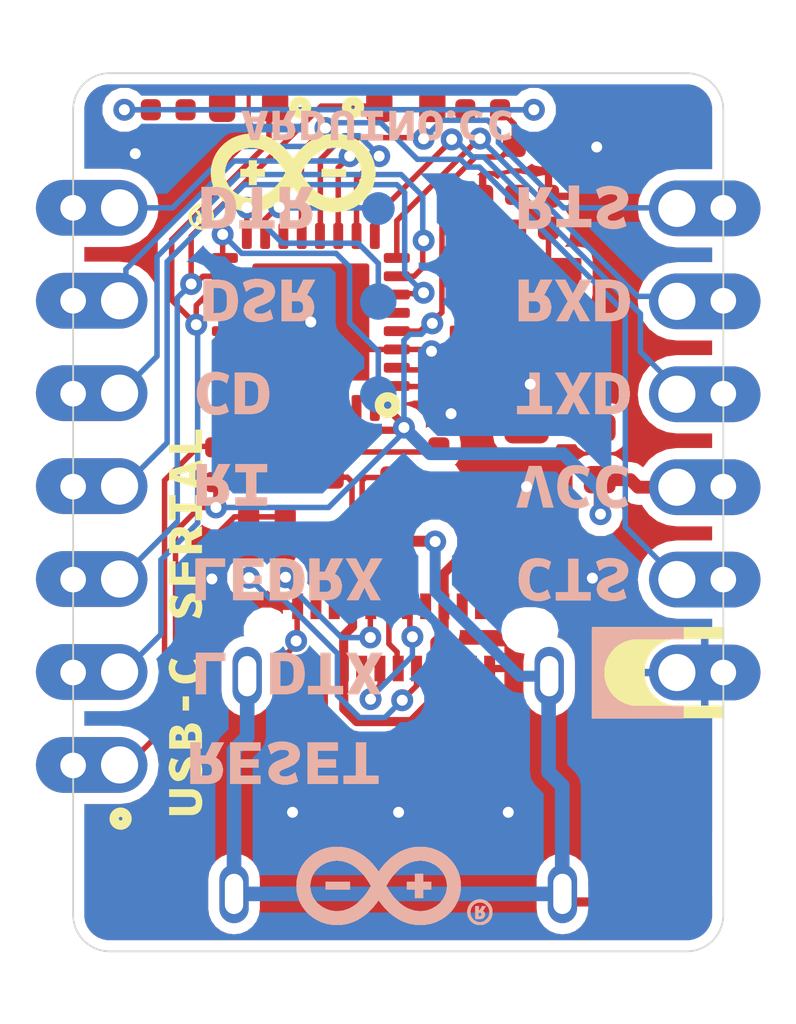
<source format=kicad_pcb>
(kicad_pcb (version 20241229) (generator "pcbnew") (generator_version "9.0")
  (layers (0 "F.Cu" signal "TOP") (2 "B.Cu" signal "BOTTOM") (13 "F.Paste" user "Top Paste") (15 "B.Paste" user "Bottom Paste") (5 "F.SilkS" user "Top Overlay") (7 "B.SilkS" user "Bottom Overlay") (1 "F.Mask" user "Top Solder") (3 "B.Mask" user "Bottom Solder") (25 "Edge.Cuts" user))
  (property "AUTHOR" "Giuseppe Pinto")
  (property "CONFIGURATIONPARAMETERS" "")
  (property "CONFIGURATORNAME" "")
  (property "DOCUMENTNUMBER" "ABX_00068")
  (property "DRAWNBY" "Giuseppe Pinto")
  (property "ENGINEER" "Giuseppe Pinto")
  (property "ISUSERCONFIGURABLE" "")
  (property "REVAUTHOR" "Giuseppe Pinto")
  (property "SHEETTOTAL" "1")
  (property "VERSIONCONTROL_PROJFOLDERREVNUMBER" "")
  (property "VERSIONCONTROL_REVNUMBER" "")
  (net 0 "")
  (net 1 "TXD")
  (net 2 "RXD")
  (net 3 "RTS")
  (net 4 "RI")
  (net 5 "DTR")
  (net 6 "DSR")
  (net 7 "CTS")
  (net 8 "CD")
  (net 9 "SCLK")
  (net 10 "MOSI")
  (net 11 "MISO")
  (net 12 "NetDL3_A")
  (net 13 "LED_TX")
  (net 14 "LED_RX")
  (net 15 "NetDL2_A")
  (net 16 "NetDL1_A")
  (net 17 "NetD2_C")
  (net 18 "NetJ1_B5")
  (net 19 "NetJ1_A5")
  (net 20 "VBUS")
  (net 21 "NetR5_2")
  (net 22 "NetR4_2")
  (net 23 "NetC4_2")
  (net 24 "NetC3_2")
  (net 25 "NetC2_2")
  (net 26 "NetC1_1")
  (net 27 "D-")
  (net 28 "D+")
  (net 29 "GND")
  (net 30 "VCC")
  (net 31 "RST")
  (footprint "Vault:RES-0402" (layer "F.Cu") (at 144.4111 105.6036 90)
    (property "Reference" "R2")
    (property "Value" "RC0402FR-075K1L" (hide yes))
  )
  (footprint "Vault:CX3225SB16000D0GZJC1-Footprint-1" (layer "F.Cu") (at 151.7111 99.5036 180)
    (property "Reference" "Y1")
    (property "Value" "FTX16.000M12SM3S-30/30" (hide yes))
  )
  (footprint "Vault:L-0603" (layer "F.Cu") (at 154.0111 103.4036 -90)
    (property "Reference" "L1")
    (property "Value" "BLM18PG471SN1D" (hide yes))
  )
  (footprint "Vault:RES-0402" (layer "F.Cu") (at 145.4111 105.6036 -90)
    (property "Reference" "R1")
    (property "Value" "RC0402FR-075K1L" (hide yes))
  )
  (footprint "Vault:LEDC1608X80N-AK" (layer "F.Cu") (at 144.4111 93.9036 180)
    (property "Reference" "DL2")
    (property "Value" "HSMD-C190" (hide yes))
  )
  (footprint "Vault:CAP-0402" (layer "F.Cu") (at 150.8111 96.8036 -90)
    (property "Reference" "C3")
    (property "Value" "C0402H100J5GACTU" (hide yes))
  )
  (footprint "Vault:CAP-0805" (layer "F.Cu") (at 155.2111 114.8036 -90)
    (property "Reference" "C2")
    (property "Value" "C0805C472KDRACTU" (hide yes))
  )
  (footprint "Vault:RES-0402" (layer "F.Cu") (at 149.6111 103.7036 90)
    (property "Reference" "R4")
    (property "Value" "CRCW040222R0JNEDC" (hide yes))
  )
  (footprint "Vault:ATMEL_QFN32" (layer "F.Cu") (at 146.1111 99.8036 180)
    (property "Reference" "U1")
    (property "Value" "ATMEGA16U2" (hide yes))
  )
  (footprint "Vault:12401598E4#2A" (layer "F.Cu") (at 148.5011 111.5036)
    (property "Reference" "J1")
    (property "Value" "12401598E4#2A" (hide yes))
  )
  (footprint "Vault:RES-0402" (layer "F.Cu") (at 150.8111 94.0036)
    (property "Reference" "R9")
    (property "Value" "CRCW0402330RJNED" (hide yes))
  )
  (footprint "Vault:CAP-0402" (layer "F.Cu") (at 152.1111 95.0036 180)
    (property "Reference" "C5")
    (property "Value" "C0402C104K4RACTU" (hide yes))
  )
  (footprint "Vault:SOD123-1" (layer "F.Cu") (at 152.0111 104.3036 -90)
    (property "Reference" "D2")
    (property "Value" "PMEG6020AELRX" (hide yes))
  )
  (footprint "Vault:LEDC1608X80N-AK" (layer "F.Cu") (at 148.709 93.90696)
    (property "Reference" "DL1")
    (property "Value" "HSMD-C190" (hide yes))
  )
  (footprint "Vault:RES-0402" (layer "F.Cu") (at 143.5111 103.7036 -90)
    (property "Reference" "R7")
    (property "Value" "CRCW040210K0FKED" (hide yes))
  )
  (footprint "Vault:CAP-0402" (layer "F.Cu") (at 152.6111 96.8036 -90)
    (property "Reference" "C4")
    (property "Value" "C0402H100J5GACTU" (hide yes))
  )
  (footprint "Vault:RES-0402" (layer "F.Cu") (at 156.6111 114.6036 -90)
    (property "Reference" "R3")
    (property "Value" "CRCW04021M00FKED" (hide yes))
  )
  (footprint "Vault:CONN STRIP 2.54 PIN HEADER DIP 180° 1x 7 PIN GOLD FLASH castelleted" (layer "F.Cu") (at 140.8811 96.6836 90)
    (property "Reference" "J2")
    (property "Value" "PH1-07-UA" (hide yes))
  )
  (footprint "Vault:CAP-0402" (layer "F.Cu") (at 144.4111 103.7036 -90)
    (property "Reference" "C1")
    (property "Value" "C0402C105K8PACTU" (hide yes))
  )
  (footprint "Vault:CONN STRP 2.54 PIN HEADER DIP 180° 1x X PIN GOLD FLASH" (layer "F.Cu") (at 156.1211 109.3836 -90)
    (property "Reference" "J3")
    (property "Value" "PH1-06-UA" (hide yes))
  )
  (footprint "Vault:RES-0402" (layer "F.Cu") (at 142.4111 114.8036 90)
    (property "Reference" "R10")
    (property "Value" "CRCW0402330RJNED" (hide yes))
  )
  (footprint "Vault:LEDC1608X80N-AK" (layer "F.Cu") (at 141.2111 114.8036 -90)
    (property "Reference" "DL3")
    (property "Value" "HSMG-C190" (hide yes))
  )
  (footprint "Vault:RES-0402" (layer "F.Cu") (at 142.21068 94.0036)
    (property "Reference" "R8")
    (property "Value" "CRCW0402330RJNED" (hide yes))
  )
  (footprint "Vault:SOT190P230X110-4N" (layer "F.Cu") (at 147.5111 105.0036 90)
    (property "Reference" "D1")
    (property "Value" "PRTR5V0U2X,215" (hide yes))
  )
  (footprint "Vault:RES-0402" (layer "F.Cu") (at 151.7111 96.8036 -90)
    (property "Reference" "R6")
    (property "Value" "CRCW04021M00FKED" (hide yes))
  )
  (footprint "Vault:RES-0402" (layer "F.Cu") (at 145.4111 103.7036 90)
    (property "Reference" "R5")
    (property "Value" "CRCW040222R0JNEDC" (hide yes))
  )
  (footprint "2X03-TP:2X03-TP" (layer "B.Cu") (at 147.1411 99.3436 -90)
    (property "Reference" "ICPS1")
    (property "Value" "PINHD-2X03-SM-TP" (hide yes))
  )
  (gr_poly (pts (xy 153.8111 108.13854) (xy 157.42254 108.13854) (xy 157.42254 108.46471) (xy 156.05174 108.46471) (xy 156.05174 108.46912) (xy 156.04734 108.46912) (xy 156.04734 108.47353) (xy 156.04293 108.47353) (xy 156.04293 108.47794) (xy 155.97681 108.47794) (xy 155.97681 108.48234) (xy 155.97241 108.48234) (xy 155.97241 108.48675) (xy 155.93274 108.48675) (xy 155.93274 108.49557) (xy 155.92833 108.49557) (xy 155.92833 108.49997) (xy 155.88866 108.49997) (xy 155.88866 108.50879) (xy 155.8578 108.50879) (xy 155.8578 108.5176) (xy 155.84899 108.5176) (xy 155.84899 108.52201) (xy 155.84458 108.52201) (xy 155.84458 108.5176) (xy 155.83136 108.5176) (xy 155.83136 108.52201) (xy 155.82695 108.52201) (xy 155.82695 108.52642) (xy 155.82254 108.52642) (xy 155.82254 108.53083) (xy 155.80491 108.53083) (xy 155.80491 108.53964) (xy 155.77406 108.53964) (xy 155.77406 108.54846) (xy 155.76965 108.54846) (xy 155.76965 108.55287) (xy 155.75202 108.55287) (xy 155.75202 108.55727) (xy 155.74761 108.55727) (xy 155.74761 108.56168) (xy 155.72998 108.56168) (xy 155.72998 108.5705) (xy 155.71235 108.5705) (xy 155.71235 108.57491) (xy 155.70794 108.57491) (xy 155.70794 108.57931) (xy 155.70353 108.57931) (xy 155.70353 108.58372) (xy 155.69913 108.58372) (xy 155.69913 108.59254) (xy 155.68149 108.59254) (xy 155.68149 108.59694) (xy 155.67709 108.59694) (xy 155.67709 108.60135) (xy 155.67268 108.60135) (xy 155.67268 108.60576) (xy 155.65505 108.60576) (xy 155.65505 108.61457) (xy 155.64623 108.61457) (xy 155.64623 108.62339) (xy 155.6286 108.62339) (xy 155.6286 108.6278) (xy 155.6242 108.6278) (xy 155.6242 108.63221) (xy 155.61979 108.63221) (xy 155.61979 108.63661) (xy 155.61538 108.63661) (xy 155.61538 108.64102) (xy 155.61097 108.64102) (xy 155.61097 108.64543) (xy 155.60656 108.64543) (xy 155.60656 108.64984) (xy 155.60216 108.64984) (xy 155.60216 108.65424) (xy 155.59775 108.65424) (xy 155.59775 108.65865) (xy 155.58453 108.65865) (xy 155.58453 108.66306) (xy 155.58012 108.66306) (xy 155.58012 108.66747) (xy 155.57571 108.66747) (xy 155.57571 108.67188) (xy 155.5713 108.67188) (xy 155.5713 108.67628) (xy 155.5669 108.67628) (xy 155.5669 108.68069) (xy 155.56249 108.68069) (xy 155.56249 108.6851) (xy 155.55808 108.6851) (xy 155.55808 108.68951) (xy 155.55367 108.68951) (xy 155.55367 108.69391) (xy 155.54927 108.69391) (xy 155.54927 108.69832) (xy 155.54486 108.69832) (xy 155.54486 108.70273) (xy 155.54045 108.70273) (xy 155.54045 108.70714) (xy 155.53604 108.70714) (xy 155.53604 108.71155) (xy 155.51841 108.71155) (xy 155.51841 108.72036) (xy 155.5096 108.72036) (xy 155.5096 108.72477) (xy 155.50519 108.72477) (xy 155.50519 108.72918) (xy 155.50078 108.72918) (xy 155.50078 108.73358) (xy 155.49637 108.73358) (xy 155.49637 108.73799) (xy 155.49197 108.73799) (xy 155.49197 108.7424) (xy 155.48756 108.7424) (xy 155.48756 108.76003) (xy 155.48315 108.76003) (xy 155.48315 108.76444) (xy 155.47874 108.76444) (xy 155.47874 108.76885) (xy 155.47433 108.76885) (xy 155.47433 108.77325) (xy 155.46993 108.77325) (xy 155.46993 108.77766) (xy 155.46552 108.77766) (xy 155.46552 108.78207) (xy 155.46111 108.78207) (xy 155.46111 108.78648) (xy 155.4567 108.78648) (xy 155.4567 108.79088) (xy 155.4523 108.79088) (xy 155.4523 108.79529) (xy 155.44789 108.79529) (xy 155.44789 108.7997) (xy 155.44348 108.7997) (xy 155.44348 108.80411) (xy 155.43907 108.80411) (xy 155.43907 108.80852) (xy 155.43467 108.80852) (xy 155.43467 108.81292) (xy 155.43026 108.81292) (xy 155.43026 108.81733) (xy 155.42585 108.81733) (xy 155.42585 108.82174) (xy 155.42144 108.82174) (xy 155.42144 108.83496) (xy 155.41703 108.83496) (xy 155.41703 108.83937) (xy 155.41263 108.83937) (xy 155.41263 108.84378) (xy 155.40822 108.84378) (xy 155.40822 108.84818) (xy 155.40381 108.84818) (xy 155.40381 108.86582) (xy 155.3994 108.86582) (xy 155.3994 108.87022) (xy 155.39059 108.87022) (xy 155.39059 108.87904) (xy 155.38177 108.87904) (xy 155.38177 108.89667) (xy 155.37736 108.89667) (xy 155.37736 108.90108) (xy 155.37296 108.90108) (xy 155.37296 108.90549) (xy 155.36855 108.90549) (xy 155.36855 108.90989) (xy 155.36414 108.90989) (xy 155.36414 108.9143) (xy 155.35973 108.9143) (xy 155.35973 108.93193) (xy 155.35092 108.93193) (xy 155.35092 108.94956) (xy 155.34651 108.94956) (xy 155.34651 108.95397) (xy 155.33769 108.95397) (xy 155.33769 108.9716) (xy 155.33329 108.9716) (xy 155.33329 108.97601) (xy 155.32888 108.97601) (xy 155.32888 108.99364) (xy 155.32006 108.99364) (xy 155.32006 108.99805) (xy 155.31566 108.99805) (xy 155.31566 109.01568) (xy 155.31125 109.01568) (xy 155.31125 109.02009) (xy 155.30684 109.02009) (xy 155.30684 109.04653) (xy 155.30243 109.04653) (xy 155.30243 109.05094) (xy 155.29803 109.05094) (xy 155.29803 109.05535) (xy 155.29362 109.05535) (xy 155.29362 109.05975) (xy 155.29803 109.05975) (xy 155.29803 109.07738) (xy 155.29362 109.07738) (xy 155.29362 109.08179) (xy 155.2848 109.08179) (xy 155.2848 109.11265) (xy 155.27599 109.11265) (xy 155.27599 109.13909) (xy 155.27158 109.13909) (xy 155.27158 109.1435) (xy 155.26717 109.1435) (xy 155.26717 109.14791) (xy 155.26276 109.14791) (xy 155.26276 109.17435) (xy 155.26717 109.17435) (xy 155.26717 109.17876) (xy 155.26276 109.17876) (xy 155.26276 109.18317) (xy 155.25836 109.18317) (xy 155.25836 109.18758) (xy 155.25395 109.18758) (xy 155.25395 109.24929) (xy 155.24513 109.24929) (xy 155.24513 109.50053) (xy 155.24954 109.50053) (xy 155.24954 109.50493) (xy 155.25395 109.50493) (xy 155.25395 109.56664) (xy 155.26276 109.56664) (xy 155.26276 109.57105) (xy 155.26717 109.57105) (xy 155.26717 109.57987) (xy 155.26276 109.57987) (xy 155.26276 109.60631) (xy 155.26717 109.60631) (xy 155.26717 109.61072) (xy 155.27599 109.61072) (xy 155.27599 109.65039) (xy 155.2848 109.65039) (xy 155.2848 109.68124) (xy 155.29362 109.68124) (xy 155.29362 109.68565) (xy 155.29803 109.68565) (xy 155.29803 109.70328) (xy 155.29362 109.70328) (xy 155.29362 109.70769) (xy 155.29803 109.70769) (xy 155.29803 109.7121) (xy 155.30243 109.7121) (xy 155.30243 109.7165) (xy 155.30684 109.7165) (xy 155.30684 109.73413) (xy 155.31125 109.73413) (xy 155.31125 109.73854) (xy 155.31566 109.73854) (xy 155.31566 109.75177) (xy 155.32006 109.75177) (xy 155.32006 109.75617) (xy 155.32447 109.75617) (xy 155.32447 109.76058) (xy 155.32888 109.76058) (xy 155.32888 109.77821) (xy 155.33769 109.77821) (xy 155.33769 109.79584) (xy 155.3421 109.79584) (xy 155.3421 109.80025) (xy 155.34651 109.80025) (xy 155.34651 109.80466) (xy 155.35092 109.80466) (xy 155.35092 109.81788) (xy 155.35533 109.81788) (xy 155.35533 109.82229) (xy 155.35973 109.82229) (xy 155.35973 109.83992) (xy 155.36414 109.83992) (xy 155.36414 109.84433) (xy 155.36855 109.84433) (xy 155.36855 109.85755) (xy 155.37296 109.85755) (xy 155.37296 109.86196) (xy 155.37736 109.86196) (xy 155.37736 109.86636) (xy 155.38177 109.86636) (xy 155.38177 109.87077) (xy 155.38618 109.87077) (xy 155.38618 109.87518) (xy 155.39059 109.87518) (xy 155.39059 109.89281) (xy 155.3994 109.89281) (xy 155.3994 109.89722) (xy 155.40381 109.89722) (xy 155.40381 109.90603) (xy 155.41263 109.90603) (xy 155.41263 109.92367) (xy 155.41703 109.92367) (xy 155.41703 109.92807) (xy 155.42144 109.92807) (xy 155.42144 109.93248) (xy 155.42585 109.93248) (xy 155.42585 109.93689) (xy 155.43026 109.93689) (xy 155.43026 109.9413) (xy 155.43467 109.9413) (xy 155.43467 109.9457) (xy 155.43907 109.9457) (xy 155.43907 109.95011) (xy 155.44348 109.95011) (xy 155.44348 109.95452) (xy 155.44789 109.95452) (xy 155.44789 109.95893) (xy 155.4523 109.95893) (xy 155.4523 109.96333) (xy 155.4567 109.96333) (xy 155.4567 109.97656) (xy 155.46111 109.97656) (xy 155.46111 109.98097) (xy 155.46552 109.98097) (xy 155.46552 109.98537) (xy 155.46993 109.98537) (xy 155.46993 109.98978) (xy 155.47433 109.98978) (xy 155.47433 109.99419) (xy 155.47874 109.99419) (xy 155.47874 109.9986) (xy 155.48315 109.9986) (xy 155.48315 110.003) (xy 155.48756 110.003) (xy 155.48756 110.00741) (xy 155.49197 110.00741) (xy 155.49197 110.01182) (xy 155.49637 110.01182) (xy 155.49637 110.01623) (xy 155.50078 110.01623) (xy 155.50078 110.02064) (xy 155.50519 110.02064) (xy 155.50519 110.02504) (xy 155.5096 110.02504) (xy 155.5096 110.02945) (xy 155.514 110.02945) (xy 155.514 110.03386) (xy 155.51841 110.03386) (xy 155.51841 110.03827) (xy 155.52282 110.03827) (xy 155.52282 110.04267) (xy 155.52723 110.04267) (xy 155.52723 110.04708) (xy 155.53163 110.04708) (xy 155.53163 110.05149) (xy 155.53604 110.05149) (xy 155.53604 110.0559) (xy 155.54045 110.0559) (xy 155.54045 110.06031) (xy 155.54486 110.06031) (xy 155.54486 110.06471) (xy 155.54927 110.06471) (xy 155.54927 110.06912) (xy 155.55367 110.06912) (xy 155.55367 110.07353) (xy 155.5669 110.07353) (xy 155.5669 110.07794) (xy 155.5713 110.07794) (xy 155.5713 110.08234) (xy 155.57571 110.08234) (xy 155.57571 110.08675) (xy 155.58012 110.08675) (xy 155.58012 110.09116) (xy 155.58453 110.09116) (xy 155.58453 110.09557) (xy 155.58893 110.09557) (xy 155.58893 110.09997) (xy 155.59334 110.09997) (xy 155.59334 110.10438) (xy 155.59775 110.10438) (xy 155.59775 110.10879) (xy 155.60216 110.10879) (xy 155.60216 110.1132) (xy 155.60656 110.1132) (xy 155.60656 110.11761) (xy 155.6242 110.11761) (xy 155.6242 110.12642) (xy 155.63301 110.12642) (xy 155.63301 110.13524) (xy 155.63742 110.13524) (xy 155.63742 110.13964) (xy 155.65505 110.13964) (xy 155.65505 110.14405) (xy 155.65946 110.14405) (xy 155.65946 110.14846) (xy 155.66386 110.14846) (xy 155.66386 110.15287) (xy 155.66827 110.15287) (xy 155.66827 110.15728) (xy 155.6859 110.15728) (xy 155.6859 110.16609) (xy 155.69031 110.16609) (xy 155.69031 110.1705) (xy 155.70794 110.1705) (xy 155.70794 110.17491) (xy 155.71235 110.17491) (xy 155.71235 110.17931) (xy 155.71676 110.17931) (xy 155.71676 110.18372) (xy 155.72116 110.18372) (xy 155.72116 110.18813) (xy 155.72557 110.18813) (xy 155.72557 110.19254) (xy 155.7388 110.19254) (xy 155.7388 110.19694) (xy 155.7432 110.19694) (xy 155.7432 110.20135) (xy 155.76083 110.20135) (xy 155.76083 110.21017) (xy 155.76965 110.21017) (xy 155.76965 110.21458) (xy 155.77406 110.21458) (xy 155.77406 110.21017) (xy 155.79169 110.21017) (xy 155.79169 110.21898) (xy 155.7961 110.21898) (xy 155.7961 110.22339) (xy 155.81373 110.22339) (xy 155.81373 110.2278) (xy 155.81813 110.2278) (xy 155.81813 110.23221) (xy 155.84458 110.23221) (xy 155.84458 110.24102) (xy 155.84899 110.24102) (xy 155.84899 110.24543) (xy 155.86221 110.24543) (xy 155.86221 110.24102) (xy 155.87103 110.24102) (xy 155.87103 110.24543) (xy 155.87544 110.24543) (xy 155.87544 110.24984) (xy 155.87984 110.24984) (xy 155.87984 110.25425) (xy 155.90629 110.25425) (xy 155.90629 110.25865) (xy 155.9107 110.25865) (xy 155.9107 110.26306) (xy 155.95037 110.26306) (xy 155.95037 110.27188) (xy 155.95477 110.27188) (xy 155.95477 110.27628) (xy 156.01648 110.27628) (xy 156.01648 110.2851) (xy 157.42254 110.2851) (xy 157.42254 110.63331) (xy 153.8111 110.63331)) (fill yes) (layer "F.SilkS"))
  (gr_poly (pts (xy 143.19457 96.58267) (xy 143.19898 96.58267) (xy 143.19898 96.58707) (xy 143.20338 96.58707) (xy 143.20338 96.59148) (xy 143.2122 96.59148) (xy 143.2122 96.58707) (xy 143.21661 96.58707) (xy 143.21661 96.59148) (xy 143.22542 96.59148) (xy 143.22542 96.58707) (xy 143.23424 96.58707) (xy 143.23424 96.59148) (xy 143.23865 96.59148) (xy 143.23865 96.59589) (xy 143.24305 96.59589) (xy 143.24305 96.6003) (xy 143.26068 96.6003) (xy 143.26068 96.60911) (xy 143.27831 96.60911) (xy 143.27831 96.61352) (xy 143.28272 96.61352) (xy 143.28272 96.62233) (xy 143.30035 96.62233) (xy 143.30035 96.62674) (xy 143.30476 96.62674) (xy 143.30476 96.63115) (xy 143.30917 96.63115) (xy 143.30917 96.63556) (xy 143.31358 96.63556) (xy 143.31358 96.63996) (xy 143.31798 96.63996) (xy 143.31798 96.64437) (xy 143.32239 96.64437) (xy 143.32239 96.63996) (xy 143.33121 96.63996) (xy 143.33121 96.64437) (xy 143.33562 96.64437) (xy 143.33562 96.65319) (xy 143.34443 96.65319) (xy 143.34443 96.662) (xy 143.35325 96.662) (xy 143.35325 96.66641) (xy 143.35765 96.66641) (xy 143.35765 96.67523) (xy 143.36647 96.67523) (xy 143.36647 96.68404) (xy 143.37529 96.68404) (xy 143.37529 96.69286) (xy 143.3841 96.69286) (xy 143.3841 96.69726) (xy 143.38851 96.69726) (xy 143.38851 96.70608) (xy 143.39732 96.70608) (xy 143.39732 96.72371) (xy 143.40173 96.72371) (xy 143.40173 96.72812) (xy 143.40614 96.72812) (xy 143.40614 96.73253) (xy 143.41055 96.73253) (xy 143.41055 96.73693) (xy 143.41495 96.73693) (xy 143.41495 96.74134) (xy 143.41936 96.74134) (xy 143.41936 96.75897) (xy 143.42818 96.75897) (xy 143.42818 96.7766) (xy 143.43259 96.7766) (xy 143.43259 96.78101) (xy 143.4414 96.78101) (xy 143.4414 96.81187) (xy 143.45022 96.81187) (xy 143.45022 96.85154) (xy 143.45462 96.85154) (xy 143.45462 96.85594) (xy 143.45903 96.85594) (xy 143.45903 96.86035) (xy 143.46344 96.86035) (xy 143.46344 97.00581) (xy 143.45903 97.00581) (xy 143.45903 97.01021) (xy 143.45462 97.01021) (xy 143.45462 97.01462) (xy 143.45022 97.01462) (xy 143.45022 97.05429) (xy 143.4414 97.05429) (xy 143.4414 97.07192) (xy 143.43699 97.07192) (xy 143.43699 97.07633) (xy 143.43259 97.07633) (xy 143.43259 97.08074) (xy 143.42818 97.08074) (xy 143.42818 97.09837) (xy 143.41936 97.09837) (xy 143.41936 97.116) (xy 143.41495 97.116) (xy 143.41495 97.12041) (xy 143.41055 97.12041) (xy 143.41055 97.13363) (xy 143.40614 97.13363) (xy 143.40614 97.13804) (xy 143.40173 97.13804) (xy 143.40173 97.14245) (xy 143.39732 97.14245) (xy 143.39732 97.14685) (xy 143.39292 97.14685) (xy 143.39292 97.15126) (xy 143.38851 97.15126) (xy 143.38851 97.15567) (xy 143.3841 97.15567) (xy 143.3841 97.16008) (xy 143.37969 97.16008) (xy 143.37969 97.16448) (xy 143.37529 97.16448) (xy 143.37529 97.16889) (xy 143.37088 97.16889) (xy 143.37088 97.1733) (xy 143.36647 97.1733) (xy 143.36647 97.17771) (xy 143.36206 97.17771) (xy 143.36206 97.18212) (xy 143.35765 97.18212) (xy 143.35765 97.18652) (xy 143.35325 97.18652) (xy 143.35325 97.19093) (xy 143.34884 97.19093) (xy 143.34884 97.19534) (xy 143.34443 97.19534) (xy 143.34443 97.19975) (xy 143.34002 97.19975) (xy 143.34002 97.20415) (xy 143.33562 97.20415) (xy 143.33562 97.20856) (xy 143.33121 97.20856) (xy 143.33121 97.21297) (xy 143.3268 97.21297) (xy 143.3268 97.21738) (xy 143.32239 97.21738) (xy 143.32239 97.22179) (xy 143.31798 97.22179) (xy 143.31798 97.22619) (xy 143.31358 97.22619) (xy 143.31358 97.22179) (xy 143.30917 97.22179) (xy 143.30917 97.22619) (xy 143.30476 97.22619) (xy 143.30476 97.2306) (xy 143.30035 97.2306) (xy 143.30035 97.23501) (xy 143.29595 97.23501) (xy 143.29595 97.23942) (xy 143.29154 97.23942) (xy 143.29154 97.24382) (xy 143.27391 97.24382) (xy 143.27391 97.24823) (xy 143.2695 97.24823) (xy 143.2695 97.25705) (xy 143.25187 97.25705) (xy 143.25187 97.26145) (xy 143.24746 97.26145) (xy 143.24746 97.26586) (xy 143.22101 97.26586) (xy 143.22101 97.27027) (xy 143.21661 97.27027) (xy 143.21661 97.27468) (xy 143.2122 97.27468) (xy 143.2122 97.27908) (xy 143.20338 97.27908) (xy 143.20338 97.27468) (xy 143.19457 97.27468) (xy 143.19457 97.27908) (xy 143.18134 97.27908) (xy 143.18134 97.27468) (xy 143.17253 97.27468) (xy 143.17253 97.27908) (xy 143.16371 97.27908) (xy 143.16371 97.2879) (xy 143.06234 97.2879) (xy 143.06234 97.28349) (xy 143.05793 97.28349) (xy 143.05793 97.27908) (xy 143.05352 97.27908) (xy 143.05352 97.27468) (xy 143.04471 97.27468) (xy 143.04471 97.27908) (xy 143.0403 97.27908) (xy 143.0403 97.27468) (xy 143.03148 97.27468) (xy 143.03148 97.27908) (xy 143.02267 97.27908) (xy 143.02267 97.27468) (xy 143.01826 97.27468) (xy 143.01826 97.27027) (xy 143.01385 97.27027) (xy 143.01385 97.26586) (xy 142.98741 97.26586) (xy 142.98741 97.26145) (xy 142.983 97.26145) (xy 142.983 97.25705) (xy 142.96537 97.25705) (xy 142.96537 97.24823) (xy 142.96096 97.24823) (xy 142.96096 97.24382) (xy 142.94333 97.24382) (xy 142.94333 97.23501) (xy 142.9257 97.23501) (xy 142.9257 97.2306) (xy 142.92129 97.2306) (xy 142.92129 97.22619) (xy 142.91688 97.22619) (xy 142.91688 97.22179) (xy 142.91248 97.22179) (xy 142.91248 97.21738) (xy 142.90807 97.21738) (xy 142.90807 97.21297) (xy 142.89044 97.21297) (xy 142.89044 97.20415) (xy 142.88162 97.20415) (xy 142.88162 97.19534) (xy 142.87721 97.19534) (xy 142.87721 97.19093) (xy 142.8684 97.19093) (xy 142.8684 97.18212) (xy 142.85958 97.18212) (xy 142.85958 97.1733) (xy 142.85518 97.1733) (xy 142.85518 97.16889) (xy 142.84636 97.16889) (xy 142.84636 97.16008) (xy 142.83754 97.16008) (xy 142.83754 97.14245) (xy 142.83314 97.14245) (xy 142.83314 97.13804) (xy 142.82873 97.13804) (xy 142.82873 97.13363) (xy 142.82432 97.13363) (xy 142.82432 97.12922) (xy 142.81991 97.12922) (xy 142.81991 97.12481) (xy 142.81551 97.12481) (xy 142.81551 97.10718) (xy 142.80669 97.10718) (xy 142.80669 97.08955) (xy 142.80228 97.08955) (xy 142.80228 97.08515) (xy 142.79788 97.08515) (xy 142.79788 97.08074) (xy 142.79347 97.08074) (xy 142.79347 97.06751) (xy 142.78906 97.06751) (xy 142.78906 97.06311) (xy 142.78465 97.06311) (xy 142.78465 97.03666) (xy 142.78024 97.03666) (xy 142.78024 97.03225) (xy 142.77584 97.03225) (xy 142.77584 97.02784) (xy 142.77143 97.02784) (xy 142.77143 97.01903) (xy 142.77584 97.01903) (xy 142.77584 96.98377) (xy 142.77143 96.98377) (xy 142.77143 96.97936) (xy 142.76261 96.97936) (xy 142.76261 96.8868) (xy 142.85958 96.8868) (xy 142.85958 96.97936) (xy 142.86399 96.97936) (xy 142.86399 96.98377) (xy 142.8684 96.98377) (xy 142.8684 97.01903) (xy 142.87281 97.01903) (xy 142.87281 97.02344) (xy 142.87721 97.02344) (xy 142.87721 97.02784) (xy 142.88162 97.02784) (xy 142.88162 97.04548) (xy 142.89044 97.04548) (xy 142.89044 97.06311) (xy 142.89484 97.06311) (xy 142.89484 97.06751) (xy 142.89925 97.06751) (xy 142.89925 97.08074) (xy 142.90366 97.08074) (xy 142.90366 97.08514) (xy 142.90807 97.08514) (xy 142.90807 97.08955) (xy 142.91248 97.08955) (xy 142.91248 97.09396) (xy 142.91688 97.09396) (xy 142.91688 97.09837) (xy 142.92129 97.09837) (xy 142.92129 97.10278) (xy 142.9257 97.10278) (xy 142.9257 97.10718) (xy 142.93011 97.10718) (xy 142.93011 97.11159) (xy 142.93451 97.11159) (xy 142.93451 97.116) (xy 142.93892 97.116) (xy 142.93892 97.12041) (xy 142.94333 97.12041) (xy 142.94333 97.12481) (xy 142.94774 97.12481) (xy 142.94774 97.12922) (xy 142.95214 97.12922) (xy 142.95214 97.13363) (xy 142.95655 97.13363) (xy 142.95655 97.13804) (xy 142.96096 97.13804) (xy 142.96096 97.14244) (xy 142.96537 97.14244) (xy 142.96537 97.14685) (xy 142.96978 97.14685) (xy 142.96978 97.15126) (xy 142.983 97.15126) (xy 142.983 97.15567) (xy 142.98741 97.15567) (xy 142.98741 97.16008) (xy 142.99181 97.16008) (xy 142.99181 97.16448) (xy 142.99622 97.16448) (xy 142.99622 97.16889) (xy 143.00063 97.16889) (xy 143.00063 97.1733) (xy 143.00504 97.1733) (xy 143.00504 97.16889) (xy 143.01385 97.16889) (xy 143.01385 97.1733) (xy 143.01826 97.1733) (xy 143.01826 97.18211) (xy 143.04911 97.18211) (xy 143.04911 97.19093) (xy 143.18575 97.19093) (xy 143.18575 97.18211) (xy 143.20338 97.18211) (xy 143.20338 97.17771) (xy 143.20779 97.17771) (xy 143.20779 97.1733) (xy 143.2122 97.1733) (xy 143.2122 97.16889) (xy 143.21661 97.16889) (xy 143.21661 97.1733) (xy 143.22542 97.1733) (xy 143.22542 97.16889) (xy 143.22983 97.16889) (xy 143.22983 97.16008) (xy 143.24746 97.16008) (xy 143.24746 97.15567) (xy 143.25187 97.15567) (xy 143.25187 97.15126) (xy 143.2695 97.15126) (xy 143.2695 97.14244) (xy 143.27391 97.14244) (xy 143.27391 97.13804) (xy 143.27832 97.13804) (xy 143.27832 97.13363) (xy 143.28272 97.13363) (xy 143.28272 97.12922) (xy 143.28713 97.12922) (xy 143.28713 97.12481) (xy 143.29154 97.12481) (xy 143.29154 97.12041) (xy 143.29595 97.12041) (xy 143.29595 97.116) (xy 143.30035 97.116) (xy 143.30035 97.11159) (xy 143.30476 97.11159) (xy 143.30476 97.10718) (xy 143.31358 97.10718) (xy 143.31358 97.08955) (xy 143.31798 97.08955) (xy 143.31798 97.08514) (xy 143.32239 97.08514) (xy 143.32239 97.08074) (xy 143.3268 97.08074) (xy 143.3268 97.07633) (xy 143.33121 97.07633) (xy 143.33121 97.07192) (xy 143.33562 97.07192) (xy 143.33562 97.05429) (xy 143.34443 97.05429) (xy 143.34443 97.03666) (xy 143.34884 97.03666) (xy 143.34884 97.03225) (xy 143.35325 97.03225) (xy 143.35325 97.02784) (xy 143.35765 97.02784) (xy 143.35765 97.01462) (xy 143.35325 97.01462) (xy 143.35325 97.00581) (xy 143.35765 97.00581) (xy 143.35765 97.0014) (xy 143.36647 97.0014) (xy 143.36647 96.86476) (xy 143.35765 96.86476) (xy 143.35765 96.86035) (xy 143.35325 96.86035) (xy 143.35325 96.85154) (xy 143.35765 96.85154) (xy 143.35765 96.83831) (xy 143.35325 96.83831) (xy 143.35325 96.83391) (xy 143.34884 96.83391) (xy 143.34884 96.8295) (xy 143.34443 96.8295) (xy 143.34443 96.81187) (xy 143.33562 96.81187) (xy 143.33562 96.79424) (xy 143.33121 96.79424) (xy 143.33121 96.78983) (xy 143.3268 96.78983) (xy 143.3268 96.78542) (xy 143.32239 96.78542) (xy 143.32239 96.7722) (xy 143.31798 96.7722) (xy 143.31798 96.76779) (xy 143.31358 96.76779) (xy 143.31358 96.76338) (xy 143.30917 96.76338) (xy 143.30917 96.75897) (xy 143.30476 96.75897) (xy 143.30476 96.75457) (xy 143.30035 96.75457) (xy 143.30035 96.75016) (xy 143.29595 96.75016) (xy 143.29595 96.74575) (xy 143.29154 96.74575) (xy 143.29154 96.74134) (xy 143.28713 96.74134) (xy 143.28713 96.73694) (xy 143.28272 96.73694) (xy 143.28272 96.73253) (xy 143.27832 96.73253) (xy 143.27832 96.72812) (xy 143.27391 96.72812) (xy 143.27391 96.72371) (xy 143.2695 96.72371) (xy 143.2695 96.7193) (xy 143.26509 96.7193) (xy 143.26509 96.7149) (xy 143.26068 96.7149) (xy 143.26068 96.70608) (xy 143.24305 96.70608) (xy 143.24305 96.70167) (xy 143.23865 96.70167) (xy 143.23865 96.69727) (xy 143.23424 96.69727) (xy 143.23424 96.69286) (xy 143.22983 96.69286) (xy 143.22983 96.69727) (xy 143.22542 96.69727) (xy 143.22542 96.69286) (xy 143.21661 96.69286) (xy 143.21661 96.68404) (xy 143.19898 96.68404) (xy 143.19898 96.67964) (xy 143.19457 96.67964) (xy 143.19457 96.67523) (xy 143.16812 96.67523) (xy 143.16812 96.67082) (xy 143.16371 96.67082) (xy 143.16371 96.662) (xy 143.07556 96.662) (xy 143.07556 96.66641) (xy 143.07115 96.66641) (xy 143.07115 96.67082) (xy 143.06675 96.67082) (xy 143.06675 96.67523) (xy 143.0403 96.67523) (xy 143.0403 96.67964) (xy 143.03589 96.67964) (xy 143.03589 96.68404) (xy 143.00944 96.68404) (xy 143.00944 96.68845) (xy 143.00504 96.68845) (xy 143.00504 96.69286) (xy 143.00063 96.69286) (xy 143.00063 96.69727) (xy 142.99622 96.69727) (xy 142.99622 96.70167) (xy 142.99181 96.70167) (xy 142.99181 96.70608) (xy 142.97859 96.70608) (xy 142.97859 96.71049) (xy 142.97418 96.71049) (xy 142.97418 96.7149) (xy 142.96978 96.7149) (xy 142.96978 96.7193) (xy 142.96537 96.7193) (xy 142.96537 96.72371) (xy 142.96096 96.72371) (xy 142.96096 96.72812) (xy 142.95655 96.72812) (xy 142.95655 96.73253) (xy 142.95214 96.73253) (xy 142.95214 96.73694) (xy 142.93451 96.73694) (xy 142.93451 96.75457) (xy 142.93011 96.75457) (xy 142.93011 96.75897) (xy 142.9257 96.75897) (xy 142.9257 96.76338) (xy 142.92129 96.76338) (xy 142.92129 96.76779) (xy 142.91688 96.76779) (xy 142.91688 96.7722) (xy 142.91248 96.7722) (xy 142.91248 96.7766) (xy 142.90807 96.7766) (xy 142.90807 96.78101) (xy 142.90366 96.78101) (xy 142.90366 96.78542) (xy 142.89925 96.78542) (xy 142.89925 96.79864) (xy 142.89484 96.79864) (xy 142.89484 96.80305) (xy 142.89044 96.80305) (xy 142.89044 96.82068) (xy 142.88162 96.82068) (xy 142.88162 96.83831) (xy 142.87721 96.83831) (xy 142.87721 96.84272) (xy 142.87281 96.84272) (xy 142.87281 96.84713) (xy 142.8684 96.84713) (xy 142.8684 96.88239) (xy 142.86399 96.88239) (xy 142.86399 96.8868) (xy 142.85958 96.8868) (xy 142.76261 96.8868) (xy 142.76261 96.87798) (xy 142.76702 96.87798) (xy 142.76702 96.87357) (xy 142.77143 96.87357) (xy 142.77143 96.86917) (xy 142.77584 96.86917) (xy 142.77584 96.8339) (xy 142.77143 96.8339) (xy 142.77143 96.8295) (xy 142.77584 96.8295) (xy 142.77584 96.82068) (xy 142.78465 96.82068) (xy 142.78465 96.80305) (xy 142.78906 96.80305) (xy 142.78906 96.79864) (xy 142.79347 96.79864) (xy 142.79347 96.79423) (xy 142.79788 96.79423) (xy 142.79788 96.78983) (xy 142.79347 96.78983) (xy 142.79347 96.7722) (xy 142.79788 96.7722) (xy 142.79788 96.76779) (xy 142.80669 96.76779) (xy 142.80669 96.75016) (xy 142.8111 96.75016) (xy 142.8111 96.74575) (xy 142.81551 96.74575) (xy 142.81551 96.74134) (xy 142.81991 96.74134) (xy 142.81991 96.73693) (xy 142.82432 96.73693) (xy 142.82432 96.73253) (xy 142.82873 96.73253) (xy 142.82873 96.7149) (xy 142.83754 96.7149) (xy 142.83754 96.70608) (xy 142.84636 96.70608) (xy 142.84636 96.70167) (xy 142.85077 96.70167) (xy 142.85077 96.69726) (xy 142.85518 96.69726) (xy 142.85518 96.69286) (xy 142.85958 96.69286) (xy 142.85958 96.68404) (xy 142.8684 96.68404) (xy 142.8684 96.67523) (xy 142.87721 96.67523) (xy 142.87721 96.67082) (xy 142.88162 96.67082) (xy 142.88162 96.662) (xy 142.89044 96.662) (xy 142.89044 96.65319) (xy 142.89925 96.65319) (xy 142.89925 96.64878) (xy 142.90366 96.64878) (xy 142.90366 96.64437) (xy 142.90807 96.64437) (xy 142.90807 96.63996) (xy 142.91248 96.63996) (xy 142.91248 96.63115) (xy 142.93011 96.63115) (xy 142.93011 96.62674) (xy 142.93452 96.62674) (xy 142.93452 96.62233) (xy 142.93892 96.62233) (xy 142.93892 96.61793) (xy 142.94333 96.61793) (xy 142.94333 96.61352) (xy 142.94774 96.61352) (xy 142.94774 96.60911) (xy 142.96537 96.60911) (xy 142.96537 96.6003) (xy 142.99181 96.6003) (xy 142.99181 96.59589) (xy 142.99622 96.59589) (xy 142.99622 96.59148) (xy 143.00063 96.59148) (xy 143.00063 96.58707) (xy 143.00945 96.58707) (xy 143.00945 96.59148) (xy 143.02267 96.59148) (xy 143.02267 96.58707) (xy 143.02708 96.58707) (xy 143.02708 96.58267) (xy 143.03148 96.58267) (xy 143.03148 96.57826) (xy 143.19457 96.57826)) (fill yes) (layer "F.SilkS"))
  (gr_poly (pts (xy 143.13011 103.5733) (xy 143.13452 103.5733) (xy 143.13452 103.79809) (xy 143.13011 103.79809) (xy 143.13011 103.8025) (xy 143.1257 103.8025) (xy 143.1257 103.80691) (xy 143.12129 103.80691) (xy 143.12129 103.81131) (xy 143.11688 103.81131) (xy 143.11688 103.81572) (xy 143.09485 103.81572) (xy 143.09485 103.81131) (xy 143.08603 103.81131) (xy 143.08603 103.81572) (xy 143.08162 103.81572) (xy 143.08162 103.82013) (xy 143.07721 103.82013) (xy 143.07721 103.82454) (xy 143.05077 103.82454) (xy 143.05077 103.82895) (xy 143.04636 103.82895) (xy 143.04636 103.83335) (xy 143.0111 103.83335) (xy 143.0111 103.83776) (xy 143.00669 103.83776) (xy 143.00669 103.84217) (xy 143.00228 103.84217) (xy 143.00228 103.84658) (xy 142.97584 103.84658) (xy 142.97584 103.85098) (xy 142.97143 103.85098) (xy 142.97143 103.85539) (xy 142.9538 103.85539) (xy 142.9538 104.10663) (xy 142.95821 104.10663) (xy 142.95821 104.11104) (xy 142.96262 104.11104) (xy 142.96262 104.11545) (xy 142.96702 104.11545) (xy 142.96702 104.11986) (xy 143.00228 104.11986) (xy 143.00228 104.12426) (xy 143.00669 104.12426) (xy 143.00669 104.12867) (xy 143.0111 104.12867) (xy 143.0111 104.13308) (xy 143.03314 104.13308) (xy 143.03314 104.12867) (xy 143.04195 104.12867) (xy 143.04195 104.13308) (xy 143.04636 104.13308) (xy 143.04636 104.13749) (xy 143.05077 104.13749) (xy 143.05077 104.14189) (xy 143.09044 104.14189) (xy 143.09044 104.15071) (xy 143.13011 104.15071) (xy 143.13011 104.15512) (xy 143.13452 104.15512) (xy 143.13452 104.38432) (xy 143.12129 104.38432) (xy 143.12129 104.3755) (xy 143.08162 104.3755) (xy 143.08162 104.36669) (xy 143.07721 104.36669) (xy 143.07721 104.36228) (xy 143.05077 104.36228) (xy 143.05077 104.35787) (xy 143.04636 104.35787) (xy 143.04636 104.35346) (xy 143.01991 104.35346) (xy 143.01991 104.34906) (xy 143.01551 104.34906) (xy 143.01551 104.34465) (xy 143.0111 104.34465) (xy 143.0111 104.34024) (xy 143.00228 104.34024) (xy 143.00228 104.34465) (xy 142.98906 104.34465) (xy 142.98906 104.34024) (xy 142.98465 104.34024) (xy 142.98465 104.33583) (xy 142.98025 104.33583) (xy 142.98025 104.33143) (xy 142.9538 104.33143) (xy 142.9538 104.32261) (xy 142.91413 104.32261) (xy 142.91413 104.3182) (xy 142.90972 104.3182) (xy 142.90972 104.3138) (xy 142.90532 104.3138) (xy 142.90532 104.30939) (xy 142.87887 104.30939) (xy 142.87887 104.30057) (xy 142.84802 104.30057) (xy 142.84802 104.29176) (xy 142.8392 104.29176) (xy 142.8392 104.28735) (xy 142.83038 104.28735) (xy 142.83038 104.29176) (xy 142.82157 104.29176) (xy 142.82157 104.28735) (xy 142.81716 104.28735) (xy 142.81716 104.28294) (xy 142.81275 104.28294) (xy 142.81275 104.27853) (xy 142.77308 104.27853) (xy 142.77308 104.26972) (xy 142.74664 104.26972) (xy 142.74664 104.26531) (xy 142.74223 104.26531) (xy 142.74223 104.2609) (xy 142.73782 104.2609) (xy 142.73782 104.2565) (xy 142.71138 104.2565) (xy 142.71138 104.25209) (xy 142.70697 104.25209) (xy 142.70697 104.24768) (xy 142.68052 104.24768) (xy 142.68052 104.24327) (xy 142.67611 104.24327) (xy 142.67611 104.23886) (xy 142.67171 104.23886) (xy 142.67171 104.23446) (xy 142.66289 104.23446) (xy 142.66289 104.23886) (xy 142.64967 104.23886) (xy 142.64967 104.23446) (xy 142.64526 104.23446) (xy 142.64526 104.22564) (xy 142.60559 104.22564) (xy 142.60559 104.22123) (xy 142.60118 104.22123) (xy 142.60118 104.21683) (xy 142.57474 104.21683) (xy 142.57474 104.21242) (xy 142.57033 104.21242) (xy 142.57033 104.2036) (xy 142.53947 104.2036) (xy 142.53947 104.19479) (xy 142.50862 104.19479) (xy 142.50862 104.18597) (xy 142.50421 104.18597) (xy 142.50421 104.18156) (xy 142.49099 104.18156) (xy 142.49099 104.18597) (xy 142.48217 104.18597) (xy 142.48217 104.18156) (xy 142.47777 104.18156) (xy 142.47777 104.17716) (xy 142.47336 104.17716) (xy 142.47336 104.17275) (xy 142.4381 104.17275) (xy 142.4381 104.16834) (xy 142.43369 104.16834) (xy 142.43369 104.16393) (xy 142.40724 104.16393) (xy 142.40724 104.15953) (xy 142.40283 104.15953) (xy 142.40283 104.15512) (xy 142.39843 104.15512) (xy 142.39843 104.15071) (xy 142.37198 104.15071) (xy 142.37198 104.1463) (xy 142.36757 104.1463) (xy 142.36757 104.14189) (xy 142.34113 104.14189) (xy 142.34113 104.13749) (xy 142.33672 104.13749) (xy 142.33672 104.13308) (xy 142.33231 104.13308) (xy 142.33231 104.12867) (xy 142.3235 104.12867) (xy 142.3235 104.13308) (xy 142.31027 104.13308) (xy 142.31027 104.12867) (xy 142.30587 104.12867) (xy 142.30587 104.11986) (xy 142.2662 104.11986) (xy 142.2662 104.11104) (xy 142.23534 104.11104) (xy 142.23534 104.10222) (xy 142.23094 104.10222) (xy 142.23094 104.09782) (xy 142.23534 104.09782) (xy 142.23534 103.98322) (xy 142.44691 103.98322) (xy 142.44691 103.99203) (xy 142.45132 103.99203) (xy 142.45132 103.99644) (xy 142.47336 103.99644) (xy 142.47336 103.99203) (xy 142.48217 103.99203) (xy 142.48217 103.99644) (xy 142.48658 103.99644) (xy 142.48658 104.00085) (xy 142.49099 104.00085) (xy 142.49099 104.00525) (xy 142.53066 104.00525) (xy 142.53066 104.01407) (xy 142.57033 104.01407) (xy 142.57033 104.02289) (xy 142.57474 104.02289) (xy 142.57474 104.02729) (xy 142.58796 104.02729) (xy 142.58796 104.02289) (xy 142.59237 104.02289) (xy 142.59237 104.02729) (xy 142.61 104.02729) (xy 142.61 104.02289) (xy 142.61881 104.02289) (xy 142.61881 104.02729) (xy 142.62322 104.02729) (xy 142.62322 104.0317) (xy 142.62763 104.0317) (xy 142.62763 104.03611) (xy 142.6673 104.03611) (xy 142.6673 104.04492) (xy 142.70697 104.04492) (xy 142.70697 104.04933) (xy 142.71138 104.04933) (xy 142.71138 104.05815) (xy 142.75104 104.05815) (xy 142.75104 104.06256) (xy 142.75545 104.06256) (xy 142.75545 104.06696) (xy 142.7819 104.06696) (xy 142.7819 104.04933) (xy 142.7819 104.04492) (xy 142.7819 103.91269) (xy 142.78631 103.91269) (xy 142.78631 103.90388) (xy 142.7819 103.90388) (xy 142.7819 103.89947) (xy 142.77308 103.89947) (xy 142.77308 103.90388) (xy 142.76868 103.90388) (xy 142.76868 103.90829) (xy 142.73341 103.90829) (xy 142.73341 103.91269) (xy 142.72901 103.91269) (xy 142.72901 103.9171) (xy 142.7246 103.9171) (xy 142.7246 103.92151) (xy 142.70256 103.92151) (xy 142.70256 103.9171) (xy 142.69374 103.9171) (xy 142.69374 103.92151) (xy 142.68934 103.92151) (xy 142.68934 103.92592) (xy 142.68493 103.92592) (xy 142.68493 103.93032) (xy 142.64967 103.93032) (xy 142.64967 103.93473) (xy 142.64526 103.93473) (xy 142.64526 103.93914) (xy 142.61881 103.93914) (xy 142.61881 103.94355) (xy 142.61441 103.94355) (xy 142.61441 103.94795) (xy 142.61 103.94795) (xy 142.61 103.95236) (xy 142.57474 103.95236) (xy 142.57474 103.95677) (xy 142.57033 103.95677) (xy 142.57033 103.96118) (xy 142.53066 103.96118) (xy 142.53066 103.96999) (xy 142.52625 103.96999) (xy 142.52625 103.9744) (xy 142.49981 103.9744) (xy 142.49981 103.96999) (xy 142.49099 103.96999) (xy 142.49099 103.9744) (xy 142.48658 103.9744) (xy 142.48658 103.98322) (xy 142.44691 103.98322) (xy 142.23534 103.98322) (xy 142.23534 103.86862) (xy 142.23094 103.86862) (xy 142.23094 103.86421) (xy 142.23534 103.86421) (xy 142.23534 103.85539) (xy 142.24416 103.85539) (xy 142.24416 103.84658) (xy 142.28383 103.84658) (xy 142.28383 103.84217) (xy 142.28823 103.84217) (xy 142.28823 103.83335) (xy 142.31909 103.83335) (xy 142.31909 103.82454) (xy 142.34553 103.82454) (xy 142.34553 103.82013) (xy 142.34994 103.82013) (xy 142.34994 103.81572) (xy 142.35435 103.81572) (xy 142.35435 103.81131) (xy 142.36316 103.81131) (xy 142.36316 103.81572) (xy 142.37639 103.81572) (xy 142.37639 103.81131) (xy 142.3808 103.81131) (xy 142.3808 103.80691) (xy 142.3852 103.80691) (xy 142.3852 103.8025) (xy 142.41165 103.8025) (xy 142.41165 103.79809) (xy 142.41606 103.79809) (xy 142.41606 103.79368) (xy 142.4425 103.79368) (xy 142.4425 103.78928) (xy 142.44691 103.78928) (xy 142.44691 103.78046) (xy 142.48658 103.78046) (xy 142.48658 103.77605) (xy 142.49099 103.77605) (xy 142.49099 103.77164) (xy 142.51744 103.77164) (xy 142.51744 103.76283) (xy 142.52625 103.76283) (xy 142.52625 103.75842) (xy 142.53507 103.75842) (xy 142.53507 103.76283) (xy 142.54388 103.76283) (xy 142.54388 103.75842) (xy 142.54829 103.75842) (xy 142.54829 103.75401) (xy 142.5527 103.75401) (xy 142.5527 103.74961) (xy 142.57914 103.74961) (xy 142.57914 103.7452) (xy 142.58355 103.7452) (xy 142.58355 103.74079) (xy 142.61 103.74079) (xy 142.61 103.73638) (xy 142.61441 103.73638) (xy 142.61441 103.73198) (xy 142.61881 103.73198) (xy 142.61881 103.72757) (xy 142.64526 103.72757) (xy 142.64526 103.72316) (xy 142.64967 103.72316) (xy 142.64967 103.71875) (xy 142.68493 103.71875) (xy 142.68493 103.71435) (xy 142.68934 103.71435) (xy 142.68934 103.70994) (xy 142.69374 103.70994) (xy 142.69374 103.70553) (xy 142.70256 103.70553) (xy 142.70256 103.70994) (xy 142.71578 103.70994) (xy 142.71578 103.70553) (xy 142.72019 103.70553) (xy 142.72019 103.70112) (xy 142.7246 103.70112) (xy 142.7246 103.69671) (xy 142.75105 103.69671) (xy 142.75105 103.6879) (xy 142.7819 103.6879) (xy 142.7819 103.67908) (xy 142.78631 103.67908) (xy 142.78631 103.67468) (xy 142.81275 103.67468) (xy 142.81275 103.67027) (xy 142.81716 103.67027) (xy 142.81716 103.66586) (xy 142.84361 103.66586) (xy 142.84361 103.66145) (xy 142.84802 103.66145) (xy 142.84802 103.65705) (xy 142.85242 103.65705) (xy 142.85242 103.65264) (xy 142.86124 103.65264) (xy 142.86124 103.65705) (xy 142.87446 103.65705) (xy 142.87446 103.65264) (xy 142.87887 103.65264) (xy 142.87887 103.64823) (xy 142.88328 103.64823) (xy 142.88328 103.64382) (xy 142.91854 103.64382) (xy 142.91854 103.63942) (xy 142.92295 103.63942) (xy 142.92295 103.63501) (xy 142.94939 103.63501) (xy 142.94939 103.6306) (xy 142.9538 103.6306) (xy 142.9538 103.62619) (xy 142.95821 103.62619) (xy 142.95821 103.62178) (xy 142.98465 103.62178) (xy 142.98465 103.61297) (xy 143.01551 103.61297) (xy 143.01551 103.60415) (xy 143.01991 103.60415) (xy 143.01991 103.59975) (xy 143.03314 103.59975) (xy 143.03314 103.60415) (xy 143.04195 103.60415) (xy 143.04195 103.59975) (xy 143.04636 103.59975) (xy 143.04636 103.59534) (xy 143.05077 103.59534) (xy 143.05077 103.59093) (xy 143.07721 103.59093) (xy 143.07721 103.58652) (xy 143.08162 103.58652) (xy 143.08162 103.58212) (xy 143.11688 103.58212) (xy 143.11688 103.57771) (xy 143.12129 103.57771) (xy 143.12129 103.5733) (xy 143.1257 103.5733) (xy 143.1257 103.56889) (xy 143.13011 103.56889)) (fill yes) (layer "F.SilkS"))
  (gr_poly (pts (xy 142.44691 106.98487) (xy 142.24857 106.98487) (xy 142.24857 106.98928) (xy 142.23975 106.98928) (xy 142.23975 106.98487) (xy 142.23534 106.98487) (xy 142.23534 106.98046) (xy 142.23094 106.98046) (xy 142.23094 106.97605) (xy 142.23534 106.97605) (xy 142.23534 106.35457) (xy 142.23094 106.35457) (xy 142.23094 106.35016) (xy 142.23534 106.35016) (xy 142.23534 106.34134) (xy 142.41165 106.34134) (xy 142.41165 106.76008) (xy 142.41606 106.76008) (xy 142.41606 106.76448) (xy 142.57914 106.76448) (xy 142.57914 106.76008) (xy 142.58355 106.76008) (xy 142.58355 106.3722) (xy 142.75986 106.3722) (xy 142.75986 106.37661) (xy 142.76427 106.37661) (xy 142.76427 106.75126) (xy 142.75986 106.75126) (xy 142.75986 106.75567) (xy 142.76427 106.75567) (xy 142.76427 106.76448) (xy 142.94939 106.76448) (xy 142.94939 106.76008) (xy 142.9538 106.76008) (xy 142.9538 106.34134) (xy 143.13011 106.34134) (xy 143.13011 106.34575) (xy 143.13452 106.34575) (xy 143.13452 106.98046) (xy 143.13011 106.98046) (xy 143.13011 106.98487) (xy 143.1257 106.98487) (xy 143.1257 106.98928) (xy 143.12129 106.98928) (xy 143.12129 106.98487) (xy 142.45132 106.98487)) (fill yes) (layer "F.SilkS"))
  (gr_circle (center 148.21251 102.07636) (end 148.21251 101.97636) (stroke (width 0.254)) (fill no) (layer "F.SilkS"))
  (gr_poly (pts (xy 143.13452 105.39368) (xy 143.13011 105.39368) (xy 143.13011 105.4025) (xy 143.13452 105.4025) (xy 143.13452 105.64052) (xy 143.13011 105.64052) (xy 143.13011 105.64493) (xy 143.12129 105.64493) (xy 143.12129 105.65374) (xy 143.09044 105.65374) (xy 143.09044 105.66256) (xy 143.08603 105.66256) (xy 143.08603 105.66696) (xy 143.08162 105.66696) (xy 143.08162 105.66256) (xy 143.07281 105.66256) (xy 143.07281 105.66696) (xy 143.0684 105.66696) (xy 143.0684 105.67578) (xy 143.05077 105.67578) (xy 143.05077 105.68019) (xy 143.04636 105.68019) (xy 143.04636 105.68459) (xy 143.02873 105.68459) (xy 143.02873 105.69341) (xy 143.02432 105.69341) (xy 143.02432 105.69782) (xy 143.00669 105.69782) (xy 143.00669 105.70223) (xy 143.00228 105.70223) (xy 143.00228 105.70663) (xy 142.98465 105.70663) (xy 142.98465 105.71545) (xy 142.98025 105.71545) (xy 142.98025 105.71986) (xy 142.97584 105.71986) (xy 142.97584 105.71545) (xy 142.96702 105.71545) (xy 142.96702 105.71986) (xy 142.96262 105.71986) (xy 142.96262 105.72867) (xy 142.94498 105.72867) (xy 142.94498 105.73308) (xy 142.94058 105.73308) (xy 142.94058 105.73749) (xy 142.92295 105.73749) (xy 142.92295 105.7463) (xy 142.91854 105.7463) (xy 142.91854 105.75071) (xy 142.90091 105.75071) (xy 142.90091 105.75512) (xy 142.8965 105.75512) (xy 142.8965 105.75953) (xy 142.87887 105.75953) (xy 142.87887 105.76834) (xy 142.87446 105.76834) (xy 142.87446 105.77275) (xy 142.87005 105.77275) (xy 142.87005 105.76834) (xy 142.86124 105.76834) (xy 142.86124 105.77275) (xy 142.85683 105.77275) (xy 142.85683 105.78156) (xy 142.84802 105.78156) (xy 142.84802 105.89616) (xy 143.13011 105.89616) (xy 143.13011 105.90057) (xy 143.13452 105.90057) (xy 143.13452 106.11655) (xy 143.13011 106.11655) (xy 143.13011 106.12096) (xy 142.23534 106.12096) (xy 142.23534 106.11214) (xy 142.23094 106.11214) (xy 142.23094 106.10773) (xy 142.23534 106.10773) (xy 142.23534 105.73308) (xy 142.41165 105.73308) (xy 142.41165 105.89176) (xy 142.41606 105.89176) (xy 142.41606 105.89616) (xy 142.6673 105.89616) (xy 142.6673 105.72867) (xy 142.65848 105.72867) (xy 142.65848 105.71986) (xy 142.65408 105.71986) (xy 142.65408 105.71545) (xy 142.65848 105.71545) (xy 142.65848 105.70222) (xy 142.65408 105.70222) (xy 142.65408 105.69782) (xy 142.64967 105.69782) (xy 142.64967 105.69341) (xy 142.64526 105.69341) (xy 142.64526 105.689) (xy 142.64085 105.689) (xy 142.64085 105.68459) (xy 142.63644 105.68459) (xy 142.63644 105.68019) (xy 142.63204 105.68019) (xy 142.63204 105.67578) (xy 142.62763 105.67578) (xy 142.62763 105.67137) (xy 142.62322 105.67137) (xy 142.62322 105.66696) (xy 142.61881 105.66696) (xy 142.61881 105.66256) (xy 142.61441 105.66256) (xy 142.61441 105.65815) (xy 142.61 105.65815) (xy 142.61 105.65374) (xy 142.58355 105.65374) (xy 142.58355 105.64492) (xy 142.48658 105.64492) (xy 142.48658 105.65374) (xy 142.46014 105.65374) (xy 142.46014 105.65815) (xy 142.45573 105.65815) (xy 142.45573 105.66256) (xy 142.45132 105.66256) (xy 142.45132 105.66696) (xy 142.44691 105.66696) (xy 142.44691 105.67137) (xy 142.4425 105.67137) (xy 142.4425 105.67578) (xy 142.43369 105.67578) (xy 142.43369 105.69341) (xy 142.42928 105.69341) (xy 142.42928 105.69782) (xy 142.42487 105.69782) (xy 142.42487 105.72426) (xy 142.42047 105.72426) (xy 142.42047 105.72867) (xy 142.41606 105.72867) (xy 142.41606 105.73308) (xy 142.41165 105.73308) (xy 142.23534 105.73308) (xy 142.23534 105.689) (xy 142.23094 105.689) (xy 142.23094 105.68019) (xy 142.23534 105.68019) (xy 142.23534 105.67578) (xy 142.23975 105.67578) (xy 142.23975 105.67137) (xy 142.24416 105.67137) (xy 142.24416 105.62289) (xy 142.25297 105.62289) (xy 142.25297 105.61407) (xy 142.25738 105.61407) (xy 142.25738 105.60966) (xy 142.25297 105.60966) (xy 142.25297 105.59644) (xy 142.25738 105.59644) (xy 142.25738 105.59203) (xy 142.26179 105.59203) (xy 142.26179 105.58762) (xy 142.2662 105.58762) (xy 142.2662 105.56118) (xy 142.2706 105.56118) (xy 142.2706 105.55677) (xy 142.27501 105.55677) (xy 142.27501 105.53914) (xy 142.28383 105.53914) (xy 142.28383 105.53473) (xy 142.28823 105.53473) (xy 142.28823 105.52592) (xy 142.29705 105.52592) (xy 142.29705 105.50829) (xy 142.30146 105.50829) (xy 142.30146 105.50388) (xy 142.30587 105.50388) (xy 142.30587 105.49947) (xy 142.31027 105.49947) (xy 142.31027 105.49506) (xy 142.31468 105.49506) (xy 142.31468 105.49065) (xy 142.31909 105.49065) (xy 142.31909 105.48625) (xy 142.3235 105.48625) (xy 142.3235 105.48184) (xy 142.3279 105.48184) (xy 142.3279 105.47743) (xy 142.33231 105.47743) (xy 142.33231 105.47302) (xy 142.33672 105.47302) (xy 142.33672 105.46862) (xy 142.34113 105.46862) (xy 142.34113 105.46421) (xy 142.35876 105.46421) (xy 142.35876 105.45539) (xy 142.36757 105.45539) (xy 142.36757 105.45099) (xy 142.37198 105.45099) (xy 142.37198 105.44217) (xy 142.38961 105.44217) (xy 142.38961 105.43776) (xy 142.39402 105.43776) (xy 142.39402 105.43335) (xy 142.42047 105.43335) (xy 142.42047 105.42895) (xy 142.42487 105.42895) (xy 142.42487 105.42454) (xy 142.42928 105.42454) (xy 142.42928 105.42013) (xy 142.46454 105.42013) (xy 142.46454 105.41572) (xy 142.46895 105.41572) (xy 142.46895 105.41132) (xy 142.59237 105.41132) (xy 142.59237 105.42013) (xy 142.63204 105.42013) (xy 142.63204 105.42454) (xy 142.63644 105.42454) (xy 142.63644 105.42895) (xy 142.64085 105.42895) (xy 142.64085 105.43335) (xy 142.6673 105.43335) (xy 142.6673 105.44217) (xy 142.69815 105.44217) (xy 142.69815 105.45099) (xy 142.70256 105.45099) (xy 142.70256 105.45539) (xy 142.70697 105.45539) (xy 142.70697 105.4598) (xy 142.71138 105.4598) (xy 142.71138 105.46421) (xy 142.72901 105.46421) (xy 142.72901 105.46862) (xy 142.73341 105.46862) (xy 142.73341 105.47302) (xy 142.73782 105.47302) (xy 142.73782 105.47743) (xy 142.74223 105.47743) (xy 142.74223 105.48184) (xy 142.74664 105.48184) (xy 142.74664 105.48625) (xy 142.75105 105.48625) (xy 142.75105 105.49065) (xy 142.75545 105.49065) (xy 142.75545 105.49506) (xy 142.75986 105.49506) (xy 142.75986 105.49947) (xy 142.76427 105.49947) (xy 142.76427 105.50388) (xy 142.76868 105.50388) (xy 142.76868 105.50829) (xy 142.77308 105.50829) (xy 142.77308 105.51269) (xy 142.77749 105.51269) (xy 142.77749 105.5171) (xy 142.7819 105.5171) (xy 142.7819 105.53473) (xy 142.78631 105.53473) (xy 142.78631 105.53914) (xy 142.79512 105.53914) (xy 142.79512 105.54796) (xy 142.82598 105.54796) (xy 142.82598 105.53914) (xy 142.84361 105.53914) (xy 142.84361 105.53473) (xy 142.84802 105.53473) (xy 142.84802 105.52592) (xy 142.86565 105.52592) (xy 142.86565 105.52151) (xy 142.87005 105.52151) (xy 142.87005 105.5171) (xy 142.88769 105.5171) (xy 142.88769 105.50829) (xy 142.8965 105.50829) (xy 142.8965 105.50388) (xy 142.90091 105.50388) (xy 142.90091 105.50829) (xy 142.90532 105.50829) (xy 142.90532 105.50388) (xy 142.90972 105.50388) (xy 142.90972 105.49947) (xy 142.91413 105.49947) (xy 142.91413 105.49506) (xy 142.93176 105.49506) (xy 142.93176 105.48625) (xy 142.94939 105.48625) (xy 142.94939 105.48184) (xy 142.9538 105.48184) (xy 142.9538 105.47302) (xy 142.97143 105.47302) (xy 142.97143 105.46862) (xy 142.97584 105.46862) (xy 142.97584 105.46421) (xy 142.98025 105.46421) (xy 142.98025 105.4598) (xy 142.98465 105.4598) (xy 142.98465 105.45539) (xy 142.98906 105.45539) (xy 142.98906 105.45099) (xy 142.99347 105.45099) (xy 142.99347 105.45539) (xy 143.00228 105.45539) (xy 143.00228 105.45099) (xy 143.00669 105.45099) (xy 143.00669 105.44217) (xy 143.02432 105.44217) (xy 143.02432 105.43776) (xy 143.02873 105.43776) (xy 143.02873 105.43335) (xy 143.04636 105.43335) (xy 143.04636 105.42454) (xy 143.05077 105.42454) (xy 143.05077 105.42013) (xy 143.0684 105.42013) (xy 143.0684 105.41132) (xy 143.08603 105.41132) (xy 143.08603 105.40691) (xy 143.09044 105.40691) (xy 143.09044 105.4025) (xy 143.09485 105.4025) (xy 143.09485 105.39809) (xy 143.09925 105.39809) (xy 143.09925 105.4025) (xy 143.10807 105.4025) (xy 143.10807 105.39809) (xy 143.11248 105.39809) (xy 143.11248 105.38928) (xy 143.12129 105.38928) (xy 143.12129 105.38046) (xy 143.13452 105.38046)) (fill yes) (layer "F.SilkS"))
  (gr_poly (pts (xy 144.78575 95.61738) (xy 144.85628 95.61738) (xy 144.85628 95.83776) (xy 144.63589 95.83776) (xy 144.63589 96.05815) (xy 144.63148 96.05815) (xy 144.63148 96.06255) (xy 144.41991 96.06255) (xy 144.41991 96.05815) (xy 144.41551 96.05815) (xy 144.41551 96.05374) (xy 144.4111 96.05374) (xy 144.4111 96.04492) (xy 144.41551 96.04492) (xy 144.41551 95.84217) (xy 144.4111 95.84217) (xy 144.4111 95.83776) (xy 144.1819 95.83776) (xy 144.1819 95.61738) (xy 144.4111 95.61738) (xy 144.4111 95.61297) (xy 144.41551 95.61297) (xy 144.41551 95.39699) (xy 144.4111 95.39699) (xy 144.4111 95.38817) (xy 144.41551 95.38817) (xy 144.41551 95.38377) (xy 144.63589 95.38377) (xy 144.63589 95.61297) (xy 144.6403 95.61297) (xy 144.6403 95.61738) (xy 144.78135 95.61738)) (fill yes) (layer "F.SilkS"))
  (gr_poly (pts (xy 147.04691 95.61738) (xy 147.07777 95.61738) (xy 147.07777 95.83776) (xy 146.40339 95.83776) (xy 146.40339 95.61738) (xy 147.0425 95.61738)) (fill yes) (layer "F.SilkS"))
  (gr_poly (pts (xy 142.23094 112.58267) (xy 142.23094 112.57826) (xy 142.23534 112.57826) (xy 142.23534 112.57385) (xy 142.23975 112.57385) (xy 142.23975 112.56944) (xy 142.24857 112.56944) (xy 142.24857 112.57385) (xy 142.87446 112.57385) (xy 142.87446 112.56944) (xy 142.88328 112.56944) (xy 142.88328 112.57385) (xy 142.88769 112.57385) (xy 142.88769 112.57826) (xy 142.89209 112.57826) (xy 142.89209 112.58267) (xy 142.93176 112.58267) (xy 142.93176 112.59148) (xy 142.95821 112.59148) (xy 142.95821 112.59589) (xy 142.96262 112.59589) (xy 142.96262 112.6003) (xy 142.96702 112.6003) (xy 142.96702 112.6047) (xy 142.98465 112.6047) (xy 142.98465 112.61352) (xy 143.00228 112.61352) (xy 143.00228 112.61793) (xy 143.00669 112.61793) (xy 143.00669 112.62234) (xy 143.0111 112.62234) (xy 143.0111 112.62674) (xy 143.01551 112.62674) (xy 143.01551 112.62234) (xy 143.01991 112.62234) (xy 143.01991 112.62674) (xy 143.02432 112.62674) (xy 143.02432 112.63115) (xy 143.02873 112.63115) (xy 143.02873 112.63556) (xy 143.03755 112.63556) (xy 143.03755 112.64437) (xy 143.04195 112.64437) (xy 143.04195 112.64878) (xy 143.04636 112.64878) (xy 143.04636 112.65319) (xy 143.05077 112.65319) (xy 143.05077 112.6576) (xy 143.05518 112.6576) (xy 143.05518 112.66201) (xy 143.05958 112.66201) (xy 143.05958 112.66641) (xy 143.06399 112.66641) (xy 143.06399 112.67082) (xy 143.0684 112.67082) (xy 143.0684 112.67523) (xy 143.07281 112.67523) (xy 143.07281 112.67964) (xy 143.08162 112.67964) (xy 143.08162 112.69727) (xy 143.08603 112.69727) (xy 143.08603 112.70167) (xy 143.09044 112.70167) (xy 143.09044 112.71931) (xy 143.09925 112.71931) (xy 143.09925 112.73694) (xy 143.10366 112.73694) (xy 143.10366 112.74134) (xy 143.10807 112.74134) (xy 143.10807 112.74575) (xy 143.11248 112.74575) (xy 143.11248 112.75898) (xy 143.11688 112.75898) (xy 143.11688 112.76338) (xy 143.12129 112.76338) (xy 143.12129 112.80305) (xy 143.13011 112.80305) (xy 143.13011 112.80746) (xy 143.13452 112.80746) (xy 143.13452 112.84272) (xy 143.13011 112.84272) (xy 143.13011 112.85154) (xy 143.13452 112.85154) (xy 143.13452 112.85594) (xy 143.13892 112.85594) (xy 143.13892 112.86035) (xy 143.14333 112.86035) (xy 143.14333 113.0014) (xy 143.13892 113.0014) (xy 143.13892 113.0058) (xy 143.13452 113.0058) (xy 143.13452 113.01021) (xy 143.13011 113.01021) (xy 143.13011 113.01903) (xy 143.13452 113.01903) (xy 143.13452 113.05429) (xy 143.13011 113.05429) (xy 143.13011 113.0587) (xy 143.1257 113.0587) (xy 143.1257 113.06311) (xy 143.12129 113.06311) (xy 143.12129 113.08955) (xy 143.11248 113.08955) (xy 143.11248 113.12041) (xy 143.10366 113.12041) (xy 143.10366 113.12481) (xy 143.09925 113.12481) (xy 143.09925 113.14244) (xy 143.09044 113.14244) (xy 143.09044 113.16008) (xy 143.08603 113.16008) (xy 143.08603 113.16448) (xy 143.08162 113.16448) (xy 143.08162 113.16889) (xy 143.07721 113.16889) (xy 143.07721 113.1733) (xy 143.07281 113.1733) (xy 143.07281 113.17771) (xy 143.0684 113.17771) (xy 143.0684 113.18211) (xy 143.06399 113.18211) (xy 143.06399 113.18652) (xy 143.05958 113.18652) (xy 143.05958 113.19093) (xy 143.05518 113.19093) (xy 143.05518 113.19534) (xy 143.05077 113.19534) (xy 143.05077 113.19975) (xy 143.04636 113.19975) (xy 143.04636 113.20415) (xy 143.04195 113.20415) (xy 143.04195 113.20856) (xy 143.03755 113.20856) (xy 143.03755 113.21297) (xy 143.03314 113.21297) (xy 143.03314 113.21738) (xy 143.02873 113.21738) (xy 143.02873 113.22178) (xy 143.02432 113.22178) (xy 143.02432 113.22619) (xy 143.0111 113.22619) (xy 143.0111 113.2306) (xy 143.00669 113.2306) (xy 143.00669 113.23501) (xy 143.00228 113.23501) (xy 143.00228 113.23941) (xy 142.99788 113.23941) (xy 142.99788 113.24382) (xy 142.99347 113.24382) (xy 142.99347 113.24823) (xy 142.96702 113.24823) (xy 142.96702 113.25264) (xy 142.96262 113.25264) (xy 142.96262 113.25705) (xy 142.95821 113.25705) (xy 142.95821 113.26145) (xy 142.9538 113.26145) (xy 142.9538 113.25705) (xy 142.94939 113.25705) (xy 142.94939 113.26145) (xy 142.94058 113.26145) (xy 142.94058 113.27027) (xy 142.89209 113.27027) (xy 142.89209 113.27468) (xy 142.88769 113.27468) (xy 142.88769 113.27908) (xy 142.23534 113.27908) (xy 142.23534 113.27468) (xy 142.23094 113.27468) (xy 142.23094 113.26586) (xy 142.23534 113.26586) (xy 142.23534 113.07192) (xy 142.23094 113.07192) (xy 142.23094 113.06311) (xy 142.23534 113.06311) (xy 142.23534 113.0587) (xy 142.84361 113.0587) (xy 142.84361 113.05429) (xy 142.84802 113.05429) (xy 142.84802 113.04988) (xy 142.85242 113.04988) (xy 142.85242 113.04547) (xy 142.86124 113.04547) (xy 142.86124 113.04988) (xy 142.87005 113.04988) (xy 142.87005 113.04547) (xy 142.87446 113.04547) (xy 142.87446 113.04988) (xy 142.88328 113.04988) (xy 142.88328 113.04547) (xy 142.88769 113.04547) (xy 142.88769 113.04107) (xy 142.89209 113.04107) (xy 142.89209 113.03666) (xy 142.90972 113.03666) (xy 142.90972 113.02784) (xy 142.92735 113.02784) (xy 142.92735 113.02344) (xy 142.93176 113.02344) (xy 142.93176 113.01903) (xy 142.93617 113.01903) (xy 142.93617 113.01462) (xy 142.94058 113.01462) (xy 142.94058 112.99699) (xy 142.94939 112.99699) (xy 142.94939 112.99258) (xy 142.9538 112.99258) (xy 142.9538 112.97495) (xy 142.95821 112.97495) (xy 142.95821 112.97054) (xy 142.96262 112.97054) (xy 142.96262 112.86917) (xy 142.95821 112.86917) (xy 142.95821 112.86476) (xy 142.9538 112.86476) (xy 142.9538 112.85154) (xy 142.94939 112.85154) (xy 142.94939 112.84713) (xy 142.94498 112.84713) (xy 142.94498 112.84272) (xy 142.94058 112.84272) (xy 142.94058 112.82509) (xy 142.93176 112.82509) (xy 142.93176 112.81628) (xy 142.92295 112.81628) (xy 142.92295 112.80746) (xy 142.91854 112.80746) (xy 142.91854 112.80305) (xy 142.90091 112.80305) (xy 142.90091 112.79864) (xy 142.8965 112.79864) (xy 142.8965 112.79424) (xy 142.86124 112.79424) (xy 142.86124 112.78983) (xy 142.85683 112.78983) (xy 142.85683 112.78542) (xy 142.85242 112.78542) (xy 142.85242 112.78101) (xy 142.84361 112.78101) (xy 142.84361 112.78542) (xy 142.25738 112.78542) (xy 142.25738 112.78101) (xy 142.24857 112.78101) (xy 142.24857 112.78542) (xy 142.23975 112.78542) (xy 142.23975 112.78101) (xy 142.23534 112.78101) (xy 142.23534 112.77661) (xy 142.23094 112.77661) (xy 142.23094 112.7722) (xy 142.23534 112.7722) (xy 142.23534 112.58267)) (fill yes) (layer "F.SilkS"))
  (gr_poly (pts (xy 142.8392 110.7755) (xy 142.8965 110.7755) (xy 142.8965 110.77109) (xy 142.90532 110.77109) (xy 142.90532 110.7755) (xy 142.90972 110.7755) (xy 142.90972 110.77991) (xy 142.91413 110.77991) (xy 142.91413 110.78432) (xy 142.94939 110.78432) (xy 142.94939 110.78873) (xy 142.9538 110.78873) (xy 142.9538 110.79313) (xy 142.98025 110.79313) (xy 142.98025 110.79754) (xy 142.98465 110.79754) (xy 142.98465 110.80195) (xy 142.98906 110.80195) (xy 142.98906 110.80636) (xy 143.00669 110.80636) (xy 143.00669 110.81517) (xy 143.02432 110.81517) (xy 143.02432 110.81958) (xy 143.02873 110.81958) (xy 143.02873 110.82399) (xy 143.03314 110.82399) (xy 143.03314 110.82839) (xy 143.03755 110.82839) (xy 143.03755 110.8328) (xy 143.04195 110.8328) (xy 143.04195 110.83721) (xy 143.04636 110.83721) (xy 143.04636 110.84162) (xy 143.05077 110.84162) (xy 143.05077 110.84603) (xy 143.05518 110.84603) (xy 143.05518 110.85043) (xy 143.05958 110.85043) (xy 143.05958 110.85484) (xy 143.06399 110.85484) (xy 143.06399 110.85925) (xy 143.0684 110.85925) (xy 143.0684 110.86366) (xy 143.07281 110.86366) (xy 143.07281 110.86806) (xy 143.07721 110.86806) (xy 143.07721 110.87247) (xy 143.08162 110.87247) (xy 143.08162 110.8901) (xy 143.09044 110.8901) (xy 143.09044 110.90773) (xy 143.09485 110.90773) (xy 143.09485 110.91214) (xy 143.09925 110.91214) (xy 143.09925 110.92977) (xy 143.10366 110.92977) (xy 143.10366 110.93418) (xy 143.11248 110.93418) (xy 143.11248 110.96063) (xy 143.11688 110.96063) (xy 143.11688 110.96503) (xy 143.12129 110.96503) (xy 143.12129 111.01352) (xy 143.1257 111.01352) (xy 143.1257 111.01793) (xy 143.13011 111.01793) (xy 143.13011 111.02233) (xy 143.13452 111.02233) (xy 143.13452 111.4587) (xy 143.13011 111.4587) (xy 143.13011 111.46311) (xy 142.23975 111.46311) (xy 142.23975 111.4587) (xy 142.23534 111.4587) (xy 142.23534 111.45429) (xy 142.23094 111.45429) (xy 142.23094 111.44988) (xy 142.23534 111.44988) (xy 142.23534 111.12812) (xy 142.41165 111.12812) (xy 142.41165 111.16779) (xy 142.41165 111.1722) (xy 142.41165 111.23391) (xy 142.41606 111.23391) (xy 142.41606 111.23831) (xy 142.58355 111.23831) (xy 142.58355 111.12371) (xy 142.57474 111.12371) (xy 142.57474 111.1193) (xy 142.57033 111.1193) (xy 142.57033 111.10167) (xy 142.56592 111.10167) (xy 142.56592 111.09727) (xy 142.56151 111.09727) (xy 142.56151 111.09286) (xy 142.55711 111.09286) (xy 142.55711 111.08845) (xy 142.5527 111.08845) (xy 142.5527 111.08404) (xy 142.75104 111.08404) (xy 142.75104 111.23831) (xy 142.9538 111.23831) (xy 142.9538 111.07082) (xy 142.94498 111.07082) (xy 142.94498 111.06641) (xy 142.94058 111.06641) (xy 142.94058 111.04878) (xy 142.93176 111.04878) (xy 142.93176 111.03115) (xy 142.92735 111.03115) (xy 142.92735 111.02674) (xy 142.92295 111.02674) (xy 142.92295 111.02233) (xy 142.91854 111.02233) (xy 142.91854 111.01793) (xy 142.90091 111.01793) (xy 142.90091 111.00911) (xy 142.8965 111.00911) (xy 142.8965 111.0047) (xy 142.80835 111.0047) (xy 142.80835 111.00911) (xy 142.80394 111.00911) (xy 142.80394 111.01352) (xy 142.79953 111.01352) (xy 142.79953 111.01793) (xy 142.79512 111.01793) (xy 142.79512 111.02233) (xy 142.79071 111.02233) (xy 142.79071 111.02674) (xy 142.77308 111.02674) (xy 142.77308 111.04878) (xy 142.76427 111.04878) (xy 142.76427 111.05319) (xy 142.75986 111.05319) (xy 142.75986 111.062) (xy 142.76427 111.062) (xy 142.76427 111.07523) (xy 142.75986 111.07523) (xy 142.75986 111.07964) (xy 142.75545 111.07964) (xy 142.75545 111.08404) (xy 142.75104 111.08404) (xy 142.5527 111.08404) (xy 142.54829 111.08404) (xy 142.54829 111.07964) (xy 142.53066 111.07964) (xy 142.53066 111.07082) (xy 142.45573 111.07082) (xy 142.45573 111.07964) (xy 142.44691 111.07964) (xy 142.44691 111.08404) (xy 142.4425 111.08404) (xy 142.4425 111.08845) (xy 142.4381 111.08845) (xy 142.4381 111.09286) (xy 142.43369 111.09286) (xy 142.43369 111.10167) (xy 142.42487 111.10167) (xy 142.42487 111.1193) (xy 142.42047 111.1193) (xy 142.42047 111.12371) (xy 142.41606 111.12371) (xy 142.41606 111.12812) (xy 142.41165 111.12812) (xy 142.23534 111.12812) (xy 142.23534 111.07082) (xy 142.23094 111.07082) (xy 142.23094 111.06641) (xy 142.23534 111.06641) (xy 142.23534 111.0576) (xy 142.24416 111.0576) (xy 142.24416 111.00911) (xy 142.24857 111.00911) (xy 142.24857 111.0047) (xy 142.25297 111.0047) (xy 142.25297 110.96944) (xy 142.25738 110.96944) (xy 142.25738 110.96503) (xy 142.26179 110.96503) (xy 142.26179 110.96063) (xy 142.2662 110.96063) (xy 142.2662 110.943) (xy 142.27501 110.943) (xy 142.27501 110.93418) (xy 142.27942 110.93418) (xy 142.27942 110.92977) (xy 142.28823 110.92977) (xy 142.28823 110.91214) (xy 142.29264 110.91214) (xy 142.29264 110.90773) (xy 142.29705 110.90773) (xy 142.29705 110.90333) (xy 142.30146 110.90333) (xy 142.30146 110.89892) (xy 142.30587 110.89892) (xy 142.30587 110.89451) (xy 142.31027 110.89451) (xy 142.31027 110.8901) (xy 142.31468 110.8901) (xy 142.31468 110.88569) (xy 142.31909 110.88569) (xy 142.31909 110.88129) (xy 142.3235 110.88129) (xy 142.3235 110.87688) (xy 142.3279 110.87688) (xy 142.3279 110.87247) (xy 142.33231 110.87247) (xy 142.33231 110.86806) (xy 142.34994 110.86806) (xy 142.34994 110.85925) (xy 142.36757 110.85925) (xy 142.36757 110.85484) (xy 142.37198 110.85484) (xy 142.37198 110.85043) (xy 142.37639 110.85043) (xy 142.37639 110.84603) (xy 142.38961 110.84603) (xy 142.38961 110.85043) (xy 142.39402 110.85043) (xy 142.39402 110.84603) (xy 142.40283 110.84603) (xy 142.40283 110.83721) (xy 142.48658 110.83721) (xy 142.48658 110.84603) (xy 142.52625 110.84603) (xy 142.52625 110.85043) (xy 142.53066 110.85043) (xy 142.53066 110.85925) (xy 142.54829 110.85925) (xy 142.54829 110.86366) (xy 142.5527 110.86366) (xy 142.5527 110.86806) (xy 142.57033 110.86806) (xy 142.57033 110.87688) (xy 142.57474 110.87688) (xy 142.57474 110.88129) (xy 142.58355 110.88129) (xy 142.58355 110.8901) (xy 142.59237 110.8901) (xy 142.59237 110.89892) (xy 142.60118 110.89892) (xy 142.60118 110.90333) (xy 142.60559 110.90333) (xy 142.60559 110.91214) (xy 142.61441 110.91214) (xy 142.61441 110.92096) (xy 142.62322 110.92096) (xy 142.62322 110.93859) (xy 142.62763 110.93859) (xy 142.62763 110.943) (xy 142.63204 110.943) (xy 142.63204 110.9474) (xy 142.63644 110.9474) (xy 142.63644 110.96063) (xy 142.64085 110.96063) (xy 142.64085 110.96503) (xy 142.64526 110.96503) (xy 142.64526 110.98266) (xy 142.64967 110.98266) (xy 142.64967 110.98707) (xy 142.65408 110.98707) (xy 142.65408 110.98266) (xy 142.65848 110.98266) (xy 142.65848 110.95622) (xy 142.65408 110.95622) (xy 142.65408 110.95181) (xy 142.65848 110.95181) (xy 142.65848 110.9474) (xy 142.65408 110.9474) (xy 142.65408 110.93859) (xy 142.65848 110.93859) (xy 142.65848 110.93418) (xy 142.66289 110.93418) (xy 142.66289 110.92977) (xy 142.6673 110.92977) (xy 142.6673 110.90333) (xy 142.67171 110.90333) (xy 142.67171 110.89892) (xy 142.67611 110.89892) (xy 142.67611 110.88129) (xy 142.68493 110.88129) (xy 142.68493 110.87688) (xy 142.68934 110.87688) (xy 142.68934 110.85925) (xy 142.69374 110.85925) (xy 142.69374 110.85484) (xy 142.69815 110.85484) (xy 142.69815 110.85043) (xy 142.70256 110.85043) (xy 142.70256 110.84603) (xy 142.70697 110.84603) (xy 142.70697 110.84162) (xy 142.71138 110.84162) (xy 142.71138 110.83721) (xy 142.71578 110.83721) (xy 142.71578 110.8328) (xy 142.72019 110.8328) (xy 142.72019 110.82839) (xy 142.7246 110.82839) (xy 142.7246 110.82399) (xy 142.72901 110.82399) (xy 142.72901 110.81958) (xy 142.73341 110.81958) (xy 142.73341 110.81517) (xy 142.73782 110.81517) (xy 142.73782 110.81076) (xy 142.74223 110.81076) (xy 142.74223 110.80636) (xy 142.75986 110.80636) (xy 142.75986 110.80195) (xy 142.76427 110.80195) (xy 142.76427 110.79313) (xy 142.7819 110.79313) (xy 142.7819 110.78873) (xy 142.78631 110.78873) (xy 142.78631 110.78432) (xy 142.82157 110.78432) (xy 142.82157 110.77991) (xy 142.82598 110.77991) (xy 142.82598 110.7755) (xy 142.83038 110.7755) (xy 142.83038 110.77109) (xy 142.8392 110.77109)) (fill yes) (layer "F.SilkS"))
  (gr_circle (center 145.81822 93.9352) (end 145.81822 93.8852) (stroke (width 0.254)) (fill no) (layer "F.SilkS"))
  (gr_poly (pts (xy 142.75105 112.09782) (xy 142.75105 112.12426) (xy 142.74664 112.12426) (xy 142.74664 112.12867) (xy 142.74223 112.12867) (xy 142.74223 112.1463) (xy 142.73782 112.1463) (xy 142.73782 112.15071) (xy 142.72901 112.15071) (xy 142.72901 112.16834) (xy 142.7246 112.16834) (xy 142.7246 112.17275) (xy 142.72019 112.17275) (xy 142.72019 112.19038) (xy 142.71138 112.19038) (xy 142.71138 112.20801) (xy 142.70697 112.20801) (xy 142.70697 112.21242) (xy 142.69815 112.21242) (xy 142.69815 112.23005) (xy 142.69374 112.23005) (xy 142.69374 112.23446) (xy 142.68934 112.23446) (xy 142.68934 112.23886) (xy 142.68493 112.23886) (xy 142.68493 112.24327) (xy 142.68052 112.24327) (xy 142.68052 112.24768) (xy 142.67611 112.24768) (xy 142.67611 112.26531) (xy 142.6673 112.26531) (xy 142.6673 112.27412) (xy 142.66289 112.27412) (xy 142.66289 112.27853) (xy 142.65848 112.27853) (xy 142.65848 112.28294) (xy 142.65408 112.28294) (xy 142.65408 112.28735) (xy 142.64526 112.28735) (xy 142.64526 112.29616) (xy 142.62763 112.29616) (xy 142.62763 112.30057) (xy 142.62322 112.30057) (xy 142.62322 112.30498) (xy 142.61881 112.30498) (xy 142.61881 112.30939) (xy 142.61441 112.30939) (xy 142.61441 112.31379) (xy 142.61 112.31379) (xy 142.61 112.3182) (xy 142.59677 112.3182) (xy 142.59677 112.32261) (xy 142.59237 112.32261) (xy 142.59237 112.32702) (xy 142.57474 112.32702) (xy 142.57474 112.33142) (xy 142.57033 112.33142) (xy 142.57033 112.34024) (xy 142.53066 112.34024) (xy 142.53066 112.34465) (xy 142.52625 112.34465) (xy 142.52625 112.34906) (xy 142.4381 112.34906) (xy 142.4381 112.34465) (xy 142.43369 112.34465) (xy 142.43369 112.34024) (xy 142.40724 112.34024) (xy 142.40724 112.33583) (xy 142.40283 112.33583) (xy 142.40283 112.33142) (xy 142.39843 112.33142) (xy 142.39843 112.32702) (xy 142.3808 112.32702) (xy 142.3808 112.3182) (xy 142.36316 112.3182) (xy 142.36316 112.31379) (xy 142.35876 112.31379) (xy 142.35876 112.30939) (xy 142.35435 112.30939) (xy 142.35435 112.30498) (xy 142.34994 112.30498) (xy 142.34994 112.30057) (xy 142.34553 112.30057) (xy 142.34553 112.29616) (xy 142.34113 112.29616) (xy 142.34113 112.29176) (xy 142.33672 112.29176) (xy 142.33672 112.28735) (xy 142.33231 112.28735) (xy 142.33231 112.28294) (xy 142.3279 112.28294) (xy 142.3279 112.27853) (xy 142.3235 112.27853) (xy 142.3235 112.27412) (xy 142.31909 112.27412) (xy 142.31909 112.26972) (xy 142.31468 112.26972) (xy 142.31468 112.26531) (xy 142.31027 112.26531) (xy 142.31027 112.2609) (xy 142.30587 112.2609) (xy 142.30587 112.25649) (xy 142.30146 112.25649) (xy 142.30146 112.25209) (xy 142.29705 112.25209) (xy 142.29705 112.24768) (xy 142.29264 112.24768) (xy 142.29264 112.24327) (xy 142.28823 112.24327) (xy 142.28823 112.22564) (xy 142.28383 112.22564) (xy 142.28383 112.22123) (xy 142.27501 112.22123) (xy 142.27501 112.2036) (xy 142.2706 112.2036) (xy 142.2706 112.19919) (xy 142.2662 112.19919) (xy 142.2662 112.18156) (xy 142.25738 112.18156) (xy 142.25738 112.17716) (xy 142.25297 112.17716) (xy 142.25297 112.15953) (xy 142.24416 112.15953) (xy 142.24416 112.11986) (xy 142.23975 112.11986) (xy 142.23975 112.11545) (xy 142.23534 112.11545) (xy 142.23534 112.11104) (xy 142.23094 112.11104) (xy 142.23094 112.10223) (xy 142.23534 112.10223) (xy 142.23534 112.06696) (xy 142.23094 112.06696) (xy 142.23094 112.06256) (xy 142.22212 112.06256) (xy 142.22212 111.93032) (xy 142.22653 111.93032) (xy 142.22653 111.92592) (xy 142.23094 111.92592) (xy 142.23094 111.92151) (xy 142.23534 111.92151) (xy 142.23534 111.87743) (xy 142.23094 111.87743) (xy 142.23094 111.86862) (xy 142.23534 111.86862) (xy 142.23534 111.86421) (xy 142.23975 111.86421) (xy 142.23975 111.8598) (xy 142.24416 111.8598) (xy 142.24416 111.83335) (xy 142.24857 111.83335) (xy 142.24857 111.82895) (xy 142.25297 111.82895) (xy 142.25297 111.82454) (xy 142.25738 111.82454) (xy 142.25738 111.82013) (xy 142.25297 111.82013) (xy 142.25297 111.8025) (xy 142.25738 111.8025) (xy 142.25738 111.79809) (xy 142.2662 111.79809) (xy 142.2662 111.76724) (xy 142.27501 111.76724) (xy 142.27501 111.74961) (xy 142.27942 111.74961) (xy 142.27942 111.7452) (xy 142.28383 111.7452) (xy 142.28383 111.74079) (xy 142.28823 111.74079) (xy 142.28823 111.72757) (xy 142.29264 111.72757) (xy 142.29264 111.72316) (xy 142.30146 111.72316) (xy 142.30146 111.72757) (xy 142.31468 111.72757) (xy 142.31468 111.72316) (xy 142.3235 111.72316) (xy 142.3235 111.72757) (xy 142.3279 111.72757) (xy 142.3279 111.73198) (xy 142.33231 111.73198) (xy 142.33231 111.73638) (xy 142.35876 111.73638) (xy 142.35876 111.74079) (xy 142.36316 111.74079) (xy 142.36316 111.7452) (xy 142.38961 111.7452) (xy 142.38961 111.74961) (xy 142.39402 111.74961) (xy 142.39402 111.75842) (xy 142.43369 111.75842) (xy 142.43369 111.76283) (xy 142.4381 111.76283) (xy 142.4381 111.76724) (xy 142.46454 111.76724) (xy 142.46454 111.77605) (xy 142.46895 111.77605) (xy 142.46895 111.78046) (xy 142.48217 111.78046) (xy 142.48217 111.77605) (xy 142.4954 111.77605) (xy 142.4954 111.78046) (xy 142.4998 111.78046) (xy 142.4998 111.78487) (xy 142.4954 111.78487) (xy 142.4954 111.78928) (xy 142.49099 111.78928) (xy 142.49099 111.79368) (xy 142.48658 111.79368) (xy 142.48658 111.79809) (xy 142.48217 111.79809) (xy 142.48217 111.8025) (xy 142.47777 111.8025) (xy 142.47777 111.80691) (xy 142.47336 111.80691) (xy 142.47336 111.81132) (xy 142.46895 111.81132) (xy 142.46895 111.81572) (xy 142.46454 111.81572) (xy 142.46454 111.82013) (xy 142.46013 111.82013) (xy 142.46013 111.82454) (xy 142.45573 111.82454) (xy 142.45573 111.84217) (xy 142.44691 111.84217) (xy 142.44691 111.8598) (xy 142.4425 111.8598) (xy 142.4425 111.86421) (xy 142.43369 111.86421) (xy 142.43369 111.88184) (xy 142.42928 111.88184) (xy 142.42928 111.88625) (xy 142.42487 111.88625) (xy 142.42487 111.91269) (xy 142.42047 111.91269) (xy 142.42047 111.9171) (xy 142.41606 111.9171) (xy 142.41606 111.92151) (xy 142.41165 111.92151) (xy 142.41165 111.93473) (xy 142.41606 111.93473) (xy 142.41606 111.93914) (xy 142.41165 111.93914) (xy 142.41165 111.94796) (xy 142.40283 111.94796) (xy 142.40283 112.05374) (xy 142.41165 112.05374) (xy 142.41165 112.06256) (xy 142.41606 112.06256) (xy 142.41606 112.06696) (xy 142.41165 112.06696) (xy 142.41165 112.08019) (xy 142.41606 112.08019) (xy 142.41606 112.0846) (xy 142.42047 112.0846) (xy 142.42047 112.089) (xy 142.42487 112.089) (xy 142.42487 112.10663) (xy 142.4425 112.10663) (xy 142.4425 112.11104) (xy 142.44691 112.11104) (xy 142.44691 112.11545) (xy 142.48658 112.11545) (xy 142.48658 112.11104) (xy 142.49099 112.11104) (xy 142.49099 112.10663) (xy 142.50421 112.10663) (xy 142.50421 112.10223) (xy 142.50862 112.10223) (xy 142.50862 112.09782) (xy 142.51303 112.09782) (xy 142.51303 112.09341) (xy 142.51744 112.09341) (xy 142.51744 112.08019) (xy 142.52184 112.08019) (xy 142.52184 112.07578) (xy 142.52625 112.07578) (xy 142.52625 112.07137) (xy 142.53066 112.07137) (xy 142.53066 112.06696) (xy 142.53507 112.06696) (xy 142.53507 112.06256) (xy 142.53947 112.06256) (xy 142.53947 112.04493) (xy 142.54388 112.04493) (xy 142.54388 112.04052) (xy 142.5527 112.04052) (xy 142.5527 112.02729) (xy 142.54829 112.02729) (xy 142.54829 112.01848) (xy 142.5527 112.01848) (xy 142.5527 112.00966) (xy 142.56151 112.00966) (xy 142.56151 111.99203) (xy 142.56592 111.99203) (xy 142.56592 111.98763) (xy 142.57033 111.98763) (xy 142.57033 111.98322) (xy 142.57474 111.98322) (xy 142.57474 111.97881) (xy 142.57033 111.97881) (xy 142.57033 111.96118) (xy 142.57474 111.96118) (xy 142.57474 111.95677) (xy 142.58355 111.95677) (xy 142.58355 111.93914) (xy 142.58796 111.93914) (xy 142.58796 111.93473) (xy 142.59237 111.93473) (xy 142.59237 111.90829) (xy 142.59677 111.90829) (xy 142.59677 111.90388) (xy 142.60118 111.90388) (xy 142.60118 111.89947) (xy 142.60559 111.89947) (xy 142.60559 111.88625) (xy 142.61 111.88625) (xy 142.61 111.88184) (xy 142.61441 111.88184) (xy 142.61441 111.86421) (xy 142.62322 111.86421) (xy 142.62322 111.84658) (xy 142.62763 111.84658) (xy 142.62763 111.84217) (xy 142.63204 111.84217) (xy 142.63204 111.83776) (xy 142.63644 111.83776) (xy 142.63644 111.82013) (xy 142.64526 111.82013) (xy 142.64526 111.81132) (xy 142.65408 111.81132) (xy 142.65408 111.80691) (xy 142.65848 111.80691) (xy 142.65848 111.78928) (xy 142.66289 111.78928) (xy 142.66289 111.78487) (xy 142.6673 111.78487) (xy 142.6673 111.78046) (xy 142.67171 111.78046) (xy 142.67171 111.77605) (xy 142.67611 111.77605) (xy 142.67611 111.77165) (xy 142.68052 111.77165) (xy 142.68052 111.76724) (xy 142.68493 111.76724) (xy 142.68493 111.76283) (xy 142.68934 111.76283) (xy 142.68934 111.75842) (xy 142.69374 111.75842) (xy 142.69374 111.75402) (xy 142.69815 111.75402) (xy 142.69815 111.74961) (xy 142.70256 111.74961) (xy 142.70256 111.7452) (xy 142.70697 111.7452) (xy 142.70697 111.74079) (xy 142.71138 111.74079) (xy 142.71138 111.73638) (xy 142.71578 111.73638) (xy 142.71578 111.73198) (xy 142.72019 111.73198) (xy 142.72019 111.72757) (xy 142.7246 111.72757) (xy 142.7246 111.72316) (xy 142.72901 111.72316) (xy 142.72901 111.72757) (xy 142.73782 111.72757) (xy 142.73782 111.72316) (xy 142.74223 111.72316) (xy 142.74223 111.71435) (xy 142.75105 111.71435) (xy 142.75105 111.70553) (xy 142.7819 111.70553) (xy 142.7819 111.69671) (xy 142.78631 111.69671) (xy 142.78631 111.69231) (xy 142.81275 111.69231) (xy 142.81275 111.6879) (xy 142.81716 111.6879) (xy 142.81716 111.68349) (xy 142.91854 111.68349) (xy 142.91854 111.6879) (xy 142.92295 111.6879) (xy 142.92295 111.69231) (xy 142.95821 111.69231) (xy 142.95821 111.69671) (xy 142.96262 111.69671) (xy 142.96262 111.70112) (xy 142.96702 111.70112) (xy 142.96702 111.70553) (xy 142.98465 111.70553) (xy 142.98465 111.71435) (xy 143.00228 111.71435) (xy 143.00228 111.71875) (xy 143.00669 111.71875) (xy 143.00669 111.72316) (xy 143.0111 111.72316) (xy 143.0111 111.72757) (xy 143.01551 111.72757) (xy 143.01551 111.73198) (xy 143.01991 111.73198) (xy 143.01991 111.73638) (xy 143.02432 111.73638) (xy 143.02432 111.74079) (xy 143.02873 111.74079) (xy 143.02873 111.7452) (xy 143.04636 111.7452) (xy 143.04636 111.76283) (xy 143.05077 111.76283) (xy 143.05077 111.76724) (xy 143.05518 111.76724) (xy 143.05518 111.77165) (xy 143.05958 111.77165) (xy 143.05958 111.77605) (xy 143.06399 111.77605) (xy 143.06399 111.78046) (xy 143.0684 111.78046) (xy 143.0684 111.78487) (xy 143.07281 111.78487) (xy 143.07281 111.78928) (xy 143.07721 111.78928) (xy 143.07721 111.79368) (xy 143.08162 111.79368) (xy 143.08162 111.81132) (xy 143.09044 111.81132) (xy 143.09044 111.82895) (xy 143.09485 111.82895) (xy 143.09485 111.83335) (xy 143.09925 111.83335) (xy 143.09925 111.84658) (xy 143.10366 111.84658) (xy 143.10366 111.85099) (xy 143.10807 111.85099) (xy 143.10807 111.85539) (xy 143.11248 111.85539) (xy 143.11248 111.88184) (xy 143.11688 111.88184) (xy 143.11688 111.88625) (xy 143.12129 111.88625) (xy 143.12129 111.92592) (xy 143.13011 111.92592) (xy 143.13011 111.93032) (xy 143.13452 111.93032) (xy 143.13452 111.9744) (xy 143.13011 111.9744) (xy 143.13011 111.98322) (xy 143.13452 111.98322) (xy 143.13452 111.98763) (xy 143.13892 111.98763) (xy 143.13892 111.99203) (xy 143.14333 111.99203) (xy 143.14333 112.1463) (xy 143.13892 112.1463) (xy 143.13892 112.15071) (xy 143.13452 112.15071) (xy 143.13452 112.15512) (xy 143.13011 112.15512) (xy 143.13011 112.16393) (xy 143.13452 112.16393) (xy 143.13452 112.20801) (xy 143.13011 112.20801) (xy 143.13011 112.21242) (xy 143.1257 112.21242) (xy 143.1257 112.21682) (xy 143.12129 112.21682) (xy 143.12129 112.24327) (xy 143.11248 112.24327) (xy 143.11248 112.27412) (xy 143.10366 112.27412) (xy 143.10366 112.27853) (xy 143.09925 112.27853) (xy 143.09925 112.29616) (xy 143.10366 112.29616) (xy 143.10366 112.30057) (xy 143.09925 112.30057) (xy 143.09925 112.30498) (xy 143.09485 112.30498) (xy 143.09485 112.30939) (xy 143.09044 112.30939) (xy 143.09044 112.32702) (xy 143.08162 112.32702) (xy 143.08162 112.33583) (xy 143.07721 112.33583) (xy 143.07721 112.34024) (xy 143.0684 112.34024) (xy 143.0684 112.37109) (xy 143.05958 112.37109) (xy 143.05958 112.36669) (xy 143.05518 112.36669) (xy 143.05518 112.36228) (xy 143.05077 112.36228) (xy 143.05077 112.35787) (xy 143.04195 112.35787) (xy 143.04195 112.36228) (xy 143.03314 112.36228) (xy 143.03314 112.35787) (xy 143.02873 112.35787) (xy 143.02873 112.35346) (xy 143.02432 112.35346) (xy 143.02432 112.34906) (xy 142.99788 112.34906) (xy 142.99788 112.34465) (xy 142.99347 112.34465) (xy 142.99347 112.34024) (xy 142.96702 112.34024) (xy 142.96702 112.33583) (xy 142.96262 112.33583) (xy 142.96262 112.33142) (xy 142.95821 112.33142) (xy 142.95821 112.32702) (xy 142.94498 112.32702) (xy 142.94498 112.32261) (xy 142.94058 112.32261) (xy 142.94058 112.3182) (xy 142.91413 112.3182) (xy 142.91413 112.31379) (xy 142.90972 112.31379) (xy 142.90972 112.30939) (xy 142.90532 112.30939) (xy 142.90532 112.30498) (xy 142.8965 112.30498) (xy 142.8965 112.30939) (xy 142.88328 112.30939) (xy 142.88328 112.30498) (xy 142.87887 112.30498) (xy 142.87887 112.29616) (xy 142.85683 112.29616) (xy 142.85683 112.28735) (xy 142.86124 112.28735) (xy 142.86124 112.28294) (xy 142.87005 112.28294) (xy 142.87005 112.27853) (xy 142.87446 112.27853) (xy 142.87446 112.27412) (xy 142.87887 112.27412) (xy 142.87887 112.26531) (xy 142.88769 112.26531) (xy 142.88769 112.2609) (xy 142.89209 112.2609) (xy 142.89209 112.25649) (xy 142.8965 112.25649) (xy 142.8965 112.25209) (xy 142.90091 112.25209) (xy 142.90091 112.23446) (xy 142.90532 112.23446) (xy 142.90532 112.23005) (xy 142.90972 112.23005) (xy 142.90972 112.22564) (xy 142.91413 112.22564) (xy 142.91413 112.22123) (xy 142.91854 112.22123) (xy 142.91854 112.21682) (xy 142.92295 112.21682) (xy 142.92295 112.2036) (xy 142.92735 112.2036) (xy 142.92735 112.19919) (xy 142.93176 112.19919) (xy 142.93176 112.18156) (xy 142.94058 112.18156) (xy 142.94058 112.17275) (xy 142.94498 112.17275) (xy 142.94498 112.16834) (xy 142.94058 112.16834) (xy 142.94058 112.15071) (xy 142.94939 112.15071) (xy 142.94939 112.1463) (xy 142.9538 112.1463) (xy 142.9538 112.10663) (xy 142.96262 112.10663) (xy 142.96262 111.99203) (xy 142.95821 111.99203) (xy 142.95821 111.98763) (xy 142.9538 111.98763) (xy 142.9538 111.96118) (xy 142.94939 111.96118) (xy 142.94939 111.95677) (xy 142.94498 111.95677) (xy 142.94498 111.95236) (xy 142.94058 111.95236) (xy 142.94058 111.93914) (xy 142.93617 111.93914) (xy 142.93617 111.93473) (xy 142.93176 111.93473) (xy 142.93176 111.93032) (xy 142.92735 111.93032) (xy 142.92735 111.92592) (xy 142.92295 111.92592) (xy 142.92295 111.92151) (xy 142.91854 111.92151) (xy 142.91854 111.9171) (xy 142.85683 111.9171) (xy 142.85683 111.92592) (xy 142.84802 111.92592) (xy 142.84802 111.93473) (xy 142.84361 111.93473) (xy 142.84361 111.93914) (xy 142.8392 111.93914) (xy 142.8392 111.94355) (xy 142.83479 111.94355) (xy 142.83479 111.94796) (xy 142.82598 111.94796) (xy 142.82598 111.95677) (xy 142.81716 111.95677) (xy 142.81716 111.9744) (xy 142.81275 111.9744) (xy 142.81275 111.97881) (xy 142.80835 111.97881) (xy 142.80835 111.98322) (xy 142.80394 111.98322) (xy 142.80394 112.00085) (xy 142.79512 112.00085) (xy 142.79512 112.01848) (xy 142.79072 112.01848) (xy 142.79072 112.02289) (xy 142.78631 112.02289) (xy 142.78631 112.02729) (xy 142.7819 112.02729) (xy 142.7819 112.04052) (xy 142.77749 112.04052) (xy 142.77749 112.04493) (xy 142.77308 112.04493) (xy 142.77308 112.07137) (xy 142.76868 112.07137) (xy 142.76868 112.07578) (xy 142.76427 112.07578) (xy 142.76427 112.09341) (xy 142.75545 112.09341) (xy 142.75545 112.09782)) (fill yes) (layer "F.SilkS"))
  (gr_circle (center 147.26519 93.93519) (end 147.26519 93.88519) (stroke (width 0.254)) (fill no) (layer "F.SilkS"))
  (gr_circle (center 140.90963 113.37709) (end 140.90963 113.32709) (stroke (width 0.254)) (fill no) (layer "F.SilkS"))
  (gr_poly (pts (xy 142.29705 107.26255) (xy 142.3279 107.26255) (xy 142.3279 107.27137) (xy 142.35876 107.27137) (xy 142.35876 107.28019) (xy 142.36316 107.28019) (xy 142.36316 107.28459) (xy 142.3808 107.28459) (xy 142.3808 107.28019) (xy 142.3852 107.28019) (xy 142.3852 107.28459) (xy 142.38961 107.28459) (xy 142.38961 107.289) (xy 142.39402 107.289) (xy 142.39402 107.29341) (xy 142.43369 107.29341) (xy 142.43369 107.30222) (xy 142.4425 107.30222) (xy 142.4425 107.30663) (xy 142.44691 107.30663) (xy 142.44691 107.30222) (xy 142.46013 107.30222) (xy 142.46013 107.30663) (xy 142.46454 107.30663) (xy 142.46454 107.31104) (xy 142.46895 107.31104) (xy 142.46895 107.31545) (xy 142.4998 107.31545) (xy 142.4998 107.31985) (xy 142.4954 107.31985) (xy 142.4954 107.32426) (xy 142.49099 107.32426) (xy 142.49099 107.32867) (xy 142.48658 107.32867) (xy 142.48658 107.33308) (xy 142.48217 107.33308) (xy 142.48217 107.33749) (xy 142.47777 107.33749) (xy 142.47777 107.34189) (xy 142.47336 107.34189) (xy 142.47336 107.3463) (xy 142.46895 107.3463) (xy 142.46895 107.35071) (xy 142.46454 107.35071) (xy 142.46454 107.35512) (xy 142.46013 107.35512) (xy 142.46013 107.35952) (xy 142.45573 107.35952) (xy 142.45573 107.37715) (xy 142.44691 107.37715) (xy 142.44691 107.39479) (xy 142.4425 107.39479) (xy 142.4425 107.39919) (xy 142.4381 107.39919) (xy 142.4381 107.4036) (xy 142.43369 107.4036) (xy 142.43369 107.42123) (xy 142.42487 107.42123) (xy 142.42487 107.44768) (xy 142.42047 107.44768) (xy 142.42047 107.45209) (xy 142.41606 107.45209) (xy 142.41606 107.45649) (xy 142.41165 107.45649) (xy 142.41165 107.46972) (xy 142.41606 107.46972) (xy 142.41606 107.47413) (xy 142.41165 107.47413) (xy 142.41165 107.48294) (xy 142.40724 107.48294) (xy 142.40724 107.48735) (xy 142.40283 107.48735) (xy 142.40283 107.58873) (xy 142.41165 107.58873) (xy 142.41165 107.59754) (xy 142.41606 107.59754) (xy 142.41606 107.60195) (xy 142.41165 107.60195) (xy 142.41165 107.61958) (xy 142.42047 107.61958) (xy 142.42047 107.62399) (xy 142.42487 107.62399) (xy 142.42487 107.64162) (xy 142.4425 107.64162) (xy 142.4425 107.64603) (xy 142.44691 107.64603) (xy 142.44691 107.65484) (xy 142.48217 107.65484) (xy 142.48217 107.65043) (xy 142.48658 107.65043) (xy 142.48658 107.64603) (xy 142.49099 107.64603) (xy 142.49099 107.64162) (xy 142.50862 107.64162) (xy 142.50862 107.6328) (xy 142.51744 107.6328) (xy 142.51744 107.61517) (xy 142.52184 107.61517) (xy 142.52184 107.61076) (xy 142.52625 107.61076) (xy 142.52625 107.60636) (xy 142.53066 107.60636) (xy 142.53066 107.60195) (xy 142.53507 107.60195) (xy 142.53507 107.59754) (xy 142.53947 107.59754) (xy 142.53947 107.57991) (xy 142.54829 107.57991) (xy 142.54829 107.5755) (xy 142.5527 107.5755) (xy 142.5527 107.56228) (xy 142.54829 107.56228) (xy 142.54829 107.55346) (xy 142.5527 107.55346) (xy 142.5527 107.54906) (xy 142.55711 107.54906) (xy 142.55711 107.54465) (xy 142.56151 107.54465) (xy 142.56151 107.52702) (xy 142.57033 107.52702) (xy 142.57033 107.5182) (xy 142.57474 107.5182) (xy 142.57474 107.51379) (xy 142.57033 107.51379) (xy 142.57033 107.50057) (xy 142.57474 107.50057) (xy 142.57474 107.49616) (xy 142.57914 107.49616) (xy 142.57914 107.49176) (xy 142.58355 107.49176) (xy 142.58355 107.47413) (xy 142.59237 107.47413) (xy 142.59237 107.44327) (xy 142.60118 107.44327) (xy 142.60118 107.43886) (xy 142.60559 107.43886) (xy 142.60559 107.42123) (xy 142.61 107.42123) (xy 142.61 107.41682) (xy 142.61441 107.41682) (xy 142.61441 107.39919) (xy 142.62322 107.39919) (xy 142.62322 107.38156) (xy 142.62763 107.38156) (xy 142.62763 107.37715) (xy 142.63644 107.37715) (xy 142.63644 107.35952) (xy 142.64085 107.35952) (xy 142.64085 107.35512) (xy 142.64526 107.35512) (xy 142.64526 107.35071) (xy 142.64967 107.35071) (xy 142.64967 107.3463) (xy 142.65408 107.3463) (xy 142.65408 107.34189) (xy 142.65848 107.34189) (xy 142.65848 107.32426) (xy 142.6673 107.32426) (xy 142.6673 107.31545) (xy 142.67611 107.31545) (xy 142.67611 107.30663) (xy 142.68052 107.30663) (xy 142.68052 107.30222) (xy 142.68934 107.30222) (xy 142.68934 107.29341) (xy 142.69815 107.29341) (xy 142.69815 107.28459) (xy 142.70697 107.28459) (xy 142.70697 107.28019) (xy 142.71138 107.28019) (xy 142.71138 107.27137) (xy 142.72019 107.27137) (xy 142.72019 107.26255) (xy 142.73782 107.26255) (xy 142.73782 107.25815) (xy 142.74223 107.25815) (xy 142.74223 107.25374) (xy 142.74664 107.25374) (xy 142.74664 107.24933) (xy 142.75105 107.24933) (xy 142.75105 107.24492) (xy 142.75545 107.24492) (xy 142.75545 107.24052) (xy 142.7819 107.24052) (xy 142.7819 107.23611) (xy 142.78631 107.23611) (xy 142.78631 107.2317) (xy 142.79072 107.2317) (xy 142.79072 107.22729) (xy 142.79512 107.22729) (xy 142.79512 107.2317) (xy 142.81275 107.2317) (xy 142.81275 107.22729) (xy 142.81716 107.22729) (xy 142.81716 107.21848) (xy 142.91854 107.21848) (xy 142.91854 107.22289) (xy 142.92295 107.22289) (xy 142.92295 107.2317) (xy 142.96262 107.2317) (xy 142.96262 107.23611) (xy 142.96702 107.23611) (xy 142.96702 107.24052) (xy 142.98465 107.24052) (xy 142.98465 107.24933) (xy 143.00228 107.24933) (xy 143.00228 107.25374) (xy 143.00669 107.25374) (xy 143.00669 107.26255) (xy 143.01551 107.26255) (xy 143.01551 107.27137) (xy 143.02432 107.27137) (xy 143.02432 107.27578) (xy 143.02873 107.27578) (xy 143.02873 107.28459) (xy 143.04636 107.28459) (xy 143.04636 107.30222) (xy 143.05518 107.30222) (xy 143.05518 107.30663) (xy 143.05958 107.30663) (xy 143.05958 107.31545) (xy 143.0684 107.31545) (xy 143.0684 107.32426) (xy 143.07721 107.32426) (xy 143.07721 107.32867) (xy 143.08162 107.32867) (xy 143.08162 107.3463) (xy 143.09044 107.3463) (xy 143.09044 107.36393) (xy 143.09485 107.36393) (xy 143.09485 107.36834) (xy 143.09925 107.36834) (xy 143.09925 107.38597) (xy 143.10366 107.38597) (xy 143.10366 107.39038) (xy 143.11248 107.39038) (xy 143.11248 107.42123) (xy 143.12129 107.42123) (xy 143.12129 107.4609) (xy 143.1257 107.4609) (xy 143.1257 107.46531) (xy 143.13452 107.46531) (xy 143.13452 107.51379) (xy 143.13011 107.51379) (xy 143.13011 107.5182) (xy 143.13452 107.5182) (xy 143.13452 107.52702) (xy 143.14333 107.52702) (xy 143.14333 107.68129) (xy 143.13892 107.68129) (xy 143.13892 107.6857) (xy 143.13452 107.6857) (xy 143.13452 107.6901) (xy 143.13011 107.6901) (xy 143.13011 107.69892) (xy 143.13452 107.69892) (xy 143.13452 107.743) (xy 143.13011 107.743) (xy 143.13011 107.7474) (xy 143.1257 107.7474) (xy 143.1257 107.75181) (xy 143.12129 107.75181) (xy 143.12129 107.77826) (xy 143.11688 107.77826) (xy 143.11688 107.78267) (xy 143.11248 107.78267) (xy 143.11248 107.80911) (xy 143.10807 107.80911) (xy 143.10807 107.81352) (xy 143.10366 107.81352) (xy 143.10366 107.81793) (xy 143.09925 107.81793) (xy 143.09925 107.83115) (xy 143.10366 107.83115) (xy 143.10366 107.83556) (xy 143.09925 107.83556) (xy 143.09925 107.84437) (xy 143.09044 107.84437) (xy 143.09044 107.86201) (xy 143.08603 107.86201) (xy 143.08603 107.86641) (xy 143.08162 107.86641) (xy 143.08162 107.87082) (xy 143.07721 107.87082) (xy 143.07721 107.87523) (xy 143.07281 107.87523) (xy 143.07281 107.87964) (xy 143.0684 107.87964) (xy 143.0684 107.90608) (xy 143.05958 107.90608) (xy 143.05958 107.90167) (xy 143.05518 107.90167) (xy 143.05518 107.89727) (xy 143.02873 107.89727) (xy 143.02873 107.89286) (xy 143.02432 107.89286) (xy 143.02432 107.88404) (xy 143.0111 107.88404) (xy 143.0111 107.88845) (xy 143.00228 107.88845) (xy 143.00228 107.88404) (xy 142.99788 107.88404) (xy 142.99788 107.87964) (xy 142.99347 107.87964) (xy 142.99347 107.87523) (xy 142.96702 107.87523) (xy 142.96702 107.87082) (xy 142.96262 107.87082) (xy 142.96262 107.86641) (xy 142.94498 107.86641) (xy 142.94498 107.86201) (xy 142.94058 107.86201) (xy 142.94058 107.85319) (xy 142.90972 107.85319) (xy 142.90972 107.84437) (xy 142.88328 107.84437) (xy 142.88328 107.83997) (xy 142.87887 107.83997) (xy 142.87887 107.83556) (xy 142.87446 107.83556) (xy 142.87446 107.83115) (xy 142.87005 107.83115) (xy 142.87005 107.83556) (xy 142.86124 107.83556) (xy 142.86124 107.83115) (xy 142.85683 107.83115) (xy 142.85683 107.82234) (xy 142.86565 107.82234) (xy 142.86565 107.81793) (xy 142.87005 107.81793) (xy 142.87005 107.81352) (xy 142.87446 107.81352) (xy 142.87446 107.80911) (xy 142.87887 107.80911) (xy 142.87887 107.80471) (xy 142.88328 107.80471) (xy 142.88328 107.8003) (xy 142.88769 107.8003) (xy 142.88769 107.79589) (xy 142.89209 107.79589) (xy 142.89209 107.79148) (xy 142.8965 107.79148) (xy 142.8965 107.78707) (xy 142.90091 107.78707) (xy 142.90091 107.76944) (xy 142.90972 107.76944) (xy 142.90972 107.76063) (xy 142.91854 107.76063) (xy 142.91854 107.75622) (xy 142.92295 107.75622) (xy 142.92295 107.73859) (xy 142.92735 107.73859) (xy 142.92735 107.73418) (xy 142.93176 107.73418) (xy 142.93176 107.71655) (xy 142.94058 107.71655) (xy 142.94058 107.70774) (xy 142.94498 107.70774) (xy 142.94498 107.70333) (xy 142.94058 107.70333) (xy 142.94058 107.6901) (xy 142.94498 107.6901) (xy 142.94498 107.6857) (xy 142.94939 107.6857) (xy 142.94939 107.68129) (xy 142.9538 107.68129) (xy 142.9538 107.64603) (xy 142.95821 107.64603) (xy 142.95821 107.64162) (xy 142.96262 107.64162) (xy 142.96262 107.52702) (xy 142.9538 107.52702) (xy 142.9538 107.49616) (xy 142.94498 107.49616) (xy 142.94498 107.49176) (xy 142.94058 107.49176) (xy 142.94058 107.47413) (xy 142.93617 107.47413) (xy 142.93617 107.46972) (xy 142.93176 107.46972) (xy 142.93176 107.46531) (xy 142.92735 107.46531) (xy 142.92735 107.4609) (xy 142.92295 107.4609) (xy 142.92295 107.45649) (xy 142.91854 107.45649) (xy 142.91854 107.45209) (xy 142.86124 107.45209) (xy 142.86124 107.45649) (xy 142.85683 107.45649) (xy 142.85683 107.4609) (xy 142.85242 107.4609) (xy 142.85242 107.46531) (xy 142.84802 107.46531) (xy 142.84802 107.46972) (xy 142.84361 107.46972) (xy 142.84361 107.47413) (xy 142.8392 107.47413) (xy 142.8392 107.47853) (xy 142.83479 107.47853) (xy 142.83479 107.48294) (xy 142.83038 107.48294) (xy 142.83038 107.48735) (xy 142.82598 107.48735) (xy 142.82598 107.49176) (xy 142.82157 107.49176) (xy 142.82157 107.49616) (xy 142.81716 107.49616) (xy 142.81716 107.50939) (xy 142.81275 107.50939) (xy 142.81275 107.51379) (xy 142.80835 107.51379) (xy 142.80835 107.5182) (xy 142.80394 107.5182) (xy 142.80394 107.53583) (xy 142.79512 107.53583) (xy 142.79512 107.55346) (xy 142.79072 107.55346) (xy 142.79072 107.55787) (xy 142.78631 107.55787) (xy 142.78631 107.56228) (xy 142.7819 107.56228) (xy 142.7819 107.57991) (xy 142.77308 107.57991) (xy 142.77308 107.61076) (xy 142.76427 107.61076) (xy 142.76427 107.6284) (xy 142.75986 107.6284) (xy 142.75986 107.6328) (xy 142.75105 107.6328) (xy 142.75105 107.66366) (xy 142.74223 107.66366) (xy 142.74223 107.68129) (xy 142.73782 107.68129) (xy 142.73782 107.6857) (xy 142.73341 107.6857) (xy 142.73341 107.6901) (xy 142.72901 107.6901) (xy 142.72901 107.70333) (xy 142.7246 107.70333) (xy 142.7246 107.70774) (xy 142.72019 107.70774) (xy 142.72019 107.72537) (xy 142.71578 107.72537) (xy 142.71578 107.72977) (xy 142.71138 107.72977) (xy 142.71138 107.743) (xy 142.70697 107.743) (xy 142.70697 107.7474) (xy 142.70256 107.7474) (xy 142.70256 107.75181) (xy 142.69815 107.75181) (xy 142.69815 107.76944) (xy 142.68934 107.76944) (xy 142.68934 107.77826) (xy 142.68052 107.77826) (xy 142.68052 107.78267) (xy 142.67611 107.78267) (xy 142.67611 107.8003) (xy 142.67171 107.8003) (xy 142.67171 107.80471) (xy 142.6673 107.80471) (xy 142.6673 107.80911) (xy 142.66289 107.80911) (xy 142.66289 107.81352) (xy 142.65848 107.81352) (xy 142.65848 107.81793) (xy 142.65408 107.81793) (xy 142.65408 107.82234) (xy 142.64967 107.82234) (xy 142.64967 107.82674) (xy 142.64526 107.82674) (xy 142.64526 107.83115) (xy 142.62763 107.83115) (xy 142.62763 107.83556) (xy 142.62322 107.83556) (xy 142.62322 107.84437) (xy 142.61441 107.84437) (xy 142.61441 107.85319) (xy 142.59677 107.85319) (xy 142.59677 107.8576) (xy 142.59237 107.8576) (xy 142.59237 107.86201) (xy 142.58796 107.86201) (xy 142.58796 107.86641) (xy 142.57474 107.86641) (xy 142.57474 107.87082) (xy 142.57033 107.87082) (xy 142.57033 107.87523) (xy 142.53066 107.87523) (xy 142.53066 107.88404) (xy 142.52184 107.88404) (xy 142.52184 107.88845) (xy 142.51744 107.88845) (xy 142.51744 107.88404) (xy 142.44691 107.88404) (xy 142.44691 107.88845) (xy 142.4425 107.88845) (xy 142.4425 107.88404) (xy 142.43369 107.88404) (xy 142.43369 107.87523) (xy 142.40283 107.87523) (xy 142.40283 107.86641) (xy 142.3852 107.86641) (xy 142.3852 107.86201) (xy 142.3808 107.86201) (xy 142.3808 107.85319) (xy 142.36316 107.85319) (xy 142.36316 107.84878) (xy 142.35876 107.84878) (xy 142.35876 107.84437) (xy 142.35435 107.84437) (xy 142.35435 107.83997) (xy 142.34994 107.83997) (xy 142.34994 107.83556) (xy 142.34553 107.83556) (xy 142.34553 107.83115) (xy 142.34113 107.83115) (xy 142.34113 107.82674) (xy 142.33672 107.82674) (xy 142.33672 107.82234) (xy 142.33231 107.82234) (xy 142.33231 107.81793) (xy 142.3279 107.81793) (xy 142.3279 107.81352) (xy 142.3235 107.81352) (xy 142.3235 107.80911) (xy 142.31909 107.80911) (xy 142.31909 107.80471) (xy 142.31468 107.80471) (xy 142.31468 107.8003) (xy 142.31027 107.8003) (xy 142.31027 107.79589) (xy 142.30587 107.79589) (xy 142.30587 107.79148) (xy 142.30146 107.79148) (xy 142.30146 107.78707) (xy 142.29705 107.78707) (xy 142.29705 107.78267) (xy 142.29264 107.78267) (xy 142.29264 107.77826) (xy 142.28823 107.77826) (xy 142.28823 107.76504) (xy 142.28383 107.76504) (xy 142.28383 107.76063) (xy 142.27942 107.76063) (xy 142.27942 107.75622) (xy 142.27501 107.75622) (xy 142.27501 107.73859) (xy 142.2662 107.73859) (xy 142.2662 107.72096) (xy 142.26179 107.72096) (xy 142.26179 107.71655) (xy 142.25738 107.71655) (xy 142.25738 107.71214) (xy 142.25297 107.71214) (xy 142.25297 107.69451) (xy 142.24416 107.69451) (xy 142.24416 107.65484) (xy 142.23534 107.65484) (xy 142.23534 107.64603) (xy 142.23094 107.64603) (xy 142.23094 107.64162) (xy 142.23534 107.64162) (xy 142.23534 107.60636) (xy 142.23094 107.60636) (xy 142.23094 107.60195) (xy 142.22653 107.60195) (xy 142.22653 107.59754) (xy 142.22212 107.59754) (xy 142.22212 107.46531) (xy 142.22653 107.46531) (xy 142.22653 107.4609) (xy 142.23094 107.4609) (xy 142.23094 107.45649) (xy 142.23534 107.45649) (xy 142.23534 107.41242) (xy 142.23094 107.41242) (xy 142.23094 107.40801) (xy 142.23534 107.40801) (xy 142.23534 107.39919) (xy 142.24416 107.39919) (xy 142.24416 107.36834) (xy 142.25297 107.36834) (xy 142.25297 107.35952) (xy 142.25738 107.35952) (xy 142.25738 107.35512) (xy 142.25297 107.35512) (xy 142.25297 107.34189) (xy 142.25738 107.34189) (xy 142.25738 107.33749) (xy 142.26179 107.33749) (xy 142.26179 107.33308) (xy 142.2662 107.33308) (xy 142.2662 107.30663) (xy 142.2706 107.30663) (xy 142.2706 107.30222) (xy 142.27501 107.30222) (xy 142.27501 107.28459) (xy 142.28383 107.28459) (xy 142.28383 107.28019) (xy 142.28823 107.28019) (xy 142.28823 107.26255) (xy 142.29264 107.26255)) (fill yes) (layer "F.SilkS"))
  (gr_poly (pts (xy 143.05793 96.76338) (xy 143.06234 96.76338) (xy 143.06234 96.76779) (xy 143.06674 96.76779) (xy 143.06674 96.7722) (xy 143.07115 96.7722) (xy 143.07115 96.78983) (xy 143.07997 96.78983) (xy 143.07997 96.80746) (xy 143.08438 96.80746) (xy 143.08438 96.81187) (xy 143.08878 96.81187) (xy 143.08878 96.81627) (xy 143.09319 96.81627) (xy 143.09319 96.8339) (xy 143.10201 96.8339) (xy 143.10201 96.85154) (xy 143.10641 96.85154) (xy 143.10641 96.85594) (xy 143.11082 96.85594) (xy 143.11082 96.86035) (xy 143.11523 96.86035) (xy 143.11523 96.86476) (xy 143.11964 96.86476) (xy 143.11964 96.86917) (xy 143.12404 96.86917) (xy 143.12404 96.87357) (xy 143.14168 96.87357) (xy 143.14168 96.86917) (xy 143.14608 96.86917) (xy 143.14608 96.7722) (xy 143.14168 96.7722) (xy 143.14168 96.76338) (xy 143.14608 96.76338) (xy 143.14608 96.75897) (xy 143.23865 96.75897) (xy 143.23865 97.116) (xy 143.23424 97.116) (xy 143.23424 97.12041) (xy 143.22101 97.12041) (xy 143.22101 97.116) (xy 143.21661 97.116) (xy 143.21661 97.12041) (xy 143.08438 97.12041) (xy 143.08438 97.116) (xy 143.07556 97.116) (xy 143.07556 97.12041) (xy 143.06674 97.12041) (xy 143.06674 97.116) (xy 143.05793 97.116) (xy 143.05793 97.10718) (xy 143.03148 97.10718) (xy 143.03148 97.10278) (xy 143.02708 97.10278) (xy 143.02708 97.09837) (xy 143.02267 97.09837) (xy 143.02267 97.09396) (xy 143.01826 97.09396) (xy 143.01826 97.08955) (xy 143.01385 97.08955) (xy 143.01385 97.08515) (xy 143.00945 97.08515) (xy 143.00945 97.08074) (xy 143.00504 97.08074) (xy 143.00504 97.07633) (xy 143.00063 97.07633) (xy 143.00063 97.07192) (xy 142.99622 97.07192) (xy 142.99622 97.06751) (xy 142.99181 97.06751) (xy 142.99181 97.06311) (xy 142.98741 97.06311) (xy 142.98741 97.04988) (xy 142.983 97.04988) (xy 142.983 97.04548) (xy 142.97859 97.04548) (xy 142.97859 97.04107) (xy 142.97418 97.04107) (xy 142.97418 96.98377) (xy 143.07115 96.98377) (xy 143.07115 97.0014) (xy 143.07997 97.0014) (xy 143.07997 97.01903) (xy 143.08438 97.01903) (xy 143.08438 97.02344) (xy 143.08878 97.02344) (xy 143.08878 97.02784) (xy 143.09319 97.02784) (xy 143.09319 97.03225) (xy 143.14168 97.03225) (xy 143.14168 97.02784) (xy 143.14608 97.02784) (xy 143.14608 96.95291) (xy 143.14168 96.95291) (xy 143.14168 96.94851) (xy 143.10201 96.94851) (xy 143.10201 96.95732) (xy 143.0976 96.95732) (xy 143.0976 96.96173) (xy 143.07997 96.96173) (xy 143.07997 96.97936) (xy 143.07556 96.97936) (xy 143.07556 96.98377) (xy 143.07115 96.98377) (xy 142.97418 96.98377) (xy 142.97418 96.95291) (xy 142.97859 96.95291) (xy 142.97859 96.94851) (xy 142.983 96.94851) (xy 142.983 96.9441) (xy 142.98741 96.9441) (xy 142.98741 96.92647) (xy 142.99622 96.92647) (xy 142.99622 96.91765) (xy 143.00504 96.91765) (xy 143.00504 96.91324) (xy 143.00945 96.91324) (xy 143.00945 96.90884) (xy 143.01385 96.90884) (xy 143.01385 96.90443) (xy 143.01826 96.90443) (xy 143.01826 96.90002) (xy 143.02267 96.90002) (xy 143.02267 96.89561) (xy 143.02708 96.89561) (xy 143.02708 96.8868) (xy 143.02267 96.8868) (xy 143.02267 96.88239) (xy 143.01826 96.88239) (xy 143.01826 96.86917) (xy 143.01385 96.86917) (xy 143.01385 96.86476) (xy 143.00945 96.86476) (xy 143.00945 96.86035) (xy 143.00504 96.86035) (xy 143.00504 96.85594) (xy 143.00063 96.85594) (xy 143.00063 96.85154) (xy 142.99622 96.85154) (xy 142.99622 96.8339) (xy 142.98741 96.8339) (xy 142.98741 96.82509) (xy 142.983 96.82509) (xy 142.983 96.82068) (xy 142.97418 96.82068) (xy 142.97418 96.80305) (xy 142.96978 96.80305) (xy 142.96978 96.79864) (xy 142.96537 96.79864) (xy 142.96537 96.78101) (xy 142.95655 96.78101) (xy 142.95655 96.7766) (xy 142.95215 96.7766) (xy 142.95215 96.76338) (xy 142.95655 96.76338) (xy 142.95655 96.75897) (xy 143.05793 96.75897)) (fill yes) (layer "F.SilkS"))
  (gr_poly (pts (xy 142.41165 105.0587) (xy 142.41165 105.22178) (xy 142.23534 105.22178) (xy 142.23534 105.21297) (xy 142.23094 105.21297) (xy 142.23094 105.20856) (xy 142.23534 105.20856) (xy 142.23534 104.5474) (xy 142.23094 104.5474) (xy 142.23094 104.53859) (xy 142.23534 104.53859) (xy 142.23534 104.53418) (xy 142.41165 104.53418) (xy 142.41165 104.76338) (xy 142.42047 104.76338) (xy 142.42047 104.76779) (xy 142.42928 104.76779) (xy 142.42928 104.76338) (xy 142.4381 104.76338) (xy 142.4381 104.76779) (xy 142.92735 104.76779) (xy 142.92735 104.76338) (xy 142.93617 104.76338) (xy 142.93617 104.76779) (xy 142.94939 104.76779) (xy 142.94939 104.76338) (xy 142.9538 104.76338) (xy 142.9538 104.53418) (xy 143.13011 104.53418) (xy 143.13011 104.53859) (xy 143.13452 104.53859) (xy 143.13452 105.21738) (xy 143.13011 105.21738) (xy 143.13011 105.22178) (xy 142.9538 105.22178) (xy 142.9538 104.99258) (xy 142.94939 104.99258) (xy 142.94939 104.98818) (xy 142.41606 104.98818) (xy 142.41606 104.99258) (xy 142.41165 104.99258) (xy 142.41165 105.05429)) (fill yes) (layer "F.SilkS"))
  (gr_poly (pts (xy 144.58741 94.65649) (xy 144.59181 94.65649) (xy 144.59181 94.6609) (xy 144.59622 94.6609) (xy 144.59622 94.66531) (xy 144.67556 94.66531) (xy 144.67556 94.66972) (xy 144.67997 94.66972) (xy 144.67997 94.67412) (xy 144.73727 94.67412) (xy 144.73727 94.67853) (xy 144.74168 94.67853) (xy 144.74168 94.68294) (xy 144.74608 94.68294) (xy 144.74608 94.68735) (xy 144.76812 94.68735) (xy 144.76812 94.68294) (xy 144.77694 94.68294) (xy 144.77694 94.68735) (xy 144.78135 94.68735) (xy 144.78135 94.69176) (xy 144.78575 94.69176) (xy 144.78575 94.69616) (xy 144.82542 94.69616) (xy 144.82542 94.70498) (xy 144.83424 94.70498) (xy 144.83424 94.70939) (xy 144.83865 94.70939) (xy 144.83865 94.70498) (xy 144.85187 94.70498) (xy 144.85187 94.70939) (xy 144.85628 94.70939) (xy 144.85628 94.71379) (xy 144.86068 94.71379) (xy 144.86068 94.7182) (xy 144.88713 94.7182) (xy 144.88713 94.72261) (xy 144.89154 94.72261) (xy 144.89154 94.72702) (xy 144.91799 94.72702) (xy 144.91799 94.73143) (xy 144.92239 94.73143) (xy 144.92239 94.73583) (xy 144.9268 94.73583) (xy 144.9268 94.74024) (xy 144.94002 94.74024) (xy 144.94002 94.74465) (xy 144.94443 94.74465) (xy 144.94443 94.74906) (xy 144.97088 94.74906) (xy 144.97088 94.75346) (xy 144.97529 94.75346) (xy 144.97529 94.75787) (xy 144.99292 94.75787) (xy 144.99292 94.76228) (xy 144.99732 94.76228) (xy 144.99732 94.77109) (xy 145.01496 94.77109) (xy 145.01496 94.7755) (xy 145.01936 94.7755) (xy 145.01936 94.77991) (xy 145.03699 94.77991) (xy 145.03699 94.78873) (xy 145.0414 94.78873) (xy 145.0414 94.79313) (xy 145.05903 94.79313) (xy 145.05903 94.80195) (xy 145.07666 94.80195) (xy 145.07666 94.80636) (xy 145.08107 94.80636) (xy 145.08107 94.81076) (xy 145.08548 94.81076) (xy 145.08548 94.81517) (xy 145.08989 94.81517) (xy 145.08989 94.81958) (xy 145.09429 94.81958) (xy 145.09429 94.82399) (xy 145.11193 94.82399) (xy 145.11193 94.8328) (xy 145.12956 94.8328) (xy 145.12956 94.83721) (xy 145.13396 94.83721) (xy 145.13396 94.84162) (xy 145.13837 94.84162) (xy 145.13837 94.84603) (xy 145.14278 94.84603) (xy 145.14278 94.85043) (xy 145.14719 94.85043) (xy 145.14719 94.85484) (xy 145.16482 94.85484) (xy 145.16482 94.86366) (xy 145.16922 94.86366) (xy 145.16922 94.86806) (xy 145.17363 94.86806) (xy 145.17363 94.87247) (xy 145.17804 94.87247) (xy 145.17804 94.87688) (xy 145.19567 94.87688) (xy 145.19567 94.88129) (xy 145.20008 94.88129) (xy 145.20008 94.8857) (xy 145.20449 94.8857) (xy 145.20449 94.8901) (xy 145.20889 94.8901) (xy 145.20889 94.89451) (xy 145.2133 94.89451) (xy 145.2133 94.89892) (xy 145.22652 94.89892) (xy 145.22652 94.90333) (xy 145.23093 94.90333) (xy 145.23093 94.90773) (xy 145.23534 94.90773) (xy 145.23534 94.91214) (xy 145.23975 94.91214) (xy 145.23975 94.91655) (xy 145.24415 94.91655) (xy 145.24415 94.92096) (xy 145.24856 94.92096) (xy 145.24856 94.92537) (xy 145.25297 94.92537) (xy 145.25297 94.92977) (xy 145.2706 94.92977) (xy 145.2706 94.93859) (xy 145.27942 94.93859) (xy 145.27942 94.9474) (xy 145.28382 94.9474) (xy 145.28382 94.95181) (xy 145.29264 94.95181) (xy 145.29264 94.96063) (xy 145.30145 94.96063) (xy 145.30145 94.96944) (xy 145.31027 94.96944) (xy 145.31027 94.97385) (xy 145.31468 94.97385) (xy 145.31468 94.98267) (xy 145.32349 94.98267) (xy 145.32349 94.99148) (xy 145.34112 94.99148) (xy 145.34112 94.99589) (xy 145.34553 94.99589) (xy 145.34553 95.0003) (xy 145.34994 95.0003) (xy 145.34994 95.0047) (xy 145.35435 95.0047) (xy 145.35435 95.00911) (xy 145.35876 95.00911) (xy 145.35876 95.01352) (xy 145.36316 95.01352) (xy 145.36316 95.01793) (xy 145.36757 95.01793) (xy 145.36757 95.02234) (xy 145.37198 95.02234) (xy 145.37198 95.02674) (xy 145.37639 95.02674) (xy 145.37639 95.03115) (xy 145.38079 95.03115) (xy 145.38079 95.03556) (xy 145.3852 95.03556) (xy 145.3852 95.03997) (xy 145.38961 95.03997) (xy 145.38961 95.04437) (xy 145.39402 95.04437) (xy 145.39402 95.04878) (xy 145.39843 95.04878) (xy 145.39843 95.05319) (xy 145.40283 95.05319) (xy 145.40283 95.0576) (xy 145.40724 95.0576) (xy 145.40724 95.06201) (xy 145.41165 95.06201) (xy 145.41165 95.06641) (xy 145.41606 95.06641) (xy 145.41606 95.07082) (xy 145.42046 95.07082) (xy 145.42046 95.07523) (xy 145.42487 95.07523) (xy 145.42487 95.07964) (xy 145.42928 95.07964) (xy 145.42928 95.08404) (xy 145.43369 95.08404) (xy 145.43369 95.08845) (xy 145.43809 95.08845) (xy 145.43809 95.09286) (xy 145.4425 95.09286) (xy 145.4425 95.09727) (xy 145.44691 95.09727) (xy 145.44691 95.10167) (xy 145.45132 95.10167) (xy 145.45132 95.10608) (xy 145.45573 95.10608) (xy 145.45573 95.11049) (xy 145.46013 95.11049) (xy 145.46013 95.1149) (xy 145.46454 95.1149) (xy 145.46454 95.11931) (xy 145.46895 95.11931) (xy 145.46895 95.12371) (xy 145.47336 95.12371) (xy 145.47336 95.14134) (xy 145.48217 95.14134) (xy 145.48217 95.15016) (xy 145.49099 95.15016) (xy 145.49099 95.15897) (xy 145.4954 95.15897) (xy 145.4954 95.16338) (xy 145.50421 95.16338) (xy 145.50421 95.1722) (xy 145.51303 95.1722) (xy 145.51303 95.18101) (xy 145.52184 95.18101) (xy 145.52184 95.18542) (xy 145.52625 95.18542) (xy 145.52625 95.19424) (xy 145.53506 95.19424) (xy 145.53506 95.21187) (xy 145.53947 95.21187) (xy 145.53947 95.21627) (xy 145.54388 95.21627) (xy 145.54388 95.22068) (xy 145.54829 95.22068) (xy 145.54829 95.22509) (xy 145.5527 95.22509) (xy 145.5527 95.2295) (xy 145.5571 95.2295) (xy 145.5571 95.2339) (xy 145.56151 95.2339) (xy 145.56151 95.23831) (xy 145.56592 95.23831) (xy 145.56592 95.25594) (xy 145.57473 95.25594) (xy 145.57473 95.26035) (xy 145.57914 95.26035) (xy 145.57914 95.26476) (xy 145.58355 95.26476) (xy 145.58355 95.26917) (xy 145.58796 95.26917) (xy 145.58796 95.27357) (xy 145.59237 95.27357) (xy 145.59237 95.27798) (xy 145.59677 95.27798) (xy 145.59677 95.29561) (xy 145.60118 95.29561) (xy 145.60118 95.30002) (xy 145.60559 95.30002) (xy 145.60559 95.30443) (xy 145.61 95.30443) (xy 145.61 95.30884) (xy 145.61881 95.30884) (xy 145.61881 95.33087) (xy 145.62763 95.33087) (xy 145.62763 95.32647) (xy 145.63204 95.32647) (xy 145.63204 95.32206) (xy 145.63644 95.32206) (xy 145.63644 95.31765) (xy 145.64085 95.31765) (xy 145.64085 95.31324) (xy 145.64526 95.31324) (xy 145.64526 95.30884) (xy 145.64967 95.30884) (xy 145.64967 95.2912) (xy 145.65407 95.2912) (xy 145.65407 95.2868) (xy 145.65848 95.2868) (xy 145.65848 95.28239) (xy 145.66289 95.28239) (xy 145.66289 95.27798) (xy 145.6717 95.27798) (xy 145.6717 95.26035) (xy 145.67611 95.26035) (xy 145.67611 95.25594) (xy 145.68052 95.25594) (xy 145.68052 95.25153) (xy 145.68493 95.25153) (xy 145.68493 95.24713) (xy 145.68934 95.24713) (xy 145.68934 95.24272) (xy 145.69374 95.24272) (xy 145.69374 95.23831) (xy 145.69815 95.23831) (xy 145.69815 95.2339) (xy 145.70256 95.2339) (xy 145.70256 95.2295) (xy 145.70697 95.2295) (xy 145.70697 95.22509) (xy 145.71137 95.22509) (xy 145.71137 95.22068) (xy 145.71578 95.22068) (xy 145.71578 95.20305) (xy 145.7246 95.20305) (xy 145.7246 95.19424) (xy 145.73341 95.19424) (xy 145.73341 95.18983) (xy 145.73782 95.18983) (xy 145.73782 95.18542) (xy 145.74223 95.18542) (xy 145.74223 95.18101) (xy 145.74664 95.18101) (xy 145.74664 95.1722) (xy 145.75545 95.1722) (xy 145.75545 95.15457) (xy 145.75986 95.15457) (xy 145.75986 95.15016) (xy 145.76427 95.15016) (xy 145.76427 95.14575) (xy 145.76867 95.14575) (xy 145.76867 95.14134) (xy 145.77308 95.14134) (xy 145.77308 95.13694) (xy 145.77749 95.13694) (xy 145.77749 95.13253) (xy 145.7819 95.13253) (xy 145.7819 95.12812) (xy 145.78631 95.12812) (xy 145.78631 95.12371) (xy 145.79071 95.12371) (xy 145.79071 95.11931) (xy 145.79512 95.11931) (xy 145.79512 95.1149) (xy 145.79953 95.1149) (xy 145.79953 95.11049) (xy 145.80394 95.11049) (xy 145.80394 95.10608) (xy 145.80834 95.10608) (xy 145.80834 95.10167) (xy 145.81275 95.10167) (xy 145.81275 95.09727) (xy 145.81716 95.09727) (xy 145.81716 95.09286) (xy 145.82157 95.09286) (xy 145.82157 95.08845) (xy 145.82597 95.08845) (xy 145.82597 95.08404) (xy 145.83038 95.08404) (xy 145.83038 95.07964) (xy 145.83479 95.07964) (xy 145.83479 95.07523) (xy 145.8392 95.07523) (xy 145.8392 95.07082) (xy 145.84361 95.07082) (xy 145.84361 95.06641) (xy 145.84801 95.06641) (xy 145.84801 95.06201) (xy 145.85242 95.06201) (xy 145.85242 95.0576) (xy 145.85683 95.0576) (xy 145.85683 95.05319) (xy 145.86124 95.05319) (xy 145.86124 95.04878) (xy 145.86564 95.04878) (xy 145.86564 95.04437) (xy 145.87005 95.04437) (xy 145.87005 95.03997) (xy 145.87446 95.03997) (xy 145.87446 95.03556) (xy 145.87887 95.03556) (xy 145.87887 95.03115) (xy 145.88327 95.03115) (xy 145.88327 95.02674) (xy 145.88768 95.02674) (xy 145.88768 95.02234) (xy 145.89209 95.02234) (xy 145.89209 95.01793) (xy 145.8965 95.01793) (xy 145.8965 95.01352) (xy 145.9009 95.01352) (xy 145.9009 95.00911) (xy 145.90531 95.00911) (xy 145.90531 95.0047) (xy 145.90972 95.0047) (xy 145.90972 95.0003) (xy 145.91413 95.0003) (xy 145.91413 94.99589) (xy 145.91854 94.99589) (xy 145.91854 94.99148) (xy 145.92294 94.99148) (xy 145.92294 94.98707) (xy 145.92735 94.98707) (xy 145.92735 94.98267) (xy 145.93176 94.98267) (xy 145.93176 94.97826) (xy 145.93617 94.97826) (xy 145.93617 94.97385) (xy 145.94057 94.97385) (xy 145.94057 94.96944) (xy 145.9582 94.96944) (xy 145.9582 94.96063) (xy 145.96702 94.96063) (xy 145.96702 94.95181) (xy 145.97584 94.95181) (xy 145.97584 94.9474) (xy 145.98024 94.9474) (xy 145.98024 94.93859) (xy 145.98906 94.93859) (xy 145.98906 94.92977) (xy 145.99787 94.92977) (xy 145.99787 94.92537) (xy 146.00228 94.92537) (xy 146.00228 94.91655) (xy 146.01991 94.91655) (xy 146.01991 94.91214) (xy 146.02432 94.91214) (xy 146.02432 94.90773) (xy 146.02873 94.90773) (xy 146.02873 94.90333) (xy 146.03314 94.90333) (xy 146.03314 94.89892) (xy 146.03754 94.89892) (xy 146.03754 94.89451) (xy 146.04195 94.89451) (xy 146.04195 94.8901) (xy 146.04636 94.8901) (xy 146.04636 94.8857) (xy 146.06399 94.8857) (xy 146.06399 94.87688) (xy 146.07281 94.87688) (xy 146.07281 94.86806) (xy 146.07721 94.86806) (xy 146.07721 94.86366) (xy 146.09484 94.86366) (xy 146.09484 94.85925) (xy 146.09925 94.85925) (xy 146.09925 94.85484) (xy 146.10366 94.85484) (xy 146.10366 94.85043) (xy 146.10807 94.85043) (xy 146.10807 94.84603) (xy 146.12129 94.84603) (xy 146.12129 94.84162) (xy 146.1257 94.84162) (xy 146.1257 94.83721) (xy 146.13011 94.83721) (xy 146.13011 94.8328) (xy 146.14774 94.8328) (xy 146.14774 94.82399) (xy 146.15655 94.82399) (xy 146.15655 94.81958) (xy 146.16096 94.81958) (xy 146.16096 94.81076) (xy 146.17859 94.81076) (xy 146.17859 94.80636) (xy 146.183 94.80636) (xy 146.183 94.80195) (xy 146.20063 94.80195) (xy 146.20063 94.79313) (xy 146.21826 94.79313) (xy 146.21826 94.78873) (xy 146.22267 94.78873) (xy 146.22267 94.77991) (xy 146.2403 94.77991) (xy 146.2403 94.7755) (xy 146.24471 94.7755) (xy 146.24471 94.77109) (xy 146.26234 94.77109) (xy 146.26234 94.76669) (xy 146.26675 94.76669) (xy 146.26675 94.75787) (xy 146.28438 94.75787) (xy 146.28438 94.75346) (xy 146.28878 94.75346) (xy 146.28878 94.74906) (xy 146.30642 94.74906) (xy 146.30642 94.74024) (xy 146.31523 94.74024) (xy 146.31523 94.73583) (xy 146.31964 94.73583) (xy 146.31964 94.74024) (xy 146.33286 94.74024) (xy 146.33286 94.73583) (xy 146.33727 94.73583) (xy 146.33727 94.73143) (xy 146.34168 94.73143) (xy 146.34168 94.72702) (xy 146.36812 94.72702) (xy 146.36812 94.72261) (xy 146.37253 94.72261) (xy 146.37253 94.7182) (xy 146.39898 94.7182) (xy 146.39898 94.71379) (xy 146.40339 94.71379) (xy 146.40339 94.70939) (xy 146.40779 94.70939) (xy 146.40779 94.70498) (xy 146.42102 94.70498) (xy 146.42102 94.70939) (xy 146.42542 94.70939) (xy 146.42542 94.70498) (xy 146.43424 94.70498) (xy 146.43424 94.69616) (xy 146.47391 94.69616) (xy 146.47391 94.69176) (xy 146.47832 94.69176) (xy 146.47832 94.68735) (xy 146.48272 94.68735) (xy 146.48272 94.68294) (xy 146.49154 94.68294) (xy 146.49154 94.68735) (xy 146.51358 94.68735) (xy 146.51358 94.68294) (xy 146.51799 94.68294) (xy 146.51799 94.67853) (xy 146.52239 94.67853) (xy 146.52239 94.67412) (xy 146.57088 94.67412) (xy 146.57088 94.66531) (xy 146.66344 94.66531) (xy 146.66344 94.6609) (xy 146.66785 94.6609) (xy 146.66785 94.65649) (xy 146.67225 94.65649) (xy 146.67225 94.65209) (xy 146.86179 94.65209) (xy 146.86179 94.65649) (xy 146.86619 94.65649) (xy 146.86619 94.6609) (xy 146.8706 94.6609) (xy 146.8706 94.66531) (xy 146.94994 94.66531) (xy 146.94994 94.66972) (xy 146.95435 94.66972) (xy 146.95435 94.67412) (xy 147.01165 94.67412) (xy 147.01165 94.67853) (xy 147.01606 94.67853) (xy 147.01606 94.68294) (xy 147.02046 94.68294) (xy 147.02046 94.68735) (xy 147.0425 94.68735) (xy 147.0425 94.68294) (xy 147.05132 94.68294) (xy 147.05132 94.68735) (xy 147.05573 94.68735) (xy 147.05573 94.69176) (xy 147.06013 94.69176) (xy 147.06013 94.69616) (xy 147.0998 94.69616) (xy 147.0998 94.70498) (xy 147.10862 94.70498) (xy 147.10862 94.70939) (xy 147.11303 94.70939) (xy 147.11303 94.70498) (xy 147.12625 94.70498) (xy 147.12625 94.70939) (xy 147.13066 94.70939) (xy 147.13066 94.71379) (xy 147.13507 94.71379) (xy 147.13507 94.7182) (xy 147.16151 94.7182) (xy 147.16151 94.72261) (xy 147.16592 94.72261) (xy 147.16592 94.72702) (xy 147.18355 94.72702) (xy 147.18355 94.73583) (xy 147.18796 94.73583) (xy 147.18796 94.74024) (xy 147.20118 94.74024) (xy 147.20118 94.73583) (xy 147.21 94.73583) (xy 147.21 94.74024) (xy 147.2144 94.74024) (xy 147.2144 94.74465) (xy 147.21881 94.74465) (xy 147.21881 94.74906) (xy 147.23644 94.74906) (xy 147.23644 94.75787) (xy 147.25407 94.75787) (xy 147.25407 94.76228) (xy 147.25848 94.76228) (xy 147.25848 94.76669) (xy 147.26289 94.76669) (xy 147.26289 94.77109) (xy 147.28052 94.77109) (xy 147.28052 94.77991) (xy 147.29815 94.77991) (xy 147.29815 94.78432) (xy 147.30256 94.78432) (xy 147.30256 94.78873) (xy 147.30697 94.78873) (xy 147.30697 94.79313) (xy 147.32019 94.79313) (xy 147.32019 94.79754) (xy 147.3246 94.79754) (xy 147.3246 94.80195) (xy 147.34223 94.80195) (xy 147.34223 94.81076) (xy 147.35986 94.81076) (xy 147.35986 94.81517) (xy 147.36426 94.81517) (xy 147.36426 94.81958) (xy 147.36867 94.81958) (xy 147.36867 94.82399) (xy 147.37308 94.82399) (xy 147.37308 94.8284) (xy 147.37749 94.8284) (xy 147.37749 94.8328) (xy 147.39512 94.8328) (xy 147.39512 94.84162) (xy 147.39953 94.84162) (xy 147.39953 94.84603) (xy 147.40834 94.84603) (xy 147.40834 94.85484) (xy 147.42597 94.85484) (xy 147.42597 94.85925) (xy 147.43038 94.85925) (xy 147.43038 94.86366) (xy 147.43479 94.86366) (xy 147.43479 94.86806) (xy 147.4392 94.86806) (xy 147.4392 94.87247) (xy 147.4436 94.87247) (xy 147.4436 94.87688) (xy 147.45683 94.87688) (xy 147.45683 94.88129) (xy 147.46123 94.88129) (xy 147.46123 94.8857) (xy 147.46564 94.8857) (xy 147.46564 94.8901) (xy 147.47005 94.8901) (xy 147.47005 94.89451) (xy 147.47446 94.89451) (xy 147.47446 94.89892) (xy 147.47887 94.89892) (xy 147.47887 94.90333) (xy 147.48327 94.90333) (xy 147.48327 94.90773) (xy 147.48768 94.90773) (xy 147.48768 94.91214) (xy 147.49209 94.91214) (xy 147.49209 94.91655) (xy 147.4965 94.91655) (xy 147.4965 94.92096) (xy 147.5009 94.92096) (xy 147.5009 94.92537) (xy 147.50531 94.92537) (xy 147.50531 94.92977) (xy 147.52294 94.92977) (xy 147.52294 94.93859) (xy 147.53176 94.93859) (xy 147.53176 94.943) (xy 147.53617 94.943) (xy 147.53617 94.9474) (xy 147.54057 94.9474) (xy 147.54057 94.95181) (xy 147.54498 94.95181) (xy 147.54498 94.95622) (xy 147.54939 94.95622) (xy 147.54939 94.96063) (xy 147.5538 94.96063) (xy 147.5538 94.96504) (xy 147.5582 94.96504) (xy 147.5582 94.96944) (xy 147.56261 94.96944) (xy 147.56261 94.97385) (xy 147.56702 94.97385) (xy 147.56702 94.97826) (xy 147.57143 94.97826) (xy 147.57143 94.98267) (xy 147.57584 94.98267) (xy 147.57584 94.98707) (xy 147.58024 94.98707) (xy 147.58024 94.99148) (xy 147.58465 94.99148) (xy 147.58465 94.99589) (xy 147.58906 94.99589) (xy 147.58906 95.0003) (xy 147.59347 95.0003) (xy 147.59347 95.0047) (xy 147.59787 95.0047) (xy 147.59787 95.00911) (xy 147.60228 95.00911) (xy 147.60228 95.01352) (xy 147.60669 95.01352) (xy 147.60669 95.01793) (xy 147.6111 95.01793) (xy 147.6111 95.02234) (xy 147.61551 95.02234) (xy 147.61551 95.02674) (xy 147.61991 95.02674) (xy 147.61991 95.03115) (xy 147.62432 95.03115) (xy 147.62432 95.03556) (xy 147.62873 95.03556) (xy 147.62873 95.05319) (xy 147.63314 95.05319) (xy 147.63314 95.0576) (xy 147.63754 95.0576) (xy 147.63754 95.06201) (xy 147.64195 95.06201) (xy 147.64195 95.06641) (xy 147.64636 95.06641) (xy 147.64636 95.07082) (xy 147.65077 95.07082) (xy 147.65077 95.07523) (xy 147.65518 95.07523) (xy 147.65518 95.07964) (xy 147.65958 95.07964) (xy 147.65958 95.08404) (xy 147.66399 95.08404) (xy 147.66399 95.08845) (xy 147.67281 95.08845) (xy 147.67281 95.10608) (xy 147.67721 95.10608) (xy 147.67721 95.11049) (xy 147.68162 95.11049) (xy 147.68162 95.1149) (xy 147.68603 95.1149) (xy 147.68603 95.11931) (xy 147.69044 95.11931) (xy 147.69044 95.12371) (xy 147.69484 95.12371) (xy 147.69484 95.12812) (xy 147.69925 95.12812) (xy 147.69925 95.13253) (xy 147.70366 95.13253) (xy 147.70366 95.15016) (xy 147.71248 95.15016) (xy 147.71248 95.16779) (xy 147.71688 95.16779) (xy 147.71688 95.1722) (xy 147.72129 95.1722) (xy 147.72129 95.1766) (xy 147.7257 95.1766) (xy 147.7257 95.18101) (xy 147.73011 95.18101) (xy 147.73011 95.18542) (xy 147.73451 95.18542) (xy 147.73451 95.20305) (xy 147.74333 95.20305) (xy 147.74333 95.20746) (xy 147.74774 95.20746) (xy 147.74774 95.21627) (xy 147.74333 95.21627) (xy 147.74333 95.22068) (xy 147.74774 95.22068) (xy 147.74774 95.22509) (xy 147.75215 95.22509) (xy 147.75215 95.2295) (xy 147.75655 95.2295) (xy 147.75655 95.2339) (xy 147.76096 95.2339) (xy 147.76096 95.23831) (xy 147.76537 95.23831) (xy 147.76537 95.25153) (xy 147.76978 95.25153) (xy 147.76978 95.25594) (xy 147.77418 95.25594) (xy 147.77418 95.26035) (xy 147.77859 95.26035) (xy 147.77859 95.27798) (xy 147.78741 95.27798) (xy 147.78741 95.30884) (xy 147.79622 95.30884) (xy 147.79622 95.31324) (xy 147.80063 95.31324) (xy 147.80063 95.32206) (xy 147.79622 95.32206) (xy 147.79622 95.32647) (xy 147.80063 95.32647) (xy 147.80063 95.33087) (xy 147.80945 95.33087) (xy 147.80945 95.36173) (xy 147.81826 95.36173) (xy 147.81826 95.37936) (xy 147.82267 95.37936) (xy 147.82267 95.38377) (xy 147.82708 95.38377) (xy 147.82708 95.38817) (xy 147.83148 95.38817) (xy 147.83148 95.41462) (xy 147.8403 95.41462) (xy 147.8403 95.45429) (xy 147.84471 95.45429) (xy 147.84471 95.4587) (xy 147.84912 95.4587) (xy 147.84912 95.46311) (xy 147.85352 95.46311) (xy 147.85352 95.48514) (xy 147.84912 95.48514) (xy 147.84912 95.49396) (xy 147.85352 95.49396) (xy 147.85352 95.49837) (xy 147.85793 95.49837) (xy 147.85793 95.50278) (xy 147.86234 95.50278) (xy 147.86234 95.55126) (xy 147.86675 95.55126) (xy 147.86675 95.55567) (xy 147.87115 95.55567) (xy 147.87115 95.63501) (xy 147.87556 95.63501) (xy 147.87556 95.63942) (xy 147.88438 95.63942) (xy 147.88438 95.81572) (xy 147.87556 95.81572) (xy 147.87556 95.82013) (xy 147.87115 95.82013) (xy 147.87115 95.89947) (xy 147.86675 95.89947) (xy 147.86675 95.90388) (xy 147.86234 95.90388) (xy 147.86234 95.95236) (xy 147.85793 95.95236) (xy 147.85793 95.95677) (xy 147.85352 95.95677) (xy 147.85352 95.96118) (xy 147.84912 95.96118) (xy 147.84912 95.96999) (xy 147.85352 95.96999) (xy 147.85352 95.99203) (xy 147.84912 95.99203) (xy 147.84912 95.99644) (xy 147.84471 95.99644) (xy 147.84471 96.00085) (xy 147.8403 96.00085) (xy 147.8403 96.03611) (xy 147.83589 96.03611) (xy 147.83589 96.04052) (xy 147.83148 96.04052) (xy 147.83148 96.06696) (xy 147.82708 96.06696) (xy 147.82708 96.07137) (xy 147.82267 96.07137) (xy 147.82267 96.07578) (xy 147.81826 96.07578) (xy 147.81826 96.10222) (xy 147.80945 96.10222) (xy 147.80945 96.11985) (xy 147.80504 96.11985) (xy 147.80504 96.12426) (xy 147.80063 96.12426) (xy 147.80063 96.12867) (xy 147.79622 96.12867) (xy 147.79622 96.13308) (xy 147.80063 96.13308) (xy 147.80063 96.14189) (xy 147.79622 96.14189) (xy 147.79622 96.1463) (xy 147.78741 96.1463) (xy 147.78741 96.17716) (xy 147.77859 96.17716) (xy 147.77859 96.19479) (xy 147.77418 96.19479) (xy 147.77418 96.19919) (xy 147.76537 96.19919) (xy 147.76537 96.21682) (xy 147.76096 96.21682) (xy 147.76096 96.22123) (xy 147.75655 96.22123) (xy 147.75655 96.23886) (xy 147.74774 96.23886) (xy 147.74774 96.24768) (xy 147.74333 96.24768) (xy 147.74333 96.25209) (xy 147.73451 96.25209) (xy 147.73451 96.26972) (xy 147.73011 96.26972) (xy 147.73011 96.27413) (xy 147.7257 96.27413) (xy 147.7257 96.29176) (xy 147.71688 96.29176) (xy 147.71688 96.29616) (xy 147.71248 96.29616) (xy 147.71248 96.30057) (xy 147.70807 96.30057) (xy 147.70807 96.30498) (xy 147.70366 96.30498) (xy 147.70366 96.32261) (xy 147.69925 96.32261) (xy 147.69925 96.32702) (xy 147.69484 96.32702) (xy 147.69484 96.33143) (xy 147.69044 96.33143) (xy 147.69044 96.33583) (xy 147.68603 96.33583) (xy 147.68603 96.34024) (xy 147.68162 96.34024) (xy 147.68162 96.34465) (xy 147.67721 96.34465) (xy 147.67721 96.34906) (xy 147.67281 96.34906) (xy 147.67281 96.36228) (xy 147.6684 96.36228) (xy 147.6684 96.36669) (xy 147.66399 96.36669) (xy 147.66399 96.3711) (xy 147.65958 96.3711) (xy 147.65958 96.3755) (xy 147.65518 96.3755) (xy 147.65518 96.37991) (xy 147.65077 96.37991) (xy 147.65077 96.38432) (xy 147.64636 96.38432) (xy 147.64636 96.38873) (xy 147.64195 96.38873) (xy 147.64195 96.39313) (xy 147.63754 96.39313) (xy 147.63754 96.39754) (xy 147.64195 96.39754) (xy 147.64195 96.40636) (xy 147.63754 96.40636) (xy 147.63754 96.41077) (xy 147.62873 96.41077) (xy 147.62873 96.41958) (xy 147.61991 96.41958) (xy 147.61991 96.4284) (xy 147.61551 96.4284) (xy 147.61551 96.4328) (xy 147.60669 96.4328) (xy 147.60669 96.44162) (xy 147.59787 96.44162) (xy 147.59787 96.45043) (xy 147.58906 96.45043) (xy 147.58906 96.45925) (xy 147.58465 96.45925) (xy 147.58465 96.46366) (xy 147.57584 96.46366) (xy 147.57584 96.47247) (xy 147.56702 96.47247) (xy 147.56702 96.48129) (xy 147.56261 96.48129) (xy 147.56261 96.4857) (xy 147.5538 96.4857) (xy 147.5538 96.49451) (xy 147.54498 96.49451) (xy 147.54498 96.50333) (xy 147.53617 96.50333) (xy 147.53617 96.51214) (xy 147.53176 96.51214) (xy 147.53176 96.51655) (xy 147.52294 96.51655) (xy 147.52294 96.52537) (xy 147.51413 96.52537) (xy 147.51413 96.53418) (xy 147.50972 96.53418) (xy 147.50972 96.53859) (xy 147.5009 96.53859) (xy 147.5009 96.53418) (xy 147.4965 96.53418) (xy 147.4965 96.53859) (xy 147.49209 96.53859) (xy 147.49209 96.543) (xy 147.48768 96.543) (xy 147.48768 96.5474) (xy 147.48327 96.5474) (xy 147.48327 96.55181) (xy 147.47887 96.55181) (xy 147.47887 96.55622) (xy 147.47446 96.55622) (xy 147.47446 96.56063) (xy 147.47005 96.56063) (xy 147.47005 96.56503) (xy 147.46564 96.56503) (xy 147.46564 96.56944) (xy 147.46123 96.56944) (xy 147.46123 96.57385) (xy 147.45683 96.57385) (xy 147.45683 96.57826) (xy 147.4392 96.57826) (xy 147.4392 96.58707) (xy 147.43479 96.58707) (xy 147.43479 96.59148) (xy 147.43038 96.59148) (xy 147.43038 96.59589) (xy 147.42597 96.59589) (xy 147.42597 96.6003) (xy 147.40834 96.6003) (xy 147.40834 96.6047) (xy 147.40393 96.6047) (xy 147.40393 96.60911) (xy 147.39953 96.60911) (xy 147.39953 96.61352) (xy 147.39512 96.61352) (xy 147.39512 96.62233) (xy 147.37749 96.62233) (xy 147.37749 96.62674) (xy 147.37308 96.62674) (xy 147.37308 96.63115) (xy 147.36867 96.63115) (xy 147.36867 96.63556) (xy 147.36426 96.63556) (xy 147.36426 96.63996) (xy 147.35986 96.63996) (xy 147.35986 96.64437) (xy 147.34223 96.64437) (xy 147.34223 96.65319) (xy 147.3246 96.65319) (xy 147.3246 96.6576) (xy 147.32019 96.6576) (xy 147.32019 96.662) (xy 147.31578 96.662) (xy 147.31578 96.66641) (xy 147.31137 96.66641) (xy 147.31137 96.67082) (xy 147.30697 96.67082) (xy 147.30697 96.67523) (xy 147.29374 96.67523) (xy 147.29374 96.67963) (xy 147.28933 96.67963) (xy 147.28933 96.68404) (xy 147.2717 96.68404) (xy 147.2717 96.68845) (xy 147.2673 96.68845) (xy 147.2673 96.69286) (xy 147.26289 96.69286) (xy 147.26289 96.69726) (xy 147.25407 96.69726) (xy 147.25407 96.69286) (xy 147.24526 96.69286) (xy 147.24526 96.69726) (xy 147.23644 96.69726) (xy 147.23644 96.70608) (xy 147.21881 96.70608) (xy 147.21881 96.71049) (xy 147.2144 96.71049) (xy 147.2144 96.7149) (xy 147.19677 96.7149) (xy 147.19677 96.72371) (xy 147.19237 96.72371) (xy 147.19237 96.72812) (xy 147.16592 96.72812) (xy 147.16592 96.73253) (xy 147.16151 96.73253) (xy 147.16151 96.73693) (xy 147.13507 96.73693) (xy 147.13507 96.74134) (xy 147.13066 96.74134) (xy 147.13066 96.74575) (xy 147.12625 96.74575) (xy 147.12625 96.75016) (xy 147.11743 96.75016) (xy 147.11743 96.74575) (xy 147.10421 96.74575) (xy 147.10421 96.75016) (xy 147.0998 96.75016) (xy 147.0998 96.75897) (xy 147.06895 96.75897) (xy 147.06895 96.76779) (xy 147.02046 96.76779) (xy 147.02046 96.7722) (xy 147.01606 96.7722) (xy 147.01606 96.7766) (xy 147.01165 96.7766) (xy 147.01165 96.78101) (xy 146.96316 96.78101) (xy 146.96316 96.78983) (xy 146.89264 96.78983) (xy 146.89264 96.79423) (xy 146.88823 96.79423) (xy 146.88823 96.79864) (xy 146.88382 96.79864) (xy 146.88382 96.80305) (xy 146.8706 96.80305) (xy 146.8706 96.79864) (xy 146.86619 96.79864) (xy 146.86619 96.80305) (xy 146.66785 96.80305) (xy 146.66785 96.79864) (xy 146.66344 96.79864) (xy 146.66344 96.80305) (xy 146.65022 96.80305) (xy 146.65022 96.79864) (xy 146.64581 96.79864) (xy 146.64581 96.79423) (xy 146.6414 96.79423) (xy 146.6414 96.78983) (xy 146.57088 96.78983) (xy 146.57088 96.78101) (xy 146.50917 96.78101) (xy 146.50917 96.7722) (xy 146.50476 96.7722) (xy 146.50476 96.76779) (xy 146.46509 96.76779) (xy 146.46509 96.75897) (xy 146.42542 96.75897) (xy 146.42542 96.75457) (xy 146.42102 96.75457) (xy 146.42102 96.75016) (xy 146.41661 96.75016) (xy 146.41661 96.74575) (xy 146.40779 96.74575) (xy 146.40779 96.75016) (xy 146.39457 96.75016) (xy 146.39457 96.74575) (xy 146.39016 96.74575) (xy 146.39016 96.73693) (xy 146.35931 96.73693) (xy 146.35931 96.72812) (xy 146.34168 96.72812) (xy 146.34168 96.72371) (xy 146.33727 96.72371) (xy 146.33727 96.7149) (xy 146.30642 96.7149) (xy 146.30642 96.70608) (xy 146.28878 96.70608) (xy 146.28878 96.70167) (xy 146.28438 96.70167) (xy 146.28438 96.69726) (xy 146.27997 96.69726) (xy 146.27997 96.69286) (xy 146.27556 96.69286) (xy 146.27556 96.69726) (xy 146.27115 96.69726) (xy 146.27115 96.69286) (xy 146.26675 96.69286) (xy 146.26675 96.68845) (xy 146.26234 96.68845) (xy 146.26234 96.68404) (xy 146.24471 96.68404) (xy 146.24471 96.67523) (xy 146.22708 96.67523) (xy 146.22708 96.67082) (xy 146.22267 96.67082) (xy 146.22267 96.66641) (xy 146.21826 96.66641) (xy 146.21826 96.662) (xy 146.20063 96.662) (xy 146.20063 96.65319) (xy 146.183 96.65319) (xy 146.183 96.64878) (xy 146.17859 96.64878) (xy 146.17859 96.64437) (xy 146.17418 96.64437) (xy 146.17418 96.63996) (xy 146.16978 96.63996) (xy 146.16978 96.64437) (xy 146.16537 96.64437) (xy 146.16537 96.63996) (xy 146.16096 96.63996) (xy 146.16096 96.63556) (xy 146.15655 96.63556) (xy 146.15655 96.63115) (xy 146.13892 96.63115) (xy 146.13892 96.62674) (xy 146.13451 96.62674) (xy 146.13451 96.62233) (xy 146.13011 96.62233) (xy 146.13011 96.61793) (xy 146.1257 96.61793) (xy 146.1257 96.60911) (xy 146.10807 96.60911) (xy 146.10807 96.6047) (xy 146.10366 96.6047) (xy 146.10366 96.6003) (xy 146.09925 96.6003) (xy 146.09925 96.59589) (xy 146.09484 96.59589) (xy 146.09484 96.59148) (xy 146.09044 96.59148) (xy 146.09044 96.58707) (xy 146.08603 96.58707) (xy 146.08603 96.59148) (xy 146.07721 96.59148) (xy 146.07721 96.58707) (xy 146.07281 96.58707) (xy 146.07281 96.57826) (xy 146.06399 96.57826) (xy 146.06399 96.56944) (xy 146.04636 96.56944) (xy 146.04636 96.56503) (xy 146.04195 96.56503) (xy 146.04195 96.56063) (xy 146.03754 96.56063) (xy 146.03754 96.55622) (xy 146.03314 96.55622) (xy 146.03314 96.55181) (xy 146.02873 96.55181) (xy 146.02873 96.5474) (xy 146.02432 96.5474) (xy 146.02432 96.543) (xy 146.01991 96.543) (xy 146.01991 96.53859) (xy 146.0155 96.53859) (xy 146.0155 96.53418) (xy 146.0111 96.53418) (xy 146.0111 96.53859) (xy 146.00669 96.53859) (xy 146.00669 96.53418) (xy 146.00228 96.53418) (xy 146.00228 96.52977) (xy 145.99787 96.52977) (xy 145.99787 96.52537) (xy 145.99347 96.52537) (xy 145.99347 96.52096) (xy 145.98906 96.52096) (xy 145.98906 96.51655) (xy 145.98465 96.51655) (xy 145.98465 96.51214) (xy 145.98024 96.51214) (xy 145.98024 96.50774) (xy 145.97584 96.50774) (xy 145.97584 96.50333) (xy 145.97143 96.50333) (xy 145.97143 96.49892) (xy 145.96702 96.49892) (xy 145.96702 96.49451) (xy 145.94939 96.49451) (xy 145.94939 96.4901) (xy 145.94498 96.4901) (xy 145.94498 96.4857) (xy 145.94057 96.4857) (xy 145.94057 96.48129) (xy 145.93617 96.48129) (xy 145.93617 96.47688) (xy 145.93176 96.47688) (xy 145.93176 96.47247) (xy 145.92735 96.47247) (xy 145.92735 96.46807) (xy 145.92294 96.46807) (xy 145.92294 96.46366) (xy 145.91854 96.46366) (xy 145.91854 96.45925) (xy 145.91413 96.45925) (xy 145.91413 96.45484) (xy 145.90972 96.45484) (xy 145.90972 96.45043) (xy 145.90531 96.45043) (xy 145.90531 96.44603) (xy 145.9009 96.44603) (xy 145.9009 96.44162) (xy 145.8965 96.44162) (xy 145.8965 96.43721) (xy 145.89209 96.43721) (xy 145.89209 96.4328) (xy 145.88768 96.4328) (xy 145.88768 96.4284) (xy 145.88327 96.4284) (xy 145.88327 96.42399) (xy 145.87887 96.42399) (xy 145.87887 96.41958) (xy 145.87446 96.41958) (xy 145.87446 96.41517) (xy 145.87005 96.41517) (xy 145.87005 96.41077) (xy 145.86564 96.41077) (xy 145.86564 96.40636) (xy 145.86124 96.40636) (xy 145.86124 96.40195) (xy 145.85683 96.40195) (xy 145.85683 96.39754) (xy 145.85242 96.39754) (xy 145.85242 96.39313) (xy 145.84801 96.39313) (xy 145.84801 96.38873) (xy 145.84361 96.38873) (xy 145.84361 96.38432) (xy 145.8392 96.38432) (xy 145.8392 96.37991) (xy 145.83479 96.37991) (xy 145.83479 96.3755) (xy 145.83038 96.3755) (xy 145.83038 96.3711) (xy 145.82597 96.3711) (xy 145.82597 96.36669) (xy 145.82157 96.36669) (xy 145.82157 96.36228) (xy 145.81716 96.36228) (xy 145.81716 96.35787) (xy 145.81275 96.35787) (xy 145.81275 96.35346) (xy 145.80834 96.35346) (xy 145.80834 96.34906) (xy 145.80394 96.34906) (xy 145.80394 96.34465) (xy 145.79953 96.34465) (xy 145.79953 96.34024) (xy 145.79512 96.34024) (xy 145.79512 96.33583) (xy 145.79071 96.33583) (xy 145.79071 96.33143) (xy 145.78631 96.33143) (xy 145.78631 96.32702) (xy 145.7819 96.32702) (xy 145.7819 96.32261) (xy 145.77749 96.32261) (xy 145.77749 96.3182) (xy 145.77308 96.3182) (xy 145.77308 96.3138) (xy 145.76867 96.3138) (xy 145.76867 96.30939) (xy 145.76427 96.30939) (xy 145.76427 96.30498) (xy 145.75986 96.30498) (xy 145.75986 96.30057) (xy 145.75545 96.30057) (xy 145.75545 96.29616) (xy 145.75104 96.29616) (xy 145.75104 96.29176) (xy 145.74664 96.29176) (xy 145.74664 96.27413) (xy 145.74223 96.27413) (xy 145.74223 96.26972) (xy 145.73782 96.26972) (xy 145.73782 96.26531) (xy 145.73341 96.26531) (xy 145.73341 96.2609) (xy 145.72901 96.2609) (xy 145.72901 96.25649) (xy 145.7246 96.25649) (xy 145.7246 96.25209) (xy 145.72019 96.25209) (xy 145.72019 96.24768) (xy 145.71578 96.24768) (xy 145.71578 96.24327) (xy 145.71137 96.24327) (xy 145.71137 96.23886) (xy 145.70256 96.23886) (xy 145.70256 96.22123) (xy 145.69815 96.22123) (xy 145.69815 96.21682) (xy 145.69374 96.21682) (xy 145.69374 96.21242) (xy 145.68934 96.21242) (xy 145.68934 96.20801) (xy 145.68493 96.20801) (xy 145.68493 96.2036) (xy 145.68052 96.2036) (xy 145.68052 96.19919) (xy 145.67611 96.19919) (xy 145.67611 96.19479) (xy 145.6717 96.19479) (xy 145.6717 96.17716) (xy 145.66289 96.17716) (xy 145.66289 96.16834) (xy 145.65407 96.16834) (xy 145.65407 96.16393) (xy 145.64967 96.16393) (xy 145.64967 96.15512) (xy 145.64085 96.15512) (xy 145.64085 96.13749) (xy 145.63644 96.13749) (xy 145.63644 96.13308) (xy 145.62322 96.13308) (xy 145.62322 96.13749) (xy 145.61881 96.13749) (xy 145.61881 96.14189) (xy 145.6144 96.14189) (xy 145.6144 96.1463) (xy 145.61 96.1463) (xy 145.61 96.16393) (xy 145.60559 96.16393) (xy 145.60559 96.16834) (xy 145.59677 96.16834) (xy 145.59677 96.17716) (xy 145.58796 96.17716) (xy 145.58796 96.18597) (xy 145.57914 96.18597) (xy 145.57914 96.2036) (xy 145.57473 96.2036) (xy 145.57473 96.20801) (xy 145.57033 96.20801) (xy 145.57033 96.21242) (xy 145.56592 96.21242) (xy 145.56592 96.21682) (xy 145.56151 96.21682) (xy 145.56151 96.22123) (xy 145.5571 96.22123) (xy 145.5571 96.22564) (xy 145.5527 96.22564) (xy 145.5527 96.23005) (xy 145.54829 96.23005) (xy 145.54829 96.23446) (xy 145.54388 96.23446) (xy 145.54388 96.23886) (xy 145.53947 96.23886) (xy 145.53947 96.24327) (xy 145.53506 96.24327) (xy 145.53506 96.2609) (xy 145.52625 96.2609) (xy 145.52625 96.26531) (xy 145.52184 96.26531) (xy 145.52184 96.26972) (xy 145.51743 96.26972) (xy 145.51743 96.27413) (xy 145.51303 96.27413) (xy 145.51303 96.27853) (xy 145.50862 96.27853) (xy 145.50862 96.28294) (xy 145.50421 96.28294) (xy 145.50421 96.28735) (xy 145.4998 96.28735) (xy 145.4998 96.29176) (xy 145.4954 96.29176) (xy 145.4954 96.29616) (xy 145.49099 96.29616) (xy 145.49099 96.30057) (xy 145.48658 96.30057) (xy 145.48658 96.30498) (xy 145.48217 96.30498) (xy 145.48217 96.32261) (xy 145.47776 96.32261) (xy 145.47776 96.32702) (xy 145.47336 96.32702) (xy 145.47336 96.33143) (xy 145.46895 96.33143) (xy 145.46895 96.33583) (xy 145.46454 96.33583) (xy 145.46454 96.34024) (xy 145.46013 96.34024) (xy 145.46013 96.34465) (xy 145.45573 96.34465) (xy 145.45573 96.34906) (xy 145.45132 96.34906) (xy 145.45132 96.35346) (xy 145.44691 96.35346) (xy 145.44691 96.35787) (xy 145.4425 96.35787) (xy 145.4425 96.36228) (xy 145.43809 96.36228) (xy 145.43809 96.36669) (xy 145.43369 96.36669) (xy 145.43369 96.3711) (xy 145.42928 96.3711) (xy 145.42928 96.3755) (xy 145.42487 96.3755) (xy 145.42487 96.37991) (xy 145.42046 96.37991) (xy 145.42046 96.38432) (xy 145.41606 96.38432) (xy 145.41606 96.38873) (xy 145.41165 96.38873) (xy 145.41165 96.39313) (xy 145.40724 96.39313) (xy 145.40724 96.39754) (xy 145.40283 96.39754) (xy 145.40283 96.40195) (xy 145.39843 96.40195) (xy 145.39843 96.40636) (xy 145.39402 96.40636) (xy 145.39402 96.41077) (xy 145.38961 96.41077) (xy 145.38961 96.41517) (xy 145.3852 96.41517) (xy 145.3852 96.41958) (xy 145.38079 96.41958) (xy 145.38079 96.42399) (xy 145.37639 96.42399) (xy 145.37639 96.4284) (xy 145.37198 96.4284) (xy 145.37198 96.4328) (xy 145.36757 96.4328) (xy 145.36757 96.43721) (xy 145.36316 96.43721) (xy 145.36316 96.44162) (xy 145.35876 96.44162) (xy 145.35876 96.44603) (xy 145.35435 96.44603) (xy 145.35435 96.45043) (xy 145.34994 96.45043) (xy 145.34994 96.45484) (xy 145.34553 96.45484) (xy 145.34553 96.45925) (xy 145.34112 96.45925) (xy 145.34112 96.46366) (xy 145.33672 96.46366) (xy 145.33672 96.46807) (xy 145.33231 96.46807) (xy 145.33231 96.47247) (xy 145.3279 96.47247) (xy 145.3279 96.47688) (xy 145.32349 96.47688) (xy 145.32349 96.48129) (xy 145.31909 96.48129) (xy 145.31909 96.4857) (xy 145.31027 96.4857) (xy 145.31027 96.48129) (xy 145.30586 96.48129) (xy 145.30586 96.4857) (xy 145.30145 96.4857) (xy 145.30145 96.49451) (xy 145.29264 96.49451) (xy 145.29264 96.49892) (xy 145.28823 96.49892) (xy 145.28823 96.50333) (xy 145.28382 96.50333) (xy 145.28382 96.50774) (xy 145.27942 96.50774) (xy 145.27942 96.51214) (xy 145.27501 96.51214) (xy 145.27501 96.51655) (xy 145.2706 96.51655) (xy 145.2706 96.52537) (xy 145.25297 96.52537) (xy 145.25297 96.52977) (xy 145.24856 96.52977) (xy 145.24856 96.53418) (xy 145.24415 96.53418) (xy 145.24415 96.53859) (xy 145.23975 96.53859) (xy 145.23975 96.543) (xy 145.23534 96.543) (xy 145.23534 96.5474) (xy 145.23093 96.5474) (xy 145.23093 96.55181) (xy 145.22652 96.55181) (xy 145.22652 96.55622) (xy 145.20889 96.55622) (xy 145.20889 96.56503) (xy 145.20449 96.56503) (xy 145.20449 96.56944) (xy 145.19567 96.56944) (xy 145.19567 96.57826) (xy 145.18686 96.57826) (xy 145.18686 96.58707) (xy 145.18245 96.58707) (xy 145.18245 96.59148) (xy 145.17363 96.59148) (xy 145.17363 96.58707) (xy 145.16922 96.58707) (xy 145.16922 96.59148) (xy 145.16482 96.59148) (xy 145.16482 96.59589) (xy 145.16041 96.59589) (xy 145.16041 96.6003) (xy 145.156 96.6003) (xy 145.156 96.6047) (xy 145.15159 96.6047) (xy 145.15159 96.60911) (xy 145.13396 96.60911) (xy 145.13396 96.61793) (xy 145.12956 96.61793) (xy 145.12956 96.62233) (xy 145.11193 96.62233) (xy 145.11193 96.63115) (xy 145.10311 96.63115) (xy 145.10311 96.63556) (xy 145.0987 96.63556) (xy 145.0987 96.63996) (xy 145.09429 96.63996) (xy 145.09429 96.64437) (xy 145.08989 96.64437) (xy 145.08989 96.63996) (xy 145.08548 96.63996) (xy 145.08548 96.64437) (xy 145.08107 96.64437) (xy 145.08107 96.64878) (xy 145.07666 96.64878) (xy 145.07666 96.65319) (xy 145.05903 96.65319) (xy 145.05903 96.662) (xy 145.0414 96.662) (xy 145.0414 96.66641) (xy 145.03699 96.66641) (xy 145.03699 96.67082) (xy 145.03259 96.67082) (xy 145.03259 96.67523) (xy 145.01936 96.67523) (xy 145.01936 96.67963) (xy 145.01496 96.67963) (xy 145.01496 96.68404) (xy 144.99732 96.68404) (xy 144.99732 96.68845) (xy 144.99292 96.68845) (xy 144.99292 96.69286) (xy 144.98851 96.69286) (xy 144.98851 96.69726) (xy 144.9841 96.69726) (xy 144.9841 96.69286) (xy 144.97969 96.69286) (xy 144.97969 96.69726) (xy 144.97529 96.69726) (xy 144.97529 96.70167) (xy 144.97088 96.70167) (xy 144.97088 96.70608) (xy 144.95325 96.70608) (xy 144.95325 96.7149) (xy 144.9268 96.7149) (xy 144.9268 96.7193) (xy 144.92239 96.7193) (xy 144.92239 96.72371) (xy 144.91799 96.72371) (xy 144.91799 96.72812) (xy 144.89154 96.72812) (xy 144.89154 96.73253) (xy 144.88713 96.73253) (xy 144.88713 96.73693) (xy 144.86068 96.73693) (xy 144.86068 96.74134) (xy 144.85628 96.74134) (xy 144.85628 96.74575) (xy 144.85187 96.74575) (xy 144.85187 96.75016) (xy 144.84305 96.75016) (xy 144.84305 96.74575) (xy 144.82983 96.74575) (xy 144.82983 96.75016) (xy 144.82542 96.75016) (xy 144.82542 96.75897) (xy 144.79457 96.75897) (xy 144.79457 96.76779) (xy 144.74608 96.76779) (xy 144.74608 96.7722) (xy 144.74168 96.7722) (xy 144.74168 96.7766) (xy 144.73727 96.7766) (xy 144.73727 96.78101) (xy 144.68878 96.78101) (xy 144.68878 96.78983) (xy 144.61826 96.78983) (xy 144.61826 96.79423) (xy 144.61385 96.79423) (xy 144.61385 96.79864) (xy 144.60944 96.79864) (xy 144.60944 96.80305) (xy 144.59622 96.80305) (xy 144.59622 96.79864) (xy 144.59181 96.79864) (xy 144.59181 96.80305) (xy 144.39347 96.80305) (xy 144.39347 96.79864) (xy 144.38906 96.79864) (xy 144.38906 96.80305) (xy 144.37584 96.80305) (xy 144.37584 96.79864) (xy 144.37143 96.79864) (xy 144.37143 96.79423) (xy 144.36702 96.79423) (xy 144.36702 96.78983) (xy 144.28768 96.78983) (xy 144.28768 96.78101) (xy 144.23479 96.78101) (xy 144.23479 96.7722) (xy 144.23038 96.7722) (xy 144.23038 96.76779) (xy 144.19071 96.76779) (xy 144.19071 96.75897) (xy 144.15986 96.75897) (xy 144.15986 96.75016) (xy 144.15545 96.75016) (xy 144.15545 96.74575) (xy 144.14223 96.74575) (xy 144.14223 96.75016) (xy 144.13782 96.75016) (xy 144.13782 96.74575) (xy 144.13341 96.74575) (xy 144.13341 96.75016) (xy 144.1246 96.75016) (xy 144.1246 96.74575) (xy 144.11578 96.74575) (xy 144.11578 96.73693) (xy 144.09815 96.73693) (xy 144.09815 96.73253) (xy 144.09374 96.73253) (xy 144.09374 96.72812) (xy 144.0673 96.72812) (xy 144.0673 96.72371) (xy 144.06289 96.72371) (xy 144.06289 96.7149) (xy 144.03203 96.7149) (xy 144.03203 96.70608) (xy 144.0144 96.70608) (xy 144.0144 96.70167) (xy 144.01 96.70167) (xy 144.01 96.69726) (xy 144.00559 96.69726) (xy 144.00559 96.69286) (xy 144.00118 96.69286) (xy 144.00118 96.69726) (xy 143.99677 96.69726) (xy 143.99677 96.69286) (xy 143.99236 96.69286) (xy 143.99236 96.68845) (xy 143.98796 96.68845) (xy 143.98796 96.68404) (xy 143.97033 96.68404) (xy 143.97033 96.67523) (xy 143.95269 96.67523) (xy 143.95269 96.67082) (xy 143.94829 96.67082) (xy 143.94829 96.66641) (xy 143.94388 96.66641) (xy 143.94388 96.662) (xy 143.92625 96.662) (xy 143.92625 96.65319) (xy 143.91743 96.65319) (xy 143.91743 96.64437) (xy 143.90862 96.64437) (xy 143.90862 96.63996) (xy 143.90421 96.63996) (xy 143.90421 96.64437) (xy 143.8998 96.64437) (xy 143.8998 96.63996) (xy 143.89539 96.63996) (xy 143.89539 96.63556) (xy 143.89099 96.63556) (xy 143.89099 96.63115) (xy 143.87776 96.63115) (xy 143.87776 96.62674) (xy 143.87336 96.62674) (xy 143.87336 96.62233) (xy 143.86895 96.62233) (xy 143.86895 96.61793) (xy 143.86454 96.61793) (xy 143.86454 96.61352) (xy 143.86013 96.61352) (xy 143.86013 96.60911) (xy 143.8425 96.60911) (xy 143.8425 96.6003) (xy 143.83369 96.6003) (xy 143.83369 96.59589) (xy 143.82928 96.59589) (xy 143.82928 96.59148) (xy 143.82487 96.59148) (xy 143.82487 96.58707) (xy 143.82046 96.58707) (xy 143.82046 96.59148) (xy 143.81606 96.59148) (xy 143.81606 96.58707) (xy 143.81165 96.58707) (xy 143.81165 96.58267) (xy 143.80724 96.58267) (xy 143.80724 96.57826) (xy 143.80283 96.57826) (xy 143.80283 96.57385) (xy 143.79842 96.57385) (xy 143.79842 96.56944) (xy 143.79402 96.56944) (xy 143.79402 96.56503) (xy 143.78961 96.56503) (xy 143.78961 96.56063) (xy 143.7852 96.56063) (xy 143.7852 96.55622) (xy 143.76757 96.55622) (xy 143.76757 96.5474) (xy 143.75876 96.5474) (xy 143.75876 96.53859) (xy 143.75435 96.53859) (xy 143.75435 96.53418) (xy 143.74553 96.53418) (xy 143.74553 96.52537) (xy 143.73672 96.52537) (xy 143.73672 96.51655) (xy 143.7279 96.51655) (xy 143.7279 96.50774) (xy 143.72349 96.50774) (xy 143.72349 96.50333) (xy 143.71468 96.50333) (xy 143.71468 96.49451) (xy 143.70586 96.49451) (xy 143.70586 96.4857) (xy 143.70146 96.4857) (xy 143.70146 96.48129) (xy 143.69264 96.48129) (xy 143.69264 96.47247) (xy 143.68383 96.47247) (xy 143.68383 96.46366) (xy 143.67501 96.46366) (xy 143.67501 96.45484) (xy 143.6706 96.45484) (xy 143.6706 96.45043) (xy 143.66179 96.45043) (xy 143.66179 96.44162) (xy 143.65297 96.44162) (xy 143.65297 96.4328) (xy 143.64856 96.4328) (xy 143.64856 96.4284) (xy 143.63975 96.4284) (xy 143.63975 96.41958) (xy 143.63093 96.41958) (xy 143.63093 96.41077) (xy 143.62212 96.41077) (xy 143.62212 96.40195) (xy 143.61771 96.40195) (xy 143.61771 96.39754) (xy 143.6089 96.39754) (xy 143.6089 96.37991) (xy 143.60449 96.37991) (xy 143.60449 96.3755) (xy 143.60008 96.3755) (xy 143.60008 96.3711) (xy 143.59567 96.3711) (xy 143.59567 96.36669) (xy 143.59126 96.36669) (xy 143.59126 96.36228) (xy 143.58686 96.36228) (xy 143.58686 96.35787) (xy 143.58245 96.35787) (xy 143.58245 96.35346) (xy 143.57804 96.35346) (xy 143.57804 96.33583) (xy 143.56923 96.33583) (xy 143.56923 96.33143) (xy 143.56482 96.33143) (xy 143.56482 96.32702) (xy 143.56041 96.32702) (xy 143.56041 96.32261) (xy 143.556 96.32261) (xy 143.556 96.3182) (xy 143.55159 96.3182) (xy 143.55159 96.3138) (xy 143.54719 96.3138) (xy 143.54719 96.29616) (xy 143.54278 96.29616) (xy 143.54278 96.29176) (xy 143.53837 96.29176) (xy 143.53837 96.28735) (xy 143.53396 96.28735) (xy 143.53396 96.27413) (xy 143.52956 96.27413) (xy 143.52956 96.26972) (xy 143.52515 96.26972) (xy 143.52515 96.26531) (xy 143.52074 96.26531) (xy 143.52074 96.2609) (xy 143.51633 96.2609) (xy 143.51633 96.25649) (xy 143.51192 96.25649) (xy 143.51192 96.25209) (xy 143.51633 96.25209) (xy 143.51633 96.24327) (xy 143.51192 96.24327) (xy 143.51192 96.23886) (xy 143.50311 96.23886) (xy 143.50311 96.22123) (xy 143.4987 96.22123) (xy 143.4987 96.21682) (xy 143.49429 96.21682) (xy 143.49429 96.19919) (xy 143.48548 96.19919) (xy 143.48548 96.19479) (xy 143.48107 96.19479) (xy 143.48107 96.17716) (xy 143.47226 96.17716) (xy 143.47226 96.15952) (xy 143.46785 96.15952) (xy 143.46785 96.15512) (xy 143.46344 96.15512) (xy 143.46344 96.13749) (xy 143.45903 96.13749) (xy 143.45903 96.13308) (xy 143.45022 96.13308) (xy 143.45022 96.10222) (xy 143.4414 96.10222) (xy 143.4414 96.08459) (xy 143.43699 96.08459) (xy 143.43699 96.08019) (xy 143.43259 96.08019) (xy 143.43259 96.07578) (xy 143.42818 96.07578) (xy 143.42818 96.06255) (xy 143.43259 96.06255) (xy 143.43259 96.05815) (xy 143.42818 96.05815) (xy 143.42818 96.04933) (xy 143.41936 96.04933) (xy 143.41936 96.00966) (xy 143.41495 96.00966) (xy 143.41495 96.00525) (xy 143.41055 96.00525) (xy 143.41055 96.00085) (xy 143.40614 96.00085) (xy 143.40614 95.99203) (xy 143.41055 95.99203) (xy 143.41055 95.97881) (xy 143.40614 95.97881) (xy 143.40614 95.9744) (xy 143.39732 95.9744) (xy 143.39732 95.92592) (xy 143.39292 95.92592) (xy 143.39292 95.92151) (xy 143.38851 95.92151) (xy 143.38851 95.85099) (xy 143.37969 95.85099) (xy 143.37969 95.84658) (xy 143.37529 95.84658) (xy 143.37529 95.6306) (xy 143.76757 95.6306) (xy 143.76757 95.82454) (xy 143.77198 95.82454) (xy 143.77198 95.82895) (xy 143.77639 95.82895) (xy 143.77639 95.83335) (xy 143.78079 95.83335) (xy 143.78079 95.86862) (xy 143.77639 95.86862) (xy 143.77639 95.87302) (xy 143.78079 95.87302) (xy 143.78079 95.88184) (xy 143.78961 95.88184) (xy 143.78961 95.92151) (xy 143.79402 95.92151) (xy 143.79402 95.92592) (xy 143.79843 95.92592) (xy 143.79843 95.93032) (xy 143.80283 95.93032) (xy 143.80283 95.93473) (xy 143.79843 95.93473) (xy 143.79843 95.95236) (xy 143.80283 95.95236) (xy 143.80283 95.95677) (xy 143.81165 95.95677) (xy 143.81165 95.9744) (xy 143.81606 95.9744) (xy 143.81606 95.97881) (xy 143.82046 95.97881) (xy 143.82046 95.99644) (xy 143.82928 95.99644) (xy 143.82928 96.00085) (xy 143.83369 96.00085) (xy 143.83369 96.01848) (xy 143.8425 96.01848) (xy 143.8425 96.03611) (xy 143.84691 96.03611) (xy 143.84691 96.04052) (xy 143.85132 96.04052) (xy 143.85132 96.05815) (xy 143.85573 96.05815) (xy 143.85573 96.06256) (xy 143.86454 96.06256) (xy 143.86454 96.08019) (xy 143.86895 96.08019) (xy 143.86895 96.08459) (xy 143.87336 96.08459) (xy 143.87336 96.089) (xy 143.87776 96.089) (xy 143.87776 96.09341) (xy 143.88217 96.09341) (xy 143.88217 96.09782) (xy 143.88658 96.09782) (xy 143.88658 96.11104) (xy 143.89099 96.11104) (xy 143.89099 96.11545) (xy 143.8954 96.11545) (xy 143.8954 96.11986) (xy 143.8998 96.11986) (xy 143.8998 96.12426) (xy 143.90421 96.12426) (xy 143.90421 96.12867) (xy 143.90862 96.12867) (xy 143.90862 96.13308) (xy 143.91303 96.13308) (xy 143.91303 96.13749) (xy 143.91743 96.13749) (xy 143.91743 96.14189) (xy 143.92184 96.14189) (xy 143.92184 96.1463) (xy 143.92625 96.1463) (xy 143.92625 96.16393) (xy 143.93066 96.16393) (xy 143.93066 96.16834) (xy 143.93506 96.16834) (xy 143.93506 96.17275) (xy 143.93947 96.17275) (xy 143.93947 96.17716) (xy 143.94388 96.17716) (xy 143.94388 96.18156) (xy 143.94829 96.18156) (xy 143.94829 96.18597) (xy 143.9527 96.18597) (xy 143.9527 96.19038) (xy 143.9571 96.19038) (xy 143.9571 96.19479) (xy 143.96151 96.19479) (xy 143.96151 96.19919) (xy 143.96592 96.19919) (xy 143.96592 96.2036) (xy 143.97033 96.2036) (xy 143.97033 96.20801) (xy 143.97473 96.20801) (xy 143.97473 96.21242) (xy 143.97914 96.21242) (xy 143.97914 96.21683) (xy 143.98355 96.21683) (xy 143.98355 96.22123) (xy 143.98796 96.22123) (xy 143.98796 96.22564) (xy 143.99237 96.22564) (xy 143.99237 96.23005) (xy 144.00118 96.23005) (xy 144.00118 96.23886) (xy 144.01881 96.23886) (xy 144.01881 96.24327) (xy 144.02322 96.24327) (xy 144.02322 96.24768) (xy 144.02763 96.24768) (xy 144.02763 96.25209) (xy 144.03203 96.25209) (xy 144.03203 96.25649) (xy 144.03644 96.25649) (xy 144.03644 96.2609) (xy 144.04085 96.2609) (xy 144.04085 96.26531) (xy 144.04526 96.26531) (xy 144.04526 96.26972) (xy 144.04967 96.26972) (xy 144.04967 96.27413) (xy 144.05407 96.27413) (xy 144.05407 96.26972) (xy 144.05848 96.26972) (xy 144.05848 96.27413) (xy 144.06289 96.27413) (xy 144.06289 96.27853) (xy 144.0673 96.27853) (xy 144.0673 96.28294) (xy 144.0717 96.28294) (xy 144.0717 96.28735) (xy 144.07611 96.28735) (xy 144.07611 96.29176) (xy 144.09374 96.29176) (xy 144.09374 96.29616) (xy 144.09815 96.29616) (xy 144.09815 96.30498) (xy 144.10697 96.30498) (xy 144.10697 96.31379) (xy 144.1246 96.31379) (xy 144.1246 96.3182) (xy 144.129 96.3182) (xy 144.129 96.32261) (xy 144.13341 96.32261) (xy 144.13341 96.32702) (xy 144.13782 96.32702) (xy 144.13782 96.32261) (xy 144.14223 96.32261) (xy 144.14223 96.32702) (xy 144.14664 96.32702) (xy 144.14664 96.33143) (xy 144.15104 96.33143) (xy 144.15104 96.33583) (xy 144.16867 96.33583) (xy 144.16867 96.34024) (xy 144.17308 96.34024) (xy 144.17308 96.34465) (xy 144.1863 96.34465) (xy 144.1863 96.34906) (xy 144.19071 96.34906) (xy 144.19071 96.35346) (xy 144.19512 96.35346) (xy 144.19512 96.35787) (xy 144.22157 96.35787) (xy 144.22157 96.36228) (xy 144.22597 96.36228) (xy 144.22597 96.36669) (xy 144.2436 96.36669) (xy 144.2436 96.3755) (xy 144.24801 96.3755) (xy 144.24801 96.37991) (xy 144.26124 96.37991) (xy 144.26124 96.3755) (xy 144.26564 96.3755) (xy 144.26564 96.37991) (xy 144.27005 96.37991) (xy 144.27005 96.3755) (xy 144.27887 96.3755) (xy 144.27887 96.37991) (xy 144.28768 96.37991) (xy 144.28768 96.38873) (xy 144.32735 96.38873) (xy 144.32735 96.39313) (xy 144.33176 96.39313) (xy 144.33176 96.39754) (xy 144.38024 96.39754) (xy 144.38024 96.40636) (xy 144.38465 96.40636) (xy 144.38465 96.41076) (xy 144.59181 96.41076) (xy 144.59181 96.40195) (xy 144.59622 96.40195) (xy 144.59622 96.39754) (xy 144.65793 96.39754) (xy 144.65793 96.38873) (xy 144.6976 96.38873) (xy 144.6976 96.37991) (xy 144.70641 96.37991) (xy 144.70641 96.3755) (xy 144.71523 96.3755) (xy 144.71523 96.37991) (xy 144.72405 96.37991) (xy 144.72405 96.3755) (xy 144.72845 96.3755) (xy 144.72845 96.3711) (xy 144.73286 96.3711) (xy 144.73286 96.36669) (xy 144.75931 96.36669) (xy 144.75931 96.36228) (xy 144.76371 96.36228) (xy 144.76371 96.35787) (xy 144.79016 96.35787) (xy 144.79016 96.35346) (xy 144.79457 96.35346) (xy 144.79457 96.34906) (xy 144.79898 96.34906) (xy 144.79898 96.34465) (xy 144.81661 96.34465) (xy 144.81661 96.33583) (xy 144.83424 96.33583) (xy 144.83424 96.33143) (xy 144.83865 96.33143) (xy 144.83865 96.32702) (xy 144.84305 96.32702) (xy 144.84305 96.32261) (xy 144.84746 96.32261) (xy 144.84746 96.32702) (xy 144.85187 96.32702) (xy 144.85187 96.32261) (xy 144.85628 96.32261) (xy 144.85628 96.3182) (xy 144.86068 96.3182) (xy 144.86068 96.31379) (xy 144.87832 96.31379) (xy 144.87832 96.30498) (xy 144.89595 96.30498) (xy 144.89595 96.30057) (xy 144.90035 96.30057) (xy 144.90035 96.29616) (xy 144.90476 96.29616) (xy 144.90476 96.29176) (xy 144.90917 96.29176) (xy 144.90917 96.28735) (xy 144.91358 96.28735) (xy 144.91358 96.28294) (xy 144.93121 96.28294) (xy 144.93121 96.27413) (xy 144.93562 96.27413) (xy 144.93562 96.26972) (xy 144.94002 96.26972) (xy 144.94002 96.27413) (xy 144.94884 96.27413) (xy 144.94884 96.26972) (xy 144.95325 96.26972) (xy 144.95325 96.26531) (xy 144.95765 96.26531) (xy 144.95765 96.2609) (xy 144.96206 96.2609) (xy 144.96206 96.25649) (xy 144.96647 96.25649) (xy 144.96647 96.25209) (xy 144.97088 96.25209) (xy 144.97088 96.24768) (xy 144.97529 96.24768) (xy 144.97529 96.24327) (xy 144.97969 96.24327) (xy 144.97969 96.23886) (xy 144.99292 96.23886) (xy 144.99292 96.23446) (xy 144.99732 96.23446) (xy 144.99732 96.23005) (xy 145.00173 96.23005) (xy 145.00173 96.22564) (xy 145.00614 96.22564) (xy 145.00614 96.22123) (xy 145.01055 96.22123) (xy 145.01055 96.21683) (xy 145.01495 96.21683) (xy 145.01495 96.21242) (xy 145.01936 96.21242) (xy 145.01936 96.20801) (xy 145.03699 96.20801) (xy 145.03699 96.19919) (xy 145.04581 96.19919) (xy 145.04581 96.19479) (xy 145.05022 96.19479) (xy 145.05022 96.18597) (xy 145.05903 96.18597) (xy 145.05903 96.17716) (xy 145.06785 96.17716) (xy 145.06785 96.16834) (xy 145.07666 96.16834) (xy 145.07666 96.16393) (xy 145.08107 96.16393) (xy 145.08107 96.15512) (xy 145.08989 96.15512) (xy 145.08989 96.1463) (xy 145.0987 96.1463) (xy 145.0987 96.14189) (xy 145.10311 96.14189) (xy 145.10311 96.13308) (xy 145.11192 96.13308) (xy 145.11192 96.12426) (xy 145.12074 96.12426) (xy 145.12074 96.11545) (xy 145.12956 96.11545) (xy 145.12956 96.11104) (xy 145.13396 96.11104) (xy 145.13396 96.10222) (xy 145.14278 96.10222) (xy 145.14278 96.09341) (xy 145.15159 96.09341) (xy 145.15159 96.089) (xy 145.156 96.089) (xy 145.156 96.08019) (xy 145.16482 96.08019) (xy 145.16482 96.07137) (xy 145.17363 96.07137) (xy 145.17363 96.06256) (xy 145.18245 96.06256) (xy 145.18245 96.05815) (xy 145.18686 96.05815) (xy 145.18686 96.04933) (xy 145.19567 96.04933) (xy 145.19567 96.04052) (xy 145.20449 96.04052) (xy 145.20449 96.03611) (xy 145.20889 96.03611) (xy 145.20889 96.02729) (xy 145.21771 96.02729) (xy 145.21771 96.00966) (xy 145.22212 96.00966) (xy 145.22212 96.00525) (xy 145.22652 96.00525) (xy 145.22652 96.00085) (xy 145.23093 96.00085) (xy 145.23093 95.99644) (xy 145.23534 95.99644) (xy 145.23534 95.99203) (xy 145.23975 95.99203) (xy 145.23975 95.98762) (xy 145.24416 95.98762) (xy 145.24416 95.98322) (xy 145.24856 95.98322) (xy 145.24856 95.97881) (xy 145.25297 95.97881) (xy 145.25297 95.9744) (xy 145.25738 95.9744) (xy 145.25738 95.96999) (xy 145.26179 95.96999) (xy 145.26179 95.96559) (xy 145.25738 95.96559) (xy 145.25738 95.96118) (xy 145.26179 95.96118) (xy 145.26179 95.95677) (xy 145.26619 95.95677) (xy 145.26619 95.95236) (xy 145.2706 95.95236) (xy 145.2706 95.94795) (xy 145.27501 95.94795) (xy 145.27501 95.94355) (xy 145.27942 95.94355) (xy 145.27942 95.92592) (xy 145.28383 95.92592) (xy 145.28383 95.92151) (xy 145.28823 95.92151) (xy 145.28823 95.9171) (xy 145.29264 95.9171) (xy 145.29264 95.91269) (xy 145.30146 95.91269) (xy 145.30146 95.90388) (xy 145.30586 95.90388) (xy 145.30586 95.89947) (xy 145.31027 95.89947) (xy 145.31027 95.89506) (xy 145.31468 95.89506) (xy 145.31468 95.89065) (xy 145.31027 95.89065) (xy 145.31027 95.88625) (xy 145.31468 95.88625) (xy 145.31468 95.88184) (xy 145.31909 95.88184) (xy 145.31909 95.87743) (xy 145.32349 95.87743) (xy 145.32349 95.87302) (xy 145.3279 95.87302) (xy 145.3279 95.86862) (xy 145.33231 95.86862) (xy 145.33231 95.85098) (xy 145.34113 95.85098) (xy 145.34113 95.84658) (xy 145.34553 95.84658) (xy 145.34553 95.82895) (xy 145.34994 95.82895) (xy 145.34994 95.82454) (xy 145.35435 95.82454) (xy 145.35435 95.82013) (xy 145.35876 95.82013) (xy 145.35876 95.81572) (xy 145.36316 95.81572) (xy 145.36316 95.81132) (xy 145.36757 95.81132) (xy 145.36757 95.79809) (xy 145.37198 95.79809) (xy 145.37198 95.79368) (xy 145.37639 95.79368) (xy 145.37639 95.77605) (xy 145.38079 95.77605) (xy 145.38079 95.77165) (xy 145.3852 95.77165) (xy 145.3852 95.76724) (xy 145.38961 95.76724) (xy 145.38961 95.76283) (xy 145.39843 95.76283) (xy 145.39843 95.7452) (xy 145.40283 95.7452) (xy 145.40283 95.74079) (xy 145.40724 95.74079) (xy 145.40724 95.71435) (xy 145.85242 95.71435) (xy 145.85242 95.75402) (xy 145.86124 95.75402) (xy 145.86124 95.75842) (xy 145.86564 95.75842) (xy 145.86564 95.76283) (xy 145.87005 95.76283) (xy 145.87005 95.76724) (xy 145.87446 95.76724) (xy 145.87446 95.78487) (xy 145.88327 95.78487) (xy 145.88327 95.8025) (xy 145.88768 95.8025) (xy 145.88768 95.80691) (xy 145.89209 95.80691) (xy 145.89209 95.81132) (xy 145.8965 95.81132) (xy 145.8965 95.81572) (xy 145.90091 95.81572) (xy 145.90091 95.82013) (xy 145.90531 95.82013) (xy 145.90531 95.83776) (xy 145.91413 95.83776) (xy 145.91413 95.85539) (xy 145.91854 95.85539) (xy 145.91854 95.8598) (xy 145.92294 95.8598) (xy 145.92294 95.86421) (xy 145.92735 95.86421) (xy 145.92735 95.86862) (xy 145.93176 95.86862) (xy 145.93176 95.87302) (xy 145.93617 95.87302) (xy 145.93617 95.89065) (xy 145.94498 95.89065) (xy 145.94498 95.89506) (xy 145.94939 95.89506) (xy 145.94939 95.89947) (xy 145.9538 95.89947) (xy 145.9538 95.90388) (xy 145.95821 95.90388) (xy 145.95821 95.92151) (xy 145.96261 95.92151) (xy 145.96261 95.92592) (xy 145.96702 95.92592) (xy 145.96702 95.93032) (xy 145.97143 95.93032) (xy 145.97143 95.93473) (xy 145.97584 95.93473) (xy 145.97584 95.93914) (xy 145.98024 95.93914) (xy 145.98024 95.94355) (xy 145.98906 95.94355) (xy 145.98906 95.96118) (xy 145.99347 95.96118) (xy 145.99347 95.96559) (xy 145.99787 95.96559) (xy 145.99787 95.96999) (xy 146.00228 95.96999) (xy 146.00228 95.9744) (xy 146.00669 95.9744) (xy 146.00669 95.97881) (xy 146.0111 95.97881) (xy 146.0111 95.98322) (xy 146.01551 95.98322) (xy 146.01551 95.98762) (xy 146.01991 95.98762) (xy 146.01991 96.00525) (xy 146.02432 96.00525) (xy 146.02432 96.00966) (xy 146.03314 96.00966) (xy 146.03314 96.01848) (xy 146.04195 96.01848) (xy 146.04195 96.02729) (xy 146.05077 96.02729) (xy 146.05077 96.0317) (xy 146.05518 96.0317) (xy 146.05518 96.04052) (xy 146.06399 96.04052) (xy 146.06399 96.04933) (xy 146.07281 96.04933) (xy 146.07281 96.05815) (xy 146.07721 96.05815) (xy 146.07721 96.06256) (xy 146.08603 96.06256) (xy 146.08603 96.08019) (xy 146.09044 96.08019) (xy 146.09044 96.08459) (xy 146.09484 96.08459) (xy 146.09484 96.089) (xy 146.09925 96.089) (xy 146.09925 96.09341) (xy 146.10366 96.09341) (xy 146.10366 96.09782) (xy 146.10807 96.09782) (xy 146.10807 96.10222) (xy 146.11248 96.10222) (xy 146.11248 96.10663) (xy 146.11688 96.10663) (xy 146.11688 96.11104) (xy 146.12129 96.11104) (xy 146.12129 96.11545) (xy 146.1257 96.11545) (xy 146.1257 96.11986) (xy 146.13011 96.11986) (xy 146.13011 96.12426) (xy 146.13451 96.12426) (xy 146.13451 96.12867) (xy 146.13892 96.12867) (xy 146.13892 96.13308) (xy 146.14333 96.13308) (xy 146.14333 96.13749) (xy 146.14774 96.13749) (xy 146.14774 96.14189) (xy 146.15214 96.14189) (xy 146.15214 96.1463) (xy 146.15655 96.1463) (xy 146.15655 96.15071) (xy 146.16096 96.15071) (xy 146.16096 96.15512) (xy 146.16537 96.15512) (xy 146.16537 96.15952) (xy 146.16978 96.15952) (xy 146.16978 96.16393) (xy 146.17418 96.16393) (xy 146.17418 96.16834) (xy 146.17859 96.16834) (xy 146.17859 96.16393) (xy 146.183 96.16393) (xy 146.183 96.16834) (xy 146.19181 96.16834) (xy 146.19181 96.17716) (xy 146.20063 96.17716) (xy 146.20063 96.18597) (xy 146.20944 96.18597) (xy 146.20944 96.19038) (xy 146.21385 96.19038) (xy 146.21385 96.19919) (xy 146.22267 96.19919) (xy 146.22267 96.20801) (xy 146.23148 96.20801) (xy 146.23148 96.21683) (xy 146.23589 96.21683) (xy 146.23589 96.22123) (xy 146.24471 96.22123) (xy 146.24471 96.21683) (xy 146.24911 96.21683) (xy 146.24911 96.22123) (xy 146.25352 96.22123) (xy 146.25352 96.22564) (xy 146.25793 96.22564) (xy 146.25793 96.23005) (xy 146.26234 96.23005) (xy 146.26234 96.23446) (xy 146.26675 96.23446) (xy 146.26675 96.23886) (xy 146.27115 96.23886) (xy 146.27115 96.24327) (xy 146.27556 96.24327) (xy 146.27556 96.24768) (xy 146.27997 96.24768) (xy 146.27997 96.25209) (xy 146.29319 96.25209) (xy 146.29319 96.25649) (xy 146.2976 96.25649) (xy 146.2976 96.2609) (xy 146.30201 96.2609) (xy 146.30201 96.26531) (xy 146.30641 96.26531) (xy 146.30641 96.26972) (xy 146.31082 96.26972) (xy 146.31082 96.27413) (xy 146.31964 96.27413) (xy 146.31964 96.26972) (xy 146.32405 96.26972) (xy 146.32405 96.27413) (xy 146.32845 96.27413) (xy 146.32845 96.27853) (xy 146.33286 96.27853) (xy 146.33286 96.28294) (xy 146.33727 96.28294) (xy 146.33727 96.28735) (xy 146.34168 96.28735) (xy 146.34168 96.29176) (xy 146.3549 96.29176) (xy 146.3549 96.29616) (xy 146.35931 96.29616) (xy 146.35931 96.30057) (xy 146.36371 96.30057) (xy 146.36371 96.30498) (xy 146.38135 96.30498) (xy 146.38135 96.31379) (xy 146.39898 96.31379) (xy 146.39898 96.3182) (xy 146.40338 96.3182) (xy 146.40338 96.32261) (xy 146.40779 96.32261) (xy 146.40779 96.32702) (xy 146.4122 96.32702) (xy 146.4122 96.32261) (xy 146.41661 96.32261) (xy 146.41661 96.32702) (xy 146.42102 96.32702) (xy 146.42102 96.33143) (xy 146.42542 96.33143) (xy 146.42542 96.33583) (xy 146.44305 96.33583) (xy 146.44305 96.34024) (xy 146.44746 96.34024) (xy 146.44746 96.34465) (xy 146.46068 96.34465) (xy 146.46068 96.34906) (xy 146.46509 96.34906) (xy 146.46509 96.35346) (xy 146.4695 96.35346) (xy 146.4695 96.35787) (xy 146.49595 96.35787) (xy 146.49595 96.36228) (xy 146.50035 96.36228) (xy 146.50035 96.36669) (xy 146.51798 96.36669) (xy 146.51798 96.3755) (xy 146.52239 96.3755) (xy 146.52239 96.37991) (xy 146.53562 96.37991) (xy 146.53562 96.3755) (xy 146.54002 96.3755) (xy 146.54002 96.37991) (xy 146.54443 96.37991) (xy 146.54443 96.3755) (xy 146.55325 96.3755) (xy 146.55325 96.37991) (xy 146.56206 96.37991) (xy 146.56206 96.38873) (xy 146.60173 96.38873) (xy 146.60173 96.39313) (xy 146.60614 96.39313) (xy 146.60614 96.39754) (xy 146.65462 96.39754) (xy 146.65462 96.40636) (xy 146.65903 96.40636) (xy 146.65903 96.41076) (xy 146.87501 96.41076) (xy 146.87501 96.40636) (xy 146.87942 96.40636) (xy 146.87942 96.40195) (xy 146.88383 96.40195) (xy 146.88383 96.39754) (xy 146.93231 96.39754) (xy 146.93231 96.38873) (xy 146.97198 96.38873) (xy 146.97198 96.37991) (xy 146.98079 96.37991) (xy 146.98079 96.3755) (xy 146.98961 96.3755) (xy 146.98961 96.37991) (xy 146.99843 96.37991) (xy 146.99843 96.3755) (xy 147.00283 96.3755) (xy 147.00283 96.3711) (xy 147.00724 96.3711) (xy 147.00724 96.36669) (xy 147.03369 96.36669) (xy 147.03369 96.36228) (xy 147.0381 96.36228) (xy 147.0381 96.35787) (xy 147.05573 96.35787) (xy 147.05573 96.35346) (xy 147.06013 96.35346) (xy 147.06013 96.34465) (xy 147.09099 96.34465) (xy 147.09099 96.33583) (xy 147.10862 96.33583) (xy 147.10862 96.33143) (xy 147.11303 96.33143) (xy 147.11303 96.32702) (xy 147.11743 96.32702) (xy 147.11743 96.32261) (xy 147.12184 96.32261) (xy 147.12184 96.32702) (xy 147.12625 96.32702) (xy 147.12625 96.32261) (xy 147.13066 96.32261) (xy 147.13066 96.3182) (xy 147.13506 96.3182) (xy 147.13506 96.31379) (xy 147.13947 96.31379) (xy 147.13947 96.30939) (xy 147.14388 96.30939) (xy 147.14388 96.30498) (xy 147.16151 96.30498) (xy 147.16151 96.30057) (xy 147.16592 96.30057) (xy 147.16592 96.29176) (xy 147.18355 96.29176) (xy 147.18355 96.28735) (xy 147.18796 96.28735) (xy 147.18796 96.28294) (xy 147.19237 96.28294) (xy 147.19237 96.27853) (xy 147.19677 96.27853) (xy 147.19677 96.27413) (xy 147.20118 96.27413) (xy 147.20118 96.26972) (xy 147.20559 96.26972) (xy 147.20559 96.26531) (xy 147.21 96.26531) (xy 147.21 96.2609) (xy 147.22763 96.2609) (xy 147.22763 96.25209) (xy 147.23203 96.25209) (xy 147.23203 96.24768) (xy 147.23644 96.24768) (xy 147.23644 96.24327) (xy 147.24085 96.24327) (xy 147.24085 96.23886) (xy 147.24526 96.23886) (xy 147.24526 96.23446) (xy 147.24967 96.23446) (xy 147.24967 96.23005) (xy 147.25407 96.23005) (xy 147.25407 96.22564) (xy 147.25848 96.22564) (xy 147.25848 96.22123) (xy 147.26289 96.22123) (xy 147.26289 96.21683) (xy 147.2673 96.21683) (xy 147.2673 96.21242) (xy 147.2717 96.21242) (xy 147.2717 96.20801) (xy 147.28933 96.20801) (xy 147.28933 96.2036) (xy 147.29374 96.2036) (xy 147.29374 96.19919) (xy 147.29815 96.19919) (xy 147.29815 96.19479) (xy 147.30256 96.19479) (xy 147.30256 96.17716) (xy 147.31137 96.17716) (xy 147.31137 96.16834) (xy 147.31578 96.16834) (xy 147.31578 96.16393) (xy 147.32019 96.16393) (xy 147.32019 96.15952) (xy 147.3246 96.15952) (xy 147.3246 96.15512) (xy 147.329 96.15512) (xy 147.329 96.15071) (xy 147.33341 96.15071) (xy 147.33341 96.1463) (xy 147.33782 96.1463) (xy 147.33782 96.14189) (xy 147.34223 96.14189) (xy 147.34223 96.13749) (xy 147.34664 96.13749) (xy 147.34664 96.13308) (xy 147.35104 96.13308) (xy 147.35104 96.12867) (xy 147.35545 96.12867) (xy 147.35545 96.12426) (xy 147.36427 96.12426) (xy 147.36427 96.10663) (xy 147.36867 96.10663) (xy 147.36867 96.10222) (xy 147.37308 96.10222) (xy 147.37308 96.09782) (xy 147.37749 96.09782) (xy 147.37749 96.09341) (xy 147.3819 96.09341) (xy 147.3819 96.089) (xy 147.3863 96.089) (xy 147.3863 96.07137) (xy 147.39512 96.07137) (xy 147.39512 96.05374) (xy 147.39953 96.05374) (xy 147.39953 96.04933) (xy 147.40394 96.04933) (xy 147.40394 96.04492) (xy 147.40834 96.04492) (xy 147.40834 96.04052) (xy 147.41275 96.04052) (xy 147.41275 96.03611) (xy 147.41716 96.03611) (xy 147.41716 96.01848) (xy 147.42597 96.01848) (xy 147.42597 96.01407) (xy 147.43038 96.01407) (xy 147.43038 96.00525) (xy 147.42597 96.00525) (xy 147.42597 96.00085) (xy 147.43038 96.00085) (xy 147.43038 95.99644) (xy 147.4392 95.99644) (xy 147.4392 95.96559) (xy 147.44801 95.96559) (xy 147.44801 95.94795) (xy 147.45242 95.94795) (xy 147.45242 95.94355) (xy 147.45683 95.94355) (xy 147.45683 95.93914) (xy 147.46124 95.93914) (xy 147.46124 95.91269) (xy 147.47005 95.91269) (xy 147.47005 95.87302) (xy 147.47446 95.87302) (xy 147.47446 95.86862) (xy 147.47887 95.86862) (xy 147.47887 95.86421) (xy 147.48327 95.86421) (xy 147.48327 95.85539) (xy 147.47887 95.85539) (xy 147.47887 95.84658) (xy 147.48327 95.84658) (xy 147.48327 95.82454) (xy 147.47887 95.82454) (xy 147.47887 95.81132) (xy 147.48327 95.81132) (xy 147.48327 95.80691) (xy 147.48768 95.80691) (xy 147.48768 95.8025) (xy 147.49209 95.8025) (xy 147.49209 95.70994) (xy 147.49209 95.70553) (xy 147.49209 95.64823) (xy 147.48327 95.64823) (xy 147.48327 95.64382) (xy 147.47887 95.64382) (xy 147.47887 95.6306) (xy 147.48327 95.6306) (xy 147.48327 95.60856) (xy 147.47887 95.60856) (xy 147.47887 95.59975) (xy 147.48327 95.59975) (xy 147.48327 95.59093) (xy 147.47887 95.59093) (xy 147.47887 95.58652) (xy 147.47446 95.58652) (xy 147.47446 95.58211) (xy 147.47005 95.58211) (xy 147.47005 95.55567) (xy 147.46564 95.55567) (xy 147.46564 95.55126) (xy 147.46124 95.55126) (xy 147.46124 95.516) (xy 147.45683 95.516) (xy 147.45683 95.51159) (xy 147.45242 95.51159) (xy 147.45242 95.50718) (xy 147.44801 95.50718) (xy 147.44801 95.48955) (xy 147.4392 95.48955) (xy 147.4392 95.47192) (xy 147.43479 95.47192) (xy 147.43479 95.46751) (xy 147.43038 95.46751) (xy 147.43038 95.46311) (xy 147.42597 95.46311) (xy 147.42597 95.45429) (xy 147.43038 95.45429) (xy 147.43038 95.44107) (xy 147.42597 95.44107) (xy 147.42597 95.43666) (xy 147.42157 95.43666) (xy 147.42157 95.43225) (xy 147.41716 95.43225) (xy 147.41716 95.41903) (xy 147.41275 95.41903) (xy 147.41275 95.41462) (xy 147.40834 95.41462) (xy 147.40834 95.41021) (xy 147.40394 95.41021) (xy 147.40394 95.40581) (xy 147.39953 95.40581) (xy 147.39953 95.4014) (xy 147.39512 95.4014) (xy 147.39512 95.38377) (xy 147.3863 95.38377) (xy 147.3863 95.36614) (xy 147.3819 95.36614) (xy 147.3819 95.36173) (xy 147.37749 95.36173) (xy 147.37749 95.35732) (xy 147.37308 95.35732) (xy 147.37308 95.35291) (xy 147.36867 95.35291) (xy 147.36867 95.34851) (xy 147.36427 95.34851) (xy 147.36427 95.3441) (xy 147.35986 95.3441) (xy 147.35986 95.33969) (xy 147.35545 95.33969) (xy 147.35545 95.32206) (xy 147.34664 95.32206) (xy 147.34664 95.31765) (xy 147.34223 95.31765) (xy 147.34223 95.30884) (xy 147.33341 95.30884) (xy 147.33341 95.30002) (xy 147.3246 95.30002) (xy 147.3246 95.29561) (xy 147.32019 95.29561) (xy 147.32019 95.2868) (xy 147.31137 95.2868) (xy 147.31137 95.27798) (xy 147.30256 95.27798) (xy 147.30256 95.26917) (xy 147.29374 95.26917) (xy 147.29374 95.26476) (xy 147.28933 95.26476) (xy 147.28933 95.25594) (xy 147.28052 95.25594) (xy 147.28052 95.24713) (xy 147.2717 95.24713) (xy 147.2717 95.24272) (xy 147.2673 95.24272) (xy 147.2673 95.2339) (xy 147.25848 95.2339) (xy 147.25848 95.22509) (xy 147.24967 95.22509) (xy 147.24967 95.21627) (xy 147.24085 95.21627) (xy 147.24085 95.21187) (xy 147.23644 95.21187) (xy 147.23644 95.20305) (xy 147.22763 95.20305) (xy 147.22763 95.19424) (xy 147.21 95.19424) (xy 147.21 95.18983) (xy 147.20559 95.18983) (xy 147.20559 95.18542) (xy 147.20118 95.18542) (xy 147.20118 95.18101) (xy 147.19677 95.18101) (xy 147.19677 95.1766) (xy 147.19237 95.1766) (xy 147.19237 95.1722) (xy 147.17473 95.1722) (xy 147.17473 95.16338) (xy 147.17033 95.16338) (xy 147.17033 95.15897) (xy 147.16592 95.15897) (xy 147.16592 95.15457) (xy 147.16151 95.15457) (xy 147.16151 95.15016) (xy 147.14388 95.15016) (xy 147.14388 95.14575) (xy 147.13947 95.14575) (xy 147.13947 95.14134) (xy 147.12625 95.14134) (xy 147.12625 95.13694) (xy 147.12184 95.13694) (xy 147.12184 95.13253) (xy 147.11743 95.13253) (xy 147.11743 95.12812) (xy 147.0998 95.12812) (xy 147.0998 95.1193) (xy 147.08217 95.1193) (xy 147.08217 95.1149) (xy 147.07776 95.1149) (xy 147.07776 95.11049) (xy 147.06454 95.11049) (xy 147.06454 95.10608) (xy 147.06013 95.10608) (xy 147.06013 95.10167) (xy 147.05573 95.10167) (xy 147.05573 95.09727) (xy 147.0381 95.09727) (xy 147.0381 95.09286) (xy 147.03369 95.09286) (xy 147.03369 95.08845) (xy 147.00724 95.08845) (xy 147.00724 95.08404) (xy 147.00283 95.08404) (xy 147.00283 95.07523) (xy 146.9852 95.07523) (xy 146.9852 95.07964) (xy 146.98079 95.07964) (xy 146.98079 95.07523) (xy 146.97639 95.07523) (xy 146.97639 95.07082) (xy 146.97198 95.07082) (xy 146.97198 95.06641) (xy 146.92349 95.06641) (xy 146.92349 95.062) (xy 146.91909 95.062) (xy 146.91909 95.0576) (xy 146.91468 95.0576) (xy 146.91468 95.05319) (xy 146.90586 95.05319) (xy 146.90586 95.0576) (xy 146.8706 95.0576) (xy 146.8706 95.05319) (xy 146.86619 95.05319) (xy 146.86619 95.04437) (xy 146.66785 95.04437) (xy 146.66785 95.05319) (xy 146.66344 95.05319) (xy 146.66344 95.0576) (xy 146.61495 95.0576) (xy 146.61495 95.05319) (xy 146.61055 95.05319) (xy 146.61055 95.0576) (xy 146.60173 95.0576) (xy 146.60173 95.06641) (xy 146.56206 95.06641) (xy 146.56206 95.07523) (xy 146.55325 95.07523) (xy 146.55325 95.07964) (xy 146.54884 95.07964) (xy 146.54884 95.07523) (xy 146.53121 95.07523) (xy 146.53121 95.08404) (xy 146.5268 95.08404) (xy 146.5268 95.08845) (xy 146.50035 95.08845) (xy 146.50035 95.09286) (xy 146.49595 95.09286) (xy 146.49595 95.09727) (xy 146.4695 95.09727) (xy 146.4695 95.10167) (xy 146.46509 95.10167) (xy 146.46509 95.10608) (xy 146.46068 95.10608) (xy 146.46068 95.11049) (xy 146.44305 95.11049) (xy 146.44305 95.1193) (xy 146.42542 95.1193) (xy 146.42542 95.12371) (xy 146.42102 95.12371) (xy 146.42102 95.12812) (xy 146.40779 95.12812) (xy 146.40779 95.13253) (xy 146.40338 95.13253) (xy 146.40338 95.13694) (xy 146.39898 95.13694) (xy 146.39898 95.14134) (xy 146.38135 95.14134) (xy 146.38135 95.15016) (xy 146.36371 95.15016) (xy 146.36371 95.15457) (xy 146.35931 95.15457) (xy 146.35931 95.15897) (xy 146.3549 95.15897) (xy 146.3549 95.16338) (xy 146.35049 95.16338) (xy 146.35049 95.16779) (xy 146.34608 95.16779) (xy 146.34608 95.1722) (xy 146.32845 95.1722) (xy 146.32845 95.18101) (xy 146.31082 95.18101) (xy 146.31082 95.18542) (xy 146.30641 95.18542) (xy 146.30641 95.18983) (xy 146.30201 95.18983) (xy 146.30201 95.19424) (xy 146.2976 95.19424) (xy 146.2976 95.19864) (xy 146.29319 95.19864) (xy 146.29319 95.20305) (xy 146.27997 95.20305) (xy 146.27997 95.20746) (xy 146.27556 95.20746) (xy 146.27556 95.21187) (xy 146.27115 95.21187) (xy 146.27115 95.21627) (xy 146.26675 95.21627) (xy 146.26675 95.22068) (xy 146.26234 95.22068) (xy 146.26234 95.22509) (xy 146.25793 95.22509) (xy 146.25793 95.2295) (xy 146.25352 95.2295) (xy 146.25352 95.2339) (xy 146.24911 95.2339) (xy 146.24911 95.23831) (xy 146.24471 95.23831) (xy 146.24471 95.24272) (xy 146.2403 95.24272) (xy 146.2403 95.24713) (xy 146.22267 95.24713) (xy 146.22267 95.25594) (xy 146.21385 95.25594) (xy 146.21385 95.26035) (xy 146.20944 95.26035) (xy 146.20944 95.26476) (xy 146.20504 95.26476) (xy 146.20504 95.26917) (xy 146.20063 95.26917) (xy 146.20063 95.27798) (xy 146.19181 95.27798) (xy 146.19181 95.28239) (xy 146.18741 95.28239) (xy 146.18741 95.2868) (xy 146.183 95.2868) (xy 146.183 95.29121) (xy 146.17859 95.29121) (xy 146.17859 95.29561) (xy 146.17418 95.29561) (xy 146.17418 95.30002) (xy 146.16978 95.30002) (xy 146.16978 95.30884) (xy 146.15214 95.30884) (xy 146.15214 95.31324) (xy 146.14774 95.31324) (xy 146.14774 95.31765) (xy 146.14333 95.31765) (xy 146.14333 95.32206) (xy 146.13892 95.32206) (xy 146.13892 95.32647) (xy 146.13451 95.32647) (xy 146.13451 95.33087) (xy 146.13011 95.33087) (xy 146.13011 95.33528) (xy 146.1257 95.33528) (xy 146.1257 95.33969) (xy 146.12129 95.33969) (xy 146.12129 95.3441) (xy 146.11688 95.3441) (xy 146.11688 95.34851) (xy 146.11248 95.34851) (xy 146.11248 95.35291) (xy 146.10807 95.35291) (xy 146.10807 95.35732) (xy 146.10366 95.35732) (xy 146.10366 95.36173) (xy 146.10807 95.36173) (xy 146.10807 95.36614) (xy 146.10366 95.36614) (xy 146.10366 95.37054) (xy 146.09925 95.37054) (xy 146.09925 95.37495) (xy 146.09484 95.37495) (xy 146.09484 95.38377) (xy 146.08603 95.38377) (xy 146.08603 95.38817) (xy 146.08162 95.38817) (xy 146.08162 95.39258) (xy 146.07721 95.39258) (xy 146.07721 95.39699) (xy 146.07281 95.39699) (xy 146.07281 95.4014) (xy 146.0684 95.4014) (xy 146.0684 95.40581) (xy 146.06399 95.40581) (xy 146.06399 95.41462) (xy 146.05518 95.41462) (xy 146.05518 95.41903) (xy 146.05077 95.41903) (xy 146.05077 95.42344) (xy 146.04636 95.42344) (xy 146.04636 95.42784) (xy 146.04195 95.42784) (xy 146.04195 95.43666) (xy 146.03314 95.43666) (xy 146.03314 95.45429) (xy 146.02873 95.45429) (xy 146.02873 95.4587) (xy 146.02432 95.4587) (xy 146.02432 95.46311) (xy 146.01991 95.46311) (xy 146.01991 95.46751) (xy 146.01551 95.46751) (xy 146.01551 95.47192) (xy 146.0111 95.47192) (xy 146.0111 95.47633) (xy 146.00669 95.47633) (xy 146.00669 95.48074) (xy 146.00228 95.48074) (xy 146.00228 95.48514) (xy 145.99787 95.48514) (xy 145.99787 95.48955) (xy 145.98906 95.48955) (xy 145.98906 95.50718) (xy 145.98465 95.50718) (xy 145.98465 95.51159) (xy 145.98024 95.51159) (xy 145.98024 95.516) (xy 145.97584 95.516) (xy 145.97584 95.52041) (xy 145.97143 95.52041) (xy 145.97143 95.52481) (xy 145.96702 95.52481) (xy 145.96702 95.54244) (xy 145.95821 95.54244) (xy 145.95821 95.55126) (xy 145.94939 95.55126) (xy 145.94939 95.56008) (xy 145.94498 95.56008) (xy 145.94498 95.56448) (xy 145.93617 95.56448) (xy 145.93617 95.58211) (xy 145.93176 95.58211) (xy 145.93176 95.58652) (xy 145.92735 95.58652) (xy 145.92735 95.60415) (xy 145.91854 95.60415) (xy 145.91854 95.60856) (xy 145.91413 95.60856) (xy 145.91413 95.61738) (xy 145.90531 95.61738) (xy 145.90531 95.63501) (xy 145.90091 95.63501) (xy 145.90091 95.63941) (xy 145.8965 95.63941) (xy 145.8965 95.64382) (xy 145.89209 95.64382) (xy 145.89209 95.64823) (xy 145.88327 95.64823) (xy 145.88327 95.66586) (xy 145.87887 95.66586) (xy 145.87887 95.67027) (xy 145.87446 95.67027) (xy 145.87446 95.6879) (xy 145.87005 95.6879) (xy 145.87005 95.69231) (xy 145.86124 95.69231) (xy 145.86124 95.70994) (xy 145.85683 95.70994) (xy 145.85683 95.71435) (xy 145.85242 95.71435) (xy 145.40724 95.71435) (xy 145.40283 95.71435) (xy 145.40283 95.70994) (xy 145.39843 95.70994) (xy 145.39843 95.69231) (xy 145.38961 95.69231) (xy 145.38961 95.6879) (xy 145.3852 95.6879) (xy 145.3852 95.67908) (xy 145.37639 95.67908) (xy 145.37639 95.66145) (xy 145.37198 95.66145) (xy 145.37198 95.65705) (xy 145.36757 95.65705) (xy 145.36757 95.65264) (xy 145.36316 95.65264) (xy 145.36316 95.64823) (xy 145.36757 95.64823) (xy 145.36757 95.64382) (xy 145.36316 95.64382) (xy 145.36316 95.63941) (xy 145.35876 95.63941) (xy 145.35876 95.63501) (xy 145.35435 95.63501) (xy 145.35435 95.6306) (xy 145.34994 95.6306) (xy 145.34994 95.62619) (xy 145.34553 95.62619) (xy 145.34553 95.60856) (xy 145.34113 95.60856) (xy 145.34113 95.60415) (xy 145.33672 95.60415) (xy 145.33672 95.59975) (xy 145.33231 95.59975) (xy 145.33231 95.59534) (xy 145.32349 95.59534) (xy 145.32349 95.57771) (xy 145.31909 95.57771) (xy 145.31909 95.5733) (xy 145.31468 95.5733) (xy 145.31468 95.56889) (xy 145.31027 95.56889) (xy 145.31027 95.56448) (xy 145.30586 95.56448) (xy 145.30586 95.56008) (xy 145.30146 95.56008) (xy 145.30146 95.54244) (xy 145.29264 95.54244) (xy 145.29264 95.53363) (xy 145.28383 95.53363) (xy 145.28383 95.52922) (xy 145.27942 95.52922) (xy 145.27942 95.51159) (xy 145.27501 95.51159) (xy 145.27501 95.50718) (xy 145.2706 95.50718) (xy 145.2706 95.50278) (xy 145.26619 95.50278) (xy 145.26619 95.49837) (xy 145.26179 95.49837) (xy 145.26179 95.49396) (xy 145.25738 95.49396) (xy 145.25738 95.48955) (xy 145.25297 95.48955) (xy 145.25297 95.48514) (xy 145.24856 95.48514) (xy 145.24856 95.46751) (xy 145.23975 95.46751) (xy 145.23975 95.46311) (xy 145.23534 95.46311) (xy 145.23534 95.4587) (xy 145.23093 95.4587) (xy 145.23093 95.45429) (xy 145.22652 95.45429) (xy 145.22652 95.44988) (xy 145.22212 95.44988) (xy 145.22212 95.44548) (xy 145.21771 95.44548) (xy 145.21771 95.44107) (xy 145.2133 95.44107) (xy 145.2133 95.43666) (xy 145.20889 95.43666) (xy 145.20889 95.43225) (xy 145.20449 95.43225) (xy 145.20449 95.42784) (xy 145.20889 95.42784) (xy 145.20889 95.41903) (xy 145.20449 95.41903) (xy 145.20449 95.41462) (xy 145.20008 95.41462) (xy 145.20008 95.41021) (xy 145.19567 95.41021) (xy 145.19567 95.40581) (xy 145.19126 95.40581) (xy 145.19126 95.4014) (xy 145.18686 95.4014) (xy 145.18686 95.39699) (xy 145.18245 95.39699) (xy 145.18245 95.39258) (xy 145.17804 95.39258) (xy 145.17804 95.38817) (xy 145.17363 95.38817) (xy 145.17363 95.38377) (xy 145.16922 95.38377) (xy 145.16922 95.37936) (xy 145.16482 95.37936) (xy 145.16482 95.37495) (xy 145.16041 95.37495) (xy 145.16041 95.37054) (xy 145.156 95.37054) (xy 145.156 95.36614) (xy 145.15159 95.36614) (xy 145.15159 95.36173) (xy 145.14719 95.36173) (xy 145.14719 95.35732) (xy 145.14278 95.35732) (xy 145.14278 95.35291) (xy 145.13837 95.35291) (xy 145.13837 95.34851) (xy 145.13396 95.34851) (xy 145.13396 95.3441) (xy 145.12956 95.3441) (xy 145.12956 95.33969) (xy 145.12515 95.33969) (xy 145.12515 95.33528) (xy 145.12074 95.33528) (xy 145.12074 95.33087) (xy 145.11633 95.33087) (xy 145.11633 95.32647) (xy 145.11192 95.32647) (xy 145.11192 95.32206) (xy 145.10752 95.32206) (xy 145.10752 95.31765) (xy 145.10311 95.31765) (xy 145.10311 95.31324) (xy 145.0987 95.31324) (xy 145.0987 95.30884) (xy 145.09429 95.30884) (xy 145.09429 95.30443) (xy 145.08989 95.30443) (xy 145.08989 95.30002) (xy 145.08548 95.30002) (xy 145.08548 95.29561) (xy 145.08107 95.29561) (xy 145.08107 95.29121) (xy 145.07666 95.29121) (xy 145.07666 95.2868) (xy 145.07225 95.2868) (xy 145.07225 95.28239) (xy 145.06785 95.28239) (xy 145.06785 95.27798) (xy 145.06344 95.27798) (xy 145.06344 95.27357) (xy 145.05903 95.27357) (xy 145.05903 95.26917) (xy 145.05462 95.26917) (xy 145.05462 95.26476) (xy 145.05022 95.26476) (xy 145.05022 95.26035) (xy 145.04581 95.26035) (xy 145.04581 95.25594) (xy 145.02818 95.25594) (xy 145.02818 95.25154) (xy 145.02377 95.25154) (xy 145.02377 95.24713) (xy 145.01936 95.24713) (xy 145.01936 95.24272) (xy 145.01495 95.24272) (xy 145.01495 95.23831) (xy 145.01055 95.23831) (xy 145.01055 95.2339) (xy 145.00614 95.2339) (xy 145.00614 95.2295) (xy 145.00173 95.2295) (xy 145.00173 95.22509) (xy 144.99732 95.22509) (xy 144.99732 95.22068) (xy 144.99292 95.22068) (xy 144.99292 95.21627) (xy 144.97969 95.21627) (xy 144.97969 95.21187) (xy 144.97529 95.21187) (xy 144.97529 95.20746) (xy 144.97088 95.20746) (xy 144.97088 95.20305) (xy 144.96647 95.20305) (xy 144.96647 95.19864) (xy 144.96206 95.19864) (xy 144.96206 95.19424) (xy 144.94443 95.19424) (xy 144.94443 95.18542) (xy 144.94002 95.18542) (xy 144.94002 95.18101) (xy 144.93121 95.18101) (xy 144.93121 95.1722) (xy 144.91358 95.1722) (xy 144.91358 95.16779) (xy 144.90917 95.16779) (xy 144.90917 95.16338) (xy 144.89595 95.16338) (xy 144.89595 95.15897) (xy 144.89154 95.15897) (xy 144.89154 95.15457) (xy 144.88713 95.15457) (xy 144.88713 95.15016) (xy 144.88272 95.15016) (xy 144.88272 95.14575) (xy 144.87832 95.14575) (xy 144.87832 95.14134) (xy 144.86068 95.14134) (xy 144.86068 95.13694) (xy 144.85628 95.13694) (xy 144.85628 95.12812) (xy 144.83865 95.12812) (xy 144.83865 95.12371) (xy 144.83424 95.12371) (xy 144.83424 95.1193) (xy 144.81661 95.1193) (xy 144.81661 95.11049) (xy 144.80779 95.11049) (xy 144.80779 95.10608) (xy 144.79898 95.10608) (xy 144.79898 95.11049) (xy 144.79016 95.11049) (xy 144.79016 95.10608) (xy 144.78575 95.10608) (xy 144.78575 95.10167) (xy 144.78135 95.10167) (xy 144.78135 95.09727) (xy 144.76371 95.09727) (xy 144.76371 95.09286) (xy 144.75931 95.09286) (xy 144.75931 95.08845) (xy 144.73286 95.08845) (xy 144.73286 95.07964) (xy 144.72845 95.07964) (xy 144.72845 95.07523) (xy 144.68878 95.07523) (xy 144.68878 95.06641) (xy 144.64911 95.06641) (xy 144.64911 95.062) (xy 144.64471 95.062) (xy 144.64471 95.0576) (xy 144.6403 95.0576) (xy 144.6403 95.05319) (xy 144.63148 95.05319) (xy 144.63148 95.0576) (xy 144.58741 95.0576) (xy 144.58741 95.05319) (xy 144.583 95.05319) (xy 144.583 95.04878) (xy 144.57859 95.04878) (xy 144.57859 95.04437) (xy 144.39347 95.04437) (xy 144.39347 95.05319) (xy 144.38906 95.05319) (xy 144.38906 95.0576) (xy 144.34057 95.0576) (xy 144.34057 95.05319) (xy 144.33617 95.05319) (xy 144.33617 95.0576) (xy 144.32735 95.0576) (xy 144.32735 95.06641) (xy 144.28768 95.06641) (xy 144.28768 95.07523) (xy 144.27887 95.07523) (xy 144.27887 95.07964) (xy 144.27446 95.07964) (xy 144.27446 95.07523) (xy 144.25683 95.07523) (xy 144.25683 95.08404) (xy 144.25242 95.08404) (xy 144.25242 95.08845) (xy 144.22597 95.08845) (xy 144.22597 95.09286) (xy 144.22157 95.09286) (xy 144.22157 95.09727) (xy 144.20394 95.09727) (xy 144.20394 95.10167) (xy 144.19953 95.10167) (xy 144.19953 95.11049) (xy 144.1863 95.11049) (xy 144.1863 95.10608) (xy 144.17749 95.10608) (xy 144.17749 95.11049) (xy 144.16867 95.11049) (xy 144.16867 95.1193) (xy 144.15104 95.1193) (xy 144.15104 95.12371) (xy 144.14664 95.12371) (xy 144.14664 95.12812) (xy 144.13341 95.12812) (xy 144.13341 95.13253) (xy 144.129 95.13253) (xy 144.129 95.13694) (xy 144.1246 95.13694) (xy 144.1246 95.14134) (xy 144.12019 95.14134) (xy 144.12019 95.14575) (xy 144.11578 95.14575) (xy 144.11578 95.15016) (xy 144.09815 95.15016) (xy 144.09815 95.15457) (xy 144.09374 95.15457) (xy 144.09374 95.16338) (xy 144.07611 95.16338) (xy 144.07611 95.16779) (xy 144.0717 95.16779) (xy 144.0717 95.1722) (xy 144.0673 95.1722) (xy 144.0673 95.1766) (xy 144.06289 95.1766) (xy 144.06289 95.18101) (xy 144.04526 95.18101) (xy 144.04526 95.18983) (xy 144.04085 95.18983) (xy 144.04085 95.19424) (xy 144.03203 95.19424) (xy 144.03203 95.20305) (xy 144.02322 95.20305) (xy 144.02322 95.21187) (xy 144.01881 95.21187) (xy 144.01881 95.21627) (xy 144.0144 95.21627) (xy 144.0144 95.22068) (xy 144.01 95.22068) (xy 144.01 95.22509) (xy 143.99237 95.22509) (xy 143.99237 95.2295) (xy 143.98796 95.2295) (xy 143.98796 95.2339) (xy 143.98355 95.2339) (xy 143.98355 95.23831) (xy 143.97914 95.23831) (xy 143.97914 95.24272) (xy 143.97473 95.24272) (xy 143.97473 95.24713) (xy 143.97033 95.24713) (xy 143.97033 95.25154) (xy 143.96592 95.25154) (xy 143.96592 95.25594) (xy 143.96151 95.25594) (xy 143.96151 95.26035) (xy 143.9571 95.26035) (xy 143.9571 95.26476) (xy 143.9527 95.26476) (xy 143.9527 95.26917) (xy 143.94829 95.26917) (xy 143.94829 95.27357) (xy 143.94388 95.27357) (xy 143.94388 95.27798) (xy 143.93947 95.27798) (xy 143.93947 95.29561) (xy 143.93506 95.29561) (xy 143.93506 95.30002) (xy 143.92625 95.30002) (xy 143.92625 95.30884) (xy 143.91743 95.30884) (xy 143.91743 95.31765) (xy 143.91303 95.31765) (xy 143.91303 95.32206) (xy 143.90862 95.32206) (xy 143.90862 95.32647) (xy 143.90421 95.32647) (xy 143.90421 95.33087) (xy 143.8954 95.33087) (xy 143.8954 95.34851) (xy 143.89099 95.34851) (xy 143.89099 95.35291) (xy 143.88658 95.35291) (xy 143.88658 95.35732) (xy 143.88217 95.35732) (xy 143.88217 95.36173) (xy 143.87776 95.36173) (xy 143.87776 95.36614) (xy 143.87336 95.36614) (xy 143.87336 95.38377) (xy 143.86454 95.38377) (xy 143.86454 95.39258) (xy 143.85573 95.39258) (xy 143.85573 95.39699) (xy 143.85132 95.39699) (xy 143.85132 95.41462) (xy 143.84691 95.41462) (xy 143.84691 95.41903) (xy 143.8425 95.41903) (xy 143.8425 95.43666) (xy 143.83369 95.43666) (xy 143.83369 95.45429) (xy 143.82928 95.45429) (xy 143.82928 95.4587) (xy 143.82046 95.4587) (xy 143.82046 95.47633) (xy 143.81606 95.47633) (xy 143.81606 95.48074) (xy 143.81165 95.48074) (xy 143.81165 95.50718) (xy 143.80724 95.50718) (xy 143.80724 95.51159) (xy 143.80283 95.51159) (xy 143.80283 95.516) (xy 143.79843 95.516) (xy 143.79843 95.52922) (xy 143.80283 95.52922) (xy 143.80283 95.53363) (xy 143.79843 95.53363) (xy 143.79843 95.54244) (xy 143.78961 95.54244) (xy 143.78961 95.5733) (xy 143.78079 95.5733) (xy 143.78079 95.58211) (xy 143.77639 95.58211) (xy 143.77639 95.58652) (xy 143.78079 95.58652) (xy 143.78079 95.62178) (xy 143.77639 95.62178) (xy 143.77639 95.62619) (xy 143.77198 95.62619) (xy 143.77198 95.6306) (xy 143.76757 95.6306) (xy 143.37529 95.6306) (xy 143.37529 95.60856) (xy 143.37969 95.60856) (xy 143.37969 95.60415) (xy 143.38851 95.60415) (xy 143.38851 95.53363) (xy 143.39292 95.53363) (xy 143.39292 95.52922) (xy 143.39732 95.52922) (xy 143.39732 95.49396) (xy 143.40173 95.49396) (xy 143.40173 95.48955) (xy 143.40614 95.48955) (xy 143.40614 95.48514) (xy 143.41055 95.48514) (xy 143.41055 95.4587) (xy 143.40614 95.4587) (xy 143.40614 95.45429) (xy 143.41055 95.45429) (xy 143.41055 95.44547) (xy 143.41936 95.44547) (xy 143.41936 95.40581) (xy 143.42818 95.40581) (xy 143.42818 95.39699) (xy 143.43259 95.39699) (xy 143.43259 95.39258) (xy 143.42818 95.39258) (xy 143.42818 95.37495) (xy 143.43699 95.37495) (xy 143.43699 95.37054) (xy 143.4414 95.37054) (xy 143.4414 95.35291) (xy 143.44581 95.35291) (xy 143.44581 95.3485) (xy 143.45022 95.3485) (xy 143.45022 95.32206) (xy 143.45462 95.32206) (xy 143.45462 95.31765) (xy 143.46344 95.31765) (xy 143.46344 95.30002) (xy 143.46785 95.30002) (xy 143.46785 95.29561) (xy 143.47226 95.29561) (xy 143.47226 95.27798) (xy 143.48107 95.27798) (xy 143.48107 95.26035) (xy 143.48548 95.26035) (xy 143.48548 95.25594) (xy 143.48989 95.25594) (xy 143.48989 95.25153) (xy 143.49429 95.25153) (xy 143.49429 95.23831) (xy 143.4987 95.23831) (xy 143.4987 95.2339) (xy 143.50311 95.2339) (xy 143.50311 95.21627) (xy 143.50752 95.21627) (xy 143.50752 95.21187) (xy 143.51633 95.21187) (xy 143.51633 95.20305) (xy 143.51192 95.20305) (xy 143.51192 95.19864) (xy 143.51633 95.19864) (xy 143.51633 95.19424) (xy 143.52074 95.19424) (xy 143.52074 95.18983) (xy 143.52515 95.18983) (xy 143.52515 95.18542) (xy 143.52956 95.18542) (xy 143.52956 95.18101) (xy 143.53396 95.18101) (xy 143.53396 95.16338) (xy 143.54278 95.16338) (xy 143.54278 95.15897) (xy 143.54719 95.15897) (xy 143.54719 95.15016) (xy 143.556 95.15016) (xy 143.556 95.13253) (xy 143.56041 95.13253) (xy 143.56041 95.12812) (xy 143.56482 95.12812) (xy 143.56482 95.12371) (xy 143.56923 95.12371) (xy 143.56923 95.11931) (xy 143.57363 95.11931) (xy 143.57363 95.1149) (xy 143.57804 95.1149) (xy 143.57804 95.10167) (xy 143.58245 95.10167) (xy 143.58245 95.09727) (xy 143.58686 95.09727) (xy 143.58686 95.09286) (xy 143.59126 95.09286) (xy 143.59126 95.08845) (xy 143.59567 95.08845) (xy 143.59567 95.08404) (xy 143.60008 95.08404) (xy 143.60008 95.07964) (xy 143.60449 95.07964) (xy 143.60449 95.07523) (xy 143.6089 95.07523) (xy 143.6089 95.0576) (xy 143.6133 95.0576) (xy 143.6133 95.05319) (xy 143.61771 95.05319) (xy 143.61771 95.04878) (xy 143.62212 95.04878) (xy 143.62212 95.04437) (xy 143.63093 95.04437) (xy 143.63093 95.03556) (xy 143.63975 95.03556) (xy 143.63975 95.02674) (xy 143.64416 95.02674) (xy 143.64416 95.02234) (xy 143.65297 95.02234) (xy 143.65297 95.01352) (xy 143.66179 95.01352) (xy 143.66179 95.0047) (xy 143.6662 95.0047) (xy 143.6662 95.0003) (xy 143.6706 95.0003) (xy 143.6706 94.99589) (xy 143.67501 94.99589) (xy 143.67501 94.99148) (xy 143.68383 94.99148) (xy 143.68383 94.98267) (xy 143.69264 94.98267) (xy 143.69264 94.97385) (xy 143.69705 94.97385) (xy 143.69705 94.96944) (xy 143.70586 94.96944) (xy 143.70586 94.96063) (xy 143.71468 94.96063) (xy 143.71468 94.95181) (xy 143.71909 94.95181) (xy 143.71909 94.9474) (xy 143.72349 94.9474) (xy 143.72349 94.943) (xy 143.7279 94.943) (xy 143.7279 94.93859) (xy 143.73672 94.93859) (xy 143.73672 94.92977) (xy 143.74553 94.92977) (xy 143.74553 94.92096) (xy 143.74994 94.92096) (xy 143.74994 94.91655) (xy 143.75876 94.91655) (xy 143.75876 94.90773) (xy 143.77639 94.90773) (xy 143.77639 94.90333) (xy 143.78079 94.90333) (xy 143.78079 94.89892) (xy 143.7852 94.89892) (xy 143.7852 94.89451) (xy 143.78961 94.89451) (xy 143.78961 94.8901) (xy 143.79402 94.8901) (xy 143.79402 94.8857) (xy 143.79842 94.8857) (xy 143.79842 94.88129) (xy 143.80283 94.88129) (xy 143.80283 94.87688) (xy 143.81606 94.87688) (xy 143.81606 94.87247) (xy 143.82046 94.87247) (xy 143.82046 94.86806) (xy 143.82487 94.86806) (xy 143.82487 94.86366) (xy 143.82928 94.86366) (xy 143.82928 94.85925) (xy 143.83369 94.85925) (xy 143.83369 94.85484) (xy 143.83809 94.85484) (xy 143.83809 94.85043) (xy 143.8425 94.85043) (xy 143.8425 94.84603) (xy 143.86013 94.84603) (xy 143.86013 94.84162) (xy 143.86454 94.84162) (xy 143.86454 94.8328) (xy 143.87336 94.8328) (xy 143.87336 94.82399) (xy 143.89099 94.82399) (xy 143.89099 94.81958) (xy 143.89539 94.81958) (xy 143.89539 94.81517) (xy 143.8998 94.81517) (xy 143.8998 94.81076) (xy 143.91743 94.81076) (xy 143.91743 94.80195) (xy 143.92625 94.80195) (xy 143.92625 94.79313) (xy 143.94388 94.79313) (xy 143.94388 94.78873) (xy 143.94829 94.78873) (xy 143.94829 94.77991) (xy 143.96592 94.77991) (xy 143.96592 94.7755) (xy 143.97033 94.7755) (xy 143.97033 94.77109) (xy 143.98796 94.77109) (xy 143.98796 94.76669) (xy 143.99236 94.76669) (xy 143.99236 94.75787) (xy 144.01 94.75787) (xy 144.01 94.75346) (xy 144.0144 94.75346) (xy 144.0144 94.74906) (xy 144.04085 94.74906) (xy 144.04085 94.74465) (xy 144.04526 94.74465) (xy 144.04526 94.74024) (xy 144.05848 94.74024) (xy 144.05848 94.73583) (xy 144.06289 94.73583) (xy 144.06289 94.73143) (xy 144.0673 94.73143) (xy 144.0673 94.72702) (xy 144.09374 94.72702) (xy 144.09374 94.72261) (xy 144.09815 94.72261) (xy 144.09815 94.7182) (xy 144.1246 94.7182) (xy 144.1246 94.71379) (xy 144.129 94.71379) (xy 144.129 94.70939) (xy 144.13341 94.70939) (xy 144.13341 94.70498) (xy 144.14664 94.70498) (xy 144.14664 94.70939) (xy 144.15104 94.70939) (xy 144.15104 94.70498) (xy 144.15986 94.70498) (xy 144.15986 94.69616) (xy 144.19953 94.69616) (xy 144.19953 94.69176) (xy 144.20394 94.69176) (xy 144.20394 94.68735) (xy 144.20834 94.68735) (xy 144.20834 94.68294) (xy 144.21716 94.68294) (xy 144.21716 94.68735) (xy 144.2392 94.68735) (xy 144.2392 94.68294) (xy 144.24361 94.68294) (xy 144.24361 94.67853) (xy 144.24801 94.67853) (xy 144.24801 94.67412) (xy 144.2965 94.67412) (xy 144.2965 94.66531) (xy 144.38024 94.66531) (xy 144.38024 94.65649) (xy 144.38465 94.65649) (xy 144.38465 94.65209) (xy 144.58741 94.65209)) (fill yes) (layer "F.SilkS"))
  (gr_poly (pts (xy 142.7819 110.06145) (xy 142.7819 110.42289) (xy 142.60559 110.42289) (xy 142.60559 110.41848) (xy 142.60118 110.41848) (xy 142.60118 110.40966) (xy 142.60559 110.40966) (xy 142.60559 110.04382) (xy 142.60118 110.04382) (xy 142.60118 110.03941) (xy 142.60559 110.03941) (xy 142.60559 110.03501) (xy 142.61 110.03501) (xy 142.61 110.0306) (xy 142.61441 110.0306) (xy 142.61441 110.03501) (xy 142.77308 110.03501) (xy 142.77308 110.0306) (xy 142.77749 110.0306) (xy 142.77749 110.03501) (xy 142.7819 110.03501) (xy 142.7819 110.05705)) (fill yes) (layer "F.SilkS"))
  (gr_poly (pts (xy 142.58796 109.67357) (xy 142.54388 109.67357) (xy 142.54388 109.66917) (xy 142.53947 109.66917) (xy 142.53947 109.66476) (xy 142.53507 109.66476) (xy 142.53507 109.66035) (xy 142.52625 109.66035) (xy 142.52625 109.66476) (xy 142.50421 109.66476) (xy 142.50421 109.66035) (xy 142.4998 109.66035) (xy 142.4998 109.65594) (xy 142.4954 109.65594) (xy 142.4954 109.65154) (xy 142.46895 109.65154) (xy 142.46895 109.64713) (xy 142.46454 109.64713) (xy 142.46454 109.64272) (xy 142.44691 109.64272) (xy 142.44691 109.6339) (xy 142.4425 109.6339) (xy 142.4425 109.6295) (xy 142.42487 109.6295) (xy 142.42487 109.62509) (xy 142.42047 109.62509) (xy 142.42047 109.62068) (xy 142.40283 109.62068) (xy 142.40283 109.61187) (xy 142.39843 109.61187) (xy 142.39843 109.60746) (xy 142.39402 109.60746) (xy 142.39402 109.60305) (xy 142.38961 109.60305) (xy 142.38961 109.59864) (xy 142.37198 109.59864) (xy 142.37198 109.59424) (xy 142.36757 109.59424) (xy 142.36757 109.58983) (xy 142.36316 109.58983) (xy 142.36316 109.58542) (xy 142.35876 109.58542) (xy 142.35876 109.58101) (xy 142.35435 109.58101) (xy 142.35435 109.5766) (xy 142.34994 109.5766) (xy 142.34994 109.5722) (xy 142.34553 109.5722) (xy 142.34553 109.56779) (xy 142.34113 109.56779) (xy 142.34113 109.56338) (xy 142.33672 109.56338) (xy 142.33672 109.55897) (xy 142.33231 109.55897) (xy 142.33231 109.55457) (xy 142.3279 109.55457) (xy 142.3279 109.55016) (xy 142.3235 109.55016) (xy 142.3235 109.54575) (xy 142.31909 109.54575) (xy 142.31909 109.54134) (xy 142.31468 109.54134) (xy 142.31468 109.53693) (xy 142.31027 109.53693) (xy 142.31027 109.53253) (xy 142.30587 109.53253) (xy 142.30587 109.52812) (xy 142.30146 109.52812) (xy 142.30146 109.52371) (xy 142.29705 109.52371) (xy 142.29705 109.50608) (xy 142.29264 109.50608) (xy 142.29264 109.50167) (xy 142.28823 109.50167) (xy 142.28823 109.49727) (xy 142.28383 109.49727) (xy 142.28383 109.49286) (xy 142.27501 109.49286) (xy 142.27501 109.47523) (xy 142.2706 109.47523) (xy 142.2706 109.47082) (xy 142.2662 109.47082) (xy 142.2662 109.45319) (xy 142.25738 109.45319) (xy 142.25738 109.44878) (xy 142.25297 109.44878) (xy 142.25297 109.43115) (xy 142.25738 109.43115) (xy 142.25738 109.42674) (xy 142.25297 109.42674) (xy 142.25297 109.42233) (xy 142.24857 109.42233) (xy 142.24857 109.41793) (xy 142.24416 109.41793) (xy 142.24416 109.39148) (xy 142.23975 109.39148) (xy 142.23975 109.38707) (xy 142.23534 109.38707) (xy 142.23534 109.38266) (xy 142.23094 109.38266) (xy 142.23094 109.37385) (xy 142.23534 109.37385) (xy 142.23534 109.32977) (xy 142.23094 109.32977) (xy 142.23094 109.32537) (xy 142.22653 109.32537) (xy 142.22653 109.32096) (xy 142.22212 109.32096) (xy 142.22212 109.18873) (xy 142.23094 109.18873) (xy 142.23094 109.18432) (xy 142.23534 109.18432) (xy 142.23534 109.14906) (xy 142.23094 109.14906) (xy 142.23094 109.14024) (xy 142.23534 109.14024) (xy 142.23534 109.13583) (xy 142.23975 109.13583) (xy 142.23975 109.13143) (xy 142.24416 109.13143) (xy 142.24416 109.10498) (xy 142.24857 109.10498) (xy 142.24857 109.10057) (xy 142.25297 109.10057) (xy 142.25297 109.09616) (xy 142.25738 109.09616) (xy 142.25738 109.09176) (xy 142.25297 109.09176) (xy 142.25297 109.07413) (xy 142.25738 109.07413) (xy 142.25738 109.06972) (xy 142.2662 109.06972) (xy 142.2662 109.05209) (xy 142.2706 109.05209) (xy 142.2706 109.04768) (xy 142.27501 109.04768) (xy 142.27501 109.03005) (xy 142.28383 109.03005) (xy 142.28383 109.02564) (xy 142.28823 109.02564) (xy 142.28823 109.00801) (xy 142.29264 109.00801) (xy 142.29264 109.0036) (xy 142.29705 109.0036) (xy 142.29705 108.99919) (xy 142.30146 108.99919) (xy 142.30146 108.99479) (xy 142.30587 108.99479) (xy 142.30587 108.99919) (xy 142.31027 108.99919) (xy 142.31027 109.00801) (xy 142.3279 109.00801) (xy 142.3279 109.01683) (xy 142.35876 109.01683) (xy 142.35876 109.02564) (xy 142.36316 109.02564) (xy 142.36316 109.03005) (xy 142.3808 109.03005) (xy 142.3808 109.03446) (xy 142.3852 109.03446) (xy 142.3852 109.03886) (xy 142.41165 109.03886) (xy 142.41165 109.04327) (xy 142.41606 109.04327) (xy 142.41606 109.04768) (xy 142.42928 109.04768) (xy 142.42928 109.05209) (xy 142.43369 109.05209) (xy 142.43369 109.0565) (xy 142.4381 109.0565) (xy 142.4381 109.0609) (xy 142.46454 109.0609) (xy 142.46454 109.06531) (xy 142.46895 109.06531) (xy 142.46895 109.06972) (xy 142.47336 109.06972) (xy 142.47336 109.07413) (xy 142.47777 109.07413) (xy 142.47777 109.07853) (xy 142.47336 109.07853) (xy 142.47336 109.08294) (xy 142.46895 109.08294) (xy 142.46895 109.08735) (xy 142.46454 109.08735) (xy 142.46454 109.10057) (xy 142.46013 109.10057) (xy 142.46013 109.10498) (xy 142.45573 109.10498) (xy 142.45573 109.10939) (xy 142.45132 109.10939) (xy 142.45132 109.1138) (xy 142.44691 109.1138) (xy 142.44691 109.13143) (xy 142.4425 109.13143) (xy 142.4425 109.13583) (xy 142.43369 109.13583) (xy 142.43369 109.15347) (xy 142.42928 109.15347) (xy 142.42928 109.15787) (xy 142.42487 109.15787) (xy 142.42487 109.1755) (xy 142.41606 109.1755) (xy 142.41606 109.17991) (xy 142.41165 109.17991) (xy 142.41165 109.19754) (xy 142.41606 109.19754) (xy 142.41606 109.20195) (xy 142.41165 109.20195) (xy 142.41165 109.20636) (xy 142.40724 109.20636) (xy 142.40724 109.21077) (xy 142.40283 109.21077) (xy 142.40283 109.31214) (xy 142.40724 109.31214) (xy 142.40724 109.31655) (xy 142.41165 109.31655) (xy 142.41165 109.32096) (xy 142.41606 109.32096) (xy 142.41606 109.32537) (xy 142.41165 109.32537) (xy 142.41165 109.343) (xy 142.41606 109.343) (xy 142.41606 109.3474) (xy 142.42487 109.3474) (xy 142.42487 109.36503) (xy 142.42928 109.36503) (xy 142.42928 109.36944) (xy 142.43369 109.36944) (xy 142.43369 109.37385) (xy 142.4381 109.37385) (xy 142.4381 109.37826) (xy 142.4425 109.37826) (xy 142.4425 109.38266) (xy 142.44691 109.38266) (xy 142.44691 109.38707) (xy 142.45132 109.38707) (xy 142.45132 109.39148) (xy 142.45573 109.39148) (xy 142.45573 109.39589) (xy 142.46013 109.39589) (xy 142.46013 109.4003) (xy 142.46454 109.4003) (xy 142.46454 109.4047) (xy 142.46895 109.4047) (xy 142.46895 109.40911) (xy 142.48658 109.40911) (xy 142.48658 109.41793) (xy 142.50421 109.41793) (xy 142.50421 109.42233) (xy 142.50862 109.42233) (xy 142.50862 109.42674) (xy 142.51303 109.42674) (xy 142.51303 109.43115) (xy 142.53947 109.43115) (xy 142.53947 109.43996) (xy 142.59237 109.43996) (xy 142.59237 109.44878) (xy 142.59677 109.44878) (xy 142.59677 109.45319) (xy 142.75986 109.45319) (xy 142.75986 109.44878) (xy 142.76427 109.44878) (xy 142.76427 109.43996) (xy 142.82598 109.43996) (xy 142.82598 109.43115) (xy 142.85683 109.43115) (xy 142.85683 109.42233) (xy 142.86124 109.42233) (xy 142.86124 109.41793) (xy 142.87887 109.41793) (xy 142.87887 109.40911) (xy 142.8965 109.40911) (xy 142.8965 109.4047) (xy 142.90091 109.4047) (xy 142.90091 109.4003) (xy 142.90532 109.4003) (xy 142.90532 109.39589) (xy 142.90972 109.39589) (xy 142.90972 109.39148) (xy 142.91413 109.39148) (xy 142.91413 109.38707) (xy 142.91854 109.38707) (xy 142.91854 109.38266) (xy 142.92295 109.38266) (xy 142.92295 109.37826) (xy 142.92735 109.37826) (xy 142.92735 109.37385) (xy 142.93176 109.37385) (xy 142.93176 109.36944) (xy 142.93617 109.36944) (xy 142.93617 109.36503) (xy 142.94058 109.36503) (xy 142.94058 109.3474) (xy 142.94939 109.3474) (xy 142.94939 109.343) (xy 142.9538 109.343) (xy 142.9538 109.31655) (xy 142.95821 109.31655) (xy 142.95821 109.31214) (xy 142.96262 109.31214) (xy 142.96262 109.19754) (xy 142.9538 109.19754) (xy 142.9538 109.15787) (xy 142.94939 109.15787) (xy 142.94939 109.15347) (xy 142.94058 109.15347) (xy 142.94058 109.13583) (xy 142.93617 109.13583) (xy 142.93617 109.13143) (xy 142.93176 109.13143) (xy 142.93176 109.10498) (xy 142.92735 109.10498) (xy 142.92735 109.10057) (xy 142.92295 109.10057) (xy 142.92295 109.09616) (xy 142.91854 109.09616) (xy 142.91854 109.09176) (xy 142.91413 109.09176) (xy 142.91413 109.08735) (xy 142.90972 109.08735) (xy 142.90972 109.07413) (xy 142.90532 109.07413) (xy 142.90532 109.06972) (xy 142.90091 109.06972) (xy 142.90091 109.05209) (xy 142.89209 109.05209) (xy 142.89209 109.04768) (xy 142.88769 109.04768) (xy 142.88769 109.04327) (xy 142.89209 109.04327) (xy 142.89209 109.03886) (xy 142.93176 109.03886) (xy 142.93176 109.03005) (xy 142.94058 109.03005) (xy 142.94058 109.02564) (xy 142.94498 109.02564) (xy 142.94498 109.03005) (xy 142.95821 109.03005) (xy 142.95821 109.02564) (xy 142.96262 109.02564) (xy 142.96262 109.02123) (xy 142.96702 109.02123) (xy 142.96702 109.01683) (xy 143.00228 109.01683) (xy 143.00228 109.01242) (xy 143.00669 109.01242) (xy 143.00669 109.00801) (xy 143.03314 109.00801) (xy 143.03314 109.0036) (xy 143.03755 109.0036) (xy 143.03755 108.99919) (xy 143.04195 108.99919) (xy 143.04195 108.99479) (xy 143.06399 108.99479) (xy 143.06399 108.99919) (xy 143.0684 108.99919) (xy 143.0684 109.01683) (xy 143.07721 109.01683) (xy 143.07721 109.02123) (xy 143.08162 109.02123) (xy 143.08162 109.03886) (xy 143.09044 109.03886) (xy 143.09044 109.0565) (xy 143.09485 109.0565) (xy 143.09485 109.0609) (xy 143.09925 109.0609) (xy 143.09925 109.06972) (xy 143.10366 109.06972) (xy 143.10366 109.07413) (xy 143.09925 109.07413) (xy 143.09925 109.08735) (xy 143.10366 109.08735) (xy 143.10366 109.09176) (xy 143.10807 109.09176) (xy 143.10807 109.09616) (xy 143.11248 109.09616) (xy 143.11248 109.12261) (xy 143.11688 109.12261) (xy 143.11688 109.12702) (xy 143.12129 109.12702) (xy 143.12129 109.15347) (xy 143.13011 109.15347) (xy 143.13011 109.15787) (xy 143.13452 109.15787) (xy 143.13452 109.19313) (xy 143.13011 109.19313) (xy 143.13011 109.20195) (xy 143.13452 109.20195) (xy 143.13452 109.20636) (xy 143.13892 109.20636) (xy 143.13892 109.21077) (xy 143.14333 109.21077) (xy 143.14333 109.36503) (xy 143.13892 109.36503) (xy 143.13892 109.36944) (xy 143.13452 109.36944) (xy 143.13452 109.37385) (xy 143.13011 109.37385) (xy 143.13011 109.37826) (xy 143.13452 109.37826) (xy 143.13452 109.41352) (xy 143.13011 109.41352) (xy 143.13011 109.41793) (xy 143.1257 109.41793) (xy 143.1257 109.42233) (xy 143.12129 109.42233) (xy 143.12129 109.44878) (xy 143.11688 109.44878) (xy 143.11688 109.45319) (xy 143.11248 109.45319) (xy 143.11248 109.47082) (xy 143.10366 109.47082) (xy 143.10366 109.47523) (xy 143.09925 109.47523) (xy 143.09925 109.49286) (xy 143.09485 109.49286) (xy 143.09485 109.49727) (xy 143.09044 109.49727) (xy 143.09044 109.5149) (xy 143.08162 109.5149) (xy 143.08162 109.5193) (xy 143.07721 109.5193) (xy 143.07721 109.52371) (xy 143.07281 109.52371) (xy 143.07281 109.52812) (xy 143.0684 109.52812) (xy 143.0684 109.54575) (xy 143.06399 109.54575) (xy 143.06399 109.55016) (xy 143.05958 109.55016) (xy 143.05958 109.55457) (xy 143.05518 109.55457) (xy 143.05518 109.55897) (xy 143.05077 109.55897) (xy 143.05077 109.56338) (xy 143.04636 109.56338) (xy 143.04636 109.56779) (xy 143.04195 109.56779) (xy 143.04195 109.5722) (xy 143.03755 109.5722) (xy 143.03755 109.5766) (xy 143.03314 109.5766) (xy 143.03314 109.58101) (xy 143.02873 109.58101) (xy 143.02873 109.58542) (xy 143.02432 109.58542) (xy 143.02432 109.58983) (xy 143.00669 109.58983) (xy 143.00669 109.59424) (xy 143.00228 109.59424) (xy 143.00228 109.59864) (xy 142.99788 109.59864) (xy 142.99788 109.60305) (xy 142.99347 109.60305) (xy 142.99347 109.60746) (xy 142.98906 109.60746) (xy 142.98906 109.61187) (xy 142.97584 109.61187) (xy 142.97584 109.61627) (xy 142.97143 109.61627) (xy 142.97143 109.62068) (xy 142.96702 109.62068) (xy 142.96702 109.62509) (xy 142.96262 109.62509) (xy 142.96262 109.6295) (xy 142.94498 109.6295) (xy 142.94498 109.6339) (xy 142.94058 109.6339) (xy 142.94058 109.64272) (xy 142.90972 109.64272) (xy 142.90972 109.65154) (xy 142.88328 109.65154) (xy 142.88328 109.65594) (xy 142.87887 109.65594) (xy 142.87887 109.66035) (xy 142.87446 109.66035) (xy 142.87446 109.66476) (xy 142.84802 109.66476) (xy 142.84802 109.66035) (xy 142.84361 109.66035) (xy 142.84361 109.66476) (xy 142.8392 109.66476) (xy 142.8392 109.66917) (xy 142.83479 109.66917) (xy 142.83479 109.67357) (xy 142.76427 109.67357) (xy 142.76427 109.67798) (xy 142.75986 109.67798) (xy 142.75986 109.68239) (xy 142.75545 109.68239) (xy 142.75545 109.6868) (xy 142.75105 109.6868) (xy 142.75105 109.68239) (xy 142.61441 109.68239) (xy 142.61441 109.6868) (xy 142.61 109.6868) (xy 142.61 109.68239) (xy 142.60559 109.68239) (xy 142.60559 109.67798) (xy 142.60118 109.67798) (xy 142.60118 109.67357) (xy 142.59237 109.67357)) (fill yes) (layer "F.SilkS"))
  (gr_poly (pts (xy 143.13452 103.2295) (xy 143.13452 103.37495) (xy 143.13011 103.37495) (xy 143.13011 103.37936) (xy 142.23534 103.37936) (xy 142.23534 103.37495) (xy 142.23094 103.37495) (xy 142.23094 103.36614) (xy 142.23534 103.36614) (xy 142.23534 103.1722) (xy 142.23094 103.1722) (xy 142.23094 103.16338) (xy 142.23534 103.16338) (xy 142.23534 103.15897) (xy 142.94939 103.15897) (xy 142.94939 103.15457) (xy 142.9538 103.15457) (xy 142.9538 102.74465) (xy 143.13011 102.74465) (xy 143.13011 102.74906) (xy 143.13452 102.74906) (xy 143.13452 103.22509)) (fill yes) (layer "F.SilkS"))
  (gr_poly (pts (xy 145.40931 112.21967) (xy 145.46663 112.21967) (xy 145.46663 112.21085) (xy 145.50632 112.21085) (xy 145.50632 112.20644) (xy 145.51073 112.20644) (xy 145.51073 112.19763) (xy 145.54159 112.19763) (xy 145.54159 112.18881) (xy 145.55923 112.18881) (xy 145.55923 112.1844) (xy 145.56364 112.1844) (xy 145.56364 112.17999) (xy 145.56805 112.17999) (xy 145.56805 112.17558) (xy 145.58127 112.17558) (xy 145.58127 112.17117) (xy 145.58568 112.17117) (xy 145.58568 112.16676) (xy 145.60332 112.16676) (xy 145.60332 112.16235) (xy 145.60773 112.16235) (xy 145.60773 112.15794) (xy 145.62096 112.15794) (xy 145.62096 112.15353) (xy 145.62537 112.15353) (xy 145.62537 112.14912) (xy 145.62978 112.14912) (xy 145.62978 112.14471) (xy 145.63419 112.14471) (xy 145.63419 112.1403) (xy 145.6386 112.1403) (xy 145.6386 112.1359) (xy 145.64301 112.1359) (xy 145.64301 112.13149) (xy 145.64741 112.13149) (xy 145.64741 112.12708) (xy 145.65182 112.12708) (xy 145.65182 112.12267) (xy 145.66946 112.12267) (xy 145.66946 112.11385) (xy 145.67387 112.11385) (xy 145.67387 112.10944) (xy 145.67828 112.10944) (xy 145.67828 112.10503) (xy 145.69151 112.10503) (xy 145.69151 112.12267) (xy 145.69592 112.12267) (xy 145.69592 112.12708) (xy 145.70033 112.12708) (xy 145.70033 112.16676) (xy 145.70915 112.16676) (xy 145.70915 112.19322) (xy 145.71355 112.19322) (xy 145.71355 112.19763) (xy 145.71796 112.19763) (xy 145.71796 112.20203) (xy 145.72237 112.20203) (xy 145.72237 112.22849) (xy 145.72678 112.22849) (xy 145.72678 112.2329) (xy 145.73119 112.2329) (xy 145.73119 112.26817) (xy 145.7356 112.26817) (xy 145.7356 112.27258) (xy 145.74001 112.27258) (xy 145.74001 112.27699) (xy 145.74442 112.27699) (xy 145.74442 112.29022) (xy 145.74001 112.29022) (xy 145.74001 112.29904) (xy 145.74442 112.29904) (xy 145.74442 112.30345) (xy 145.74883 112.30345) (xy 145.74883 112.30786) (xy 145.75324 112.30786) (xy 145.75324 112.33432) (xy 145.75765 112.33432) (xy 145.75765 112.33872) (xy 145.76206 112.33872) (xy 145.76206 112.36959) (xy 145.74442 112.36959) (xy 145.74442 112.374) (xy 145.74001 112.374) (xy 145.74001 112.37841) (xy 145.72237 112.37841) (xy 145.72237 112.38723) (xy 145.70474 112.38723) (xy 145.70474 112.39164) (xy 145.70033 112.39164) (xy 145.70033 112.39604) (xy 145.69592 112.39604) (xy 145.69592 112.40045) (xy 145.66946 112.40045) (xy 145.66946 112.40486) (xy 145.66505 112.40486) (xy 145.66505 112.40927) (xy 145.6386 112.40927) (xy 145.6386 112.41809) (xy 145.63419 112.41809) (xy 145.63419 112.4225) (xy 145.60773 112.4225) (xy 145.60773 112.42691) (xy 145.60332 112.42691) (xy 145.60332 112.43132) (xy 145.56364 112.43132) (xy 145.56364 112.44014) (xy 145.55482 112.44014) (xy 145.55482 112.44455) (xy 145.55041 112.44455) (xy 145.55041 112.44014) (xy 145.50191 112.44014) (xy 145.50191 112.44455) (xy 145.4975 112.44455) (xy 145.4975 112.45337) (xy 145.32112 112.45337) (xy 145.32112 112.44896) (xy 145.31672 112.44896) (xy 145.31672 112.44455) (xy 145.31231 112.44455) (xy 145.31231 112.44014) (xy 145.28144 112.44014) (xy 145.28144 112.44455) (xy 145.27262 112.44455) (xy 145.27262 112.44014) (xy 145.26821 112.44014) (xy 145.26821 112.43573) (xy 145.2638 112.43573) (xy 145.2638 112.43132) (xy 145.2153 112.43132) (xy 145.2153 112.42691) (xy 145.21089 112.42691) (xy 145.21089 112.4225) (xy 145.19766 112.4225) (xy 145.19766 112.41809) (xy 145.19325 112.41809) (xy 145.19325 112.41368) (xy 145.18884 112.41368) (xy 145.18884 112.40927) (xy 145.16239 112.40927) (xy 145.16239 112.40486) (xy 145.15798 112.40486) (xy 145.15798 112.40045) (xy 145.14034 112.40045) (xy 145.14034 112.39164) (xy 145.13593 112.39164) (xy 145.13593 112.38723) (xy 145.1183 112.38723) (xy 145.1183 112.38282) (xy 145.11389 112.38282) (xy 145.11389 112.37841) (xy 145.10948 112.37841) (xy 145.10948 112.374) (xy 145.10507 112.374) (xy 145.10507 112.36959) (xy 145.09184 112.36959) (xy 145.09184 112.36518) (xy 145.08743 112.36518) (xy 145.08743 112.36077) (xy 145.08302 112.36077) (xy 145.08302 112.35636) (xy 145.07861 112.35636) (xy 145.07861 112.35195) (xy 145.0742 112.35195) (xy 145.0742 112.34754) (xy 145.05656 112.34754) (xy 145.05656 112.34313) (xy 145.05215 112.34313) (xy 145.05215 112.33872) (xy 145.04774 112.33872) (xy 145.04774 112.33432) (xy 145.04333 112.33432) (xy 145.04333 112.3255) (xy 145.03452 112.3255) (xy 145.03452 112.31668) (xy 145.0257 112.31668) (xy 145.0257 112.31227) (xy 145.02129 112.31227) (xy 145.02129 112.30345) (xy 145.01247 112.30345) (xy 145.01247 112.28581) (xy 145.00806 112.28581) (xy 145.00806 112.2814) (xy 145.00365 112.2814) (xy 145.00365 112.27699) (xy 144.99924 112.27699) (xy 144.99924 112.27258) (xy 144.99483 112.27258) (xy 144.99483 112.26817) (xy 144.99042 112.26817) (xy 144.99042 112.25495) (xy 144.98601 112.25495) (xy 144.98601 112.25054) (xy 144.98161 112.25054) (xy 144.98161 112.2329) (xy 144.9772 112.2329) (xy 144.9772 112.22849) (xy 144.96838 112.22849) (xy 144.96838 112.21085) (xy 144.96397 112.21085) (xy 144.96397 112.20644) (xy 144.95956 112.20644) (xy 144.95956 112.17117) (xy 144.95515 112.17117) (xy 144.95515 112.16676) (xy 144.95074 112.16676) (xy 144.95074 112.16235) (xy 144.94633 112.16235) (xy 144.94633 112.15353) (xy 144.95074 112.15353) (xy 144.95074 112.08739) (xy 144.94633 112.08739) (xy 144.94633 112.07857) (xy 144.95074 112.07857) (xy 144.95074 112.07416) (xy 144.95515 112.07416) (xy 144.95515 112.06975) (xy 144.95956 112.06975) (xy 144.95956 112.03007) (xy 144.96838 112.03007) (xy 144.96838 111.99039) (xy 144.97279 111.99039) (xy 144.97279 111.98598) (xy 144.98161 111.98598) (xy 144.98161 111.96834) (xy 144.98601 111.96834) (xy 144.98601 111.96393) (xy 144.99042 111.96393) (xy 144.99042 111.95952) (xy 144.99483 111.95952) (xy 144.99483 111.95511) (xy 144.99924 111.95511) (xy 144.99924 111.9507) (xy 145.00365 111.9507) (xy 145.00365 111.93307) (xy 145.01247 111.93307) (xy 145.01247 111.92425) (xy 145.02129 111.92425) (xy 145.02129 111.91543) (xy 145.0257 111.91543) (xy 145.0257 111.91102) (xy 145.03452 111.91102) (xy 145.03452 111.89338) (xy 145.05215 111.89338) (xy 145.05215 111.88897) (xy 145.05656 111.88897) (xy 145.05656 111.88015) (xy 145.06538 111.88015) (xy 145.06538 111.87133) (xy 145.0742 111.87133) (xy 145.0742 111.86252) (xy 145.07861 111.86252) (xy 145.07861 111.85811) (xy 145.08743 111.85811) (xy 145.08743 111.84929) (xy 145.10507 111.84929) (xy 145.10507 111.84488) (xy 145.10948 111.84488) (xy 145.10948 111.84047) (xy 145.11389 111.84047) (xy 145.11389 111.83606) (xy 145.1183 111.83606) (xy 145.1183 111.83165) (xy 145.1227 111.83165) (xy 145.1227 111.82724) (xy 145.14034 111.82724) (xy 145.14034 111.81842) (xy 145.15798 111.81842) (xy 145.15798 111.81401) (xy 145.16239 111.81401) (xy 145.16239 111.8096) (xy 145.1668 111.8096) (xy 145.1668 111.8052) (xy 145.18002 111.8052) (xy 145.18002 111.80079) (xy 145.18443 111.80079) (xy 145.18443 111.79638) (xy 145.20207 111.79638) (xy 145.20207 111.78756) (xy 145.21089 111.78756) (xy 145.21089 111.78315) (xy 145.2153 111.78315) (xy 145.2153 111.78756) (xy 145.22853 111.78756) (xy 145.22853 111.78315) (xy 145.23294 111.78315) (xy 145.23294 111.77874) (xy 145.23735 111.77874) (xy 145.23735 111.77433) (xy 145.25498 111.77433) (xy 145.25498 111.76551) (xy 145.28585 111.76551) (xy 145.28585 111.75669) (xy 145.29026 111.75669) (xy 145.29026 111.75228) (xy 145.3079 111.75228) (xy 145.3079 111.74787) (xy 145.31231 111.74787) (xy 145.31231 111.74346) (xy 145.33876 111.74346) (xy 145.33876 111.73906) (xy 145.34317 111.73906) (xy 145.34317 111.73465) (xy 145.3564 111.73465) (xy 145.3564 111.73024) (xy 145.36081 111.73024) (xy 145.36081 111.72583) (xy 145.36522 111.72583) (xy 145.36522 111.72142) (xy 145.39167 111.72142) (xy 145.39167 111.71701) (xy 145.39608 111.71701) (xy 145.39608 111.7126) (xy 145.41372 111.7126) (xy 145.41372 111.70378) (xy 145.41813 111.70378) (xy 145.41813 111.69937) (xy 145.43576 111.69937) (xy 145.43576 111.69496) (xy 145.44017 111.69496) (xy 145.44017 111.69055) (xy 145.44458 111.69055) (xy 145.44458 111.68614) (xy 145.44899 111.68614) (xy 145.44899 111.68173) (xy 145.46222 111.68173) (xy 145.46222 111.67732) (xy 145.46663 111.67732) (xy 145.46663 111.67291) (xy 145.47104 111.67291) (xy 145.47104 111.6685) (xy 145.47545 111.6685) (xy 145.47545 111.6641) (xy 145.47986 111.6641) (xy 145.47986 111.65969) (xy 145.48427 111.65969) (xy 145.48427 111.65528) (xy 145.48868 111.65528) (xy 145.48868 111.65087) (xy 145.49309 111.65087) (xy 145.49309 111.64646) (xy 145.4975 111.64646) (xy 145.4975 111.62882) (xy 145.50632 111.62882) (xy 145.50632 111.62441) (xy 145.51073 111.62441) (xy 145.51073 111.56709) (xy 145.50632 111.56709) (xy 145.50632 111.56268) (xy 145.50191 111.56268) (xy 145.50191 111.55827) (xy 145.4975 111.55827) (xy 145.4975 111.54504) (xy 145.49309 111.54504) (xy 145.49309 111.54063) (xy 145.48868 111.54063) (xy 145.48868 111.53622) (xy 145.48427 111.53622) (xy 145.48427 111.53181) (xy 145.47986 111.53181) (xy 145.47986 111.52741) (xy 145.47545 111.52741) (xy 145.47545 111.523) (xy 145.46222 111.523) (xy 145.46222 111.51859) (xy 145.45781 111.51859) (xy 145.45781 111.51418) (xy 145.4534 111.51418) (xy 145.4534 111.50977) (xy 145.41372 111.50977) (xy 145.41372 111.50095) (xy 145.26821 111.50095) (xy 145.26821 111.50536) (xy 145.2638 111.50536) (xy 145.2638 111.50977) (xy 145.22853 111.50977) (xy 145.22853 111.51418) (xy 145.22412 111.51418) (xy 145.22412 111.51859) (xy 145.21971 111.51859) (xy 145.21971 111.523) (xy 145.19325 111.523) (xy 145.19325 111.52741) (xy 145.18884 111.52741) (xy 145.18884 111.53181) (xy 145.16239 111.53181) (xy 145.16239 111.53622) (xy 145.15798 111.53622) (xy 145.15798 111.54063) (xy 145.14475 111.54063) (xy 145.14475 111.54504) (xy 145.14034 111.54504) (xy 145.14034 111.54945) (xy 145.13593 111.54945) (xy 145.13593 111.55386) (xy 145.1183 111.55386) (xy 145.1183 111.56268) (xy 145.10948 111.56268) (xy 145.10948 111.5715) (xy 145.10507 111.5715) (xy 145.10507 111.57591) (xy 145.08743 111.57591) (xy 145.08743 111.58032) (xy 145.08302 111.58032) (xy 145.08302 111.58473) (xy 145.07861 111.58473) (xy 145.07861 111.58914) (xy 145.0742 111.58914) (xy 145.0742 111.59355) (xy 145.06979 111.59355) (xy 145.06979 111.59796) (xy 145.06538 111.59796) (xy 145.06538 111.59355) (xy 145.06097 111.59355) (xy 145.06097 111.59796) (xy 145.05656 111.59796) (xy 145.05656 111.60237) (xy 145.05215 111.60237) (xy 145.05215 111.60678) (xy 145.04774 111.60678) (xy 145.04774 111.61118) (xy 145.04333 111.61118) (xy 145.04333 111.61559) (xy 145.03893 111.61559) (xy 145.03893 111.62) (xy 145.03452 111.62) (xy 145.03452 111.62441) (xy 145.03011 111.62441) (xy 145.03011 111.62882) (xy 145.0257 111.62882) (xy 145.0257 111.62441) (xy 145.02129 111.62441) (xy 145.02129 111.62) (xy 145.01688 111.62) (xy 145.01688 111.61559) (xy 145.01247 111.61559) (xy 145.01247 111.59796) (xy 145.00806 111.59796) (xy 145.00806 111.59355) (xy 145.00365 111.59355) (xy 145.00365 111.58914) (xy 144.99924 111.58914) (xy 144.99924 111.58032) (xy 145.00365 111.58032) (xy 145.00365 111.56709) (xy 144.99924 111.56709) (xy 144.99924 111.56268) (xy 144.99042 111.56268) (xy 144.99042 111.53181) (xy 144.98161 111.53181) (xy 144.98161 111.50536) (xy 144.9772 111.50536) (xy 144.9772 111.50095) (xy 144.97279 111.50095) (xy 144.97279 111.49654) (xy 144.96838 111.49654) (xy 144.96838 111.4789) (xy 144.95956 111.4789) (xy 144.95956 111.44804) (xy 144.95074 111.44804) (xy 144.95074 111.43922) (xy 144.94633 111.43922) (xy 144.94633 111.4304) (xy 144.95074 111.4304) (xy 144.95074 111.42158) (xy 144.94633 111.42158) (xy 144.94633 111.41717) (xy 144.94192 111.41717) (xy 144.94192 111.41277) (xy 144.93751 111.41277) (xy 144.93751 111.38631) (xy 144.9331 111.38631) (xy 144.9331 111.3819) (xy 144.92869 111.3819) (xy 144.92869 111.37308) (xy 144.93751 111.37308) (xy 144.93751 111.36426) (xy 144.95515 111.36426) (xy 144.95515 111.35985) (xy 144.95956 111.35985) (xy 144.95956 111.35544) (xy 144.96397 111.35544) (xy 144.96397 111.35103) (xy 144.96838 111.35103) (xy 144.96838 111.34662) (xy 144.97279 111.34662) (xy 144.97279 111.34221) (xy 144.99042 111.34221) (xy 144.99042 111.3334) (xy 144.99483 111.3334) (xy 144.99483 111.32899) (xy 145.01247 111.32899) (xy 145.01247 111.32017) (xy 145.04333 111.32017) (xy 145.04333 111.31135) (xy 145.06979 111.31135) (xy 145.06979 111.30694) (xy 145.0742 111.30694) (xy 145.0742 111.30253) (xy 145.07861 111.30253) (xy 145.07861 111.29812) (xy 145.10507 111.29812) (xy 145.10507 111.29371) (xy 145.10948 111.29371) (xy 145.10948 111.2893) (xy 145.14916 111.2893) (xy 145.14916 111.28048) (xy 145.15357 111.28048) (xy 145.15357 111.27607) (xy 145.21089 111.27607) (xy 145.21089 111.28048) (xy 145.21971 111.28048) (xy 145.21971 111.27607) (xy 145.22412 111.27607) (xy 145.22412 111.26726) (xy 145.41372 111.26726) (xy 145.41372 111.27607) (xy 145.42254 111.27607) (xy 145.42254 111.28048) (xy 145.42695 111.28048) (xy 145.42695 111.27607) (xy 145.48427 111.27607) (xy 145.48427 111.28048) (xy 145.48868 111.28048) (xy 145.48868 111.28489) (xy 145.49309 111.28489) (xy 145.49309 111.2893) (xy 145.52836 111.2893) (xy 145.52836 111.29371) (xy 145.53277 111.29371) (xy 145.53277 111.29812) (xy 145.55923 111.29812) (xy 145.55923 111.30253) (xy 145.56364 111.30253) (xy 145.56364 111.30694) (xy 145.56805 111.30694) (xy 145.56805 111.31135) (xy 145.5945 111.31135) (xy 145.5945 111.32017) (xy 145.61214 111.32017) (xy 145.61214 111.32458) (xy 145.61655 111.32458) (xy 145.61655 111.32899) (xy 145.63419 111.32899) (xy 145.63419 111.3378) (xy 145.6386 111.3378) (xy 145.6386 111.34221) (xy 145.65623 111.34221) (xy 145.65623 111.34662) (xy 145.66064 111.34662) (xy 145.66064 111.35103) (xy 145.67387 111.35103) (xy 145.67387 111.35544) (xy 145.67828 111.35544) (xy 145.67828 111.35985) (xy 145.68269 111.35985) (xy 145.68269 111.36426) (xy 145.6871 111.36426) (xy 145.6871 111.36867) (xy 145.69151 111.36867) (xy 145.69151 111.37308) (xy 145.70915 111.37308) (xy 145.70915 111.3819) (xy 145.71796 111.3819) (xy 145.71796 111.38631) (xy 145.72237 111.38631) (xy 145.72237 111.39513) (xy 145.73119 111.39513) (xy 145.73119 111.40395) (xy 145.74001 111.40395) (xy 145.74001 111.40836) (xy 145.74442 111.40836) (xy 145.74442 111.41717) (xy 145.75324 111.41717) (xy 145.75324 111.43481) (xy 145.75765 111.43481) (xy 145.75765 111.43922) (xy 145.76206 111.43922) (xy 145.76206 111.44363) (xy 145.76647 111.44363) (xy 145.76647 111.44804) (xy 145.77087 111.44804) (xy 145.77087 111.45245) (xy 145.77528 111.45245) (xy 145.77528 111.46568) (xy 145.77969 111.46568) (xy 145.77969 111.47009) (xy 145.7841 111.47009) (xy 145.7841 111.48772) (xy 145.78851 111.48772) (xy 145.78851 111.49213) (xy 145.79292 111.49213) (xy 145.79292 111.49654) (xy 145.79733 111.49654) (xy 145.79733 111.50536) (xy 145.79292 111.50536) (xy 145.79292 111.51418) (xy 145.79733 111.51418) (xy 145.79733 111.523) (xy 145.80615 111.523) (xy 145.80615 111.56268) (xy 145.81497 111.56268) (xy 145.81497 111.6685) (xy 145.81056 111.6685) (xy 145.81056 111.67291) (xy 145.80615 111.67291) (xy 145.80615 111.70819) (xy 145.80174 111.70819) (xy 145.80174 111.7126) (xy 145.79733 111.7126) (xy 145.79733 111.71701) (xy 145.79292 111.71701) (xy 145.79292 111.72583) (xy 145.79733 111.72583) (xy 145.79733 111.74787) (xy 145.79292 111.74787) (xy 145.79292 111.75228) (xy 145.78851 111.75228) (xy 145.78851 111.75669) (xy 145.7841 111.75669) (xy 145.7841 111.7611) (xy 145.77969 111.7611) (xy 145.77969 111.76551) (xy 145.77528 111.76551) (xy 145.77528 111.78315) (xy 145.77087 111.78315) (xy 145.77087 111.78756) (xy 145.76206 111.78756) (xy 145.76206 111.8052) (xy 145.75765 111.8052) (xy 145.75765 111.8096) (xy 145.75324 111.8096) (xy 145.75324 111.81401) (xy 145.74883 111.81401) (xy 145.74883 111.81842) (xy 145.74442 111.81842) (xy 145.74442 111.82283) (xy 145.74001 111.82283) (xy 145.74001 111.82724) (xy 145.7356 111.82724) (xy 145.7356 111.83165) (xy 145.73119 111.83165) (xy 145.73119 111.83606) (xy 145.72678 111.83606) (xy 145.72678 111.84047) (xy 145.72237 111.84047) (xy 145.72237 111.84488) (xy 145.71796 111.84488) (xy 145.71796 111.84929) (xy 145.71355 111.84929) (xy 145.71355 111.8537) (xy 145.70915 111.8537) (xy 145.70915 111.85811) (xy 145.70474 111.85811) (xy 145.70474 111.86252) (xy 145.70033 111.86252) (xy 145.70033 111.86692) (xy 145.69592 111.86692) (xy 145.69592 111.87133) (xy 145.69151 111.87133) (xy 145.69151 111.87574) (xy 145.6871 111.87574) (xy 145.6871 111.88015) (xy 145.68269 111.88015) (xy 145.68269 111.88456) (xy 145.67828 111.88456) (xy 145.67828 111.88897) (xy 145.67387 111.88897) (xy 145.67387 111.89338) (xy 145.66064 111.89338) (xy 145.66064 111.89779) (xy 145.65623 111.89779) (xy 145.65623 111.9022) (xy 145.65182 111.9022) (xy 145.65182 111.90661) (xy 145.64741 111.90661) (xy 145.64741 111.91102) (xy 145.62978 111.91102) (xy 145.62978 111.91543) (xy 145.62537 111.91543) (xy 145.62537 111.92425) (xy 145.60773 111.92425) (xy 145.60773 111.92866) (xy 145.60332 111.92866) (xy 145.60332 111.93307) (xy 145.58568 111.93307) (xy 145.58568 111.94189) (xy 145.58127 111.94189) (xy 145.58127 111.94629) (xy 145.56364 111.94629) (xy 145.56364 111.9507) (xy 145.55923 111.9507) (xy 145.55923 111.95511) (xy 145.54159 111.95511) (xy 145.54159 111.96393) (xy 145.52395 111.96393) (xy 145.52395 111.96834) (xy 145.51954 111.96834) (xy 145.51954 111.97716) (xy 145.48868 111.97716) (xy 145.48868 111.98598) (xy 145.47104 111.98598) (xy 145.47104 111.99039) (xy 145.46663 111.99039) (xy 145.46663 111.9948) (xy 145.46222 111.9948) (xy 145.46222 111.99921) (xy 145.43576 111.99921) (xy 145.43576 112.00802) (xy 145.41813 112.00802) (xy 145.41813 112.01243) (xy 145.41372 112.01243) (xy 145.41372 112.01684) (xy 145.40931 112.01684) (xy 145.40931 112.02125) (xy 145.40049 112.02125) (xy 145.40049 112.01684) (xy 145.38726 112.01684) (xy 145.38726 112.02125) (xy 145.38285 112.02125) (xy 145.38285 112.02566) (xy 145.37844 112.02566) (xy 145.37844 112.03007) (xy 145.36081 112.03007) (xy 145.36081 112.03889) (xy 145.34317 112.03889) (xy 145.34317 112.0433) (xy 145.33876 112.0433) (xy 145.33876 112.05212) (xy 145.32112 112.05212) (xy 145.32112 112.05653) (xy 145.31672 112.05653) (xy 145.31672 112.06093) (xy 145.29908 112.06093) (xy 145.29908 112.06975) (xy 145.29026 112.06975) (xy 145.29026 112.07416) (xy 145.28585 112.07416) (xy 145.28585 112.08298) (xy 145.27703 112.08298) (xy 145.27703 112.0918) (xy 145.26821 112.0918) (xy 145.26821 112.10062) (xy 145.2638 112.10062) (xy 145.2638 112.10503) (xy 145.25498 112.10503) (xy 145.25498 112.16235) (xy 145.25939 112.16235) (xy 145.25939 112.16676) (xy 145.2638 112.16676) (xy 145.2638 112.17117) (xy 145.26821 112.17117) (xy 145.26821 112.18881) (xy 145.27703 112.18881) (xy 145.27703 112.19763) (xy 145.29467 112.19763) (xy 145.29467 112.20203) (xy 145.29908 112.20203) (xy 145.29908 112.20644) (xy 145.30349 112.20644) (xy 145.30349 112.21085) (xy 145.31672 112.21085) (xy 145.31672 112.20644) (xy 145.32112 112.20644) (xy 145.32112 112.21085) (xy 145.32994 112.21085) (xy 145.32994 112.21967) (xy 145.4049 112.21967)) (fill yes) (layer "B.SilkS"))
  (gr_poly (pts (xy 143.09526 107.40944) (xy 142.95857 107.40944) (xy 142.95857 107.40503) (xy 142.95416 107.40503) (xy 142.95416 106.26742) (xy 142.95857 106.26742) (xy 142.95857 106.26301) (xy 142.97179 106.26301) (xy 142.97179 106.26742) (xy 142.98061 106.26742) (xy 142.98061 106.26301) (xy 143.74343 106.26301) (xy 143.74343 106.26742) (xy 143.75225 106.26742) (xy 143.75225 106.26301) (xy 143.76547 106.26301) (xy 143.76547 106.26742) (xy 143.76988 106.26742) (xy 143.76988 106.49671) (xy 143.24517 106.49671) (xy 143.24517 106.50112) (xy 143.24076 106.50112) (xy 143.24076 107.40503) (xy 143.23635 107.40503) (xy 143.23635 107.40944) (xy 143.09967 107.40944)) (fill yes) (layer "B.SilkS"))
  (gr_poly (pts (xy 153.43203 99.71902) (xy 153.43203 99.70579) (xy 153.42762 99.70579) (xy 153.42762 99.70138) (xy 153.42321 99.70138) (xy 153.42321 99.69697) (xy 153.4188 99.69697) (xy 153.4188 99.68374) (xy 153.41439 99.68374) (xy 153.41439 99.67933) (xy 153.40998 99.67933) (xy 153.40998 99.66169) (xy 153.40557 99.66169) (xy 153.40557 99.65729) (xy 153.39675 99.65729) (xy 153.39675 99.63965) (xy 153.39234 99.63965) (xy 153.39234 99.63524) (xy 153.38793 99.63524) (xy 153.38793 99.6176) (xy 153.37911 99.6176) (xy 153.37911 99.59996) (xy 153.3747 99.59996) (xy 153.3747 99.59555) (xy 153.37029 99.59555) (xy 153.37029 99.59115) (xy 153.36588 99.59115) (xy 153.36588 99.57792) (xy 153.36147 99.57792) (xy 153.36147 99.57351) (xy 153.35706 99.57351) (xy 153.35706 99.55587) (xy 153.35266 99.55587) (xy 153.35266 99.55146) (xy 153.34384 99.55146) (xy 153.34384 99.53383) (xy 153.33943 99.53383) (xy 153.33943 99.52942) (xy 153.33502 99.52942) (xy 153.33502 99.51178) (xy 153.3262 99.51178) (xy 153.3262 99.50296) (xy 153.32179 99.50296) (xy 153.32179 99.49855) (xy 153.3262 99.49855) (xy 153.3262 99.48532) (xy 153.32179 99.48532) (xy 153.32179 99.48091) (xy 153.31738 99.48091) (xy 153.31738 99.4765) (xy 153.31297 99.4765) (xy 153.31297 99.45886) (xy 153.29534 99.45886) (xy 153.29534 99.46327) (xy 153.29093 99.46327) (xy 153.29093 99.46768) (xy 153.29534 99.46768) (xy 153.29534 99.4765) (xy 153.29093 99.4765) (xy 153.29093 99.48091) (xy 153.28211 99.48091) (xy 153.28211 99.49855) (xy 153.2777 99.49855) (xy 153.2777 99.50296) (xy 153.27329 99.50296) (xy 153.27329 99.5206) (xy 153.26447 99.5206) (xy 153.26447 99.52501) (xy 153.26006 99.52501) (xy 153.26006 99.54264) (xy 153.25124 99.54264) (xy 153.25124 99.56028) (xy 153.24683 99.56028) (xy 153.24683 99.56469) (xy 153.24242 99.56469) (xy 153.24242 99.5691) (xy 153.23801 99.5691) (xy 153.23801 99.58674) (xy 153.2292 99.58674) (xy 153.2292 99.60437) (xy 153.22479 99.60437) (xy 153.22479 99.60878) (xy 153.22038 99.60878) (xy 153.22038 99.62642) (xy 153.21156 99.62642) (xy 153.21156 99.63083) (xy 153.20715 99.63083) (xy 153.20715 99.64847) (xy 153.19833 99.64847) (xy 153.19833 99.67933) (xy 153.18951 99.67933) (xy 153.18951 99.68374) (xy 153.1851 99.68374) (xy 153.1851 99.70138) (xy 153.18069 99.70138) (xy 153.18069 99.70579) (xy 153.17628 99.70579) (xy 153.17628 99.72343) (xy 153.16746 99.72343) (xy 153.16746 99.74106) (xy 153.16305 99.74106) (xy 153.16305 99.74547) (xy 153.15424 99.74547) (xy 153.15424 99.76311) (xy 153.14983 99.76311) (xy 153.14983 99.76752) (xy 153.14542 99.76752) (xy 153.14542 99.78516) (xy 152.81913 99.78516) (xy 152.81913 99.78075) (xy 152.81472 99.78075) (xy 152.81472 99.77193) (xy 152.81913 99.77193) (xy 152.81913 99.76752) (xy 152.82354 99.76752) (xy 152.82354 99.76311) (xy 152.82794 99.76311) (xy 152.82794 99.7587) (xy 152.83235 99.7587) (xy 152.83235 99.75429) (xy 152.83676 99.75429) (xy 152.83676 99.73665) (xy 152.84117 99.73665) (xy 152.84117 99.73224) (xy 152.84999 99.73224) (xy 152.84999 99.71461) (xy 152.8544 99.71461) (xy 152.8544 99.7102) (xy 152.85881 99.7102) (xy 152.85881 99.70579) (xy 152.86322 99.70579) (xy 152.86322 99.70138) (xy 152.86763 99.70138) (xy 152.86763 99.69697) (xy 152.87204 99.69697) (xy 152.87204 99.69256) (xy 152.86763 99.69256) (xy 152.86763 99.68374) (xy 152.87204 99.68374) (xy 152.87204 99.67933) (xy 152.88086 99.67933) (xy 152.88086 99.66169) (xy 152.88527 99.66169) (xy 152.88527 99.65729) (xy 152.88968 99.65729) (xy 152.88968 99.63965) (xy 152.8985 99.63965) (xy 152.8985 99.63524) (xy 152.90291 99.63524) (xy 152.90291 99.63083) (xy 152.90731 99.63083) (xy 152.90731 99.62642) (xy 152.91172 99.62642) (xy 152.91172 99.60878) (xy 152.91613 99.60878) (xy 152.91613 99.60437) (xy 152.92054 99.60437) (xy 152.92054 99.59115) (xy 152.92495 99.59115) (xy 152.92495 99.58674) (xy 152.92936 99.58674) (xy 152.92936 99.58233) (xy 152.93377 99.58233) (xy 152.93377 99.56469) (xy 152.94259 99.56469) (xy 152.94259 99.55587) (xy 152.95141 99.55587) (xy 152.95141 99.55146) (xy 152.95582 99.55146) (xy 152.95582 99.53383) (xy 152.96023 99.53383) (xy 152.96023 99.52942) (xy 152.96463 99.52942) (xy 152.96463 99.51178) (xy 152.97345 99.51178) (xy 152.97345 99.50737) (xy 152.97786 99.50737) (xy 152.97786 99.50296) (xy 152.98227 99.50296) (xy 152.98227 99.49855) (xy 152.98668 99.49855) (xy 152.98668 99.48091) (xy 152.9955 99.48091) (xy 152.9955 99.46327) (xy 152.99991 99.46327) (xy 152.99991 99.45886) (xy 153.00432 99.45886) (xy 153.00432 99.45446) (xy 153.00873 99.45446) (xy 153.00873 99.43682) (xy 153.01755 99.43682) (xy 153.01755 99.428) (xy 153.02636 99.428) (xy 153.02636 99.41036) (xy 153.03077 99.41036) (xy 153.03077 99.40595) (xy 153.03518 99.40595) (xy 153.03518 99.40154) (xy 153.03959 99.40154) (xy 153.03959 99.38391) (xy 153.04841 99.38391) (xy 153.04841 99.36627) (xy 153.05282 99.36627) (xy 153.05282 99.36186) (xy 153.05723 99.36186) (xy 153.05723 99.35745) (xy 153.06164 99.35745) (xy 153.06164 99.35304) (xy 153.07046 99.35304) (xy 153.07046 99.33541) (xy 153.07487 99.33541) (xy 153.07487 99.331) (xy 153.07928 99.331) (xy 153.07928 99.31336) (xy 153.08369 99.31336) (xy 153.08369 99.30895) (xy 153.09251 99.30895) (xy 153.09251 99.30013) (xy 153.10132 99.30013) (xy 153.10132 99.28249) (xy 153.10573 99.28249) (xy 153.10573 99.27808) (xy 153.11014 99.27808) (xy 153.11014 99.27367) (xy 153.11455 99.27367) (xy 153.11455 99.26044) (xy 153.11896 99.26044) (xy 153.11896 99.25604) (xy 153.12337 99.25604) (xy 153.12337 99.2384) (xy 153.13219 99.2384) (xy 153.13219 99.22517) (xy 153.12778 99.22517) (xy 153.12778 99.22076) (xy 153.12337 99.22076) (xy 153.12337 99.21635) (xy 153.11455 99.21635) (xy 153.11455 99.19872) (xy 153.11014 99.19872) (xy 153.11014 99.19431) (xy 153.10573 99.19431) (xy 153.10573 99.1899) (xy 153.10132 99.1899) (xy 153.10132 99.17226) (xy 153.09251 99.17226) (xy 153.09251 99.15462) (xy 153.0881 99.15462) (xy 153.0881 99.15021) (xy 153.08369 99.15021) (xy 153.08369 99.1458) (xy 153.07928 99.1458) (xy 153.07928 99.14139) (xy 153.07487 99.14139) (xy 153.07487 99.13698) (xy 153.07046 99.13698) (xy 153.07046 99.12376) (xy 153.06605 99.12376) (xy 153.06605 99.11935) (xy 153.06164 99.11935) (xy 153.06164 99.10171) (xy 153.05723 99.10171) (xy 153.05723 99.0973) (xy 153.04841 99.0973) (xy 153.04841 99.08848) (xy 153.03959 99.08848) (xy 153.03959 99.07084) (xy 153.03518 99.07084) (xy 153.03518 99.06643) (xy 153.03077 99.06643) (xy 153.03077 99.06203) (xy 153.02636 99.06203) (xy 153.02636 99.04439) (xy 153.01755 99.04439) (xy 153.01755 99.02675) (xy 153.01314 99.02675) (xy 153.01314 99.02234) (xy 153.00873 99.02234) (xy 153.00873 99.01793) (xy 153.00432 99.01793) (xy 153.00432 99.01352) (xy 152.99991 99.01352) (xy 152.99991 99.00911) (xy 152.9955 99.00911) (xy 152.9955 98.99589) (xy 152.99109 98.99589) (xy 152.99109 98.99148) (xy 152.98668 98.99148) (xy 152.98668 98.97384) (xy 152.98227 98.97384) (xy 152.98227 98.96943) (xy 152.97786 98.96943) (xy 152.97786 98.96502) (xy 152.97345 98.96502) (xy 152.97345 98.96061) (xy 152.96463 98.96061) (xy 152.96463 98.94297) (xy 152.96023 98.94297) (xy 152.96023 98.93856) (xy 152.95582 98.93856) (xy 152.95582 98.92093) (xy 152.947 98.92093) (xy 152.947 98.91652) (xy 152.94259 98.91652) (xy 152.94259 98.9077) (xy 152.93377 98.9077) (xy 152.93377 98.89006) (xy 152.92936 98.89006) (xy 152.92936 98.88565) (xy 152.92495 98.88565) (xy 152.92495 98.88124) (xy 152.92054 98.88124) (xy 152.92054 98.86801) (xy 152.91613 98.86801) (xy 152.91613 98.86361) (xy 152.91172 98.86361) (xy 152.91172 98.84597) (xy 152.90291 98.84597) (xy 152.90291 98.83715) (xy 152.8985 98.83715) (xy 152.8985 98.83274) (xy 152.88968 98.83274) (xy 152.88968 98.8151) (xy 152.88527 98.8151) (xy 152.88527 98.81069) (xy 152.88086 98.81069) (xy 152.88086 98.79306) (xy 152.87204 98.79306) (xy 152.87204 98.78865) (xy 152.86763 98.78865) (xy 152.86763 98.78424) (xy 152.86322 98.78424) (xy 152.86322 98.77983) (xy 152.85881 98.77983) (xy 152.85881 98.76219) (xy 152.8544 98.76219) (xy 152.8544 98.75778) (xy 152.84999 98.75778) (xy 152.84999 98.74455) (xy 152.84558 98.74455) (xy 152.84558 98.74014) (xy 152.84117 98.74014) (xy 152.84117 98.73573) (xy 152.83676 98.73573) (xy 152.83676 98.7181) (xy 152.82794 98.7181) (xy 152.82794 98.70928) (xy 152.82354 98.70928) (xy 152.82354 98.70487) (xy 152.81472 98.70487) (xy 152.81472 98.68723) (xy 152.81031 98.68723) (xy 152.81031 98.68282) (xy 152.8059 98.68282) (xy 152.8059 98.66519) (xy 152.79708 98.66519) (xy 152.79708 98.66078) (xy 152.79267 98.66078) (xy 152.79267 98.65637) (xy 152.78826 98.65637) (xy 152.78826 98.65196) (xy 152.78385 98.65196) (xy 152.78385 98.64314) (xy 153.07928 98.64314) (xy 153.07928 98.66078) (xy 153.08369 98.66078) (xy 153.08369 98.66519) (xy 153.09251 98.66519) (xy 153.09251 98.68282) (xy 153.09692 98.68282) (xy 153.09692 98.68723) (xy 153.10132 98.68723) (xy 153.10132 98.70487) (xy 153.10573 98.70487) (xy 153.10573 98.70928) (xy 153.11014 98.70928) (xy 153.11014 98.71369) (xy 153.11455 98.71369) (xy 153.11455 98.7181) (xy 153.12337 98.7181) (xy 153.12337 98.73573) (xy 153.12778 98.73573) (xy 153.12778 98.74014) (xy 153.13219 98.74014) (xy 153.13219 98.75778) (xy 153.14101 98.75778) (xy 153.14101 98.76219) (xy 153.14542 98.76219) (xy 153.14542 98.77983) (xy 153.14983 98.77983) (xy 153.14983 98.78424) (xy 153.15424 98.78424) (xy 153.15424 98.79747) (xy 153.15865 98.79747) (xy 153.15865 98.80188) (xy 153.16305 98.80188) (xy 153.16305 98.80629) (xy 153.16746 98.80629) (xy 153.16746 98.82392) (xy 153.17628 98.82392) (xy 153.17628 98.84156) (xy 153.18069 98.84156) (xy 153.18069 98.84597) (xy 153.1851 98.84597) (xy 153.1851 98.86361) (xy 153.19392 98.86361) (xy 153.19392 98.86801) (xy 153.19833 98.86801) (xy 153.19833 98.88565) (xy 153.20274 98.88565) (xy 153.20274 98.89006) (xy 153.20715 98.89006) (xy 153.20715 98.90329) (xy 153.21156 98.90329) (xy 153.21156 98.9077) (xy 153.21597 98.9077) (xy 153.21597 98.91211) (xy 153.22038 98.91211) (xy 153.22038 98.92974) (xy 153.2292 98.92974) (xy 153.2292 98.94738) (xy 153.23361 98.94738) (xy 153.23361 98.95179) (xy 153.23801 98.95179) (xy 153.23801 98.9562) (xy 153.24242 98.9562) (xy 153.24242 98.96061) (xy 153.24683 98.96061) (xy 153.24683 98.96502) (xy 153.25124 98.96502) (xy 153.25124 98.98266) (xy 153.26006 98.98266) (xy 153.26006 99.0003) (xy 153.26447 99.0003) (xy 153.26447 99.0047) (xy 153.26888 99.0047) (xy 153.26888 99.00911) (xy 153.27329 99.00911) (xy 153.27329 99.01352) (xy 153.26888 99.01352) (xy 153.26888 99.02234) (xy 153.27329 99.02234) (xy 153.27329 99.02675) (xy 153.2777 99.02675) (xy 153.2777 99.02234) (xy 153.28211 99.02234) (xy 153.28211 99.0047) (xy 153.29093 99.0047) (xy 153.29093 98.98707) (xy 153.29534 98.98707) (xy 153.29534 98.98266) (xy 153.29974 98.98266) (xy 153.29974 98.97825) (xy 153.30415 98.97825) (xy 153.30415 98.96061) (xy 153.31297 98.96061) (xy 153.31297 98.94297) (xy 153.31738 98.94297) (xy 153.31738 98.93856) (xy 153.3262 98.93856) (xy 153.3262 98.92093) (xy 153.33061 98.92093) (xy 153.33061 98.91652) (xy 153.33502 98.91652) (xy 153.33502 98.91211) (xy 153.33943 98.91211) (xy 153.33943 98.9077) (xy 153.34384 98.9077) (xy 153.34384 98.90329) (xy 153.34825 98.90329) (xy 153.34825 98.89888) (xy 153.34384 98.89888) (xy 153.34384 98.89006) (xy 153.34825 98.89006) (xy 153.34825 98.88565) (xy 153.35706 98.88565) (xy 153.35706 98.86801) (xy 153.36147 98.86801) (xy 153.36147 98.86361) (xy 153.36588 98.86361) (xy 153.36588 98.84597) (xy 153.3747 98.84597) (xy 153.3747 98.84156) (xy 153.37911 98.84156) (xy 153.37911 98.82392) (xy 153.38793 98.82392) (xy 153.38793 98.80629) (xy 153.39234 98.80629) (xy 153.39234 98.80188) (xy 153.39675 98.80188) (xy 153.39675 98.78424) (xy 153.40116 98.78424) (xy 153.40116 98.77983) (xy 153.40998 98.77983) (xy 153.40998 98.76219) (xy 153.41439 98.76219) (xy 153.41439 98.75778) (xy 153.4188 98.75778) (xy 153.4188 98.74014) (xy 153.42762 98.74014) (xy 153.42762 98.73573) (xy 153.43203 98.73573) (xy 153.43203 98.7181) (xy 153.44084 98.7181) (xy 153.44084 98.70046) (xy 153.44525 98.70046) (xy 153.44525 98.69605) (xy 153.44966 98.69605) (xy 153.44966 98.67841) (xy 153.45407 98.67841) (xy 153.45407 98.674) (xy 153.46289 98.674) (xy 153.46289 98.65637) (xy 153.4673 98.65637) (xy 153.4673 98.65196) (xy 153.47171 98.65196) (xy 153.47171 98.64755) (xy 153.47612 98.64755) (xy 153.47612 98.64314) (xy 153.798 98.64314) (xy 153.798 98.64755) (xy 153.80241 98.64755) (xy 153.80241 98.65196) (xy 153.798 98.65196) (xy 153.798 98.65637) (xy 153.78918 98.65637) (xy 153.78918 98.66519) (xy 153.78036 98.66519) (xy 153.78036 98.68282) (xy 153.77595 98.68282) (xy 153.77595 98.68723) (xy 153.77154 98.68723) (xy 153.77154 98.69164) (xy 153.76713 98.69164) (xy 153.76713 98.70487) (xy 153.76272 98.70487) (xy 153.76272 98.70928) (xy 153.75832 98.70928) (xy 153.75832 98.71369) (xy 153.75391 98.71369) (xy 153.75391 98.7181) (xy 153.7495 98.7181) (xy 153.7495 98.73573) (xy 153.74509 98.73573) (xy 153.74509 98.74014) (xy 153.73627 98.74014) (xy 153.73627 98.75778) (xy 153.73186 98.75778) (xy 153.73186 98.76219) (xy 153.72745 98.76219) (xy 153.72745 98.7666) (xy 153.72304 98.7666) (xy 153.72304 98.77101) (xy 153.71863 98.77101) (xy 153.71863 98.77542) (xy 153.71422 98.77542) (xy 153.71422 98.79306) (xy 153.7054 98.79306) (xy 153.7054 98.81069) (xy 153.70099 98.81069) (xy 153.70099 98.8151) (xy 153.69658 98.8151) (xy 153.69658 98.81951) (xy 153.69217 98.81951) (xy 153.69217 98.82392) (xy 153.68777 98.82392) (xy 153.68777 98.82833) (xy 153.68336 98.82833) (xy 153.68336 98.84597) (xy 153.67454 98.84597) (xy 153.67454 98.86361) (xy 153.67013 98.86361) (xy 153.67013 98.86801) (xy 153.66572 98.86801) (xy 153.66572 98.87242) (xy 153.66131 98.87242) (xy 153.66131 98.87683) (xy 153.66572 98.87683) (xy 153.66572 98.88124) (xy 153.66131 98.88124) (xy 153.66131 98.88565) (xy 153.6569 98.88565) (xy 153.6569 98.89006) (xy 153.65249 98.89006) (xy 153.65249 98.89447) (xy 153.64808 98.89447) (xy 153.64808 98.89888) (xy 153.64367 98.89888) (xy 153.64367 98.91652) (xy 153.63926 98.91652) (xy 153.63926 98.92093) (xy 153.63044 98.92093) (xy 153.63044 98.93856) (xy 153.62604 98.93856) (xy 153.62604 98.94297) (xy 153.62163 98.94297) (xy 153.62163 98.94738) (xy 153.61722 98.94738) (xy 153.61722 98.95179) (xy 153.61281 98.95179) (xy 153.61281 98.9562) (xy 153.6084 98.9562) (xy 153.6084 98.96943) (xy 153.60399 98.96943) (xy 153.60399 98.97384) (xy 153.59958 98.97384) (xy 153.59958 98.99148) (xy 153.59517 98.99148) (xy 153.59517 98.99589) (xy 153.59076 98.99589) (xy 153.59076 99.0003) (xy 153.58635 99.0003) (xy 153.58635 99.0047) (xy 153.57753 99.0047) (xy 153.57753 99.02234) (xy 153.57312 99.02234) (xy 153.57312 99.02675) (xy 153.56871 99.02675) (xy 153.56871 99.04439) (xy 153.55989 99.04439) (xy 153.55989 99.0488) (xy 153.55548 99.0488) (xy 153.55548 99.05762) (xy 153.54667 99.05762) (xy 153.54667 99.07525) (xy 153.54226 99.07525) (xy 153.54226 99.07966) (xy 153.53785 99.07966) (xy 153.53785 99.0973) (xy 153.52903 99.0973) (xy 153.52903 99.10171) (xy 153.52462 99.10171) (xy 153.52462 99.10612) (xy 153.52021 99.10612) (xy 153.52021 99.11053) (xy 153.5158 99.11053) (xy 153.5158 99.12817) (xy 153.51139 99.12817) (xy 153.51139 99.13258) (xy 153.50698 99.13258) (xy 153.50698 99.13698) (xy 153.50257 99.13698) (xy 153.50257 99.14139) (xy 153.50698 99.14139) (xy 153.50698 99.1458) (xy 153.50257 99.1458) (xy 153.50257 99.15021) (xy 153.49816 99.15021) (xy 153.49816 99.15462) (xy 153.49375 99.15462) (xy 153.49375 99.15903) (xy 153.48935 99.15903) (xy 153.48935 99.16344) (xy 153.48494 99.16344) (xy 153.48494 99.18108) (xy 153.48053 99.18108) (xy 153.48053 99.18549) (xy 153.47171 99.18549) (xy 153.47171 99.20312) (xy 153.4673 99.20312) (xy 153.4673 99.20753) (xy 153.46289 99.20753) (xy 153.46289 99.21194) (xy 153.45848 99.21194) (xy 153.45848 99.21635) (xy 153.45407 99.21635) (xy 153.45407 99.22076) (xy 153.44966 99.22076) (xy 153.44966 99.23399) (xy 153.44525 99.23399) (xy 153.44525 99.2384) (xy 153.44084 99.2384) (xy 153.44084 99.25604) (xy 153.44966 99.25604) (xy 153.44966 99.27367) (xy 153.45407 99.27367) (xy 153.45407 99.27808) (xy 153.45848 99.27808) (xy 153.45848 99.28249) (xy 153.46289 99.28249) (xy 153.46289 99.2869) (xy 153.4673 99.2869) (xy 153.4673 99.29131) (xy 153.47171 99.29131) (xy 153.47171 99.30895) (xy 153.48053 99.30895) (xy 153.48053 99.31336) (xy 153.48494 99.31336) (xy 153.48494 99.331) (xy 153.48935 99.331) (xy 153.48935 99.33541) (xy 153.49375 99.33541) (xy 153.49375 99.34863) (xy 153.49816 99.34863) (xy 153.49816 99.35304) (xy 153.50257 99.35304) (xy 153.50257 99.35745) (xy 153.50698 99.35745) (xy 153.50698 99.36186) (xy 153.51139 99.36186) (xy 153.51139 99.36627) (xy 153.5158 99.36627) (xy 153.5158 99.38391) (xy 153.52462 99.38391) (xy 153.52462 99.40154) (xy 153.52903 99.40154) (xy 153.52903 99.40595) (xy 153.53344 99.40595) (xy 153.53344 99.41036) (xy 153.53785 99.41036) (xy 153.53785 99.41477) (xy 153.54226 99.41477) (xy 153.54226 99.41918) (xy 153.54667 99.41918) (xy 153.54667 99.43682) (xy 153.55548 99.43682) (xy 153.55548 99.45446) (xy 153.55989 99.45446) (xy 153.55989 99.45886) (xy 153.56871 99.45886) (xy 153.56871 99.4765) (xy 153.57312 99.4765) (xy 153.57312 99.48091) (xy 153.57753 99.48091) (xy 153.57753 99.48532) (xy 153.58194 99.48532) (xy 153.58194 99.48973) (xy 153.58635 99.48973) (xy 153.58635 99.49414) (xy 153.59076 99.49414) (xy 153.59076 99.51178) (xy 153.59958 99.51178) (xy 153.59958 99.52942) (xy 153.60399 99.52942) (xy 153.60399 99.53383) (xy 153.6084 99.53383) (xy 153.6084 99.53823) (xy 153.61281 99.53823) (xy 153.61281 99.54264) (xy 153.6084 99.54264) (xy 153.6084 99.54705) (xy 153.61281 99.54705) (xy 153.61281 99.55146) (xy 153.61722 99.55146) (xy 153.61722 99.55587) (xy 153.62163 99.55587) (xy 153.62163 99.56469) (xy 153.63044 99.56469) (xy 153.63044 99.58233) (xy 153.63485 99.58233) (xy 153.63485 99.58674) (xy 153.63926 99.58674) (xy 153.63926 99.59115) (xy 153.64367 99.59115) (xy 153.64367 99.60437) (xy 153.64808 99.60437) (xy 153.64808 99.60878) (xy 153.65249 99.60878) (xy 153.65249 99.62642) (xy 153.6569 99.62642) (xy 153.6569 99.63083) (xy 153.66131 99.63083) (xy 153.66131 99.63524) (xy 153.66572 99.63524) (xy 153.66572 99.63965) (xy 153.67454 99.63965) (xy 153.67454 99.65729) (xy 153.67895 99.65729) (xy 153.67895 99.66169) (xy 153.68336 99.66169) (xy 153.68336 99.67933) (xy 153.69217 99.67933) (xy 153.69217 99.68374) (xy 153.69658 99.68374) (xy 153.69658 99.70138) (xy 153.70099 99.70138) (xy 153.70099 99.70579) (xy 153.7054 99.70579) (xy 153.7054 99.7102) (xy 153.70981 99.7102) (xy 153.70981 99.71461) (xy 153.71422 99.71461) (xy 153.71422 99.71902) (xy 153.71863 99.71902) (xy 153.71863 99.72343) (xy 153.71422 99.72343) (xy 153.71422 99.72784) (xy 153.71863 99.72784) (xy 153.71863 99.73224) (xy 153.72304 99.73224) (xy 153.72304 99.73665) (xy 153.72745 99.73665) (xy 153.72745 99.75429) (xy 153.73627 99.75429) (xy 153.73627 99.76311) (xy 153.74068 99.76311) (xy 153.74068 99.76752) (xy 153.7495 99.76752) (xy 153.7495 99.78075) (xy 153.74509 99.78075) (xy 153.74509 99.78516) (xy 153.46289 99.78516) (xy 153.46289 99.76752) (xy 153.45848 99.76752) (xy 153.45848 99.76311) (xy 153.44966 99.76311) (xy 153.44966 99.74547) (xy 153.44525 99.74547) (xy 153.44525 99.74106) (xy 153.44084 99.74106) (xy 153.44084 99.72343) (xy 153.43203 99.72343)) (fill yes) (layer "B.SilkS"))
  (gr_poly (pts (xy 146.08037 106.26742) (xy 146.08919 106.26742) (xy 146.08919 106.26301) (xy 146.3273 106.26301) (xy 146.3273 106.26742) (xy 146.33612 106.26742) (xy 146.33612 106.26301) (xy 146.34493 106.26301) (xy 146.34493 106.26742) (xy 146.34934 106.26742) (xy 146.34934 106.27183) (xy 146.35375 106.27183) (xy 146.35375 106.61135) (xy 146.34934 106.61135) (xy 146.34934 106.62017) (xy 146.35375 106.62017) (xy 146.35375 106.62458) (xy 146.49926 106.62458) (xy 146.49926 106.59371) (xy 146.50808 106.59371) (xy 146.50808 106.5893) (xy 146.51249 106.5893) (xy 146.51249 106.58048) (xy 146.50808 106.58048) (xy 146.50808 106.57607) (xy 146.51249 106.57607) (xy 146.51249 106.57166) (xy 146.52131 106.57166) (xy 146.52131 106.55403) (xy 146.52572 106.55403) (xy 146.52572 106.54962) (xy 146.53013 106.54962) (xy 146.53013 106.53198) (xy 146.53895 106.53198) (xy 146.53895 106.52757) (xy 146.54335 106.52757) (xy 146.54335 106.50994) (xy 146.54776 106.50994) (xy 146.54776 106.50553) (xy 146.55217 106.50553) (xy 146.55217 106.48789) (xy 146.56099 106.48789) (xy 146.56099 106.48348) (xy 146.5654 106.48348) (xy 146.5654 106.47466) (xy 146.56099 106.47466) (xy 146.56099 106.47025) (xy 146.5654 106.47025) (xy 146.5654 106.46584) (xy 146.57422 106.46584) (xy 146.57422 106.44821) (xy 146.57863 106.44821) (xy 146.57863 106.4438) (xy 146.58304 106.4438) (xy 146.58304 106.42616) (xy 146.59186 106.42616) (xy 146.59186 106.42175) (xy 146.59627 106.42175) (xy 146.59627 106.39529) (xy 146.60067 106.39529) (xy 146.60067 106.39088) (xy 146.60508 106.39088) (xy 146.60508 106.37324) (xy 146.60949 106.37324) (xy 146.60949 106.36884) (xy 146.6139 106.36884) (xy 146.6139 106.36443) (xy 146.61831 106.36443) (xy 146.61831 106.36002) (xy 146.6139 106.36002) (xy 146.6139 106.35561) (xy 146.61831 106.35561) (xy 146.61831 106.3512) (xy 146.62272 106.3512) (xy 146.62272 106.34679) (xy 146.62713 106.34679) (xy 146.62713 106.32915) (xy 146.63595 106.32915) (xy 146.63595 106.31152) (xy 146.64036 106.31152) (xy 146.64036 106.30711) (xy 146.64477 106.30711) (xy 146.64477 106.3027) (xy 146.64918 106.3027) (xy 146.64918 106.28947) (xy 146.65359 106.28947) (xy 146.65359 106.28506) (xy 146.658 106.28506) (xy 146.658 106.26742) (xy 146.66241 106.26742) (xy 146.66241 106.26301) (xy 146.67563 106.26301) (xy 146.67563 106.26742) (xy 146.68445 106.26742) (xy 146.68445 106.26301) (xy 146.97106 106.26301) (xy 146.97106 106.26742) (xy 146.97988 106.26742) (xy 146.97988 106.26301) (xy 146.9931 106.26301) (xy 146.9931 106.26742) (xy 146.99751 106.26742) (xy 146.99751 106.27624) (xy 146.9887 106.27624) (xy 146.9887 106.28065) (xy 146.98429 106.28065) (xy 146.98429 106.28506) (xy 146.9887 106.28506) (xy 146.9887 106.29388) (xy 146.98429 106.29388) (xy 146.98429 106.29829) (xy 146.97547 106.29829) (xy 146.97547 106.31592) (xy 146.97106 106.31592) (xy 146.97106 106.32033) (xy 146.96665 106.32033) (xy 146.96665 106.33797) (xy 146.95783 106.33797) (xy 146.95783 106.34238) (xy 146.95342 106.34238) (xy 146.95342 106.36002) (xy 146.9446 106.36002) (xy 146.9446 106.37765) (xy 146.94019 106.37765) (xy 146.94019 106.38206) (xy 146.93578 106.38206) (xy 146.93578 106.38647) (xy 146.93138 106.38647) (xy 146.93138 106.39088) (xy 146.92697 106.39088) (xy 146.92697 106.39529) (xy 146.92256 106.39529) (xy 146.92256 106.41293) (xy 146.91374 106.41293) (xy 146.91374 106.43057) (xy 146.90933 106.43057) (xy 146.90933 106.43498) (xy 146.90492 106.43498) (xy 146.90492 106.43939) (xy 146.90051 106.43939) (xy 146.90051 106.45261) (xy 146.8961 106.45261) (xy 146.8961 106.45702) (xy 146.89169 106.45702) (xy 146.89169 106.47466) (xy 146.88728 106.47466) (xy 146.88728 106.47907) (xy 146.88287 106.47907) (xy 146.88287 106.48348) (xy 146.87846 106.48348) (xy 146.87846 106.48789) (xy 146.88287 106.48789) (xy 146.88287 106.4923) (xy 146.87846 106.4923) (xy 146.87846 106.49671) (xy 146.87406 106.49671) (xy 146.87406 106.50112) (xy 146.86965 106.50112) (xy 146.86965 106.51875) (xy 146.86083 106.51875) (xy 146.86083 106.52757) (xy 146.85642 106.52757) (xy 146.85642 106.53198) (xy 146.8476 106.53198) (xy 146.8476 106.54962) (xy 146.84319 106.54962) (xy 146.84319 106.55403) (xy 146.83878 106.55403) (xy 146.83878 106.57166) (xy 146.82996 106.57166) (xy 146.82996 106.57607) (xy 146.82555 106.57607) (xy 146.82555 106.58048) (xy 146.82996 106.58048) (xy 146.82996 106.5893) (xy 146.82555 106.5893) (xy 146.82555 106.59371) (xy 146.81673 106.59371) (xy 146.81673 106.61135) (xy 146.81232 106.61135) (xy 146.81232 106.61576) (xy 146.80791 106.61576) (xy 146.80791 106.6334) (xy 146.8035 106.6334) (xy 146.8035 106.63781) (xy 146.79469 106.63781) (xy 146.79469 106.65544) (xy 146.79028 106.65544) (xy 146.79028 106.65985) (xy 146.78587 106.65985) (xy 146.78587 106.66426) (xy 146.78146 106.66426) (xy 146.78146 106.66867) (xy 146.77705 106.66867) (xy 146.77705 106.67308) (xy 146.77264 106.67308) (xy 146.77264 106.6819) (xy 146.77705 106.6819) (xy 146.77705 106.68631) (xy 146.78146 106.68631) (xy 146.78146 106.69072) (xy 146.78587 106.69072) (xy 146.78587 106.69954) (xy 146.8035 106.69954) (xy 146.8035 106.70395) (xy 146.80791 106.70395) (xy 146.80791 106.70835) (xy 146.81232 106.70835) (xy 146.81232 106.71276) (xy 146.81673 106.71276) (xy 146.81673 106.71717) (xy 146.82114 106.71717) (xy 146.82114 106.72158) (xy 146.83878 106.72158) (xy 146.83878 106.7304) (xy 146.8476 106.7304) (xy 146.8476 106.73922) (xy 146.85642 106.73922) (xy 146.85642 106.74363) (xy 146.86083 106.74363) (xy 146.86083 106.75245) (xy 146.86965 106.75245) (xy 146.86965 106.76127) (xy 146.87846 106.76127) (xy 146.87846 106.76568) (xy 146.88287 106.76568) (xy 146.88287 106.7745) (xy 146.89169 106.7745) (xy 146.89169 106.79213) (xy 146.8961 106.79213) (xy 146.8961 106.79654) (xy 146.90051 106.79654) (xy 146.90051 106.80095) (xy 146.90492 106.80095) (xy 146.90492 106.80536) (xy 146.90933 106.80536) (xy 146.90933 106.80977) (xy 146.91374 106.80977) (xy 146.91374 106.823) (xy 146.91815 106.823) (xy 146.91815 106.82741) (xy 146.92256 106.82741) (xy 146.92256 106.84504) (xy 146.92697 106.84504) (xy 146.92697 106.84945) (xy 146.93138 106.84945) (xy 146.93138 106.85386) (xy 146.93578 106.85386) (xy 146.93578 106.86268) (xy 146.93138 106.86268) (xy 146.93138 106.8715) (xy 146.93578 106.8715) (xy 146.93578 106.88032) (xy 146.9446 106.88032) (xy 146.9446 106.91118) (xy 146.95342 106.91118) (xy 146.95342 106.95969) (xy 146.95783 106.95969) (xy 146.95783 106.9641) (xy 146.96224 106.9641) (xy 146.96224 106.96851) (xy 146.96665 106.96851) (xy 146.96665 107.07874) (xy 146.95783 107.07874) (xy 146.95783 107.08315) (xy 146.95342 107.08315) (xy 146.95342 107.14047) (xy 146.94901 107.14047) (xy 146.94901 107.14488) (xy 146.9446 107.14488) (xy 146.9446 107.18456) (xy 146.93578 107.18456) (xy 146.93578 107.2022) (xy 146.93138 107.2022) (xy 146.93138 107.20661) (xy 146.92697 107.20661) (xy 146.92697 107.21102) (xy 146.92256 107.21102) (xy 146.92256 107.22866) (xy 146.91374 107.22866) (xy 146.91374 107.24629) (xy 146.90933 107.24629) (xy 146.90933 107.2507) (xy 146.90492 107.2507) (xy 146.90492 107.25511) (xy 146.90051 107.25511) (xy 146.90051 107.25952) (xy 146.8961 107.25952) (xy 146.8961 107.26393) (xy 146.89169 107.26393) (xy 146.89169 107.26834) (xy 146.88728 107.26834) (xy 146.88728 107.27275) (xy 146.88287 107.27275) (xy 146.88287 107.27716) (xy 146.87846 107.27716) (xy 146.87846 107.28157) (xy 146.88287 107.28157) (xy 146.88287 107.28598) (xy 146.87846 107.28598) (xy 146.87846 107.29039) (xy 146.87406 107.29039) (xy 146.87406 107.2948) (xy 146.86965 107.2948) (xy 146.86965 107.29921) (xy 146.86524 107.29921) (xy 146.86524 107.30361) (xy 146.86083 107.30361) (xy 146.86083 107.30802) (xy 146.85642 107.30802) (xy 146.85642 107.31243) (xy 146.83878 107.31243) (xy 146.83878 107.32125) (xy 146.83437 107.32125) (xy 146.83437 107.32566) (xy 146.82996 107.32566) (xy 146.82996 107.33007) (xy 146.82555 107.33007) (xy 146.82555 107.33448) (xy 146.82114 107.33448) (xy 146.82114 107.33889) (xy 146.81673 107.33889) (xy 146.81673 107.3433) (xy 146.79909 107.3433) (xy 146.79909 107.34771) (xy 146.79469 107.34771) (xy 146.79469 107.35653) (xy 146.77705 107.35653) (xy 146.77705 107.36094) (xy 146.77264 107.36094) (xy 146.77264 107.36535) (xy 146.755 107.36535) (xy 146.755 107.37417) (xy 146.75059 107.37417) (xy 146.75059 107.37857) (xy 146.73736 107.37857) (xy 146.73736 107.37417) (xy 146.72855 107.37417) (xy 146.72855 107.37857) (xy 146.72414 107.37857) (xy 146.72414 107.38298) (xy 146.71973 107.38298) (xy 146.71973 107.38739) (xy 146.68004 107.38739) (xy 146.68004 107.39621) (xy 146.61831 107.39621) (xy 146.61831 107.40503) (xy 146.6139 107.40503) (xy 146.6139 107.40944) (xy 146.06715 107.40944) (xy 146.06715 106.86268) (xy 146.34934 106.86268) (xy 146.34934 106.8715) (xy 146.35375 106.8715) (xy 146.35375 107.16252) (xy 146.34934 107.16252) (xy 146.34934 107.17134) (xy 146.35375 107.17134) (xy 146.35375 107.17574) (xy 146.56099 107.17574) (xy 146.56099 107.17134) (xy 146.5654 107.17134) (xy 146.5654 107.16693) (xy 146.56981 107.16693) (xy 146.56981 107.16252) (xy 146.57863 107.16252) (xy 146.57863 107.16693) (xy 146.58745 107.16693) (xy 146.58745 107.16252) (xy 146.59627 107.16252) (xy 146.59627 107.1537) (xy 146.6139 107.1537) (xy 146.6139 107.14929) (xy 146.61831 107.14929) (xy 146.61831 107.14488) (xy 146.62272 107.14488) (xy 146.62272 107.14047) (xy 146.62713 107.14047) (xy 146.62713 107.13606) (xy 146.63154 107.13606) (xy 146.63154 107.13165) (xy 146.63595 107.13165) (xy 146.63595 107.11401) (xy 146.64477 107.11401) (xy 146.64477 107.1096) (xy 146.64918 107.1096) (xy 146.64918 107.09197) (xy 146.65359 107.09197) (xy 146.65359 107.08756) (xy 146.658 107.08756) (xy 146.658 106.9641) (xy 146.64918 106.9641) (xy 146.64918 106.93323) (xy 146.64036 106.93323) (xy 146.64036 106.92882) (xy 146.63595 106.92882) (xy 146.63595 106.91118) (xy 146.63154 106.91118) (xy 146.63154 106.90678) (xy 146.62713 106.90678) (xy 146.62713 106.90237) (xy 146.62272 106.90237) (xy 146.62272 106.89796) (xy 146.61831 106.89796) (xy 146.61831 106.89355) (xy 146.6139 106.89355) (xy 146.6139 106.88914) (xy 146.60949 106.88914) (xy 146.60949 106.88473) (xy 146.60508 106.88473) (xy 146.60508 106.88032) (xy 146.58745 106.88032) (xy 146.58745 106.87591) (xy 146.58304 106.87591) (xy 146.58304 106.86709) (xy 146.55217 106.86709) (xy 146.55217 106.85827) (xy 146.35375 106.85827) (xy 146.35375 106.86268) (xy 146.34934 106.86268) (xy 146.06715 106.86268) (xy 146.06715 106.26742) (xy 146.07155 106.26742) (xy 146.07155 106.26301) (xy 146.08037 106.26301)) (fill yes) (layer "B.SilkS"))
  (gr_poly (pts (xy 149.4395 94.02657) (xy 149.44391 94.02657) (xy 149.44391 94.03098) (xy 149.49241 94.03098) (xy 149.49241 94.03539) (xy 149.49682 94.03539) (xy 149.49682 94.03979) (xy 149.52328 94.03979) (xy 149.52328 94.0442) (xy 149.52769 94.0442) (xy 149.52769 94.04861) (xy 149.5321 94.04861) (xy 149.5321 94.05302) (xy 149.54532 94.05302) (xy 149.54532 94.04861) (xy 149.54973 94.04861) (xy 149.54973 94.05302) (xy 149.55855 94.05302) (xy 149.55855 94.06184) (xy 149.56737 94.06184) (xy 149.56737 94.07066) (xy 149.58501 94.07066) (xy 149.58501 94.07507) (xy 149.58942 94.07507) (xy 149.58942 94.07948) (xy 149.59383 94.07948) (xy 149.59383 94.08389) (xy 149.59824 94.08389) (xy 149.59824 94.0883) (xy 149.60265 94.0883) (xy 149.60265 94.09271) (xy 149.60706 94.09271) (xy 149.60706 94.09712) (xy 149.61147 94.09712) (xy 149.61147 94.10153) (xy 149.61588 94.10153) (xy 149.61588 94.10593) (xy 149.62028 94.10593) (xy 149.62028 94.11034) (xy 149.62469 94.11034) (xy 149.62469 94.11475) (xy 149.6291 94.11475) (xy 149.6291 94.11916) (xy 149.63351 94.11916) (xy 149.63351 94.12357) (xy 149.63792 94.12357) (xy 149.63792 94.12798) (xy 149.64233 94.12798) (xy 149.64233 94.13239) (xy 149.64674 94.13239) (xy 149.64674 94.1368) (xy 149.65115 94.1368) (xy 149.65115 94.14121) (xy 149.65556 94.14121) (xy 149.65556 94.14562) (xy 149.65997 94.14562) (xy 149.65997 94.15003) (xy 149.66438 94.15003) (xy 149.66438 94.16767) (xy 149.6732 94.16767) (xy 149.6732 94.1853) (xy 149.67761 94.1853) (xy 149.67761 94.18971) (xy 149.68201 94.18971) (xy 149.68201 94.19412) (xy 149.68642 94.19412) (xy 149.68642 94.20735) (xy 149.69083 94.20735) (xy 149.69083 94.21176) (xy 149.69524 94.21176) (xy 149.69524 94.23821) (xy 149.69965 94.23821) (xy 149.69965 94.24262) (xy 149.70406 94.24262) (xy 149.70406 94.24703) (xy 149.70847 94.24703) (xy 149.70847 94.25585) (xy 149.70406 94.25585) (xy 149.70406 94.26467) (xy 149.70847 94.26467) (xy 149.70847 94.26908) (xy 149.70406 94.26908) (xy 149.70406 94.2779) (xy 149.70847 94.2779) (xy 149.70847 94.28231) (xy 149.71288 94.28231) (xy 149.71288 94.28672) (xy 149.71729 94.28672) (xy 149.71729 94.34404) (xy 149.7217 94.34404) (xy 149.7217 94.34845) (xy 149.72611 94.34845) (xy 149.72611 94.52482) (xy 149.7217 94.52482) (xy 149.7217 94.52923) (xy 149.71729 94.52923) (xy 149.71729 94.59978) (xy 149.70847 94.59978) (xy 149.70847 94.6086) (xy 149.70406 94.6086) (xy 149.70406 94.61742) (xy 149.70847 94.61742) (xy 149.70847 94.62183) (xy 149.70406 94.62183) (xy 149.70406 94.62624) (xy 149.70847 94.62624) (xy 149.70847 94.63946) (xy 149.70406 94.63946) (xy 149.70406 94.64387) (xy 149.69524 94.64387) (xy 149.69524 94.66151) (xy 149.69083 94.66151) (xy 149.69083 94.66592) (xy 149.68642 94.66592) (xy 149.68642 94.69238) (xy 149.68201 94.69238) (xy 149.68201 94.69679) (xy 149.67761 94.69679) (xy 149.67761 94.7012) (xy 149.6732 94.7012) (xy 149.6732 94.70561) (xy 149.66879 94.70561) (xy 149.66879 94.71001) (xy 149.66438 94.71001) (xy 149.66438 94.72765) (xy 149.65556 94.72765) (xy 149.65556 94.73206) (xy 149.65115 94.73206) (xy 149.65115 94.73647) (xy 149.64674 94.73647) (xy 149.64674 94.74088) (xy 149.64233 94.74088) (xy 149.64233 94.75852) (xy 149.63792 94.75852) (xy 149.63792 94.76293) (xy 149.63351 94.76293) (xy 149.63351 94.76733) (xy 149.6291 94.76733) (xy 149.6291 94.77174) (xy 149.61147 94.77174) (xy 149.61147 94.78056) (xy 149.60265 94.78056) (xy 149.60265 94.78497) (xy 149.59824 94.78497) (xy 149.59824 94.78938) (xy 149.59383 94.78938) (xy 149.59383 94.79379) (xy 149.58942 94.79379) (xy 149.58942 94.80261) (xy 149.57178 94.80261) (xy 149.57178 94.80702) (xy 149.56737 94.80702) (xy 149.56737 94.81143) (xy 149.56296 94.81143) (xy 149.56296 94.81584) (xy 149.55414 94.81584) (xy 149.55414 94.81143) (xy 149.54092 94.81143) (xy 149.54092 94.81584) (xy 149.53651 94.81584) (xy 149.53651 94.82025) (xy 149.5321 94.82025) (xy 149.5321 94.82466) (xy 149.50564 94.82466) (xy 149.50564 94.83348) (xy 149.43509 94.83348) (xy 149.43509 94.83788) (xy 149.43068 94.83788) (xy 149.43068 94.84229) (xy 149.42627 94.84229) (xy 149.42627 94.8467) (xy 149.33809 94.8467) (xy 149.33809 94.83788) (xy 149.33368 94.83788) (xy 149.33368 94.83348) (xy 149.28518 94.83348) (xy 149.28518 94.82907) (xy 149.28077 94.82907) (xy 149.28077 94.82466) (xy 149.25431 94.82466) (xy 149.25431 94.82025) (xy 149.2499 94.82025) (xy 149.2499 94.81584) (xy 149.24549 94.81584) (xy 149.24549 94.81143) (xy 149.23226 94.81143) (xy 149.23226 94.81584) (xy 149.22785 94.81584) (xy 149.22785 94.81143) (xy 149.21903 94.81143) (xy 149.21903 94.80261) (xy 149.21022 94.80261) (xy 149.21022 94.79379) (xy 149.19258 94.79379) (xy 149.19258 94.78938) (xy 149.18817 94.78938) (xy 149.18817 94.78497) (xy 149.18376 94.78497) (xy 149.18376 94.78056) (xy 149.17935 94.78056) (xy 149.17935 94.77615) (xy 149.17494 94.77615) (xy 149.17494 94.77174) (xy 149.17053 94.77174) (xy 149.17053 94.76733) (xy 149.16612 94.76733) (xy 149.16612 94.76293) (xy 149.16171 94.76293) (xy 149.16171 94.75852) (xy 149.1573 94.75852) (xy 149.1573 94.75411) (xy 149.15289 94.75411) (xy 149.15289 94.7497) (xy 149.14849 94.7497) (xy 149.14849 94.74529) (xy 149.14408 94.74529) (xy 149.14408 94.74088) (xy 149.13967 94.74088) (xy 149.13967 94.73647) (xy 149.13526 94.73647) (xy 149.13526 94.73206) (xy 149.13085 94.73206) (xy 149.13085 94.72765) (xy 149.12644 94.72765) (xy 149.12644 94.72324) (xy 149.12203 94.72324) (xy 149.12203 94.71883) (xy 149.12644 94.71883) (xy 149.12644 94.71442) (xy 149.12203 94.71442) (xy 149.12203 94.71001) (xy 149.11762 94.71001) (xy 149.11762 94.70561) (xy 149.11321 94.70561) (xy 149.11321 94.69679) (xy 149.10439 94.69679) (xy 149.10439 94.67915) (xy 149.09998 94.67915) (xy 149.09998 94.67474) (xy 149.09557 94.67474) (xy 149.09557 94.67033) (xy 149.09117 94.67033) (xy 149.09117 94.64387) (xy 149.08235 94.64387) (xy 149.08235 94.61301) (xy 149.07353 94.61301) (xy 149.07353 94.6086) (xy 149.06912 94.6086) (xy 149.06912 94.59537) (xy 149.07353 94.59537) (xy 149.07353 94.58655) (xy 149.06912 94.58655) (xy 149.06912 94.58214) (xy 149.06471 94.58214) (xy 149.06471 94.57773) (xy 149.0603 94.57773) (xy 149.0603 94.52041) (xy 149.05589 94.52041) (xy 149.05589 94.516) (xy 149.05148 94.516) (xy 149.05148 94.33963) (xy 149.05589 94.33963) (xy 149.05589 94.33522) (xy 149.0603 94.33522) (xy 149.0603 94.29554) (xy 149.26313 94.29554) (xy 149.26313 94.5601) (xy 149.27195 94.5601) (xy 149.27195 94.6086) (xy 149.27636 94.6086) (xy 149.27636 94.61301) (xy 149.28077 94.61301) (xy 149.28077 94.61742) (xy 149.28517 94.61742) (xy 149.28517 94.62183) (xy 149.28077 94.62183) (xy 149.28077 94.62624) (xy 149.28517 94.62624) (xy 149.28517 94.63506) (xy 149.29399 94.63506) (xy 149.29399 94.65269) (xy 149.2984 94.65269) (xy 149.2984 94.6571) (xy 149.30281 94.6571) (xy 149.30281 94.66151) (xy 149.30722 94.66151) (xy 149.30722 94.66592) (xy 149.31163 94.66592) (xy 149.31163 94.67033) (xy 149.31604 94.67033) (xy 149.31604 94.67474) (xy 149.3425 94.67474) (xy 149.3425 94.67915) (xy 149.34691 94.67915) (xy 149.34691 94.68356) (xy 149.35131 94.68356) (xy 149.35131 94.68797) (xy 149.42627 94.68797) (xy 149.42627 94.68356) (xy 149.43068 94.68356) (xy 149.43068 94.67915) (xy 149.43509 94.67915) (xy 149.43509 94.67474) (xy 149.46155 94.67474) (xy 149.46155 94.67033) (xy 149.46596 94.67033) (xy 149.46596 94.66592) (xy 149.47037 94.66592) (xy 149.47037 94.66151) (xy 149.47478 94.66151) (xy 149.47478 94.6571) (xy 149.47919 94.6571) (xy 149.47919 94.65269) (xy 149.48359 94.65269) (xy 149.48359 94.64828) (xy 149.488 94.64828) (xy 149.488 94.64387) (xy 149.49241 94.64387) (xy 149.49241 94.63946) (xy 149.49682 94.63946) (xy 149.49682 94.62624) (xy 149.49241 94.62624) (xy 149.49241 94.61742) (xy 149.49682 94.61742) (xy 149.49682 94.61301) (xy 149.50123 94.61301) (xy 149.50123 94.6086) (xy 149.50564 94.6086) (xy 149.50564 94.57332) (xy 149.51005 94.57332) (xy 149.51005 94.56892) (xy 149.51446 94.56892) (xy 149.51446 94.30436) (xy 149.50564 94.30436) (xy 149.50564 94.25585) (xy 149.50123 94.25585) (xy 149.50123 94.25144) (xy 149.49682 94.25144) (xy 149.49682 94.24703) (xy 149.49241 94.24703) (xy 149.49241 94.24262) (xy 149.49682 94.24262) (xy 149.49682 94.23822) (xy 149.49241 94.23822) (xy 149.49241 94.23381) (xy 149.488 94.23381) (xy 149.488 94.2294) (xy 149.48359 94.2294) (xy 149.48359 94.21176) (xy 149.47919 94.21176) (xy 149.47919 94.20735) (xy 149.47478 94.20735) (xy 149.47478 94.20294) (xy 149.47037 94.20294) (xy 149.47037 94.19853) (xy 149.45273 94.19853) (xy 149.45273 94.18971) (xy 149.43509 94.18971) (xy 149.43509 94.1853) (xy 149.43068 94.1853) (xy 149.43068 94.18089) (xy 149.42627 94.18089) (xy 149.42627 94.17648) (xy 149.35131 94.17648) (xy 149.35131 94.18089) (xy 149.34691 94.18089) (xy 149.34691 94.1853) (xy 149.3425 94.1853) (xy 149.3425 94.18971) (xy 149.31604 94.18971) (xy 149.31604 94.19412) (xy 149.31163 94.19412) (xy 149.31163 94.19853) (xy 149.30722 94.19853) (xy 149.30722 94.20294) (xy 149.30281 94.20294) (xy 149.30281 94.20735) (xy 149.2984 94.20735) (xy 149.2984 94.21176) (xy 149.29399 94.21176) (xy 149.29399 94.2294) (xy 149.28517 94.2294) (xy 149.28517 94.23822) (xy 149.28077 94.23822) (xy 149.28077 94.24262) (xy 149.28517 94.24262) (xy 149.28517 94.24703) (xy 149.28077 94.24703) (xy 149.28077 94.25144) (xy 149.27636 94.25144) (xy 149.27636 94.25585) (xy 149.27195 94.25585) (xy 149.27195 94.29113) (xy 149.26754 94.29113) (xy 149.26754 94.29554) (xy 149.26313 94.29554) (xy 149.0603 94.29554) (xy 149.0603 94.2779) (xy 149.06471 94.2779) (xy 149.06471 94.27349) (xy 149.06912 94.27349) (xy 149.06912 94.26908) (xy 149.07353 94.26908) (xy 149.07353 94.25585) (xy 149.06912 94.25585) (xy 149.06912 94.25144) (xy 149.07353 94.25144) (xy 149.07353 94.24703) (xy 149.06912 94.24703) (xy 149.06912 94.23821) (xy 149.07353 94.23821) (xy 149.07353 94.2294) (xy 149.08235 94.2294) (xy 149.08235 94.20294) (xy 149.08676 94.20294) (xy 149.08676 94.19853) (xy 149.09117 94.19853) (xy 149.09117 94.18089) (xy 149.09557 94.18089) (xy 149.09557 94.17649) (xy 149.10439 94.17649) (xy 149.10439 94.15885) (xy 149.1088 94.15885) (xy 149.1088 94.15444) (xy 149.11321 94.15444) (xy 149.11321 94.15003) (xy 149.11762 94.15003) (xy 149.11762 94.14562) (xy 149.12203 94.14562) (xy 149.12203 94.14121) (xy 149.12644 94.14121) (xy 149.12644 94.1368) (xy 149.12203 94.1368) (xy 149.12203 94.13239) (xy 149.12644 94.13239) (xy 149.12644 94.12357) (xy 149.13526 94.12357) (xy 149.13526 94.11475) (xy 149.14408 94.11475) (xy 149.14408 94.10593) (xy 149.15289 94.10593) (xy 149.15289 94.10153) (xy 149.1573 94.10153) (xy 149.1573 94.09271) (xy 149.16612 94.09271) (xy 149.16612 94.08389) (xy 149.17494 94.08389) (xy 149.17494 94.07948) (xy 149.17935 94.07948) (xy 149.17935 94.07066) (xy 149.19699 94.07066) (xy 149.19699 94.06625) (xy 149.2014 94.06625) (xy 149.2014 94.06184) (xy 149.21903 94.06184) (xy 149.21903 94.05302) (xy 149.23667 94.05302) (xy 149.23667 94.04861) (xy 149.24108 94.04861) (xy 149.24108 94.0442) (xy 149.24549 94.0442) (xy 149.24549 94.03979) (xy 149.27195 94.03979) (xy 149.27195 94.03098) (xy 149.33368 94.03098) (xy 149.33368 94.02657) (xy 149.33809 94.02657) (xy 149.33809 94.01775) (xy 149.4395 94.01775)) (fill yes) (layer "B.SilkS"))
  (gr_poly (pts (xy 143.09441 111.29371) (xy 143.09882 111.29371) (xy 143.09882 111.63764) (xy 143.09441 111.63764) (xy 143.09441 111.64205) (xy 143.09882 111.64205) (xy 143.09882 111.64646) (xy 143.10323 111.64646) (xy 143.10323 111.65087) (xy 143.11205 111.65087) (xy 143.11205 111.64646) (xy 143.2311 111.64646) (xy 143.2311 111.65087) (xy 143.23992 111.65087) (xy 143.23992 111.64646) (xy 143.24433 111.64646) (xy 143.24433 111.62) (xy 143.24874 111.62) (xy 143.24874 111.61559) (xy 143.25315 111.61559) (xy 143.25315 111.61118) (xy 143.25755 111.61118) (xy 143.25755 111.59796) (xy 143.26196 111.59796) (xy 143.26196 111.59355) (xy 143.26637 111.59355) (xy 143.26637 111.57591) (xy 143.27078 111.57591) (xy 143.27078 111.5715) (xy 143.27519 111.5715) (xy 143.27519 111.55827) (xy 143.2796 111.55827) (xy 143.2796 111.55386) (xy 143.28401 111.55386) (xy 143.28401 111.54945) (xy 143.28842 111.54945) (xy 143.28842 111.53181) (xy 143.29724 111.53181) (xy 143.29724 111.51418) (xy 143.30165 111.51418) (xy 143.30165 111.50977) (xy 143.30606 111.50977) (xy 143.30606 111.50536) (xy 143.31047 111.50536) (xy 143.31047 111.49213) (xy 143.31488 111.49213) (xy 143.31488 111.48772) (xy 143.31929 111.48772) (xy 143.31929 111.47009) (xy 143.3237 111.47009) (xy 143.3237 111.46568) (xy 143.32811 111.46568) (xy 143.32811 111.45245) (xy 143.33252 111.45245) (xy 143.33252 111.44804) (xy 143.33692 111.44804) (xy 143.33692 111.44363) (xy 143.34133 111.44363) (xy 143.34133 111.41717) (xy 143.34574 111.41717) (xy 143.34574 111.41277) (xy 143.35015 111.41277) (xy 143.35015 111.39513) (xy 143.35897 111.39513) (xy 143.35897 111.39072) (xy 143.36338 111.39072) (xy 143.36338 111.37308) (xy 143.3722 111.37308) (xy 143.3722 111.35544) (xy 143.37661 111.35544) (xy 143.37661 111.35103) (xy 143.38102 111.35103) (xy 143.38102 111.3334) (xy 143.38543 111.3334) (xy 143.38543 111.32899) (xy 143.39424 111.32899) (xy 143.39424 111.31135) (xy 143.39865 111.31135) (xy 143.39865 111.30694) (xy 143.40306 111.30694) (xy 143.40306 111.2893) (xy 143.74258 111.2893) (xy 143.74258 111.29812) (xy 143.73817 111.29812) (xy 143.73817 111.30253) (xy 143.73376 111.30253) (xy 143.73376 111.30694) (xy 143.72935 111.30694) (xy 143.72935 111.31135) (xy 143.73376 111.31135) (xy 143.73376 111.31576) (xy 143.72935 111.31576) (xy 143.72935 111.32017) (xy 143.72495 111.32017) (xy 143.72495 111.32458) (xy 143.72054 111.32458) (xy 143.72054 111.34221) (xy 143.71172 111.34221) (xy 143.71172 111.35985) (xy 143.70731 111.35985) (xy 143.70731 111.36426) (xy 143.69849 111.36426) (xy 143.69849 111.3819) (xy 143.69408 111.3819) (xy 143.69408 111.38631) (xy 143.68967 111.38631) (xy 143.68967 111.40395) (xy 143.68085 111.40395) (xy 143.68085 111.41277) (xy 143.67644 111.41277) (xy 143.67644 111.41717) (xy 143.66762 111.41717) (xy 143.66762 111.43481) (xy 143.66321 111.43481) (xy 143.66321 111.43922) (xy 143.6588 111.43922) (xy 143.6588 111.45686) (xy 143.64999 111.45686) (xy 143.64999 111.46127) (xy 143.64558 111.46127) (xy 143.64558 111.4789) (xy 143.63676 111.4789) (xy 143.63676 111.49654) (xy 143.63235 111.49654) (xy 143.63235 111.50095) (xy 143.62794 111.50095) (xy 143.62794 111.51859) (xy 143.62353 111.51859) (xy 143.62353 111.523) (xy 143.61471 111.523) (xy 143.61471 111.54063) (xy 143.6103 111.54063) (xy 143.6103 111.54504) (xy 143.60589 111.54504) (xy 143.60589 111.54945) (xy 143.60148 111.54945) (xy 143.60148 111.55386) (xy 143.59707 111.55386) (xy 143.59707 111.55827) (xy 143.59266 111.55827) (xy 143.59266 111.5715) (xy 143.58826 111.5715) (xy 143.58826 111.57591) (xy 143.58385 111.57591) (xy 143.58385 111.59355) (xy 143.57944 111.59355) (xy 143.57944 111.59796) (xy 143.57503 111.59796) (xy 143.57503 111.61118) (xy 143.57062 111.61118) (xy 143.57062 111.61559) (xy 143.56621 111.61559) (xy 143.56621 111.62) (xy 143.5618 111.62) (xy 143.5618 111.63764) (xy 143.55298 111.63764) (xy 143.55298 111.65528) (xy 143.54857 111.65528) (xy 143.54857 111.65969) (xy 143.54416 111.65969) (xy 143.54416 111.6641) (xy 143.53975 111.6641) (xy 143.53975 111.67732) (xy 143.53534 111.67732) (xy 143.53534 111.68173) (xy 143.53094 111.68173) (xy 143.53094 111.69055) (xy 143.52212 111.69055) (xy 143.52212 111.69496) (xy 143.51771 111.69496) (xy 143.51771 111.70378) (xy 143.52212 111.70378) (xy 143.52212 111.7126) (xy 143.53094 111.7126) (xy 143.53094 111.72142) (xy 143.54857 111.72142) (xy 143.54857 111.72583) (xy 143.55298 111.72583) (xy 143.55298 111.73024) (xy 143.55739 111.73024) (xy 143.55739 111.73465) (xy 143.5618 111.73465) (xy 143.5618 111.73906) (xy 143.56621 111.73906) (xy 143.56621 111.74346) (xy 143.57944 111.74346) (xy 143.57944 111.74787) (xy 143.58385 111.74787) (xy 143.58385 111.75228) (xy 143.58826 111.75228) (xy 143.58826 111.75669) (xy 143.59266 111.75669) (xy 143.59266 111.7611) (xy 143.59707 111.7611) (xy 143.59707 111.76551) (xy 143.60148 111.76551) (xy 143.60148 111.76992) (xy 143.60589 111.76992) (xy 143.60589 111.77433) (xy 143.6103 111.77433) (xy 143.6103 111.77874) (xy 143.61471 111.77874) (xy 143.61471 111.78315) (xy 143.61912 111.78315) (xy 143.61912 111.78756) (xy 143.62353 111.78756) (xy 143.62353 111.79197) (xy 143.62794 111.79197) (xy 143.62794 111.79638) (xy 143.63235 111.79638) (xy 143.63235 111.80079) (xy 143.63676 111.80079) (xy 143.63676 111.81401) (xy 143.64117 111.81401) (xy 143.64117 111.81842) (xy 143.64558 111.81842) (xy 143.64558 111.82283) (xy 143.64999 111.82283) (xy 143.64999 111.82724) (xy 143.65439 111.82724) (xy 143.65439 111.83165) (xy 143.6588 111.83165) (xy 143.6588 111.84929) (xy 143.66762 111.84929) (xy 143.66762 111.86692) (xy 143.67203 111.86692) (xy 143.67203 111.87133) (xy 143.67644 111.87133) (xy 143.67644 111.87574) (xy 143.68085 111.87574) (xy 143.68085 111.88897) (xy 143.67644 111.88897) (xy 143.67644 111.89779) (xy 143.68085 111.89779) (xy 143.68085 111.9022) (xy 143.68526 111.9022) (xy 143.68526 111.90661) (xy 143.68967 111.90661) (xy 143.68967 111.93307) (xy 143.69849 111.93307) (xy 143.69849 111.98157) (xy 143.7029 111.98157) (xy 143.7029 111.98598) (xy 143.70731 111.98598) (xy 143.70731 111.99039) (xy 143.71172 111.99039) (xy 143.71172 112.10062) (xy 143.70731 112.10062) (xy 143.70731 112.10503) (xy 143.7029 112.10503) (xy 143.7029 112.10944) (xy 143.69849 112.10944) (xy 143.69849 112.16676) (xy 143.68967 112.16676) (xy 143.68967 112.20644) (xy 143.68526 112.20644) (xy 143.68526 112.21085) (xy 143.68085 112.21085) (xy 143.68085 112.22408) (xy 143.67644 112.22408) (xy 143.67644 112.22849) (xy 143.67203 112.22849) (xy 143.67203 112.2329) (xy 143.66762 112.2329) (xy 143.66762 112.25054) (xy 143.6588 112.25054) (xy 143.6588 112.26817) (xy 143.65439 112.26817) (xy 143.65439 112.27258) (xy 143.64999 112.27258) (xy 143.64999 112.27699) (xy 143.64558 112.27699) (xy 143.64558 112.2814) (xy 143.64117 112.2814) (xy 143.64117 112.28581) (xy 143.63676 112.28581) (xy 143.63676 112.29022) (xy 143.63235 112.29022) (xy 143.63235 112.29463) (xy 143.62794 112.29463) (xy 143.62794 112.31227) (xy 143.62353 112.31227) (xy 143.62353 112.31668) (xy 143.61471 112.31668) (xy 143.61471 112.3255) (xy 143.60589 112.3255) (xy 143.60589 112.33432) (xy 143.58826 112.33432) (xy 143.58826 112.33872) (xy 143.58385 112.33872) (xy 143.58385 112.34313) (xy 143.57944 112.34313) (xy 143.57944 112.34754) (xy 143.57503 112.34754) (xy 143.57503 112.35195) (xy 143.57062 112.35195) (xy 143.57062 112.35636) (xy 143.56621 112.35636) (xy 143.56621 112.36077) (xy 143.5618 112.36077) (xy 143.5618 112.36518) (xy 143.55739 112.36518) (xy 143.55739 112.36959) (xy 143.54416 112.36959) (xy 143.54416 112.374) (xy 143.53975 112.374) (xy 143.53975 112.37841) (xy 143.52212 112.37841) (xy 143.52212 112.38282) (xy 143.51771 112.38282) (xy 143.51771 112.38723) (xy 143.50448 112.38723) (xy 143.50448 112.39164) (xy 143.50007 112.39164) (xy 143.50007 112.39604) (xy 143.49566 112.39604) (xy 143.49566 112.40045) (xy 143.4692 112.40045) (xy 143.4692 112.40486) (xy 143.46479 112.40486) (xy 143.46479 112.40927) (xy 143.42952 112.40927) (xy 143.42952 112.41368) (xy 143.42511 112.41368) (xy 143.42511 112.41809) (xy 143.4207 112.41809) (xy 143.4207 112.4225) (xy 143.36338 112.4225) (xy 143.36338 112.42691) (xy 143.35897 112.42691) (xy 143.35897 112.43132) (xy 142.81221 112.43132) (xy 142.81221 111.88897) (xy 143.09441 111.88897) (xy 143.09441 111.89338) (xy 143.09882 111.89338) (xy 143.09882 112.07857) (xy 143.09882 112.08298) (xy 143.09882 112.1844) (xy 143.09441 112.1844) (xy 143.09441 112.19322) (xy 143.09882 112.19322) (xy 143.09882 112.19763) (xy 143.30606 112.19763) (xy 143.30606 112.19322) (xy 143.31047 112.19322) (xy 143.31047 112.18881) (xy 143.33692 112.18881) (xy 143.33692 112.1844) (xy 143.34133 112.1844) (xy 143.34133 112.17999) (xy 143.34574 112.17999) (xy 143.34574 112.17558) (xy 143.35897 112.17558) (xy 143.35897 112.17117) (xy 143.36338 112.17117) (xy 143.36338 112.16676) (xy 143.36779 112.16676) (xy 143.36779 112.16235) (xy 143.3722 112.16235) (xy 143.3722 112.15794) (xy 143.37661 112.15794) (xy 143.37661 112.15353) (xy 143.38102 112.15353) (xy 143.38102 112.1403) (xy 143.38543 112.1403) (xy 143.38543 112.13589) (xy 143.38984 112.13589) (xy 143.38984 112.13149) (xy 143.39424 112.13149) (xy 143.39424 112.11385) (xy 143.40306 112.11385) (xy 143.40306 111.99039) (xy 143.39865 111.99039) (xy 143.39865 111.98598) (xy 143.39424 111.98598) (xy 143.39424 111.95952) (xy 143.38984 111.95952) (xy 143.38984 111.95511) (xy 143.38543 111.95511) (xy 143.38543 111.9507) (xy 143.38102 111.9507) (xy 143.38102 111.93307) (xy 143.3722 111.93307) (xy 143.3722 111.92425) (xy 143.36338 111.92425) (xy 143.36338 111.91984) (xy 143.35897 111.91984) (xy 143.35897 111.91543) (xy 143.35456 111.91543) (xy 143.35456 111.91102) (xy 143.35015 111.91102) (xy 143.35015 111.9022) (xy 143.33251 111.9022) (xy 143.33251 111.89779) (xy 143.3281 111.89779) (xy 143.3281 111.89338) (xy 143.30165 111.89338) (xy 143.30165 111.88897) (xy 143.29724 111.88897) (xy 143.29724 111.88456) (xy 143.29283 111.88456) (xy 143.29283 111.88015) (xy 143.09882 111.88015) (xy 143.09882 111.88897) (xy 143.09441 111.88897) (xy 142.81221 111.88897) (xy 142.81221 111.2893) (xy 143.09441 111.2893)) (fill yes) (layer "B.SilkS"))
  (gr_poly (pts (xy 154.34917 98.64755) (xy 154.35358 98.64755) (xy 154.35358 98.65637) (xy 154.42412 98.65637) (xy 154.42412 98.65196) (xy 154.42853 98.65196) (xy 154.42853 98.65637) (xy 154.43735 98.65637) (xy 154.43735 98.66519) (xy 154.47704 98.66519) (xy 154.47704 98.674) (xy 154.48586 98.674) (xy 154.48586 98.67841) (xy 154.49027 98.67841) (xy 154.49027 98.674) (xy 154.5079 98.674) (xy 154.5079 98.68282) (xy 154.51231 98.68282) (xy 154.51231 98.68723) (xy 154.53877 98.68723) (xy 154.53877 98.69164) (xy 154.54318 98.69164) (xy 154.54318 98.69605) (xy 154.56963 98.69605) (xy 154.56963 98.70046) (xy 154.57404 98.70046) (xy 154.57404 98.70487) (xy 154.57845 98.70487) (xy 154.57845 98.70928) (xy 154.58286 98.70928) (xy 154.58286 98.71369) (xy 154.58727 98.71369) (xy 154.58727 98.7181) (xy 154.60491 98.7181) (xy 154.60491 98.72692) (xy 154.62254 98.72692) (xy 154.62254 98.73132) (xy 154.62695 98.73132) (xy 154.62695 98.73573) (xy 154.63136 98.73573) (xy 154.63136 98.74014) (xy 154.63577 98.74014) (xy 154.63577 98.74455) (xy 154.64018 98.74455) (xy 154.64018 98.74896) (xy 154.65341 98.74896) (xy 154.65341 98.75337) (xy 154.65782 98.75337) (xy 154.65782 98.75778) (xy 154.66223 98.75778) (xy 154.66223 98.76219) (xy 154.66664 98.76219) (xy 154.66664 98.7666) (xy 154.67105 98.7666) (xy 154.67105 98.77101) (xy 154.67546 98.77101) (xy 154.67546 98.77542) (xy 154.67987 98.77542) (xy 154.67987 98.77983) (xy 154.68428 98.77983) (xy 154.68428 98.78424) (xy 154.68869 98.78424) (xy 154.68869 98.78865) (xy 154.69309 98.78865) (xy 154.69309 98.79306) (xy 154.6975 98.79306) (xy 154.6975 98.79747) (xy 154.70191 98.79747) (xy 154.70191 98.80188) (xy 154.70632 98.80188) (xy 154.70632 98.80629) (xy 154.71073 98.80629) (xy 154.71073 98.81069) (xy 154.71514 98.81069) (xy 154.71514 98.8151) (xy 154.71955 98.8151) (xy 154.71955 98.81951) (xy 154.72396 98.81951) (xy 154.72396 98.82392) (xy 154.72837 98.82392) (xy 154.72837 98.82833) (xy 154.73278 98.82833) (xy 154.73278 98.83274) (xy 154.73719 98.83274) (xy 154.73719 98.83715) (xy 154.7416 98.83715) (xy 154.7416 98.85479) (xy 154.75041 98.85479) (xy 154.75041 98.8592) (xy 154.75482 98.8592) (xy 154.75482 98.87683) (xy 154.76364 98.87683) (xy 154.76364 98.88565) (xy 154.76805 98.88565) (xy 154.76805 98.89006) (xy 154.77246 98.89006) (xy 154.77246 98.90329) (xy 154.77687 98.90329) (xy 154.77687 98.9077) (xy 154.78128 98.9077) (xy 154.78128 98.91211) (xy 154.78569 98.91211) (xy 154.78569 98.93856) (xy 154.7901 98.93856) (xy 154.7901 98.94297) (xy 154.79451 98.94297) (xy 154.79451 98.96943) (xy 154.79892 98.96943) (xy 154.79892 98.97384) (xy 154.80773 98.97384) (xy 154.80773 98.99148) (xy 154.80333 98.99148) (xy 154.80333 98.99589) (xy 154.80773 98.99589) (xy 154.80773 99.0047) (xy 154.81655 99.0047) (xy 154.81655 99.05321) (xy 154.82096 99.05321) (xy 154.82096 99.05762) (xy 154.82537 99.05762) (xy 154.82537 99.06203) (xy 154.82978 99.06203) (xy 154.82978 99.07084) (xy 154.82537 99.07084) (xy 154.82537 99.13698) (xy 154.82978 99.13698) (xy 154.82978 99.14139) (xy 154.83419 99.14139) (xy 154.83419 99.1458) (xy 154.8386 99.1458) (xy 154.8386 99.30895) (xy 154.82978 99.30895) (xy 154.82978 99.31336) (xy 154.82537 99.31336) (xy 154.82537 99.3795) (xy 154.82978 99.3795) (xy 154.82978 99.38832) (xy 154.82537 99.38832) (xy 154.82537 99.39273) (xy 154.82096 99.39273) (xy 154.82096 99.39713) (xy 154.81655 99.39713) (xy 154.81655 99.44564) (xy 154.81214 99.44564) (xy 154.81214 99.45005) (xy 154.80773 99.45005) (xy 154.80773 99.4765) (xy 154.80333 99.4765) (xy 154.80333 99.48091) (xy 154.79451 99.48091) (xy 154.79451 99.51178) (xy 154.78569 99.51178) (xy 154.78569 99.52942) (xy 154.78128 99.52942) (xy 154.78128 99.53383) (xy 154.77687 99.53383) (xy 154.77687 99.53823) (xy 154.77246 99.53823) (xy 154.77246 99.55146) (xy 154.76805 99.55146) (xy 154.76805 99.55587) (xy 154.76364 99.55587) (xy 154.76364 99.57351) (xy 154.75923 99.57351) (xy 154.75923 99.57792) (xy 154.75482 99.57792) (xy 154.75482 99.59115) (xy 154.75041 99.59115) (xy 154.75041 99.59555) (xy 154.74601 99.59555) (xy 154.74601 99.59996) (xy 154.7416 99.59996) (xy 154.7416 99.60437) (xy 154.73719 99.60437) (xy 154.73719 99.60878) (xy 154.73278 99.60878) (xy 154.73278 99.61319) (xy 154.72837 99.61319) (xy 154.72837 99.6176) (xy 154.72396 99.6176) (xy 154.72396 99.62201) (xy 154.71955 99.62201) (xy 154.71955 99.63965) (xy 154.71073 99.63965) (xy 154.71073 99.64847) (xy 154.70191 99.64847) (xy 154.70191 99.65729) (xy 154.6975 99.65729) (xy 154.6975 99.66169) (xy 154.67987 99.66169) (xy 154.67987 99.6661) (xy 154.67546 99.6661) (xy 154.67546 99.67051) (xy 154.67105 99.67051) (xy 154.67105 99.67492) (xy 154.66664 99.67492) (xy 154.66664 99.67933) (xy 154.66223 99.67933) (xy 154.66223 99.68374) (xy 154.65782 99.68374) (xy 154.65782 99.68815) (xy 154.65341 99.68815) (xy 154.65341 99.69256) (xy 154.649 99.69256) (xy 154.649 99.69697) (xy 154.64459 99.69697) (xy 154.64459 99.70138) (xy 154.62695 99.70138) (xy 154.62695 99.7102) (xy 154.62254 99.7102) (xy 154.62254 99.71461) (xy 154.60491 99.71461) (xy 154.60491 99.72343) (xy 154.58727 99.72343) (xy 154.58727 99.72784) (xy 154.58286 99.72784) (xy 154.58286 99.73224) (xy 154.56522 99.73224) (xy 154.56522 99.73665) (xy 154.56081 99.73665) (xy 154.56081 99.74547) (xy 154.52995 99.74547) (xy 154.52995 99.75429) (xy 154.50349 99.75429) (xy 154.50349 99.7587) (xy 154.49908 99.7587) (xy 154.49908 99.76311) (xy 154.49467 99.76311) (xy 154.49467 99.76752) (xy 154.4594 99.76752) (xy 154.4594 99.76311) (xy 154.45058 99.76311) (xy 154.45058 99.76752) (xy 154.44617 99.76752) (xy 154.44617 99.77634) (xy 154.37562 99.77634) (xy 154.37562 99.78075) (xy 154.37121 99.78075) (xy 154.37121 99.78516) (xy 153.88618 99.78516) (xy 153.88618 99.55146) (xy 154.17279 99.55146) (xy 154.1772 99.55146) (xy 154.1772 99.55587) (xy 154.34476 99.55587) (xy 154.34476 99.55146) (xy 154.34917 99.55146) (xy 154.34917 99.54705) (xy 154.35357 99.54705) (xy 154.35357 99.54264) (xy 154.39326 99.54264) (xy 154.39326 99.53382) (xy 154.4109 99.53382) (xy 154.4109 99.52941) (xy 154.41531 99.52941) (xy 154.41531 99.52501) (xy 154.41971 99.52501) (xy 154.41971 99.5206) (xy 154.43294 99.5206) (xy 154.43294 99.51619) (xy 154.43735 99.51619) (xy 154.43735 99.51178) (xy 154.45499 99.51178) (xy 154.45499 99.50737) (xy 154.4594 99.50737) (xy 154.4594 99.50296) (xy 154.46381 99.50296) (xy 154.46381 99.49855) (xy 154.46822 99.49855) (xy 154.46822 99.49414) (xy 154.47263 99.49414) (xy 154.47263 99.48973) (xy 154.47704 99.48973) (xy 154.47704 99.48532) (xy 154.48145 99.48532) (xy 154.48145 99.48091) (xy 154.48585 99.48091) (xy 154.48585 99.4765) (xy 154.49026 99.4765) (xy 154.49026 99.45887) (xy 154.49908 99.45887) (xy 154.49908 99.44123) (xy 154.50349 99.44123) (xy 154.50349 99.43682) (xy 154.5079 99.43682) (xy 154.5079 99.43241) (xy 154.51231 99.43241) (xy 154.51231 99.42359) (xy 154.5079 99.42359) (xy 154.5079 99.41036) (xy 154.51231 99.41036) (xy 154.51231 99.40595) (xy 154.51672 99.40595) (xy 154.51672 99.40154) (xy 154.52113 99.40154) (xy 154.52113 99.35304) (xy 154.52995 99.35304) (xy 154.52995 99.07966) (xy 154.52554 99.07966) (xy 154.52554 99.07525) (xy 154.52113 99.07525) (xy 154.52113 99.02675) (xy 154.51672 99.02675) (xy 154.51672 99.02234) (xy 154.5079 99.02234) (xy 154.5079 99.00911) (xy 154.51231 99.00911) (xy 154.51231 99.0003) (xy 154.5079 99.0003) (xy 154.5079 98.99148) (xy 154.49908 98.99148) (xy 154.49908 98.97384) (xy 154.49467 98.97384) (xy 154.49467 98.96943) (xy 154.49026 98.96943) (xy 154.49026 98.96502) (xy 154.48585 98.96502) (xy 154.48585 98.96061) (xy 154.48145 98.96061) (xy 154.48145 98.9562) (xy 154.47704 98.9562) (xy 154.47704 98.94297) (xy 154.47263 98.94297) (xy 154.47263 98.93856) (xy 154.46822 98.93856) (xy 154.46822 98.93416) (xy 154.46381 98.93416) (xy 154.46381 98.92975) (xy 154.4594 98.92975) (xy 154.4594 98.92534) (xy 154.45499 98.92534) (xy 154.45499 98.92093) (xy 154.44176 98.92093) (xy 154.44176 98.91652) (xy 154.43735 98.91652) (xy 154.43735 98.91211) (xy 154.43294 98.91211) (xy 154.43294 98.9077) (xy 154.41531 98.9077) (xy 154.41531 98.89888) (xy 154.39767 98.89888) (xy 154.39767 98.89447) (xy 154.39326 98.89447) (xy 154.39326 98.89006) (xy 154.38885 98.89006) (xy 154.38885 98.88565) (xy 154.35357 98.88565) (xy 154.35357 98.88124) (xy 154.34917 98.88124) (xy 154.34917 98.87683) (xy 154.17279 98.87683) (xy 154.17279 99.55146) (xy 153.88618 99.55146) (xy 153.88618 98.64314) (xy 154.34917 98.64314)) (fill yes) (layer "B.SilkS"))
  (gr_poly (pts (xy 146.38377 111.75228) (xy 146.79825 111.75228) (xy 146.79825 111.7611) (xy 146.80266 111.7611) (xy 146.80266 111.76992) (xy 146.79825 111.76992) (xy 146.79825 111.77433) (xy 146.80266 111.77433) (xy 146.80266 111.96393) (xy 146.79825 111.96393) (xy 146.79825 111.96834) (xy 146.80266 111.96834) (xy 146.80266 111.98157) (xy 146.79825 111.98157) (xy 146.79825 111.98598) (xy 146.3044 111.98598) (xy 146.3044 112.19763) (xy 146.85116 112.19763) (xy 146.85116 112.20203) (xy 146.85557 112.20203) (xy 146.85557 112.21526) (xy 146.85116 112.21526) (xy 146.85116 112.21967) (xy 146.85557 112.21967) (xy 146.85557 112.40927) (xy 146.85116 112.40927) (xy 146.85116 112.41368) (xy 146.85557 112.41368) (xy 146.85557 112.42691) (xy 146.85116 112.42691) (xy 146.85116 112.43132) (xy 146.0178 112.43132) (xy 146.0178 111.2893) (xy 146.85116 111.2893) (xy 146.85116 111.29371) (xy 146.85557 111.29371) (xy 146.85557 111.30694) (xy 146.85116 111.30694) (xy 146.85116 111.31135) (xy 146.85557 111.31135) (xy 146.85557 111.50095) (xy 146.85116 111.50095) (xy 146.85116 111.50536) (xy 146.85557 111.50536) (xy 146.85557 111.51859) (xy 146.85116 111.51859) (xy 146.85116 111.523) (xy 146.3044 111.523) (xy 146.3044 111.75228) (xy 146.30881 111.75228) (xy 146.30881 111.75669) (xy 146.31763 111.75669) (xy 146.31763 111.75228) (xy 146.37936 111.75228)) (fill yes) (layer "B.SilkS"))
  (gr_poly (pts (xy 145.45751 108.84369) (xy 145.46192 108.84369) (xy 145.46192 108.8481) (xy 145.54128 108.8481) (xy 145.54128 108.85251) (xy 145.54569 108.85251) (xy 145.54569 108.85692) (xy 145.5501 108.85692) (xy 145.5501 108.86132) (xy 145.58538 108.86132) (xy 145.58538 108.86573) (xy 145.58979 108.86573) (xy 145.58979 108.87014) (xy 145.61624 108.87014) (xy 145.61624 108.87455) (xy 145.62065 108.87455) (xy 145.62065 108.87896) (xy 145.62506 108.87896) (xy 145.62506 108.88337) (xy 145.63388 108.88337) (xy 145.63388 108.87896) (xy 145.64711 108.87896) (xy 145.64711 108.88337) (xy 145.65152 108.88337) (xy 145.65152 108.89219) (xy 145.68238 108.89219) (xy 145.68238 108.90101) (xy 145.68679 108.90101) (xy 145.68679 108.90542) (xy 145.6912 108.90542) (xy 145.6912 108.90983) (xy 145.69561 108.90983) (xy 145.69561 108.91424) (xy 145.71325 108.91424) (xy 145.71325 108.92305) (xy 145.73089 108.92305) (xy 145.73089 108.92746) (xy 145.73529 108.92746) (xy 145.73529 108.93187) (xy 145.7397 108.93187) (xy 145.7397 108.93628) (xy 145.74411 108.93628) (xy 145.74411 108.94069) (xy 145.74852 108.94069) (xy 145.74852 108.9451) (xy 145.76616 108.9451) (xy 145.76616 108.95392) (xy 145.77498 108.95392) (xy 145.77498 108.95833) (xy 145.77939 108.95833) (xy 145.77939 108.96715) (xy 145.78821 108.96715) (xy 145.78821 108.97597) (xy 145.79703 108.97597) (xy 145.79703 108.98038) (xy 145.80144 108.98038) (xy 145.80144 108.98479) (xy 145.80585 108.98479) (xy 145.80585 108.9892) (xy 145.81025 108.9892) (xy 145.81025 108.99801) (xy 145.81907 108.99801) (xy 145.81907 109.00683) (xy 145.82789 109.00683) (xy 145.82789 109.01124) (xy 145.8323 109.01124) (xy 145.8323 109.02006) (xy 145.84112 109.02006) (xy 145.84112 109.02888) (xy 145.84994 109.02888) (xy 145.84994 109.04652) (xy 145.85435 109.04652) (xy 145.85435 109.05093) (xy 145.85876 109.05093) (xy 145.85876 109.05534) (xy 145.86317 109.05534) (xy 145.86317 109.06856) (xy 145.86758 109.06856) (xy 145.86758 109.07297) (xy 145.87198 109.07297) (xy 145.87198 109.07738) (xy 145.87639 109.07738) (xy 145.87639 109.08179) (xy 145.8808 109.08179) (xy 145.8808 109.0862) (xy 145.88521 109.0862) (xy 145.88521 109.10384) (xy 145.89403 109.10384) (xy 145.89403 109.1347) (xy 145.90285 109.1347) (xy 145.90285 109.16116) (xy 145.90726 109.16116) (xy 145.90726 109.16557) (xy 145.91167 109.16557) (xy 145.91167 109.16998) (xy 145.91608 109.16998) (xy 145.91608 109.19643) (xy 145.92049 109.19643) (xy 145.92049 109.20084) (xy 145.9249 109.20084) (xy 145.9249 109.24935) (xy 145.92931 109.24935) (xy 145.92931 109.25375) (xy 145.93372 109.25375) (xy 145.93372 109.25816) (xy 145.93813 109.25816) (xy 145.93813 109.31989) (xy 145.93372 109.31989) (xy 145.93372 109.32871) (xy 145.93813 109.32871) (xy 145.93813 109.33753) (xy 145.94694 109.33753) (xy 145.94694 109.50509) (xy 145.93813 109.50509) (xy 145.93813 109.5095) (xy 145.93372 109.5095) (xy 145.93372 109.51832) (xy 145.93813 109.51832) (xy 145.93813 109.58446) (xy 145.93372 109.58446) (xy 145.93372 109.58886) (xy 145.92931 109.58886) (xy 145.92931 109.59327) (xy 145.9249 109.59327) (xy 145.9249 109.64178) (xy 145.92049 109.64178) (xy 145.92049 109.64618) (xy 145.91608 109.64618) (xy 145.91608 109.67264) (xy 145.90726 109.67264) (xy 145.90726 109.67705) (xy 145.90285 109.67705) (xy 145.90285 109.70351) (xy 145.89844 109.70351) (xy 145.89844 109.70792) (xy 145.89403 109.70792) (xy 145.89403 109.72555) (xy 145.88962 109.72555) (xy 145.88962 109.72996) (xy 145.88521 109.72996) (xy 145.88521 109.74319) (xy 145.8808 109.74319) (xy 145.8808 109.7476) (xy 145.87639 109.7476) (xy 145.87639 109.75201) (xy 145.87198 109.75201) (xy 145.87198 109.76083) (xy 145.87198 109.76524) (xy 145.87198 109.76965) (xy 145.86317 109.76965) (xy 145.86317 109.78728) (xy 145.85876 109.78728) (xy 145.85876 109.79169) (xy 145.85435 109.79169) (xy 145.85435 109.7961) (xy 145.84994 109.7961) (xy 145.84994 109.80051) (xy 145.84553 109.80051) (xy 145.84553 109.80492) (xy 145.84112 109.80492) (xy 145.84112 109.80933) (xy 145.83671 109.80933) (xy 145.83671 109.81374) (xy 145.8323 109.81374) (xy 145.8323 109.81815) (xy 145.82789 109.81815) (xy 145.82789 109.82256) (xy 145.8323 109.82256) (xy 145.8323 109.82697) (xy 145.82789 109.82697) (xy 145.82789 109.83138) (xy 145.82348 109.83138) (xy 145.82348 109.83579) (xy 145.81907 109.83579) (xy 145.81907 109.8402) (xy 145.81466 109.8402) (xy 145.81466 109.8446) (xy 145.81025 109.8446) (xy 145.81025 109.84901) (xy 145.80585 109.84901) (xy 145.80585 109.85342) (xy 145.79262 109.85342) (xy 145.79262 109.85783) (xy 145.78821 109.85783) (xy 145.78821 109.86224) (xy 145.7838 109.86224) (xy 145.7838 109.86665) (xy 145.77939 109.86665) (xy 145.77939 109.87106) (xy 145.77498 109.87106) (xy 145.77498 109.87547) (xy 145.77057 109.87547) (xy 145.77057 109.87988) (xy 145.76616 109.87988) (xy 145.76616 109.88429) (xy 145.76175 109.88429) (xy 145.76175 109.8887) (xy 145.75734 109.8887) (xy 145.75734 109.89311) (xy 145.75293 109.89311) (xy 145.75293 109.89752) (xy 145.73529 109.89752) (xy 145.73529 109.90634) (xy 145.71766 109.90634) (xy 145.71766 109.91075) (xy 145.71325 109.91075) (xy 145.71325 109.91516) (xy 145.70884 109.91516) (xy 145.70884 109.91957) (xy 145.69561 109.91957) (xy 145.69561 109.92397) (xy 145.6912 109.92397) (xy 145.6912 109.92838) (xy 145.67356 109.92838) (xy 145.67356 109.93279) (xy 145.66916 109.93279) (xy 145.66916 109.9372) (xy 145.66475 109.9372) (xy 145.66475 109.94161) (xy 145.65593 109.94161) (xy 145.65593 109.9372) (xy 145.6427 109.9372) (xy 145.6427 109.94161) (xy 145.63829 109.94161) (xy 145.63829 109.95043) (xy 145.60743 109.95043) (xy 145.60743 109.95925) (xy 145.55892 109.95925) (xy 145.55892 109.96366) (xy 145.55451 109.96366) (xy 145.55451 109.96807) (xy 145.5501 109.96807) (xy 145.5501 109.97248) (xy 145.48396 109.97248) (xy 145.48396 109.97689) (xy 145.47955 109.97689) (xy 145.47955 109.98129) (xy 144.99453 109.98129) (xy 144.99453 109.08179) (xy 145.28113 109.08179) (xy 145.28113 109.0862) (xy 145.28113 109.7476) (xy 145.45751 109.7476) (xy 145.45751 109.74319) (xy 145.46192 109.74319) (xy 145.46192 109.73878) (xy 145.5016 109.73878) (xy 145.5016 109.72996) (xy 145.50601 109.72996) (xy 145.50601 109.72555) (xy 145.51483 109.72555) (xy 145.51483 109.72996) (xy 145.51924 109.72996) (xy 145.51924 109.72555) (xy 145.52365 109.72555) (xy 145.52365 109.71674) (xy 145.54128 109.71674) (xy 145.54128 109.71233) (xy 145.54569 109.71233) (xy 145.54569 109.70792) (xy 145.56333 109.70792) (xy 145.56333 109.70351) (xy 145.56774 109.70351) (xy 145.56774 109.69469) (xy 145.57656 109.69469) (xy 145.57656 109.68587) (xy 145.58538 109.68587) (xy 145.58538 109.67705) (xy 145.58979 109.67705) (xy 145.58979 109.67264) (xy 145.59861 109.67264) (xy 145.59861 109.655) (xy 145.60302 109.655) (xy 145.60302 109.6506) (xy 145.60742 109.6506) (xy 145.60742 109.63296) (xy 145.61624 109.63296) (xy 145.61624 109.62855) (xy 145.62065 109.62855) (xy 145.62065 109.61532) (xy 145.61624 109.61532) (xy 145.61624 109.6065) (xy 145.62065 109.6065) (xy 145.62065 109.60209) (xy 145.62506 109.60209) (xy 145.62506 109.59768) (xy 145.62947 109.59768) (xy 145.62947 109.54918) (xy 145.63388 109.54918) (xy 145.63388 109.54477) (xy 145.63829 109.54477) (xy 145.63829 109.27139) (xy 145.62947 109.27139) (xy 145.62947 109.22289) (xy 145.62506 109.22289) (xy 145.62506 109.21848) (xy 145.62065 109.21848) (xy 145.62065 109.21407) (xy 145.61624 109.21407) (xy 145.61624 109.20525) (xy 145.62065 109.20525) (xy 145.62065 109.19202) (xy 145.61624 109.19202) (xy 145.61624 109.18762) (xy 145.60742 109.18762) (xy 145.60742 109.16998) (xy 145.60302 109.16998) (xy 145.60302 109.16557) (xy 145.59861 109.16557) (xy 145.59861 109.16116) (xy 145.5942 109.16116) (xy 145.5942 109.15675) (xy 145.58979 109.15675) (xy 145.58979 109.15234) (xy 145.58538 109.15234) (xy 145.58538 109.1347) (xy 145.57656 109.1347) (xy 145.57656 109.12588) (xy 145.56774 109.12588) (xy 145.56774 109.11707) (xy 145.56333 109.11707) (xy 145.56333 109.11266) (xy 145.54569 109.11266) (xy 145.54569 109.10825) (xy 145.54128 109.10825) (xy 145.54128 109.10384) (xy 145.52365 109.10384) (xy 145.52365 109.09502) (xy 145.51924 109.09502) (xy 145.51924 109.09061) (xy 145.51042 109.09061) (xy 145.51042 109.09502) (xy 145.50601 109.09502) (xy 145.50601 109.09061) (xy 145.5016 109.09061) (xy 145.5016 109.08179) (xy 145.46192 109.08179) (xy 145.46192 109.07738) (xy 145.45751 109.07738) (xy 145.45751 109.07297) (xy 145.28113 109.07297) (xy 145.28113 109.08179) (xy 144.99453 109.08179) (xy 144.99453 108.83928) (xy 145.45751 108.83928)) (fill yes) (layer "B.SilkS"))
  (gr_poly (pts (xy 152.07649 96.12768) (xy 152.0809 96.12768) (xy 152.0809 96.13209) (xy 152.07649 96.13209) (xy 152.07649 96.47602) (xy 152.0809 96.47602) (xy 152.0809 96.48043) (xy 152.222 96.48043) (xy 152.222 96.47602) (xy 152.22641 96.47602) (xy 152.22641 96.44956) (xy 152.23082 96.44956) (xy 152.23082 96.44515) (xy 152.23523 96.44515) (xy 152.23523 96.43193) (xy 152.23964 96.43193) (xy 152.23964 96.42752) (xy 152.24405 96.42752) (xy 152.24405 96.42311) (xy 152.24846 96.42311) (xy 152.24846 96.40547) (xy 152.25728 96.40547) (xy 152.25728 96.38783) (xy 152.26169 96.38783) (xy 152.26169 96.38342) (xy 152.2661 96.38342) (xy 152.2661 96.37902) (xy 152.27051 96.37902) (xy 152.27051 96.36579) (xy 152.27492 96.36579) (xy 152.27492 96.36138) (xy 152.27932 96.36138) (xy 152.27932 96.34374) (xy 152.28373 96.34374) (xy 152.28373 96.33933) (xy 152.28814 96.33933) (xy 152.28814 96.3261) (xy 152.29255 96.3261) (xy 152.29255 96.32169) (xy 152.29696 96.32169) (xy 152.29696 96.31729) (xy 152.30137 96.31729) (xy 152.30137 96.29965) (xy 152.31019 96.29965) (xy 152.31019 96.28201) (xy 152.3146 96.28201) (xy 152.3146 96.2776) (xy 152.31901 96.2776) (xy 152.31901 96.27319) (xy 152.32342 96.27319) (xy 152.32342 96.24673) (xy 152.33224 96.24673) (xy 152.33224 96.2291) (xy 152.33665 96.2291) (xy 152.33665 96.22469) (xy 152.34105 96.22469) (xy 152.34105 96.20705) (xy 152.34546 96.20705) (xy 152.34546 96.20264) (xy 152.35428 96.20264) (xy 152.35428 96.18501) (xy 152.35869 96.18501) (xy 152.35869 96.1806) (xy 152.3631 96.1806) (xy 152.3631 96.16296) (xy 152.37192 96.16296) (xy 152.37192 96.15855) (xy 152.37633 96.15855) (xy 152.37633 96.14091) (xy 152.38515 96.14091) (xy 152.38515 96.12327) (xy 152.38956 96.12327) (xy 152.38956 96.11886) (xy 152.72467 96.11886) (xy 152.72467 96.12768) (xy 152.72026 96.12768) (xy 152.72026 96.13209) (xy 152.71585 96.13209) (xy 152.71585 96.1365) (xy 152.71144 96.1365) (xy 152.71144 96.14973) (xy 152.70703 96.14973) (xy 152.70703 96.15414) (xy 152.70262 96.15414) (xy 152.70262 96.17178) (xy 152.6938 96.17178) (xy 152.6938 96.18941) (xy 152.68939 96.18941) (xy 152.68939 96.19382) (xy 152.68498 96.19382) (xy 152.68498 96.19823) (xy 152.68057 96.19823) (xy 152.68057 96.21587) (xy 152.67175 96.21587) (xy 152.67175 96.23351) (xy 152.66735 96.23351) (xy 152.66735 96.23792) (xy 152.66294 96.23792) (xy 152.66294 96.24233) (xy 152.65853 96.24233) (xy 152.65853 96.24673) (xy 152.64971 96.24673) (xy 152.64971 96.26437) (xy 152.6453 96.26437) (xy 152.6453 96.26878) (xy 152.64089 96.26878) (xy 152.64089 96.28642) (xy 152.63648 96.28642) (xy 152.63648 96.29083) (xy 152.62766 96.29083) (xy 152.62766 96.30847) (xy 152.62325 96.30847) (xy 152.62325 96.31288) (xy 152.61884 96.31288) (xy 152.61884 96.33051) (xy 152.61002 96.33051) (xy 152.61002 96.33492) (xy 152.60561 96.33492) (xy 152.60561 96.35256) (xy 152.5968 96.35256) (xy 152.5968 96.3702) (xy 152.59239 96.3702) (xy 152.59239 96.37461) (xy 152.58798 96.37461) (xy 152.58798 96.37902) (xy 152.58357 96.37902) (xy 152.58357 96.38342) (xy 152.57916 96.38342) (xy 152.57916 96.38783) (xy 152.57475 96.38783) (xy 152.57475 96.40547) (xy 152.56593 96.40547) (xy 152.56593 96.42311) (xy 152.56152 96.42311) (xy 152.56152 96.42752) (xy 152.55711 96.42752) (xy 152.55711 96.43193) (xy 152.5527 96.43193) (xy 152.5527 96.44515) (xy 152.54829 96.44515) (xy 152.54829 96.44956) (xy 152.54388 96.44956) (xy 152.54388 96.4672) (xy 152.53947 96.4672) (xy 152.53947 96.47161) (xy 152.53506 96.47161) (xy 152.53506 96.48484) (xy 152.53066 96.48484) (xy 152.53066 96.48925) (xy 152.52625 96.48925) (xy 152.52625 96.49366) (xy 152.52184 96.49366) (xy 152.52184 96.5113) (xy 152.51302 96.5113) (xy 152.51302 96.52012) (xy 152.50861 96.52012) (xy 152.50861 96.52452) (xy 152.49979 96.52452) (xy 152.49979 96.53775) (xy 152.5042 96.53775) (xy 152.5042 96.54216) (xy 152.50861 96.54216) (xy 152.50861 96.54657) (xy 152.51302 96.54657) (xy 152.51302 96.55098) (xy 152.51743 96.55098) (xy 152.51743 96.55539) (xy 152.53506 96.55539) (xy 152.53506 96.56421) (xy 152.54388 96.56421) (xy 152.54388 96.57303) (xy 152.56152 96.57303) (xy 152.56152 96.57744) (xy 152.56593 96.57744) (xy 152.56593 96.58184) (xy 152.57034 96.58184) (xy 152.57034 96.58625) (xy 152.57475 96.58625) (xy 152.57475 96.59066) (xy 152.57916 96.59066) (xy 152.57916 96.59507) (xy 152.58357 96.59507) (xy 152.58357 96.59948) (xy 152.58798 96.59948) (xy 152.58798 96.60389) (xy 152.59239 96.60389) (xy 152.59239 96.6083) (xy 152.5968 96.6083) (xy 152.5968 96.61271) (xy 152.6012 96.61271) (xy 152.6012 96.61712) (xy 152.60561 96.61712) (xy 152.60561 96.62153) (xy 152.61002 96.62153) (xy 152.61002 96.62594) (xy 152.61443 96.62594) (xy 152.61443 96.63035) (xy 152.61884 96.63035) (xy 152.61884 96.64798) (xy 152.62766 96.64798) (xy 152.62766 96.6568) (xy 152.63207 96.6568) (xy 152.63207 96.66121) (xy 152.64089 96.66121) (xy 152.64089 96.67885) (xy 152.6453 96.67885) (xy 152.6453 96.68326) (xy 152.64971 96.68326) (xy 152.64971 96.7009) (xy 152.65853 96.7009) (xy 152.65853 96.70972) (xy 152.66294 96.70972) (xy 152.66294 96.71853) (xy 152.65853 96.71853) (xy 152.65853 96.72735) (xy 152.66294 96.72735) (xy 152.66294 96.73176) (xy 152.66735 96.73176) (xy 152.66735 96.73617) (xy 152.67175 96.73617) (xy 152.67175 96.76263) (xy 152.67616 96.76263) (xy 152.67616 96.76704) (xy 152.68057 96.76704) (xy 152.68057 96.81554) (xy 152.68498 96.81554) (xy 152.68498 96.81995) (xy 152.6938 96.81995) (xy 152.6938 96.93018) (xy 152.68939 96.93018) (xy 152.68939 96.93459) (xy 152.68498 96.93459) (xy 152.68498 96.939) (xy 152.68057 96.939) (xy 152.68057 96.99632) (xy 152.67616 96.99632) (xy 152.67616 97.00073) (xy 152.67175 97.00073) (xy 152.67175 97.03601) (xy 152.66735 97.03601) (xy 152.66735 97.04042) (xy 152.66294 97.04042) (xy 152.66294 97.04483) (xy 152.65853 97.04483) (xy 152.65853 97.06246) (xy 152.64971 97.06246) (xy 152.64971 97.0801) (xy 152.6453 97.0801) (xy 152.6453 97.08451) (xy 152.64089 97.08451) (xy 152.64089 97.10215) (xy 152.63207 97.10215) (xy 152.63207 97.10656) (xy 152.62766 97.10656) (xy 152.62766 97.11096) (xy 152.62325 97.11096) (xy 152.62325 97.11537) (xy 152.61884 97.11537) (xy 152.61884 97.11978) (xy 152.61443 97.11978) (xy 152.61443 97.12419) (xy 152.61002 97.12419) (xy 152.61002 97.1286) (xy 152.60561 97.1286) (xy 152.60561 97.14624) (xy 152.6012 97.14624) (xy 152.6012 97.15065) (xy 152.5968 97.15065) (xy 152.5968 97.15506) (xy 152.59239 97.15506) (xy 152.59239 97.15947) (xy 152.58798 97.15947) (xy 152.58798 97.16388) (xy 152.58357 97.16388) (xy 152.58357 97.16828) (xy 152.56593 97.16828) (xy 152.56593 97.17269) (xy 152.56152 97.17269) (xy 152.56152 97.1771) (xy 152.55711 97.1771) (xy 152.55711 97.18151) (xy 152.5527 97.18151) (xy 152.5527 97.18592) (xy 152.54829 97.18592) (xy 152.54829 97.19033) (xy 152.54388 97.19033) (xy 152.54388 97.19915) (xy 152.52625 97.19915) (xy 152.52625 97.20356) (xy 152.52184 97.20356) (xy 152.52184 97.20797) (xy 152.5042 97.20797) (xy 152.5042 97.21238) (xy 152.49979 97.21238) (xy 152.49979 97.2212) (xy 152.48215 97.2212) (xy 152.48215 97.22561) (xy 152.47774 97.22561) (xy 152.47774 97.23002) (xy 152.45129 97.23002) (xy 152.45129 97.23443) (xy 152.44688 97.23443) (xy 152.44688 97.23884) (xy 152.44247 97.23884) (xy 152.44247 97.24325) (xy 152.42042 97.24325) (xy 152.42042 97.23884) (xy 152.4116 97.23884) (xy 152.4116 97.24325) (xy 152.40719 97.24325) (xy 152.40719 97.24765) (xy 152.40278 97.24765) (xy 152.40278 97.25206) (xy 152.34546 97.25206) (xy 152.34546 97.25647) (xy 152.34105 97.25647) (xy 152.34105 97.26088) (xy 152.33665 97.26088) (xy 152.33665 97.26529) (xy 152.33224 97.26529) (xy 152.33224 97.26088) (xy 151.7943 97.26088) (xy 151.7943 96.71853) (xy 152.07649 96.71853) (xy 152.07649 96.74058) (xy 152.07649 96.74499) (xy 152.07649 97.02719) (xy 152.0809 97.02719) (xy 152.0809 97.0316) (xy 152.28373 97.0316) (xy 152.28373 97.02719) (xy 152.28814 97.02719) (xy 152.28814 97.02278) (xy 152.29255 97.02278) (xy 152.29255 97.01837) (xy 152.31901 97.01837) (xy 152.31901 97.01396) (xy 152.32342 97.01396) (xy 152.32342 97.00955) (xy 152.34105 97.00955) (xy 152.34105 97.00073) (xy 152.34546 97.00073) (xy 152.34546 96.99632) (xy 152.35428 96.99632) (xy 152.35428 96.9875) (xy 152.3631 96.9875) (xy 152.3631 96.96987) (xy 152.36751 96.96987) (xy 152.36751 96.96546) (xy 152.37192 96.96546) (xy 152.37192 96.96105) (xy 152.37633 96.96105) (xy 152.37633 96.94782) (xy 152.38074 96.94782) (xy 152.38074 96.94341) (xy 152.38515 96.94341) (xy 152.38515 96.81995) (xy 152.38074 96.81995) (xy 152.38074 96.81554) (xy 152.37633 96.81554) (xy 152.37633 96.78908) (xy 152.37192 96.78908) (xy 152.37192 96.78467) (xy 152.3631 96.78467) (xy 152.3631 96.76704) (xy 152.35869 96.76704) (xy 152.35869 96.76263) (xy 152.35428 96.76263) (xy 152.35428 96.75822) (xy 152.34987 96.75822) (xy 152.34987 96.75381) (xy 152.34546 96.75381) (xy 152.34546 96.7494) (xy 152.34105 96.7494) (xy 152.34105 96.74499) (xy 152.33665 96.74499) (xy 152.33665 96.74058) (xy 152.33224 96.74058) (xy 152.33224 96.73617) (xy 152.32783 96.73617) (xy 152.32783 96.73176) (xy 152.31019 96.73176) (xy 152.31019 96.72294) (xy 152.28373 96.72294) (xy 152.28373 96.71853) (xy 152.27932 96.71853) (xy 152.27932 96.71412) (xy 152.27491 96.71412) (xy 152.27491 96.70972) (xy 152.2661 96.70972) (xy 152.2661 96.71412) (xy 152.08972 96.71412) (xy 152.08972 96.70972) (xy 152.08531 96.70972) (xy 152.08531 96.71412) (xy 152.0809 96.71412) (xy 152.0809 96.71853) (xy 152.07649 96.71853) (xy 151.7943 96.71853) (xy 151.7943 96.31288) (xy 151.7943 96.30847) (xy 151.7943 96.11886) (xy 152.07649 96.11886)) (fill yes) (layer "B.SilkS"))
  (gr_poly (pts (xy 147.62721 111.88015) (xy 147.62721 112.19763) (xy 147.96231 112.19763) (xy 147.96231 112.20203) (xy 147.96672 112.20203) (xy 147.96672 112.21526) (xy 147.96231 112.21526) (xy 147.96231 112.21967) (xy 147.96672 112.21967) (xy 147.96672 112.40927) (xy 147.96231 112.40927) (xy 147.96231 112.41368) (xy 147.96672 112.41368) (xy 147.96672 112.42691) (xy 147.96231 112.42691) (xy 147.96231 112.43132) (xy 147.00108 112.43132) (xy 147.00108 112.20203) (xy 147.00549 112.20203) (xy 147.00549 112.19763) (xy 147.3406 112.19763) (xy 147.3406 111.2893) (xy 147.6228 111.2893) (xy 147.6228 111.29371) (xy 147.62721 111.29371) (xy 147.62721 111.87574)) (fill yes) (layer "B.SilkS"))
  (gr_poly (pts (xy 144.42501 98.92534) (xy 144.42501 98.92974) (xy 144.40737 98.92974) (xy 144.40737 98.93856) (xy 144.39855 98.93856) (xy 144.39855 98.94297) (xy 144.39414 98.94297) (xy 144.39414 98.95179) (xy 144.3765 98.95179) (xy 144.3765 98.9562) (xy 144.37209 98.9562) (xy 144.37209 98.96061) (xy 144.36768 98.96061) (xy 144.36768 98.96502) (xy 144.36328 98.96502) (xy 144.36328 98.96943) (xy 144.35887 98.96943) (xy 144.35887 98.97384) (xy 144.35446 98.97384) (xy 144.35446 98.98266) (xy 144.34564 98.98266) (xy 144.34564 98.97825) (xy 144.34123 98.97825) (xy 144.34123 98.97384) (xy 144.33682 98.97384) (xy 144.33682 98.96943) (xy 144.33241 98.96943) (xy 144.33241 98.95179) (xy 144.32359 98.95179) (xy 144.32359 98.94297) (xy 144.31918 98.94297) (xy 144.31918 98.93415) (xy 144.32359 98.93415) (xy 144.32359 98.92534) (xy 144.31918 98.92534) (xy 144.31918 98.92093) (xy 144.31477 98.92093) (xy 144.31477 98.91652) (xy 144.31036 98.91652) (xy 144.31036 98.89006) (xy 144.30596 98.89006) (xy 144.30596 98.88565) (xy 144.30155 98.88565) (xy 144.30155 98.8592) (xy 144.29714 98.8592) (xy 144.29714 98.85479) (xy 144.29273 98.85479) (xy 144.29273 98.85038) (xy 144.28832 98.85038) (xy 144.28832 98.83715) (xy 144.28391 98.83715) (xy 144.28391 98.83274) (xy 144.2795 98.83274) (xy 144.2795 98.80629) (xy 144.27509 98.80629) (xy 144.27509 98.80188) (xy 144.27068 98.80188) (xy 144.27068 98.79747) (xy 144.26627 98.79747) (xy 144.26627 98.78865) (xy 144.27068 98.78865) (xy 144.27068 98.77542) (xy 144.26627 98.77542) (xy 144.26627 98.77101) (xy 144.26186 98.77101) (xy 144.26186 98.7666) (xy 144.25745 98.7666) (xy 144.25745 98.74014) (xy 144.24863 98.74014) (xy 144.24863 98.72692) (xy 144.25745 98.72692) (xy 144.25745 98.72251) (xy 144.26186 98.72251) (xy 144.26186 98.7181) (xy 144.27509 98.7181) (xy 144.27509 98.71369) (xy 144.2795 98.71369) (xy 144.2795 98.70928) (xy 144.28391 98.70928) (xy 144.28391 98.70487) (xy 144.28832 98.70487) (xy 144.28832 98.70046) (xy 144.29273 98.70046) (xy 144.29273 98.69605) (xy 144.31036 98.69605) (xy 144.31036 98.68723) (xy 144.328 98.68723) (xy 144.328 98.68282) (xy 144.33241 98.68282) (xy 144.33241 98.67841) (xy 144.33682 98.67841) (xy 144.33682 98.674) (xy 144.36328 98.674) (xy 144.36328 98.6696) (xy 144.36768 98.6696) (xy 144.36768 98.66519) (xy 144.39414 98.66519) (xy 144.39414 98.65637) (xy 144.40296 98.65637) (xy 144.40296 98.65196) (xy 144.41178 98.65196) (xy 144.41178 98.65637) (xy 144.42501 98.65637) (xy 144.42501 98.64755) (xy 144.42942 98.64755) (xy 144.42942 98.64314) (xy 144.4691 98.64314) (xy 144.4691 98.63432) (xy 144.53965 98.63432) (xy 144.53965 98.62991) (xy 144.54406 98.62991) (xy 144.54406 98.6255) (xy 144.54847 98.6255) (xy 144.54847 98.62109) (xy 144.72925 98.62109) (xy 144.72925 98.6255) (xy 144.73366 98.6255) (xy 144.73366 98.62991) (xy 144.73807 98.62991) (xy 144.73807 98.63432) (xy 144.80862 98.63432) (xy 144.80862 98.64314) (xy 144.8483 98.64314) (xy 144.8483 98.64755) (xy 144.85271 98.64755) (xy 144.85271 98.65196) (xy 144.85712 98.65196) (xy 144.85712 98.65637) (xy 144.86594 98.65637) (xy 144.86594 98.65196) (xy 144.87476 98.65196) (xy 144.87476 98.65637) (xy 144.88358 98.65637) (xy 144.88358 98.66519) (xy 144.91444 98.66519) (xy 144.91444 98.674) (xy 144.93208 98.674) (xy 144.93208 98.67841) (xy 144.93649 98.67841) (xy 144.93649 98.68723) (xy 144.95413 98.68723) (xy 144.95413 98.69164) (xy 144.95854 98.69164) (xy 144.95854 98.69605) (xy 144.97617 98.69605) (xy 144.97617 98.70487) (xy 144.98058 98.70487) (xy 144.98058 98.70928) (xy 144.99822 98.70928) (xy 144.99822 98.71369) (xy 145.00263 98.71369) (xy 145.00263 98.7181) (xy 145.00704 98.7181) (xy 145.00704 98.72251) (xy 145.01145 98.72251) (xy 145.01145 98.72692) (xy 145.02909 98.72692) (xy 145.02909 98.73573) (xy 145.03349 98.73573) (xy 145.03349 98.74014) (xy 145.0379 98.74014) (xy 145.0379 98.74455) (xy 145.04231 98.74455) (xy 145.04231 98.74896) (xy 145.04672 98.74896) (xy 145.04672 98.75337) (xy 145.05113 98.75337) (xy 145.05113 98.75778) (xy 145.05554 98.75778) (xy 145.05554 98.76219) (xy 145.05995 98.76219) (xy 145.05995 98.7666) (xy 145.06436 98.7666) (xy 145.06436 98.77101) (xy 145.07318 98.77101) (xy 145.07318 98.78865) (xy 145.07759 98.78865) (xy 145.07759 98.79306) (xy 145.082 98.79306) (xy 145.082 98.79747) (xy 145.08641 98.79747) (xy 145.08641 98.80188) (xy 145.09082 98.80188) (xy 145.09082 98.80629) (xy 145.09522 98.80629) (xy 145.09522 98.82392) (xy 145.10404 98.82392) (xy 145.10404 98.84156) (xy 145.10845 98.84156) (xy 145.10845 98.84597) (xy 145.11286 98.84597) (xy 145.11286 98.85038) (xy 145.11727 98.85038) (xy 145.11727 98.86361) (xy 145.11286 98.86361) (xy 145.11286 98.87242) (xy 145.11727 98.87242) (xy 145.11727 98.87683) (xy 145.12609 98.87683) (xy 145.12609 98.91652) (xy 145.1305 98.91652) (xy 145.1305 98.92093) (xy 145.13491 98.92093) (xy 145.13491 99.02234) (xy 145.1305 99.02234) (xy 145.1305 99.02675) (xy 145.12609 99.02675) (xy 145.12609 99.06643) (xy 145.11727 99.06643) (xy 145.11727 99.07525) (xy 145.11286 99.07525) (xy 145.11286 99.07966) (xy 145.11727 99.07966) (xy 145.11727 99.10612) (xy 145.11286 99.10612) (xy 145.11286 99.11053) (xy 145.10404 99.11053) (xy 145.10404 99.11935) (xy 145.09522 99.11935) (xy 145.09522 99.13698) (xy 145.09082 99.13698) (xy 145.09082 99.14139) (xy 145.08641 99.14139) (xy 145.08641 99.1458) (xy 145.082 99.1458) (xy 145.082 99.16344) (xy 145.07318 99.16344) (xy 145.07318 99.17226) (xy 145.06436 99.17226) (xy 145.06436 99.17667) (xy 145.05995 99.17667) (xy 145.05995 99.18108) (xy 145.05554 99.18108) (xy 145.05554 99.18549) (xy 145.05113 99.18549) (xy 145.05113 99.19431) (xy 145.04231 99.19431) (xy 145.04231 99.20312) (xy 145.03349 99.20312) (xy 145.03349 99.20753) (xy 145.02909 99.20753) (xy 145.02909 99.21635) (xy 145.02027 99.21635) (xy 145.02027 99.22517) (xy 145.01145 99.22517) (xy 145.01145 99.22958) (xy 145.00704 99.22958) (xy 145.00704 99.23399) (xy 145.00263 99.23399) (xy 145.00263 99.2384) (xy 144.99822 99.2384) (xy 144.99822 99.24722) (xy 144.98058 99.24722) (xy 144.98058 99.25163) (xy 144.97617 99.25163) (xy 144.97617 99.25604) (xy 144.97177 99.25604) (xy 144.97177 99.26044) (xy 144.96736 99.26044) (xy 144.96736 99.26485) (xy 144.96295 99.26485) (xy 144.96295 99.26926) (xy 144.94531 99.26926) (xy 144.94531 99.27808) (xy 144.92767 99.27808) (xy 144.92767 99.28249) (xy 144.92326 99.28249) (xy 144.92326 99.2869) (xy 144.91885 99.2869) (xy 144.91885 99.29131) (xy 144.90562 99.29131) (xy 144.90562 99.29572) (xy 144.90121 99.29572) (xy 144.90121 99.30013) (xy 144.88358 99.30013) (xy 144.88358 99.30895) (xy 144.86594 99.30895) (xy 144.86594 99.31336) (xy 144.86153 99.31336) (xy 144.86153 99.31777) (xy 144.85712 99.31777) (xy 144.85712 99.32218) (xy 144.83948 99.32218) (xy 144.83948 99.331) (xy 144.81303 99.331) (xy 144.81303 99.33541) (xy 144.80862 99.33541) (xy 144.80862 99.33981) (xy 144.80421 99.33981) (xy 144.80421 99.34422) (xy 144.78657 99.34422) (xy 144.78657 99.35304) (xy 144.75571 99.35304) (xy 144.75571 99.36186) (xy 144.73807 99.36186) (xy 144.73807 99.36627) (xy 144.73366 99.36627) (xy 144.73366 99.37068) (xy 144.72925 99.37068) (xy 144.72925 99.37509) (xy 144.70279 99.37509) (xy 144.70279 99.38391) (xy 144.68516 99.38391) (xy 144.68516 99.38832) (xy 144.68075 99.38832) (xy 144.68075 99.39273) (xy 144.67634 99.39273) (xy 144.67634 99.39713) (xy 144.6587 99.39713) (xy 144.6587 99.40595) (xy 144.64106 99.40595) (xy 144.64106 99.41036) (xy 144.63666 99.41036) (xy 144.63666 99.41477) (xy 144.62343 99.41477) (xy 144.62343 99.41918) (xy 144.61902 99.41918) (xy 144.61902 99.42359) (xy 144.61461 99.42359) (xy 144.61461 99.428) (xy 144.6102 99.428) (xy 144.6102 99.43241) (xy 144.60579 99.43241) (xy 144.60579 99.43682) (xy 144.60138 99.43682) (xy 144.60138 99.44123) (xy 144.59697 99.44123) (xy 144.59697 99.44564) (xy 144.59256 99.44564) (xy 144.59256 99.45005) (xy 144.58815 99.45005) (xy 144.58815 99.45446) (xy 144.58374 99.45446) (xy 144.58374 99.45886) (xy 144.57933 99.45886) (xy 144.57933 99.46327) (xy 144.57492 99.46327) (xy 144.57492 99.5206) (xy 144.58374 99.5206) (xy 144.58374 99.52501) (xy 144.58815 99.52501) (xy 144.58815 99.54264) (xy 144.59256 99.54264) (xy 144.59256 99.54705) (xy 144.59697 99.54705) (xy 144.59697 99.55146) (xy 144.60138 99.55146) (xy 144.60138 99.55587) (xy 144.61902 99.55587) (xy 144.61902 99.56469) (xy 144.64988 99.56469) (xy 144.64988 99.57351) (xy 144.78657 99.57351) (xy 144.78657 99.5691) (xy 144.79098 99.5691) (xy 144.79098 99.56469) (xy 144.82626 99.56469) (xy 144.82626 99.56028) (xy 144.83067 99.56028) (xy 144.83067 99.55587) (xy 144.83508 99.55587) (xy 144.83508 99.55146) (xy 144.84389 99.55146) (xy 144.84389 99.55587) (xy 144.85712 99.55587) (xy 144.85712 99.55146) (xy 144.86153 99.55146) (xy 144.86153 99.54264) (xy 144.87917 99.54264) (xy 144.87917 99.53823) (xy 144.88358 99.53823) (xy 144.88358 99.53383) (xy 144.90121 99.53383) (xy 144.90121 99.52942) (xy 144.90562 99.52942) (xy 144.90562 99.5206) (xy 144.92326 99.5206) (xy 144.92326 99.51619) (xy 144.92767 99.51619) (xy 144.92767 99.51178) (xy 144.94531 99.51178) (xy 144.94531 99.50296) (xy 144.94972 99.50296) (xy 144.94972 99.49855) (xy 144.95413 99.49855) (xy 144.95413 99.49414) (xy 144.95854 99.49414) (xy 144.95854 99.48973) (xy 144.96736 99.48973) (xy 144.96736 99.48091) (xy 144.98499 99.48091) (xy 144.98499 99.4765) (xy 144.9894 99.4765) (xy 144.9894 99.47209) (xy 144.99381 99.47209) (xy 144.99381 99.46768) (xy 144.99822 99.46768) (xy 144.99822 99.45886) (xy 145.01145 99.45886) (xy 145.01145 99.47209) (xy 145.00704 99.47209) (xy 145.00704 99.4765) (xy 145.01145 99.4765) (xy 145.01145 99.48091) (xy 145.02027 99.48091) (xy 145.02027 99.5206) (xy 145.02468 99.5206) (xy 145.02468 99.52501) (xy 145.02909 99.52501) (xy 145.02909 99.52942) (xy 145.03349 99.52942) (xy 145.03349 99.53383) (xy 145.02909 99.53383) (xy 145.02909 99.55146) (xy 145.03349 99.55146) (xy 145.03349 99.55587) (xy 145.04231 99.55587) (xy 145.04231 99.58674) (xy 145.05113 99.58674) (xy 145.05113 99.62642) (xy 145.05995 99.62642) (xy 145.05995 99.63083) (xy 145.06436 99.63083) (xy 145.06436 99.64406) (xy 145.05995 99.64406) (xy 145.05995 99.65288) (xy 145.06436 99.65288) (xy 145.06436 99.65729) (xy 145.06877 99.65729) (xy 145.06877 99.66169) (xy 145.07318 99.66169) (xy 145.07318 99.68815) (xy 145.07759 99.68815) (xy 145.07759 99.69256) (xy 145.082 99.69256) (xy 145.082 99.72343) (xy 145.06436 99.72343) (xy 145.06436 99.72784) (xy 145.05995 99.72784) (xy 145.05995 99.73224) (xy 145.04672 99.73224) (xy 145.04672 99.73665) (xy 145.04231 99.73665) (xy 145.04231 99.74106) (xy 145.0379 99.74106) (xy 145.0379 99.74547) (xy 145.02027 99.74547) (xy 145.02027 99.75429) (xy 144.9894 99.75429) (xy 144.9894 99.76311) (xy 144.98499 99.76311) (xy 144.98499 99.76752) (xy 144.97177 99.76752) (xy 144.97177 99.76311) (xy 144.96295 99.76311) (xy 144.96295 99.76752) (xy 144.95854 99.76752) (xy 144.95854 99.77193) (xy 144.95413 99.77193) (xy 144.95413 99.77634) (xy 144.92767 99.77634) (xy 144.92767 99.78075) (xy 144.92326 99.78075) (xy 144.92326 99.78516) (xy 144.88799 99.78516) (xy 144.88799 99.78956) (xy 144.88358 99.78956) (xy 144.88358 99.79397) (xy 144.87917 99.79397) (xy 144.87917 99.79838) (xy 144.82185 99.79838) (xy 144.82185 99.80279) (xy 144.81744 99.80279) (xy 144.81744 99.8072) (xy 144.64106 99.8072) (xy 144.64106 99.80279) (xy 144.63666 99.80279) (xy 144.63666 99.79838) (xy 144.58815 99.79838) (xy 144.58815 99.78956) (xy 144.58374 99.78956) (xy 144.58374 99.78516) (xy 144.53524 99.78516) (xy 144.53524 99.78075) (xy 144.53083 99.78075) (xy 144.53083 99.77634) (xy 144.51319 99.77634) (xy 144.51319 99.76752) (xy 144.50437 99.76752) (xy 144.50437 99.76311) (xy 144.49556 99.76311) (xy 144.49556 99.76752) (xy 144.48674 99.76752) (xy 144.48674 99.76311) (xy 144.48233 99.76311) (xy 144.48233 99.7587) (xy 144.47792 99.7587) (xy 144.47792 99.75429) (xy 144.46028 99.75429) (xy 144.46028 99.74547) (xy 144.44265 99.74547) (xy 144.44265 99.74106) (xy 144.43824 99.74106) (xy 144.43824 99.73665) (xy 144.43383 99.73665) (xy 144.43383 99.73224) (xy 144.42942 99.73224) (xy 144.42942 99.72784) (xy 144.42501 99.72784) (xy 144.42501 99.72343) (xy 144.40737 99.72343) (xy 144.40737 99.71461) (xy 144.39855 99.71461) (xy 144.39855 99.7102) (xy 144.39414 99.7102) (xy 144.39414 99.70138) (xy 144.3765 99.70138) (xy 144.3765 99.69697) (xy 144.37209 99.69697) (xy 144.37209 99.69256) (xy 144.36768 99.69256) (xy 144.36768 99.68815) (xy 144.36328 99.68815) (xy 144.36328 99.68374) (xy 144.35887 99.68374) (xy 144.35887 99.67933) (xy 144.35446 99.67933) (xy 144.35446 99.67492) (xy 144.35005 99.67492) (xy 144.35005 99.67051) (xy 144.34564 99.67051) (xy 144.34564 99.6661) (xy 144.34123 99.6661) (xy 144.34123 99.66169) (xy 144.33682 99.66169) (xy 144.33682 99.65729) (xy 144.33241 99.65729) (xy 144.33241 99.63965) (xy 144.32359 99.63965) (xy 144.32359 99.63083) (xy 144.31918 99.63083) (xy 144.31918 99.62642) (xy 144.31036 99.62642) (xy 144.31036 99.60878) (xy 144.30596 99.60878) (xy 144.30596 99.60437) (xy 144.30155 99.60437) (xy 144.30155 99.58674) (xy 144.29273 99.58674) (xy 144.29273 99.58233) (xy 144.28832 99.58233) (xy 144.28832 99.56469) (xy 144.2795 99.56469) (xy 144.2795 99.52501) (xy 144.27509 99.52501) (xy 144.27509 99.5206) (xy 144.27068 99.5206) (xy 144.27068 99.51619) (xy 144.26627 99.51619) (xy 144.26627 99.50737) (xy 144.27068 99.50737) (xy 144.27068 99.44123) (xy 144.26627 99.44123) (xy 144.26627 99.43241) (xy 144.27068 99.43241) (xy 144.27068 99.428) (xy 144.27509 99.428) (xy 144.27509 99.42359) (xy 144.2795 99.42359) (xy 144.2795 99.38832) (xy 144.28391 99.38832) (xy 144.28391 99.38391) (xy 144.28832 99.38391) (xy 144.28832 99.34422) (xy 144.29714 99.34422) (xy 144.29714 99.33981) (xy 144.30155 99.33981) (xy 144.30155 99.32218) (xy 144.30596 99.32218) (xy 144.30596 99.31777) (xy 144.31036 99.31777) (xy 144.31036 99.31336) (xy 144.31477 99.31336) (xy 144.31477 99.30895) (xy 144.31918 99.30895) (xy 144.31918 99.30454) (xy 144.32359 99.30454) (xy 144.32359 99.29131) (xy 144.328 99.29131) (xy 144.328 99.2869) (xy 144.33241 99.2869) (xy 144.33241 99.28249) (xy 144.33682 99.28249) (xy 144.33682 99.27808) (xy 144.34123 99.27808) (xy 144.34123 99.27367) (xy 144.34564 99.27367) (xy 144.34564 99.26926) (xy 144.35005 99.26926) (xy 144.35005 99.26485) (xy 144.35446 99.26485) (xy 144.35446 99.24722) (xy 144.37209 99.24722) (xy 144.37209 99.24281) (xy 144.3765 99.24281) (xy 144.3765 99.2384) (xy 144.38091 99.2384) (xy 144.38091 99.23399) (xy 144.38532 99.23399) (xy 144.38532 99.22958) (xy 144.38973 99.22958) (xy 144.38973 99.22517) (xy 144.39414 99.22517) (xy 144.39414 99.22076) (xy 144.39855 99.22076) (xy 144.39855 99.21635) (xy 144.40296 99.21635) (xy 144.40296 99.21194) (xy 144.40737 99.21194) (xy 144.40737 99.20753) (xy 144.41178 99.20753) (xy 144.41178 99.20312) (xy 144.42501 99.20312) (xy 144.42501 99.19872) (xy 144.42942 99.19872) (xy 144.42942 99.19431) (xy 144.43383 99.19431) (xy 144.43383 99.1899) (xy 144.43824 99.1899) (xy 144.43824 99.18549) (xy 144.45587 99.18549) (xy 144.45587 99.18108) (xy 144.46028 99.18108) (xy 144.46028 99.17226) (xy 144.47792 99.17226) (xy 144.47792 99.16785) (xy 144.48233 99.16785) (xy 144.48233 99.16344) (xy 144.49997 99.16344) (xy 144.49997 99.15462) (xy 144.50437 99.15462) (xy 144.50437 99.15021) (xy 144.52201 99.15021) (xy 144.52201 99.1458) (xy 144.52642 99.1458) (xy 144.52642 99.14139) (xy 144.55288 99.14139) (xy 144.55288 99.13258) (xy 144.57051 99.13258) (xy 144.57051 99.12817) (xy 144.57492 99.12817) (xy 144.57492 99.12376) (xy 144.57933 99.12376) (xy 144.57933 99.11935) (xy 144.60579 99.11935) (xy 144.60579 99.11494) (xy 144.6102 99.11494) (xy 144.6102 99.11053) (xy 144.62343 99.11053) (xy 144.62343 99.10612) (xy 144.62784 99.10612) (xy 144.62784 99.10171) (xy 144.63225 99.10171) (xy 144.63225 99.0973) (xy 144.6587 99.0973) (xy 144.6587 99.09289) (xy 144.66311 99.09289) (xy 144.66311 99.08848) (xy 144.68075 99.08848) (xy 144.68075 99.07966) (xy 144.68957 99.07966) (xy 144.68957 99.07525) (xy 144.69839 99.07525) (xy 144.69839 99.07966) (xy 144.7072 99.07966) (xy 144.7072 99.07525) (xy 144.71161 99.07525) (xy 144.71161 99.07084) (xy 144.71602 99.07084) (xy 144.71602 99.06643) (xy 144.73366 99.06643) (xy 144.73366 99.05762) (xy 144.7513 99.05762) (xy 144.7513 99.05321) (xy 144.75571 99.05321) (xy 144.75571 99.0488) (xy 144.76012 99.0488) (xy 144.76012 99.04439) (xy 144.76453 99.04439) (xy 144.76453 99.03998) (xy 144.76893 99.03998) (xy 144.76893 99.03557) (xy 144.78657 99.03557) (xy 144.78657 99.02675) (xy 144.79098 99.02675) (xy 144.79098 99.02234) (xy 144.79539 99.02234) (xy 144.79539 99.01793) (xy 144.7998 99.01793) (xy 144.7998 99.01352) (xy 144.80862 99.01352) (xy 144.80862 99.0047) (xy 144.81744 99.0047) (xy 144.81744 98.98707) (xy 144.82185 98.98707) (xy 144.82185 98.98266) (xy 144.82626 98.98266) (xy 144.82626 98.97825) (xy 144.83067 98.97825) (xy 144.83067 98.92093) (xy 144.82185 98.92093) (xy 144.82185 98.91652) (xy 144.81744 98.91652) (xy 144.81744 98.89888) (xy 144.81303 98.89888) (xy 144.81303 98.89447) (xy 144.80862 98.89447) (xy 144.80862 98.89006) (xy 144.80421 98.89006) (xy 144.80421 98.88565) (xy 144.7998 98.88565) (xy 144.7998 98.88124) (xy 144.79539 98.88124) (xy 144.79539 98.87683) (xy 144.77775 98.87683) (xy 144.77775 98.86801) (xy 144.76893 98.86801) (xy 144.76893 98.86361) (xy 144.76453 98.86361) (xy 144.76453 98.86801) (xy 144.73807 98.86801) (xy 144.73807 98.86361) (xy 144.73366 98.86361) (xy 144.73366 98.85479) (xy 144.58815 98.85479) (xy 144.58815 98.8592) (xy 144.58374 98.8592) (xy 144.58374 98.86801) (xy 144.55729 98.86801) (xy 144.55729 98.86361) (xy 144.54847 98.86361) (xy 144.54847 98.86801) (xy 144.54406 98.86801) (xy 144.54406 98.87242) (xy 144.53965 98.87242) (xy 144.53965 98.87683) (xy 144.51319 98.87683) (xy 144.51319 98.88565) (xy 144.50437 98.88565) (xy 144.50437 98.89006) (xy 144.49997 98.89006) (xy 144.49997 98.88565) (xy 144.48233 98.88565) (xy 144.48233 98.89447) (xy 144.47792 98.89447) (xy 144.47792 98.89888) (xy 144.46028 98.89888) (xy 144.46028 98.90329) (xy 144.45587 98.90329) (xy 144.45587 98.9077) (xy 144.44265 98.9077) (xy 144.44265 98.91211) (xy 144.43824 98.91211) (xy 144.43824 98.91652) (xy 144.43383 98.91652) (xy 144.43383 98.92093) (xy 144.42942 98.92093) (xy 144.42942 98.92534)) (fill yes) (layer "B.SilkS"))
  (gr_poly (pts (xy 154.29625 96.08132) (xy 154.38885 96.08132) (xy 154.38885 96.08573) (xy 154.39326 96.08573) (xy 154.39326 96.09014) (xy 154.39767 96.09014) (xy 154.39767 96.09455) (xy 154.46822 96.09455) (xy 154.46822 96.10336) (xy 154.5079 96.10336) (xy 154.5079 96.10777) (xy 154.51231 96.10777) (xy 154.51231 96.11659) (xy 154.52554 96.11659) (xy 154.52554 96.11218) (xy 154.53436 96.11218) (xy 154.53436 96.11659) (xy 154.54318 96.11659) (xy 154.54318 96.12541) (xy 154.56963 96.12541) (xy 154.56963 96.12982) (xy 154.57404 96.12982) (xy 154.57404 96.13423) (xy 154.59168 96.13423) (xy 154.59168 96.13864) (xy 154.59609 96.13864) (xy 154.59609 96.14746) (xy 154.61372 96.14746) (xy 154.61372 96.15187) (xy 154.61813 96.15187) (xy 154.61813 96.15628) (xy 154.63577 96.15628) (xy 154.63577 96.16509) (xy 154.64018 96.16509) (xy 154.64018 96.1695) (xy 154.65782 96.1695) (xy 154.65782 96.17391) (xy 154.66223 96.17391) (xy 154.66223 96.17832) (xy 154.66664 96.17832) (xy 154.66664 96.18273) (xy 154.67105 96.18273) (xy 154.67105 96.18714) (xy 154.68428 96.18714) (xy 154.68428 96.19155) (xy 154.68869 96.19155) (xy 154.68869 96.19596) (xy 154.69309 96.19596) (xy 154.69309 96.20037) (xy 154.6975 96.20037) (xy 154.6975 96.20478) (xy 154.70191 96.20478) (xy 154.70191 96.20919) (xy 154.70632 96.20919) (xy 154.70632 96.2136) (xy 154.71073 96.2136) (xy 154.71073 96.218) (xy 154.71514 96.218) (xy 154.71514 96.22241) (xy 154.71955 96.22241) (xy 154.71955 96.22682) (xy 154.72396 96.22682) (xy 154.72396 96.23123) (xy 154.72837 96.23123) (xy 154.72837 96.23564) (xy 154.73278 96.23564) (xy 154.73278 96.24887) (xy 154.73719 96.24887) (xy 154.73719 96.25328) (xy 154.7416 96.25328) (xy 154.7416 96.25769) (xy 154.74601 96.25769) (xy 154.74601 96.2621) (xy 154.75041 96.2621) (xy 154.75041 96.26651) (xy 154.75482 96.26651) (xy 154.75482 96.28415) (xy 154.76364 96.28415) (xy 154.76364 96.30178) (xy 154.76805 96.30178) (xy 154.76805 96.30619) (xy 154.77246 96.30619) (xy 154.77246 96.3106) (xy 154.77687 96.3106) (xy 154.77687 96.31942) (xy 154.77246 96.31942) (xy 154.77246 96.33265) (xy 154.77687 96.33265) (xy 154.77687 96.33706) (xy 154.78128 96.33706) (xy 154.78128 96.34147) (xy 154.78569 96.34147) (xy 154.78569 96.37674) (xy 154.7901 96.37674) (xy 154.7901 96.38115) (xy 154.79451 96.38115) (xy 154.79451 96.48257) (xy 154.7901 96.48257) (xy 154.7901 96.48698) (xy 154.78569 96.48698) (xy 154.78569 96.52666) (xy 154.77687 96.52666) (xy 154.77687 96.53107) (xy 154.77246 96.53107) (xy 154.77246 96.55752) (xy 154.77687 96.55752) (xy 154.77687 96.56193) (xy 154.77246 96.56193) (xy 154.77246 96.57075) (xy 154.76364 96.57075) (xy 154.76364 96.57957) (xy 154.75482 96.57957) (xy 154.75482 96.59721) (xy 154.75041 96.59721) (xy 154.75041 96.60162) (xy 154.74601 96.60162) (xy 154.74601 96.60603) (xy 154.7416 96.60603) (xy 154.7416 96.62366) (xy 154.73278 96.62366) (xy 154.73278 96.62807) (xy 154.72837 96.62807) (xy 154.72837 96.63248) (xy 154.72396 96.63248) (xy 154.72396 96.63689) (xy 154.71955 96.63689) (xy 154.71955 96.6413) (xy 154.71514 96.6413) (xy 154.71514 96.64571) (xy 154.71073 96.64571) (xy 154.71073 96.65012) (xy 154.70632 96.65012) (xy 154.70632 96.65453) (xy 154.70191 96.65453) (xy 154.70191 96.65894) (xy 154.6975 96.65894) (xy 154.6975 96.66335) (xy 154.69309 96.66335) (xy 154.69309 96.66776) (xy 154.68869 96.66776) (xy 154.68869 96.67217) (xy 154.68428 96.67217) (xy 154.68428 96.67658) (xy 154.67987 96.67658) (xy 154.67987 96.68099) (xy 154.67546 96.68099) (xy 154.67546 96.6854) (xy 154.67105 96.6854) (xy 154.67105 96.6898) (xy 154.66664 96.6898) (xy 154.66664 96.69421) (xy 154.66223 96.69421) (xy 154.66223 96.69862) (xy 154.65782 96.69862) (xy 154.65782 96.70744) (xy 154.64018 96.70744) (xy 154.64018 96.71185) (xy 154.63577 96.71185) (xy 154.63577 96.71626) (xy 154.63136 96.71626) (xy 154.63136 96.72067) (xy 154.62695 96.72067) (xy 154.62695 96.72508) (xy 154.62254 96.72508) (xy 154.62254 96.72949) (xy 154.60491 96.72949) (xy 154.60491 96.73831) (xy 154.58727 96.73831) (xy 154.58727 96.74272) (xy 154.58286 96.74272) (xy 154.58286 96.74713) (xy 154.57845 96.74713) (xy 154.57845 96.75153) (xy 154.56522 96.75153) (xy 154.56522 96.75594) (xy 154.56081 96.75594) (xy 154.56081 96.76035) (xy 154.54318 96.76035) (xy 154.54318 96.76476) (xy 154.53877 96.76476) (xy 154.53877 96.76917) (xy 154.52554 96.76917) (xy 154.52554 96.77358) (xy 154.52113 96.77358) (xy 154.52113 96.77799) (xy 154.51672 96.77799) (xy 154.51672 96.7824) (xy 154.49908 96.7824) (xy 154.49908 96.79122) (xy 154.46822 96.79122) (xy 154.46822 96.80004) (xy 154.46381 96.80004) (xy 154.46381 96.80445) (xy 154.44617 96.80445) (xy 154.44617 96.81327) (xy 154.4153 96.81327) (xy 154.4153 96.82209) (xy 154.39767 96.82209) (xy 154.39767 96.82649) (xy 154.39326 96.82649) (xy 154.39326 96.8309) (xy 154.38885 96.8309) (xy 154.38885 96.83531) (xy 154.36239 96.83531) (xy 154.36239 96.84413) (xy 154.34476 96.84413) (xy 154.34476 96.84854) (xy 154.34035 96.84854) (xy 154.34035 96.85295) (xy 154.33594 96.85295) (xy 154.33594 96.85736) (xy 154.3183 96.85736) (xy 154.3183 96.86618) (xy 154.30066 96.86618) (xy 154.30066 96.87059) (xy 154.29625 96.87059) (xy 154.29625 96.875) (xy 154.28303 96.875) (xy 154.28303 96.87941) (xy 154.27862 96.87941) (xy 154.27862 96.88382) (xy 154.27421 96.88382) (xy 154.27421 96.88822) (xy 154.2698 96.88822) (xy 154.2698 96.89263) (xy 154.26539 96.89263) (xy 154.26539 96.89704) (xy 154.26098 96.89704) (xy 154.26098 96.90145) (xy 154.25657 96.90145) (xy 154.25657 96.90586) (xy 154.25216 96.90586) (xy 154.25216 96.91027) (xy 154.24775 96.91027) (xy 154.24775 96.91468) (xy 154.24334 96.91468) (xy 154.24334 96.91909) (xy 154.23452 96.91909) (xy 154.23452 96.98082) (xy 154.23893 96.98082) (xy 154.23893 96.98523) (xy 154.24334 96.98523) (xy 154.24334 96.99846) (xy 154.24775 96.99846) (xy 154.24775 97.00287) (xy 154.25216 97.00287) (xy 154.25216 97.00728) (xy 154.25657 97.00728) (xy 154.25657 97.01169) (xy 154.26098 97.01169) (xy 154.26098 97.0161) (xy 154.27862 97.0161) (xy 154.27862 97.02491) (xy 154.30507 97.02491) (xy 154.30507 97.02932) (xy 154.30948 97.02932) (xy 154.30948 97.03373) (xy 154.44617 97.03373) (xy 154.44617 97.02491) (xy 154.48586 97.02491) (xy 154.48586 97.02051) (xy 154.49027 97.02051) (xy 154.49027 97.0161) (xy 154.49467 97.0161) (xy 154.49467 97.01169) (xy 154.50349 97.01169) (xy 154.50349 97.0161) (xy 154.51672 97.0161) (xy 154.51672 97.01169) (xy 154.52113 97.01169) (xy 154.52113 97.00287) (xy 154.53877 97.00287) (xy 154.53877 96.99846) (xy 154.54318 96.99846) (xy 154.54318 96.99405) (xy 154.56081 96.99405) (xy 154.56081 96.98523) (xy 154.56522 96.98523) (xy 154.56522 96.98082) (xy 154.58286 96.98082) (xy 154.58286 96.97641) (xy 154.58727 96.97641) (xy 154.58727 96.972) (xy 154.60491 96.972) (xy 154.60491 96.96318) (xy 154.60932 96.96318) (xy 154.60932 96.95877) (xy 154.61372 96.95877) (xy 154.61372 96.95436) (xy 154.61813 96.95436) (xy 154.61813 96.94995) (xy 154.62254 96.94995) (xy 154.62254 96.94554) (xy 154.62695 96.94554) (xy 154.62695 96.94114) (xy 154.64459 96.94114) (xy 154.64459 96.93673) (xy 154.649 96.93673) (xy 154.649 96.93232) (xy 154.65341 96.93232) (xy 154.65341 96.92791) (xy 154.65782 96.92791) (xy 154.65782 96.91909) (xy 154.66664 96.91909) (xy 154.66664 96.9235) (xy 154.67105 96.9235) (xy 154.67105 96.92791) (xy 154.66664 96.92791) (xy 154.66664 96.93673) (xy 154.67105 96.93673) (xy 154.67105 96.94114) (xy 154.67987 96.94114) (xy 154.67987 96.98082) (xy 154.68428 96.98082) (xy 154.68428 96.98523) (xy 154.68869 96.98523) (xy 154.68869 97.01169) (xy 154.69309 97.01169) (xy 154.69309 97.0161) (xy 154.70191 97.0161) (xy 154.70191 97.03373) (xy 154.6975 97.03373) (xy 154.6975 97.03814) (xy 154.70191 97.03814) (xy 154.70191 97.04696) (xy 154.71073 97.04696) (xy 154.71073 97.08664) (xy 154.71514 97.08664) (xy 154.71514 97.09105) (xy 154.71955 97.09105) (xy 154.71955 97.09546) (xy 154.72396 97.09546) (xy 154.72396 97.10428) (xy 154.71955 97.10428) (xy 154.71955 97.11751) (xy 154.72837 97.11751) (xy 154.72837 97.12192) (xy 154.73278 97.12192) (xy 154.73278 97.14837) (xy 154.73719 97.14837) (xy 154.73719 97.15278) (xy 154.7416 97.15278) (xy 154.7416 97.18365) (xy 154.72396 97.18365) (xy 154.72396 97.18806) (xy 154.71955 97.18806) (xy 154.71955 97.19247) (xy 154.70191 97.19247) (xy 154.70191 97.20129) (xy 154.6975 97.20129) (xy 154.6975 97.2057) (xy 154.67987 97.2057) (xy 154.67987 97.21452) (xy 154.649 97.21452) (xy 154.649 97.22333) (xy 154.64459 97.22333) (xy 154.64459 97.22774) (xy 154.63136 97.22774) (xy 154.63136 97.22333) (xy 154.62254 97.22333) (xy 154.62254 97.22774) (xy 154.61813 97.22774) (xy 154.61813 97.23215) (xy 154.61372 97.23215) (xy 154.61372 97.23656) (xy 154.58727 97.23656) (xy 154.58727 97.24097) (xy 154.58286 97.24097) (xy 154.58286 97.24538) (xy 154.54759 97.24538) (xy 154.54759 97.24979) (xy 154.54318 97.24979) (xy 154.54318 97.2542) (xy 154.53877 97.2542) (xy 154.53877 97.25861) (xy 154.48145 97.25861) (xy 154.48145 97.26302) (xy 154.47704 97.26302) (xy 154.47704 97.26743) (xy 154.30066 97.26743) (xy 154.30066 97.26302) (xy 154.29625 97.26302) (xy 154.29625 97.25861) (xy 154.24775 97.25861) (xy 154.24775 97.2542) (xy 154.24334 97.2542) (xy 154.24334 97.24538) (xy 154.20366 97.24538) (xy 154.20366 97.24979) (xy 154.19925 97.24979) (xy 154.19925 97.24538) (xy 154.19484 97.24538) (xy 154.19484 97.24097) (xy 154.19043 97.24097) (xy 154.19043 97.23656) (xy 154.17279 97.23656) (xy 154.17279 97.22774) (xy 154.16397 97.22774) (xy 154.16397 97.22333) (xy 154.15516 97.22333) (xy 154.15516 97.22774) (xy 154.14193 97.22774) (xy 154.14193 97.21892) (xy 154.13752 97.21892) (xy 154.13752 97.21452) (xy 154.11988 97.21452) (xy 154.11988 97.21011) (xy 154.11547 97.21011) (xy 154.11547 97.2057) (xy 154.09783 97.2057) (xy 154.09783 97.19688) (xy 154.09342 97.19688) (xy 154.09342 97.19247) (xy 154.08901 97.19247) (xy 154.08901 97.18806) (xy 154.0846 97.18806) (xy 154.0846 97.18365) (xy 154.06697 97.18365) (xy 154.06697 97.17924) (xy 154.06256 97.17924) (xy 154.06256 97.17483) (xy 154.05815 97.17483) (xy 154.05815 97.17042) (xy 154.05374 97.17042) (xy 154.05374 97.1616) (xy 154.0361 97.1616) (xy 154.0361 97.15719) (xy 154.03169 97.15719) (xy 154.03169 97.15278) (xy 154.02728 97.15278) (xy 154.02728 97.14837) (xy 154.02287 97.14837) (xy 154.02287 97.14396) (xy 154.01847 97.14396) (xy 154.01847 97.13956) (xy 154.01406 97.13956) (xy 154.01406 97.13515) (xy 154.00965 97.13515) (xy 154.00965 97.13074) (xy 154.00524 97.13074) (xy 154.00524 97.12633) (xy 154.00083 97.12633) (xy 154.00083 97.12192) (xy 153.99642 97.12192) (xy 153.99642 97.11751) (xy 153.99201 97.11751) (xy 153.99201 97.09987) (xy 153.98319 97.09987) (xy 153.98319 97.09546) (xy 153.97878 97.09546) (xy 153.97878 97.09105) (xy 153.97437 97.09105) (xy 153.97437 97.08664) (xy 153.96996 97.08664) (xy 153.96996 97.06901) (xy 153.96555 97.06901) (xy 153.96555 97.0646) (xy 153.96115 97.0646) (xy 153.96115 97.05137) (xy 153.95674 97.05137) (xy 153.95674 97.04696) (xy 153.95233 97.04696) (xy 153.95233 97.04255) (xy 153.94792 97.04255) (xy 153.94792 97.02491) (xy 153.9391 97.02491) (xy 153.9391 96.98523) (xy 153.93469 96.98523) (xy 153.93469 96.98082) (xy 153.93028 96.98082) (xy 153.93028 96.97641) (xy 153.92587 96.97641) (xy 153.92587 96.89263) (xy 153.93028 96.89263) (xy 153.93028 96.88822) (xy 153.93469 96.88822) (xy 153.93469 96.88382) (xy 153.9391 96.88382) (xy 153.9391 96.84413) (xy 153.94792 96.84413) (xy 153.94792 96.80445) (xy 153.95674 96.80445) (xy 153.95674 96.80004) (xy 153.96115 96.80004) (xy 153.96115 96.7824) (xy 153.96555 96.7824) (xy 153.96555 96.77799) (xy 153.96996 96.77799) (xy 153.96996 96.77358) (xy 153.97437 96.77358) (xy 153.97437 96.76917) (xy 153.97878 96.76917) (xy 153.97878 96.75594) (xy 153.98319 96.75594) (xy 153.98319 96.75153) (xy 153.9876 96.75153) (xy 153.9876 96.74713) (xy 153.99201 96.74713) (xy 153.99201 96.74272) (xy 153.99642 96.74272) (xy 153.99642 96.73831) (xy 154.00083 96.73831) (xy 154.00083 96.7339) (xy 154.00524 96.7339) (xy 154.00524 96.72949) (xy 154.00965 96.72949) (xy 154.00965 96.72508) (xy 154.01406 96.72508) (xy 154.01406 96.70744) (xy 154.03169 96.70744) (xy 154.03169 96.70303) (xy 154.0361 96.70303) (xy 154.0361 96.69862) (xy 154.04051 96.69862) (xy 154.04051 96.69421) (xy 154.04492 96.69421) (xy 154.04492 96.6898) (xy 154.04933 96.6898) (xy 154.04933 96.6854) (xy 154.05374 96.6854) (xy 154.05374 96.68099) (xy 154.05815 96.68099) (xy 154.05815 96.67658) (xy 154.06256 96.67658) (xy 154.06256 96.67217) (xy 154.06697 96.67217) (xy 154.06697 96.66335) (xy 154.0846 96.66335) (xy 154.0846 96.65894) (xy 154.08901 96.65894) (xy 154.08901 96.65453) (xy 154.09342 96.65453) (xy 154.09342 96.65012) (xy 154.09783 96.65012) (xy 154.09783 96.64571) (xy 154.11547 96.64571) (xy 154.11547 96.6413) (xy 154.11988 96.6413) (xy 154.11988 96.63248) (xy 154.13752 96.63248) (xy 154.13752 96.62807) (xy 154.14193 96.62807) (xy 154.14193 96.62366) (xy 154.15957 96.62366) (xy 154.15957 96.61485) (xy 154.16397 96.61485) (xy 154.16397 96.61044) (xy 154.18161 96.61044) (xy 154.18161 96.60162) (xy 154.21248 96.60162) (xy 154.21248 96.5928) (xy 154.23011 96.5928) (xy 154.23011 96.58839) (xy 154.23452 96.58839) (xy 154.23452 96.58398) (xy 154.23893 96.58398) (xy 154.23893 96.57957) (xy 154.26539 96.57957) (xy 154.26539 96.57075) (xy 154.28303 96.57075) (xy 154.28303 96.56634) (xy 154.28743 96.56634) (xy 154.28743 96.56193) (xy 154.29184 96.56193) (xy 154.29184 96.55752) (xy 154.30507 96.55752) (xy 154.30507 96.56193) (xy 154.30948 96.56193) (xy 154.30948 96.55752) (xy 154.3183 96.55752) (xy 154.3183 96.55311) (xy 154.32271 96.55311) (xy 154.32271 96.54871) (xy 154.34035 96.54871) (xy 154.34035 96.53989) (xy 154.34476 96.53989) (xy 154.34476 96.53548) (xy 154.35358 96.53548) (xy 154.35358 96.53989) (xy 154.3668 96.53989) (xy 154.3668 96.53548) (xy 154.37121 96.53548) (xy 154.37121 96.53107) (xy 154.37562 96.53107) (xy 154.37562 96.52666) (xy 154.39326 96.52666) (xy 154.39326 96.51784) (xy 154.4109 96.51784) (xy 154.4109 96.51343) (xy 154.4153 96.51343) (xy 154.4153 96.50902) (xy 154.41971 96.50902) (xy 154.41971 96.50461) (xy 154.42412 96.50461) (xy 154.42412 96.5002) (xy 154.42853 96.5002) (xy 154.42853 96.49579) (xy 154.44617 96.49579) (xy 154.44617 96.48698) (xy 154.45058 96.48698) (xy 154.45058 96.48257) (xy 154.45499 96.48257) (xy 154.45499 96.47816) (xy 154.4594 96.47816) (xy 154.4594 96.47375) (xy 154.46381 96.47375) (xy 154.46381 96.46934) (xy 154.46822 96.46934) (xy 154.46822 96.46493) (xy 154.47704 96.46493) (xy 154.47704 96.44729) (xy 154.48145 96.44729) (xy 154.48145 96.44288) (xy 154.48586 96.44288) (xy 154.48586 96.43847) (xy 154.49027 96.43847) (xy 154.49027 96.38115) (xy 154.48145 96.38115) (xy 154.48145 96.37674) (xy 154.47704 96.37674) (xy 154.47704 96.3591) (xy 154.47263 96.3591) (xy 154.47263 96.3547) (xy 154.46822 96.3547) (xy 154.46822 96.35029) (xy 154.46381 96.35029) (xy 154.46381 96.34588) (xy 154.4594 96.34588) (xy 154.4594 96.34147) (xy 154.45499 96.34147) (xy 154.45499 96.33706) (xy 154.43735 96.33706) (xy 154.43735 96.32824) (xy 154.42853 96.32824) (xy 154.42853 96.32383) (xy 154.42412 96.32383) (xy 154.42412 96.32824) (xy 154.39767 96.32824) (xy 154.39767 96.32383) (xy 154.39326 96.32383) (xy 154.39326 96.31942) (xy 154.38885 96.31942) (xy 154.38885 96.31501) (xy 154.24775 96.31501) (xy 154.24775 96.31942) (xy 154.24334 96.31942) (xy 154.24334 96.32383) (xy 154.23893 96.32383) (xy 154.23893 96.32824) (xy 154.21689 96.32824) (xy 154.21689 96.32383) (xy 154.20807 96.32383) (xy 154.20807 96.32824) (xy 154.20366 96.32824) (xy 154.20366 96.33265) (xy 154.19925 96.33265) (xy 154.19925 96.33706) (xy 154.17279 96.33706) (xy 154.17279 96.34147) (xy 154.16838 96.34147) (xy 154.16838 96.34588) (xy 154.16397 96.34588) (xy 154.16397 96.35029) (xy 154.15957 96.35029) (xy 154.15957 96.34588) (xy 154.14193 96.34588) (xy 154.14193 96.35029) (xy 154.13752 96.35029) (xy 154.13752 96.3591) (xy 154.11988 96.3591) (xy 154.11988 96.36351) (xy 154.11547 96.36351) (xy 154.11547 96.36792) (xy 154.09783 96.36792) (xy 154.09783 96.37674) (xy 154.09342 96.37674) (xy 154.09342 96.38115) (xy 154.08901 96.38115) (xy 154.08901 96.38556) (xy 154.0846 96.38556) (xy 154.0846 96.38997) (xy 154.06697 96.38997) (xy 154.06697 96.39438) (xy 154.06256 96.39438) (xy 154.06256 96.39879) (xy 154.05815 96.39879) (xy 154.05815 96.4032) (xy 154.05374 96.4032) (xy 154.05374 96.41202) (xy 154.0361 96.41202) (xy 154.0361 96.41642) (xy 154.03169 96.41642) (xy 154.03169 96.42083) (xy 154.02728 96.42083) (xy 154.02728 96.42524) (xy 154.02287 96.42524) (xy 154.02287 96.42965) (xy 154.01847 96.42965) (xy 154.01847 96.43406) (xy 154.01406 96.43406) (xy 154.01406 96.43847) (xy 154.00965 96.43847) (xy 154.00965 96.44288) (xy 154.00083 96.44288) (xy 154.00083 96.43406) (xy 153.99642 96.43406) (xy 153.99642 96.42965) (xy 153.99201 96.42965) (xy 153.99201 96.41202) (xy 153.98319 96.41202) (xy 153.98319 96.40761) (xy 153.97878 96.40761) (xy 153.97878 96.39438) (xy 153.98319 96.39438) (xy 153.98319 96.38556) (xy 153.97878 96.38556) (xy 153.97878 96.38115) (xy 153.97437 96.38115) (xy 153.97437 96.37674) (xy 153.96996 96.37674) (xy 153.96996 96.35029) (xy 153.96555 96.35029) (xy 153.96555 96.34588) (xy 153.96115 96.34588) (xy 153.96115 96.31942) (xy 153.95674 96.31942) (xy 153.95674 96.31501) (xy 153.94792 96.31501) (xy 153.94792 96.29737) (xy 153.94351 96.29737) (xy 153.94351 96.29297) (xy 153.9391 96.29297) (xy 153.9391 96.26651) (xy 153.93469 96.26651) (xy 153.93469 96.2621) (xy 153.93028 96.2621) (xy 153.93028 96.25769) (xy 153.92587 96.25769) (xy 153.92587 96.24446) (xy 153.93028 96.24446) (xy 153.93028 96.23564) (xy 153.92587 96.23564) (xy 153.92587 96.23123) (xy 153.91705 96.23123) (xy 153.91705 96.20037) (xy 153.90823 96.20037) (xy 153.90823 96.18714) (xy 153.91705 96.18714) (xy 153.91705 96.17832) (xy 153.93469 96.17832) (xy 153.93469 96.17391) (xy 153.9391 96.17391) (xy 153.9391 96.1695) (xy 153.94351 96.1695) (xy 153.94351 96.16509) (xy 153.94792 96.16509) (xy 153.94792 96.16068) (xy 153.95233 96.16068) (xy 153.95233 96.15628) (xy 153.96996 96.15628) (xy 153.96996 96.14746) (xy 153.9876 96.14746) (xy 153.9876 96.14305) (xy 153.99201 96.14305) (xy 153.99201 96.13864) (xy 153.99642 96.13864) (xy 153.99642 96.13423) (xy 154.00965 96.13423) (xy 154.00965 96.13864) (xy 154.01406 96.13864) (xy 154.01406 96.13423) (xy 154.02287 96.13423) (xy 154.02287 96.12541) (xy 154.05374 96.12541) (xy 154.05374 96.11659) (xy 154.06256 96.11659) (xy 154.06256 96.11218) (xy 154.06697 96.11218) (xy 154.06697 96.11659) (xy 154.0802 96.11659) (xy 154.0802 96.11218) (xy 154.0846 96.11218) (xy 154.0846 96.10777) (xy 154.08901 96.10777) (xy 154.08901 96.10336) (xy 154.1287 96.10336) (xy 154.1287 96.09455) (xy 154.19925 96.09455) (xy 154.19925 96.09014) (xy 154.20366 96.09014) (xy 154.20366 96.08573) (xy 154.20807 96.08573) (xy 154.20807 96.08132) (xy 154.29184 96.08132)) (fill yes) (layer "B.SilkS"))
  (gr_poly (pts (xy 152.27678 102.32493) (xy 151.74766 102.32493) (xy 151.74766 102.09565) (xy 151.75207 102.09565) (xy 151.75207 102.09124) (xy 151.76089 102.09124) (xy 151.76089 102.09565) (xy 152.06513 102.09565) (xy 152.06513 102.09124) (xy 152.06954 102.09124) (xy 152.06954 102.09565) (xy 152.08277 102.09565) (xy 152.08277 102.09124) (xy 152.08718 102.09124) (xy 152.08718 101.18292) (xy 152.36938 101.18292) (xy 152.36938 101.18732) (xy 152.37379 101.18732) (xy 152.37379 102.09124) (xy 152.37819 102.09124) (xy 152.37819 102.09565) (xy 152.69567 102.09565) (xy 152.69567 102.09124) (xy 152.70449 102.09124) (xy 152.70449 102.09565) (xy 152.70889 102.09565) (xy 152.70889 102.10006) (xy 152.7133 102.10006) (xy 152.7133 102.10887) (xy 152.70889 102.10887) (xy 152.70889 102.3117) (xy 152.7133 102.3117) (xy 152.7133 102.32052) (xy 152.70889 102.32052) (xy 152.70889 102.32493) (xy 152.28119 102.32493)) (fill yes) (layer "B.SilkS"))
  (gr_poly (pts (xy 147.13342 115.31924) (xy 146.52052 115.31924) (xy 146.52052 115.32365) (xy 146.51611 115.32365) (xy 146.51611 115.31924) (xy 146.5117 115.31924) (xy 146.5117 115.09877) (xy 147.18633 115.09877) (xy 147.18633 115.31924) (xy 147.18192 115.31924) (xy 147.18192 115.32365) (xy 147.17751 115.32365) (xy 147.17751 115.31924) (xy 147.13783 115.31924)) (fill yes) (layer "B.SilkS"))
  (gr_poly (pts (xy 147.47294 94.19853) (xy 147.47294 94.03098) (xy 148.08584 94.03098) (xy 148.08584 94.19853) (xy 147.8786 94.19853) (xy 147.8786 94.20294) (xy 147.87419 94.20294) (xy 147.87419 94.66151) (xy 147.8786 94.66151) (xy 147.8786 94.66592) (xy 148.08584 94.66592) (xy 148.08584 94.83348) (xy 147.47294 94.83348) (xy 147.47294 94.66592) (xy 147.67136 94.66592) (xy 147.67136 94.66151) (xy 147.67577 94.66151) (xy 147.67577 94.20294) (xy 147.67136 94.20294) (xy 147.67136 94.19853) (xy 147.47735 94.19853)) (fill yes) (layer "B.SilkS"))
  (gr_poly (pts (xy 153.99201 103.92993) (xy 153.99201 103.92552) (xy 153.99642 103.92552) (xy 153.99642 103.92111) (xy 154.00083 103.92111) (xy 154.00083 103.90788) (xy 154.00524 103.90788) (xy 154.00524 103.90347) (xy 154.00965 103.90347) (xy 154.00965 103.89906) (xy 154.01406 103.89906) (xy 154.01406 103.89465) (xy 154.01847 103.89465) (xy 154.01847 103.89025) (xy 154.02287 103.89025) (xy 154.02287 103.88584) (xy 154.02728 103.88584) (xy 154.02728 103.88143) (xy 154.03169 103.88143) (xy 154.03169 103.86379) (xy 154.0361 103.86379) (xy 154.0361 103.85938) (xy 154.04492 103.85938) (xy 154.04492 103.85056) (xy 154.05374 103.85056) (xy 154.05374 103.84174) (xy 154.05815 103.84174) (xy 154.05815 103.83733) (xy 154.06697 103.83733) (xy 154.06697 103.82852) (xy 154.07579 103.82852) (xy 154.07579 103.8197) (xy 154.09342 103.8197) (xy 154.09342 103.81529) (xy 154.09783 103.81529) (xy 154.09783 103.81088) (xy 154.10224 103.81088) (xy 154.10224 103.80647) (xy 154.10665 103.80647) (xy 154.10665 103.80206) (xy 154.11106 103.80206) (xy 154.11106 103.79765) (xy 154.11547 103.79765) (xy 154.11547 103.79324) (xy 154.11988 103.79324) (xy 154.11988 103.78883) (xy 154.12429 103.78883) (xy 154.12429 103.78442) (xy 154.1287 103.78442) (xy 154.1287 103.78883) (xy 154.13311 103.78883) (xy 154.13311 103.78442) (xy 154.13752 103.78442) (xy 154.13752 103.78001) (xy 154.14193 103.78001) (xy 154.14193 103.7756) (xy 154.15957 103.7756) (xy 154.15957 103.76678) (xy 154.1772 103.76678) (xy 154.1772 103.76237) (xy 154.18161 103.76237) (xy 154.18161 103.75796) (xy 154.18602 103.75796) (xy 154.18602 103.75356) (xy 154.20366 103.75356) (xy 154.20366 103.74474) (xy 154.23452 103.74474) (xy 154.23452 103.73592) (xy 154.23893 103.73592) (xy 154.23893 103.73151) (xy 154.25216 103.73151) (xy 154.25216 103.73592) (xy 154.25657 103.73592) (xy 154.25657 103.73151) (xy 154.26098 103.73151) (xy 154.26098 103.73592) (xy 154.2698 103.73592) (xy 154.2698 103.73151) (xy 154.27862 103.73151) (xy 154.27862 103.72269) (xy 154.34035 103.72269) (xy 154.34035 103.71387) (xy 154.5079 103.71387) (xy 154.5079 103.71828) (xy 154.51231 103.71828) (xy 154.51231 103.72269) (xy 154.56963 103.72269) (xy 154.56963 103.7271) (xy 154.57404 103.7271) (xy 154.57404 103.73151) (xy 154.57845 103.73151) (xy 154.57845 103.73592) (xy 154.6005 103.73592) (xy 154.6005 103.73151) (xy 154.60932 103.73151) (xy 154.60932 103.73592) (xy 154.61372 103.73592) (xy 154.61372 103.74033) (xy 154.61813 103.74033) (xy 154.61813 103.74474) (xy 154.65782 103.74474) (xy 154.65782 103.75356) (xy 154.67546 103.75356) (xy 154.67546 103.75796) (xy 154.67987 103.75796) (xy 154.67987 103.76237) (xy 154.68428 103.76237) (xy 154.68428 103.76678) (xy 154.71073 103.76678) (xy 154.71073 103.7756) (xy 154.72837 103.7756) (xy 154.72837 103.78001) (xy 154.73278 103.78001) (xy 154.73278 103.78442) (xy 154.73719 103.78442) (xy 154.73719 103.78883) (xy 154.7416 103.78883) (xy 154.7416 103.78442) (xy 154.74601 103.78442) (xy 154.74601 103.78883) (xy 154.75482 103.78883) (xy 154.75482 103.79765) (xy 154.77246 103.79765) (xy 154.77246 103.80206) (xy 154.77687 103.80206) (xy 154.77687 103.80647) (xy 154.79451 103.80647) (xy 154.79451 103.85056) (xy 154.78569 103.85056) (xy 154.78569 103.88143) (xy 154.77687 103.88143) (xy 154.77687 103.88584) (xy 154.77246 103.88584) (xy 154.77246 103.89906) (xy 154.77687 103.89906) (xy 154.77687 103.90788) (xy 154.77246 103.90788) (xy 154.77246 103.91229) (xy 154.76805 103.91229) (xy 154.76805 103.9167) (xy 154.76364 103.9167) (xy 154.76364 103.95638) (xy 154.75482 103.95638) (xy 154.75482 103.98284) (xy 154.75041 103.98284) (xy 154.75041 103.98725) (xy 154.74601 103.98725) (xy 154.74601 103.99166) (xy 154.7416 103.99166) (xy 154.7416 104.04016) (xy 154.73278 104.04016) (xy 154.73278 104.03575) (xy 154.72837 104.03575) (xy 154.72837 104.03134) (xy 154.71514 104.03134) (xy 154.71514 104.02694) (xy 154.71073 104.02694) (xy 154.71073 104.02253) (xy 154.70632 104.02253) (xy 154.70632 104.01812) (xy 154.70191 104.01812) (xy 154.70191 104.01371) (xy 154.6975 104.01371) (xy 154.6975 104.0093) (xy 154.67987 104.0093) (xy 154.67987 104.00048) (xy 154.67546 104.00048) (xy 154.67546 103.99607) (xy 154.67105 103.99607) (xy 154.67105 104.00048) (xy 154.66223 104.00048) (xy 154.66223 103.99607) (xy 154.65782 103.99607) (xy 154.65782 103.98725) (xy 154.64018 103.98725) (xy 154.64018 103.98284) (xy 154.63577 103.98284) (xy 154.63577 103.97843) (xy 154.61813 103.97843) (xy 154.61813 103.97402) (xy 154.61372 103.97402) (xy 154.61372 103.9652) (xy 154.58286 103.9652) (xy 154.58286 103.95638) (xy 154.54318 103.95638) (xy 154.54318 103.94757) (xy 154.53436 103.94757) (xy 154.53436 103.94316) (xy 154.52554 103.94316) (xy 154.52554 103.94757) (xy 154.39767 103.94757) (xy 154.39767 103.94316) (xy 154.38885 103.94316) (xy 154.38885 103.94757) (xy 154.38444 103.94757) (xy 154.38444 103.95198) (xy 154.38003 103.95198) (xy 154.38003 103.95638) (xy 154.35358 103.95638) (xy 154.35358 103.96079) (xy 154.34917 103.96079) (xy 154.34917 103.9652) (xy 154.33153 103.9652) (xy 154.33153 103.97402) (xy 154.32712 103.97402) (xy 154.32712 103.97843) (xy 154.32271 103.97843) (xy 154.32271 103.98284) (xy 154.3183 103.98284) (xy 154.3183 103.98725) (xy 154.31389 103.98725) (xy 154.31389 103.99166) (xy 154.30948 103.99166) (xy 154.30948 103.99607) (xy 154.30507 103.99607) (xy 154.30507 104.00048) (xy 154.30066 104.00048) (xy 154.30066 104.00489) (xy 154.29625 104.00489) (xy 154.29625 104.0093) (xy 154.29184 104.0093) (xy 154.29184 104.01371) (xy 154.28743 104.01371) (xy 154.28743 104.01812) (xy 154.28303 104.01812) (xy 154.28303 104.02253) (xy 154.27862 104.02253) (xy 154.27862 104.02694) (xy 154.27421 104.02694) (xy 154.27421 104.03134) (xy 154.26539 104.03134) (xy 154.26539 104.04898) (xy 154.26098 104.04898) (xy 154.26098 104.05339) (xy 154.25657 104.05339) (xy 154.25657 104.07103) (xy 154.24775 104.07103) (xy 154.24775 104.07544) (xy 154.24334 104.07544) (xy 154.24334 104.08866) (xy 154.24775 104.08866) (xy 154.24775 104.09748) (xy 154.24334 104.09748) (xy 154.24334 104.10189) (xy 154.23893 104.10189) (xy 154.23893 104.1063) (xy 154.23452 104.1063) (xy 154.23452 104.13276) (xy 154.23011 104.13276) (xy 154.23011 104.13717) (xy 154.2257 104.13717) (xy 154.2257 104.19449) (xy 154.22129 104.19449) (xy 154.22129 104.1989) (xy 154.21689 104.1989) (xy 154.21689 104.20331) (xy 154.21248 104.20331) (xy 154.21248 104.41937) (xy 154.21689 104.41937) (xy 154.21689 104.42377) (xy 154.2257 104.42377) (xy 154.2257 104.47228) (xy 154.23011 104.47228) (xy 154.23011 104.47669) (xy 154.23452 104.47669) (xy 154.23452 104.51637) (xy 154.24334 104.51637) (xy 154.24334 104.53401) (xy 154.24775 104.53401) (xy 154.24775 104.53842) (xy 154.25657 104.53842) (xy 154.25657 104.55606) (xy 154.26098 104.55606) (xy 154.26098 104.56046) (xy 154.26539 104.56046) (xy 154.26539 104.5781) (xy 154.2698 104.5781) (xy 154.2698 104.58251) (xy 154.27862 104.58251) (xy 154.27862 104.59133) (xy 154.28743 104.59133) (xy 154.28743 104.60015) (xy 154.29625 104.60015) (xy 154.29625 104.61778) (xy 154.30066 104.61778) (xy 154.30066 104.62219) (xy 154.3183 104.62219) (xy 154.3183 104.63101) (xy 154.32271 104.63101) (xy 154.32271 104.63542) (xy 154.33153 104.63542) (xy 154.33153 104.64424) (xy 154.34917 104.64424) (xy 154.34917 104.64865) (xy 154.35358 104.64865) (xy 154.35358 104.65306) (xy 154.38003 104.65306) (xy 154.38003 104.65747) (xy 154.38444 104.65747) (xy 154.38444 104.66629) (xy 154.51672 104.66629) (xy 154.51672 104.66188) (xy 154.52113 104.66188) (xy 154.52113 104.65747) (xy 154.52554 104.65747) (xy 154.52554 104.65306) (xy 154.56081 104.65306) (xy 154.56081 104.64865) (xy 154.56522 104.64865) (xy 154.56522 104.64424) (xy 154.58286 104.64424) (xy 154.58286 104.63542) (xy 154.58727 104.63542) (xy 154.58727 104.63101) (xy 154.59168 104.63101) (xy 154.59168 104.63542) (xy 154.6005 104.63542) (xy 154.6005 104.63101) (xy 154.60491 104.63101) (xy 154.60491 104.6266) (xy 154.60932 104.6266) (xy 154.60932 104.62219) (xy 154.62695 104.62219) (xy 154.62695 104.61338) (xy 154.64459 104.61338) (xy 154.64459 104.60897) (xy 154.649 104.60897) (xy 154.649 104.60456) (xy 154.65341 104.60456) (xy 154.65341 104.60015) (xy 154.65782 104.60015) (xy 154.65782 104.59133) (xy 154.67546 104.59133) (xy 154.67546 104.58692) (xy 154.67987 104.58692) (xy 154.67987 104.58251) (xy 154.68428 104.58251) (xy 154.68428 104.5781) (xy 154.68869 104.5781) (xy 154.68869 104.57369) (xy 154.69309 104.57369) (xy 154.69309 104.56928) (xy 154.6975 104.56928) (xy 154.6975 104.57369) (xy 154.70191 104.57369) (xy 154.70191 104.5781) (xy 154.70632 104.5781) (xy 154.70632 104.58251) (xy 154.71073 104.58251) (xy 154.71073 104.60897) (xy 154.71514 104.60897) (xy 154.71514 104.61338) (xy 154.71955 104.61338) (xy 154.71955 104.63101) (xy 154.72837 104.63101) (xy 154.72837 104.63542) (xy 154.73278 104.63542) (xy 154.73278 104.66188) (xy 154.73719 104.66188) (xy 154.73719 104.66629) (xy 154.7416 104.66629) (xy 154.7416 104.68393) (xy 154.74601 104.68393) (xy 154.74601 104.68834) (xy 154.75482 104.68834) (xy 154.75482 104.70597) (xy 154.75041 104.70597) (xy 154.75041 104.71038) (xy 154.75482 104.71038) (xy 154.75482 104.7192) (xy 154.76364 104.7192) (xy 154.76364 104.74566) (xy 154.76805 104.74566) (xy 154.76805 104.75007) (xy 154.77246 104.75007) (xy 154.77246 104.7677) (xy 154.77687 104.7677) (xy 154.77687 104.77211) (xy 154.78569 104.77211) (xy 154.78569 104.78975) (xy 154.7901 104.78975) (xy 154.7901 104.79416) (xy 154.79451 104.79416) (xy 154.79451 104.80298) (xy 154.78569 104.80298) (xy 154.78569 104.8118) (xy 154.76805 104.8118) (xy 154.76805 104.8162) (xy 154.76364 104.8162) (xy 154.76364 104.82061) (xy 154.75923 104.82061) (xy 154.75923 104.82502) (xy 154.7416 104.82502) (xy 154.7416 104.83384) (xy 154.72396 104.83384) (xy 154.72396 104.83825) (xy 154.71955 104.83825) (xy 154.71955 104.84266) (xy 154.71514 104.84266) (xy 154.71514 104.84707) (xy 154.71073 104.84707) (xy 154.71073 104.84266) (xy 154.70632 104.84266) (xy 154.70632 104.84707) (xy 154.70191 104.84707) (xy 154.70191 104.85148) (xy 154.6975 104.85148) (xy 154.6975 104.85589) (xy 154.67105 104.85589) (xy 154.67105 104.8603) (xy 154.66664 104.8603) (xy 154.66664 104.86471) (xy 154.64018 104.86471) (xy 154.64018 104.86912) (xy 154.63577 104.86912) (xy 154.63577 104.87353) (xy 154.63136 104.87353) (xy 154.63136 104.87794) (xy 154.59609 104.87794) (xy 154.59609 104.88235) (xy 154.59168 104.88235) (xy 154.59168 104.88676) (xy 154.54318 104.88676) (xy 154.54318 104.89557) (xy 154.53436 104.89557) (xy 154.53436 104.89998) (xy 154.52554 104.89998) (xy 154.52554 104.89557) (xy 154.51672 104.89557) (xy 154.51672 104.89998) (xy 154.39767 104.89998) (xy 154.39767 104.89557) (xy 154.38885 104.89557) (xy 154.38885 104.89998) (xy 154.37562 104.89998) (xy 154.37562 104.89557) (xy 154.37121 104.89557) (xy 154.37121 104.88676) (xy 154.30948 104.88676) (xy 154.30948 104.87794) (xy 154.2698 104.87794) (xy 154.2698 104.87353) (xy 154.26539 104.87353) (xy 154.26539 104.86912) (xy 154.26098 104.86912) (xy 154.26098 104.86471) (xy 154.23452 104.86471) (xy 154.23452 104.85589) (xy 154.21689 104.85589) (xy 154.21689 104.85148) (xy 154.21248 104.85148) (xy 154.21248 104.84707) (xy 154.20807 104.84707) (xy 154.20807 104.84266) (xy 154.20366 104.84266) (xy 154.20366 104.84707) (xy 154.19925 104.84707) (xy 154.19925 104.84266) (xy 154.19484 104.84266) (xy 154.19484 104.83825) (xy 154.19043 104.83825) (xy 154.19043 104.83384) (xy 154.17279 104.83384) (xy 154.17279 104.82943) (xy 154.16838 104.82943) (xy 154.16838 104.82502) (xy 154.15516 104.82502) (xy 154.15516 104.82061) (xy 154.15075 104.82061) (xy 154.15075 104.8162) (xy 154.14634 104.8162) (xy 154.14634 104.8118) (xy 154.1287 104.8118) (xy 154.1287 104.80298) (xy 154.11988 104.80298) (xy 154.11988 104.79857) (xy 154.11547 104.79857) (xy 154.11547 104.79416) (xy 154.11106 104.79416) (xy 154.11106 104.78975) (xy 154.10665 104.78975) (xy 154.10665 104.78093) (xy 154.09783 104.78093) (xy 154.09783 104.77211) (xy 154.0802 104.77211) (xy 154.0802 104.7677) (xy 154.07579 104.7677) (xy 154.07579 104.76329) (xy 154.07138 104.76329) (xy 154.07138 104.75888) (xy 154.06697 104.75888) (xy 154.06697 104.75448) (xy 154.06256 104.75448) (xy 154.06256 104.75007) (xy 154.05815 104.75007) (xy 154.05815 104.74566) (xy 154.05374 104.74566) (xy 154.05374 104.74125) (xy 154.04933 104.74125) (xy 154.04933 104.73684) (xy 154.04492 104.73684) (xy 154.04492 104.7192) (xy 154.0361 104.7192) (xy 154.0361 104.71479) (xy 154.03169 104.71479) (xy 154.03169 104.70597) (xy 154.02287 104.70597) (xy 154.02287 104.69715) (xy 154.01406 104.69715) (xy 154.01406 104.67952) (xy 154.00965 104.67952) (xy 154.00965 104.67511) (xy 154.00524 104.67511) (xy 154.00524 104.6707) (xy 154.00083 104.6707) (xy 154.00083 104.66629) (xy 153.99642 104.66629) (xy 153.99642 104.66188) (xy 153.99201 104.66188) (xy 153.99201 104.64424) (xy 153.98319 104.64424) (xy 153.98319 104.63983) (xy 153.97878 104.63983) (xy 153.97878 104.62219) (xy 153.96996 104.62219) (xy 153.96996 104.60456) (xy 153.96555 104.60456) (xy 153.96555 104.60015) (xy 153.96115 104.60015) (xy 153.96115 104.58251) (xy 153.95233 104.58251) (xy 153.95233 104.5781) (xy 153.94792 104.5781) (xy 153.94792 104.55165) (xy 153.94351 104.55165) (xy 153.94351 104.54724) (xy 153.9391 104.54724) (xy 153.9391 104.52078) (xy 153.93469 104.52078) (xy 153.93469 104.51637) (xy 153.93028 104.51637) (xy 153.93028 104.51196) (xy 153.92587 104.51196) (xy 153.92587 104.47669) (xy 153.93028 104.47669) (xy 153.93028 104.47228) (xy 153.92587 104.47228) (xy 153.92587 104.46346) (xy 153.91705 104.46346) (xy 153.91705 104.39291) (xy 153.91264 104.39291) (xy 153.91264 104.3885) (xy 153.90823 104.3885) (xy 153.90823 104.22095) (xy 153.91705 104.22095) (xy 153.91705 104.13717) (xy 153.92587 104.13717) (xy 153.92587 104.12835) (xy 153.93028 104.12835) (xy 153.93028 104.12394) (xy 153.92587 104.12394) (xy 153.92587 104.08866) (xy 153.93028 104.08866) (xy 153.93028 104.08426) (xy 153.93469 104.08426) (xy 153.93469 104.07985) (xy 153.9391 104.07985) (xy 153.9391 104.04016) (xy 153.94792 104.04016) (xy 153.94792 104.01371) (xy 153.95233 104.01371) (xy 153.95233 104.0093) (xy 153.95674 104.0093) (xy 153.95674 104.00489) (xy 153.96115 104.00489) (xy 153.96115 103.98725) (xy 153.96996 103.98725) (xy 153.96996 103.96961) (xy 153.97437 103.96961) (xy 153.97437 103.9652) (xy 153.97878 103.9652) (xy 153.97878 103.95198) (xy 153.98319 103.95198) (xy 153.98319 103.94757) (xy 153.9876 103.94757) (xy 153.9876 103.94316) (xy 153.99201 103.94316) (xy 153.99201 103.93434)) (fill yes) (layer "B.SilkS"))
  (gr_poly (pts (xy 152.07395 98.64755) (xy 152.07836 98.64755) (xy 152.07836 98.65637) (xy 152.07395 98.65637) (xy 152.07395 98.98266) (xy 152.07836 98.98266) (xy 152.07836 98.98707) (xy 152.07395 98.98707) (xy 152.07395 99.0003) (xy 152.07836 99.0003) (xy 152.07836 99.0047) (xy 152.21946 99.0047) (xy 152.21946 99.0003) (xy 152.22387 99.0003) (xy 152.22387 98.97384) (xy 152.22828 98.97384) (xy 152.22828 98.96943) (xy 152.23269 98.96943) (xy 152.23269 98.96502) (xy 152.23709 98.96502) (xy 152.23709 98.96061) (xy 152.23269 98.96061) (xy 152.23269 98.9562) (xy 152.23709 98.9562) (xy 152.23709 98.95179) (xy 152.2415 98.95179) (xy 152.2415 98.94738) (xy 152.24591 98.94738) (xy 152.24591 98.92974) (xy 152.25473 98.92974) (xy 152.25473 98.91211) (xy 152.25914 98.91211) (xy 152.25914 98.9077) (xy 152.26355 98.9077) (xy 152.26355 98.90329) (xy 152.26796 98.90329) (xy 152.26796 98.89006) (xy 152.27237 98.89006) (xy 152.27237 98.88565) (xy 152.27678 98.88565) (xy 152.27678 98.86801) (xy 152.28119 98.86801) (xy 152.28119 98.86361) (xy 152.2856 98.86361) (xy 152.2856 98.85038) (xy 152.29001 98.85038) (xy 152.29001 98.84597) (xy 152.29442 98.84597) (xy 152.29442 98.84156) (xy 152.29882 98.84156) (xy 152.29882 98.82392) (xy 152.30764 98.82392) (xy 152.30764 98.80629) (xy 152.31205 98.80629) (xy 152.31205 98.80188) (xy 152.31646 98.80188) (xy 152.31646 98.79747) (xy 152.32087 98.79747) (xy 152.32087 98.77101) (xy 152.32969 98.77101) (xy 152.32969 98.75337) (xy 152.3341 98.75337) (xy 152.3341 98.74896) (xy 152.33851 98.74896) (xy 152.33851 98.74455) (xy 152.34292 98.74455) (xy 152.34292 98.74014) (xy 152.33851 98.74014) (xy 152.33851 98.73132) (xy 152.34292 98.73132) (xy 152.34292 98.72692) (xy 152.35174 98.72692) (xy 152.35174 98.70928) (xy 152.35615 98.70928) (xy 152.35615 98.70487) (xy 152.36056 98.70487) (xy 152.36056 98.68723) (xy 152.36938 98.68723) (xy 152.36938 98.68282) (xy 152.37379 98.68282) (xy 152.37379 98.66519) (xy 152.3826 98.66519) (xy 152.3826 98.64755) (xy 152.38701 98.64755) (xy 152.38701 98.64314) (xy 152.72212 98.64314) (xy 152.72212 98.65196) (xy 152.71771 98.65196) (xy 152.71771 98.65637) (xy 152.7133 98.65637) (xy 152.7133 98.66078) (xy 152.70889 98.66078) (xy 152.70889 98.674) (xy 152.70449 98.674) (xy 152.70449 98.67841) (xy 152.70008 98.67841) (xy 152.70008 98.69605) (xy 152.69126 98.69605) (xy 152.69126 98.71369) (xy 152.68685 98.71369) (xy 152.68685 98.7181) (xy 152.68244 98.7181) (xy 152.68244 98.72251) (xy 152.67803 98.72251) (xy 152.67803 98.74014) (xy 152.66921 98.74014) (xy 152.66921 98.75778) (xy 152.6648 98.75778) (xy 152.6648 98.76219) (xy 152.66039 98.76219) (xy 152.66039 98.7666) (xy 152.65598 98.7666) (xy 152.65598 98.77101) (xy 152.64716 98.77101) (xy 152.64716 98.78865) (xy 152.64275 98.78865) (xy 152.64275 98.79306) (xy 152.63834 98.79306) (xy 152.63834 98.81069) (xy 152.63393 98.81069) (xy 152.63393 98.8151) (xy 152.62512 98.8151) (xy 152.62512 98.83274) (xy 152.62071 98.83274) (xy 152.62071 98.83715) (xy 152.6163 98.83715) (xy 152.6163 98.85479) (xy 152.60748 98.85479) (xy 152.60748 98.8592) (xy 152.60307 98.8592) (xy 152.60307 98.87683) (xy 152.59425 98.87683) (xy 152.59425 98.89447) (xy 152.58984 98.89447) (xy 152.58984 98.89888) (xy 152.58543 98.89888) (xy 152.58543 98.90329) (xy 152.58102 98.90329) (xy 152.58102 98.9077) (xy 152.57661 98.9077) (xy 152.57661 98.91211) (xy 152.5722 98.91211) (xy 152.5722 98.92974) (xy 152.56339 98.92974) (xy 152.56339 98.94738) (xy 152.55898 98.94738) (xy 152.55898 98.95179) (xy 152.55457 98.95179) (xy 152.55457 98.9562) (xy 152.55016 98.9562) (xy 152.55016 98.96943) (xy 152.54575 98.96943) (xy 152.54575 98.97384) (xy 152.54134 98.97384) (xy 152.54134 98.99148) (xy 152.53693 98.99148) (xy 152.53693 98.99589) (xy 152.53252 98.99589) (xy 152.53252 99.00911) (xy 152.52811 99.00911) (xy 152.52811 99.01352) (xy 152.5237 99.01352) (xy 152.5237 99.01793) (xy 152.51929 99.01793) (xy 152.51929 99.03557) (xy 152.51047 99.03557) (xy 152.51047 99.04439) (xy 152.50606 99.04439) (xy 152.50606 99.0488) (xy 152.49725 99.0488) (xy 152.49725 99.06203) (xy 152.50165 99.06203) (xy 152.50165 99.06643) (xy 152.50606 99.06643) (xy 152.50606 99.07084) (xy 152.51047 99.07084) (xy 152.51047 99.07525) (xy 152.51488 99.07525) (xy 152.51488 99.07966) (xy 152.53252 99.07966) (xy 152.53252 99.08848) (xy 152.54134 99.08848) (xy 152.54134 99.0973) (xy 152.55898 99.0973) (xy 152.55898 99.10171) (xy 152.56339 99.10171) (xy 152.56339 99.10612) (xy 152.5678 99.10612) (xy 152.5678 99.11053) (xy 152.5722 99.11053) (xy 152.5722 99.11494) (xy 152.57661 99.11494) (xy 152.57661 99.11935) (xy 152.58102 99.11935) (xy 152.58102 99.12376) (xy 152.58543 99.12376) (xy 152.58543 99.12817) (xy 152.58984 99.12817) (xy 152.58984 99.13258) (xy 152.59425 99.13258) (xy 152.59425 99.13698) (xy 152.59866 99.13698) (xy 152.59866 99.14139) (xy 152.60307 99.14139) (xy 152.60307 99.1458) (xy 152.60748 99.1458) (xy 152.60748 99.15021) (xy 152.61189 99.15021) (xy 152.61189 99.15462) (xy 152.6163 99.15462) (xy 152.6163 99.17226) (xy 152.62512 99.17226) (xy 152.62512 99.18108) (xy 152.62952 99.18108) (xy 152.62952 99.18549) (xy 152.63834 99.18549) (xy 152.63834 99.20312) (xy 152.64275 99.20312) (xy 152.64275 99.20753) (xy 152.64716 99.20753) (xy 152.64716 99.22517) (xy 152.65598 99.22517) (xy 152.65598 99.23399) (xy 152.66039 99.23399) (xy 152.66039 99.24281) (xy 152.65598 99.24281) (xy 152.65598 99.25163) (xy 152.66039 99.25163) (xy 152.66039 99.25604) (xy 152.6648 99.25604) (xy 152.6648 99.26044) (xy 152.66921 99.26044) (xy 152.66921 99.2869) (xy 152.67362 99.2869) (xy 152.67362 99.29131) (xy 152.67803 99.29131) (xy 152.67803 99.33981) (xy 152.68244 99.33981) (xy 152.68244 99.34422) (xy 152.69126 99.34422) (xy 152.69126 99.45446) (xy 152.68685 99.45446) (xy 152.68685 99.45886) (xy 152.68244 99.45886) (xy 152.68244 99.46327) (xy 152.67803 99.46327) (xy 152.67803 99.5206) (xy 152.67362 99.5206) (xy 152.67362 99.52501) (xy 152.66921 99.52501) (xy 152.66921 99.56028) (xy 152.6648 99.56028) (xy 152.6648 99.56469) (xy 152.66039 99.56469) (xy 152.66039 99.5691) (xy 152.65598 99.5691) (xy 152.65598 99.58674) (xy 152.64716 99.58674) (xy 152.64716 99.60437) (xy 152.64275 99.60437) (xy 152.64275 99.60878) (xy 152.63834 99.60878) (xy 152.63834 99.62642) (xy 152.62952 99.62642) (xy 152.62952 99.63083) (xy 152.62512 99.63083) (xy 152.62512 99.63524) (xy 152.62071 99.63524) (xy 152.62071 99.63965) (xy 152.6163 99.63965) (xy 152.6163 99.64406) (xy 152.61189 99.64406) (xy 152.61189 99.64847) (xy 152.60748 99.64847) (xy 152.60748 99.65288) (xy 152.60307 99.65288) (xy 152.60307 99.67051) (xy 152.59866 99.67051) (xy 152.59866 99.67492) (xy 152.59425 99.67492) (xy 152.59425 99.67933) (xy 152.58984 99.67933) (xy 152.58984 99.68374) (xy 152.58543 99.68374) (xy 152.58543 99.68815) (xy 152.58102 99.68815) (xy 152.58102 99.69256) (xy 152.56339 99.69256) (xy 152.56339 99.69697) (xy 152.55898 99.69697) (xy 152.55898 99.70138) (xy 152.55457 99.70138) (xy 152.55457 99.70579) (xy 152.55016 99.70579) (xy 152.55016 99.7102) (xy 152.54575 99.7102) (xy 152.54575 99.71461) (xy 152.54134 99.71461) (xy 152.54134 99.72343) (xy 152.5237 99.72343) (xy 152.5237 99.72784) (xy 152.51929 99.72784) (xy 152.51929 99.73224) (xy 152.50165 99.73224) (xy 152.50165 99.73665) (xy 152.49725 99.73665) (xy 152.49725 99.74547) (xy 152.47961 99.74547) (xy 152.47961 99.74988) (xy 152.4752 99.74988) (xy 152.4752 99.75429) (xy 152.44874 99.75429) (xy 152.44874 99.7587) (xy 152.44433 99.7587) (xy 152.44433 99.76311) (xy 152.43992 99.76311) (xy 152.43992 99.76752) (xy 152.41788 99.76752) (xy 152.41788 99.76311) (xy 152.40906 99.76311) (xy 152.40906 99.76752) (xy 152.40465 99.76752) (xy 152.40465 99.77193) (xy 152.40024 99.77193) (xy 152.40024 99.77634) (xy 152.34292 99.77634) (xy 152.34292 99.78075) (xy 152.33851 99.78075) (xy 152.33851 99.78516) (xy 151.79175 99.78516) (xy 151.79175 99.24281) (xy 152.07395 99.24281) (xy 152.07395 99.53382) (xy 152.07836 99.53382) (xy 152.07836 99.53823) (xy 152.07395 99.53823) (xy 152.07395 99.54705) (xy 152.07836 99.54705) (xy 152.07836 99.55587) (xy 152.28119 99.55587) (xy 152.28119 99.55146) (xy 152.2856 99.55146) (xy 152.2856 99.54705) (xy 152.29001 99.54705) (xy 152.29001 99.54264) (xy 152.31646 99.54264) (xy 152.31646 99.53823) (xy 152.32087 99.53823) (xy 152.32087 99.53382) (xy 152.33851 99.53382) (xy 152.33851 99.52501) (xy 152.34292 99.52501) (xy 152.34292 99.5206) (xy 152.35174 99.5206) (xy 152.35174 99.51178) (xy 152.36056 99.51178) (xy 152.36056 99.49414) (xy 152.36497 99.49414) (xy 152.36497 99.48973) (xy 152.36937 99.48973) (xy 152.36937 99.48532) (xy 152.37378 99.48532) (xy 152.37378 99.47209) (xy 152.37819 99.47209) (xy 152.37819 99.46768) (xy 152.3826 99.46768) (xy 152.3826 99.34422) (xy 152.37819 99.34422) (xy 152.37819 99.33981) (xy 152.37378 99.33981) (xy 152.37378 99.31336) (xy 152.36937 99.31336) (xy 152.36937 99.30895) (xy 152.36056 99.30895) (xy 152.36056 99.29131) (xy 152.35615 99.29131) (xy 152.35615 99.2869) (xy 152.35174 99.2869) (xy 152.35174 99.28249) (xy 152.34733 99.28249) (xy 152.34733 99.27808) (xy 152.34292 99.27808) (xy 152.34292 99.27367) (xy 152.33851 99.27367) (xy 152.33851 99.26926) (xy 152.3341 99.26926) (xy 152.3341 99.26485) (xy 152.32969 99.26485) (xy 152.32969 99.26045) (xy 152.32528 99.26045) (xy 152.32528 99.25604) (xy 152.30764 99.25604) (xy 152.30764 99.24722) (xy 152.28119 99.24722) (xy 152.28119 99.24281) (xy 152.27678 99.24281) (xy 152.27678 99.2384) (xy 152.27237 99.2384) (xy 152.27237 99.23399) (xy 152.26355 99.23399) (xy 152.26355 99.2384) (xy 152.08718 99.2384) (xy 152.08718 99.23399) (xy 152.08277 99.23399) (xy 152.08277 99.2384) (xy 152.07836 99.2384) (xy 152.07836 99.24281) (xy 152.07395 99.24281) (xy 151.79175 99.24281) (xy 151.79175 98.64314) (xy 152.07395 98.64314)) (fill yes) (layer "B.SilkS"))
  (gr_poly (pts (xy 144.8193 107.21102) (xy 144.8193 107.40503) (xy 144.81489 107.40503) (xy 144.81489 107.40944) (xy 143.98594 107.40944) (xy 143.98594 107.40503) (xy 143.98153 107.40503) (xy 143.98153 106.26742) (xy 143.98594 106.26742) (xy 143.98594 106.26301) (xy 143.99917 106.26301) (xy 143.99917 106.26742) (xy 144.00358 106.26742) (xy 144.00358 106.26301) (xy 144.79285 106.26301) (xy 144.79285 106.26742) (xy 144.80167 106.26742) (xy 144.80167 106.26301) (xy 144.81049 106.26301) (xy 144.81049 106.26742) (xy 144.81489 106.26742) (xy 144.81489 106.27183) (xy 144.8193 106.27183) (xy 144.8193 106.4923) (xy 144.81489 106.4923) (xy 144.81489 106.49671) (xy 144.26814 106.49671) (xy 144.26814 106.7304) (xy 144.76198 106.7304) (xy 144.76198 106.73481) (xy 144.76639 106.73481) (xy 144.76639 106.95969) (xy 144.76198 106.95969) (xy 144.76198 106.9641) (xy 144.26814 106.9641) (xy 144.26814 107.17575) (xy 144.81489 107.17575) (xy 144.81489 107.18015) (xy 144.8193 107.18015) (xy 144.8193 107.20661)) (fill yes) (layer "B.SilkS"))
  (gr_poly (pts (xy 145.0045 106.26742) (xy 145.00891 106.26742) (xy 145.00891 106.26301) (xy 145.42779 106.26301) (xy 145.42779 106.26742) (xy 145.43661 106.26742) (xy 145.43661 106.26301) (xy 145.44543 106.26301) (xy 145.44543 106.26742) (xy 145.44984 106.26742) (xy 145.44984 106.27183) (xy 145.45425 106.27183) (xy 145.45425 106.27624) (xy 145.53362 106.27624) (xy 145.53362 106.28065) (xy 145.53803 106.28065) (xy 145.53803 106.28506) (xy 145.57771 106.28506) (xy 145.57771 106.29388) (xy 145.58212 106.29388) (xy 145.58212 106.29829) (xy 145.60858 106.29829) (xy 145.60858 106.3027) (xy 145.61299 106.3027) (xy 145.61299 106.30711) (xy 145.63944 106.30711) (xy 145.63944 106.31152) (xy 145.64385 106.31152) (xy 145.64385 106.31592) (xy 145.64826 106.31592) (xy 145.64826 106.32033) (xy 145.65708 106.32033) (xy 145.65708 106.31592) (xy 145.67031 106.31592) (xy 145.67031 106.32033) (xy 145.67472 106.32033) (xy 145.67472 106.32474) (xy 145.67912 106.32474) (xy 145.67912 106.32915) (xy 145.68353 106.32915) (xy 145.68353 106.33356) (xy 145.68794 106.33356) (xy 145.68794 106.33797) (xy 145.70117 106.33797) (xy 145.70117 106.34238) (xy 145.70558 106.34238) (xy 145.70558 106.34679) (xy 145.70999 106.34679) (xy 145.70999 106.3512) (xy 145.72763 106.3512) (xy 145.72763 106.36002) (xy 145.73644 106.36002) (xy 145.73644 106.36884) (xy 145.74526 106.36884) (xy 145.74526 106.37324) (xy 145.74967 106.37324) (xy 145.74967 106.36884) (xy 145.75408 106.36884) (xy 145.75408 106.37324) (xy 145.75849 106.37324) (xy 145.75849 106.37765) (xy 145.7629 106.37765) (xy 145.7629 106.38206) (xy 145.76731 106.38206) (xy 145.76731 106.38647) (xy 145.77172 106.38647) (xy 145.77172 106.39088) (xy 145.77613 106.39088) (xy 145.77613 106.39529) (xy 145.78054 106.39529) (xy 145.78054 106.3997) (xy 145.78495 106.3997) (xy 145.78495 106.40411) (xy 145.78936 106.40411) (xy 145.78936 106.40852) (xy 145.79377 106.40852) (xy 145.79377 106.41293) (xy 145.79818 106.41293) (xy 145.79818 106.41734) (xy 145.80259 106.41734) (xy 145.80259 106.42175) (xy 145.807 106.42175) (xy 145.807 106.42616) (xy 145.81141 106.42616) (xy 145.81141 106.43057) (xy 145.81581 106.43057) (xy 145.81581 106.43498) (xy 145.82022 106.43498) (xy 145.82022 106.43939) (xy 145.82463 106.43939) (xy 145.82463 106.4438) (xy 145.82904 106.4438) (xy 145.82904 106.44821) (xy 145.83345 106.44821) (xy 145.83345 106.45261) (xy 145.83786 106.45261) (xy 145.83786 106.45702) (xy 145.84227 106.45702) (xy 145.84227 106.47466) (xy 145.85109 106.47466) (xy 145.85109 106.47907) (xy 145.8555 106.47907) (xy 145.8555 106.49671) (xy 145.85991 106.49671) (xy 145.85991 106.50112) (xy 145.86432 106.50112) (xy 145.86432 106.50553) (xy 145.86873 106.50553) (xy 145.86873 106.50994) (xy 145.87314 106.50994) (xy 145.87314 106.51434) (xy 145.87754 106.51434) (xy 145.87754 106.52757) (xy 145.88195 106.52757) (xy 145.88195 106.53198) (xy 145.88636 106.53198) (xy 145.88636 106.55844) (xy 145.89077 106.55844) (xy 145.89077 106.56285) (xy 145.89518 106.56285) (xy 145.89518 106.5893) (xy 145.89959 106.5893) (xy 145.89959 106.59371) (xy 145.904 106.59371) (xy 145.904 106.59812) (xy 145.90841 106.59812) (xy 145.90841 106.62458) (xy 145.91723 106.62458) (xy 145.91723 106.67749) (xy 145.92605 106.67749) (xy 145.92605 106.6819) (xy 145.93046 106.6819) (xy 145.93046 106.74804) (xy 145.92605 106.74804) (xy 145.92605 106.75686) (xy 145.93046 106.75686) (xy 145.93046 106.76127) (xy 145.93486 106.76127) (xy 145.93486 106.76568) (xy 145.93927 106.76568) (xy 145.93927 106.92882) (xy 145.93486 106.92882) (xy 145.93486 106.93323) (xy 145.93046 106.93323) (xy 145.93046 106.93764) (xy 145.92605 106.93764) (xy 145.92605 106.94646) (xy 145.93046 106.94646) (xy 145.93046 107.0126) (xy 145.92605 107.0126) (xy 145.92605 107.01701) (xy 145.91723 107.01701) (xy 145.91723 107.06992) (xy 145.90841 107.06992) (xy 145.90841 107.09638) (xy 145.904 107.09638) (xy 145.904 107.10078) (xy 145.89959 107.10078) (xy 145.89959 107.10519) (xy 145.89518 107.10519) (xy 145.89518 107.13165) (xy 145.89077 107.13165) (xy 145.89077 107.13606) (xy 145.88636 107.13606) (xy 145.88636 107.1537) (xy 145.87754 107.1537) (xy 145.87754 107.17134) (xy 145.87314 107.17134) (xy 145.87314 107.17575) (xy 145.86432 107.17575) (xy 145.86432 107.19338) (xy 145.85991 107.19338) (xy 145.85991 107.19779) (xy 145.8555 107.19779) (xy 145.8555 107.21543) (xy 145.85109 107.21543) (xy 145.85109 107.21984) (xy 145.84227 107.21984) (xy 145.84227 107.22866) (xy 145.83345 107.22866) (xy 145.83345 107.23747) (xy 145.82463 107.23747) (xy 145.82463 107.25511) (xy 145.82022 107.25511) (xy 145.82022 107.25952) (xy 145.81581 107.25952) (xy 145.81581 107.26393) (xy 145.81141 107.26393) (xy 145.81141 107.26834) (xy 145.807 107.26834) (xy 145.807 107.27275) (xy 145.80259 107.27275) (xy 145.80259 107.27716) (xy 145.79818 107.27716) (xy 145.79818 107.28157) (xy 145.78054 107.28157) (xy 145.78054 107.29039) (xy 145.77172 107.29039) (xy 145.77172 107.29921) (xy 145.76731 107.29921) (xy 145.76731 107.30361) (xy 145.75849 107.30361) (xy 145.75849 107.31243) (xy 145.74967 107.31243) (xy 145.74967 107.32125) (xy 145.74526 107.32125) (xy 145.74526 107.32566) (xy 145.73644 107.32566) (xy 145.73644 107.32125) (xy 145.73204 107.32125) (xy 145.73204 107.32566) (xy 145.72763 107.32566) (xy 145.72763 107.33007) (xy 145.72322 107.33007) (xy 145.72322 107.33448) (xy 145.70558 107.33448) (xy 145.70558 107.3433) (xy 145.68794 107.3433) (xy 145.68794 107.34771) (xy 145.68353 107.34771) (xy 145.68353 107.35653) (xy 145.6659 107.35653) (xy 145.6659 107.36094) (xy 145.66149 107.36094) (xy 145.66149 107.36535) (xy 145.63503 107.36535) (xy 145.63503 107.36976) (xy 145.63062 107.36976) (xy 145.63062 107.37417) (xy 145.62621 107.37417) (xy 145.62621 107.37857) (xy 145.6174 107.37857) (xy 145.6174 107.37417) (xy 145.60417 107.37417) (xy 145.60417 107.37857) (xy 145.59976 107.37857) (xy 145.59976 107.38739) (xy 145.54684 107.38739) (xy 145.54684 107.39621) (xy 145.4763 107.39621) (xy 145.4763 107.40062) (xy 145.47189 107.40062) (xy 145.47189 107.40944) (xy 144.99127 107.40944) (xy 144.99127 107.40503) (xy 144.98686 107.40503) (xy 144.98686 107.17574) (xy 145.27347 107.17574) (xy 145.44984 107.17574) (xy 145.44984 107.17134) (xy 145.45425 107.17134) (xy 145.45425 107.16693) (xy 145.45866 107.16693) (xy 145.45866 107.16252) (xy 145.46748 107.16252) (xy 145.46748 107.16693) (xy 145.47189 107.16693) (xy 145.47189 107.16252) (xy 145.4807 107.16252) (xy 145.4807 107.16693) (xy 145.48952 107.16693) (xy 145.48952 107.16252) (xy 145.49393 107.16252) (xy 145.49393 107.15811) (xy 145.49834 107.15811) (xy 145.49834 107.1537) (xy 145.51598 107.1537) (xy 145.51598 107.14488) (xy 145.53362 107.14488) (xy 145.53362 107.14047) (xy 145.53803 107.14047) (xy 145.53803 107.13165) (xy 145.55566 107.13165) (xy 145.55566 107.12724) (xy 145.56007 107.12724) (xy 145.56007 107.12283) (xy 145.56448 107.12283) (xy 145.56448 107.11842) (xy 145.56889 107.11842) (xy 145.56889 107.11401) (xy 145.5733 107.11401) (xy 145.5733 107.1096) (xy 145.57771 107.1096) (xy 145.57771 107.1052) (xy 145.58212 107.1052) (xy 145.58212 107.10079) (xy 145.58653 107.10079) (xy 145.58653 107.09638) (xy 145.59094 107.09638) (xy 145.59094 107.08315) (xy 145.59535 107.08315) (xy 145.59535 107.07874) (xy 145.59976 107.07874) (xy 145.59976 107.0611) (xy 145.60417 107.0611) (xy 145.60417 107.05669) (xy 145.60858 107.05669) (xy 145.60858 107.05228) (xy 145.61298 107.05228) (xy 145.61298 107.04346) (xy 145.60858 107.04346) (xy 145.60858 107.03465) (xy 145.61298 107.03465) (xy 145.61298 107.02583) (xy 145.6218 107.02583) (xy 145.6218 106.97732) (xy 145.62621 106.97732) (xy 145.62621 106.97292) (xy 145.63062 106.97292) (xy 145.63062 106.86268) (xy 145.63062 106.85827) (xy 145.63062 106.69954) (xy 145.6218 106.69954) (xy 145.6218 106.64662) (xy 145.61298 106.64662) (xy 145.61298 106.64222) (xy 145.60858 106.64222) (xy 145.60858 106.62899) (xy 145.61298 106.62899) (xy 145.61298 106.62017) (xy 145.60858 106.62017) (xy 145.60858 106.61576) (xy 145.60417 106.61576) (xy 145.60417 106.61135) (xy 145.59976 106.61135) (xy 145.59976 106.59371) (xy 145.59094 106.59371) (xy 145.59094 106.58489) (xy 145.58653 106.58489) (xy 145.58653 106.58048) (xy 145.57771 106.58048) (xy 145.57771 106.56285) (xy 145.5733 106.56285) (xy 145.5733 106.55844) (xy 145.56889 106.55844) (xy 145.56889 106.55403) (xy 145.56448 106.55403) (xy 145.56448 106.54962) (xy 145.56007 106.54962) (xy 145.56007 106.54521) (xy 145.55566 106.54521) (xy 145.55566 106.5408) (xy 145.53803 106.5408) (xy 145.53803 106.53198) (xy 145.53362 106.53198) (xy 145.53362 106.52757) (xy 145.5248 106.52757) (xy 145.5248 106.53198) (xy 145.52039 106.53198) (xy 145.52039 106.52757) (xy 145.51598 106.52757) (xy 145.51598 106.52316) (xy 145.51157 106.52316) (xy 145.51157 106.51875) (xy 145.49393 106.51875) (xy 145.49393 106.50994) (xy 145.45425 106.50994) (xy 145.45425 106.50112) (xy 145.44984 106.50112) (xy 145.44984 106.49671) (xy 145.27347 106.49671) (xy 145.27347 107.17574) (xy 144.98686 107.17574) (xy 144.98686 106.26742) (xy 144.99127 106.26742) (xy 144.99127 106.26301) (xy 145.0045 106.26301)) (fill yes) (layer "B.SilkS"))
  (gr_poly (pts (xy 150.70939 115.7734) (xy 150.7138 115.7734) (xy 150.7138 115.78222) (xy 150.70939 115.78222) (xy 150.70939 115.85718) (xy 150.7138 115.85718) (xy 150.7138 115.86599) (xy 150.70939 115.86599) (xy 150.70939 115.87481) (xy 150.7138 115.87481) (xy 150.7138 115.88363) (xy 150.72703 115.88363) (xy 150.72703 115.87922) (xy 150.73144 115.87922) (xy 150.73144 115.86159) (xy 150.74026 115.86159) (xy 150.74026 115.85718) (xy 150.74466 115.85718) (xy 150.74466 115.83954) (xy 150.75348 115.83954) (xy 150.75348 115.83072) (xy 150.75789 115.83072) (xy 150.75789 115.82631) (xy 150.7623 115.82631) (xy 150.7623 115.8219) (xy 150.76671 115.8219) (xy 150.76671 115.81749) (xy 150.7623 115.81749) (xy 150.7623 115.81308) (xy 150.76671 115.81308) (xy 150.76671 115.80867) (xy 150.77112 115.80867) (xy 150.77112 115.80426) (xy 150.77553 115.80426) (xy 150.77553 115.79104) (xy 150.77553 115.78663) (xy 150.78435 115.78663) (xy 150.78435 115.76899) (xy 150.78876 115.76899) (xy 150.78876 115.76458) (xy 150.89899 115.76458) (xy 150.89899 115.76899) (xy 150.9034 115.76899) (xy 150.9034 115.7734) (xy 150.89899 115.7734) (xy 150.89899 115.77781) (xy 150.89017 115.77781) (xy 150.89017 115.79545) (xy 150.88576 115.79545) (xy 150.88576 115.79985) (xy 150.88135 115.79985) (xy 150.88135 115.80426) (xy 150.87695 115.80426) (xy 150.87695 115.80867) (xy 150.87254 115.80867) (xy 150.87254 115.81308) (xy 150.86813 115.81308) (xy 150.86813 115.83072) (xy 150.85931 115.83072) (xy 150.85931 115.84836) (xy 150.8549 115.84836) (xy 150.8549 115.85277) (xy 150.85049 115.85277) (xy 150.85049 115.85718) (xy 150.84608 115.85718) (xy 150.84608 115.86159) (xy 150.84167 115.86159) (xy 150.84167 115.86599) (xy 150.83726 115.86599) (xy 150.83726 115.87922) (xy 150.83285 115.87922) (xy 150.83285 115.88363) (xy 150.82844 115.88363) (xy 150.82844 115.88804) (xy 150.82403 115.88804) (xy 150.82403 115.89245) (xy 150.81962 115.89245) (xy 150.81962 115.89686) (xy 150.81521 115.89686) (xy 150.81521 115.90127) (xy 150.81962 115.90127) (xy 150.81962 115.90568) (xy 150.82844 115.90568) (xy 150.82844 115.90127) (xy 150.83285 115.90127) (xy 150.83285 115.90568) (xy 150.83726 115.90568) (xy 150.83726 115.91009) (xy 150.84167 115.91009) (xy 150.84167 115.9145) (xy 150.84608 115.9145) (xy 150.84608 115.91891) (xy 150.85049 115.91891) (xy 150.85049 115.92331) (xy 150.8549 115.92331) (xy 150.8549 115.92772) (xy 150.85931 115.92772) (xy 150.85931 115.94536) (xy 150.86813 115.94536) (xy 150.86813 115.94977) (xy 150.87254 115.94977) (xy 150.87254 115.95859) (xy 150.86813 115.95859) (xy 150.86813 115.97182) (xy 150.87254 115.97182) (xy 150.87254 115.97623) (xy 150.87695 115.97623) (xy 150.87695 115.98064) (xy 150.88135 115.98064) (xy 150.88135 116.01591) (xy 150.87695 116.01591) (xy 150.87695 116.02032) (xy 150.87254 116.02032) (xy 150.87254 116.02473) (xy 150.86813 116.02473) (xy 150.86813 116.03796) (xy 150.87254 116.03796) (xy 150.87254 116.04678) (xy 150.86813 116.04678) (xy 150.86813 116.05119) (xy 150.85931 116.05119) (xy 150.85931 116.06882) (xy 150.8549 116.06882) (xy 150.8549 116.07323) (xy 150.85049 116.07323) (xy 150.85049 116.07764) (xy 150.84608 116.07764) (xy 150.84608 116.08205) (xy 150.84167 116.08205) (xy 150.84167 116.08646) (xy 150.83726 116.08646) (xy 150.83726 116.09087) (xy 150.83285 116.09087) (xy 150.83285 116.09528) (xy 150.82844 116.09528) (xy 150.82844 116.09969) (xy 150.82403 116.09969) (xy 150.82403 116.1041) (xy 150.81962 116.1041) (xy 150.81962 116.10851) (xy 150.81521 116.10851) (xy 150.81521 116.11292) (xy 150.8108 116.11292) (xy 150.8108 116.11733) (xy 150.80639 116.11733) (xy 150.80639 116.11292) (xy 150.77994 116.11292) (xy 150.77994 116.11733) (xy 150.77553 116.11733) (xy 150.77553 116.12173) (xy 150.77112 116.12173) (xy 150.77112 116.12614) (xy 150.61679 116.12614) (xy 150.61679 116.11733) (xy 150.61238 116.11733) (xy 150.61238 116.11292) (xy 150.60797 116.11292) (xy 150.60797 116.10851) (xy 150.60357 116.10851) (xy 150.60357 115.95859) (xy 150.70057 115.95859) (xy 150.70057 116.03355) (xy 150.70057 116.03796) (xy 150.70498 116.03796) (xy 150.70498 116.04237) (xy 150.74025 116.04237) (xy 150.74025 116.03796) (xy 150.74466 116.03796) (xy 150.74466 116.02914) (xy 150.7623 116.02914) (xy 150.7623 116.02473) (xy 150.76671 116.02473) (xy 150.76671 116.02032) (xy 150.77112 116.02032) (xy 150.77112 116.01591) (xy 150.77553 116.01591) (xy 150.77553 115.98064) (xy 150.77112 115.98064) (xy 150.77112 115.97623) (xy 150.76671 115.97623) (xy 150.76671 115.97182) (xy 150.7623 115.97182) (xy 150.7623 115.95418) (xy 150.70498 115.95418) (xy 150.70498 115.95859) (xy 150.70057 115.95859) (xy 150.60357 115.95859) (xy 150.60357 115.78663) (xy 150.60797 115.78663) (xy 150.60797 115.78222) (xy 150.60357 115.78222) (xy 150.60357 115.76899) (xy 150.60797 115.76899) (xy 150.60797 115.76458) (xy 150.70939 115.76458)) (fill yes) (layer "B.SilkS"))
  (gr_poly (pts (xy 152.4752 107.17079) (xy 152.47961 107.17079) (xy 152.47961 107.1752) (xy 152.48402 107.1752) (xy 152.48402 107.17079) (xy 152.48843 107.17079) (xy 152.48843 107.16638) (xy 152.49284 107.16638) (xy 152.49284 107.16197) (xy 152.51047 107.16197) (xy 152.51047 107.15315) (xy 152.52811 107.15315) (xy 152.52811 107.14874) (xy 152.53252 107.14874) (xy 152.53252 107.14433) (xy 152.53693 107.14433) (xy 152.53693 107.13992) (xy 152.54134 107.13992) (xy 152.54134 107.1311) (xy 152.55898 107.1311) (xy 152.55898 107.1267) (xy 152.56339 107.1267) (xy 152.56339 107.12229) (xy 152.5678 107.12229) (xy 152.5678 107.11788) (xy 152.5722 107.11788) (xy 152.5722 107.11347) (xy 152.57661 107.11347) (xy 152.57661 107.10906) (xy 152.58102 107.10906) (xy 152.58102 107.11347) (xy 152.58543 107.11347) (xy 152.58543 107.11788) (xy 152.58984 107.11788) (xy 152.58984 107.12229) (xy 152.59425 107.12229) (xy 152.59425 107.14874) (xy 152.59866 107.14874) (xy 152.59866 107.15315) (xy 152.60307 107.15315) (xy 152.60307 107.16638) (xy 152.60748 107.16638) (xy 152.60748 107.17079) (xy 152.61189 107.17079) (xy 152.61189 107.1752) (xy 152.6163 107.1752) (xy 152.6163 107.20166) (xy 152.62071 107.20166) (xy 152.62071 107.20606) (xy 152.62512 107.20606) (xy 152.62512 107.2237) (xy 152.62952 107.2237) (xy 152.62952 107.22811) (xy 152.63834 107.22811) (xy 152.63834 107.25457) (xy 152.64275 107.25457) (xy 152.64275 107.25898) (xy 152.64716 107.25898) (xy 152.64716 107.28543) (xy 152.65157 107.28543) (xy 152.65157 107.28984) (xy 152.65598 107.28984) (xy 152.65598 107.29425) (xy 152.66039 107.29425) (xy 152.66039 107.29866) (xy 152.65598 107.29866) (xy 152.65598 107.30748) (xy 152.66039 107.30748) (xy 152.66039 107.31189) (xy 152.66921 107.31189) (xy 152.66921 107.32952) (xy 152.67803 107.32952) (xy 152.67803 107.34275) (xy 152.66921 107.34275) (xy 152.66921 107.35157) (xy 152.65157 107.35157) (xy 152.65157 107.35598) (xy 152.64716 107.35598) (xy 152.64716 107.36039) (xy 152.64275 107.36039) (xy 152.64275 107.3648) (xy 152.62512 107.3648) (xy 152.62512 107.37362) (xy 152.60748 107.37362) (xy 152.60748 107.37803) (xy 152.60307 107.37803) (xy 152.60307 107.38244) (xy 152.59866 107.38244) (xy 152.59866 107.38685) (xy 152.59425 107.38685) (xy 152.59425 107.38244) (xy 152.58984 107.38244) (xy 152.58984 107.38685) (xy 152.58543 107.38685) (xy 152.58543 107.39126) (xy 152.58102 107.39126) (xy 152.58102 107.39567) (xy 152.55457 107.39567) (xy 152.55457 107.40008) (xy 152.55016 107.40008) (xy 152.55016 107.40448) (xy 152.5237 107.40448) (xy 152.5237 107.40889) (xy 152.51929 107.40889) (xy 152.51929 107.4133) (xy 152.51488 107.4133) (xy 152.51488 107.41771) (xy 152.47961 107.41771) (xy 152.47961 107.42212) (xy 152.4752 107.42212) (xy 152.4752 107.42653) (xy 152.4267 107.42653) (xy 152.4267 107.43535) (xy 152.41788 107.43535) (xy 152.41788 107.43976) (xy 152.40906 107.43976) (xy 152.40906 107.43535) (xy 152.27237 107.43535) (xy 152.27237 107.43976) (xy 152.25914 107.43976) (xy 152.25914 107.43535) (xy 152.25473 107.43535) (xy 152.25473 107.42653) (xy 152.193 107.42653) (xy 152.193 107.41771) (xy 152.15332 107.41771) (xy 152.15332 107.4133) (xy 152.14891 107.4133) (xy 152.14891 107.40448) (xy 152.11804 107.40448) (xy 152.11804 107.39567) (xy 152.1004 107.39567) (xy 152.1004 107.39126) (xy 152.096 107.39126) (xy 152.096 107.38685) (xy 152.09159 107.38685) (xy 152.09159 107.38244) (xy 152.08718 107.38244) (xy 152.08718 107.38685) (xy 152.08277 107.38685) (xy 152.08277 107.38244) (xy 152.07836 107.38244) (xy 152.07836 107.37803) (xy 152.07395 107.37803) (xy 152.07395 107.37362) (xy 152.05631 107.37362) (xy 152.05631 107.36921) (xy 152.0519 107.36921) (xy 152.0519 107.3648) (xy 152.03868 107.3648) (xy 152.03868 107.36039) (xy 152.03427 107.36039) (xy 152.03427 107.35598) (xy 152.02986 107.35598) (xy 152.02986 107.35157) (xy 152.01222 107.35157) (xy 152.01222 107.34275) (xy 152.0034 107.34275) (xy 152.0034 107.33393) (xy 151.99458 107.33393) (xy 151.99458 107.32952) (xy 151.99017 107.32952) (xy 151.99017 107.32071) (xy 151.98135 107.32071) (xy 151.98135 107.31189) (xy 151.96372 107.31189) (xy 151.96372 107.30748) (xy 151.95931 107.30748) (xy 151.95931 107.30307) (xy 151.9549 107.30307) (xy 151.9549 107.29866) (xy 151.95049 107.29866) (xy 151.95049 107.29425) (xy 151.94608 107.29425) (xy 151.94608 107.28984) (xy 151.94167 107.28984) (xy 151.94167 107.28543) (xy 151.93726 107.28543) (xy 151.93726 107.28102) (xy 151.93285 107.28102) (xy 151.93285 107.27661) (xy 151.92844 107.27661) (xy 151.92844 107.25898) (xy 151.91962 107.25898) (xy 151.91962 107.25457) (xy 151.91521 107.25457) (xy 151.91521 107.24575) (xy 151.90639 107.24575) (xy 151.90639 107.23693) (xy 151.89758 107.23693) (xy 151.89758 107.21929) (xy 151.89317 107.21929) (xy 151.89317 107.21488) (xy 151.88876 107.21488) (xy 151.88876 107.21047) (xy 151.88435 107.21047) (xy 151.88435 107.20606) (xy 151.87994 107.20606) (xy 151.87994 107.20166) (xy 151.87553 107.20166) (xy 151.87553 107.18402) (xy 151.86671 107.18402) (xy 151.86671 107.17961) (xy 151.8623 107.17961) (xy 151.8623 107.17079) (xy 151.86671 107.17079) (xy 151.86671 107.16638) (xy 151.8623 107.16638) (xy 151.8623 107.16197) (xy 151.85348 107.16197) (xy 151.85348 107.14433) (xy 151.84907 107.14433) (xy 151.84907 107.13992) (xy 151.84466 107.13992) (xy 151.84466 107.12229) (xy 151.83585 107.12229) (xy 151.83585 107.11788) (xy 151.83144 107.11788) (xy 151.83144 107.09142) (xy 151.82703 107.09142) (xy 151.82703 107.08701) (xy 151.82262 107.08701) (xy 151.82262 107.06056) (xy 151.81821 107.06056) (xy 151.81821 107.05615) (xy 151.8138 107.05615) (xy 151.8138 107.05174) (xy 151.80939 107.05174) (xy 151.80939 107.03851) (xy 151.8138 107.03851) (xy 151.8138 107.0341) (xy 151.80939 107.0341) (xy 151.80939 107.01646) (xy 151.8138 107.01646) (xy 151.8138 107.00764) (xy 151.80939 107.00764) (xy 151.80939 107.00323) (xy 151.80057 107.00323) (xy 151.80057 106.93269) (xy 151.79616 106.93269) (xy 151.79616 106.92828) (xy 151.79175 106.92828) (xy 151.79175 106.76072) (xy 151.80057 106.76072) (xy 151.80057 106.67695) (xy 151.80939 106.67695) (xy 151.80939 106.66813) (xy 151.8138 106.66813) (xy 151.8138 106.65931) (xy 151.80939 106.65931) (xy 151.80939 106.64608) (xy 151.8138 106.64608) (xy 151.8138 106.64167) (xy 151.80939 106.64167) (xy 151.80939 106.62844) (xy 151.8138 106.62844) (xy 151.8138 106.62403) (xy 151.81821 106.62403) (xy 151.81821 106.61962) (xy 151.82262 106.61962) (xy 151.82262 106.57994) (xy 151.83144 106.57994) (xy 151.83144 106.55348) (xy 151.83585 106.55348) (xy 151.83585 106.54907) (xy 151.84026 106.54907) (xy 151.84026 106.54466) (xy 151.84466 106.54466) (xy 151.84466 106.52703) (xy 151.85348 106.52703) (xy 151.85348 106.50939) (xy 151.85789 106.50939) (xy 151.85789 106.50498) (xy 151.8623 106.50498) (xy 151.8623 106.50057) (xy 151.86671 106.50057) (xy 151.86671 106.49616) (xy 151.8623 106.49616) (xy 151.8623 106.49175) (xy 151.86671 106.49175) (xy 151.86671 106.48734) (xy 151.87112 106.48734) (xy 151.87112 106.48293) (xy 151.87553 106.48293) (xy 151.87553 106.4653) (xy 151.87994 106.4653) (xy 151.87994 106.46089) (xy 151.88435 106.46089) (xy 151.88435 106.44766) (xy 151.88876 106.44766) (xy 151.88876 106.44325) (xy 151.89317 106.44325) (xy 151.89317 106.43884) (xy 151.89758 106.43884) (xy 151.89758 106.43443) (xy 151.90199 106.43443) (xy 151.90199 106.43002) (xy 151.90639 106.43002) (xy 151.90639 106.42561) (xy 151.9108 106.42561) (xy 151.9108 106.4212) (xy 151.91521 106.4212) (xy 151.91521 106.41679) (xy 151.91962 106.41679) (xy 151.91962 106.41238) (xy 151.91521 106.41238) (xy 151.91521 106.40356) (xy 151.91962 106.40356) (xy 151.91962 106.39916) (xy 151.92844 106.39916) (xy 151.92844 106.39034) (xy 151.93726 106.39034) (xy 151.93726 106.38152) (xy 151.94167 106.38152) (xy 151.94167 106.37711) (xy 151.95049 106.37711) (xy 151.95049 106.36829) (xy 151.95931 106.36829) (xy 151.95931 106.35947) (xy 151.97695 106.35947) (xy 151.97695 106.35506) (xy 151.98135 106.35506) (xy 151.98135 106.35065) (xy 151.98576 106.35065) (xy 151.98576 106.34624) (xy 151.99017 106.34624) (xy 151.99017 106.34184) (xy 151.99458 106.34184) (xy 151.99458 106.33743) (xy 151.99899 106.33743) (xy 151.99899 106.33302) (xy 152.0034 106.33302) (xy 152.0034 106.32861) (xy 152.00781 106.32861) (xy 152.00781 106.3242) (xy 152.01222 106.3242) (xy 152.01222 106.32861) (xy 152.01663 106.32861) (xy 152.01663 106.3242) (xy 152.02104 106.3242) (xy 152.02104 106.31979) (xy 152.02545 106.31979) (xy 152.02545 106.31538) (xy 152.04308 106.31538) (xy 152.04308 106.30656) (xy 152.06072 106.30656) (xy 152.06072 106.30215) (xy 152.06513 106.30215) (xy 152.06513 106.29774) (xy 152.06954 106.29774) (xy 152.06954 106.29333) (xy 152.08718 106.29333) (xy 152.08718 106.28451) (xy 152.11804 106.28451) (xy 152.11804 106.27569) (xy 152.12245 106.27569) (xy 152.12245 106.27128) (xy 152.13568 106.27128) (xy 152.13568 106.27569) (xy 152.14009 106.27569) (xy 152.14009 106.27128) (xy 152.1445 106.27128) (xy 152.1445 106.27569) (xy 152.15332 106.27569) (xy 152.15332 106.27128) (xy 152.16214 106.27128) (xy 152.16214 106.26247) (xy 152.22387 106.26247) (xy 152.22387 106.25365) (xy 152.39142 106.25365) (xy 152.39142 106.25806) (xy 152.39583 106.25806) (xy 152.39583 106.26247) (xy 152.45315 106.26247) (xy 152.45315 106.26687) (xy 152.45756 106.26687) (xy 152.45756 106.27128) (xy 152.46197 106.27128) (xy 152.46197 106.27569) (xy 152.47079 106.27569) (xy 152.47079 106.27128) (xy 152.47961 106.27128) (xy 152.47961 106.27569) (xy 152.48402 106.27569) (xy 152.48402 106.27128) (xy 152.49284 106.27128) (xy 152.49284 106.27569) (xy 152.49725 106.27569) (xy 152.49725 106.2801) (xy 152.50165 106.2801) (xy 152.50165 106.28451) (xy 152.54134 106.28451) (xy 152.54134 106.29333) (xy 152.55898 106.29333) (xy 152.55898 106.29774) (xy 152.56339 106.29774) (xy 152.56339 106.30215) (xy 152.5678 106.30215) (xy 152.5678 106.30656) (xy 152.59425 106.30656) (xy 152.59425 106.31538) (xy 152.61189 106.31538) (xy 152.61189 106.31979) (xy 152.6163 106.31979) (xy 152.6163 106.3242) (xy 152.62071 106.3242) (xy 152.62071 106.32861) (xy 152.62512 106.32861) (xy 152.62512 106.3242) (xy 152.62952 106.3242) (xy 152.62952 106.32861) (xy 152.63834 106.32861) (xy 152.63834 106.33743) (xy 152.65598 106.33743) (xy 152.65598 106.34184) (xy 152.66039 106.34184) (xy 152.66039 106.34624) (xy 152.67803 106.34624) (xy 152.67803 106.39034) (xy 152.66921 106.39034) (xy 152.66921 106.4212) (xy 152.66039 106.4212) (xy 152.66039 106.42561) (xy 152.65598 106.42561) (xy 152.65598 106.43884) (xy 152.66039 106.43884) (xy 152.66039 106.44766) (xy 152.65598 106.44766) (xy 152.65598 106.45207) (xy 152.65157 106.45207) (xy 152.65157 106.45648) (xy 152.64716 106.45648) (xy 152.64716 106.49616) (xy 152.63834 106.49616) (xy 152.63834 106.52262) (xy 152.63393 106.52262) (xy 152.63393 106.52703) (xy 152.62952 106.52703) (xy 152.62952 106.53144) (xy 152.62512 106.53144) (xy 152.62512 106.57112) (xy 152.62952 106.57112) (xy 152.62952 106.57553) (xy 152.62512 106.57553) (xy 152.62512 106.57994) (xy 152.6163 106.57994) (xy 152.6163 106.57553) (xy 152.61189 106.57553) (xy 152.61189 106.57112) (xy 152.59866 106.57112) (xy 152.59866 106.56671) (xy 152.59425 106.56671) (xy 152.59425 106.5623) (xy 152.58984 106.5623) (xy 152.58984 106.55789) (xy 152.58543 106.55789) (xy 152.58543 106.55348) (xy 152.58102 106.55348) (xy 152.58102 106.54907) (xy 152.56339 106.54907) (xy 152.56339 106.54026) (xy 152.55898 106.54026) (xy 152.55898 106.53585) (xy 152.55457 106.53585) (xy 152.55457 106.54026) (xy 152.54575 106.54026) (xy 152.54575 106.53585) (xy 152.54134 106.53585) (xy 152.54134 106.52703) (xy 152.5237 106.52703) (xy 152.5237 106.52262) (xy 152.51929 106.52262) (xy 152.51929 106.51821) (xy 152.50165 106.51821) (xy 152.50165 106.5138) (xy 152.49725 106.5138) (xy 152.49725 106.50498) (xy 152.46638 106.50498) (xy 152.46638 106.49616) (xy 152.4267 106.49616) (xy 152.4267 106.48734) (xy 152.41788 106.48734) (xy 152.41788 106.48293) (xy 152.40906 106.48293) (xy 152.40906 106.48734) (xy 152.28119 106.48734) (xy 152.28119 106.48293) (xy 152.27237 106.48293) (xy 152.27237 106.48734) (xy 152.26796 106.48734) (xy 152.26796 106.49175) (xy 152.26355 106.49175) (xy 152.26355 106.49616) (xy 152.23709 106.49616) (xy 152.23709 106.50057) (xy 152.23269 106.50057) (xy 152.23269 106.50498) (xy 152.21505 106.50498) (xy 152.21505 106.5138) (xy 152.21064 106.5138) (xy 152.21064 106.51821) (xy 152.20623 106.51821) (xy 152.20623 106.52262) (xy 152.20182 106.52262) (xy 152.20182 106.52703) (xy 152.19741 106.52703) (xy 152.19741 106.53144) (xy 152.193 106.53144) (xy 152.193 106.53585) (xy 152.18859 106.53585) (xy 152.18859 106.54026) (xy 152.18418 106.54026) (xy 152.18418 106.54466) (xy 152.17977 106.54466) (xy 152.17977 106.54907) (xy 152.17537 106.54907) (xy 152.17537 106.55348) (xy 152.17096 106.55348) (xy 152.17096 106.55789) (xy 152.16655 106.55789) (xy 152.16655 106.5623) (xy 152.16214 106.5623) (xy 152.16214 106.56671) (xy 152.15773 106.56671) (xy 152.15773 106.57112) (xy 152.14891 106.57112) (xy 152.14891 106.58876) (xy 152.1445 106.58876) (xy 152.1445 106.59317) (xy 152.14009 106.59317) (xy 152.14009 106.6108) (xy 152.13127 106.6108) (xy 152.13127 106.61521) (xy 152.12686 106.61521) (xy 152.12686 106.62844) (xy 152.13127 106.62844) (xy 152.13127 106.63726) (xy 152.12686 106.63726) (xy 152.12686 106.64167) (xy 152.12245 106.64167) (xy 152.12245 106.64608) (xy 152.11804 106.64608) (xy 152.11804 106.67254) (xy 152.11363 106.67254) (xy 152.11363 106.67695) (xy 152.10922 106.67695) (xy 152.10922 106.73427) (xy 152.10481 106.73427) (xy 152.10481 106.73867) (xy 152.1004 106.73867) (xy 152.1004 106.74308) (xy 152.096 106.74308) (xy 152.096 106.95914) (xy 152.1004 106.95914) (xy 152.1004 106.96355) (xy 152.10922 106.96355) (xy 152.10922 107.01205) (xy 152.11363 107.01205) (xy 152.11363 107.01646) (xy 152.11804 107.01646) (xy 152.11804 107.05615) (xy 152.12686 107.05615) (xy 152.12686 107.06056) (xy 152.13127 107.06056) (xy 152.13127 107.06497) (xy 152.12686 107.06497) (xy 152.12686 107.07378) (xy 152.13127 107.07378) (xy 152.13127 107.07819) (xy 152.14009 107.07819) (xy 152.14009 107.09583) (xy 152.1445 107.09583) (xy 152.1445 107.10024) (xy 152.14891 107.10024) (xy 152.14891 107.11788) (xy 152.15332 107.11788) (xy 152.15332 107.12229) (xy 152.16214 107.12229) (xy 152.16214 107.1311) (xy 152.17096 107.1311) (xy 152.17096 107.13992) (xy 152.17977 107.13992) (xy 152.17977 107.14874) (xy 152.18418 107.14874) (xy 152.18418 107.15315) (xy 152.17977 107.15315) (xy 152.17977 107.15756) (xy 152.18418 107.15756) (xy 152.18418 107.16197) (xy 152.20182 107.16197) (xy 152.20182 107.17079) (xy 152.20623 107.17079) (xy 152.20623 107.1752) (xy 152.21505 107.1752) (xy 152.21505 107.18402) (xy 152.23269 107.18402) (xy 152.23269 107.18843) (xy 152.23709 107.18843) (xy 152.23709 107.19284) (xy 152.26355 107.19284) (xy 152.26355 107.19725) (xy 152.26796 107.19725) (xy 152.26796 107.20606) (xy 152.40024 107.20606) (xy 152.40024 107.20166) (xy 152.40465 107.20166) (xy 152.40465 107.19725) (xy 152.40906 107.19725) (xy 152.40906 107.19284) (xy 152.44433 107.19284) (xy 152.44433 107.18843) (xy 152.44874 107.18843) (xy 152.44874 107.18402) (xy 152.46638 107.18402) (xy 152.46638 107.1752) (xy 152.47079 107.1752) (xy 152.47079 107.17079)) (fill yes) (layer "B.SilkS"))
  (gr_poly (pts (xy 144.41286 94.03539) (xy 144.41727 94.03539) (xy 144.41727 94.03979) (xy 144.42168 94.03979) (xy 144.42168 94.0442) (xy 144.42609 94.0442) (xy 144.42609 94.07948) (xy 144.4305 94.07948) (xy 144.4305 94.08389) (xy 144.43491 94.08389) (xy 144.43491 94.12357) (xy 144.44373 94.12357) (xy 144.44373 94.12798) (xy 144.44814 94.12798) (xy 144.44814 94.16767) (xy 144.45696 94.16767) (xy 144.45696 94.1853) (xy 144.46136 94.1853) (xy 144.46136 94.18971) (xy 144.68624 94.18971) (xy 144.68624 94.1853) (xy 144.69065 94.1853) (xy 144.69065 94.16767) (xy 144.69947 94.16767) (xy 144.69947 94.12798) (xy 144.70388 94.12798) (xy 144.70388 94.12357) (xy 144.7127 94.12357) (xy 144.7127 94.09271) (xy 144.72151 94.09271) (xy 144.72151 94.05302) (xy 144.73033 94.05302) (xy 144.73033 94.04861) (xy 144.73474 94.04861) (xy 144.73474 94.03098) (xy 144.94198 94.03098) (xy 144.94198 94.03979) (xy 144.93757 94.03979) (xy 144.93757 94.0442) (xy 144.93316 94.0442) (xy 144.93316 94.07948) (xy 144.92875 94.07948) (xy 144.92875 94.08389) (xy 144.92434 94.08389) (xy 144.92434 94.11034) (xy 144.91993 94.11034) (xy 144.91993 94.11475) (xy 144.91552 94.11475) (xy 144.91552 94.11916) (xy 144.91112 94.11916) (xy 144.91112 94.14562) (xy 144.90671 94.14562) (xy 144.90671 94.15003) (xy 144.9023 94.15003) (xy 144.9023 94.17649) (xy 144.89789 94.17649) (xy 144.89789 94.18089) (xy 144.89348 94.18089) (xy 144.89348 94.1853) (xy 144.88907 94.1853) (xy 144.88907 94.19412) (xy 144.89348 94.19412) (xy 144.89348 94.20735) (xy 144.88907 94.20735) (xy 144.88907 94.21176) (xy 144.88025 94.21176) (xy 144.88025 94.23821) (xy 144.87584 94.23821) (xy 144.87584 94.24262) (xy 144.87143 94.24262) (xy 144.87143 94.26908) (xy 144.86702 94.26908) (xy 144.86702 94.27349) (xy 144.86261 94.27349) (xy 144.86261 94.2779) (xy 144.8582 94.2779) (xy 144.8582 94.31318) (xy 144.85379 94.31318) (xy 144.85379 94.31758) (xy 144.84939 94.31758) (xy 144.84939 94.34404) (xy 144.84498 94.34404) (xy 144.84498 94.34845) (xy 144.84057 94.34845) (xy 144.84057 94.35286) (xy 144.83616 94.35286) (xy 144.83616 94.36168) (xy 144.84057 94.36168) (xy 144.84057 94.3749) (xy 144.83616 94.3749) (xy 144.83616 94.37931) (xy 144.83175 94.37931) (xy 144.83175 94.38372) (xy 144.82734 94.38372) (xy 144.82734 94.41018) (xy 144.81852 94.41018) (xy 144.81852 94.44104) (xy 144.8097 94.44104) (xy 144.8097 94.44545) (xy 144.80529 94.44545) (xy 144.80529 94.47191) (xy 144.80088 94.47191) (xy 144.80088 94.47632) (xy 144.79647 94.47632) (xy 144.79647 94.516) (xy 144.78766 94.516) (xy 144.78766 94.52482) (xy 144.78325 94.52482) (xy 144.78325 94.53364) (xy 144.78766 94.53364) (xy 144.78766 94.54246) (xy 144.78325 94.54246) (xy 144.78325 94.54687) (xy 144.77884 94.54687) (xy 144.77884 94.55128) (xy 144.77443 94.55128) (xy 144.77443 94.57773) (xy 144.77002 94.57773) (xy 144.77002 94.58214) (xy 144.76561 94.58214) (xy 144.76561 94.6086) (xy 144.7612 94.6086) (xy 144.7612 94.61301) (xy 144.75679 94.61301) (xy 144.75679 94.61742) (xy 144.75238 94.61742) (xy 144.75238 94.64387) (xy 144.74356 94.64387) (xy 144.74356 94.67474) (xy 144.73474 94.67474) (xy 144.73474 94.68356) (xy 144.73033 94.68356) (xy 144.73033 94.69238) (xy 144.73474 94.69238) (xy 144.73474 94.7012) (xy 144.73033 94.7012) (xy 144.73033 94.70561) (xy 144.72592 94.70561) (xy 144.72592 94.71001) (xy 144.72151 94.71001) (xy 144.72151 94.7497) (xy 144.7127 94.7497) (xy 144.7127 94.77615) (xy 144.70829 94.77615) (xy 144.70829 94.78056) (xy 144.70388 94.78056) (xy 144.70388 94.78497) (xy 144.69947 94.78497) (xy 144.69947 94.81143) (xy 144.69506 94.81143) (xy 144.69506 94.81584) (xy 144.69065 94.81584) (xy 144.69065 94.83348) (xy 144.47018 94.83348) (xy 144.47018 94.82907) (xy 144.46577 94.82907) (xy 144.46577 94.82466) (xy 144.46136 94.82466) (xy 144.46136 94.82025) (xy 144.45696 94.82025) (xy 144.45696 94.79379) (xy 144.45255 94.79379) (xy 144.45255 94.78938) (xy 144.44814 94.78938) (xy 144.44814 94.76293) (xy 144.44373 94.76293) (xy 144.44373 94.75852) (xy 144.43491 94.75852) (xy 144.43491 94.71883) (xy 144.4305 94.71883) (xy 144.4305 94.71442) (xy 144.42609 94.71442) (xy 144.42609 94.68797) (xy 144.42168 94.68797) (xy 144.42168 94.68356) (xy 144.41727 94.68356) (xy 144.41727 94.67915) (xy 144.41286 94.67915) (xy 144.41286 94.67033) (xy 144.41727 94.67033) (xy 144.41727 94.6571) (xy 144.41286 94.6571) (xy 144.41286 94.65269) (xy 144.40404 94.65269) (xy 144.40404 94.62624) (xy 144.39963 94.62624) (xy 144.39963 94.62183) (xy 144.39522 94.62183) (xy 144.39522 94.59537) (xy 144.39081 94.59537) (xy 144.39081 94.59096) (xy 144.3864 94.59096) (xy 144.3864 94.58655) (xy 144.382 94.58655) (xy 144.382 94.55128) (xy 144.37759 94.55128) (xy 144.37759 94.54687) (xy 144.37318 94.54687) (xy 144.37318 94.52041) (xy 144.36877 94.52041) (xy 144.36877 94.516) (xy 144.36436 94.516) (xy 144.36436 94.51159) (xy 144.35995 94.51159) (xy 144.35995 94.50278) (xy 144.36436 94.50278) (xy 144.36436 94.48955) (xy 144.35995 94.48955) (xy 144.35995 94.48514) (xy 144.35554 94.48514) (xy 144.35554 94.48073) (xy 144.35113 94.48073) (xy 144.35113 94.45427) (xy 144.34231 94.45427) (xy 144.34231 94.42341) (xy 144.33349 94.42341) (xy 144.33349 94.419) (xy 144.32908 94.419) (xy 144.32908 94.37931) (xy 144.50105 94.37931) (xy 144.50987 94.37931) (xy 144.50987 94.419) (xy 144.51428 94.419) (xy 144.51428 94.42341) (xy 144.51869 94.42341) (xy 144.51869 94.42782) (xy 144.52309 94.42782) (xy 144.52309 94.44986) (xy 144.51869 94.44986) (xy 144.51869 94.45868) (xy 144.52309 94.45868) (xy 144.52309 94.46309) (xy 144.5275 94.46309) (xy 144.5275 94.4675) (xy 144.53191 94.4675) (xy 144.53191 94.49837) (xy 144.53191 94.50278) (xy 144.53632 94.50278) (xy 144.53632 94.50718) (xy 144.54073 94.50718) (xy 144.54073 94.55569) (xy 144.54514 94.55569) (xy 144.54514 94.5601) (xy 144.55396 94.5601) (xy 144.55396 94.59978) (xy 144.55837 94.59978) (xy 144.55837 94.60419) (xy 144.56278 94.60419) (xy 144.56278 94.64387) (xy 144.5716 94.64387) (xy 144.5716 94.63946) (xy 144.57601 94.63946) (xy 144.57601 94.61301) (xy 144.58042 94.61301) (xy 144.58042 94.6086) (xy 144.58483 94.6086) (xy 144.58483 94.57332) (xy 144.58923 94.57332) (xy 144.58923 94.56892) (xy 144.59364 94.56892) (xy 144.59364 94.52923) (xy 144.60246 94.52923) (xy 144.60246 94.52482) (xy 144.60687 94.52482) (xy 144.60687 94.48514) (xy 144.61569 94.48514) (xy 144.61569 94.44545) (xy 144.6201 94.44545) (xy 144.6201 94.44104) (xy 144.62451 94.44104) (xy 144.62451 94.43664) (xy 144.62892 94.43664) (xy 144.62892 94.42782) (xy 144.62451 94.42782) (xy 144.62451 94.419) (xy 144.62892 94.419) (xy 144.62892 94.41018) (xy 144.63774 94.41018) (xy 144.63774 94.3705) (xy 144.64215 94.3705) (xy 144.64215 94.36609) (xy 144.64656 94.36609) (xy 144.64656 94.36168) (xy 144.65097 94.36168) (xy 144.65097 94.35727) (xy 144.64656 94.35727) (xy 144.64656 94.34845) (xy 144.50105 94.34845) (xy 144.50105 94.37931) (xy 144.32908 94.37931) (xy 144.32027 94.37931) (xy 144.32027 94.34845) (xy 144.31145 94.34845) (xy 144.31145 94.33963) (xy 144.30704 94.33963) (xy 144.30704 94.33081) (xy 144.31145 94.33081) (xy 144.31145 94.32199) (xy 144.30704 94.32199) (xy 144.30704 94.31758) (xy 144.30263 94.31758) (xy 144.30263 94.31318) (xy 144.29822 94.31318) (xy 144.29822 94.28672) (xy 144.29381 94.28672) (xy 144.29381 94.28231) (xy 144.2894 94.28231) (xy 144.2894 94.25585) (xy 144.28499 94.25585) (xy 144.28499 94.25144) (xy 144.28058 94.25144) (xy 144.28058 94.24703) (xy 144.27617 94.24703) (xy 144.27617 94.21176) (xy 144.27176 94.21176) (xy 144.27176 94.20735) (xy 144.26735 94.20735) (xy 144.26735 94.18089) (xy 144.26295 94.18089) (xy 144.26295 94.17649) (xy 144.25854 94.17649) (xy 144.25854 94.17208) (xy 144.25413 94.17208) (xy 144.25413 94.16326) (xy 144.25854 94.16326) (xy 144.25854 94.15003) (xy 144.25413 94.15003) (xy 144.25413 94.14562) (xy 144.24531 94.14562) (xy 144.24531 94.11475) (xy 144.23649 94.11475) (xy 144.23649 94.08389) (xy 144.22767 94.08389) (xy 144.22767 94.07948) (xy 144.22326 94.07948) (xy 144.22326 94.05302) (xy 144.22767 94.05302) (xy 144.22767 94.04861) (xy 144.22326 94.04861) (xy 144.22326 94.0442) (xy 144.21885 94.0442) (xy 144.21885 94.03979) (xy 144.21444 94.03979) (xy 144.21444 94.03098) (xy 144.41286 94.03098)) (fill yes) (layer "B.SilkS"))
  (gr_poly (pts (xy 149.98185 94.22499) (xy 149.98185 94.2294) (xy 149.97303 94.2294) (xy 149.97303 94.23381) (xy 149.96862 94.23381) (xy 149.96862 94.2294) (xy 149.90689 94.2294) (xy 149.90689 94.23381) (xy 149.90248 94.23381) (xy 149.90248 94.2294) (xy 149.89807 94.2294) (xy 149.89807 94.22499) (xy 149.89366 94.22499) (xy 149.89366 94.22058) (xy 149.87603 94.22058) (xy 149.87603 94.21176) (xy 149.85839 94.21176) (xy 149.85839 94.20735) (xy 149.85398 94.20735) (xy 149.85398 94.20294) (xy 149.84957 94.20294) (xy 149.84957 94.19853) (xy 149.84516 94.19853) (xy 149.84516 94.18089) (xy 149.84075 94.18089) (xy 149.84075 94.17649) (xy 149.83193 94.17649) (xy 149.83193 94.15885) (xy 149.82752 94.15885) (xy 149.82752 94.15444) (xy 149.82311 94.15444) (xy 149.82311 94.09712) (xy 149.82752 94.09712) (xy 149.82752 94.09271) (xy 149.83193 94.09271) (xy 149.83193 94.06625) (xy 149.83634 94.06625) (xy 149.83634 94.06184) (xy 149.84075 94.06184) (xy 149.84075 94.05743) (xy 149.84516 94.05743) (xy 149.84516 94.05302) (xy 149.84957 94.05302) (xy 149.84957 94.04861) (xy 149.85398 94.04861) (xy 149.85398 94.0442) (xy 149.85839 94.0442) (xy 149.85839 94.03979) (xy 149.8628 94.03979) (xy 149.8628 94.03539) (xy 149.86721 94.03539) (xy 149.86721 94.03098) (xy 149.89366 94.03098) (xy 149.89366 94.02657) (xy 149.89807 94.02657) (xy 149.89807 94.02216) (xy 149.90248 94.02216) (xy 149.90248 94.01775) (xy 149.97744 94.01775) (xy 149.97744 94.02216) (xy 149.98185 94.02216) (xy 149.98185 94.03098) (xy 149.99949 94.03098) (xy 149.99949 94.03539) (xy 150.0039 94.03539) (xy 150.0039 94.03979) (xy 150.02153 94.03979) (xy 150.02153 94.0442) (xy 150.02594 94.0442) (xy 150.02594 94.04861) (xy 150.03035 94.04861) (xy 150.03035 94.05302) (xy 150.03476 94.05302) (xy 150.03476 94.07066) (xy 150.03917 94.07066) (xy 150.03917 94.07507) (xy 150.04358 94.07507) (xy 150.04358 94.0883) (xy 150.04799 94.0883) (xy 150.04799 94.09271) (xy 150.0524 94.09271) (xy 150.0524 94.09712) (xy 150.05681 94.09712) (xy 150.05681 94.15444) (xy 150.0524 94.15444) (xy 150.0524 94.15885) (xy 150.04358 94.15885) (xy 150.04358 94.17649) (xy 150.03917 94.17649) (xy 150.03917 94.18089) (xy 150.03476 94.18089) (xy 150.03476 94.19853) (xy 150.02594 94.19853) (xy 150.02594 94.20294) (xy 150.02153 94.20294) (xy 150.02153 94.21176) (xy 150.0039 94.21176) (xy 150.0039 94.21617) (xy 149.99949 94.21617) (xy 149.99949 94.22058) (xy 149.98185 94.22058)) (fill yes) (layer "B.SilkS"))
  (gr_poly (pts (xy 146.31733 109.98129) (xy 146.03072 109.98129) (xy 146.03072 109.75201) (xy 146.03513 109.75201) (xy 146.03513 109.7476) (xy 146.37024 109.7476) (xy 146.37024 108.83928) (xy 146.65244 108.83928) (xy 146.65244 108.84369) (xy 146.65685 108.84369) (xy 146.65685 109.7476) (xy 146.99195 109.7476) (xy 146.99195 109.75201) (xy 146.99636 109.75201) (xy 146.99636 109.76524) (xy 146.99195 109.76524) (xy 146.99195 109.76965) (xy 146.99636 109.76965) (xy 146.99636 109.95925) (xy 146.99195 109.95925) (xy 146.99195 109.96366) (xy 146.99636 109.96366) (xy 146.99636 109.97689) (xy 146.99195 109.97689) (xy 146.99195 109.98129) (xy 146.32174 109.98129)) (fill yes) (layer "B.SilkS"))
  (gr_poly (pts (xy 152.6163 104.87794) (xy 152.46197 104.87794) (xy 152.46197 104.87353) (xy 152.45756 104.87353) (xy 152.45756 104.83825) (xy 152.45315 104.83825) (xy 152.45315 104.83384) (xy 152.44874 104.83384) (xy 152.44874 104.82943) (xy 152.44433 104.82943) (xy 152.44433 104.80739) (xy 152.44874 104.80739) (xy 152.44874 104.79857) (xy 152.44433 104.79857) (xy 152.44433 104.79416) (xy 152.43992 104.79416) (xy 152.43992 104.78975) (xy 152.43551 104.78975) (xy 152.43551 104.75007) (xy 152.4267 104.75007) (xy 152.4267 104.71038) (xy 152.42229 104.71038) (xy 152.42229 104.70597) (xy 152.41347 104.70597) (xy 152.41347 104.66629) (xy 152.40906 104.66629) (xy 152.40906 104.66188) (xy 152.40465 104.66188) (xy 152.40465 104.61338) (xy 152.39583 104.61338) (xy 152.39583 104.60897) (xy 152.39142 104.60897) (xy 152.39142 104.58251) (xy 152.39583 104.58251) (xy 152.39583 104.57369) (xy 152.39142 104.57369) (xy 152.39142 104.56928) (xy 152.3826 104.56928) (xy 152.3826 104.5296) (xy 152.37819 104.5296) (xy 152.37819 104.52519) (xy 152.37379 104.52519) (xy 152.37379 104.48991) (xy 152.36938 104.48991) (xy 152.36938 104.4855) (xy 152.36497 104.4855) (xy 152.36497 104.48109) (xy 152.36056 104.48109) (xy 152.36056 104.44582) (xy 152.35615 104.44582) (xy 152.35615 104.44141) (xy 152.35174 104.44141) (xy 152.35174 104.39291) (xy 152.34733 104.39291) (xy 152.34733 104.3885) (xy 152.34292 104.3885) (xy 152.34292 104.38409) (xy 152.33851 104.38409) (xy 152.33851 104.36205) (xy 152.34292 104.36205) (xy 152.34292 104.35323) (xy 152.33851 104.35323) (xy 152.33851 104.34882) (xy 152.3341 104.34882) (xy 152.3341 104.34441) (xy 152.32969 104.34441) (xy 152.32969 104.30472) (xy 152.32087 104.30472) (xy 152.32087 104.26504) (xy 152.31205 104.26504) (xy 152.31205 104.26063) (xy 152.30764 104.26063) (xy 152.30764 104.22095) (xy 152.29882 104.22095) (xy 152.29882 104.16803) (xy 152.29001 104.16803) (xy 152.29001 104.16363) (xy 152.2856 104.16363) (xy 152.2856 104.14158) (xy 152.29001 104.14158) (xy 152.29001 104.13276) (xy 152.2856 104.13276) (xy 152.2856 104.12394) (xy 152.27678 104.12394) (xy 152.27678 104.08426) (xy 152.26796 104.08426) (xy 152.26796 104.04457) (xy 152.26355 104.04457) (xy 152.26355 104.04016) (xy 152.25914 104.04016) (xy 152.25914 104.03575) (xy 152.25473 104.03575) (xy 152.25473 104.01371) (xy 152.25914 104.01371) (xy 152.25914 104.00489) (xy 152.25473 104.00489) (xy 152.25473 104.00048) (xy 152.24591 104.00048) (xy 152.24591 104.03575) (xy 152.2415 104.03575) (xy 152.2415 104.04016) (xy 152.23709 104.04016) (xy 152.23709 104.04457) (xy 152.23269 104.04457) (xy 152.23269 104.06662) (xy 152.23709 104.06662) (xy 152.23709 104.07544) (xy 152.23269 104.07544) (xy 152.23269 104.08426) (xy 152.22387 104.08426) (xy 152.22387 104.12394) (xy 152.21946 104.12394) (xy 152.21946 104.12835) (xy 152.21505 104.12835) (xy 152.21505 104.16363) (xy 152.21064 104.16363) (xy 152.21064 104.16803) (xy 152.20623 104.16803) (xy 152.20623 104.17244) (xy 152.20182 104.17244) (xy 152.20182 104.20772) (xy 152.19741 104.20772) (xy 152.19741 104.21213) (xy 152.193 104.21213) (xy 152.193 104.25181) (xy 152.18418 104.25181) (xy 152.18418 104.25622) (xy 152.17977 104.25622) (xy 152.17977 104.26945) (xy 152.18418 104.26945) (xy 152.18418 104.27827) (xy 152.17977 104.27827) (xy 152.17977 104.28268) (xy 152.17537 104.28268) (xy 152.17537 104.28708) (xy 152.17096 104.28708) (xy 152.17096 104.32677) (xy 152.16214 104.32677) (xy 152.16214 104.36645) (xy 152.15332 104.36645) (xy 152.15332 104.37086) (xy 152.14891 104.37086) (xy 152.14891 104.41055) (xy 152.14009 104.41055) (xy 152.14009 104.45023) (xy 152.13568 104.45023) (xy 152.13568 104.45464) (xy 152.13127 104.45464) (xy 152.13127 104.45905) (xy 152.12686 104.45905) (xy 152.12686 104.48109) (xy 152.13127 104.48109) (xy 152.13127 104.48991) (xy 152.12686 104.48991) (xy 152.12686 104.49432) (xy 152.12245 104.49432) (xy 152.12245 104.49873) (xy 152.11804 104.49873) (xy 152.11804 104.53842) (xy 152.10922 104.53842) (xy 152.10922 104.56487) (xy 152.10481 104.56487) (xy 152.10481 104.56928) (xy 152.1004 104.56928) (xy 152.1004 104.57369) (xy 152.096 104.57369) (xy 152.096 104.60897) (xy 152.09159 104.60897) (xy 152.09159 104.61338) (xy 152.08718 104.61338) (xy 152.08718 104.65306) (xy 152.07836 104.65306) (xy 152.07836 104.65747) (xy 152.07395 104.65747) (xy 152.07395 104.6707) (xy 152.07836 104.6707) (xy 152.07836 104.67511) (xy 152.07395 104.67511) (xy 152.07395 104.68393) (xy 152.07836 104.68393) (xy 152.07836 104.69274) (xy 152.07395 104.69274) (xy 152.07395 104.69715) (xy 152.06513 104.69715) (xy 152.06513 104.73684) (xy 152.06072 104.73684) (xy 152.06072 104.74125) (xy 152.05631 104.74125) (xy 152.05631 104.77652) (xy 152.0519 104.77652) (xy 152.0519 104.78093) (xy 152.04749 104.78093) (xy 152.04749 104.78534) (xy 152.04308 104.78534) (xy 152.04308 104.82061) (xy 152.03868 104.82061) (xy 152.03868 104.82502) (xy 152.03427 104.82502) (xy 152.03427 104.86471) (xy 152.02545 104.86471) (xy 152.02545 104.86912) (xy 152.02104 104.86912) (xy 152.02104 104.87794) (xy 151.73002 104.87794) (xy 151.73002 104.87353) (xy 151.72561 104.87353) (xy 151.72561 104.8603) (xy 151.73002 104.8603) (xy 151.73002 104.85589) (xy 151.73443 104.85589) (xy 151.73443 104.85148) (xy 151.73884 104.85148) (xy 151.73884 104.82502) (xy 151.74325 104.82502) (xy 151.74325 104.82061) (xy 151.74766 104.82061) (xy 151.74766 104.79416) (xy 151.75207 104.79416) (xy 151.75207 104.78975) (xy 151.75648 104.78975) (xy 151.75648 104.78534) (xy 151.76089 104.78534) (xy 151.76089 104.77652) (xy 151.75648 104.77652) (xy 151.75648 104.76329) (xy 151.76089 104.76329) (xy 151.76089 104.75888) (xy 151.7697 104.75888) (xy 151.7697 104.7192) (xy 151.77411 104.7192) (xy 151.77411 104.71479) (xy 151.77852 104.71479) (xy 151.77852 104.68834) (xy 151.78293 104.68834) (xy 151.78293 104.68393) (xy 151.79175 104.68393) (xy 151.79175 104.65747) (xy 151.79616 104.65747) (xy 151.79616 104.65306) (xy 151.80057 104.65306) (xy 151.80057 104.61338) (xy 151.80939 104.61338) (xy 151.80939 104.60456) (xy 151.8138 104.60456) (xy 151.8138 104.59574) (xy 151.80939 104.59574) (xy 151.80939 104.58692) (xy 151.8138 104.58692) (xy 151.8138 104.58251) (xy 151.81821 104.58251) (xy 151.81821 104.5781) (xy 151.82262 104.5781) (xy 151.82262 104.55165) (xy 151.82703 104.55165) (xy 151.82703 104.54724) (xy 151.83144 104.54724) (xy 151.83144 104.52078) (xy 151.83585 104.52078) (xy 151.83585 104.51637) (xy 151.84026 104.51637) (xy 151.84026 104.51196) (xy 151.84466 104.51196) (xy 151.84466 104.47669) (xy 151.84907 104.47669) (xy 151.84907 104.47228) (xy 151.85348 104.47228) (xy 151.85348 104.44582) (xy 151.85789 104.44582) (xy 151.85789 104.44141) (xy 151.8623 104.44141) (xy 151.8623 104.437) (xy 151.86671 104.437) (xy 151.86671 104.42818) (xy 151.8623 104.42818) (xy 151.8623 104.41496) (xy 151.86671 104.41496) (xy 151.86671 104.41055) (xy 151.87553 104.41055) (xy 151.87553 104.37086) (xy 151.87994 104.37086) (xy 151.87994 104.36645) (xy 151.88435 104.36645) (xy 151.88435 104.34) (xy 151.88876 104.34) (xy 151.88876 104.33559) (xy 151.89317 104.33559) (xy 151.89317 104.33118) (xy 151.89758 104.33118) (xy 151.89758 104.30472) (xy 151.90639 104.30472) (xy 151.90639 104.26504) (xy 151.9108 104.26504) (xy 151.9108 104.26063) (xy 151.91521 104.26063) (xy 151.91521 104.25622) (xy 151.91962 104.25622) (xy 151.91962 104.2474) (xy 151.91521 104.2474) (xy 151.91521 104.23417) (xy 151.91962 104.23417) (xy 151.91962 104.22976) (xy 151.92844 104.22976) (xy 151.92844 104.1989) (xy 151.93726 104.1989) (xy 151.93726 104.17244) (xy 151.94167 104.17244) (xy 151.94167 104.16803) (xy 151.94608 104.16803) (xy 151.94608 104.16363) (xy 151.95049 104.16363) (xy 151.95049 104.12835) (xy 151.9549 104.12835) (xy 151.9549 104.12394) (xy 151.95931 104.12394) (xy 151.95931 104.09748) (xy 151.96372 104.09748) (xy 151.96372 104.09307) (xy 151.96813 104.09307) (xy 151.96813 104.08866) (xy 151.97254 104.08866) (xy 151.97254 104.07985) (xy 151.96813 104.07985) (xy 151.96813 104.06662) (xy 151.97254 104.06662) (xy 151.97254 104.06221) (xy 151.97695 104.06221) (xy 151.97695 104.0578) (xy 151.98135 104.0578) (xy 151.98135 104.02253) (xy 151.98576 104.02253) (xy 151.98576 104.01812) (xy 151.99017 104.01812) (xy 151.99017 103.99166) (xy 151.99458 103.99166) (xy 151.99458 103.98725) (xy 151.99899 103.98725) (xy 151.99899 103.98284) (xy 152.0034 103.98284) (xy 152.0034 103.95638) (xy 152.01222 103.95638) (xy 152.01222 103.92552) (xy 152.02104 103.92552) (xy 152.02104 103.9167) (xy 152.02545 103.9167) (xy 152.02545 103.90788) (xy 152.02104 103.90788) (xy 152.02104 103.88584) (xy 152.02545 103.88584) (xy 152.02545 103.88143) (xy 152.03427 103.88143) (xy 152.03427 103.85056) (xy 152.04308 103.85056) (xy 152.04308 103.8197) (xy 152.0519 103.8197) (xy 152.0519 103.81529) (xy 152.05631 103.81529) (xy 152.05631 103.7756) (xy 152.06513 103.7756) (xy 152.06513 103.74474) (xy 152.07395 103.74474) (xy 152.07395 103.74033) (xy 152.07836 103.74033) (xy 152.07836 103.73592) (xy 152.08277 103.73592) (xy 152.08277 103.73151) (xy 152.09159 103.73151) (xy 152.09159 103.73592) (xy 152.40024 103.73592) (xy 152.40024 103.73151) (xy 152.40906 103.73151) (xy 152.40906 103.73592) (xy 152.41347 103.73592) (xy 152.41347 103.75356) (xy 152.42229 103.75356) (xy 152.42229 103.75796) (xy 152.4267 103.75796) (xy 152.4267 103.78442) (xy 152.43111 103.78442) (xy 152.43111 103.78883) (xy 152.43551 103.78883) (xy 152.43551 103.81529) (xy 152.43992 103.81529) (xy 152.43992 103.8197) (xy 152.44433 103.8197) (xy 152.44433 103.82411) (xy 152.44874 103.82411) (xy 152.44874 103.83292) (xy 152.44433 103.83292) (xy 152.44433 103.85497) (xy 152.44874 103.85497) (xy 152.44874 103.85938) (xy 152.45315 103.85938) (xy 152.45315 103.86379) (xy 152.45756 103.86379) (xy 152.45756 103.89025) (xy 152.46197 103.89025) (xy 152.46197 103.89465) (xy 152.46638 103.89465) (xy 152.46638 103.92993) (xy 152.47079 103.92993) (xy 152.47079 103.93434) (xy 152.4752 103.93434) (xy 152.4752 103.93875) (xy 152.47961 103.93875) (xy 152.47961 103.9652) (xy 152.48402 103.9652) (xy 152.48402 103.96961) (xy 152.48843 103.96961) (xy 152.48843 103.99607) (xy 152.49284 103.99607) (xy 152.49284 104.00048) (xy 152.49725 104.00048) (xy 152.49725 104.00489) (xy 152.50165 104.00489) (xy 152.50165 104.01371) (xy 152.49725 104.01371) (xy 152.49725 104.03575) (xy 152.50165 104.03575) (xy 152.50165 104.04016) (xy 152.50606 104.04016) (xy 152.50606 104.04457) (xy 152.51047 104.04457) (xy 152.51047 104.07103) (xy 152.51488 104.07103) (xy 152.51488 104.07544) (xy 152.51929 104.07544) (xy 152.51929 104.10189) (xy 152.5237 104.10189) (xy 152.5237 104.1063) (xy 152.53252 104.1063) (xy 152.53252 104.14599) (xy 152.54134 104.14599) (xy 152.54134 104.17685) (xy 152.55016 104.17685) (xy 152.55016 104.18567) (xy 152.55457 104.18567) (xy 152.55457 104.19449) (xy 152.55016 104.19449) (xy 152.55016 104.21654) (xy 152.55457 104.21654) (xy 152.55457 104.22095) (xy 152.56339 104.22095) (xy 152.56339 104.25181) (xy 152.5722 104.25181) (xy 152.5722 104.28268) (xy 152.58102 104.28268) (xy 152.58102 104.28708) (xy 152.58543 104.28708) (xy 152.58543 104.32677) (xy 152.59425 104.32677) (xy 152.59425 104.35764) (xy 152.60307 104.35764) (xy 152.60307 104.36205) (xy 152.60748 104.36205) (xy 152.60748 104.37086) (xy 152.60307 104.37086) (xy 152.60307 104.39732) (xy 152.60748 104.39732) (xy 152.60748 104.40173) (xy 152.6163 104.40173) (xy 152.6163 104.43259) (xy 152.62512 104.43259) (xy 152.62512 104.45905) (xy 152.62952 104.45905) (xy 152.62952 104.46346) (xy 152.63393 104.46346) (xy 152.63393 104.46787) (xy 152.63834 104.46787) (xy 152.63834 104.50755) (xy 152.64716 104.50755) (xy 152.64716 104.53401) (xy 152.65157 104.53401) (xy 152.65157 104.53842) (xy 152.65598 104.53842) (xy 152.65598 104.54283) (xy 152.66039 104.54283) (xy 152.66039 104.55165) (xy 152.65598 104.55165) (xy 152.65598 104.56487) (xy 152.66039 104.56487) (xy 152.66039 104.56928) (xy 152.6648 104.56928) (xy 152.6648 104.57369) (xy 152.66921 104.57369) (xy 152.66921 104.60897) (xy 152.67362 104.60897) (xy 152.67362 104.61338) (xy 152.67803 104.61338) (xy 152.67803 104.63983) (xy 152.68244 104.63983) (xy 152.68244 104.64424) (xy 152.68685 104.64424) (xy 152.68685 104.64865) (xy 152.69126 104.64865) (xy 152.69126 104.68393) (xy 152.69567 104.68393) (xy 152.69567 104.68834) (xy 152.70008 104.68834) (xy 152.70008 104.71479) (xy 152.70449 104.71479) (xy 152.70449 104.7192) (xy 152.70889 104.7192) (xy 152.70889 104.72361) (xy 152.7133 104.72361) (xy 152.7133 104.73243) (xy 152.70889 104.73243) (xy 152.70889 104.74566) (xy 152.7133 104.74566) (xy 152.7133 104.75007) (xy 152.72212 104.75007) (xy 152.72212 104.78975) (xy 152.72653 104.78975) (xy 152.72653 104.79416) (xy 152.73094 104.79416) (xy 152.73094 104.82061) (xy 152.73535 104.82061) (xy 152.73535 104.82502) (xy 152.73976 104.82502) (xy 152.73976 104.82943) (xy 152.74417 104.82943) (xy 152.74417 104.85589) (xy 152.75299 104.85589) (xy 152.75299 104.87353) (xy 152.74858 104.87353) (xy 152.74858 104.87794) (xy 152.62071 104.87794)) (fill yes) (layer "B.SilkS"))
  (gr_poly (pts (xy 153.16309 96.29759) (xy 153.16309 96.07271) (xy 153.44529 96.07271) (xy 153.44529 96.07712) (xy 153.4497 96.07712) (xy 153.4497 96.98104) (xy 153.45411 96.98104) (xy 153.45411 96.98545) (xy 153.77599 96.98545) (xy 153.77599 96.98104) (xy 153.7804 96.98104) (xy 153.7804 96.98545) (xy 153.78481 96.98545) (xy 153.78481 96.98986) (xy 153.78921 96.98986) (xy 153.78921 96.99867) (xy 153.78481 96.99867) (xy 153.78481 97.2015) (xy 153.78921 97.2015) (xy 153.78921 97.21032) (xy 153.78481 97.21032) (xy 153.78481 97.21473) (xy 152.82357 97.21473) (xy 152.82357 96.98545) (xy 152.83239 96.98545) (xy 152.83239 96.98104) (xy 152.8368 96.98104) (xy 152.8368 96.98545) (xy 153.15868 96.98545) (xy 153.15868 96.98104) (xy 153.16309 96.98104) (xy 153.16309 96.302)) (fill yes) (layer "B.SilkS"))
  (gr_poly (pts (xy 150.21554 94.59978) (xy 150.21554 94.57332) (xy 150.21114 94.57332) (xy 150.21114 94.56892) (xy 150.20673 94.56892) (xy 150.20673 94.56451) (xy 150.20232 94.56451) (xy 150.20232 94.50719) (xy 150.19791 94.50719) (xy 150.19791 94.50278) (xy 150.1935 94.50278) (xy 150.1935 94.36168) (xy 150.19791 94.36168) (xy 150.19791 94.35727) (xy 150.20232 94.35727) (xy 150.20232 94.29995) (xy 150.20673 94.29995) (xy 150.20673 94.29554) (xy 150.21114 94.29554) (xy 150.21114 94.29113) (xy 150.21554 94.29113) (xy 150.21554 94.25144) (xy 150.22436 94.25144) (xy 150.22436 94.22058) (xy 150.23318 94.22058) (xy 150.23318 94.21617) (xy 150.23759 94.21617) (xy 150.23759 94.21176) (xy 150.23318 94.21176) (xy 150.23318 94.20294) (xy 150.23759 94.20294) (xy 150.23759 94.19853) (xy 150.24641 94.19853) (xy 150.24641 94.18089) (xy 150.25082 94.18089) (xy 150.25082 94.17649) (xy 150.25523 94.17649) (xy 150.25523 94.15885) (xy 150.26405 94.15885) (xy 150.26405 94.15444) (xy 150.26846 94.15444) (xy 150.26846 94.14562) (xy 150.27727 94.14562) (xy 150.27727 94.12798) (xy 150.28168 94.12798) (xy 150.28168 94.12357) (xy 150.28609 94.12357) (xy 150.28609 94.11916) (xy 150.2905 94.11916) (xy 150.2905 94.11475) (xy 150.29491 94.11475) (xy 150.29491 94.11034) (xy 150.29932 94.11034) (xy 150.29932 94.10593) (xy 150.30373 94.10593) (xy 150.30373 94.10153) (xy 150.30814 94.10153) (xy 150.30814 94.09712) (xy 150.31255 94.09712) (xy 150.31255 94.09271) (xy 150.31696 94.09271) (xy 150.31696 94.0883) (xy 150.32137 94.0883) (xy 150.32137 94.08389) (xy 150.33901 94.08389) (xy 150.33901 94.07948) (xy 150.34342 94.07948) (xy 150.34342 94.07507) (xy 150.34783 94.07507) (xy 150.34783 94.07066) (xy 150.35223 94.07066) (xy 150.35223 94.06184) (xy 150.36987 94.06184) (xy 150.36987 94.05743) (xy 150.37428 94.05743) (xy 150.37428 94.05302) (xy 150.37869 94.05302) (xy 150.37869 94.04861) (xy 150.38751 94.04861) (xy 150.38751 94.05302) (xy 150.40074 94.05302) (xy 150.40074 94.04861) (xy 150.40515 94.04861) (xy 150.40515 94.03979) (xy 150.43601 94.03979) (xy 150.43601 94.03098) (xy 150.48451 94.03098) (xy 150.48451 94.02657) (xy 150.48892 94.02657) (xy 150.48892 94.02216) (xy 150.49333 94.02216) (xy 150.49333 94.01775) (xy 150.61238 94.01775) (xy 150.61238 94.02216) (xy 150.61679 94.02216) (xy 150.61679 94.02657) (xy 150.6212 94.02657) (xy 150.6212 94.03098) (xy 150.6697 94.03098) (xy 150.6697 94.03979) (xy 150.70939 94.03979) (xy 150.70939 94.0442) (xy 150.7138 94.0442) (xy 150.7138 94.05302) (xy 150.73144 94.05302) (xy 150.73144 94.04861) (xy 150.73585 94.04861) (xy 150.73585 94.05302) (xy 150.74466 94.05302) (xy 150.74466 94.06184) (xy 150.7623 94.06184) (xy 150.7623 94.06625) (xy 150.76671 94.06625) (xy 150.76671 94.07066) (xy 150.77994 94.07066) (xy 150.77994 94.07507) (xy 150.78435 94.07507) (xy 150.78435 94.07948) (xy 150.78876 94.07948) (xy 150.78876 94.08389) (xy 150.80639 94.08389) (xy 150.80639 94.0883) (xy 150.8108 94.0883) (xy 150.8108 94.09271) (xy 150.81521 94.09271) (xy 150.81521 94.10593) (xy 150.80639 94.10593) (xy 150.80639 94.13239) (xy 150.80198 94.13239) (xy 150.80198 94.1368) (xy 150.79758 94.1368) (xy 150.79758 94.17649) (xy 150.78876 94.17649) (xy 150.78876 94.18089) (xy 150.78435 94.18089) (xy 150.78435 94.20735) (xy 150.77994 94.20735) (xy 150.77994 94.21176) (xy 150.77553 94.21176) (xy 150.77553 94.23821) (xy 150.77112 94.23821) (xy 150.77112 94.24262) (xy 150.75789 94.24262) (xy 150.75789 94.23821) (xy 150.75348 94.23821) (xy 150.75348 94.23381) (xy 150.74907 94.23381) (xy 150.74907 94.2294) (xy 150.73144 94.2294) (xy 150.73144 94.22058) (xy 150.72262 94.22058) (xy 150.72262 94.21176) (xy 150.7138 94.21176) (xy 150.7138 94.20735) (xy 150.70939 94.20735) (xy 150.70939 94.21176) (xy 150.69616 94.21176) (xy 150.69616 94.20735) (xy 150.69175 94.20735) (xy 150.69175 94.20294) (xy 150.68734 94.20294) (xy 150.68734 94.19853) (xy 150.6697 94.19853) (xy 150.6697 94.18971) (xy 150.63002 94.18971) (xy 150.63002 94.1853) (xy 150.62561 94.1853) (xy 150.62561 94.18089) (xy 150.6212 94.18089) (xy 150.6212 94.17649) (xy 150.53743 94.17649) (xy 150.53743 94.18089) (xy 150.53302 94.18089) (xy 150.53302 94.1853) (xy 150.52861 94.1853) (xy 150.52861 94.18971) (xy 150.50215 94.18971) (xy 150.50215 94.19412) (xy 150.49774 94.19412) (xy 150.49774 94.19853) (xy 150.4801 94.19853) (xy 150.4801 94.20735) (xy 150.47569 94.20735) (xy 150.47569 94.21176) (xy 150.46687 94.21176) (xy 150.46687 94.22058) (xy 150.45806 94.22058) (xy 150.45806 94.2294) (xy 150.44924 94.2294) (xy 150.44924 94.23821) (xy 150.44483 94.23821) (xy 150.44483 94.24262) (xy 150.44924 94.24262) (xy 150.44924 94.24703) (xy 150.44483 94.24703) (xy 150.44483 94.25144) (xy 150.44042 94.25144) (xy 150.44042 94.25585) (xy 150.43601 94.25585) (xy 150.43601 94.27349) (xy 150.42719 94.27349) (xy 150.42719 94.29995) (xy 150.42278 94.29995) (xy 150.42278 94.30436) (xy 150.41837 94.30436) (xy 150.41837 94.30877) (xy 150.41396 94.30877) (xy 150.41396 94.34845) (xy 150.40515 94.34845) (xy 150.40515 94.516) (xy 150.41396 94.516) (xy 150.41396 94.56451) (xy 150.41837 94.56451) (xy 150.41837 94.56892) (xy 150.42278 94.56892) (xy 150.42278 94.57332) (xy 150.42719 94.57332) (xy 150.42719 94.59978) (xy 150.4316 94.59978) (xy 150.4316 94.60419) (xy 150.43601 94.60419) (xy 150.43601 94.62183) (xy 150.44483 94.62183) (xy 150.44483 94.62624) (xy 150.44924 94.62624) (xy 150.44924 94.63064) (xy 150.45365 94.63064) (xy 150.45365 94.63505) (xy 150.45806 94.63505) (xy 150.45806 94.64387) (xy 150.46687 94.64387) (xy 150.46687 94.65269) (xy 150.47569 94.65269) (xy 150.47569 94.6571) (xy 150.4801 94.6571) (xy 150.4801 94.66592) (xy 150.49774 94.66592) (xy 150.49774 94.67033) (xy 150.50215 94.67033) (xy 150.50215 94.67474) (xy 150.52861 94.67474) (xy 150.52861 94.67915) (xy 150.53302 94.67915) (xy 150.53302 94.68356) (xy 150.53743 94.68356) (xy 150.53743 94.68797) (xy 150.61238 94.68797) (xy 150.61238 94.68356) (xy 150.61679 94.68356) (xy 150.61679 94.67474) (xy 150.65648 94.67474) (xy 150.65648 94.67033) (xy 150.66089 94.67033) (xy 150.66089 94.66592) (xy 150.67852 94.66592) (xy 150.67852 94.6571) (xy 150.68293 94.6571) (xy 150.68293 94.65269) (xy 150.70057 94.65269) (xy 150.70057 94.64828) (xy 150.70498 94.64828) (xy 150.70498 94.64387) (xy 150.70939 94.64387) (xy 150.70939 94.63946) (xy 150.7138 94.63946) (xy 150.7138 94.63505) (xy 150.72703 94.63505) (xy 150.72703 94.63064) (xy 150.73144 94.63064) (xy 150.73144 94.62624) (xy 150.73585 94.62624) (xy 150.73585 94.62183) (xy 150.74026 94.62183) (xy 150.74026 94.61742) (xy 150.74466 94.61742) (xy 150.74466 94.61301) (xy 150.75348 94.61301) (xy 150.75348 94.65269) (xy 150.75789 94.65269) (xy 150.75789 94.6571) (xy 150.7623 94.6571) (xy 150.7623 94.66151) (xy 150.76671 94.66151) (xy 150.76671 94.66592) (xy 150.7623 94.66592) (xy 150.7623 94.67033) (xy 150.76671 94.67033) (xy 150.76671 94.67474) (xy 150.77112 94.67474) (xy 150.77112 94.67915) (xy 150.77553 94.67915) (xy 150.77553 94.70561) (xy 150.77994 94.70561) (xy 150.77994 94.71001) (xy 150.78435 94.71001) (xy 150.78435 94.72324) (xy 150.78876 94.72324) (xy 150.78876 94.72765) (xy 150.79317 94.72765) (xy 150.79317 94.73206) (xy 150.79758 94.73206) (xy 150.79758 94.75852) (xy 150.80198 94.75852) (xy 150.80198 94.76293) (xy 150.80639 94.76293) (xy 150.80639 94.78056) (xy 150.79758 94.78056) (xy 150.79758 94.78938) (xy 150.79317 94.78938) (xy 150.79317 94.79379) (xy 150.77553 94.79379) (xy 150.77553 94.7982) (xy 150.77112 94.7982) (xy 150.77112 94.80261) (xy 150.75348 94.80261) (xy 150.75348 94.81143) (xy 150.74466 94.81143) (xy 150.74466 94.81584) (xy 150.74026 94.81584) (xy 150.74026 94.81143) (xy 150.72703 94.81143) (xy 150.72703 94.81584) (xy 150.72262 94.81584) (xy 150.72262 94.82025) (xy 150.71821 94.82025) (xy 150.71821 94.82466) (xy 150.69175 94.82466) (xy 150.69175 94.82907) (xy 150.68734 94.82907) (xy 150.68734 94.83348) (xy 150.63002 94.83348) (xy 150.63002 94.83788) (xy 150.62561 94.83788) (xy 150.62561 94.84229) (xy 150.6212 94.84229) (xy 150.6212 94.8467) (xy 150.5242 94.8467) (xy 150.5242 94.84229) (xy 150.51979 94.84229) (xy 150.51979 94.83348) (xy 150.45806 94.83348) (xy 150.45806 94.82466) (xy 150.42719 94.82466) (xy 150.42719 94.81584) (xy 150.42278 94.81584) (xy 150.42278 94.81143) (xy 150.40515 94.81143) (xy 150.40515 94.80702) (xy 150.40074 94.80702) (xy 150.40074 94.80261) (xy 150.37428 94.80261) (xy 150.37428 94.7982) (xy 150.36987 94.7982) (xy 150.36987 94.79379) (xy 150.36546 94.79379) (xy 150.36546 94.78938) (xy 150.36105 94.78938) (xy 150.36105 94.78056) (xy 150.34342 94.78056) (xy 150.34342 94.77615) (xy 150.33901 94.77615) (xy 150.33901 94.77174) (xy 150.3346 94.77174) (xy 150.3346 94.76733) (xy 150.33019 94.76733) (xy 150.33019 94.76293) (xy 150.32578 94.76293) (xy 150.32578 94.75852) (xy 150.32137 94.75852) (xy 150.32137 94.75411) (xy 150.31696 94.75411) (xy 150.31696 94.7497) (xy 150.31255 94.7497) (xy 150.31255 94.74529) (xy 150.30814 94.74529) (xy 150.30814 94.74088) (xy 150.30373 94.74088) (xy 150.30373 94.73647) (xy 150.29932 94.73647) (xy 150.29932 94.73206) (xy 150.29491 94.73206) (xy 150.29491 94.72765) (xy 150.2905 94.72765) (xy 150.2905 94.72324) (xy 150.28609 94.72324) (xy 150.28609 94.71883) (xy 150.28168 94.71883) (xy 150.28168 94.71442) (xy 150.27727 94.71442) (xy 150.27727 94.71001) (xy 150.27286 94.71001) (xy 150.27286 94.70561) (xy 150.26846 94.70561) (xy 150.26846 94.68797) (xy 150.25964 94.68797) (xy 150.25964 94.68356) (xy 150.25523 94.68356) (xy 150.25523 94.67474) (xy 150.24641 94.67474) (xy 150.24641 94.6571) (xy 150.242 94.6571) (xy 150.242 94.65269) (xy 150.23759 94.65269) (xy 150.23759 94.64828) (xy 150.23318 94.64828) (xy 150.23318 94.64387) (xy 150.23759 94.64387) (xy 150.23759 94.63946) (xy 150.23318 94.63946) (xy 150.23318 94.63505) (xy 150.22877 94.63505) (xy 150.22877 94.63064) (xy 150.22436 94.63064) (xy 150.22436 94.60419) (xy 150.21995 94.60419) (xy 150.21995 94.59978)) (fill yes) (layer "B.SilkS"))
  (gr_poly (pts (xy 142.99782 103.68372) (xy 143.25356 103.68372) (xy 143.25356 103.67931) (xy 143.26238 103.67931) (xy 143.26238 103.68372) (xy 143.2712 103.68372) (xy 143.2712 104.02764) (xy 143.26679 104.02764) (xy 143.26679 104.03646) (xy 143.2712 104.03646) (xy 143.2712 104.04087) (xy 143.41671 104.04087) (xy 143.41671 104.01442) (xy 143.42112 104.01442) (xy 143.42112 104.01001) (xy 143.42553 104.01001) (xy 143.42553 104.0056) (xy 143.42994 104.0056) (xy 143.42994 103.98796) (xy 143.43876 103.98796) (xy 143.43876 103.97032) (xy 143.44317 103.97032) (xy 143.44317 103.96591) (xy 143.44757 103.96591) (xy 143.44757 103.94828) (xy 143.45639 103.94828) (xy 143.45639 103.94387) (xy 143.4608 103.94387) (xy 143.4608 103.92623) (xy 143.46521 103.92623) (xy 143.46521 103.92182) (xy 143.46962 103.92182) (xy 143.46962 103.90418) (xy 143.47844 103.90418) (xy 143.47844 103.89978) (xy 143.48285 103.89978) (xy 143.48285 103.88214) (xy 143.49167 103.88214) (xy 143.49167 103.8645) (xy 143.49608 103.8645) (xy 143.49608 103.86009) (xy 143.50049 103.86009) (xy 143.50049 103.84245) (xy 143.50931 103.84245) (xy 143.50931 103.83804) (xy 143.51371 103.83804) (xy 143.51371 103.81159) (xy 143.51812 103.81159) (xy 143.51812 103.80718) (xy 143.52253 103.80718) (xy 143.52253 103.78954) (xy 143.52694 103.78954) (xy 143.52694 103.78513) (xy 143.53576 103.78513) (xy 143.53576 103.76749) (xy 143.54017 103.76749) (xy 143.54017 103.76309) (xy 143.54458 103.76309) (xy 143.54458 103.74545) (xy 143.5534 103.74545) (xy 143.5534 103.72781) (xy 143.55781 103.72781) (xy 143.55781 103.7234) (xy 143.56222 103.7234) (xy 143.56222 103.71899) (xy 143.56663 103.71899) (xy 143.56663 103.70576) (xy 143.57104 103.70576) (xy 143.57104 103.70135) (xy 143.57545 103.70135) (xy 143.57545 103.68372) (xy 143.57986 103.68372) (xy 143.57986 103.67931) (xy 143.59308 103.67931) (xy 143.59308 103.68372) (xy 143.89733 103.68372) (xy 143.89733 103.67931) (xy 143.91056 103.67931) (xy 143.91056 103.68372) (xy 143.91497 103.68372) (xy 143.91497 103.69254) (xy 143.90615 103.69254) (xy 143.90615 103.69694) (xy 143.90174 103.69694) (xy 143.90174 103.70135) (xy 143.90615 103.70135) (xy 143.90615 103.71017) (xy 143.90174 103.71017) (xy 143.90174 103.71458) (xy 143.89292 103.71458) (xy 143.89292 103.73222) (xy 143.88851 103.73222) (xy 143.88851 103.73663) (xy 143.8841 103.73663) (xy 143.8841 103.75427) (xy 143.87528 103.75427) (xy 143.87528 103.75868) (xy 143.87087 103.75868) (xy 143.87087 103.77631) (xy 143.86205 103.77631) (xy 143.86205 103.79395) (xy 143.85764 103.79395) (xy 143.85764 103.79836) (xy 143.85323 103.79836) (xy 143.85323 103.80277) (xy 143.84882 103.80277) (xy 143.84882 103.80718) (xy 143.84441 103.80718) (xy 143.84441 103.81159) (xy 143.84 103.81159) (xy 143.84 103.82922) (xy 143.83119 103.82922) (xy 143.83119 103.84686) (xy 143.82678 103.84686) (xy 143.82678 103.85127) (xy 143.82237 103.85127) (xy 143.82237 103.85568) (xy 143.81796 103.85568) (xy 143.81796 103.87332) (xy 143.80914 103.87332) (xy 143.80914 103.89096) (xy 143.80473 103.89096) (xy 143.80473 103.89537) (xy 143.80032 103.89537) (xy 143.80032 103.90859) (xy 143.79591 103.90859) (xy 143.79591 103.913) (xy 143.7915 103.913) (xy 143.7915 103.91741) (xy 143.78709 103.91741) (xy 143.78709 103.93505) (xy 143.77828 103.93505) (xy 143.77828 103.94387) (xy 143.77387 103.94387) (xy 143.77387 103.94828) (xy 143.76505 103.94828) (xy 143.76505 103.96591) (xy 143.76064 103.96591) (xy 143.76064 103.97032) (xy 143.75623 103.97032) (xy 143.75623 103.98796) (xy 143.74741 103.98796) (xy 143.74741 104.0056) (xy 143.743 104.0056) (xy 143.743 104.01001) (xy 143.73418 104.01001) (xy 143.73418 104.02764) (xy 143.72977 104.02764) (xy 143.72977 104.03205) (xy 143.72536 104.03205) (xy 143.72536 104.04969) (xy 143.72095 104.04969) (xy 143.72095 104.0541) (xy 143.71214 104.0541) (xy 143.71214 104.07174) (xy 143.70773 104.07174) (xy 143.70773 104.07615) (xy 143.70332 104.07615) (xy 143.70332 104.08056) (xy 143.69891 104.08056) (xy 143.69891 104.08497) (xy 143.6945 104.08497) (xy 143.6945 104.08938) (xy 143.69009 104.08938) (xy 143.69009 104.09819) (xy 143.6945 104.09819) (xy 143.6945 104.1026) (xy 143.69891 104.1026) (xy 143.69891 104.10701) (xy 143.70332 104.10701) (xy 143.70332 104.11583) (xy 143.72095 104.11583) (xy 143.72095 104.12024) (xy 143.72536 104.12024) (xy 143.72536 104.12465) (xy 143.72977 104.12465) (xy 143.72977 104.12906) (xy 143.73418 104.12906) (xy 143.73418 104.13347) (xy 143.73859 104.13347) (xy 143.73859 104.13788) (xy 143.75623 104.13788) (xy 143.75623 104.1467) (xy 143.76505 104.1467) (xy 143.76505 104.15552) (xy 143.77387 104.15552) (xy 143.77387 104.15992) (xy 143.77828 104.15992) (xy 143.77828 104.16874) (xy 143.78709 104.16874) (xy 143.78709 104.17756) (xy 143.79591 104.17756) (xy 143.79591 104.18197) (xy 143.80032 104.18197) (xy 143.80032 104.19079) (xy 143.80914 104.19079) (xy 143.80914 104.20843) (xy 143.81355 104.20843) (xy 143.81355 104.21284) (xy 143.81796 104.21284) (xy 143.81796 104.21725) (xy 143.82237 104.21725) (xy 143.82237 104.22165) (xy 143.82678 104.22165) (xy 143.82678 104.22606) (xy 143.83119 104.22606) (xy 143.83119 104.23929) (xy 143.8356 104.23929) (xy 143.8356 104.2437) (xy 143.84 104.2437) (xy 143.84 104.26134) (xy 143.84441 104.26134) (xy 143.84441 104.26575) (xy 143.84882 104.26575) (xy 143.84882 104.27016) (xy 143.85323 104.27016) (xy 143.85323 104.27898) (xy 143.84882 104.27898) (xy 143.84882 104.2878) (xy 143.85323 104.2878) (xy 143.85323 104.29661) (xy 143.86205 104.29661) (xy 143.86205 104.32748) (xy 143.87087 104.32748) (xy 143.87087 104.37598) (xy 143.87528 104.37598) (xy 143.87528 104.38039) (xy 143.87969 104.38039) (xy 143.87969 104.3848) (xy 143.8841 104.3848) (xy 143.8841 104.49503) (xy 143.87528 104.49503) (xy 143.87528 104.49944) (xy 143.87087 104.49944) (xy 143.87087 104.56117) (xy 143.86205 104.56117) (xy 143.86205 104.60086) (xy 143.85323 104.60086) (xy 143.85323 104.6185) (xy 143.84882 104.6185) (xy 143.84882 104.62291) (xy 143.84441 104.62291) (xy 143.84441 104.62732) (xy 143.84 104.62732) (xy 143.84 104.64495) (xy 143.83119 104.64495) (xy 143.83119 104.66259) (xy 143.82678 104.66259) (xy 143.82678 104.667) (xy 143.82237 104.667) (xy 143.82237 104.67141) (xy 143.81796 104.67141) (xy 143.81796 104.67582) (xy 143.81355 104.67582) (xy 143.81355 104.68023) (xy 143.80914 104.68023) (xy 143.80914 104.68464) (xy 143.80473 104.68464) (xy 143.80473 104.68904) (xy 143.80032 104.68904) (xy 143.80032 104.70227) (xy 143.79591 104.70227) (xy 143.79591 104.70668) (xy 143.7915 104.70668) (xy 143.7915 104.71109) (xy 143.78709 104.71109) (xy 143.78709 104.7155) (xy 143.78268 104.7155) (xy 143.78268 104.71991) (xy 143.77828 104.71991) (xy 143.77828 104.72432) (xy 143.77387 104.72432) (xy 143.77387 104.72873) (xy 143.75623 104.72873) (xy 143.75623 104.73755) (xy 143.75182 104.73755) (xy 143.75182 104.74196) (xy 143.74741 104.74196) (xy 143.74741 104.74636) (xy 143.743 104.74636) (xy 143.743 104.75077) (xy 143.73859 104.75077) (xy 143.73859 104.75518) (xy 143.73418 104.75518) (xy 143.73418 104.75959) (xy 143.71655 104.75959) (xy 143.71655 104.764) (xy 143.71214 104.764) (xy 143.71214 104.77282) (xy 143.6945 104.77282) (xy 143.6945 104.77723) (xy 143.69009 104.77723) (xy 143.69009 104.78164) (xy 143.67245 104.78164) (xy 143.67245 104.79046) (xy 143.66804 104.79046) (xy 143.66804 104.79487) (xy 143.65481 104.79487) (xy 143.65481 104.79046) (xy 143.64599 104.79046) (xy 143.64599 104.79487) (xy 143.64159 104.79487) (xy 143.64159 104.79928) (xy 143.63718 104.79928) (xy 143.63718 104.80369) (xy 143.59749 104.80369) (xy 143.59749 104.81251) (xy 143.53576 104.81251) (xy 143.53576 104.82133) (xy 143.53135 104.82133) (xy 143.53135 104.82573) (xy 142.9846 104.82573) (xy 142.9846 104.27898) (xy 143.26679 104.27898) (xy 143.26679 104.2878) (xy 143.2712 104.2878) (xy 143.2712 104.57881) (xy 143.26679 104.57881) (xy 143.26679 104.58322) (xy 143.2712 104.58322) (xy 143.2712 104.59204) (xy 143.47844 104.59204) (xy 143.47844 104.58763) (xy 143.48285 104.58763) (xy 143.48285 104.58322) (xy 143.48726 104.58322) (xy 143.48726 104.57881) (xy 143.49608 104.57881) (xy 143.49608 104.58322) (xy 143.50931 104.58322) (xy 143.50931 104.57881) (xy 143.51372 104.57881) (xy 143.51372 104.56999) (xy 143.53135 104.56999) (xy 143.53135 104.56558) (xy 143.53576 104.56558) (xy 143.53576 104.56117) (xy 143.54017 104.56117) (xy 143.54017 104.55676) (xy 143.54458 104.55676) (xy 143.54458 104.55236) (xy 143.54899 104.55236) (xy 143.54899 104.54795) (xy 143.5534 104.54795) (xy 143.5534 104.53031) (xy 143.56222 104.53031) (xy 143.56222 104.5259) (xy 143.56663 104.5259) (xy 143.56663 104.50826) (xy 143.57104 104.50826) (xy 143.57104 104.50385) (xy 143.57545 104.50385) (xy 143.57545 104.38039) (xy 143.56663 104.38039) (xy 143.56663 104.34953) (xy 143.55781 104.34953) (xy 143.55781 104.34512) (xy 143.5534 104.34512) (xy 143.5534 104.32748) (xy 143.54899 104.32748) (xy 143.54899 104.32307) (xy 143.54458 104.32307) (xy 143.54458 104.31866) (xy 143.54017 104.31866) (xy 143.54017 104.31425) (xy 143.53576 104.31425) (xy 143.53576 104.30984) (xy 143.53135 104.30984) (xy 143.53135 104.30543) (xy 143.52694 104.30543) (xy 143.52694 104.30102) (xy 143.52253 104.30102) (xy 143.52253 104.29661) (xy 143.5049 104.29661) (xy 143.5049 104.2922) (xy 143.50049 104.2922) (xy 143.50049 104.28339) (xy 143.46962 104.28339) (xy 143.46962 104.27457) (xy 143.2712 104.27457) (xy 143.2712 104.27898) (xy 143.26679 104.27898) (xy 142.9846 104.27898) (xy 142.9846 103.68372) (xy 142.989 103.68372) (xy 142.989 103.67931) (xy 142.99782 103.67931)) (fill yes) (layer "B.SilkS"))
  (gr_poly (pts (xy 143.4689 109.07297) (xy 143.24843 109.07297) (xy 143.24843 109.98129) (xy 142.96183 109.98129) (xy 142.96183 108.83928) (xy 143.77755 108.83928) (xy 143.77755 109.06856) (xy 143.77314 109.06856) (xy 143.77314 109.07297) (xy 143.47331 109.07297)) (fill yes) (layer "B.SilkS"))
  (gr_poly (pts (xy 147.68422 108.98038) (xy 147.68422 108.97597) (xy 147.69304 108.97597) (xy 147.69304 108.95833) (xy 147.69745 108.95833) (xy 147.69745 108.95392) (xy 147.70186 108.95392) (xy 147.70186 108.93628) (xy 147.70627 108.93628) (xy 147.70627 108.93187) (xy 147.71509 108.93187) (xy 147.71509 108.91424) (xy 147.7195 108.91424) (xy 147.7195 108.90983) (xy 147.7239 108.90983) (xy 147.7239 108.89219) (xy 147.73272 108.89219) (xy 147.73272 108.88778) (xy 147.73713 108.88778) (xy 147.73713 108.87896) (xy 147.73272 108.87896) (xy 147.73272 108.87455) (xy 147.73713 108.87455) (xy 147.73713 108.87014) (xy 147.74595 108.87014) (xy 147.74595 108.85251) (xy 147.75036 108.85251) (xy 147.75036 108.8481) (xy 147.75477 108.8481) (xy 147.75477 108.84369) (xy 147.75918 108.84369) (xy 147.75918 108.83928) (xy 148.08547 108.83928) (xy 148.08547 108.8481) (xy 148.07665 108.8481) (xy 148.07665 108.85251) (xy 148.07224 108.85251) (xy 148.07224 108.85692) (xy 148.06783 108.85692) (xy 148.06783 108.86132) (xy 148.06342 108.86132) (xy 148.06342 108.87896) (xy 148.05901 108.87896) (xy 148.05901 108.88337) (xy 148.0546 108.88337) (xy 148.0546 108.88778) (xy 148.05019 108.88778) (xy 148.05019 108.89219) (xy 148.0546 108.89219) (xy 148.0546 108.8966) (xy 148.05019 108.8966) (xy 148.05019 108.90101) (xy 148.04579 108.90101) (xy 148.04579 108.90542) (xy 148.04138 108.90542) (xy 148.04138 108.90983) (xy 148.03697 108.90983) (xy 148.03697 108.91424) (xy 148.03256 108.91424) (xy 148.03256 108.93187) (xy 148.02374 108.93187) (xy 148.02374 108.93628) (xy 148.01933 108.93628) (xy 148.01933 108.95392) (xy 148.01492 108.95392) (xy 148.01492 108.95833) (xy 148.01051 108.95833) (xy 148.01051 108.96274) (xy 148.0061 108.96274) (xy 148.0061 108.96715) (xy 148.00169 108.96715) (xy 148.00169 108.97156) (xy 147.99728 108.97156) (xy 147.99728 108.97597) (xy 148.00169 108.97597) (xy 148.00169 108.98038) (xy 147.99728 108.98038) (xy 147.99728 108.98479) (xy 147.99287 108.98479) (xy 147.99287 108.9892) (xy 147.98846 108.9892) (xy 147.98846 109.00683) (xy 147.98406 109.00683) (xy 147.98406 109.01124) (xy 147.97965 109.01124) (xy 147.97965 109.01565) (xy 147.97524 109.01565) (xy 147.97524 109.02006) (xy 147.96642 109.02006) (xy 147.96642 109.0377) (xy 147.96201 109.0377) (xy 147.96201 109.04211) (xy 147.9576 109.04211) (xy 147.9576 109.05974) (xy 147.94878 109.05974) (xy 147.94878 109.07738) (xy 147.94437 109.07738) (xy 147.94437 109.08179) (xy 147.93996 109.08179) (xy 147.93996 109.0862) (xy 147.93555 109.0862) (xy 147.93555 109.09061) (xy 147.93114 109.09061) (xy 147.93114 109.09502) (xy 147.92674 109.09502) (xy 147.92674 109.11266) (xy 147.91792 109.11266) (xy 147.91792 109.11706) (xy 147.91351 109.11706) (xy 147.91351 109.1347) (xy 147.9091 109.1347) (xy 147.9091 109.13911) (xy 147.90469 109.13911) (xy 147.90469 109.14352) (xy 147.90028 109.14352) (xy 147.90028 109.14793) (xy 147.89587 109.14793) (xy 147.89587 109.15234) (xy 147.89146 109.15234) (xy 147.89146 109.15675) (xy 147.89587 109.15675) (xy 147.89587 109.16116) (xy 147.89146 109.16116) (xy 147.89146 109.16557) (xy 147.88705 109.16557) (xy 147.88705 109.16998) (xy 147.88264 109.16998) (xy 147.88264 109.18762) (xy 147.87382 109.18762) (xy 147.87382 109.19643) (xy 147.865 109.19643) (xy 147.865 109.20084) (xy 147.86059 109.20084) (xy 147.86059 109.21848) (xy 147.85618 109.21848) (xy 147.85618 109.22289) (xy 147.85177 109.22289) (xy 147.85177 109.24053) (xy 147.84296 109.24053) (xy 147.84296 109.24494) (xy 147.83855 109.24494) (xy 147.83855 109.24935) (xy 147.83414 109.24935) (xy 147.83414 109.25375) (xy 147.82973 109.25375) (xy 147.82973 109.27139) (xy 147.82091 109.27139) (xy 147.82091 109.28903) (xy 147.8165 109.28903) (xy 147.8165 109.29344) (xy 147.81209 109.29344) (xy 147.81209 109.29785) (xy 147.80768 109.29785) (xy 147.80768 109.30226) (xy 147.80327 109.30226) (xy 147.80327 109.30667) (xy 147.79886 109.30667) (xy 147.79886 109.3243) (xy 147.79005 109.3243) (xy 147.79005 109.34194) (xy 147.78564 109.34194) (xy 147.78564 109.34635) (xy 147.78123 109.34635) (xy 147.78123 109.35076) (xy 147.77682 109.35076) (xy 147.77682 109.35517) (xy 147.77241 109.35517) (xy 147.77241 109.35958) (xy 147.768 109.35958) (xy 147.768 109.37722) (xy 147.75918 109.37722) (xy 147.75918 109.38163) (xy 147.75477 109.38163) (xy 147.75477 109.39926) (xy 147.74595 109.39926) (xy 147.74595 109.40808) (xy 147.74154 109.40808) (xy 147.74154 109.41249) (xy 147.73713 109.41249) (xy 147.73713 109.4169) (xy 147.73272 109.4169) (xy 147.73272 109.42131) (xy 147.73713 109.42131) (xy 147.73713 109.42572) (xy 147.73272 109.42572) (xy 147.73272 109.43013) (xy 147.72831 109.43013) (xy 147.72831 109.43454) (xy 147.7239 109.43454) (xy 147.7239 109.44777) (xy 147.72831 109.44777) (xy 147.72831 109.45217) (xy 147.73272 109.45217) (xy 147.73272 109.45658) (xy 147.73713 109.45658) (xy 147.73713 109.4654) (xy 147.73272 109.4654) (xy 147.73272 109.46981) (xy 147.73713 109.46981) (xy 147.73713 109.47422) (xy 147.74595 109.47422) (xy 147.74595 109.48304) (xy 147.75477 109.48304) (xy 147.75477 109.50068) (xy 147.75918 109.50068) (xy 147.75918 109.50509) (xy 147.76359 109.50509) (xy 147.76359 109.5095) (xy 147.768 109.5095) (xy 147.768 109.52713) (xy 147.77682 109.52713) (xy 147.77682 109.54477) (xy 147.78123 109.54477) (xy 147.78123 109.54918) (xy 147.78564 109.54918) (xy 147.78564 109.55359) (xy 147.79005 109.55359) (xy 147.79005 109.558) (xy 147.79445 109.558) (xy 147.79445 109.56241) (xy 147.79886 109.56241) (xy 147.79886 109.58005) (xy 147.80768 109.58005) (xy 147.80768 109.59768) (xy 147.81209 109.59768) (xy 147.81209 109.60209) (xy 147.8165 109.60209) (xy 147.8165 109.6065) (xy 147.82091 109.6065) (xy 147.82091 109.61091) (xy 147.82973 109.61091) (xy 147.82973 109.62855) (xy 147.83414 109.62855) (xy 147.83414 109.63296) (xy 147.83855 109.63296) (xy 147.83855 109.63737) (xy 147.84296 109.63737) (xy 147.84296 109.64178) (xy 147.83855 109.64178) (xy 147.83855 109.64618) (xy 147.84296 109.64618) (xy 147.84296 109.655) (xy 147.85177 109.655) (xy 147.85177 109.67264) (xy 147.85618 109.67264) (xy 147.85618 109.67705) (xy 147.86059 109.67705) (xy 147.86059 109.68146) (xy 147.865 109.68146) (xy 147.865 109.68587) (xy 147.86941 109.68587) (xy 147.86941 109.69028) (xy 147.87382 109.69028) (xy 147.87382 109.70351) (xy 147.87823 109.70351) (xy 147.87823 109.70792) (xy 147.88264 109.70792) (xy 147.88264 109.72555) (xy 147.88705 109.72555) (xy 147.88705 109.72996) (xy 147.89146 109.72996) (xy 147.89146 109.73437) (xy 147.89587 109.73437) (xy 147.89587 109.73878) (xy 147.89146 109.73878) (xy 147.89146 109.74319) (xy 147.89587 109.74319) (xy 147.89587 109.7476) (xy 147.90028 109.7476) (xy 147.90028 109.75201) (xy 147.90469 109.75201) (xy 147.90469 109.75642) (xy 147.9091 109.75642) (xy 147.9091 109.76083) (xy 147.91351 109.76083) (xy 147.91351 109.77847) (xy 147.92233 109.77847) (xy 147.92233 109.78287) (xy 147.92674 109.78287) (xy 147.92674 109.80051) (xy 147.93114 109.80051) (xy 147.93114 109.80492) (xy 147.93555 109.80492) (xy 147.93555 109.82256) (xy 147.94437 109.82256) (xy 147.94437 109.82697) (xy 147.94878 109.82697) (xy 147.94878 109.83138) (xy 147.95319 109.83138) (xy 147.95319 109.83579) (xy 147.9576 109.83579) (xy 147.9576 109.85342) (xy 147.96642 109.85342) (xy 147.96642 109.87106) (xy 147.97083 109.87106) (xy 147.97083 109.87547) (xy 147.97524 109.87547) (xy 147.97524 109.87988) (xy 147.97965 109.87988) (xy 147.97965 109.89752) (xy 147.98846 109.89752) (xy 147.98846 109.90634) (xy 147.99728 109.90634) (xy 147.99728 109.91075) (xy 148.00169 109.91075) (xy 148.00169 109.91957) (xy 147.99728 109.91957) (xy 147.99728 109.92397) (xy 148.00169 109.92397) (xy 148.00169 109.92838) (xy 148.0061 109.92838) (xy 148.0061 109.93279) (xy 148.01051 109.93279) (xy 148.01051 109.94602) (xy 148.01492 109.94602) (xy 148.01492 109.95043) (xy 148.01933 109.95043) (xy 148.01933 109.95484) (xy 148.02374 109.95484) (xy 148.02374 109.95925) (xy 148.02815 109.95925) (xy 148.02815 109.96366) (xy 148.03256 109.96366) (xy 148.03256 109.97689) (xy 148.02815 109.97689) (xy 148.02815 109.98129) (xy 147.74595 109.98129) (xy 147.74595 109.96366) (xy 147.74154 109.96366) (xy 147.74154 109.95925) (xy 147.73713 109.95925) (xy 147.73713 109.95484) (xy 147.73272 109.95484) (xy 147.73272 109.95043) (xy 147.73713 109.95043) (xy 147.73713 109.94602) (xy 147.73272 109.94602) (xy 147.73272 109.94161) (xy 147.72831 109.94161) (xy 147.72831 109.9372) (xy 147.7239 109.9372) (xy 147.7239 109.91957) (xy 147.7195 109.91957) (xy 147.7195 109.91516) (xy 147.71509 109.91516) (xy 147.71509 109.90193) (xy 147.71068 109.90193) (xy 147.71068 109.89752) (xy 147.70627 109.89752) (xy 147.70627 109.89311) (xy 147.70186 109.89311) (xy 147.70186 109.87547) (xy 147.69304 109.87547) (xy 147.69304 109.85783) (xy 147.68863 109.85783) (xy 147.68863 109.85342) (xy 147.68422 109.85342) (xy 147.68422 109.84901) (xy 147.67981 109.84901) (xy 147.67981 109.8446) (xy 147.68422 109.8446) (xy 147.68422 109.8402) (xy 147.67981 109.8402) (xy 147.67981 109.83579) (xy 147.6754 109.83579) (xy 147.6754 109.83138) (xy 147.67099 109.83138) (xy 147.67099 109.81374) (xy 147.66658 109.81374) (xy 147.66658 109.80933) (xy 147.66217 109.80933) (xy 147.66217 109.7961) (xy 147.65776 109.7961) (xy 147.65776 109.79169) (xy 147.65336 109.79169) (xy 147.65336 109.78728) (xy 147.64895 109.78728) (xy 147.64895 109.76965) (xy 147.64013 109.76965) (xy 147.64013 109.75201) (xy 147.63572 109.75201) (xy 147.63572 109.7476) (xy 147.63131 109.7476) (xy 147.63131 109.74319) (xy 147.6269 109.74319) (xy 147.6269 109.73878) (xy 147.63131 109.73878) (xy 147.63131 109.73437) (xy 147.6269 109.73437) (xy 147.6269 109.72996) (xy 147.62249 109.72996) (xy 147.62249 109.72555) (xy 147.61808 109.72555) (xy 147.61808 109.70792) (xy 147.61367 109.70792) (xy 147.61367 109.70351) (xy 147.60926 109.70351) (xy 147.60926 109.67705) (xy 147.60485 109.67705) (xy 147.60485 109.67264) (xy 147.59603 109.67264) (xy 147.59603 109.655) (xy 147.5784 109.655) (xy 147.5784 109.66823) (xy 147.57399 109.66823) (xy 147.57399 109.67264) (xy 147.56958 109.67264) (xy 147.56958 109.67705) (xy 147.56517 109.67705) (xy 147.56517 109.69469) (xy 147.55635 109.69469) (xy 147.55635 109.71233) (xy 147.55194 109.71233) (xy 147.55194 109.71674) (xy 147.54753 109.71674) (xy 147.54753 109.72115) (xy 147.54312 109.72115) (xy 147.54312 109.73878) (xy 147.5343 109.73878) (xy 147.5343 109.75642) (xy 147.52989 109.75642) (xy 147.52989 109.76083) (xy 147.52548 109.76083) (xy 147.52548 109.76524) (xy 147.52107 109.76524) (xy 147.52107 109.76965) (xy 147.52548 109.76965) (xy 147.52548 109.77406) (xy 147.52107 109.77406) (xy 147.52107 109.77847) (xy 147.51666 109.77847) (xy 147.51666 109.78287) (xy 147.51226 109.78287) (xy 147.51226 109.80051) (xy 147.50344 109.80051) (xy 147.50344 109.81815) (xy 147.49903 109.81815) (xy 147.49903 109.82256) (xy 147.49462 109.82256) (xy 147.49462 109.82697) (xy 147.49021 109.82697) (xy 147.49021 109.8446) (xy 147.48139 109.8446) (xy 147.48139 109.87547) (xy 147.47257 109.87547) (xy 147.47257 109.87988) (xy 147.46816 109.87988) (xy 147.46816 109.88429) (xy 147.47257 109.88429) (xy 147.47257 109.89311) (xy 147.46816 109.89311) (xy 147.46816 109.89752) (xy 147.45934 109.89752) (xy 147.45934 109.91516) (xy 147.45494 109.91516) (xy 147.45494 109.91957) (xy 147.45053 109.91957) (xy 147.45053 109.9372) (xy 147.44171 109.9372) (xy 147.44171 109.94161) (xy 147.4373 109.94161) (xy 147.4373 109.95925) (xy 147.43289 109.95925) (xy 147.43289 109.96366) (xy 147.42848 109.96366) (xy 147.42848 109.98129) (xy 147.10219 109.98129) (xy 147.10219 109.97689) (xy 147.09778 109.97689) (xy 147.09778 109.96807) (xy 147.10219 109.96807) (xy 147.10219 109.95925) (xy 147.11101 109.95925) (xy 147.11101 109.95043) (xy 147.11983 109.95043) (xy 147.11983 109.93279) (xy 147.12423 109.93279) (xy 147.12423 109.92838) (xy 147.12864 109.92838) (xy 147.12864 109.92397) (xy 147.13305 109.92397) (xy 147.13305 109.91075) (xy 147.13746 109.91075) (xy 147.13746 109.90634) (xy 147.14187 109.90634) (xy 147.14187 109.90193) (xy 147.14628 109.90193) (xy 147.14628 109.89752) (xy 147.15069 109.89752) (xy 147.15069 109.89311) (xy 147.1551 109.89311) (xy 147.1551 109.88429) (xy 147.15069 109.88429) (xy 147.15069 109.87988) (xy 147.1551 109.87988) (xy 147.1551 109.87547) (xy 147.16392 109.87547) (xy 147.16392 109.85783) (xy 147.16833 109.85783) (xy 147.16833 109.85342) (xy 147.17274 109.85342) (xy 147.17274 109.83579) (xy 147.17715 109.83579) (xy 147.17715 109.83138) (xy 147.18597 109.83138) (xy 147.18597 109.82256) (xy 147.19479 109.82256) (xy 147.19479 109.80492) (xy 147.1992 109.80492) (xy 147.1992 109.80051) (xy 147.2036 109.80051) (xy 147.2036 109.7961) (xy 147.20801 109.7961) (xy 147.20801 109.79169) (xy 147.2036 109.79169) (xy 147.2036 109.78728) (xy 147.20801 109.78728) (xy 147.20801 109.78287) (xy 147.21242 109.78287) (xy 147.21242 109.77847) (xy 147.21683 109.77847) (xy 147.21683 109.76083) (xy 147.22124 109.76083) (xy 147.22124 109.75642) (xy 147.22565 109.75642) (xy 147.22565 109.75201) (xy 147.23006 109.75201) (xy 147.23006 109.7476) (xy 147.23888 109.7476) (xy 147.23888 109.72996) (xy 147.24329 109.72996) (xy 147.24329 109.72555) (xy 147.2477 109.72555) (xy 147.2477 109.70792) (xy 147.25652 109.70792) (xy 147.25652 109.6991) (xy 147.26093 109.6991) (xy 147.26093 109.69469) (xy 147.26974 109.69469) (xy 147.26974 109.67705) (xy 147.27415 109.67705) (xy 147.27415 109.67264) (xy 147.27856 109.67264) (xy 147.27856 109.655) (xy 147.28738 109.655) (xy 147.28738 109.65059) (xy 147.29179 109.65059) (xy 147.29179 109.63296) (xy 147.2962 109.63296) (xy 147.2962 109.62855) (xy 147.30061 109.62855) (xy 147.30061 109.62414) (xy 147.30502 109.62414) (xy 147.30502 109.61973) (xy 147.30943 109.61973) (xy 147.30943 109.61532) (xy 147.31384 109.61532) (xy 147.31384 109.61091) (xy 147.30943 109.61091) (xy 147.30943 109.6065) (xy 147.31384 109.6065) (xy 147.31384 109.60209) (xy 147.31825 109.60209) (xy 147.31825 109.59768) (xy 147.32265 109.59768) (xy 147.32265 109.58005) (xy 147.33147 109.58005) (xy 147.33147 109.56241) (xy 147.33588 109.56241) (xy 147.33588 109.558) (xy 147.34029 109.558) (xy 147.34029 109.55359) (xy 147.3447 109.55359) (xy 147.3447 109.54918) (xy 147.34911 109.54918) (xy 147.34911 109.54477) (xy 147.35352 109.54477) (xy 147.35352 109.52713) (xy 147.36234 109.52713) (xy 147.36234 109.52273) (xy 147.36675 109.52273) (xy 147.36675 109.51391) (xy 147.36234 109.51391) (xy 147.36234 109.5095) (xy 147.36675 109.5095) (xy 147.36675 109.50509) (xy 147.37116 109.50509) (xy 147.37116 109.50068) (xy 147.37557 109.50068) (xy 147.37557 109.49627) (xy 147.37998 109.49627) (xy 147.37998 109.49186) (xy 147.38439 109.49186) (xy 147.38439 109.47863) (xy 147.3888 109.47863) (xy 147.3888 109.47422) (xy 147.39321 109.47422) (xy 147.39321 109.46981) (xy 147.39762 109.46981) (xy 147.39762 109.45217) (xy 147.40643 109.45217) (xy 147.40643 109.43454) (xy 147.41084 109.43454) (xy 147.41084 109.43013) (xy 147.41525 109.43013) (xy 147.41525 109.42131) (xy 147.41084 109.42131) (xy 147.41084 109.4169) (xy 147.40643 109.4169) (xy 147.40643 109.41249) (xy 147.40202 109.41249) (xy 147.40202 109.40808) (xy 147.39762 109.40808) (xy 147.39762 109.39044) (xy 147.3888 109.39044) (xy 147.3888 109.38604) (xy 147.38439 109.38604) (xy 147.38439 109.3684) (xy 147.37557 109.3684) (xy 147.37557 109.35076) (xy 147.37116 109.35076) (xy 147.37116 109.34635) (xy 147.36675 109.34635) (xy 147.36675 109.34194) (xy 147.36234 109.34194) (xy 147.36234 109.33753) (xy 147.35793 109.33753) (xy 147.35793 109.33312) (xy 147.35352 109.33312) (xy 147.35352 109.31549) (xy 147.3447 109.31549) (xy 147.3447 109.29785) (xy 147.34029 109.29785) (xy 147.34029 109.29344) (xy 147.33588 109.29344) (xy 147.33588 109.28903) (xy 147.33147 109.28903) (xy 147.33147 109.28462) (xy 147.32706 109.28462) (xy 147.32706 109.28021) (xy 147.32265 109.28021) (xy 147.32265 109.26257) (xy 147.31384 109.26257) (xy 147.31384 109.25816) (xy 147.30943 109.25816) (xy 147.30943 109.25375) (xy 147.31384 109.25375) (xy 147.31384 109.24494) (xy 147.30943 109.24494) (xy 147.30943 109.24053) (xy 147.30061 109.24053) (xy 147.30061 109.22289) (xy 147.2962 109.22289) (xy 147.2962 109.21848) (xy 147.29179 109.21848) (xy 147.29179 109.21407) (xy 147.28738 109.21407) (xy 147.28738 109.20966) (xy 147.28297 109.20966) (xy 147.28297 109.20525) (xy 147.27856 109.20525) (xy 147.27856 109.18762) (xy 147.26974 109.18762) (xy 147.26974 109.16998) (xy 147.26533 109.16998) (xy 147.26533 109.16557) (xy 147.26093 109.16557) (xy 147.26093 109.16116) (xy 147.25652 109.16116) (xy 147.25652 109.15675) (xy 147.25211 109.15675) (xy 147.25211 109.15234) (xy 147.2477 109.15234) (xy 147.2477 109.1347) (xy 147.23888 109.1347) (xy 147.23888 109.11706) (xy 147.23447 109.11706) (xy 147.23447 109.11266) (xy 147.23006 109.11266) (xy 147.23006 109.10825) (xy 147.22565 109.10825) (xy 147.22565 109.10384) (xy 147.21683 109.10384) (xy 147.21683 109.0862) (xy 147.21242 109.0862) (xy 147.21242 109.08179) (xy 147.20801 109.08179) (xy 147.20801 109.07738) (xy 147.2036 109.07738) (xy 147.2036 109.07297) (xy 147.20801 109.07297) (xy 147.20801 109.06415) (xy 147.2036 109.06415) (xy 147.2036 109.05974) (xy 147.19479 109.05974) (xy 147.19479 109.04211) (xy 147.19038 109.04211) (xy 147.19038 109.0377) (xy 147.18597 109.0377) (xy 147.18597 109.03329) (xy 147.18156 109.03329) (xy 147.18156 109.02888) (xy 147.17715 109.02888) (xy 147.17715 109.02447) (xy 147.17274 109.02447) (xy 147.17274 109.00683) (xy 147.16392 109.00683) (xy 147.16392 108.9892) (xy 147.15951 108.9892) (xy 147.15951 108.98479) (xy 147.1551 108.98479) (xy 147.1551 108.98038) (xy 147.15069 108.98038) (xy 147.15069 108.97597) (xy 147.14187 108.97597) (xy 147.14187 108.95833) (xy 147.13746 108.95833) (xy 147.13746 108.95392) (xy 147.13305 108.95392) (xy 147.13305 108.93628) (xy 147.12864 108.93628) (xy 147.12864 108.93187) (xy 147.11983 108.93187) (xy 147.11983 108.91424) (xy 147.11542 108.91424) (xy 147.11542 108.90983) (xy 147.11101 108.90983) (xy 147.11101 108.90542) (xy 147.1066 108.90542) (xy 147.1066 108.90101) (xy 147.10219 108.90101) (xy 147.10219 108.8966) (xy 147.09778 108.8966) (xy 147.09778 108.89219) (xy 147.10219 108.89219) (xy 147.10219 108.88778) (xy 147.09778 108.88778) (xy 147.09778 108.88337) (xy 147.09337 108.88337) (xy 147.09337 108.87896) (xy 147.08896 108.87896) (xy 147.08896 108.86132) (xy 147.08455 108.86132) (xy 147.08455 108.85692) (xy 147.08014 108.85692) (xy 147.08014 108.85251) (xy 147.07573 108.85251) (xy 147.07573 108.8481) (xy 147.06691 108.8481) (xy 147.06691 108.83928) (xy 147.36234 108.83928) (xy 147.36234 108.84369) (xy 147.36675 108.84369) (xy 147.36675 108.8481) (xy 147.36234 108.8481) (xy 147.36234 108.85251) (xy 147.36675 108.85251) (xy 147.36675 108.86132) (xy 147.37557 108.86132) (xy 147.37557 108.87896) (xy 147.37998 108.87896) (xy 147.37998 108.88337) (xy 147.38439 108.88337) (xy 147.38439 108.8966) (xy 147.3888 108.8966) (xy 147.3888 108.90101) (xy 147.39321 108.90101) (xy 147.39321 108.90542) (xy 147.39762 108.90542) (xy 147.39762 108.90983) (xy 147.40202 108.90983) (xy 147.40202 108.91424) (xy 147.40643 108.91424) (xy 147.40643 108.93187) (xy 147.41084 108.93187) (xy 147.41084 108.93628) (xy 147.41525 108.93628) (xy 147.41525 108.94069) (xy 147.41966 108.94069) (xy 147.41966 108.9451) (xy 147.41525 108.9451) (xy 147.41525 108.94951) (xy 147.41966 108.94951) (xy 147.41966 108.95392) (xy 147.42407 108.95392) (xy 147.42407 108.95833) (xy 147.42848 108.95833) (xy 147.42848 108.97597) (xy 147.4373 108.97597) (xy 147.4373 108.99361) (xy 147.44171 108.99361) (xy 147.44171 108.99801) (xy 147.44612 108.99801) (xy 147.44612 109.00242) (xy 147.45053 109.00242) (xy 147.45053 109.01565) (xy 147.45494 109.01565) (xy 147.45494 109.02006) (xy 147.45934 109.02006) (xy 147.45934 109.0377) (xy 147.46375 109.0377) (xy 147.46375 109.04211) (xy 147.46816 109.04211) (xy 147.46816 109.04652) (xy 147.47257 109.04652) (xy 147.47257 109.05093) (xy 147.46816 109.05093) (xy 147.46816 109.05534) (xy 147.47257 109.05534) (xy 147.47257 109.05974) (xy 147.47698 109.05974) (xy 147.47698 109.06415) (xy 147.48139 109.06415) (xy 147.48139 109.08179) (xy 147.49021 109.08179) (xy 147.49021 109.09943) (xy 147.49462 109.09943) (xy 147.49462 109.10384) (xy 147.49903 109.10384) (xy 147.49903 109.10825) (xy 147.50344 109.10825) (xy 147.50344 109.12147) (xy 147.50785 109.12147) (xy 147.50785 109.12588) (xy 147.51226 109.12588) (xy 147.51226 109.14352) (xy 147.51666 109.14352) (xy 147.51666 109.14793) (xy 147.52107 109.14793) (xy 147.52107 109.15234) (xy 147.52548 109.15234) (xy 147.52548 109.15675) (xy 147.5343 109.15675) (xy 147.5343 109.17439) (xy 147.53871 109.17439) (xy 147.53871 109.1788) (xy 147.54312 109.1788) (xy 147.54312 109.19643) (xy 147.55194 109.19643) (xy 147.55194 109.20525) (xy 147.55635 109.20525) (xy 147.55635 109.20966) (xy 147.55194 109.20966) (xy 147.55194 109.21407) (xy 147.55635 109.21407) (xy 147.55635 109.21848) (xy 147.56517 109.21848) (xy 147.56517 109.20084) (xy 147.56958 109.20084) (xy 147.56958 109.19643) (xy 147.57399 109.19643) (xy 147.57399 109.19203) (xy 147.5784 109.19203) (xy 147.5784 109.18762) (xy 147.57399 109.18762) (xy 147.57399 109.18321) (xy 147.5784 109.18321) (xy 147.5784 109.1788) (xy 147.58281 109.1788) (xy 147.58281 109.17439) (xy 147.58722 109.17439) (xy 147.58722 109.15675) (xy 147.59603 109.15675) (xy 147.59603 109.13911) (xy 147.60044 109.13911) (xy 147.60044 109.1347) (xy 147.60485 109.1347) (xy 147.60485 109.13029) (xy 147.60926 109.13029) (xy 147.60926 109.11706) (xy 147.61367 109.11706) (xy 147.61367 109.11266) (xy 147.61808 109.11266) (xy 147.61808 109.10825) (xy 147.62249 109.10825) (xy 147.62249 109.10384) (xy 147.6269 109.10384) (xy 147.6269 109.09943) (xy 147.63131 109.09943) (xy 147.63131 109.09061) (xy 147.6269 109.09061) (xy 147.6269 109.0862) (xy 147.63131 109.0862) (xy 147.63131 109.08179) (xy 147.64013 109.08179) (xy 147.64013 109.06415) (xy 147.64454 109.06415) (xy 147.64454 109.05974) (xy 147.64895 109.05974) (xy 147.64895 109.04211) (xy 147.65336 109.04211) (xy 147.65336 109.0377) (xy 147.66217 109.0377) (xy 147.66217 109.02006) (xy 147.66658 109.02006) (xy 147.66658 109.01565) (xy 147.67099 109.01565) (xy 147.67099 108.99801) (xy 147.67981 108.99801) (xy 147.67981 108.99361) (xy 147.68422 108.99361) (xy 147.68422 108.98479) (xy 147.67981 108.98479) (xy 147.67981 108.98038)) (fill yes) (layer "B.SilkS"))
  (gr_poly (pts (xy 147.29216 94.34404) (xy 147.29216 94.83348) (xy 147.10256 94.83348) (xy 147.10256 94.27349) (xy 147.09374 94.27349) (xy 147.09374 94.23381) (xy 147.08933 94.23381) (xy 147.08933 94.2294) (xy 147.08492 94.2294) (xy 147.08492 94.22499) (xy 147.08051 94.22499) (xy 147.08051 94.22058) (xy 147.07169 94.22058) (xy 147.07169 94.21176) (xy 147.06728 94.21176) (xy 147.06728 94.20735) (xy 147.06287 94.20735) (xy 147.06287 94.20294) (xy 147.05846 94.20294) (xy 147.05846 94.19853) (xy 147.04964 94.19853) (xy 147.04964 94.18971) (xy 147.02319 94.18971) (xy 147.02319 94.1853) (xy 147.01878 94.1853) (xy 147.01878 94.18089) (xy 147.01437 94.18089) (xy 147.01437 94.17649) (xy 146.94823 94.17649) (xy 146.94823 94.18089) (xy 146.94382 94.18089) (xy 146.94382 94.1853) (xy 146.93941 94.1853) (xy 146.93941 94.18971) (xy 146.91295 94.18971) (xy 146.91295 94.19853) (xy 146.90413 94.19853) (xy 146.90413 94.20294) (xy 146.89972 94.20294) (xy 146.89972 94.20735) (xy 146.89531 94.20735) (xy 146.89531 94.21176) (xy 146.89091 94.21176) (xy 146.89091 94.22058) (xy 146.88209 94.22058) (xy 146.88209 94.23821) (xy 146.87768 94.23821) (xy 146.87768 94.24262) (xy 146.87327 94.24262) (xy 146.87327 94.24703) (xy 146.86886 94.24703) (xy 146.86886 94.27349) (xy 146.86004 94.27349) (xy 146.86004 94.83348) (xy 146.66162 94.83348) (xy 146.66162 94.82907) (xy 146.65721 94.82907) (xy 146.65721 94.25585) (xy 146.66162 94.25585) (xy 146.66162 94.25144) (xy 146.66603 94.25144) (xy 146.66603 94.24703) (xy 146.67044 94.24703) (xy 146.67044 94.19853) (xy 146.67926 94.19853) (xy 146.67926 94.17208) (xy 146.68367 94.17208) (xy 146.68367 94.16767) (xy 146.68808 94.16767) (xy 146.68808 94.16326) (xy 146.69249 94.16326) (xy 146.69249 94.15444) (xy 146.68808 94.15444) (xy 146.68808 94.15003) (xy 146.69249 94.15003) (xy 146.69249 94.14562) (xy 146.7013 94.14562) (xy 146.7013 94.1368) (xy 146.71012 94.1368) (xy 146.71012 94.11916) (xy 146.71453 94.11916) (xy 146.71453 94.11475) (xy 146.71894 94.11475) (xy 146.71894 94.11034) (xy 146.72335 94.11034) (xy 146.72335 94.10593) (xy 146.72776 94.10593) (xy 146.72776 94.10153) (xy 146.73217 94.10153) (xy 146.73217 94.09712) (xy 146.73658 94.09712) (xy 146.73658 94.09271) (xy 146.74099 94.09271) (xy 146.74099 94.0883) (xy 146.7454 94.0883) (xy 146.7454 94.08389) (xy 146.76304 94.08389) (xy 146.76304 94.07507) (xy 146.76745 94.07507) (xy 146.76745 94.07066) (xy 146.77627 94.07066) (xy 146.77627 94.06184) (xy 146.7939 94.06184) (xy 146.7939 94.05743) (xy 146.79831 94.05743) (xy 146.79831 94.05302) (xy 146.81154 94.05302) (xy 146.81154 94.04861) (xy 146.81595 94.04861) (xy 146.81595 94.0442) (xy 146.82036 94.0442) (xy 146.82036 94.03979) (xy 146.86004 94.03979) (xy 146.86004 94.03098) (xy 146.90854 94.03098) (xy 146.90854 94.02657) (xy 146.91295 94.02657) (xy 146.91295 94.02216) (xy 146.91736 94.02216) (xy 146.91736 94.01775) (xy 147.02319 94.01775) (xy 147.02319 94.02216) (xy 147.0276 94.02216) (xy 147.0276 94.02657) (xy 147.032 94.02657) (xy 147.032 94.03098) (xy 147.08933 94.03098) (xy 147.08933 94.03539) (xy 147.09374 94.03539) (xy 147.09374 94.03979) (xy 147.12019 94.03979) (xy 147.12019 94.0442) (xy 147.1246 94.0442) (xy 147.1246 94.04861) (xy 147.12901 94.04861) (xy 147.12901 94.05302) (xy 147.14665 94.05302) (xy 147.14665 94.06184) (xy 147.16429 94.06184) (xy 147.16429 94.06625) (xy 147.1687 94.06625) (xy 147.1687 94.07066) (xy 147.18192 94.07066) (xy 147.18192 94.07507) (xy 147.18633 94.07507) (xy 147.18633 94.07948) (xy 147.19074 94.07948) (xy 147.19074 94.08389) (xy 147.19515 94.08389) (xy 147.19515 94.0883) (xy 147.19956 94.0883) (xy 147.19956 94.09271) (xy 147.20397 94.09271) (xy 147.20397 94.09712) (xy 147.20838 94.09712) (xy 147.20838 94.10153) (xy 147.21279 94.10153) (xy 147.21279 94.10593) (xy 147.23042 94.10593) (xy 147.23042 94.12357) (xy 147.23483 94.12357) (xy 147.23483 94.12798) (xy 147.23924 94.12798) (xy 147.23924 94.13239) (xy 147.24365 94.13239) (xy 147.24365 94.1368) (xy 147.24806 94.1368) (xy 147.24806 94.14121) (xy 147.25247 94.14121) (xy 147.25247 94.15444) (xy 147.25688 94.15444) (xy 147.25688 94.15885) (xy 147.26129 94.15885) (xy 147.26129 94.16326) (xy 147.2657 94.16326) (xy 147.2657 94.16767) (xy 147.27011 94.16767) (xy 147.27011 94.17208) (xy 147.27452 94.17208) (xy 147.27452 94.1853) (xy 147.27011 94.1853) (xy 147.27011 94.19412) (xy 147.27452 94.19412) (xy 147.27452 94.19853) (xy 147.27893 94.19853) (xy 147.27893 94.20294) (xy 147.28334 94.20294) (xy 147.28334 94.25144) (xy 147.29216 94.25144) (xy 147.29216 94.33963)) (fill yes) (layer "B.SilkS"))
  (gr_poly (pts (xy 152.84999 104.35764) (xy 152.84999 104.22095) (xy 152.85881 104.22095) (xy 152.85881 104.13717) (xy 152.86763 104.13717) (xy 152.86763 104.12835) (xy 152.87204 104.12835) (xy 152.87204 104.12394) (xy 152.86763 104.12394) (xy 152.86763 104.08866) (xy 152.87204 104.08866) (xy 152.87204 104.08426) (xy 152.87645 104.08426) (xy 152.87645 104.07985) (xy 152.88086 104.07985) (xy 152.88086 104.04016) (xy 152.88968 104.04016) (xy 152.88968 104.01371) (xy 152.89409 104.01371) (xy 152.89409 104.0093) (xy 152.8985 104.0093) (xy 152.8985 104.00489) (xy 152.90291 104.00489) (xy 152.90291 103.98725) (xy 152.91172 103.98725) (xy 152.91172 103.96961) (xy 152.91613 103.96961) (xy 152.91613 103.9652) (xy 152.92054 103.9652) (xy 152.92054 103.95198) (xy 152.92495 103.95198) (xy 152.92495 103.94757) (xy 152.92936 103.94757) (xy 152.92936 103.94316) (xy 152.93377 103.94316) (xy 152.93377 103.92552) (xy 152.93818 103.92552) (xy 152.93818 103.92111) (xy 152.94259 103.92111) (xy 152.94259 103.90788) (xy 152.947 103.90788) (xy 152.947 103.90347) (xy 152.95141 103.90347) (xy 152.95141 103.89906) (xy 152.95582 103.89906) (xy 152.95582 103.89465) (xy 152.96023 103.89465) (xy 152.96023 103.89025) (xy 152.96463 103.89025) (xy 152.96463 103.88584) (xy 152.96904 103.88584) (xy 152.96904 103.88143) (xy 152.97345 103.88143) (xy 152.97345 103.87702) (xy 152.97786 103.87702) (xy 152.97786 103.87261) (xy 152.97345 103.87261) (xy 152.97345 103.86379) (xy 152.97786 103.86379) (xy 152.97786 103.85938) (xy 152.98668 103.85938) (xy 152.98668 103.85056) (xy 152.9955 103.85056) (xy 152.9955 103.84174) (xy 152.99991 103.84174) (xy 152.99991 103.83733) (xy 153.00873 103.83733) (xy 153.00873 103.82852) (xy 153.01755 103.82852) (xy 153.01755 103.8197) (xy 153.03518 103.8197) (xy 153.03518 103.81529) (xy 153.03959 103.81529) (xy 153.03959 103.81088) (xy 153.044 103.81088) (xy 153.044 103.80647) (xy 153.04841 103.80647) (xy 153.04841 103.80206) (xy 153.05282 103.80206) (xy 153.05282 103.79765) (xy 153.05723 103.79765) (xy 153.05723 103.79324) (xy 153.06164 103.79324) (xy 153.06164 103.78883) (xy 153.06605 103.78883) (xy 153.06605 103.78442) (xy 153.07046 103.78442) (xy 153.07046 103.78883) (xy 153.07487 103.78883) (xy 153.07487 103.78442) (xy 153.07928 103.78442) (xy 153.07928 103.78001) (xy 153.08369 103.78001) (xy 153.08369 103.7756) (xy 153.10132 103.7756) (xy 153.10132 103.76678) (xy 153.11896 103.76678) (xy 153.11896 103.76237) (xy 153.12337 103.76237) (xy 153.12337 103.75796) (xy 153.12778 103.75796) (xy 153.12778 103.75356) (xy 153.14542 103.75356) (xy 153.14542 103.74474) (xy 153.17628 103.74474) (xy 153.17628 103.73592) (xy 153.18069 103.73592) (xy 153.18069 103.73151) (xy 153.19392 103.73151) (xy 153.19392 103.73592) (xy 153.19833 103.73592) (xy 153.19833 103.73151) (xy 153.20274 103.73151) (xy 153.20274 103.73592) (xy 153.21156 103.73592) (xy 153.21156 103.73151) (xy 153.22038 103.73151) (xy 153.22038 103.72269) (xy 153.28211 103.72269) (xy 153.28211 103.71387) (xy 153.44966 103.71387) (xy 153.44966 103.71828) (xy 153.45407 103.71828) (xy 153.45407 103.72269) (xy 153.51139 103.72269) (xy 153.51139 103.7271) (xy 153.5158 103.7271) (xy 153.5158 103.73151) (xy 153.52021 103.73151) (xy 153.52021 103.73592) (xy 153.54226 103.73592) (xy 153.54226 103.73151) (xy 153.55108 103.73151) (xy 153.55108 103.73592) (xy 153.55548 103.73592) (xy 153.55548 103.74033) (xy 153.55989 103.74033) (xy 153.55989 103.74474) (xy 153.59958 103.74474) (xy 153.59958 103.75356) (xy 153.61722 103.75356) (xy 153.61722 103.75796) (xy 153.62163 103.75796) (xy 153.62163 103.76237) (xy 153.62604 103.76237) (xy 153.62604 103.76678) (xy 153.65249 103.76678) (xy 153.65249 103.7756) (xy 153.67013 103.7756) (xy 153.67013 103.78001) (xy 153.67454 103.78001) (xy 153.67454 103.78442) (xy 153.67895 103.78442) (xy 153.67895 103.78883) (xy 153.68336 103.78883) (xy 153.68336 103.78442) (xy 153.68777 103.78442) (xy 153.68777 103.78883) (xy 153.69658 103.78883) (xy 153.69658 103.79765) (xy 153.71422 103.79765) (xy 153.71422 103.80206) (xy 153.71863 103.80206) (xy 153.71863 103.80647) (xy 153.73627 103.80647) (xy 153.73627 103.85056) (xy 153.72745 103.85056) (xy 153.72745 103.88143) (xy 153.71863 103.88143) (xy 153.71863 103.88584) (xy 153.71422 103.88584) (xy 153.71422 103.89906) (xy 153.71863 103.89906) (xy 153.71863 103.90788) (xy 153.71422 103.90788) (xy 153.71422 103.91229) (xy 153.70981 103.91229) (xy 153.70981 103.9167) (xy 153.7054 103.9167) (xy 153.7054 103.95638) (xy 153.69658 103.95638) (xy 153.69658 103.98284) (xy 153.69217 103.98284) (xy 153.69217 103.98725) (xy 153.68777 103.98725) (xy 153.68777 103.99166) (xy 153.68336 103.99166) (xy 153.68336 104.04016) (xy 153.67454 104.04016) (xy 153.67454 104.03575) (xy 153.67013 104.03575) (xy 153.67013 104.03134) (xy 153.6569 104.03134) (xy 153.6569 104.02694) (xy 153.65249 104.02694) (xy 153.65249 104.02253) (xy 153.64808 104.02253) (xy 153.64808 104.01812) (xy 153.64367 104.01812) (xy 153.64367 104.01371) (xy 153.63926 104.01371) (xy 153.63926 104.0093) (xy 153.62163 104.0093) (xy 153.62163 104.00048) (xy 153.61722 104.00048) (xy 153.61722 103.99607) (xy 153.61281 103.99607) (xy 153.61281 104.00048) (xy 153.60399 104.00048) (xy 153.60399 103.99607) (xy 153.59958 103.99607) (xy 153.59958 103.98725) (xy 153.58194 103.98725) (xy 153.58194 103.98284) (xy 153.57753 103.98284) (xy 153.57753 103.97843) (xy 153.55989 103.97843) (xy 153.55989 103.97402) (xy 153.55548 103.97402) (xy 153.55548 103.9652) (xy 153.52462 103.9652) (xy 153.52462 103.95638) (xy 153.48494 103.95638) (xy 153.48494 103.94757) (xy 153.47612 103.94757) (xy 153.47612 103.94316) (xy 153.4673 103.94316) (xy 153.4673 103.94757) (xy 153.33943 103.94757) (xy 153.33943 103.94316) (xy 153.33061 103.94316) (xy 153.33061 103.94757) (xy 153.3262 103.94757) (xy 153.3262 103.95198) (xy 153.32179 103.95198) (xy 153.32179 103.95638) (xy 153.29534 103.95638) (xy 153.29534 103.96079) (xy 153.29093 103.96079) (xy 153.29093 103.9652) (xy 153.27329 103.9652) (xy 153.27329 103.97402) (xy 153.26888 103.97402) (xy 153.26888 103.97843) (xy 153.26447 103.97843) (xy 153.26447 103.98284) (xy 153.26006 103.98284) (xy 153.26006 103.98725) (xy 153.25565 103.98725) (xy 153.25565 103.99166) (xy 153.25124 103.99166) (xy 153.25124 103.99607) (xy 153.24683 103.99607) (xy 153.24683 104.00048) (xy 153.24242 104.00048) (xy 153.24242 104.00489) (xy 153.23801 104.00489) (xy 153.23801 104.0093) (xy 153.23361 104.0093) (xy 153.23361 104.01371) (xy 153.2292 104.01371) (xy 153.2292 104.01812) (xy 153.22479 104.01812) (xy 153.22479 104.02253) (xy 153.22038 104.02253) (xy 153.22038 104.02694) (xy 153.21597 104.02694) (xy 153.21597 104.03134) (xy 153.20715 104.03134) (xy 153.20715 104.04898) (xy 153.20274 104.04898) (xy 153.20274 104.05339) (xy 153.19833 104.05339) (xy 153.19833 104.07103) (xy 153.18951 104.07103) (xy 153.18951 104.07544) (xy 153.1851 104.07544) (xy 153.1851 104.08866) (xy 153.18951 104.08866) (xy 153.18951 104.09748) (xy 153.1851 104.09748) (xy 153.1851 104.10189) (xy 153.18069 104.10189) (xy 153.18069 104.1063) (xy 153.17628 104.1063) (xy 153.17628 104.13276) (xy 153.17187 104.13276) (xy 153.17187 104.13717) (xy 153.16746 104.13717) (xy 153.16746 104.19449) (xy 153.16305 104.19449) (xy 153.16305 104.1989) (xy 153.15865 104.1989) (xy 153.15865 104.20331) (xy 153.15424 104.20331) (xy 153.15424 104.41937) (xy 153.15865 104.41937) (xy 153.15865 104.42377) (xy 153.16746 104.42377) (xy 153.16746 104.47228) (xy 153.17187 104.47228) (xy 153.17187 104.47669) (xy 153.17628 104.47669) (xy 153.17628 104.51637) (xy 153.1851 104.51637) (xy 153.1851 104.53401) (xy 153.18951 104.53401) (xy 153.18951 104.53842) (xy 153.19833 104.53842) (xy 153.19833 104.55606) (xy 153.20274 104.55606) (xy 153.20274 104.56046) (xy 153.20715 104.56046) (xy 153.20715 104.5781) (xy 153.21156 104.5781) (xy 153.21156 104.58251) (xy 153.22038 104.58251) (xy 153.22038 104.59133) (xy 153.2292 104.59133) (xy 153.2292 104.60015) (xy 153.23801 104.60015) (xy 153.23801 104.61778) (xy 153.24242 104.61778) (xy 153.24242 104.62219) (xy 153.26006 104.62219) (xy 153.26006 104.63101) (xy 153.26447 104.63101) (xy 153.26447 104.63542) (xy 153.27329 104.63542) (xy 153.27329 104.64424) (xy 153.29093 104.64424) (xy 153.29093 104.64865) (xy 153.29534 104.64865) (xy 153.29534 104.65306) (xy 153.32179 104.65306) (xy 153.32179 104.65747) (xy 153.3262 104.65747) (xy 153.3262 104.66629) (xy 153.45848 104.66629) (xy 153.45848 104.66188) (xy 153.46289 104.66188) (xy 153.46289 104.65747) (xy 153.4673 104.65747) (xy 153.4673 104.65306) (xy 153.50257 104.65306) (xy 153.50257 104.64865) (xy 153.50698 104.64865) (xy 153.50698 104.64424) (xy 153.52462 104.64424) (xy 153.52462 104.63542) (xy 153.52903 104.63542) (xy 153.52903 104.63101) (xy 153.53785 104.63101) (xy 153.53785 104.63542) (xy 153.54226 104.63542) (xy 153.54226 104.63101) (xy 153.54667 104.63101) (xy 153.54667 104.6266) (xy 153.55108 104.6266) (xy 153.55108 104.62219) (xy 153.56871 104.62219) (xy 153.56871 104.61338) (xy 153.58635 104.61338) (xy 153.58635 104.60897) (xy 153.59076 104.60897) (xy 153.59076 104.60456) (xy 153.59517 104.60456) (xy 153.59517 104.60015) (xy 153.59958 104.60015) (xy 153.59958 104.59133) (xy 153.61722 104.59133) (xy 153.61722 104.58692) (xy 153.62163 104.58692) (xy 153.62163 104.58251) (xy 153.62604 104.58251) (xy 153.62604 104.5781) (xy 153.63044 104.5781) (xy 153.63044 104.57369) (xy 153.63485 104.57369) (xy 153.63485 104.56928) (xy 153.63926 104.56928) (xy 153.63926 104.57369) (xy 153.64367 104.57369) (xy 153.64367 104.5781) (xy 153.64808 104.5781) (xy 153.64808 104.58251) (xy 153.65249 104.58251) (xy 153.65249 104.60897) (xy 153.6569 104.60897) (xy 153.6569 104.61338) (xy 153.66131 104.61338) (xy 153.66131 104.61778) (xy 153.66572 104.61778) (xy 153.66572 104.62219) (xy 153.66131 104.62219) (xy 153.66131 104.6266) (xy 153.66572 104.6266) (xy 153.66572 104.63101) (xy 153.67013 104.63101) (xy 153.67013 104.63542) (xy 153.67454 104.63542) (xy 153.67454 104.66188) (xy 153.67895 104.66188) (xy 153.67895 104.66629) (xy 153.68336 104.66629) (xy 153.68336 104.68393) (xy 153.68777 104.68393) (xy 153.68777 104.68834) (xy 153.69658 104.68834) (xy 153.69658 104.7192) (xy 153.7054 104.7192) (xy 153.7054 104.74566) (xy 153.70981 104.74566) (xy 153.70981 104.75007) (xy 153.71422 104.75007) (xy 153.71422 104.75448) (xy 153.71863 104.75448) (xy 153.71863 104.75888) (xy 153.71422 104.75888) (xy 153.71422 104.7677) (xy 153.71863 104.7677) (xy 153.71863 104.77211) (xy 153.72745 104.77211) (xy 153.72745 104.78975) (xy 153.73186 104.78975) (xy 153.73186 104.79416) (xy 153.73627 104.79416) (xy 153.73627 104.80298) (xy 153.72745 104.80298) (xy 153.72745 104.8118) (xy 153.70981 104.8118) (xy 153.70981 104.8162) (xy 153.7054 104.8162) (xy 153.7054 104.82061) (xy 153.70099 104.82061) (xy 153.70099 104.82502) (xy 153.68336 104.82502) (xy 153.68336 104.83384) (xy 153.66572 104.83384) (xy 153.66572 104.83825) (xy 153.66131 104.83825) (xy 153.66131 104.84266) (xy 153.6569 104.84266) (xy 153.6569 104.84707) (xy 153.65249 104.84707) (xy 153.65249 104.84266) (xy 153.64808 104.84266) (xy 153.64808 104.84707) (xy 153.64367 104.84707) (xy 153.64367 104.85148) (xy 153.63926 104.85148) (xy 153.63926 104.85589) (xy 153.61281 104.85589) (xy 153.61281 104.8603) (xy 153.6084 104.8603) (xy 153.6084 104.86471) (xy 153.58194 104.86471) (xy 153.58194 104.86912) (xy 153.57753 104.86912) (xy 153.57753 104.87353) (xy 153.57312 104.87353) (xy 153.57312 104.87794) (xy 153.53785 104.87794) (xy 153.53785 104.88235) (xy 153.53344 104.88235) (xy 153.53344 104.88676) (xy 153.48494 104.88676) (xy 153.48494 104.89557) (xy 153.47612 104.89557) (xy 153.47612 104.89998) (xy 153.4673 104.89998) (xy 153.4673 104.89557) (xy 153.45848 104.89557) (xy 153.45848 104.89998) (xy 153.33943 104.89998) (xy 153.33943 104.89557) (xy 153.33061 104.89557) (xy 153.33061 104.89998) (xy 153.31738 104.89998) (xy 153.31738 104.89557) (xy 153.31297 104.89557) (xy 153.31297 104.88676) (xy 153.25124 104.88676) (xy 153.25124 104.87794) (xy 153.21156 104.87794) (xy 153.21156 104.87353) (xy 153.20715 104.87353) (xy 153.20715 104.86912) (xy 153.20274 104.86912) (xy 153.20274 104.86471) (xy 153.17628 104.86471) (xy 153.17628 104.85589) (xy 153.15865 104.85589) (xy 153.15865 104.85148) (xy 153.15424 104.85148) (xy 153.15424 104.84707) (xy 153.14983 104.84707) (xy 153.14983 104.84266) (xy 153.14542 104.84266) (xy 153.14542 104.84707) (xy 153.14101 104.84707) (xy 153.14101 104.84266) (xy 153.1366 104.84266) (xy 153.1366 104.83825) (xy 153.13219 104.83825) (xy 153.13219 104.83384) (xy 153.11455 104.83384) (xy 153.11455 104.82943) (xy 153.11014 104.82943) (xy 153.11014 104.82502) (xy 153.09692 104.82502) (xy 153.09692 104.82061) (xy 153.09251 104.82061) (xy 153.09251 104.8162) (xy 153.0881 104.8162) (xy 153.0881 104.8118) (xy 153.07046 104.8118) (xy 153.07046 104.80298) (xy 153.06164 104.80298) (xy 153.06164 104.79416) (xy 153.05282 104.79416) (xy 153.05282 104.78975) (xy 153.04841 104.78975) (xy 153.04841 104.78093) (xy 153.03959 104.78093) (xy 153.03959 104.77211) (xy 153.02196 104.77211) (xy 153.02196 104.7677) (xy 153.01755 104.7677) (xy 153.01755 104.76329) (xy 153.01314 104.76329) (xy 153.01314 104.75888) (xy 153.00873 104.75888) (xy 153.00873 104.75448) (xy 153.00432 104.75448) (xy 153.00432 104.75007) (xy 152.99991 104.75007) (xy 152.99991 104.74566) (xy 152.9955 104.74566) (xy 152.9955 104.74125) (xy 152.99109 104.74125) (xy 152.99109 104.73684) (xy 152.98668 104.73684) (xy 152.98668 104.7192) (xy 152.97786 104.7192) (xy 152.97786 104.71479) (xy 152.97345 104.71479) (xy 152.97345 104.70597) (xy 152.96463 104.70597) (xy 152.96463 104.69715) (xy 152.95582 104.69715) (xy 152.95582 104.67952) (xy 152.95141 104.67952) (xy 152.95141 104.67511) (xy 152.947 104.67511) (xy 152.947 104.6707) (xy 152.94259 104.6707) (xy 152.94259 104.66629) (xy 152.93818 104.66629) (xy 152.93818 104.66188) (xy 152.93377 104.66188) (xy 152.93377 104.64424) (xy 152.92495 104.64424) (xy 152.92495 104.63983) (xy 152.92054 104.63983) (xy 152.92054 104.62219) (xy 152.91172 104.62219) (xy 152.91172 104.60456) (xy 152.90731 104.60456) (xy 152.90731 104.60015) (xy 152.90291 104.60015) (xy 152.90291 104.58251) (xy 152.89409 104.58251) (xy 152.89409 104.5781) (xy 152.88968 104.5781) (xy 152.88968 104.55165) (xy 152.88527 104.55165) (xy 152.88527 104.54724) (xy 152.88086 104.54724) (xy 152.88086 104.52078) (xy 152.87645 104.52078) (xy 152.87645 104.51637) (xy 152.87204 104.51637) (xy 152.87204 104.51196) (xy 152.86763 104.51196) (xy 152.86763 104.47669) (xy 152.87204 104.47669) (xy 152.87204 104.47228) (xy 152.86763 104.47228) (xy 152.86763 104.46346) (xy 152.85881 104.46346) (xy 152.85881 104.39291) (xy 152.8544 104.39291) (xy 152.8544 104.3885) (xy 152.84999 104.3885) (xy 152.84999 104.36205)) (fill yes) (layer "B.SilkS"))
  (gr_poly (pts (xy 154.34917 101.18732) (xy 154.35358 101.18732) (xy 154.35358 101.19173) (xy 154.35798 101.19173) (xy 154.35798 101.19614) (xy 154.41971 101.19614) (xy 154.41971 101.19173) (xy 154.42853 101.19173) (xy 154.42853 101.19614) (xy 154.43735 101.19614) (xy 154.43735 101.20496) (xy 154.47704 101.20496) (xy 154.47704 101.21378) (xy 154.5079 101.21378) (xy 154.5079 101.2226) (xy 154.51231 101.2226) (xy 154.51231 101.22701) (xy 154.53877 101.22701) (xy 154.53877 101.23142) (xy 154.54318 101.23142) (xy 154.54318 101.23583) (xy 154.56963 101.23583) (xy 154.56963 101.24024) (xy 154.57404 101.24024) (xy 154.57404 101.24464) (xy 154.57845 101.24464) (xy 154.57845 101.24905) (xy 154.58286 101.24905) (xy 154.58286 101.25346) (xy 154.58727 101.25346) (xy 154.58727 101.25787) (xy 154.60491 101.25787) (xy 154.60491 101.26669) (xy 154.62254 101.26669) (xy 154.62254 101.2711) (xy 154.62695 101.2711) (xy 154.62695 101.27551) (xy 154.63136 101.27551) (xy 154.63136 101.27992) (xy 154.63577 101.27992) (xy 154.63577 101.28433) (xy 154.64018 101.28433) (xy 154.64018 101.28874) (xy 154.65341 101.28874) (xy 154.65341 101.29315) (xy 154.65782 101.29315) (xy 154.65782 101.29756) (xy 154.66223 101.29756) (xy 154.66223 101.30197) (xy 154.66664 101.30197) (xy 154.66664 101.30638) (xy 154.67105 101.30638) (xy 154.67105 101.31079) (xy 154.67546 101.31079) (xy 154.67546 101.3152) (xy 154.67987 101.3152) (xy 154.67987 101.31961) (xy 154.68428 101.31961) (xy 154.68428 101.32401) (xy 154.68869 101.32401) (xy 154.68869 101.32842) (xy 154.69309 101.32842) (xy 154.69309 101.33283) (xy 154.6975 101.33283) (xy 154.6975 101.33724) (xy 154.70191 101.33724) (xy 154.70191 101.34165) (xy 154.70632 101.34165) (xy 154.70632 101.34606) (xy 154.71073 101.34606) (xy 154.71073 101.35047) (xy 154.71514 101.35047) (xy 154.71514 101.35488) (xy 154.71955 101.35488) (xy 154.71955 101.35929) (xy 154.72396 101.35929) (xy 154.72396 101.3637) (xy 154.72837 101.3637) (xy 154.72837 101.36811) (xy 154.73278 101.36811) (xy 154.73278 101.37252) (xy 154.73719 101.37252) (xy 154.73719 101.37693) (xy 154.7416 101.37693) (xy 154.7416 101.39015) (xy 154.74601 101.39015) (xy 154.74601 101.39456) (xy 154.75041 101.39456) (xy 154.75041 101.39897) (xy 154.75482 101.39897) (xy 154.75482 101.41661) (xy 154.76364 101.41661) (xy 154.76364 101.42543) (xy 154.77246 101.42543) (xy 154.77246 101.44306) (xy 154.77687 101.44306) (xy 154.77687 101.44747) (xy 154.78128 101.44747) (xy 154.78128 101.45188) (xy 154.78569 101.45188) (xy 154.78569 101.47834) (xy 154.7901 101.47834) (xy 154.7901 101.48275) (xy 154.79451 101.48275) (xy 154.79451 101.50921) (xy 154.79892 101.50921) (xy 154.79892 101.51362) (xy 154.80773 101.51362) (xy 154.80773 101.53125) (xy 154.80333 101.53125) (xy 154.80333 101.53566) (xy 154.80773 101.53566) (xy 154.80773 101.54448) (xy 154.81655 101.54448) (xy 154.81655 101.59298) (xy 154.82096 101.59298) (xy 154.82096 101.59739) (xy 154.82537 101.59739) (xy 154.82537 101.6018) (xy 154.82978 101.6018) (xy 154.82978 101.61062) (xy 154.82537 101.61062) (xy 154.82537 101.67676) (xy 154.82978 101.67676) (xy 154.82978 101.68117) (xy 154.83419 101.68117) (xy 154.83419 101.68558) (xy 154.8386 101.68558) (xy 154.8386 101.84873) (xy 154.82978 101.84873) (xy 154.82978 101.85313) (xy 154.82537 101.85313) (xy 154.82537 101.91927) (xy 154.82978 101.91927) (xy 154.82978 101.92809) (xy 154.82537 101.92809) (xy 154.82537 101.9325) (xy 154.82096 101.9325) (xy 154.82096 101.93691) (xy 154.81655 101.93691) (xy 154.81655 101.94132) (xy 154.81655 101.98541) (xy 154.81214 101.98541) (xy 154.81214 101.98982) (xy 154.80773 101.98982) (xy 154.80773 102.01628) (xy 154.80333 102.01628) (xy 154.80333 102.02069) (xy 154.79451 102.02069) (xy 154.79451 102.05155) (xy 154.78569 102.05155) (xy 154.78569 102.06919) (xy 154.78128 102.06919) (xy 154.78128 102.0736) (xy 154.77687 102.0736) (xy 154.77687 102.07801) (xy 154.77246 102.07801) (xy 154.77246 102.09124) (xy 154.76805 102.09124) (xy 154.76805 102.09565) (xy 154.76364 102.09565) (xy 154.76364 102.11328) (xy 154.75482 102.11328) (xy 154.75482 102.13092) (xy 154.75041 102.13092) (xy 154.75041 102.13533) (xy 154.74601 102.13533) (xy 154.74601 102.13974) (xy 154.7416 102.13974) (xy 154.7416 102.14415) (xy 154.73719 102.14415) (xy 154.73719 102.14856) (xy 154.73278 102.14856) (xy 154.73278 102.15297) (xy 154.72837 102.15297) (xy 154.72837 102.15738) (xy 154.72396 102.15738) (xy 154.72396 102.16179) (xy 154.71955 102.16179) (xy 154.71955 102.17942) (xy 154.71073 102.17942) (xy 154.71073 102.18824) (xy 154.70191 102.18824) (xy 154.70191 102.19706) (xy 154.6975 102.19706) (xy 154.6975 102.20147) (xy 154.68869 102.20147) (xy 154.68869 102.19706) (xy 154.68428 102.19706) (xy 154.68428 102.20147) (xy 154.67987 102.20147) (xy 154.67987 102.20588) (xy 154.67546 102.20588) (xy 154.67546 102.21029) (xy 154.67105 102.21029) (xy 154.67105 102.2147) (xy 154.66664 102.2147) (xy 154.66664 102.21911) (xy 154.66223 102.21911) (xy 154.66223 102.22352) (xy 154.65782 102.22352) (xy 154.65782 102.22793) (xy 154.65341 102.22793) (xy 154.65341 102.23234) (xy 154.649 102.23234) (xy 154.649 102.23675) (xy 154.64459 102.23675) (xy 154.64459 102.24116) (xy 154.62695 102.24116) (xy 154.62695 102.24997) (xy 154.62254 102.24997) (xy 154.62254 102.25438) (xy 154.61372 102.25438) (xy 154.61372 102.24997) (xy 154.60932 102.24997) (xy 154.60932 102.25438) (xy 154.60491 102.25438) (xy 154.60491 102.2632) (xy 154.58727 102.2632) (xy 154.58727 102.26761) (xy 154.58286 102.26761) (xy 154.58286 102.27202) (xy 154.56522 102.27202) (xy 154.56522 102.27643) (xy 154.56081 102.27643) (xy 154.56081 102.28525) (xy 154.52995 102.28525) (xy 154.52995 102.29407) (xy 154.50349 102.29407) (xy 154.50349 102.29848) (xy 154.49908 102.29848) (xy 154.49908 102.30288) (xy 154.49467 102.30288) (xy 154.49467 102.30729) (xy 154.48145 102.30729) (xy 154.48145 102.30288) (xy 154.47704 102.30288) (xy 154.47704 102.30729) (xy 154.4594 102.30729) (xy 154.4594 102.30288) (xy 154.45058 102.30288) (xy 154.45058 102.30729) (xy 154.44617 102.30729) (xy 154.44617 102.31611) (xy 154.37562 102.31611) (xy 154.37562 102.32052) (xy 154.37121 102.32052) (xy 154.37121 102.32493) (xy 153.88618 102.32493) (xy 153.88618 101.56212) (xy 154.17279 101.56212) (xy 154.17279 101.56653) (xy 154.17279 102.09124) (xy 154.1772 102.09124) (xy 154.1772 102.09565) (xy 154.33153 102.09565) (xy 154.33153 102.09124) (xy 154.33594 102.09124) (xy 154.33594 102.09565) (xy 154.34476 102.09565) (xy 154.34476 102.09124) (xy 154.34917 102.09124) (xy 154.34917 102.08683) (xy 154.35357 102.08683) (xy 154.35357 102.08242) (xy 154.39326 102.08242) (xy 154.39326 102.0736) (xy 154.4109 102.0736) (xy 154.4109 102.06919) (xy 154.41531 102.06919) (xy 154.41531 102.06478) (xy 154.41971 102.06478) (xy 154.41971 102.06037) (xy 154.43294 102.06037) (xy 154.43294 102.05596) (xy 154.43735 102.05596) (xy 154.43735 102.05155) (xy 154.45499 102.05155) (xy 154.45499 102.04714) (xy 154.4594 102.04714) (xy 154.4594 102.04273) (xy 154.46381 102.04273) (xy 154.46381 102.03833) (xy 154.46822 102.03833) (xy 154.46822 102.03392) (xy 154.47263 102.03392) (xy 154.47263 102.02951) (xy 154.47704 102.02951) (xy 154.47704 102.0251) (xy 154.48145 102.0251) (xy 154.48145 102.02069) (xy 154.48585 102.02069) (xy 154.48585 102.01628) (xy 154.49026 102.01628) (xy 154.49026 101.99864) (xy 154.49908 101.99864) (xy 154.49908 101.981) (xy 154.50349 101.981) (xy 154.50349 101.97659) (xy 154.5079 101.97659) (xy 154.5079 101.97219) (xy 154.51231 101.97219) (xy 154.51231 101.96337) (xy 154.5079 101.96337) (xy 154.5079 101.95014) (xy 154.51231 101.95014) (xy 154.51231 101.94573) (xy 154.51672 101.94573) (xy 154.51672 101.94132) (xy 154.52113 101.94132) (xy 154.52113 101.89282) (xy 154.52995 101.89282) (xy 154.52995 101.61944) (xy 154.52554 101.61944) (xy 154.52554 101.61503) (xy 154.52113 101.61503) (xy 154.52113 101.56653) (xy 154.51672 101.56653) (xy 154.51672 101.56212) (xy 154.5079 101.56212) (xy 154.5079 101.54889) (xy 154.51231 101.54889) (xy 154.51231 101.54007) (xy 154.5079 101.54007) (xy 154.5079 101.53125) (xy 154.49908 101.53125) (xy 154.49908 101.51361) (xy 154.49467 101.51361) (xy 154.49467 101.50921) (xy 154.49026 101.50921) (xy 154.49026 101.5048) (xy 154.48585 101.5048) (xy 154.48585 101.50039) (xy 154.48145 101.50039) (xy 154.48145 101.49598) (xy 154.47704 101.49598) (xy 154.47704 101.48275) (xy 154.47263 101.48275) (xy 154.47263 101.47834) (xy 154.46822 101.47834) (xy 154.46822 101.47393) (xy 154.46381 101.47393) (xy 154.46381 101.46952) (xy 154.4594 101.46952) (xy 154.4594 101.46511) (xy 154.45499 101.46511) (xy 154.45499 101.4607) (xy 154.45058 101.4607) (xy 154.45058 101.45629) (xy 154.44617 101.45629) (xy 154.44617 101.4607) (xy 154.44176 101.4607) (xy 154.44176 101.45629) (xy 154.43735 101.45629) (xy 154.43735 101.45188) (xy 154.43294 101.45188) (xy 154.43294 101.44747) (xy 154.41531 101.44747) (xy 154.41531 101.43866) (xy 154.39767 101.43866) (xy 154.39767 101.43425) (xy 154.39326 101.43425) (xy 154.39326 101.42984) (xy 154.38885 101.42984) (xy 154.38885 101.42543) (xy 154.35357 101.42543) (xy 154.35357 101.42102) (xy 154.34917 101.42102) (xy 154.34917 101.41661) (xy 154.17279 101.41661) (xy 154.17279 101.56212) (xy 153.88618 101.56212) (xy 153.88618 101.18292) (xy 154.34917 101.18292)) (fill yes) (layer "B.SilkS"))
  (gr_poly (pts (xy 146.20305 94.03979) (xy 146.25596 94.03979) (xy 146.25596 94.04861) (xy 146.26037 94.04861) (xy 146.26037 94.05302) (xy 146.2736 94.05302) (xy 146.2736 94.04861) (xy 146.28242 94.04861) (xy 146.28242 94.05302) (xy 146.28683 94.05302) (xy 146.28683 94.05743) (xy 146.29124 94.05743) (xy 146.29124 94.06184) (xy 146.31769 94.06184) (xy 146.31769 94.06625) (xy 146.3221 94.06625) (xy 146.3221 94.07066) (xy 146.33533 94.07066) (xy 146.33533 94.07507) (xy 146.33974 94.07507) (xy 146.33974 94.07948) (xy 146.34415 94.07948) (xy 146.34415 94.08389) (xy 146.36179 94.08389) (xy 146.36179 94.09271) (xy 146.37061 94.09271) (xy 146.37061 94.09712) (xy 146.37501 94.09712) (xy 146.37501 94.10153) (xy 146.37942 94.10153) (xy 146.37942 94.10593) (xy 146.38383 94.10593) (xy 146.38383 94.11475) (xy 146.39265 94.11475) (xy 146.39265 94.11916) (xy 146.39706 94.11916) (xy 146.39706 94.12357) (xy 146.41029 94.12357) (xy 146.41029 94.12798) (xy 146.4147 94.12798) (xy 146.4147 94.14562) (xy 146.42352 94.14562) (xy 146.42352 94.15003) (xy 146.42793 94.15003) (xy 146.42793 94.15444) (xy 146.43234 94.15444) (xy 146.43234 94.15885) (xy 146.43675 94.15885) (xy 146.43675 94.16767) (xy 146.44556 94.16767) (xy 146.44556 94.1853) (xy 146.44997 94.1853) (xy 146.44997 94.18971) (xy 146.45879 94.18971) (xy 146.45879 94.20735) (xy 146.4632 94.20735) (xy 146.4632 94.21176) (xy 146.46761 94.21176) (xy 146.46761 94.2294) (xy 146.47643 94.2294) (xy 146.47643 94.23821) (xy 146.48084 94.23821) (xy 146.48084 94.24703) (xy 146.47643 94.24703) (xy 146.47643 94.25585) (xy 146.48084 94.25585) (xy 146.48084 94.26026) (xy 146.48525 94.26026) (xy 146.48525 94.26467) (xy 146.48966 94.26467) (xy 146.48966 94.29113) (xy 146.49407 94.29113) (xy 146.49407 94.29554) (xy 146.49848 94.29554) (xy 146.49848 94.35286) (xy 146.50288 94.35286) (xy 146.50288 94.35727) (xy 146.50729 94.35727) (xy 146.50729 94.36168) (xy 146.5117 94.36168) (xy 146.5117 94.52482) (xy 146.50729 94.52482) (xy 146.50729 94.52923) (xy 146.49848 94.52923) (xy 146.49848 94.57773) (xy 146.49407 94.57773) (xy 146.49407 94.58214) (xy 146.48966 94.58214) (xy 146.48966 94.62183) (xy 146.48084 94.62183) (xy 146.48084 94.62624) (xy 146.47643 94.62624) (xy 146.47643 94.63946) (xy 146.48084 94.63946) (xy 146.48084 94.64828) (xy 146.47643 94.64828) (xy 146.47643 94.65269) (xy 146.47202 94.65269) (xy 146.47202 94.6571) (xy 146.46761 94.6571) (xy 146.46761 94.67474) (xy 146.45879 94.67474) (xy 146.45879 94.69238) (xy 146.45438 94.69238) (xy 146.45438 94.69679) (xy 146.44997 94.69679) (xy 146.44997 94.7012) (xy 146.44556 94.7012) (xy 146.44556 94.70561) (xy 146.44116 94.70561) (xy 146.44116 94.71001) (xy 146.43675 94.71001) (xy 146.43675 94.71442) (xy 146.43234 94.71442) (xy 146.43234 94.71883) (xy 146.42793 94.71883) (xy 146.42793 94.72324) (xy 146.42352 94.72324) (xy 146.42352 94.72765) (xy 146.41911 94.72765) (xy 146.41911 94.73206) (xy 146.4147 94.73206) (xy 146.4147 94.73647) (xy 146.41029 94.73647) (xy 146.41029 94.74088) (xy 146.40588 94.74088) (xy 146.40588 94.74529) (xy 146.40147 94.74529) (xy 146.40147 94.7497) (xy 146.39706 94.7497) (xy 146.39706 94.75411) (xy 146.39265 94.75411) (xy 146.39265 94.75852) (xy 146.38824 94.75852) (xy 146.38824 94.76293) (xy 146.38383 94.76293) (xy 146.38383 94.76733) (xy 146.37942 94.76733) (xy 146.37942 94.77174) (xy 146.36179 94.77174) (xy 146.36179 94.78056) (xy 146.34415 94.78056) (xy 146.34415 94.78497) (xy 146.33974 94.78497) (xy 146.33974 94.78938) (xy 146.33533 94.78938) (xy 146.33533 94.79379) (xy 146.3221 94.79379) (xy 146.3221 94.7982) (xy 146.31769 94.7982) (xy 146.31769 94.80261) (xy 146.30006 94.80261) (xy 146.30006 94.81143) (xy 146.29124 94.81143) (xy 146.29124 94.81584) (xy 146.28683 94.81584) (xy 146.28683 94.81143) (xy 146.26037 94.81143) (xy 146.26037 94.81584) (xy 146.25596 94.81584) (xy 146.25596 94.82025) (xy 146.25155 94.82025) (xy 146.25155 94.82466) (xy 146.18541 94.82466) (xy 146.18541 94.82907) (xy 146.181 94.82907) (xy 146.181 94.83348) (xy 145.8459 94.83348) (xy 145.8459 94.82907) (xy 145.84149 94.82907) (xy 145.84149 94.82025) (xy 145.8459 94.82025) (xy 145.8459 94.20294) (xy 146.04431 94.20294) (xy 146.04431 94.67474) (xy 146.15896 94.67474) (xy 146.15896 94.67033) (xy 146.16337 94.67033) (xy 146.16337 94.66592) (xy 146.19864 94.66592) (xy 146.19864 94.66151) (xy 146.20305 94.66151) (xy 146.20305 94.6571) (xy 146.20746 94.6571) (xy 146.20746 94.65269) (xy 146.2251 94.65269) (xy 146.2251 94.64387) (xy 146.24273 94.64387) (xy 146.24273 94.63946) (xy 146.24714 94.63946) (xy 146.24714 94.63506) (xy 146.25155 94.63506) (xy 146.25155 94.63065) (xy 146.25596 94.63065) (xy 146.25596 94.62624) (xy 146.26037 94.62624) (xy 146.26037 94.62183) (xy 146.26478 94.62183) (xy 146.26478 94.61742) (xy 146.26919 94.61742) (xy 146.26919 94.61301) (xy 146.26478 94.61301) (xy 146.26478 94.6086) (xy 146.26919 94.6086) (xy 146.26919 94.59978) (xy 146.27801 94.59978) (xy 146.27801 94.58214) (xy 146.28242 94.58214) (xy 146.28242 94.57773) (xy 146.28683 94.57773) (xy 146.28683 94.54246) (xy 146.29124 94.54246) (xy 146.29124 94.53805) (xy 146.29565 94.53805) (xy 146.29565 94.53364) (xy 146.30006 94.53364) (xy 146.30006 94.43664) (xy 146.30006 94.43223) (xy 146.30006 94.33081) (xy 146.29565 94.33081) (xy 146.29565 94.3264) (xy 146.29124 94.3264) (xy 146.29124 94.32199) (xy 146.28683 94.32199) (xy 146.28683 94.28672) (xy 146.28242 94.28672) (xy 146.28242 94.28231) (xy 146.27801 94.28231) (xy 146.27801 94.26467) (xy 146.2736 94.26467) (xy 146.2736 94.26026) (xy 146.26919 94.26026) (xy 146.26919 94.25585) (xy 146.26478 94.25585) (xy 146.26478 94.25144) (xy 146.25596 94.25144) (xy 146.25596 94.23381) (xy 146.25155 94.23381) (xy 146.25155 94.2294) (xy 146.23833 94.2294) (xy 146.23833 94.22499) (xy 146.23392 94.22499) (xy 146.23392 94.22058) (xy 146.2251 94.22058) (xy 146.2251 94.21176) (xy 146.21628 94.21176) (xy 146.21628 94.20735) (xy 146.21187 94.20735) (xy 146.21187 94.21176) (xy 146.19864 94.21176) (xy 146.19864 94.20735) (xy 146.19423 94.20735) (xy 146.19423 94.20294) (xy 146.18982 94.20294) (xy 146.18982 94.19853) (xy 146.04872 94.19853) (xy 146.04872 94.20294) (xy 146.04431 94.20294) (xy 145.8459 94.20294) (xy 145.8459 94.0442) (xy 145.84149 94.0442) (xy 145.84149 94.03539) (xy 145.8459 94.03539) (xy 145.8459 94.03098) (xy 146.20305 94.03098)) (fill yes) (layer "B.SilkS"))
  (gr_poly (pts (xy 155.84185 108.14525) (xy 156.30924 108.14525) (xy 156.30924 108.47595) (xy 154.92471 108.47595) (xy 154.92471 108.48036) (xy 154.9203 108.48036) (xy 154.9203 108.48477) (xy 154.86298 108.48477) (xy 154.86298 108.48918) (xy 154.85857 108.48918) (xy 154.85857 108.49359) (xy 154.85416 108.49359) (xy 154.85416 108.498) (xy 154.84534 108.498) (xy 154.84534 108.49359) (xy 154.83653 108.49359) (xy 154.83653 108.498) (xy 154.83212 108.498) (xy 154.83212 108.49359) (xy 154.8233 108.49359) (xy 154.8233 108.498) (xy 154.81889 108.498) (xy 154.81889 108.50241) (xy 154.81448 108.50241) (xy 154.81448 108.50682) (xy 154.77479 108.50682) (xy 154.77479 108.51564) (xy 154.74834 108.51564) (xy 154.74834 108.52005) (xy 154.74393 108.52005) (xy 154.74393 108.52445) (xy 154.73952 108.52445) (xy 154.73952 108.52886) (xy 154.72188 108.52886) (xy 154.72188 108.53768) (xy 154.69102 108.53768) (xy 154.69102 108.5465) (xy 154.68661 108.5465) (xy 154.68661 108.55091) (xy 154.6822 108.55091) (xy 154.6822 108.5465) (xy 154.67338 108.5465) (xy 154.67338 108.55091) (xy 154.66897 108.55091) (xy 154.66897 108.55973) (xy 154.65133 108.55973) (xy 154.65133 108.56414) (xy 154.64692 108.56414) (xy 154.64692 108.56855) (xy 154.62929 108.56855) (xy 154.62929 108.57296) (xy 154.62488 108.57296) (xy 154.62488 108.58177) (xy 154.60724 108.58177) (xy 154.60724 108.58618) (xy 154.60283 108.58618) (xy 154.60283 108.59059) (xy 154.58519 108.59059) (xy 154.58519 108.59941) (xy 154.58078 108.59941) (xy 154.58078 108.60382) (xy 154.57637 108.60382) (xy 154.57637 108.59941) (xy 154.56756 108.59941) (xy 154.56756 108.60382) (xy 154.56315 108.60382) (xy 154.56315 108.60823) (xy 154.55874 108.60823) (xy 154.55874 108.61264) (xy 154.55433 108.61264) (xy 154.55433 108.61705) (xy 154.54992 108.61705) (xy 154.54992 108.62146) (xy 154.53669 108.62146) (xy 154.53669 108.62587) (xy 154.53228 108.62587) (xy 154.53228 108.63028) (xy 154.52787 108.63028) (xy 154.52787 108.63469) (xy 154.52346 108.63469) (xy 154.52346 108.6391) (xy 154.51905 108.6391) (xy 154.51905 108.64351) (xy 154.50142 108.64351) (xy 154.50142 108.64792) (xy 154.49701 108.64792) (xy 154.49701 108.65233) (xy 154.4926 108.65233) (xy 154.4926 108.65674) (xy 154.48819 108.65674) (xy 154.48819 108.66555) (xy 154.47937 108.66555) (xy 154.47937 108.67437) (xy 154.47055 108.67437) (xy 154.47055 108.67878) (xy 154.46614 108.67878) (xy 154.46614 108.6876) (xy 154.4485 108.6876) (xy 154.4485 108.69201) (xy 154.44409 108.69201) (xy 154.44409 108.69642) (xy 154.43969 108.69642) (xy 154.43969 108.70083) (xy 154.43528 108.70083) (xy 154.43528 108.70524) (xy 154.43087 108.70524) (xy 154.43087 108.70965) (xy 154.42646 108.70965) (xy 154.42646 108.71406) (xy 154.42205 108.71406) (xy 154.42205 108.71847) (xy 154.41764 108.71847) (xy 154.41764 108.72287) (xy 154.41323 108.72287) (xy 154.41323 108.72728) (xy 154.40882 108.72728) (xy 154.40882 108.73169) (xy 154.40441 108.73169) (xy 154.40441 108.7361) (xy 154.4 108.7361) (xy 154.4 108.74051) (xy 154.39559 108.74051) (xy 154.39559 108.74492) (xy 154.39118 108.74492) (xy 154.39118 108.74933) (xy 154.38677 108.74933) (xy 154.38677 108.75374) (xy 154.38236 108.75374) (xy 154.38236 108.75815) (xy 154.37795 108.75815) (xy 154.37795 108.76256) (xy 154.37354 108.76256) (xy 154.37354 108.76697) (xy 154.36914 108.76697) (xy 154.36914 108.77138) (xy 154.36473 108.77138) (xy 154.36473 108.77579) (xy 154.36032 108.77579) (xy 154.36032 108.78019) (xy 154.35591 108.78019) (xy 154.35591 108.7846) (xy 154.3515 108.7846) (xy 154.3515 108.80224) (xy 154.34268 108.80224) (xy 154.34268 108.80665) (xy 154.33827 108.80665) (xy 154.33827 108.81106) (xy 154.33386 108.81106) (xy 154.33386 108.81547) (xy 154.32945 108.81547) (xy 154.32945 108.82429) (xy 154.32063 108.82429) (xy 154.32063 108.83311) (xy 154.31182 108.83311) (xy 154.31182 108.83752) (xy 154.30741 108.83752) (xy 154.30741 108.85516) (xy 154.303 108.85516) (xy 154.303 108.85956) (xy 154.29859 108.85956) (xy 154.29859 108.86397) (xy 154.29418 108.86397) (xy 154.29418 108.86838) (xy 154.28977 108.86838) (xy 154.28977 108.88161) (xy 154.28536 108.88161) (xy 154.28536 108.88602) (xy 154.28095 108.88602) (xy 154.28095 108.89043) (xy 154.27654 108.89043) (xy 154.27654 108.89484) (xy 154.27213 108.89484) (xy 154.27213 108.89925) (xy 154.26772 108.89925) (xy 154.26772 108.91688) (xy 154.26331 108.91688) (xy 154.26331 108.92129) (xy 154.25449 108.92129) (xy 154.25449 108.93893) (xy 154.25008 108.93893) (xy 154.25008 108.94334) (xy 154.24567 108.94334) (xy 154.24567 108.96098) (xy 154.23685 108.96098) (xy 154.23685 108.97862) (xy 154.23245 108.97862) (xy 154.23245 108.98303) (xy 154.22363 108.98303) (xy 154.22363 109.00066) (xy 154.21922 109.00066) (xy 154.21922 109.00507) (xy 154.21481 109.00507) (xy 154.21481 109.02271) (xy 154.2104 109.02271) (xy 154.2104 109.02712) (xy 154.20158 109.02712) (xy 154.20158 109.04476) (xy 154.19717 109.04476) (xy 154.19717 109.04917) (xy 154.19276 109.04917) (xy 154.19276 109.07562) (xy 154.18835 109.07562) (xy 154.18835 109.08003) (xy 154.18394 109.08003) (xy 154.18394 109.08444) (xy 154.17953 109.08444) (xy 154.17953 109.08885) (xy 154.18394 109.08885) (xy 154.18394 109.10649) (xy 154.17953 109.10649) (xy 154.17953 109.1109) (xy 154.17072 109.1109) (xy 154.17072 109.15058) (xy 154.16631 109.15058) (xy 154.16631 109.15499) (xy 154.1619 109.15499) (xy 154.1619 109.19027) (xy 154.15749 109.19027) (xy 154.15749 109.19467) (xy 154.15308 109.19467) (xy 154.15308 109.19908) (xy 154.14867 109.19908) (xy 154.14867 109.23436) (xy 154.15308 109.23436) (xy 154.15308 109.23877) (xy 154.14867 109.23877) (xy 154.14867 109.24759) (xy 154.13985 109.24759) (xy 154.13985 109.52096) (xy 154.14867 109.52096) (xy 154.14867 109.52978) (xy 154.15308 109.52978) (xy 154.15308 109.53419) (xy 154.14867 109.53419) (xy 154.14867 109.56947) (xy 154.15308 109.56947) (xy 154.15308 109.57388) (xy 154.15749 109.57388) (xy 154.15749 109.57829) (xy 154.1619 109.57829) (xy 154.1619 109.61797) (xy 154.17072 109.61797) (xy 154.17072 109.65765) (xy 154.17513 109.65765) (xy 154.17513 109.66206) (xy 154.18394 109.66206) (xy 154.18394 109.6797) (xy 154.17953 109.6797) (xy 154.17953 109.68411) (xy 154.18394 109.68411) (xy 154.18394 109.68852) (xy 154.18835 109.68852) (xy 154.18835 109.69293) (xy 154.19276 109.69293) (xy 154.19276 109.71939) (xy 154.19717 109.71939) (xy 154.19717 109.72379) (xy 154.20158 109.72379) (xy 154.20158 109.74143) (xy 154.20599 109.74143) (xy 154.20599 109.74584) (xy 154.21481 109.74584) (xy 154.21481 109.76348) (xy 154.21922 109.76348) (xy 154.21922 109.76789) (xy 154.22363 109.76789) (xy 154.22363 109.78552) (xy 154.23245 109.78552) (xy 154.23245 109.78993) (xy 154.23685 109.78993) (xy 154.23685 109.80757) (xy 154.24567 109.80757) (xy 154.24567 109.82521) (xy 154.25008 109.82521) (xy 154.25008 109.82962) (xy 154.25449 109.82962) (xy 154.25449 109.84725) (xy 154.2589 109.84725) (xy 154.2589 109.85166) (xy 154.26772 109.85166) (xy 154.26772 109.8693) (xy 154.27213 109.8693) (xy 154.27213 109.87371) (xy 154.27654 109.87371) (xy 154.27654 109.87812) (xy 154.28095 109.87812) (xy 154.28095 109.88253) (xy 154.28536 109.88253) (xy 154.28536 109.88694) (xy 154.28977 109.88694) (xy 154.28977 109.90017) (xy 154.29418 109.90017) (xy 154.29418 109.90458) (xy 154.29859 109.90458) (xy 154.29859 109.9134) (xy 154.30741 109.9134) (xy 154.30741 109.93103) (xy 154.31182 109.93103) (xy 154.31182 109.93544) (xy 154.31622 109.93544) (xy 154.31622 109.93985) (xy 154.32063 109.93985) (xy 154.32063 109.94426) (xy 154.32504 109.94426) (xy 154.32504 109.94867) (xy 154.32945 109.94867) (xy 154.32945 109.95308) (xy 154.33386 109.95308) (xy 154.33386 109.95749) (xy 154.33827 109.95749) (xy 154.33827 109.9619) (xy 154.34268 109.9619) (xy 154.34268 109.96631) (xy 154.3515 109.96631) (xy 154.3515 109.98394) (xy 154.35591 109.98394) (xy 154.35591 109.98835) (xy 154.36032 109.98835) (xy 154.36032 109.99276) (xy 154.36473 109.99276) (xy 154.36473 109.99717) (xy 154.36914 109.99717) (xy 154.36914 110.00158) (xy 154.37354 110.00158) (xy 154.37354 110.00599) (xy 154.37795 110.00599) (xy 154.37795 110.0104) (xy 154.38236 110.0104) (xy 154.38236 110.01481) (xy 154.38677 110.01481) (xy 154.38677 110.01922) (xy 154.39118 110.01922) (xy 154.39118 110.02363) (xy 154.39559 110.02363) (xy 154.39559 110.02804) (xy 154.4 110.02804) (xy 154.4 110.03245) (xy 154.40441 110.03245) (xy 154.40441 110.03685) (xy 154.40882 110.03685) (xy 154.40882 110.04126) (xy 154.41323 110.04126) (xy 154.41323 110.04567) (xy 154.41764 110.04567) (xy 154.41764 110.05008) (xy 154.42205 110.05008) (xy 154.42205 110.05449) (xy 154.42646 110.05449) (xy 154.42646 110.0589) (xy 154.43087 110.0589) (xy 154.43087 110.06331) (xy 154.43528 110.06331) (xy 154.43528 110.06772) (xy 154.43969 110.06772) (xy 154.43969 110.07213) (xy 154.45732 110.07213) (xy 154.45732 110.08095) (xy 154.46173 110.08095) (xy 154.46173 110.08536) (xy 154.46614 110.08536) (xy 154.46614 110.08977) (xy 154.47055 110.08977) (xy 154.47055 110.09418) (xy 154.47496 110.09418) (xy 154.47496 110.09859) (xy 154.47937 110.09859) (xy 154.47937 110.103) (xy 154.48378 110.103) (xy 154.48378 110.10741) (xy 154.48819 110.10741) (xy 154.48819 110.11182) (xy 154.4926 110.11182) (xy 154.4926 110.11622) (xy 154.51023 110.11622) (xy 154.51023 110.12504) (xy 154.51905 110.12504) (xy 154.51905 110.12945) (xy 154.52346 110.12945) (xy 154.52346 110.13386) (xy 154.52787 110.13386) (xy 154.52787 110.13827) (xy 154.53228 110.13827) (xy 154.53228 110.14709) (xy 154.54992 110.14709) (xy 154.54992 110.1515) (xy 154.55433 110.1515) (xy 154.55433 110.15591) (xy 154.55874 110.15591) (xy 154.55874 110.16032) (xy 154.56315 110.16032) (xy 154.56315 110.16473) (xy 154.56756 110.16473) (xy 154.56756 110.16914) (xy 154.58519 110.16914) (xy 154.58519 110.17795) (xy 154.60283 110.17795) (xy 154.60283 110.18236) (xy 154.60724 110.18236) (xy 154.60724 110.18677) (xy 154.62047 110.18677) (xy 154.62047 110.19118) (xy 154.62488 110.19118) (xy 154.62488 110.19559) (xy 154.62929 110.19559) (xy 154.62929 110.2) (xy 154.64692 110.2) (xy 154.64692 110.20882) (xy 154.66456 110.20882) (xy 154.66456 110.21323) (xy 154.66897 110.21323) (xy 154.66897 110.21764) (xy 154.67338 110.21764) (xy 154.67338 110.22205) (xy 154.69102 110.22205) (xy 154.69102 110.23087) (xy 154.72188 110.23087) (xy 154.72188 110.23969) (xy 154.73952 110.23969) (xy 154.73952 110.24409) (xy 154.74393 110.24409) (xy 154.74393 110.25291) (xy 154.77479 110.25291) (xy 154.77479 110.26173) (xy 154.81448 110.26173) (xy 154.81448 110.26614) (xy 154.81889 110.26614) (xy 154.81889 110.27496) (xy 154.85857 110.27496) (xy 154.85857 110.27937) (xy 154.86298 110.27937) (xy 154.86298 110.28378) (xy 154.9203 110.28378) (xy 154.9203 110.28819) (xy 154.92471 110.28819) (xy 154.92471 110.2926) (xy 154.92912 110.2926) (xy 154.92912 110.29701) (xy 154.93794 110.29701) (xy 154.93794 110.2926) (xy 156.30924 110.2926) (xy 156.30924 110.64534) (xy 153.79592 110.64534) (xy 153.79592 110.64094) (xy 153.79151 110.64094) (xy 153.79151 108.14966) (xy 153.79592 108.14966) (xy 153.79592 108.14525) (xy 155.83744 108.14525)) (fill yes) (layer "B.SilkS"))
  (gr_poly (pts (xy 148.92361 94.18971) (xy 148.92361 94.83348) (xy 148.73401 94.83348) (xy 148.73401 94.3705) (xy 148.72078 94.3705) (xy 148.72078 94.37931) (xy 148.71196 94.37931) (xy 148.71196 94.39695) (xy 148.70755 94.39695) (xy 148.70755 94.40136) (xy 148.70314 94.40136) (xy 148.70314 94.40577) (xy 148.69873 94.40577) (xy 148.69873 94.41018) (xy 148.70314 94.41018) (xy 148.70314 94.41459) (xy 148.69873 94.41459) (xy 148.69873 94.419) (xy 148.69432 94.419) (xy 148.69432 94.42341) (xy 148.68991 94.42341) (xy 148.68991 94.44104) (xy 148.6855 94.44104) (xy 148.6855 94.44545) (xy 148.68109 94.44545) (xy 148.68109 94.45868) (xy 148.67669 94.45868) (xy 148.67669 94.46309) (xy 148.67228 94.46309) (xy 148.67228 94.4675) (xy 148.66787 94.4675) (xy 148.66787 94.48514) (xy 148.65905 94.48514) (xy 148.65905 94.50278) (xy 148.65464 94.50278) (xy 148.65464 94.50719) (xy 148.65023 94.50719) (xy 148.65023 94.51159) (xy 148.64582 94.51159) (xy 148.64582 94.516) (xy 148.64141 94.516) (xy 148.64141 94.52041) (xy 148.637 94.52041) (xy 148.637 94.53805) (xy 148.62818 94.53805) (xy 148.62818 94.55569) (xy 148.62377 94.55569) (xy 148.62377 94.5601) (xy 148.61937 94.5601) (xy 148.61937 94.56451) (xy 148.61496 94.56451) (xy 148.61496 94.57773) (xy 148.61055 94.57773) (xy 148.61055 94.58214) (xy 148.60614 94.58214) (xy 148.60614 94.59978) (xy 148.59732 94.59978) (xy 148.59732 94.6086) (xy 148.59291 94.6086) (xy 148.59291 94.61301) (xy 148.59732 94.61301) (xy 148.59732 94.61742) (xy 148.59291 94.61742) (xy 148.59291 94.62183) (xy 148.5885 94.62183) (xy 148.5885 94.62624) (xy 148.58409 94.62624) (xy 148.58409 94.64387) (xy 148.57527 94.64387) (xy 148.57527 94.64828) (xy 148.57086 94.64828) (xy 148.57086 94.65269) (xy 148.56645 94.65269) (xy 148.56645 94.6571) (xy 148.56205 94.6571) (xy 148.56205 94.67474) (xy 148.55764 94.67474) (xy 148.55764 94.67915) (xy 148.55323 94.67915) (xy 148.55323 94.69679) (xy 148.54441 94.69679) (xy 148.54441 94.7012) (xy 148.54 94.7012) (xy 148.54 94.70561) (xy 148.54441 94.70561) (xy 148.54441 94.71442) (xy 148.54 94.71442) (xy 148.54 94.71883) (xy 148.53118 94.71883) (xy 148.53118 94.73647) (xy 148.52677 94.73647) (xy 148.52677 94.74088) (xy 148.52236 94.74088) (xy 148.52236 94.75852) (xy 148.51354 94.75852) (xy 148.51354 94.76293) (xy 148.50913 94.76293) (xy 148.50913 94.78056) (xy 148.50472 94.78056) (xy 148.50472 94.78497) (xy 148.50031 94.78497) (xy 148.50031 94.78938) (xy 148.4959 94.78938) (xy 148.4959 94.79379) (xy 148.49149 94.79379) (xy 148.49149 94.7982) (xy 148.48708 94.7982) (xy 148.48708 94.80261) (xy 148.49149 94.80261) (xy 148.49149 94.80702) (xy 148.48708 94.80702) (xy 148.48708 94.81143) (xy 148.48268 94.81143) (xy 148.48268 94.81584) (xy 148.47827 94.81584) (xy 148.47827 94.83348) (xy 148.2578 94.83348) (xy 148.2578 94.03098) (xy 148.4474 94.03098) (xy 148.4474 94.52923) (xy 148.45181 94.52923) (xy 148.45181 94.52482) (xy 148.45622 94.52482) (xy 148.45622 94.52041) (xy 148.46063 94.52041) (xy 148.46063 94.516) (xy 148.46504 94.516) (xy 148.46504 94.51159) (xy 148.46945 94.51159) (xy 148.46945 94.49837) (xy 148.47386 94.49837) (xy 148.47386 94.49396) (xy 148.47827 94.49396) (xy 148.47827 94.47632) (xy 148.48268 94.47632) (xy 148.48268 94.47191) (xy 148.48708 94.47191) (xy 148.48708 94.4675) (xy 148.49149 94.4675) (xy 148.49149 94.46309) (xy 148.48708 94.46309) (xy 148.48708 94.45868) (xy 148.49149 94.45868) (xy 148.49149 94.45427) (xy 148.4959 94.45427) (xy 148.4959 94.44986) (xy 148.50031 94.44986) (xy 148.50031 94.43222) (xy 148.50913 94.43222) (xy 148.50913 94.41459) (xy 148.51354 94.41459) (xy 148.51354 94.41018) (xy 148.51795 94.41018) (xy 148.51795 94.40577) (xy 148.52236 94.40577) (xy 148.52236 94.39254) (xy 148.52677 94.39254) (xy 148.52677 94.38813) (xy 148.53118 94.38813) (xy 148.53118 94.3705) (xy 148.53559 94.3705) (xy 148.53559 94.36609) (xy 148.54 94.36609) (xy 148.54 94.36168) (xy 148.54441 94.36168) (xy 148.54441 94.35727) (xy 148.54 94.35727) (xy 148.54 94.35286) (xy 148.54441 94.35286) (xy 148.54441 94.34845) (xy 148.54882 94.34845) (xy 148.54882 94.34404) (xy 148.55323 94.34404) (xy 148.55323 94.33963) (xy 148.55764 94.33963) (xy 148.55764 94.33522) (xy 148.56205 94.33522) (xy 148.56205 94.31758) (xy 148.57086 94.31758) (xy 148.57086 94.31318) (xy 148.57527 94.31318) (xy 148.57527 94.29554) (xy 148.57968 94.29554) (xy 148.57968 94.29113) (xy 148.58409 94.29113) (xy 148.58409 94.27349) (xy 148.59291 94.27349) (xy 148.59291 94.26908) (xy 148.59732 94.26908) (xy 148.59732 94.26467) (xy 148.59291 94.26467) (xy 148.59291 94.25585) (xy 148.59732 94.25585) (xy 148.59732 94.25144) (xy 148.60614 94.25144) (xy 148.60614 94.23381) (xy 148.61055 94.23381) (xy 148.61055 94.2294) (xy 148.61496 94.2294) (xy 148.61496 94.21176) (xy 148.62377 94.21176) (xy 148.62377 94.20735) (xy 148.62818 94.20735) (xy 148.62818 94.18971) (xy 148.63259 94.18971) (xy 148.63259 94.1853) (xy 148.637 94.1853) (xy 148.637 94.18089) (xy 148.64141 94.18089) (xy 148.64141 94.17649) (xy 148.64582 94.17649) (xy 148.64582 94.17208) (xy 148.65023 94.17208) (xy 148.65023 94.16767) (xy 148.64582 94.16767) (xy 148.64582 94.16326) (xy 148.65023 94.16326) (xy 148.65023 94.15885) (xy 148.65464 94.15885) (xy 148.65464 94.15444) (xy 148.65905 94.15444) (xy 148.65905 94.1368) (xy 148.66787 94.1368) (xy 148.66787 94.11916) (xy 148.67228 94.11916) (xy 148.67228 94.11475) (xy 148.67669 94.11475) (xy 148.67669 94.11034) (xy 148.68109 94.11034) (xy 148.68109 94.09271) (xy 148.68991 94.09271) (xy 148.68991 94.07507) (xy 148.69432 94.07507) (xy 148.69432 94.07066) (xy 148.69873 94.07066) (xy 148.69873 94.06625) (xy 148.70314 94.06625) (xy 148.70314 94.06184) (xy 148.69873 94.06184) (xy 148.69873 94.05743) (xy 148.70314 94.05743) (xy 148.70314 94.05302) (xy 148.70755 94.05302) (xy 148.70755 94.04861) (xy 148.71196 94.04861) (xy 148.71196 94.03098) (xy 148.92361 94.03098) (xy 148.92361 94.1853)) (fill yes) (layer "B.SilkS"))
  (gr_poly (pts (xy 143.58126 96.11414) (xy 143.58567 96.11414) (xy 143.58567 96.11855) (xy 143.59008 96.11855) (xy 143.59008 96.12296) (xy 143.65622 96.12296) (xy 143.65622 96.11855) (xy 143.66063 96.11855) (xy 143.66063 96.12296) (xy 143.66945 96.12296) (xy 143.66945 96.13178) (xy 143.70913 96.13178) (xy 143.70913 96.13619) (xy 143.71354 96.13619) (xy 143.71354 96.1406) (xy 143.71795 96.1406) (xy 143.71795 96.14501) (xy 143.72236 96.14501) (xy 143.72236 96.1406) (xy 143.74 96.1406) (xy 143.74 96.14501) (xy 143.74441 96.14501) (xy 143.74441 96.15383) (xy 143.77527 96.15383) (xy 143.77527 96.16265) (xy 143.80173 96.16265) (xy 143.80173 96.16706) (xy 143.80614 96.16706) (xy 143.80614 96.17146) (xy 143.81055 96.17146) (xy 143.81055 96.17587) (xy 143.81496 96.17587) (xy 143.81496 96.18028) (xy 143.81936 96.18028) (xy 143.81936 96.18469) (xy 143.837 96.18469) (xy 143.837 96.19351) (xy 143.85464 96.19351) (xy 143.85464 96.19792) (xy 143.85905 96.19792) (xy 143.85905 96.20233) (xy 143.86346 96.20233) (xy 143.86346 96.20674) (xy 143.86787 96.20674) (xy 143.86787 96.21115) (xy 143.87228 96.21115) (xy 143.87228 96.21556) (xy 143.88991 96.21556) (xy 143.88991 96.21997) (xy 143.88991 96.22438) (xy 143.89432 96.22438) (xy 143.89432 96.22878) (xy 143.89873 96.22878) (xy 143.89873 96.23319) (xy 143.90314 96.23319) (xy 143.90314 96.2376) (xy 143.90755 96.2376) (xy 143.90755 96.24201) (xy 143.91196 96.24201) (xy 143.91196 96.24642) (xy 143.91637 96.24642) (xy 143.91637 96.25083) (xy 143.92078 96.25083) (xy 143.92078 96.25524) (xy 143.92519 96.25524) (xy 143.92519 96.25965) (xy 143.9296 96.25965) (xy 143.9296 96.26406) (xy 143.93401 96.26406) (xy 143.93401 96.26847) (xy 143.93842 96.26847) (xy 143.93842 96.27288) (xy 143.94283 96.27288) (xy 143.94283 96.27729) (xy 143.94724 96.27729) (xy 143.94724 96.2817) (xy 143.95165 96.2817) (xy 143.95165 96.28611) (xy 143.95605 96.28611) (xy 143.95605 96.29052) (xy 143.96046 96.29052) (xy 143.96046 96.29493) (xy 143.96487 96.29493) (xy 143.96487 96.29934) (xy 143.96928 96.29934) (xy 143.96928 96.30375) (xy 143.97369 96.30375) (xy 143.97369 96.31697) (xy 143.9781 96.31697) (xy 143.9781 96.32138) (xy 143.98251 96.32138) (xy 143.98251 96.32579) (xy 143.98692 96.32579) (xy 143.98692 96.34343) (xy 143.99574 96.34343) (xy 143.99574 96.35225) (xy 144.00456 96.35225) (xy 144.00456 96.35666) (xy 144.00897 96.35666) (xy 144.00897 96.37429) (xy 144.01338 96.37429) (xy 144.01338 96.3787) (xy 144.01778 96.3787) (xy 144.01778 96.40516) (xy 144.02219 96.40516) (xy 144.02219 96.40957) (xy 144.0266 96.40957) (xy 144.0266 96.41398) (xy 144.03101 96.41398) (xy 144.03101 96.41839) (xy 144.0266 96.41839) (xy 144.0266 96.43602) (xy 144.03101 96.43602) (xy 144.03101 96.44043) (xy 144.03983 96.44043) (xy 144.03983 96.4713) (xy 144.04865 96.4713) (xy 144.04865 96.5198) (xy 144.05306 96.5198) (xy 144.05306 96.52421) (xy 144.05747 96.52421) (xy 144.05747 96.52862) (xy 144.06188 96.52862) (xy 144.06188 96.59476) (xy 144.05747 96.59476) (xy 144.05747 96.60358) (xy 144.06188 96.60358) (xy 144.06188 96.60799) (xy 144.0707 96.60799) (xy 144.0707 96.77554) (xy 144.06629 96.77554) (xy 144.06629 96.77995) (xy 144.06188 96.77995) (xy 144.06188 96.78436) (xy 144.05747 96.78436) (xy 144.05747 96.78877) (xy 144.06188 96.78877) (xy 144.06188 96.85932) (xy 144.05306 96.85932) (xy 144.05306 96.86373) (xy 144.04865 96.86373) (xy 144.04865 96.91223) (xy 144.04424 96.91223) (xy 144.04424 96.91664) (xy 144.03983 96.91664) (xy 144.03983 96.9431) (xy 144.03542 96.9431) (xy 144.03542 96.94751) (xy 144.03101 96.94751) (xy 144.03101 96.95192) (xy 144.0266 96.95192) (xy 144.0266 96.96514) (xy 144.03101 96.96514) (xy 144.03101 96.96955) (xy 144.0266 96.96955) (xy 144.0266 96.97837) (xy 144.01778 96.97837) (xy 144.01778 96.99601) (xy 144.01338 96.99601) (xy 144.01338 97.00042) (xy 144.00897 97.00042) (xy 144.00897 97.01806) (xy 144.00456 97.01806) (xy 144.00456 97.02247) (xy 143.99574 97.02247) (xy 143.99574 97.0401) (xy 143.99133 97.0401) (xy 143.99133 97.04451) (xy 143.98692 97.04451) (xy 143.98692 97.06215) (xy 143.9781 97.06215) (xy 143.9781 97.06656) (xy 143.97369 97.06656) (xy 143.97369 97.07097) (xy 143.96928 97.07097) (xy 143.96928 97.07538) (xy 143.96487 97.07538) (xy 143.96487 97.07979) (xy 143.96046 97.07979) (xy 143.96046 97.0842) (xy 143.95605 97.0842) (xy 143.95605 97.10183) (xy 143.95165 97.10183) (xy 143.95165 97.10624) (xy 143.94283 97.10624) (xy 143.94283 97.11506) (xy 143.93401 97.11506) (xy 143.93401 97.12388) (xy 143.9296 97.12388) (xy 143.9296 97.12829) (xy 143.91196 97.12829) (xy 143.91196 97.1327) (xy 143.90755 97.1327) (xy 143.90755 97.13711) (xy 143.90314 97.13711) (xy 143.90314 97.14152) (xy 143.89873 97.14152) (xy 143.89873 97.14593) (xy 143.89432 97.14593) (xy 143.89432 97.15033) (xy 143.88991 97.15033) (xy 143.88991 97.15474) (xy 143.8855 97.15474) (xy 143.8855 97.15915) (xy 143.88109 97.15915) (xy 143.88109 97.16356) (xy 143.87669 97.16356) (xy 143.87669 97.16797) (xy 143.86346 97.16797) (xy 143.86346 97.17238) (xy 143.85905 97.17238) (xy 143.85905 97.17679) (xy 143.85464 97.17679) (xy 143.85464 97.1812) (xy 143.837 97.1812) (xy 143.837 97.19002) (xy 143.81936 97.19002) (xy 143.81936 97.19443) (xy 143.81496 97.19443) (xy 143.81496 97.19884) (xy 143.79732 97.19884) (xy 143.79732 97.20766) (xy 143.79291 97.20766) (xy 143.79291 97.21207) (xy 143.76645 97.21207) (xy 143.76645 97.21648) (xy 143.76204 97.21648) (xy 143.76204 97.22089) (xy 143.73559 97.22089) (xy 143.73559 97.2253) (xy 143.73118 97.2253) (xy 143.73118 97.2297) (xy 143.72677 97.2297) (xy 143.72677 97.23411) (xy 143.69149 97.23411) (xy 143.69149 97.2297) (xy 143.68708 97.2297) (xy 143.68708 97.23411) (xy 143.67827 97.23411) (xy 143.67827 97.24293) (xy 143.60772 97.24293) (xy 143.60772 97.24734) (xy 143.60331 97.24734) (xy 143.60331 97.25175) (xy 143.11828 97.25175) (xy 143.11828 97.01806) (xy 143.40489 97.01806) (xy 143.4093 97.01806) (xy 143.4093 97.02247) (xy 143.58126 97.02247) (xy 143.58126 97.01365) (xy 143.58567 97.01365) (xy 143.58567 97.00924) (xy 143.62535 97.00924) (xy 143.62535 97.00042) (xy 143.64299 97.00042) (xy 143.64299 96.99601) (xy 143.6474 96.99601) (xy 143.6474 96.9916) (xy 143.65181 96.9916) (xy 143.65181 96.98719) (xy 143.66945 96.98719) (xy 143.66945 96.97837) (xy 143.68708 96.97837) (xy 143.68708 96.97396) (xy 143.69149 96.97396) (xy 143.69149 96.96955) (xy 143.6959 96.96955) (xy 143.6959 96.96514) (xy 143.70031 96.96514) (xy 143.70031 96.96073) (xy 143.70472 96.96073) (xy 143.70472 96.95633) (xy 143.70913 96.95633) (xy 143.70913 96.95192) (xy 143.71354 96.95192) (xy 143.71354 96.94751) (xy 143.71795 96.94751) (xy 143.71795 96.9431) (xy 143.72236 96.9431) (xy 143.72236 96.92546) (xy 143.73118 96.92546) (xy 143.73118 96.90782) (xy 143.73559 96.90782) (xy 143.73559 96.90341) (xy 143.74 96.90341) (xy 143.74 96.899) (xy 143.74441 96.899) (xy 143.74441 96.88578) (xy 143.74 96.88578) (xy 143.74 96.87696) (xy 143.74441 96.87696) (xy 143.74441 96.87255) (xy 143.74882 96.87255) (xy 143.74882 96.86814) (xy 143.75322 96.86814) (xy 143.75322 96.81964) (xy 143.76204 96.81964) (xy 143.76204 96.54626) (xy 143.75763 96.54626) (xy 143.75763 96.54185) (xy 143.75322 96.54185) (xy 143.75322 96.49335) (xy 143.74882 96.49335) (xy 143.74882 96.48894) (xy 143.74441 96.48894) (xy 143.74441 96.48453) (xy 143.74 96.48453) (xy 143.74 96.47571) (xy 143.74441 96.47571) (xy 143.74441 96.46248) (xy 143.74 96.46248) (xy 143.74 96.45807) (xy 143.73118 96.45807) (xy 143.73118 96.44043) (xy 143.72677 96.44043) (xy 143.72677 96.43602) (xy 143.72236 96.43602) (xy 143.72236 96.43161) (xy 143.71795 96.43161) (xy 143.71795 96.42721) (xy 143.71354 96.42721) (xy 143.71354 96.4228) (xy 143.70913 96.4228) (xy 143.70913 96.40957) (xy 143.70472 96.40957) (xy 143.70472 96.40516) (xy 143.70031 96.40516) (xy 143.70031 96.40075) (xy 143.6959 96.40075) (xy 143.6959 96.39634) (xy 143.69149 96.39634) (xy 143.69149 96.39193) (xy 143.68708 96.39193) (xy 143.68708 96.38752) (xy 143.67386 96.38752) (xy 143.67386 96.38311) (xy 143.66945 96.38311) (xy 143.66945 96.3787) (xy 143.66504 96.3787) (xy 143.66504 96.37429) (xy 143.6474 96.37429) (xy 143.6474 96.36547) (xy 143.62976 96.36547) (xy 143.62976 96.36107) (xy 143.62535 96.36107) (xy 143.62535 96.35666) (xy 143.62094 96.35666) (xy 143.62094 96.35225) (xy 143.59449 96.35225) (xy 143.59449 96.35666) (xy 143.59008 96.35666) (xy 143.59008 96.35225) (xy 143.58567 96.35225) (xy 143.58567 96.34784) (xy 143.58126 96.34784) (xy 143.58126 96.34343) (xy 143.40489 96.34343) (xy 143.40489 97.01806) (xy 143.11828 97.01806) (xy 143.11828 96.10973) (xy 143.58126 96.10973)) (fill yes) (layer "B.SilkS"))
  (gr_poly (pts (xy 151.19882 94.48073) (xy 151.19882 94.516) (xy 151.20764 94.516) (xy 151.20764 94.56451) (xy 151.21205 94.56451) (xy 151.21205 94.56892) (xy 151.21646 94.56892) (xy 151.21646 94.57332) (xy 151.22087 94.57332) (xy 151.22087 94.59978) (xy 151.22528 94.59978) (xy 151.22528 94.60419) (xy 151.22969 94.60419) (xy 151.22969 94.62183) (xy 151.23851 94.62183) (xy 151.23851 94.62624) (xy 151.24292 94.62624) (xy 151.24292 94.63064) (xy 151.24733 94.63064) (xy 151.24733 94.63505) (xy 151.25174 94.63505) (xy 151.25174 94.64387) (xy 151.26056 94.64387) (xy 151.26056 94.65269) (xy 151.26938 94.65269) (xy 151.26938 94.6571) (xy 151.27378 94.6571) (xy 151.27378 94.66592) (xy 151.29142 94.66592) (xy 151.29142 94.67033) (xy 151.29583 94.67033) (xy 151.29583 94.67474) (xy 151.32229 94.67474) (xy 151.32229 94.67915) (xy 151.3267 94.67915) (xy 151.3267 94.68356) (xy 151.3311 94.68356) (xy 151.3311 94.68797) (xy 151.40606 94.68797) (xy 151.40606 94.68356) (xy 151.41047 94.68356) (xy 151.41047 94.67474) (xy 151.45016 94.67474) (xy 151.45016 94.67033) (xy 151.45457 94.67033) (xy 151.45457 94.66592) (xy 151.4722 94.66592) (xy 151.4722 94.6571) (xy 151.47661 94.6571) (xy 151.47661 94.65269) (xy 151.49425 94.65269) (xy 151.49425 94.64828) (xy 151.49866 94.64828) (xy 151.49866 94.64387) (xy 151.50307 94.64387) (xy 151.50307 94.63946) (xy 151.50748 94.63946) (xy 151.50748 94.63505) (xy 151.52071 94.63505) (xy 151.52071 94.63064) (xy 151.52512 94.63064) (xy 151.52512 94.62624) (xy 151.52952 94.62624) (xy 151.52952 94.62183) (xy 151.53393 94.62183) (xy 151.53393 94.61742) (xy 151.53834 94.61742) (xy 151.53834 94.61301) (xy 151.54716 94.61301) (xy 151.54716 94.65269) (xy 151.55157 94.65269) (xy 151.55157 94.6571) (xy 151.55598 94.6571) (xy 151.55598 94.67033) (xy 151.56039 94.67033) (xy 151.56039 94.67474) (xy 151.5648 94.67474) (xy 151.5648 94.67915) (xy 151.56921 94.67915) (xy 151.56921 94.70561) (xy 151.57362 94.70561) (xy 151.57362 94.71001) (xy 151.57803 94.71001) (xy 151.57803 94.72765) (xy 151.58685 94.72765) (xy 151.58685 94.73206) (xy 151.59126 94.73206) (xy 151.59126 94.75852) (xy 151.59567 94.75852) (xy 151.59567 94.76293) (xy 151.60008 94.76293) (xy 151.60008 94.78056) (xy 151.59126 94.78056) (xy 151.59126 94.78938) (xy 151.58685 94.78938) (xy 151.58685 94.79379) (xy 151.56921 94.79379) (xy 151.56921 94.7982) (xy 151.5648 94.7982) (xy 151.5648 94.80261) (xy 151.54716 94.80261) (xy 151.54716 94.81143) (xy 151.53834 94.81143) (xy 151.53834 94.81584) (xy 151.53393 94.81584) (xy 151.53393 94.81143) (xy 151.52071 94.81143) (xy 151.52071 94.81584) (xy 151.5163 94.81584) (xy 151.5163 94.82025) (xy 151.51189 94.82025) (xy 151.51189 94.82466) (xy 151.48543 94.82466) (xy 151.48543 94.82907) (xy 151.48102 94.82907) (xy 151.48102 94.83348) (xy 151.4237 94.83348) (xy 151.4237 94.83788) (xy 151.41929 94.83788) (xy 151.41929 94.84229) (xy 151.41488 94.84229) (xy 151.41488 94.8467) (xy 151.31788 94.8467) (xy 151.31788 94.84229) (xy 151.31347 94.84229) (xy 151.31347 94.83348) (xy 151.25174 94.83348) (xy 151.25174 94.82466) (xy 151.22087 94.82466) (xy 151.22087 94.81584) (xy 151.21646 94.81584) (xy 151.21646 94.81143) (xy 151.19882 94.81143) (xy 151.19882 94.80702) (xy 151.19441 94.80702) (xy 151.19441 94.80261) (xy 151.16796 94.80261) (xy 151.16796 94.7982) (xy 151.16355 94.7982) (xy 151.16355 94.79379) (xy 151.15914 94.79379) (xy 151.15914 94.78938) (xy 151.15473 94.78938) (xy 151.15473 94.78056) (xy 151.13709 94.78056) (xy 151.13709 94.77615) (xy 151.13269 94.77615) (xy 151.13269 94.77174) (xy 151.12828 94.77174) (xy 151.12828 94.76733) (xy 151.12387 94.76733) (xy 151.12387 94.76293) (xy 151.11946 94.76293) (xy 151.11946 94.75852) (xy 151.11505 94.75852) (xy 151.11505 94.75411) (xy 151.11064 94.75411) (xy 151.11064 94.7497) (xy 151.10623 94.7497) (xy 151.10623 94.74529) (xy 151.10182 94.74529) (xy 151.10182 94.74088) (xy 151.09741 94.74088) (xy 151.09741 94.73647) (xy 151.093 94.73647) (xy 151.093 94.73206) (xy 151.08859 94.73206) (xy 151.08859 94.72765) (xy 151.08418 94.72765) (xy 151.08418 94.72324) (xy 151.07977 94.72324) (xy 151.07977 94.71883) (xy 151.07536 94.71883) (xy 151.07536 94.71442) (xy 151.07096 94.71442) (xy 151.07096 94.71001) (xy 151.06655 94.71001) (xy 151.06655 94.70561) (xy 151.06214 94.70561) (xy 151.06214 94.68797) (xy 151.05332 94.68797) (xy 151.05332 94.68356) (xy 151.04891 94.68356) (xy 151.04891 94.67474) (xy 151.04009 94.67474) (xy 151.04009 94.6571) (xy 151.03568 94.6571) (xy 151.03568 94.65269) (xy 151.03127 94.65269) (xy 151.03127 94.64828) (xy 151.02686 94.64828) (xy 151.02686 94.64387) (xy 151.03127 94.64387) (xy 151.03127 94.63946) (xy 151.02686 94.63946) (xy 151.02686 94.63505) (xy 151.02245 94.63505) (xy 151.02245 94.63064) (xy 151.01804 94.63064) (xy 151.01804 94.60419) (xy 151.01363 94.60419) (xy 151.01363 94.59978) (xy 151.00922 94.59978) (xy 151.00922 94.57332) (xy 151.00481 94.57332) (xy 151.00481 94.56892) (xy 151.0004 94.56892) (xy 151.0004 94.56451) (xy 150.996 94.56451) (xy 150.996 94.50719) (xy 150.99159 94.50719) (xy 150.99159 94.50278) (xy 150.98718 94.50278) (xy 150.98718 94.36168) (xy 150.99159 94.36168) (xy 150.99159 94.35727) (xy 150.996 94.35727) (xy 150.996 94.29995) (xy 151.0004 94.29995) (xy 151.0004 94.29554) (xy 151.00481 94.29554) (xy 151.00481 94.29113) (xy 151.00922 94.29113) (xy 151.00922 94.25144) (xy 151.01804 94.25144) (xy 151.01804 94.22058) (xy 151.02686 94.22058) (xy 151.02686 94.20294) (xy 151.03127 94.20294) (xy 151.03127 94.19853) (xy 151.04009 94.19853) (xy 151.04009 94.18089) (xy 151.0445 94.18089) (xy 151.0445 94.17649) (xy 151.04891 94.17649) (xy 151.04891 94.15885) (xy 151.05773 94.15885) (xy 151.05773 94.15444) (xy 151.06214 94.15444) (xy 151.06214 94.14562) (xy 151.07096 94.14562) (xy 151.07096 94.12798) (xy 151.07536 94.12798) (xy 151.07536 94.12357) (xy 151.07977 94.12357) (xy 151.07977 94.11916) (xy 151.08418 94.11916) (xy 151.08418 94.11475) (xy 151.08859 94.11475) (xy 151.08859 94.11034) (xy 151.093 94.11034) (xy 151.093 94.10593) (xy 151.09741 94.10593) (xy 151.09741 94.10153) (xy 151.10182 94.10153) (xy 151.10182 94.09712) (xy 151.10623 94.09712) (xy 151.10623 94.09271) (xy 151.11064 94.09271) (xy 151.11064 94.0883) (xy 151.11505 94.0883) (xy 151.11505 94.08389) (xy 151.13269 94.08389) (xy 151.13269 94.07948) (xy 151.13709 94.07948) (xy 151.13709 94.07066) (xy 151.14591 94.07066) (xy 151.14591 94.06184) (xy 151.16355 94.06184) (xy 151.16355 94.05743) (xy 151.16796 94.05743) (xy 151.16796 94.05302) (xy 151.17237 94.05302) (xy 151.17237 94.04861) (xy 151.18119 94.04861) (xy 151.18119 94.05302) (xy 151.19441 94.05302) (xy 151.19441 94.04861) (xy 151.19882 94.04861) (xy 151.19882 94.03979) (xy 151.22969 94.03979) (xy 151.22969 94.03098) (xy 151.27819 94.03098) (xy 151.27819 94.02657) (xy 151.2826 94.02657) (xy 151.2826 94.02216) (xy 151.28701 94.02216) (xy 151.28701 94.01775) (xy 151.40606 94.01775) (xy 151.40606 94.02216) (xy 151.41047 94.02216) (xy 151.41047 94.02657) (xy 151.41488 94.02657) (xy 151.41488 94.03098) (xy 151.46339 94.03098) (xy 151.46339 94.03979) (xy 151.50307 94.03979) (xy 151.50307 94.0442) (xy 151.50748 94.0442) (xy 151.50748 94.05302) (xy 151.52512 94.05302) (xy 151.52512 94.04861) (xy 151.52952 94.04861) (xy 151.52952 94.05302) (xy 151.53834 94.05302) (xy 151.53834 94.06184) (xy 151.55598 94.06184) (xy 151.55598 94.06625) (xy 151.56039 94.06625) (xy 151.56039 94.07066) (xy 151.57362 94.07066) (xy 151.57362 94.07507) (xy 151.57803 94.07507) (xy 151.57803 94.07948) (xy 151.58244 94.07948) (xy 151.58244 94.08389) (xy 151.60008 94.08389) (xy 151.60008 94.09271) (xy 151.60889 94.09271) (xy 151.60889 94.10593) (xy 151.60008 94.10593) (xy 151.60008 94.13239) (xy 151.59567 94.13239) (xy 151.59567 94.1368) (xy 151.59126 94.1368) (xy 151.59126 94.17649) (xy 151.58244 94.17649) (xy 151.58244 94.18089) (xy 151.57803 94.18089) (xy 151.57803 94.20735) (xy 151.57362 94.20735) (xy 151.57362 94.21176) (xy 151.56921 94.21176) (xy 151.56921 94.23821) (xy 151.5648 94.23821) (xy 151.5648 94.24262) (xy 151.55157 94.24262) (xy 151.55157 94.23821) (xy 151.54716 94.23821) (xy 151.54716 94.23381) (xy 151.54275 94.23381) (xy 151.54275 94.2294) (xy 151.52512 94.2294) (xy 151.52512 94.22058) (xy 151.5163 94.22058) (xy 151.5163 94.21176) (xy 151.50748 94.21176) (xy 151.50748 94.20735) (xy 151.50307 94.20735) (xy 151.50307 94.21176) (xy 151.48984 94.21176) (xy 151.48984 94.20735) (xy 151.48543 94.20735) (xy 151.48543 94.20294) (xy 151.48102 94.20294) (xy 151.48102 94.19853) (xy 151.46339 94.19853) (xy 151.46339 94.18971) (xy 151.4237 94.18971) (xy 151.4237 94.1853) (xy 151.41929 94.1853) (xy 151.41929 94.18089) (xy 151.41488 94.18089) (xy 151.41488 94.17649) (xy 151.3311 94.17649) (xy 151.3311 94.18089) (xy 151.3267 94.18089) (xy 151.3267 94.1853) (xy 151.32229 94.1853) (xy 151.32229 94.18971) (xy 151.29583 94.18971) (xy 151.29583 94.19412) (xy 151.29142 94.19412) (xy 151.29142 94.19853) (xy 151.27378 94.19853) (xy 151.27378 94.20735) (xy 151.26938 94.20735) (xy 151.26938 94.21176) (xy 151.26056 94.21176) (xy 151.26056 94.22058) (xy 151.25174 94.22058) (xy 151.25174 94.2294) (xy 151.24292 94.2294) (xy 151.24292 94.23381) (xy 151.23851 94.23381) (xy 151.23851 94.24262) (xy 151.24292 94.24262) (xy 151.24292 94.24703) (xy 151.23851 94.24703) (xy 151.23851 94.25144) (xy 151.2341 94.25144) (xy 151.2341 94.25585) (xy 151.22969 94.25585) (xy 151.22969 94.27349) (xy 151.22087 94.27349) (xy 151.22087 94.29995) (xy 151.21646 94.29995) (xy 151.21646 94.30436) (xy 151.21205 94.30436) (xy 151.21205 94.30877) (xy 151.20764 94.30877) (xy 151.20764 94.34845) (xy 151.19882 94.34845) (xy 151.19882 94.47632)) (fill yes) (layer "B.SilkS"))
  (gr_poly (pts (xy 143.63133 98.64755) (xy 143.63574 98.64755) (xy 143.63574 98.65196) (xy 143.64014 98.65196) (xy 143.64014 98.65637) (xy 143.70629 98.65637) (xy 143.70629 98.65196) (xy 143.7107 98.65196) (xy 143.7107 98.65637) (xy 143.71951 98.65637) (xy 143.71951 98.66519) (xy 143.7592 98.66519) (xy 143.7592 98.6696) (xy 143.76361 98.6696) (xy 143.76361 98.674) (xy 143.76802 98.674) (xy 143.76802 98.67841) (xy 143.77243 98.67841) (xy 143.77243 98.674) (xy 143.79006 98.674) (xy 143.79006 98.67841) (xy 143.79447 98.67841) (xy 143.79447 98.68723) (xy 143.82534 98.68723) (xy 143.82534 98.69605) (xy 143.85179 98.69605) (xy 143.85179 98.70046) (xy 143.8562 98.70046) (xy 143.8562 98.70487) (xy 143.86061 98.70487) (xy 143.86061 98.70928) (xy 143.86502 98.70928) (xy 143.86502 98.71369) (xy 143.86943 98.71369) (xy 143.86943 98.7181) (xy 143.88707 98.7181) (xy 143.88707 98.72692) (xy 143.90471 98.72692) (xy 143.90471 98.73132) (xy 143.90912 98.73132) (xy 143.90912 98.73573) (xy 143.91353 98.73573) (xy 143.91353 98.74014) (xy 143.91793 98.74014) (xy 143.91793 98.74455) (xy 143.92234 98.74455) (xy 143.92234 98.74896) (xy 143.93998 98.74896) (xy 143.93998 98.75778) (xy 143.94439 98.75778) (xy 143.94439 98.76219) (xy 143.9488 98.76219) (xy 143.9488 98.7666) (xy 143.95321 98.7666) (xy 143.95321 98.77101) (xy 143.95762 98.77101) (xy 143.95762 98.77542) (xy 143.96203 98.77542) (xy 143.96203 98.77983) (xy 143.96644 98.77983) (xy 143.96644 98.78424) (xy 143.97085 98.78424) (xy 143.97085 98.78865) (xy 143.97525 98.78865) (xy 143.97525 98.79306) (xy 143.97966 98.79306) (xy 143.97966 98.79747) (xy 143.98407 98.79747) (xy 143.98407 98.80188) (xy 143.98848 98.80188) (xy 143.98848 98.80629) (xy 143.99289 98.80629) (xy 143.99289 98.81069) (xy 143.9973 98.81069) (xy 143.9973 98.8151) (xy 144.00171 98.8151) (xy 144.00171 98.81951) (xy 144.00612 98.81951) (xy 144.00612 98.82392) (xy 144.01053 98.82392) (xy 144.01053 98.82833) (xy 144.01494 98.82833) (xy 144.01494 98.83274) (xy 144.01935 98.83274) (xy 144.01935 98.83715) (xy 144.02376 98.83715) (xy 144.02376 98.85038) (xy 144.02817 98.85038) (xy 144.02817 98.85479) (xy 144.03257 98.85479) (xy 144.03257 98.8592) (xy 144.03698 98.8592) (xy 144.03698 98.87683) (xy 144.0458 98.87683) (xy 144.0458 98.88565) (xy 144.05462 98.88565) (xy 144.05462 98.89006) (xy 144.05903 98.89006) (xy 144.05903 98.9077) (xy 144.06344 98.9077) (xy 144.06344 98.91211) (xy 144.06785 98.91211) (xy 144.06785 98.93856) (xy 144.07226 98.93856) (xy 144.07226 98.94297) (xy 144.07667 98.94297) (xy 144.07667 98.94738) (xy 144.08108 98.94738) (xy 144.08108 98.95179) (xy 144.07667 98.95179) (xy 144.07667 98.96943) (xy 144.08108 98.96943) (xy 144.08108 98.97384) (xy 144.0899 98.97384) (xy 144.0899 99.0047) (xy 144.09872 99.0047) (xy 144.09872 99.05321) (xy 144.10313 99.05321) (xy 144.10313 99.05762) (xy 144.10754 99.05762) (xy 144.10754 99.06203) (xy 144.11194 99.06203) (xy 144.11194 99.12817) (xy 144.10754 99.12817) (xy 144.10754 99.13698) (xy 144.11194 99.13698) (xy 144.11194 99.14139) (xy 144.12076 99.14139) (xy 144.12076 99.30895) (xy 144.11194 99.30895) (xy 144.11194 99.31777) (xy 144.10754 99.31777) (xy 144.10754 99.32218) (xy 144.11194 99.32218) (xy 144.11194 99.39273) (xy 144.10313 99.39273) (xy 144.10313 99.39713) (xy 144.09872 99.39713) (xy 144.09872 99.44564) (xy 144.09431 99.44564) (xy 144.09431 99.45005) (xy 144.0899 99.45005) (xy 144.0899 99.4765) (xy 144.08549 99.4765) (xy 144.08549 99.48091) (xy 144.08108 99.48091) (xy 144.08108 99.48532) (xy 144.07667 99.48532) (xy 144.07667 99.49855) (xy 144.08108 99.49855) (xy 144.08108 99.50296) (xy 144.07667 99.50296) (xy 144.07667 99.51178) (xy 144.06785 99.51178) (xy 144.06785 99.52942) (xy 144.06344 99.52942) (xy 144.06344 99.53383) (xy 144.05903 99.53383) (xy 144.05903 99.54264) (xy 144.05903 99.54705) (xy 144.05903 99.55146) (xy 144.05021 99.55146) (xy 144.05021 99.55587) (xy 144.0458 99.55587) (xy 144.0458 99.57351) (xy 144.04139 99.57351) (xy 144.04139 99.57792) (xy 144.03698 99.57792) (xy 144.03698 99.59115) (xy 144.03257 99.59115) (xy 144.03257 99.59555) (xy 144.02817 99.59555) (xy 144.02817 99.59996) (xy 144.02376 99.59996) (xy 144.02376 99.60437) (xy 144.01935 99.60437) (xy 144.01935 99.60878) (xy 144.01494 99.60878) (xy 144.01494 99.61319) (xy 144.01053 99.61319) (xy 144.01053 99.6176) (xy 144.00612 99.6176) (xy 144.00612 99.63524) (xy 144.00171 99.63524) (xy 144.00171 99.63965) (xy 143.99289 99.63965) (xy 143.99289 99.64847) (xy 143.98407 99.64847) (xy 143.98407 99.65729) (xy 143.97966 99.65729) (xy 143.97966 99.66169) (xy 143.96203 99.66169) (xy 143.96203 99.6661) (xy 143.95762 99.6661) (xy 143.95762 99.67051) (xy 143.95321 99.67051) (xy 143.95321 99.67492) (xy 143.9488 99.67492) (xy 143.9488 99.67933) (xy 143.94439 99.67933) (xy 143.94439 99.68374) (xy 143.93998 99.68374) (xy 143.93998 99.68815) (xy 143.93557 99.68815) (xy 143.93557 99.69256) (xy 143.93116 99.69256) (xy 143.93116 99.69697) (xy 143.92675 99.69697) (xy 143.92675 99.70138) (xy 143.91353 99.70138) (xy 143.91353 99.70579) (xy 143.90912 99.70579) (xy 143.90912 99.7102) (xy 143.90471 99.7102) (xy 143.90471 99.71461) (xy 143.88707 99.71461) (xy 143.88707 99.72343) (xy 143.86943 99.72343) (xy 143.86943 99.72784) (xy 143.86502 99.72784) (xy 143.86502 99.73224) (xy 143.84738 99.73224) (xy 143.84738 99.74106) (xy 143.84297 99.74106) (xy 143.84297 99.74547) (xy 143.81652 99.74547) (xy 143.81652 99.74988) (xy 143.81211 99.74988) (xy 143.81211 99.75429) (xy 143.78565 99.75429) (xy 143.78565 99.7587) (xy 143.78124 99.7587) (xy 143.78124 99.76311) (xy 143.77683 99.76311) (xy 143.77683 99.76752) (xy 143.74156 99.76752) (xy 143.74156 99.76311) (xy 143.73715 99.76311) (xy 143.73715 99.76752) (xy 143.72833 99.76752) (xy 143.72833 99.77634) (xy 143.65778 99.77634) (xy 143.65778 99.78075) (xy 143.65337 99.78075) (xy 143.65337 99.78516) (xy 143.16835 99.78516) (xy 143.16835 99.55146) (xy 143.45495 99.55146) (xy 143.45936 99.55146) (xy 143.45936 99.55587) (xy 143.63133 99.55587) (xy 143.63133 99.54705) (xy 143.63574 99.54705) (xy 143.63574 99.54264) (xy 143.67542 99.54264) (xy 143.67542 99.53382) (xy 143.69306 99.53382) (xy 143.69306 99.52941) (xy 143.69747 99.52941) (xy 143.69747 99.52501) (xy 143.70188 99.52501) (xy 143.70188 99.5206) (xy 143.71951 99.5206) (xy 143.71951 99.51178) (xy 143.73715 99.51178) (xy 143.73715 99.50737) (xy 143.74156 99.50737) (xy 143.74156 99.50296) (xy 143.74597 99.50296) (xy 143.74597 99.49855) (xy 143.75038 99.49855) (xy 143.75038 99.49414) (xy 143.75479 99.49414) (xy 143.75479 99.48973) (xy 143.7592 99.48973) (xy 143.7592 99.48532) (xy 143.76361 99.48532) (xy 143.76361 99.48091) (xy 143.76802 99.48091) (xy 143.76802 99.4765) (xy 143.77243 99.4765) (xy 143.77243 99.45887) (xy 143.78124 99.45887) (xy 143.78124 99.44123) (xy 143.78565 99.44123) (xy 143.78565 99.43682) (xy 143.79006 99.43682) (xy 143.79006 99.43241) (xy 143.79447 99.43241) (xy 143.79447 99.41918) (xy 143.79006 99.41918) (xy 143.79006 99.41036) (xy 143.79447 99.41036) (xy 143.79447 99.40595) (xy 143.79888 99.40595) (xy 143.79888 99.40154) (xy 143.80329 99.40154) (xy 143.80329 99.35304) (xy 143.81211 99.35304) (xy 143.81211 99.07966) (xy 143.8077 99.07966) (xy 143.8077 99.07525) (xy 143.80329 99.07525) (xy 143.80329 99.02675) (xy 143.79888 99.02675) (xy 143.79888 99.02234) (xy 143.79447 99.02234) (xy 143.79447 99.01793) (xy 143.79006 99.01793) (xy 143.79006 99.00911) (xy 143.79447 99.00911) (xy 143.79447 98.99589) (xy 143.79006 98.99589) (xy 143.79006 98.99148) (xy 143.78124 98.99148) (xy 143.78124 98.97384) (xy 143.77683 98.97384) (xy 143.77683 98.96943) (xy 143.77243 98.96943) (xy 143.77243 98.96502) (xy 143.76802 98.96502) (xy 143.76802 98.96061) (xy 143.76361 98.96061) (xy 143.76361 98.9562) (xy 143.7592 98.9562) (xy 143.7592 98.94297) (xy 143.75479 98.94297) (xy 143.75479 98.93856) (xy 143.75038 98.93856) (xy 143.75038 98.93416) (xy 143.74597 98.93416) (xy 143.74597 98.92975) (xy 143.74156 98.92975) (xy 143.74156 98.92534) (xy 143.73715 98.92534) (xy 143.73715 98.92093) (xy 143.72392 98.92093) (xy 143.72392 98.91652) (xy 143.71951 98.91652) (xy 143.71951 98.91211) (xy 143.7151 98.91211) (xy 143.7151 98.9077) (xy 143.69747 98.9077) (xy 143.69747 98.89888) (xy 143.67983 98.89888) (xy 143.67983 98.89447) (xy 143.67542 98.89447) (xy 143.67542 98.89006) (xy 143.67101 98.89006) (xy 143.67101 98.88565) (xy 143.63574 98.88565) (xy 143.63574 98.88124) (xy 143.63133 98.88124) (xy 143.63133 98.87683) (xy 143.45495 98.87683) (xy 143.45495 99.55146) (xy 143.16835 99.55146) (xy 143.16835 98.64314) (xy 143.63133 98.64314)) (fill yes) (layer "B.SilkS"))
  (gr_poly (pts (xy 144.33826 104.55676) (xy 144.33826 103.91741) (xy 144.33385 103.91741) (xy 144.33385 103.913) (xy 144.04283 103.913) (xy 144.04283 103.68372) (xy 144.04724 103.68372) (xy 144.04724 103.67931) (xy 144.05606 103.67931) (xy 144.05606 103.68372) (xy 144.90265 103.68372) (xy 144.90265 103.67931) (xy 144.91588 103.67931) (xy 144.91588 103.68372) (xy 144.92029 103.68372) (xy 144.92029 103.913) (xy 144.62487 103.913) (xy 144.62487 104.59204) (xy 144.92029 104.59204) (xy 144.92029 104.82133) (xy 144.91588 104.82133) (xy 144.91588 104.82573) (xy 144.04283 104.82573) (xy 144.04283 104.59204) (xy 144.33826 104.59204) (xy 144.33826 104.56117)) (fill yes) (layer "B.SilkS"))
  (gr_poly (pts (xy 154.72837 107.28984) (xy 154.73278 107.28984) (xy 154.73278 107.32071) (xy 154.7416 107.32071) (xy 154.7416 107.35157) (xy 154.72396 107.35157) (xy 154.72396 107.35598) (xy 154.71955 107.35598) (xy 154.71955 107.3648) (xy 154.70191 107.3648) (xy 154.70191 107.36921) (xy 154.6975 107.36921) (xy 154.6975 107.37362) (xy 154.67987 107.37362) (xy 154.67987 107.38244) (xy 154.67546 107.38244) (xy 154.67546 107.38685) (xy 154.66223 107.38685) (xy 154.66223 107.38244) (xy 154.65341 107.38244) (xy 154.65341 107.38685) (xy 154.649 107.38685) (xy 154.649 107.39126) (xy 154.64459 107.39126) (xy 154.64459 107.39567) (xy 154.61813 107.39567) (xy 154.61813 107.40008) (xy 154.61372 107.40008) (xy 154.61372 107.40448) (xy 154.58727 107.40448) (xy 154.58727 107.40889) (xy 154.58286 107.40889) (xy 154.58286 107.4133) (xy 154.57845 107.4133) (xy 154.57845 107.41771) (xy 154.54318 107.41771) (xy 154.54318 107.42212) (xy 154.53877 107.42212) (xy 154.53877 107.42653) (xy 154.48145 107.42653) (xy 154.48145 107.43094) (xy 154.47704 107.43094) (xy 154.47704 107.43535) (xy 154.47263 107.43535) (xy 154.47263 107.43976) (xy 154.46381 107.43976) (xy 154.46381 107.43535) (xy 154.31389 107.43535) (xy 154.31389 107.43976) (xy 154.30507 107.43976) (xy 154.30507 107.43535) (xy 154.30066 107.43535) (xy 154.30066 107.43094) (xy 154.29625 107.43094) (xy 154.29625 107.42653) (xy 154.24775 107.42653) (xy 154.24775 107.42212) (xy 154.24334 107.42212) (xy 154.24334 107.41771) (xy 154.19484 107.41771) (xy 154.19484 107.4133) (xy 154.19043 107.4133) (xy 154.19043 107.40448) (xy 154.17279 107.40448) (xy 154.17279 107.40008) (xy 154.16838 107.40008) (xy 154.16838 107.39567) (xy 154.14193 107.39567) (xy 154.14193 107.39126) (xy 154.13752 107.39126) (xy 154.13752 107.38685) (xy 154.13311 107.38685) (xy 154.13311 107.38244) (xy 154.1287 107.38244) (xy 154.1287 107.38685) (xy 154.12429 107.38685) (xy 154.12429 107.38244) (xy 154.11988 107.38244) (xy 154.11988 107.37803) (xy 154.11547 107.37803) (xy 154.11547 107.37362) (xy 154.09783 107.37362) (xy 154.09783 107.3648) (xy 154.08901 107.3648) (xy 154.08901 107.36039) (xy 154.0846 107.36039) (xy 154.0846 107.35157) (xy 154.06697 107.35157) (xy 154.06697 107.34716) (xy 154.06256 107.34716) (xy 154.06256 107.34275) (xy 154.05815 107.34275) (xy 154.05815 107.33834) (xy 154.05374 107.33834) (xy 154.05374 107.33393) (xy 154.04933 107.33393) (xy 154.04933 107.32952) (xy 154.04492 107.32952) (xy 154.04492 107.33393) (xy 154.04051 107.33393) (xy 154.04051 107.32952) (xy 154.0361 107.32952) (xy 154.0361 107.32512) (xy 154.03169 107.32512) (xy 154.03169 107.32071) (xy 154.02728 107.32071) (xy 154.02728 107.3163) (xy 154.02287 107.3163) (xy 154.02287 107.31189) (xy 154.01847 107.31189) (xy 154.01847 107.30748) (xy 154.01406 107.30748) (xy 154.01406 107.30307) (xy 154.00965 107.30307) (xy 154.00965 107.29866) (xy 154.00524 107.29866) (xy 154.00524 107.29425) (xy 154.00083 107.29425) (xy 154.00083 107.28984) (xy 153.99201 107.28984) (xy 153.99201 107.2722) (xy 153.9876 107.2722) (xy 153.9876 107.26779) (xy 153.98319 107.26779) (xy 153.98319 107.26339) (xy 153.97878 107.26339) (xy 153.97878 107.25898) (xy 153.97437 107.25898) (xy 153.97437 107.25457) (xy 153.96996 107.25457) (xy 153.96996 107.23693) (xy 153.96115 107.23693) (xy 153.96115 107.21929) (xy 153.95674 107.21929) (xy 153.95674 107.21488) (xy 153.95233 107.21488) (xy 153.95233 107.21047) (xy 153.94792 107.21047) (xy 153.94792 107.19725) (xy 153.94351 107.19725) (xy 153.94351 107.19284) (xy 153.9391 107.19284) (xy 153.9391 107.15315) (xy 153.93028 107.15315) (xy 153.93028 107.14874) (xy 153.92587 107.14874) (xy 153.92587 107.06056) (xy 153.93028 107.06056) (xy 153.93028 107.05615) (xy 153.93469 107.05615) (xy 153.93469 107.05174) (xy 153.9391 107.05174) (xy 153.9391 107.01646) (xy 153.94351 107.01646) (xy 153.94351 107.01205) (xy 153.94792 107.01205) (xy 153.94792 106.97678) (xy 153.95233 106.97678) (xy 153.95233 106.97237) (xy 153.95674 106.97237) (xy 153.95674 106.96796) (xy 153.96115 106.96796) (xy 153.96115 106.95032) (xy 153.96996 106.95032) (xy 153.96996 106.9415) (xy 153.97878 106.9415) (xy 153.97878 106.92387) (xy 153.98319 106.92387) (xy 153.98319 106.91946) (xy 153.9876 106.91946) (xy 153.9876 106.91505) (xy 153.99201 106.91505) (xy 153.99201 106.91064) (xy 153.99642 106.91064) (xy 153.99642 106.90623) (xy 154.00083 106.90623) (xy 154.00083 106.90182) (xy 154.00524 106.90182) (xy 154.00524 106.89741) (xy 154.00965 106.89741) (xy 154.00965 106.893) (xy 154.01406 106.893) (xy 154.01406 106.87536) (xy 154.03169 106.87536) (xy 154.03169 106.87096) (xy 154.0361 106.87096) (xy 154.0361 106.86655) (xy 154.04051 106.86655) (xy 154.04051 106.86214) (xy 154.04492 106.86214) (xy 154.04492 106.85773) (xy 154.04933 106.85773) (xy 154.04933 106.85332) (xy 154.05374 106.85332) (xy 154.05374 106.84891) (xy 154.05815 106.84891) (xy 154.05815 106.8445) (xy 154.06256 106.8445) (xy 154.06256 106.84009) (xy 154.06697 106.84009) (xy 154.06697 106.83568) (xy 154.0846 106.83568) (xy 154.0846 106.82686) (xy 154.08901 106.82686) (xy 154.08901 106.82245) (xy 154.09783 106.82245) (xy 154.09783 106.81363) (xy 154.11547 106.81363) (xy 154.11547 106.80922) (xy 154.11988 106.80922) (xy 154.11988 106.80481) (xy 154.12429 106.80481) (xy 154.12429 106.8004) (xy 154.1287 106.8004) (xy 154.1287 106.80481) (xy 154.13311 106.80481) (xy 154.13311 106.8004) (xy 154.13752 106.8004) (xy 154.13752 106.79599) (xy 154.14193 106.79599) (xy 154.14193 106.79159) (xy 154.15957 106.79159) (xy 154.15957 106.78277) (xy 154.1772 106.78277) (xy 154.1772 106.77836) (xy 154.18161 106.77836) (xy 154.18161 106.77395) (xy 154.18602 106.77395) (xy 154.18602 106.76954) (xy 154.21248 106.76954) (xy 154.21248 106.76513) (xy 154.21689 106.76513) (xy 154.21689 106.76072) (xy 154.23452 106.76072) (xy 154.23452 106.7519) (xy 154.23893 106.7519) (xy 154.23893 106.74749) (xy 154.25216 106.74749) (xy 154.25216 106.7519) (xy 154.26098 106.7519) (xy 154.26098 106.74749) (xy 154.26539 106.74749) (xy 154.26539 106.74308) (xy 154.2698 106.74308) (xy 154.2698 106.73867) (xy 154.28743 106.73867) (xy 154.28743 106.72986) (xy 154.31389 106.72986) (xy 154.31389 106.72545) (xy 154.3183 106.72545) (xy 154.3183 106.72104) (xy 154.32271 106.72104) (xy 154.32271 106.71663) (xy 154.34035 106.71663) (xy 154.34035 106.70781) (xy 154.37121 106.70781) (xy 154.37121 106.69899) (xy 154.37562 106.69899) (xy 154.37562 106.69458) (xy 154.38444 106.69458) (xy 154.38444 106.69899) (xy 154.38885 106.69899) (xy 154.38885 106.69458) (xy 154.39326 106.69458) (xy 154.39326 106.69017) (xy 154.39767 106.69017) (xy 154.39767 106.68576) (xy 154.4109 106.68576) (xy 154.4109 106.68135) (xy 154.4153 106.68135) (xy 154.4153 106.67695) (xy 154.41971 106.67695) (xy 154.41971 106.67254) (xy 154.42412 106.67254) (xy 154.42412 106.66813) (xy 154.42853 106.66813) (xy 154.42853 106.66372) (xy 154.44617 106.66372) (xy 154.44617 106.6549) (xy 154.45499 106.6549) (xy 154.45499 106.65049) (xy 154.4594 106.65049) (xy 154.4594 106.64608) (xy 154.46381 106.64608) (xy 154.46381 106.64167) (xy 154.46822 106.64167) (xy 154.46822 106.63285) (xy 154.47704 106.63285) (xy 154.47704 106.61521) (xy 154.48145 106.61521) (xy 154.48145 106.6108) (xy 154.48586 106.6108) (xy 154.48586 106.60639) (xy 154.49027 106.60639) (xy 154.49027 106.55348) (xy 154.48586 106.55348) (xy 154.48586 106.54907) (xy 154.48145 106.54907) (xy 154.48145 106.54466) (xy 154.47704 106.54466) (xy 154.47704 106.52703) (xy 154.46822 106.52703) (xy 154.46822 106.51821) (xy 154.4594 106.51821) (xy 154.4594 106.5138) (xy 154.45499 106.5138) (xy 154.45499 106.50498) (xy 154.43735 106.50498) (xy 154.43735 106.50057) (xy 154.43294 106.50057) (xy 154.43294 106.49616) (xy 154.39767 106.49616) (xy 154.39767 106.49175) (xy 154.39326 106.49175) (xy 154.39326 106.48734) (xy 154.38885 106.48734) (xy 154.38885 106.48293) (xy 154.37562 106.48293) (xy 154.37562 106.48734) (xy 154.26098 106.48734) (xy 154.26098 106.48293) (xy 154.25216 106.48293) (xy 154.25216 106.48734) (xy 154.24775 106.48734) (xy 154.24775 106.49175) (xy 154.24334 106.49175) (xy 154.24334 106.49616) (xy 154.20366 106.49616) (xy 154.20366 106.50498) (xy 154.17279 106.50498) (xy 154.17279 106.5138) (xy 154.16838 106.5138) (xy 154.16838 106.51821) (xy 154.14193 106.51821) (xy 154.14193 106.52262) (xy 154.13752 106.52262) (xy 154.13752 106.52703) (xy 154.11988 106.52703) (xy 154.11988 106.53585) (xy 154.11106 106.53585) (xy 154.11106 106.54026) (xy 154.10665 106.54026) (xy 154.10665 106.53585) (xy 154.10224 106.53585) (xy 154.10224 106.54026) (xy 154.09783 106.54026) (xy 154.09783 106.54466) (xy 154.09342 106.54466) (xy 154.09342 106.54907) (xy 154.08901 106.54907) (xy 154.08901 106.55348) (xy 154.0846 106.55348) (xy 154.0846 106.55789) (xy 154.06697 106.55789) (xy 154.06697 106.56671) (xy 154.06256 106.56671) (xy 154.06256 106.57112) (xy 154.05374 106.57112) (xy 154.05374 106.57994) (xy 154.0361 106.57994) (xy 154.0361 106.58435) (xy 154.03169 106.58435) (xy 154.03169 106.58876) (xy 154.02728 106.58876) (xy 154.02728 106.59317) (xy 154.02287 106.59317) (xy 154.02287 106.59758) (xy 154.01847 106.59758) (xy 154.01847 106.60198) (xy 154.01406 106.60198) (xy 154.01406 106.6108) (xy 154.00083 106.6108) (xy 154.00083 106.60198) (xy 153.99201 106.60198) (xy 153.99201 106.58435) (xy 153.9876 106.58435) (xy 153.9876 106.57994) (xy 153.98319 106.57994) (xy 153.98319 106.57553) (xy 153.97878 106.57553) (xy 153.97878 106.5623) (xy 153.98319 106.5623) (xy 153.98319 106.55348) (xy 153.97878 106.55348) (xy 153.97878 106.54907) (xy 153.97437 106.54907) (xy 153.97437 106.54466) (xy 153.96996 106.54466) (xy 153.96996 106.51821) (xy 153.96115 106.51821) (xy 153.96115 106.50939) (xy 153.95674 106.50939) (xy 153.95674 106.50498) (xy 153.96115 106.50498) (xy 153.96115 106.48734) (xy 153.95233 106.48734) (xy 153.95233 106.48293) (xy 153.94792 106.48293) (xy 153.94792 106.4653) (xy 153.94351 106.4653) (xy 153.94351 106.46089) (xy 153.9391 106.46089) (xy 153.9391 106.43443) (xy 153.93469 106.43443) (xy 153.93469 106.43002) (xy 153.93028 106.43002) (xy 153.93028 106.42561) (xy 153.92587 106.42561) (xy 153.92587 106.41679) (xy 153.93028 106.41679) (xy 153.93028 106.40797) (xy 153.92587 106.40797) (xy 153.92587 106.39916) (xy 153.91705 106.39916) (xy 153.91705 106.3727) (xy 153.91264 106.3727) (xy 153.91264 106.36829) (xy 153.90823 106.36829) (xy 153.90823 106.35947) (xy 153.91264 106.35947) (xy 153.91264 106.35506) (xy 153.91705 106.35506) (xy 153.91705 106.35065) (xy 153.92146 106.35065) (xy 153.92146 106.34624) (xy 153.9391 106.34624) (xy 153.9391 106.33743) (xy 153.94792 106.33743) (xy 153.94792 106.32861) (xy 153.95233 106.32861) (xy 153.95233 106.3242) (xy 153.96115 106.3242) (xy 153.96115 106.32861) (xy 153.96555 106.32861) (xy 153.96555 106.3242) (xy 153.96996 106.3242) (xy 153.96996 106.31979) (xy 153.97437 106.31979) (xy 153.97437 106.31538) (xy 153.99201 106.31538) (xy 153.99201 106.30656) (xy 154.01847 106.30656) (xy 154.01847 106.30215) (xy 154.02287 106.30215) (xy 154.02287 106.29774) (xy 154.02728 106.29774) (xy 154.02728 106.29333) (xy 154.05374 106.29333) (xy 154.05374 106.28892) (xy 154.05815 106.28892) (xy 154.05815 106.28451) (xy 154.0846 106.28451) (xy 154.0846 106.2801) (xy 154.08901 106.2801) (xy 154.08901 106.27569) (xy 154.09342 106.27569) (xy 154.09342 106.27128) (xy 154.10224 106.27128) (xy 154.10224 106.27569) (xy 154.10665 106.27569) (xy 154.10665 106.27128) (xy 154.11106 106.27128) (xy 154.11106 106.27569) (xy 154.12429 106.27569) (xy 154.12429 106.27128) (xy 154.1287 106.27128) (xy 154.1287 106.26687) (xy 154.13311 106.26687) (xy 154.13311 106.26247) (xy 154.19925 106.26247) (xy 154.19925 106.25806) (xy 154.20366 106.25806) (xy 154.20366 106.25365) (xy 154.39326 106.25365) (xy 154.39326 106.26247) (xy 154.46381 106.26247) (xy 154.46381 106.26687) (xy 154.46822 106.26687) (xy 154.46822 106.27128) (xy 154.47263 106.27128) (xy 154.47263 106.27569) (xy 154.48145 106.27569) (xy 154.48145 106.27128) (xy 154.49027 106.27128) (xy 154.49027 106.27569) (xy 154.49467 106.27569) (xy 154.49467 106.27128) (xy 154.50349 106.27128) (xy 154.50349 106.27569) (xy 154.5079 106.27569) (xy 154.5079 106.2801) (xy 154.51231 106.2801) (xy 154.51231 106.28451) (xy 154.53877 106.28451) (xy 154.53877 106.28892) (xy 154.54318 106.28892) (xy 154.54318 106.29333) (xy 154.56963 106.29333) (xy 154.56963 106.29774) (xy 154.57404 106.29774) (xy 154.57404 106.30215) (xy 154.57845 106.30215) (xy 154.57845 106.30656) (xy 154.59168 106.30656) (xy 154.59168 106.31097) (xy 154.59609 106.31097) (xy 154.59609 106.31538) (xy 154.61372 106.31538) (xy 154.61372 106.31979) (xy 154.61813 106.31979) (xy 154.61813 106.3242) (xy 154.62254 106.3242) (xy 154.62254 106.32861) (xy 154.62695 106.32861) (xy 154.62695 106.3242) (xy 154.63136 106.3242) (xy 154.63136 106.32861) (xy 154.63577 106.32861) (xy 154.63577 106.33302) (xy 154.64018 106.33302) (xy 154.64018 106.33743) (xy 154.65782 106.33743) (xy 154.65782 106.34624) (xy 154.66664 106.34624) (xy 154.66664 106.35506) (xy 154.67105 106.35506) (xy 154.67105 106.35947) (xy 154.68869 106.35947) (xy 154.68869 106.36388) (xy 154.69309 106.36388) (xy 154.69309 106.36829) (xy 154.6975 106.36829) (xy 154.6975 106.3727) (xy 154.70191 106.3727) (xy 154.70191 106.37711) (xy 154.70632 106.37711) (xy 154.70632 106.38152) (xy 154.71073 106.38152) (xy 154.71073 106.38593) (xy 154.71514 106.38593) (xy 154.71514 106.39034) (xy 154.71955 106.39034) (xy 154.71955 106.39475) (xy 154.72396 106.39475) (xy 154.72396 106.39916) (xy 154.72837 106.39916) (xy 154.72837 106.40356) (xy 154.73278 106.40356) (xy 154.73278 106.4212) (xy 154.7416 106.4212) (xy 154.7416 106.43002) (xy 154.74601 106.43002) (xy 154.74601 106.43443) (xy 154.75482 106.43443) (xy 154.75482 106.45207) (xy 154.75923 106.45207) (xy 154.75923 106.45648) (xy 154.76364 106.45648) (xy 154.76364 106.47411) (xy 154.77246 106.47411) (xy 154.77246 106.48293) (xy 154.77687 106.48293) (xy 154.77687 106.48734) (xy 154.77246 106.48734) (xy 154.77246 106.50057) (xy 154.77687 106.50057) (xy 154.77687 106.50498) (xy 154.78128 106.50498) (xy 154.78128 106.50939) (xy 154.78569 106.50939) (xy 154.78569 106.54907) (xy 154.79451 106.54907) (xy 154.79451 106.6549) (xy 154.78569 106.6549) (xy 154.78569 106.69458) (xy 154.78128 106.69458) (xy 154.78128 106.69899) (xy 154.77687 106.69899) (xy 154.77687 106.7034) (xy 154.77246 106.7034) (xy 154.77246 106.72545) (xy 154.77687 106.72545) (xy 154.77687 106.73427) (xy 154.77246 106.73427) (xy 154.77246 106.73867) (xy 154.76805 106.73867) (xy 154.76805 106.74308) (xy 154.76364 106.74308) (xy 154.76364 106.74749) (xy 154.75923 106.74749) (xy 154.75923 106.7519) (xy 154.75482 106.7519) (xy 154.75482 106.76513) (xy 154.75041 106.76513) (xy 154.75041 106.76954) (xy 154.74601 106.76954) (xy 154.74601 106.77395) (xy 154.7416 106.77395) (xy 154.7416 106.79159) (xy 154.73278 106.79159) (xy 154.73278 106.8004) (xy 154.72837 106.8004) (xy 154.72837 106.80481) (xy 154.72396 106.80481) (xy 154.72396 106.80922) (xy 154.71955 106.80922) (xy 154.71955 106.81363) (xy 154.71073 106.81363) (xy 154.71073 106.82245) (xy 154.70632 106.82245) (xy 154.70632 106.82686) (xy 154.70191 106.82686) (xy 154.70191 106.83127) (xy 154.6975 106.83127) (xy 154.6975 106.83568) (xy 154.69309 106.83568) (xy 154.69309 106.84009) (xy 154.68869 106.84009) (xy 154.68869 106.8445) (xy 154.67987 106.8445) (xy 154.67987 106.85332) (xy 154.67546 106.85332) (xy 154.67546 106.85773) (xy 154.67105 106.85773) (xy 154.67105 106.86214) (xy 154.66664 106.86214) (xy 154.66664 106.86655) (xy 154.65782 106.86655) (xy 154.65782 106.87536) (xy 154.64018 106.87536) (xy 154.64018 106.87977) (xy 154.63577 106.87977) (xy 154.63577 106.88418) (xy 154.63136 106.88418) (xy 154.63136 106.88859) (xy 154.62695 106.88859) (xy 154.62695 106.893) (xy 154.62254 106.893) (xy 154.62254 106.89741) (xy 154.60932 106.89741) (xy 154.60932 106.90182) (xy 154.60491 106.90182) (xy 154.60491 106.90623) (xy 154.6005 106.90623) (xy 154.6005 106.91064) (xy 154.59609 106.91064) (xy 154.59609 106.90623) (xy 154.58727 106.90623) (xy 154.58727 106.91064) (xy 154.58286 106.91064) (xy 154.58286 106.91946) (xy 154.56522 106.91946) (xy 154.56522 106.92387) (xy 154.56081 106.92387) (xy 154.56081 106.92828) (xy 154.54318 106.92828) (xy 154.54318 106.93709) (xy 154.53877 106.93709) (xy 154.53877 106.9415) (xy 154.52113 106.9415) (xy 154.52113 106.95032) (xy 154.50349 106.95032) (xy 154.50349 106.95473) (xy 154.49908 106.95473) (xy 154.49908 106.95914) (xy 154.49467 106.95914) (xy 154.49467 106.96355) (xy 154.48145 106.96355) (xy 154.48145 106.95914) (xy 154.47263 106.95914) (xy 154.47263 106.96355) (xy 154.46822 106.96355) (xy 154.46822 106.96796) (xy 154.46381 106.96796) (xy 154.46381 106.97237) (xy 154.44617 106.97237) (xy 154.44617 106.98119) (xy 154.41971 106.98119) (xy 154.41971 106.9856) (xy 154.4153 106.9856) (xy 154.4153 106.99001) (xy 154.4109 106.99001) (xy 154.4109 106.99442) (xy 154.39326 106.99442) (xy 154.39326 107.00323) (xy 154.36239 107.00323) (xy 154.36239 107.01205) (xy 154.35798 107.01205) (xy 154.35798 107.01646) (xy 154.34917 107.01646) (xy 154.34917 107.01205) (xy 154.34476 107.01205) (xy 154.34476 107.01646) (xy 154.34035 107.01646) (xy 154.34035 107.02528) (xy 154.32271 107.02528) (xy 154.32271 107.02969) (xy 154.3183 107.02969) (xy 154.3183 107.0341) (xy 154.30066 107.0341) (xy 154.30066 107.03851) (xy 154.29625 107.03851) (xy 154.29625 107.04733) (xy 154.27862 107.04733) (xy 154.27862 107.05174) (xy 154.27421 107.05174) (xy 154.27421 107.05615) (xy 154.2698 107.05615) (xy 154.2698 107.06056) (xy 154.26539 107.06056) (xy 154.26539 107.06497) (xy 154.26098 107.06497) (xy 154.26098 107.06938) (xy 154.25657 107.06938) (xy 154.25657 107.07378) (xy 154.25216 107.07378) (xy 154.25216 107.07819) (xy 154.24775 107.07819) (xy 154.24775 107.0826) (xy 154.24334 107.0826) (xy 154.24334 107.08701) (xy 154.23893 107.08701) (xy 154.23893 107.09142) (xy 154.23452 107.09142) (xy 154.23452 107.14874) (xy 154.23893 107.14874) (xy 154.23893 107.15315) (xy 154.24334 107.15315) (xy 154.24334 107.16638) (xy 154.24775 107.16638) (xy 154.24775 107.17079) (xy 154.25216 107.17079) (xy 154.25216 107.1752) (xy 154.25657 107.1752) (xy 154.25657 107.18402) (xy 154.27421 107.18402) (xy 154.27421 107.18843) (xy 154.27862 107.18843) (xy 154.27862 107.19284) (xy 154.30507 107.19284) (xy 154.30507 107.19725) (xy 154.30948 107.19725) (xy 154.30948 107.20166) (xy 154.31389 107.20166) (xy 154.31389 107.20606) (xy 154.44176 107.20606) (xy 154.44176 107.20166) (xy 154.44617 107.20166) (xy 154.44617 107.19725) (xy 154.45058 107.19725) (xy 154.45058 107.19284) (xy 154.48586 107.19284) (xy 154.48586 107.18843) (xy 154.49027 107.18843) (xy 154.49027 107.18402) (xy 154.51672 107.18402) (xy 154.51672 107.17961) (xy 154.52113 107.17961) (xy 154.52113 107.1752) (xy 154.52554 107.1752) (xy 154.52554 107.17079) (xy 154.52995 107.17079) (xy 154.52995 107.1752) (xy 154.53436 107.1752) (xy 154.53436 107.17079) (xy 154.54318 107.17079) (xy 154.54318 107.16197) (xy 154.56081 107.16197) (xy 154.56081 107.15756) (xy 154.56522 107.15756) (xy 154.56522 107.15315) (xy 154.57845 107.15315) (xy 154.57845 107.14874) (xy 154.58286 107.14874) (xy 154.58286 107.14433) (xy 154.58727 107.14433) (xy 154.58727 107.13992) (xy 154.60491 107.13992) (xy 154.60491 107.1311) (xy 154.61372 107.1311) (xy 154.61372 107.1267) (xy 154.61813 107.1267) (xy 154.61813 107.12229) (xy 154.62254 107.12229) (xy 154.62254 107.11788) (xy 154.62695 107.11788) (xy 154.62695 107.10906) (xy 154.64459 107.10906) (xy 154.64459 107.10465) (xy 154.649 107.10465) (xy 154.649 107.10024) (xy 154.65341 107.10024) (xy 154.65341 107.09583) (xy 154.65782 107.09583) (xy 154.65782 107.09142) (xy 154.66223 107.09142) (xy 154.66223 107.08701) (xy 154.66664 107.08701) (xy 154.66664 107.09142) (xy 154.67105 107.09142) (xy 154.67105 107.10024) (xy 154.66664 107.10024) (xy 154.66664 107.10465) (xy 154.67105 107.10465) (xy 154.67105 107.10906) (xy 154.67546 107.10906) (xy 154.67546 107.11347) (xy 154.67987 107.11347) (xy 154.67987 107.14874) (xy 154.68428 107.14874) (xy 154.68428 107.15315) (xy 154.68869 107.15315) (xy 154.68869 107.17961) (xy 154.69309 107.17961) (xy 154.69309 107.18402) (xy 154.6975 107.18402) (xy 154.6975 107.18843) (xy 154.70191 107.18843) (xy 154.70191 107.21488) (xy 154.71073 107.21488) (xy 154.71073 107.25457) (xy 154.71514 107.25457) (xy 154.71514 107.25898) (xy 154.71955 107.25898) (xy 154.71955 107.26339) (xy 154.72396 107.26339) (xy 154.72396 107.2722) (xy 154.71955 107.2722) (xy 154.71955 107.28543) (xy 154.72396 107.28543) (xy 154.72396 107.28984)) (fill yes) (layer "B.SilkS"))
  (gr_poly (pts (xy 146.9835 114.15076) (xy 146.98791 114.15076) (xy 146.98791 114.15517) (xy 146.99232 114.15517) (xy 146.99232 114.15958) (xy 147.00114 114.15958) (xy 147.00114 114.15517) (xy 147.04523 114.15517) (xy 147.04523 114.15958) (xy 147.04964 114.15958) (xy 147.04964 114.16399) (xy 147.05405 114.16399) (xy 147.05405 114.1684) (xy 147.10256 114.1684) (xy 147.10256 114.17722) (xy 147.14224 114.17722) (xy 147.14224 114.18163) (xy 147.14665 114.18163) (xy 147.14665 114.18604) (xy 147.15106 114.18604) (xy 147.15106 114.19045) (xy 147.16429 114.19045) (xy 147.16429 114.18604) (xy 147.1687 114.18604) (xy 147.1687 114.19045) (xy 147.17751 114.19045) (xy 147.17751 114.19927) (xy 147.20838 114.19927) (xy 147.20838 114.20809) (xy 147.2172 114.20809) (xy 147.2172 114.2125) (xy 147.22161 114.2125) (xy 147.22161 114.20809) (xy 147.23483 114.20809) (xy 147.23483 114.2125) (xy 147.23924 114.2125) (xy 147.23924 114.2169) (xy 147.24365 114.2169) (xy 147.24365 114.22131) (xy 147.27011 114.22131) (xy 147.27011 114.22572) (xy 147.27452 114.22572) (xy 147.27452 114.23013) (xy 147.29216 114.23013) (xy 147.29216 114.23895) (xy 147.29657 114.23895) (xy 147.29657 114.24336) (xy 147.3142 114.24336) (xy 147.3142 114.24777) (xy 147.31861 114.24777) (xy 147.31861 114.25218) (xy 147.34507 114.25218) (xy 147.34507 114.261) (xy 147.36271 114.261) (xy 147.36271 114.26541) (xy 147.36711 114.26541) (xy 147.36711 114.26982) (xy 147.37152 114.26982) (xy 147.37152 114.27422) (xy 147.38916 114.27422) (xy 147.38916 114.28304) (xy 147.39798 114.28304) (xy 147.39798 114.29186) (xy 147.40239 114.29186) (xy 147.40239 114.29627) (xy 147.42003 114.29627) (xy 147.42003 114.30509) (xy 147.43766 114.30509) (xy 147.43766 114.3095) (xy 147.44207 114.3095) (xy 147.44207 114.31391) (xy 147.45971 114.31391) (xy 147.45971 114.31832) (xy 147.46412 114.31832) (xy 147.46412 114.32714) (xy 147.47294 114.32714) (xy 147.47294 114.33595) (xy 147.49058 114.33595) (xy 147.49058 114.34036) (xy 147.49499 114.34036) (xy 147.49499 114.34477) (xy 147.4994 114.34477) (xy 147.4994 114.34918) (xy 147.5038 114.34918) (xy 147.5038 114.35359) (xy 147.50821 114.35359) (xy 147.50821 114.358) (xy 147.52585 114.358) (xy 147.52585 114.36682) (xy 147.53026 114.36682) (xy 147.53026 114.37123) (xy 147.53467 114.37123) (xy 147.53467 114.37564) (xy 147.53908 114.37564) (xy 147.53908 114.38005) (xy 147.55672 114.38005) (xy 147.55672 114.38446) (xy 147.56113 114.38446) (xy 147.56113 114.38887) (xy 147.56553 114.38887) (xy 147.56553 114.39328) (xy 147.56994 114.39328) (xy 147.56994 114.39769) (xy 147.57435 114.39769) (xy 147.57435 114.4021) (xy 147.57876 114.4021) (xy 147.57876 114.40651) (xy 147.58317 114.40651) (xy 147.58317 114.41091) (xy 147.5964 114.41091) (xy 147.5964 114.41532) (xy 147.60081 114.41532) (xy 147.60081 114.41973) (xy 147.60522 114.41973) (xy 147.60522 114.42414) (xy 147.60963 114.42414) (xy 147.60963 114.42855) (xy 147.61404 114.42855) (xy 147.61404 114.43296) (xy 147.61845 114.43296) (xy 147.61845 114.43737) (xy 147.62286 114.43737) (xy 147.62286 114.44178) (xy 147.62727 114.44178) (xy 147.62727 114.44619) (xy 147.63167 114.44619) (xy 147.63167 114.4506) (xy 147.63608 114.4506) (xy 147.63608 114.45501) (xy 147.64049 114.45501) (xy 147.64049 114.45942) (xy 147.6449 114.45942) (xy 147.6449 114.46383) (xy 147.66254 114.46383) (xy 147.66254 114.47264) (xy 147.67136 114.47264) (xy 147.67136 114.47705) (xy 147.67577 114.47705) (xy 147.67577 114.48587) (xy 147.68459 114.48587) (xy 147.68459 114.49469) (xy 147.69341 114.49469) (xy 147.69341 114.4991) (xy 147.69782 114.4991) (xy 147.69782 114.50351) (xy 147.70222 114.50351) (xy 147.70222 114.50792) (xy 147.70663 114.50792) (xy 147.70663 114.51674) (xy 147.71545 114.51674) (xy 147.71545 114.52115) (xy 147.71986 114.52115) (xy 147.71986 114.52556) (xy 147.72427 114.52556) (xy 147.72427 114.52997) (xy 147.72868 114.52997) (xy 147.72868 114.53879) (xy 147.7375 114.53879) (xy 147.7375 114.5476) (xy 147.74632 114.5476) (xy 147.74632 114.55201) (xy 147.75073 114.55201) (xy 147.75073 114.55642) (xy 147.75514 114.55642) (xy 147.75514 114.56083) (xy 147.75954 114.56083) (xy 147.75954 114.56965) (xy 147.76836 114.56965) (xy 147.76836 114.57406) (xy 147.77277 114.57406) (xy 147.77277 114.57847) (xy 147.77718 114.57847) (xy 147.77718 114.58288) (xy 147.78159 114.58288) (xy 147.78159 114.5917) (xy 147.79041 114.5917) (xy 147.79041 114.60052) (xy 147.79923 114.60052) (xy 147.79923 114.60493) (xy 147.80364 114.60493) (xy 147.80364 114.60933) (xy 147.80805 114.60933) (xy 147.80805 114.61374) (xy 147.81246 114.61374) (xy 147.81246 114.62256) (xy 147.82128 114.62256) (xy 147.82128 114.6402) (xy 147.82569 114.6402) (xy 147.82569 114.64461) (xy 147.8301 114.64461) (xy 147.8301 114.64902) (xy 147.83451 114.64902) (xy 147.83451 114.65343) (xy 147.83891 114.65343) (xy 147.83891 114.65784) (xy 147.84332 114.65784) (xy 147.84332 114.66225) (xy 147.84773 114.66225) (xy 147.84773 114.66665) (xy 147.85214 114.66665) (xy 147.85214 114.67106) (xy 147.85655 114.67106) (xy 147.85655 114.67547) (xy 147.86096 114.67547) (xy 147.86096 114.67988) (xy 147.86537 114.67988) (xy 147.86537 114.68429) (xy 147.86978 114.68429) (xy 147.86978 114.6887) (xy 147.87419 114.6887) (xy 147.87419 114.70193) (xy 147.8786 114.70193) (xy 147.8786 114.70634) (xy 147.88301 114.70634) (xy 147.88301 114.71075) (xy 147.88742 114.71075) (xy 147.88742 114.71516) (xy 147.89183 114.71516) (xy 147.89183 114.71957) (xy 147.89623 114.71957) (xy 147.89623 114.72398) (xy 147.90064 114.72398) (xy 147.90064 114.72839) (xy 147.90505 114.72839) (xy 147.90505 114.7328) (xy 147.90946 114.7328) (xy 147.90946 114.73721) (xy 147.91387 114.73721) (xy 147.91387 114.74162) (xy 147.91828 114.74162) (xy 147.91828 114.75925) (xy 147.9271 114.75925) (xy 147.9271 114.76807) (xy 147.93151 114.76807) (xy 147.93151 114.77248) (xy 147.94033 114.77248) (xy 147.94033 114.79012) (xy 147.94474 114.79012) (xy 147.94474 114.79453) (xy 147.94915 114.79453) (xy 147.94915 114.79894) (xy 147.95356 114.79894) (xy 147.95356 114.80334) (xy 147.95796 114.80334) (xy 147.95796 114.80775) (xy 147.96237 114.80775) (xy 147.96237 114.81216) (xy 147.97119 114.81216) (xy 147.97119 114.80334) (xy 147.98001 114.80334) (xy 147.98001 114.79453) (xy 147.98442 114.79453) (xy 147.98442 114.79012) (xy 147.99324 114.79012) (xy 147.99324 114.77248) (xy 147.99765 114.77248) (xy 147.99765 114.76807) (xy 148.00206 114.76807) (xy 148.00206 114.76366) (xy 148.00647 114.76366) (xy 148.00647 114.75925) (xy 148.01088 114.75925) (xy 148.01088 114.75484) (xy 148.01529 114.75484) (xy 148.01529 114.75043) (xy 148.01088 114.75043) (xy 148.01088 114.74602) (xy 148.01529 114.74602) (xy 148.01529 114.74162) (xy 148.0197 114.74162) (xy 148.0197 114.73721) (xy 148.02411 114.73721) (xy 148.02411 114.72839) (xy 148.03293 114.72839) (xy 148.03293 114.72398) (xy 148.03733 114.72398) (xy 148.03733 114.71957) (xy 148.04174 114.71957) (xy 148.04174 114.71516) (xy 148.04615 114.71516) (xy 148.04615 114.70634) (xy 148.05497 114.70634) (xy 148.05497 114.6887) (xy 148.05938 114.6887) (xy 148.05938 114.68429) (xy 148.06379 114.68429) (xy 148.06379 114.67988) (xy 148.0682 114.67988) (xy 148.0682 114.67547) (xy 148.07261 114.67547) (xy 148.07261 114.67106) (xy 148.07702 114.67106) (xy 148.07702 114.66665) (xy 148.08143 114.66665) (xy 148.08143 114.66225) (xy 148.08584 114.66225) (xy 148.08584 114.65784) (xy 148.09025 114.65784) (xy 148.09025 114.65343) (xy 148.09465 114.65343) (xy 148.09465 114.64902) (xy 148.09906 114.64902) (xy 148.09906 114.64461) (xy 148.10347 114.64461) (xy 148.10347 114.6402) (xy 148.10788 114.6402) (xy 148.10788 114.62697) (xy 148.11229 114.62697) (xy 148.11229 114.62256) (xy 148.1167 114.62256) (xy 148.1167 114.61815) (xy 148.12111 114.61815) (xy 148.12111 114.61374) (xy 148.12552 114.61374) (xy 148.12552 114.60933) (xy 148.12993 114.60933) (xy 148.12993 114.60493) (xy 148.13434 114.60493) (xy 148.13434 114.60052) (xy 148.13875 114.60052) (xy 148.13875 114.59611) (xy 148.14316 114.59611) (xy 148.14316 114.5917) (xy 148.14757 114.5917) (xy 148.14757 114.58729) (xy 148.15198 114.58729) (xy 148.15198 114.58288) (xy 148.15638 114.58288) (xy 148.15638 114.57847) (xy 148.16079 114.57847) (xy 148.16079 114.57406) (xy 148.1652 114.57406) (xy 148.1652 114.56965) (xy 148.16961 114.56965) (xy 148.16961 114.56524) (xy 148.17402 114.56524) (xy 148.17402 114.56083) (xy 148.17843 114.56083) (xy 148.17843 114.55642) (xy 148.18284 114.55642) (xy 148.18284 114.55201) (xy 148.18725 114.55201) (xy 148.18725 114.5476) (xy 148.19166 114.5476) (xy 148.19166 114.54319) (xy 148.19607 114.54319) (xy 148.19607 114.53879) (xy 148.20048 114.53879) (xy 148.20048 114.53438) (xy 148.20489 114.53438) (xy 148.20489 114.52997) (xy 148.2093 114.52997) (xy 148.2093 114.52556) (xy 148.21371 114.52556) (xy 148.21371 114.52115) (xy 148.21812 114.52115) (xy 148.21812 114.51674) (xy 148.22253 114.51674) (xy 148.22253 114.51233) (xy 148.22694 114.51233) (xy 148.22694 114.50792) (xy 148.23134 114.50792) (xy 148.23134 114.50351) (xy 148.23575 114.50351) (xy 148.23575 114.4991) (xy 148.24016 114.4991) (xy 148.24016 114.49469) (xy 148.24457 114.49469) (xy 148.24457 114.49028) (xy 148.24898 114.49028) (xy 148.24898 114.48587) (xy 148.25339 114.48587) (xy 148.25339 114.48146) (xy 148.2578 114.48146) (xy 148.2578 114.47705) (xy 148.26221 114.47705) (xy 148.26221 114.47264) (xy 148.26662 114.47264) (xy 148.26662 114.46824) (xy 148.27103 114.46824) (xy 148.27103 114.46383) (xy 148.27544 114.46383) (xy 148.27544 114.45942) (xy 148.27985 114.45942) (xy 148.27985 114.45501) (xy 148.29307 114.45501) (xy 148.29307 114.4506) (xy 148.29748 114.4506) (xy 148.29748 114.44619) (xy 148.30189 114.44619) (xy 148.30189 114.44178) (xy 148.3063 114.44178) (xy 148.3063 114.43737) (xy 148.31071 114.43737) (xy 148.31071 114.43296) (xy 148.31512 114.43296) (xy 148.31512 114.42855) (xy 148.31953 114.42855) (xy 148.31953 114.42414) (xy 148.32394 114.42414) (xy 148.32394 114.41973) (xy 148.32835 114.41973) (xy 148.32835 114.41532) (xy 148.33276 114.41532) (xy 148.33276 114.41091) (xy 148.3504 114.41091) (xy 148.3504 114.4021) (xy 148.35922 114.4021) (xy 148.35922 114.39769) (xy 148.36362 114.39769) (xy 148.36362 114.39328) (xy 148.36803 114.39328) (xy 148.36803 114.38887) (xy 148.37244 114.38887) (xy 148.37244 114.38005) (xy 148.39008 114.38005) (xy 148.39008 114.37564) (xy 148.39449 114.37564) (xy 148.39449 114.37123) (xy 148.3989 114.37123) (xy 148.3989 114.36682) (xy 148.40331 114.36682) (xy 148.40331 114.36241) (xy 148.40772 114.36241) (xy 148.40772 114.358) (xy 148.42536 114.358) (xy 148.42536 114.34918) (xy 148.42976 114.34918) (xy 148.42976 114.34477) (xy 148.43417 114.34477) (xy 148.43417 114.34036) (xy 148.43858 114.34036) (xy 148.43858 114.33595) (xy 148.45622 114.33595) (xy 148.45622 114.33155) (xy 148.46063 114.33155) (xy 148.46063 114.32714) (xy 148.46504 114.32714) (xy 148.46504 114.32273) (xy 148.46945 114.32273) (xy 148.46945 114.31832) (xy 148.47386 114.31832) (xy 148.47386 114.31391) (xy 148.48708 114.31391) (xy 148.48708 114.3095) (xy 148.49149 114.3095) (xy 148.49149 114.30509) (xy 148.50913 114.30509) (xy 148.50913 114.29627) (xy 148.51795 114.29627) (xy 148.51795 114.29186) (xy 148.52236 114.29186) (xy 148.52236 114.28304) (xy 148.54 114.28304) (xy 148.54 114.27863) (xy 148.54441 114.27863) (xy 148.54441 114.27422) (xy 148.56205 114.27422) (xy 148.56205 114.26541) (xy 148.56645 114.26541) (xy 148.56645 114.261) (xy 148.58409 114.261) (xy 148.58409 114.25659) (xy 148.5885 114.25659) (xy 148.5885 114.25218) (xy 148.61496 114.25218) (xy 148.61496 114.24336) (xy 148.63259 114.24336) (xy 148.63259 114.23895) (xy 148.637 114.23895) (xy 148.637 114.23454) (xy 148.64141 114.23454) (xy 148.64141 114.23013) (xy 148.65905 114.23013) (xy 148.65905 114.22131) (xy 148.6855 114.22131) (xy 148.6855 114.2169) (xy 148.68991 114.2169) (xy 148.68991 114.2125) (xy 148.69432 114.2125) (xy 148.69432 114.20809) (xy 148.70755 114.20809) (xy 148.70755 114.2125) (xy 148.71637 114.2125) (xy 148.71637 114.20809) (xy 148.72078 114.20809) (xy 148.72078 114.20368) (xy 148.72519 114.20368) (xy 148.72519 114.19927) (xy 148.75165 114.19927) (xy 148.75165 114.19486) (xy 148.75606 114.19486) (xy 148.75606 114.19045) (xy 148.76046 114.19045) (xy 148.76046 114.18604) (xy 148.76487 114.18604) (xy 148.76487 114.19045) (xy 148.78251 114.19045) (xy 148.78251 114.18604) (xy 148.78692 114.18604) (xy 148.78692 114.17722) (xy 148.8266 114.17722) (xy 148.8266 114.17281) (xy 148.83101 114.17281) (xy 148.83101 114.1684) (xy 148.87952 114.1684) (xy 148.87952 114.15958) (xy 148.88393 114.15958) (xy 148.88393 114.15517) (xy 148.93243 114.15517) (xy 148.93243 114.15958) (xy 148.93684 114.15958) (xy 148.93684 114.15517) (xy 148.94566 114.15517) (xy 148.94566 114.14635) (xy 149.25872 114.14635) (xy 149.25872 114.15076) (xy 149.26313 114.15076) (xy 149.26313 114.15517) (xy 149.26754 114.15517) (xy 149.26754 114.15958) (xy 149.27636 114.15958) (xy 149.27636 114.15517) (xy 149.32045 114.15517) (xy 149.32045 114.15958) (xy 149.32486 114.15958) (xy 149.32486 114.16399) (xy 149.32927 114.16399) (xy 149.32927 114.1684) (xy 149.37777 114.1684) (xy 149.37777 114.17722) (xy 149.41745 114.17722) (xy 149.41745 114.18163) (xy 149.42186 114.18163) (xy 149.42186 114.18604) (xy 149.42627 114.18604) (xy 149.42627 114.19045) (xy 149.4395 114.19045) (xy 149.4395 114.18604) (xy 149.44391 114.18604) (xy 149.44391 114.19045) (xy 149.45273 114.19045) (xy 149.45273 114.19927) (xy 149.4836 114.19927) (xy 149.4836 114.20809) (xy 149.49241 114.20809) (xy 149.49241 114.2125) (xy 149.49682 114.2125) (xy 149.49682 114.20809) (xy 149.51005 114.20809) (xy 149.51005 114.2125) (xy 149.51446 114.2125) (xy 149.51446 114.2169) (xy 149.51887 114.2169) (xy 149.51887 114.22131) (xy 149.53651 114.22131) (xy 149.53651 114.23013) (xy 149.56737 114.23013) (xy 149.56737 114.23895) (xy 149.57178 114.23895) (xy 149.57178 114.24336) (xy 149.58942 114.24336) (xy 149.58942 114.25218) (xy 149.60706 114.25218) (xy 149.60706 114.25659) (xy 149.61147 114.25659) (xy 149.61147 114.261) (xy 149.6291 114.261) (xy 149.6291 114.26541) (xy 149.63351 114.26541) (xy 149.63351 114.27422) (xy 149.65115 114.27422) (xy 149.65115 114.27863) (xy 149.65556 114.27863) (xy 149.65556 114.28304) (xy 149.6732 114.28304) (xy 149.6732 114.29186) (xy 149.67761 114.29186) (xy 149.67761 114.29627) (xy 149.69524 114.29627) (xy 149.69524 114.30068) (xy 149.69965 114.30068) (xy 149.69965 114.30509) (xy 149.70406 114.30509) (xy 149.70406 114.3095) (xy 149.70847 114.3095) (xy 149.70847 114.31391) (xy 149.7217 114.31391) (xy 149.7217 114.31832) (xy 149.72611 114.31832) (xy 149.72611 114.32273) (xy 149.73052 114.32273) (xy 149.73052 114.32714) (xy 149.73493 114.32714) (xy 149.73493 114.33155) (xy 149.73934 114.33155) (xy 149.73934 114.33595) (xy 149.75697 114.33595) (xy 149.75697 114.34036) (xy 149.76138 114.34036) (xy 149.76138 114.34918) (xy 149.7702 114.34918) (xy 149.7702 114.358) (xy 149.78784 114.358) (xy 149.78784 114.36241) (xy 149.79225 114.36241) (xy 149.79225 114.36682) (xy 149.79666 114.36682) (xy 149.79666 114.37123) (xy 149.80107 114.37123) (xy 149.80107 114.37564) (xy 149.80548 114.37564) (xy 149.80548 114.38005) (xy 149.80989 114.38005) (xy 149.80989 114.38446) (xy 149.8143 114.38446) (xy 149.8143 114.38887) (xy 149.81871 114.38887) (xy 149.81871 114.39328) (xy 149.82311 114.39328) (xy 149.82311 114.39769) (xy 149.82752 114.39769) (xy 149.82752 114.4021) (xy 149.84516 114.4021) (xy 149.84516 114.41091) (xy 149.85398 114.41091) (xy 149.85398 114.41973) (xy 149.85839 114.41973) (xy 149.85839 114.42414) (xy 149.8628 114.42414) (xy 149.8628 114.42855) (xy 149.86721 114.42855) (xy 149.86721 114.43296) (xy 149.87162 114.43296) (xy 149.87162 114.43737) (xy 149.87603 114.43737) (xy 149.87603 114.44178) (xy 149.88043 114.44178) (xy 149.88043 114.44619) (xy 149.88484 114.44619) (xy 149.88484 114.4506) (xy 149.88925 114.4506) (xy 149.88925 114.45501) (xy 149.89366 114.45501) (xy 149.89366 114.45942) (xy 149.89807 114.45942) (xy 149.89807 114.46383) (xy 149.90689 114.46383) (xy 149.90689 114.47264) (xy 149.9113 114.47264) (xy 149.9113 114.47705) (xy 149.91571 114.47705) (xy 149.91571 114.48146) (xy 149.92012 114.48146) (xy 149.92012 114.48587) (xy 149.92453 114.48587) (xy 149.92453 114.49028) (xy 149.92894 114.49028) (xy 149.92894 114.49469) (xy 149.93335 114.49469) (xy 149.93335 114.4991) (xy 149.93775 114.4991) (xy 149.93775 114.50351) (xy 149.94216 114.50351) (xy 149.94216 114.50792) (xy 149.94657 114.50792) (xy 149.94657 114.51233) (xy 149.95098 114.51233) (xy 149.95098 114.51674) (xy 149.9598 114.51674) (xy 149.9598 114.52556) (xy 149.96421 114.52556) (xy 149.96421 114.52997) (xy 149.96862 114.52997) (xy 149.96862 114.53438) (xy 149.97303 114.53438) (xy 149.97303 114.53879) (xy 149.96862 114.53879) (xy 149.96862 114.54319) (xy 149.97303 114.54319) (xy 149.97303 114.5476) (xy 149.97744 114.5476) (xy 149.97744 114.55201) (xy 149.98185 114.55201) (xy 149.98185 114.55642) (xy 149.98626 114.55642) (xy 149.98626 114.56083) (xy 149.99067 114.56083) (xy 149.99067 114.56524) (xy 149.99508 114.56524) (xy 149.99508 114.56965) (xy 149.99949 114.56965) (xy 149.99949 114.57406) (xy 150.0039 114.57406) (xy 150.0039 114.57847) (xy 150.00831 114.57847) (xy 150.00831 114.58288) (xy 150.01272 114.58288) (xy 150.01272 114.60052) (xy 150.02153 114.60052) (xy 150.02153 114.60493) (xy 150.02594 114.60493) (xy 150.02594 114.61374) (xy 150.03476 114.61374) (xy 150.03476 114.63138) (xy 150.03917 114.63138) (xy 150.03917 114.63579) (xy 150.04358 114.63579) (xy 150.04358 114.6402) (xy 150.04799 114.6402) (xy 150.04799 114.64461) (xy 150.0524 114.64461) (xy 150.0524 114.64902) (xy 150.05681 114.64902) (xy 150.05681 114.66225) (xy 150.06122 114.66225) (xy 150.06122 114.66665) (xy 150.06563 114.66665) (xy 150.06563 114.67106) (xy 150.07004 114.67106) (xy 150.07004 114.67547) (xy 150.07444 114.67547) (xy 150.07444 114.67988) (xy 150.07885 114.67988) (xy 150.07885 114.68429) (xy 150.07444 114.68429) (xy 150.07444 114.69311) (xy 150.07885 114.69311) (xy 150.07885 114.69752) (xy 150.08767 114.69752) (xy 150.08767 114.71516) (xy 150.09208 114.71516) (xy 150.09208 114.71957) (xy 150.09649 114.71957) (xy 150.09649 114.73721) (xy 150.10531 114.73721) (xy 150.10531 114.74162) (xy 150.10972 114.74162) (xy 150.10972 114.75925) (xy 150.11413 114.75925) (xy 150.11413 114.76366) (xy 150.11854 114.76366) (xy 150.11854 114.7813) (xy 150.12736 114.7813) (xy 150.12736 114.78571) (xy 150.13177 114.78571) (xy 150.13177 114.79012) (xy 150.12736 114.79012) (xy 150.12736 114.79894) (xy 150.13177 114.79894) (xy 150.13177 114.80334) (xy 150.14059 114.80334) (xy 150.14059 114.82098) (xy 150.14499 114.82098) (xy 150.14499 114.82539) (xy 150.1494 114.82539) (xy 150.1494 114.85185) (xy 150.15381 114.85185) (xy 150.15381 114.85626) (xy 150.15822 114.85626) (xy 150.15822 114.86067) (xy 150.16263 114.86067) (xy 150.16263 114.88712) (xy 150.17145 114.88712) (xy 150.17145 114.91799) (xy 150.18027 114.91799) (xy 150.18027 114.9224) (xy 150.18468 114.9224) (xy 150.18468 114.93563) (xy 150.18027 114.93563) (xy 150.18027 114.94004) (xy 150.18468 114.94004) (xy 150.18468 114.94444) (xy 150.18027 114.94444) (xy 150.18027 114.95767) (xy 150.18468 114.95767) (xy 150.18468 114.96208) (xy 150.1935 114.96208) (xy 150.1935 115.00176) (xy 150.19791 115.00176) (xy 150.19791 115.00617) (xy 150.20232 115.00617) (xy 150.20232 115.0635) (xy 150.20673 115.0635) (xy 150.20673 115.0679) (xy 150.21114 115.0679) (xy 150.21114 115.07231) (xy 150.21554 115.07231) (xy 150.21554 115.35892) (xy 150.21114 115.35892) (xy 150.21114 115.36333) (xy 150.20673 115.36333) (xy 150.20673 115.36774) (xy 150.20232 115.36774) (xy 150.20232 115.42506) (xy 150.19791 115.42506) (xy 150.19791 115.42947) (xy 150.1935 115.42947) (xy 150.1935 115.46475) (xy 150.18909 115.46475) (xy 150.18909 115.46916) (xy 150.18468 115.46916) (xy 150.18468 115.47356) (xy 150.18027 115.47356) (xy 150.18027 115.48679) (xy 150.18468 115.48679) (xy 150.18468 115.4912) (xy 150.18027 115.4912) (xy 150.18027 115.49561) (xy 150.18468 115.49561) (xy 150.18468 115.50443) (xy 150.18027 115.50443) (xy 150.18027 115.51325) (xy 150.17145 115.51325) (xy 150.17145 115.5397) (xy 150.16704 115.5397) (xy 150.16704 115.54411) (xy 150.16263 115.54411) (xy 150.16263 115.57057) (xy 150.15822 115.57057) (xy 150.15822 115.57498) (xy 150.15381 115.57498) (xy 150.15381 115.57939) (xy 150.1494 115.57939) (xy 150.1494 115.60584) (xy 150.14499 115.60584) (xy 150.14499 115.61025) (xy 150.14059 115.61025) (xy 150.14059 115.62789) (xy 150.13177 115.62789) (xy 150.13177 115.6323) (xy 150.12736 115.6323) (xy 150.12736 115.64112) (xy 150.13177 115.64112) (xy 150.13177 115.64553) (xy 150.12736 115.64553) (xy 150.12736 115.64994) (xy 150.11854 115.64994) (xy 150.11854 115.66757) (xy 150.11413 115.66757) (xy 150.11413 115.67198) (xy 150.10972 115.67198) (xy 150.10972 115.68962) (xy 150.1009 115.68962) (xy 150.1009 115.69403) (xy 150.09649 115.69403) (xy 150.09649 115.71167) (xy 150.09208 115.71167) (xy 150.09208 115.71608) (xy 150.08767 115.71608) (xy 150.08767 115.73371) (xy 150.07885 115.73371) (xy 150.07885 115.73812) (xy 150.07444 115.73812) (xy 150.07444 115.74253) (xy 150.07885 115.74253) (xy 150.07885 115.75135) (xy 150.07444 115.75135) (xy 150.07444 115.75576) (xy 150.06563 115.75576) (xy 150.06563 115.76458) (xy 150.05681 115.76458) (xy 150.05681 115.78222) (xy 150.0524 115.78222) (xy 150.0524 115.78663) (xy 150.04799 115.78663) (xy 150.04799 115.79104) (xy 150.04358 115.79104) (xy 150.04358 115.80867) (xy 150.03476 115.80867) (xy 150.03476 115.81749) (xy 150.02594 115.81749) (xy 150.02594 115.8219) (xy 150.02153 115.8219) (xy 150.02153 115.82631) (xy 150.01712 115.82631) (xy 150.01712 115.83072) (xy 150.01272 115.83072) (xy 150.01272 115.84836) (xy 150.00831 115.84836) (xy 150.00831 115.85277) (xy 150.0039 115.85277) (xy 150.0039 115.85718) (xy 149.99949 115.85718) (xy 149.99949 115.86159) (xy 149.99508 115.86159) (xy 149.99508 115.86599) (xy 149.99067 115.86599) (xy 149.99067 115.8704) (xy 149.98626 115.8704) (xy 149.98626 115.87481) (xy 149.98185 115.87481) (xy 149.98185 115.88804) (xy 149.97744 115.88804) (xy 149.97744 115.89245) (xy 149.97303 115.89245) (xy 149.97303 115.89686) (xy 149.96862 115.89686) (xy 149.96862 115.90127) (xy 149.96421 115.90127) (xy 149.96421 115.90568) (xy 149.9598 115.90568) (xy 149.9598 115.91009) (xy 149.95539 115.91009) (xy 149.95539 115.9145) (xy 149.95098 115.9145) (xy 149.95098 115.91891) (xy 149.94657 115.91891) (xy 149.94657 115.92331) (xy 149.94216 115.92331) (xy 149.94216 115.92772) (xy 149.93775 115.92772) (xy 149.93775 115.93213) (xy 149.93335 115.93213) (xy 149.93335 115.93654) (xy 149.92894 115.93654) (xy 149.92894 115.94095) (xy 149.92453 115.94095) (xy 149.92453 115.94536) (xy 149.92012 115.94536) (xy 149.92012 115.94977) (xy 149.91571 115.94977) (xy 149.91571 115.95418) (xy 149.9113 115.95418) (xy 149.9113 115.95859) (xy 149.90689 115.95859) (xy 149.90689 115.963) (xy 149.90248 115.963) (xy 149.90248 115.96741) (xy 149.89807 115.96741) (xy 149.89807 115.97182) (xy 149.89366 115.97182) (xy 149.89366 115.97623) (xy 149.88925 115.97623) (xy 149.88925 115.98064) (xy 149.88484 115.98064) (xy 149.88484 115.98505) (xy 149.88043 115.98505) (xy 149.88043 115.98946) (xy 149.87603 115.98946) (xy 149.87603 115.99387) (xy 149.87162 115.99387) (xy 149.87162 115.99828) (xy 149.86721 115.99828) (xy 149.86721 116.00268) (xy 149.8628 116.00268) (xy 149.8628 116.00709) (xy 149.85839 116.00709) (xy 149.85839 116.0115) (xy 149.85398 116.0115) (xy 149.85398 116.01591) (xy 149.84957 116.01591) (xy 149.84957 116.02032) (xy 149.84516 116.02032) (xy 149.84516 116.02473) (xy 149.84075 116.02473) (xy 149.84075 116.02914) (xy 149.82752 116.02914) (xy 149.82752 116.03355) (xy 149.82311 116.03355) (xy 149.82311 116.03796) (xy 149.81871 116.03796) (xy 149.81871 116.04237) (xy 149.8143 116.04237) (xy 149.8143 116.04678) (xy 149.80989 116.04678) (xy 149.80989 116.05119) (xy 149.80548 116.05119) (xy 149.80548 116.0556) (xy 149.80107 116.0556) (xy 149.80107 116.06) (xy 149.79666 116.06) (xy 149.79666 116.06441) (xy 149.79225 116.06441) (xy 149.79225 116.06882) (xy 149.78784 116.06882) (xy 149.78784 116.07323) (xy 149.7702 116.07323) (xy 149.7702 116.08205) (xy 149.76138 116.08205) (xy 149.76138 116.08646) (xy 149.75697 116.08646) (xy 149.75697 116.09528) (xy 149.73934 116.09528) (xy 149.73934 116.09969) (xy 149.73493 116.09969) (xy 149.73493 116.1041) (xy 149.73052 116.1041) (xy 149.73052 116.10851) (xy 149.72611 116.10851) (xy 149.72611 116.11292) (xy 149.70847 116.11292) (xy 149.70847 116.12173) (xy 149.70406 116.12173) (xy 149.70406 116.12614) (xy 149.69524 116.12614) (xy 149.69524 116.13496) (xy 149.67761 116.13496) (xy 149.67761 116.13937) (xy 149.6732 116.13937) (xy 149.6732 116.14378) (xy 149.66879 116.14378) (xy 149.66879 116.14819) (xy 149.65556 116.14819) (xy 149.65556 116.1526) (xy 149.65115 116.1526) (xy 149.65115 116.15701) (xy 149.63351 116.15701) (xy 149.63351 116.16583) (xy 149.61588 116.16583) (xy 149.61588 116.17024) (xy 149.61147 116.17024) (xy 149.61147 116.17465) (xy 149.60706 116.17465) (xy 149.60706 116.17906) (xy 149.58942 116.17906) (xy 149.58942 116.18788) (xy 149.57178 116.18788) (xy 149.57178 116.19229) (xy 149.56737 116.19229) (xy 149.56737 116.19669) (xy 149.56296 116.19669) (xy 149.56296 116.2011) (xy 149.54973 116.2011) (xy 149.54973 116.20551) (xy 149.54532 116.20551) (xy 149.54532 116.20992) (xy 149.51887 116.20992) (xy 149.51887 116.21433) (xy 149.51446 116.21433) (xy 149.51446 116.21874) (xy 149.51005 116.21874) (xy 149.51005 116.22315) (xy 149.50123 116.22315) (xy 149.50123 116.21874) (xy 149.488 116.21874) (xy 149.488 116.22315) (xy 149.4836 116.22315) (xy 149.4836 116.22756) (xy 149.47919 116.22756) (xy 149.47919 116.23197) (xy 149.45273 116.23197) (xy 149.45273 116.24079) (xy 149.42186 116.24079) (xy 149.42186 116.24961) (xy 149.41745 116.24961) (xy 149.41745 116.25402) (xy 149.37777 116.25402) (xy 149.37777 116.26283) (xy 149.32927 116.26283) (xy 149.32927 116.26724) (xy 149.32486 116.26724) (xy 149.32486 116.27165) (xy 149.31604 116.27165) (xy 149.31604 116.27606) (xy 149.31163 116.27606) (xy 149.31163 116.27165) (xy 149.26754 116.27165) (xy 149.26754 116.27606) (xy 149.26313 116.27606) (xy 149.26313 116.28047) (xy 149.25872 116.28047) (xy 149.25872 116.28488) (xy 148.94566 116.28488) (xy 148.94566 116.27606) (xy 148.94125 116.27606) (xy 148.94125 116.27165) (xy 148.89274 116.27165) (xy 148.89274 116.27606) (xy 148.88833 116.27606) (xy 148.88833 116.27165) (xy 148.87952 116.27165) (xy 148.87952 116.26283) (xy 148.83101 116.26283) (xy 148.83101 116.25842) (xy 148.8266 116.25842) (xy 148.8266 116.25402) (xy 148.79133 116.25402) (xy 148.79133 116.24961) (xy 148.78692 116.24961) (xy 148.78692 116.2452) (xy 148.78251 116.2452) (xy 148.78251 116.24079) (xy 148.75606 116.24079) (xy 148.75606 116.23638) (xy 148.75165 116.23638) (xy 148.75165 116.23197) (xy 148.72519 116.23197) (xy 148.72519 116.22756) (xy 148.72078 116.22756) (xy 148.72078 116.22315) (xy 148.71637 116.22315) (xy 148.71637 116.21874) (xy 148.70314 116.21874) (xy 148.70314 116.22315) (xy 148.69873 116.22315) (xy 148.69873 116.21874) (xy 148.68991 116.21874) (xy 148.68991 116.20992) (xy 148.65905 116.20992) (xy 148.65905 116.2011) (xy 148.64141 116.2011) (xy 148.64141 116.19669) (xy 148.637 116.19669) (xy 148.637 116.19229) (xy 148.63259 116.19229) (xy 148.63259 116.18788) (xy 148.60614 116.18788) (xy 148.60614 116.17906) (xy 148.5885 116.17906) (xy 148.5885 116.17465) (xy 148.58409 116.17465) (xy 148.58409 116.17024) (xy 148.57968 116.17024) (xy 148.57968 116.16583) (xy 148.56205 116.16583) (xy 148.56205 116.15701) (xy 148.54441 116.15701) (xy 148.54441 116.1526) (xy 148.54 116.1526) (xy 148.54 116.14819) (xy 148.52677 116.14819) (xy 148.52677 116.14378) (xy 148.52236 116.14378) (xy 148.52236 116.13937) (xy 148.51795 116.13937) (xy 148.51795 116.13496) (xy 148.51354 116.13496) (xy 148.51354 116.13055) (xy 148.50913 116.13055) (xy 148.50913 116.12614) (xy 148.49149 116.12614) (xy 148.49149 116.12173) (xy 148.48708 116.12173) (xy 148.48708 116.11292) (xy 148.46945 116.11292) (xy 148.46945 116.10851) (xy 148.46504 116.10851) (xy 148.46504 116.1041) (xy 148.46063 116.1041) (xy 148.46063 116.09969) (xy 148.45622 116.09969) (xy 148.45622 116.09528) (xy 148.43858 116.09528) (xy 148.43858 116.08646) (xy 148.43417 116.08646) (xy 148.43417 116.08205) (xy 148.42536 116.08205) (xy 148.42536 116.07323) (xy 148.40772 116.07323) (xy 148.40772 116.06882) (xy 148.40331 116.06882) (xy 148.40331 116.06441) (xy 148.3989 116.06441) (xy 148.3989 116.06) (xy 148.39449 116.06) (xy 148.39449 116.0556) (xy 148.39008 116.0556) (xy 148.39008 116.05119) (xy 148.37685 116.05119) (xy 148.37685 116.04678) (xy 148.37244 116.04678) (xy 148.37244 116.04237) (xy 148.36803 116.04237) (xy 148.36803 116.03796) (xy 148.36362 116.03796) (xy 148.36362 116.03355) (xy 148.35922 116.03355) (xy 148.35922 116.02914) (xy 148.35481 116.02914) (xy 148.35481 116.02473) (xy 148.3504 116.02473) (xy 148.3504 116.02032) (xy 148.33276 116.02032) (xy 148.33276 116.01591) (xy 148.32835 116.01591) (xy 148.32835 116.0115) (xy 148.32394 116.0115) (xy 148.32394 116.00709) (xy 148.31953 116.00709) (xy 148.31953 115.99828) (xy 148.31071 115.99828) (xy 148.31071 115.99387) (xy 148.3063 115.99387) (xy 148.3063 115.98946) (xy 148.30189 115.98946) (xy 148.30189 115.98505) (xy 148.29748 115.98505) (xy 148.29748 115.97623) (xy 148.27985 115.97623) (xy 148.27985 115.97182) (xy 148.27544 115.97182) (xy 148.27544 115.96741) (xy 148.27103 115.96741) (xy 148.27103 115.963) (xy 148.26662 115.963) (xy 148.26662 115.95859) (xy 148.26221 115.95859) (xy 148.26221 115.95418) (xy 148.2578 115.95418) (xy 148.2578 115.94977) (xy 148.25339 115.94977) (xy 148.25339 115.94536) (xy 148.24898 115.94536) (xy 148.24898 115.94095) (xy 148.24457 115.94095) (xy 148.24457 115.93654) (xy 148.24016 115.93654) (xy 148.24016 115.93213) (xy 148.23575 115.93213) (xy 148.23575 115.92772) (xy 148.23134 115.92772) (xy 148.23134 115.92331) (xy 148.22694 115.92331) (xy 148.22694 115.91891) (xy 148.22253 115.91891) (xy 148.22253 115.9145) (xy 148.21812 115.9145) (xy 148.21812 115.91009) (xy 148.21371 115.91009) (xy 148.21371 115.90568) (xy 148.2093 115.90568) (xy 148.2093 115.90127) (xy 148.20489 115.90127) (xy 148.20489 115.89686) (xy 148.20048 115.89686) (xy 148.20048 115.89245) (xy 148.19607 115.89245) (xy 148.19607 115.88804) (xy 148.19166 115.88804) (xy 148.19166 115.88363) (xy 148.18725 115.88363) (xy 148.18725 115.87922) (xy 148.18284 115.87922) (xy 148.18284 115.87481) (xy 148.17843 115.87481) (xy 148.17843 115.8704) (xy 148.17402 115.8704) (xy 148.17402 115.86599) (xy 148.16961 115.86599) (xy 148.16961 115.86159) (xy 148.1652 115.86159) (xy 148.1652 115.85718) (xy 148.16079 115.85718) (xy 148.16079 115.85277) (xy 148.15638 115.85277) (xy 148.15638 115.84836) (xy 148.15198 115.84836) (xy 148.15198 115.84395) (xy 148.14757 115.84395) (xy 148.14757 115.83954) (xy 148.14316 115.83954) (xy 148.14316 115.83513) (xy 148.13875 115.83513) (xy 148.13875 115.83072) (xy 148.13434 115.83072) (xy 148.13434 115.82631) (xy 148.12993 115.82631) (xy 148.12993 115.8219) (xy 148.12552 115.8219) (xy 148.12552 115.81749) (xy 148.12111 115.81749) (xy 148.12111 115.81308) (xy 148.1167 115.81308) (xy 148.1167 115.80867) (xy 148.11229 115.80867) (xy 148.11229 115.80426) (xy 148.10788 115.80426) (xy 148.10788 115.79985) (xy 148.10347 115.79985) (xy 148.10347 115.79545) (xy 148.09906 115.79545) (xy 148.09906 115.77781) (xy 148.09025 115.77781) (xy 148.09025 115.7734) (xy 148.08584 115.7734) (xy 148.08584 115.76899) (xy 148.08143 115.76899) (xy 148.08143 115.76458) (xy 148.07702 115.76458) (xy 148.07702 115.75576) (xy 148.0682 115.75576) (xy 148.0682 115.75135) (xy 148.06379 115.75135) (xy 148.06379 115.74694) (xy 148.05938 115.74694) (xy 148.05938 115.74253) (xy 148.05497 115.74253) (xy 148.05497 115.73371) (xy 148.04615 115.73371) (xy 148.04615 115.71608) (xy 148.04174 115.71608) (xy 148.04174 115.71167) (xy 148.03733 115.71167) (xy 148.03733 115.70726) (xy 148.03293 115.70726) (xy 148.03293 115.70285) (xy 148.02852 115.70285) (xy 148.02852 115.69844) (xy 148.02411 115.69844) (xy 148.02411 115.69403) (xy 148.0197 115.69403) (xy 148.0197 115.68962) (xy 148.01529 115.68962) (xy 148.01529 115.68521) (xy 148.01088 115.68521) (xy 148.01088 115.6808) (xy 148.01529 115.6808) (xy 148.01529 115.67639) (xy 148.01088 115.67639) (xy 148.01088 115.67198) (xy 148.00647 115.67198) (xy 148.00647 115.66757) (xy 148.00206 115.66757) (xy 148.00206 115.66317) (xy 147.99765 115.66317) (xy 147.99765 115.65876) (xy 147.99324 115.65876) (xy 147.99324 115.65435) (xy 147.98883 115.65435) (xy 147.98883 115.64994) (xy 147.98442 115.64994) (xy 147.98442 115.64553) (xy 147.98001 115.64553) (xy 147.98001 115.62789) (xy 147.97119 115.62789) (xy 147.97119 115.61907) (xy 147.95796 115.61907) (xy 147.95796 115.62789) (xy 147.95356 115.62789) (xy 147.95356 115.6323) (xy 147.94915 115.6323) (xy 147.94915 115.63671) (xy 147.94474 115.63671) (xy 147.94474 115.64112) (xy 147.94033 115.64112) (xy 147.94033 115.65435) (xy 147.93592 115.65435) (xy 147.93592 115.65876) (xy 147.93151 115.65876) (xy 147.93151 115.66317) (xy 147.9271 115.66317) (xy 147.9271 115.66757) (xy 147.92269 115.66757) (xy 147.92269 115.67198) (xy 147.91828 115.67198) (xy 147.91828 115.68962) (xy 147.91387 115.68962) (xy 147.91387 115.69403) (xy 147.90946 115.69403) (xy 147.90946 115.69844) (xy 147.90505 115.69844) (xy 147.90505 115.70285) (xy 147.89623 115.70285) (xy 147.89623 115.71167) (xy 147.89183 115.71167) (xy 147.89183 115.71608) (xy 147.88742 115.71608) (xy 147.88742 115.72049) (xy 147.88301 115.72049) (xy 147.88301 115.7249) (xy 147.87419 115.7249) (xy 147.87419 115.74253) (xy 147.86978 115.74253) (xy 147.86978 115.74694) (xy 147.86537 115.74694) (xy 147.86537 115.75135) (xy 147.86096 115.75135) (xy 147.86096 115.75576) (xy 147.85655 115.75576) (xy 147.85655 115.76017) (xy 147.85214 115.76017) (xy 147.85214 115.76458) (xy 147.84773 115.76458) (xy 147.84773 115.76899) (xy 147.84332 115.76899) (xy 147.84332 115.7734) (xy 147.83891 115.7734) (xy 147.83891 115.77781) (xy 147.83451 115.77781) (xy 147.83451 115.79545) (xy 147.82569 115.79545) (xy 147.82569 115.79985) (xy 147.82128 115.79985) (xy 147.82128 115.80867) (xy 147.81246 115.80867) (xy 147.81246 115.81749) (xy 147.80364 115.81749) (xy 147.80364 115.8219) (xy 147.79923 115.8219) (xy 147.79923 115.82631) (xy 147.79482 115.82631) (xy 147.79482 115.83072) (xy 147.79041 115.83072) (xy 147.79041 115.83954) (xy 147.78159 115.83954) (xy 147.78159 115.84836) (xy 147.77277 115.84836) (xy 147.77277 115.85277) (xy 147.76836 115.85277) (xy 147.76836 115.86159) (xy 147.75954 115.86159) (xy 147.75954 115.8704) (xy 147.75073 115.8704) (xy 147.75073 115.87481) (xy 147.74632 115.87481) (xy 147.74632 115.87922) (xy 147.74191 115.87922) (xy 147.74191 115.88363) (xy 147.7375 115.88363) (xy 147.7375 115.89245) (xy 147.72868 115.89245) (xy 147.72868 115.90127) (xy 147.71986 115.90127) (xy 147.71986 115.90568) (xy 147.71545 115.90568) (xy 147.71545 115.9145) (xy 147.70663 115.9145) (xy 147.70663 115.92331) (xy 147.69782 115.92331) (xy 147.69782 115.92772) (xy 147.69341 115.92772) (xy 147.69341 115.93213) (xy 147.689 115.93213) (xy 147.689 115.93654) (xy 147.68459 115.93654) (xy 147.68459 115.94536) (xy 147.67577 115.94536) (xy 147.67577 115.95418) (xy 147.66695 115.95418) (xy 147.66695 115.95859) (xy 147.66254 115.95859) (xy 147.66254 115.96741) (xy 147.65372 115.96741) (xy 147.65372 115.97623) (xy 147.63608 115.97623) (xy 147.63608 115.98064) (xy 147.63167 115.98064) (xy 147.63167 115.98505) (xy 147.62727 115.98505) (xy 147.62727 115.98946) (xy 147.62286 115.98946) (xy 147.62286 115.99387) (xy 147.61845 115.99387) (xy 147.61845 115.99828) (xy 147.61404 115.99828) (xy 147.61404 116.00268) (xy 147.60963 116.00268) (xy 147.60963 116.00709) (xy 147.60522 116.00709) (xy 147.60522 116.0115) (xy 147.60081 116.0115) (xy 147.60081 116.01591) (xy 147.5964 116.01591) (xy 147.5964 116.02032) (xy 147.57876 116.02032) (xy 147.57876 116.02914) (xy 147.57435 116.02914) (xy 147.57435 116.03355) (xy 147.56994 116.03355) (xy 147.56994 116.03796) (xy 147.56553 116.03796) (xy 147.56553 116.04237) (xy 147.56113 116.04237) (xy 147.56113 116.04678) (xy 147.55672 116.04678) (xy 147.55672 116.05119) (xy 147.53908 116.05119) (xy 147.53908 116.0556) (xy 147.53467 116.0556) (xy 147.53467 116.06) (xy 147.53026 116.06) (xy 147.53026 116.06441) (xy 147.52585 116.06441) (xy 147.52585 116.07323) (xy 147.50821 116.07323) (xy 147.50821 116.07764) (xy 147.5038 116.07764) (xy 147.5038 116.08205) (xy 147.4994 116.08205) (xy 147.4994 116.08646) (xy 147.49499 116.08646) (xy 147.49499 116.09087) (xy 147.49058 116.09087) (xy 147.49058 116.09528) (xy 147.47294 116.09528) (xy 147.47294 116.1041) (xy 147.46412 116.1041) (xy 147.46412 116.11292) (xy 147.44648 116.11292) (xy 147.44648 116.11733) (xy 147.44207 116.11733) (xy 147.44207 116.12173) (xy 147.43766 116.12173) (xy 147.43766 116.12614) (xy 147.42003 116.12614) (xy 147.42003 116.13496) (xy 147.41121 116.13496) (xy 147.41121 116.14378) (xy 147.4068 116.14378) (xy 147.4068 116.14819) (xy 147.38916 116.14819) (xy 147.38916 116.15701) (xy 147.37152 116.15701) (xy 147.37152 116.16142) (xy 147.36711 116.16142) (xy 147.36711 116.16583) (xy 147.34948 116.16583) (xy 147.34948 116.17024) (xy 147.34507 116.17024) (xy 147.34507 116.17906) (xy 147.32743 116.17906) (xy 147.32743 116.18347) (xy 147.32302 116.18347) (xy 147.32302 116.18788) (xy 147.29657 116.18788) (xy 147.29657 116.19229) (xy 147.29216 116.19229) (xy 147.29216 116.19669) (xy 147.28775 116.19669) (xy 147.28775 116.2011) (xy 147.27452 116.2011) (xy 147.27452 116.20551) (xy 147.27011 116.20551) (xy 147.27011 116.20992) (xy 147.24365 116.20992) (xy 147.24365 116.21433) (xy 147.23924 116.21433) (xy 147.23924 116.21874) (xy 147.23483 116.21874) (xy 147.23483 116.22315) (xy 147.22602 116.22315) (xy 147.22602 116.21874) (xy 147.21279 116.21874) (xy 147.21279 116.22315) (xy 147.20838 116.22315) (xy 147.20838 116.22756) (xy 147.20397 116.22756) (xy 147.20397 116.23197) (xy 147.17751 116.23197) (xy 147.17751 116.24079) (xy 147.14665 116.24079) (xy 147.14665 116.24961) (xy 147.14224 116.24961) (xy 147.14224 116.25402) (xy 147.11578 116.25402) (xy 147.11578 116.24961) (xy 147.11137 116.24961) (xy 147.11137 116.25402) (xy 147.10256 116.25402) (xy 147.10256 116.26283) (xy 147.05405 116.26283) (xy 147.05405 116.26724) (xy 147.04964 116.26724) (xy 147.04964 116.27165) (xy 147.04523 116.27165) (xy 147.04523 116.27606) (xy 147.03641 116.27606) (xy 147.03641 116.27165) (xy 146.99232 116.27165) (xy 146.99232 116.27606) (xy 146.98791 116.27606) (xy 146.98791 116.28047) (xy 146.9835 116.28047) (xy 146.9835 116.28488) (xy 146.67044 116.28488) (xy 146.67044 116.27606) (xy 146.66603 116.27606) (xy 146.66603 116.27165) (xy 146.61753 116.27165) (xy 146.61753 116.27606) (xy 146.61312 116.27606) (xy 146.61312 116.27165) (xy 146.6043 116.27165) (xy 146.6043 116.26283) (xy 146.5558 116.26283) (xy 146.5558 116.25842) (xy 146.55139 116.25842) (xy 146.55139 116.25402) (xy 146.51611 116.25402) (xy 146.51611 116.24961) (xy 146.5117 116.24961) (xy 146.5117 116.2452) (xy 146.50729 116.2452) (xy 146.50729 116.24079) (xy 146.48084 116.24079) (xy 146.48084 116.23638) (xy 146.47643 116.23638) (xy 146.47643 116.23197) (xy 146.44997 116.23197) (xy 146.44997 116.22756) (xy 146.44556 116.22756) (xy 146.44556 116.22315) (xy 146.44116 116.22315) (xy 146.44116 116.21874) (xy 146.42793 116.21874) (xy 146.42793 116.22315) (xy 146.42352 116.22315) (xy 146.42352 116.21874) (xy 146.4147 116.21874) (xy 146.4147 116.20992) (xy 146.38383 116.20992) (xy 146.38383 116.2011) (xy 146.3662 116.2011) (xy 146.3662 116.19669) (xy 146.36179 116.19669) (xy 146.36179 116.18788) (xy 146.34415 116.18788) (xy 146.34415 116.18347) (xy 146.33974 116.18347) (xy 146.33974 116.17906) (xy 146.3221 116.17906) (xy 146.3221 116.17465) (xy 146.31769 116.17465) (xy 146.31769 116.16583) (xy 146.30006 116.16583) (xy 146.30006 116.16142) (xy 146.29565 116.16142) (xy 146.29565 116.15701) (xy 146.27801 116.15701) (xy 146.27801 116.14819) (xy 146.26037 116.14819) (xy 146.26037 116.14378) (xy 146.25596 116.14378) (xy 146.25596 116.13496) (xy 146.23833 116.13496) (xy 146.23833 116.13055) (xy 146.23392 116.13055) (xy 146.23392 116.12614) (xy 146.22951 116.12614) (xy 146.22951 116.12173) (xy 146.2251 116.12173) (xy 146.2251 116.11733) (xy 146.22069 116.11733) (xy 146.22069 116.11292) (xy 146.20305 116.11292) (xy 146.20305 116.1041) (xy 146.19423 116.1041) (xy 146.19423 116.09528) (xy 146.17659 116.09528) (xy 146.17659 116.09087) (xy 146.17218 116.09087) (xy 146.17218 116.08646) (xy 146.16778 116.08646) (xy 146.16778 116.08205) (xy 146.16337 116.08205) (xy 146.16337 116.07764) (xy 146.15896 116.07764) (xy 146.15896 116.07323) (xy 146.14132 116.07323) (xy 146.14132 116.06441) (xy 146.13691 116.06441) (xy 146.13691 116.06) (xy 146.1325 116.06) (xy 146.1325 116.0556) (xy 146.12809 116.0556) (xy 146.12809 116.05119) (xy 146.11927 116.05119) (xy 146.11927 116.04237) (xy 146.11486 116.04237) (xy 146.11486 116.03796) (xy 146.11045 116.03796) (xy 146.11045 116.03355) (xy 146.10605 116.03355) (xy 146.10605 116.02914) (xy 146.08841 116.02914) (xy 146.08841 116.02473) (xy 146.084 116.02473) (xy 146.084 116.02032) (xy 146.07959 116.02032) (xy 146.07959 116.01591) (xy 146.07518 116.01591) (xy 146.07518 116.0115) (xy 146.07077 116.0115) (xy 146.07077 116.00709) (xy 146.06636 116.00709) (xy 146.06636 116.00268) (xy 146.06195 116.00268) (xy 146.06195 115.99828) (xy 146.05754 115.99828) (xy 146.05754 115.99387) (xy 146.05313 115.99387) (xy 146.05313 115.98946) (xy 146.04873 115.98946) (xy 146.04873 115.98505) (xy 146.04432 115.98505) (xy 146.04432 115.98064) (xy 146.03991 115.98064) (xy 146.03991 115.97623) (xy 146.0355 115.97623) (xy 146.0355 115.97182) (xy 146.03109 115.97182) (xy 146.03109 115.96741) (xy 146.02668 115.96741) (xy 146.02668 115.963) (xy 146.02227 115.963) (xy 146.02227 115.95859) (xy 146.01786 115.95859) (xy 146.01786 115.95418) (xy 146.01345 115.95418) (xy 146.01345 115.94977) (xy 146.00904 115.94977) (xy 146.00904 115.94536) (xy 146.00463 115.94536) (xy 146.00463 115.94095) (xy 146.00022 115.94095) (xy 146.00022 115.93654) (xy 145.99581 115.93654) (xy 145.99581 115.93213) (xy 145.9914 115.93213) (xy 145.9914 115.92772) (xy 145.98699 115.92772) (xy 145.98699 115.92331) (xy 145.98258 115.92331) (xy 145.98258 115.91891) (xy 145.97817 115.91891) (xy 145.97817 115.9145) (xy 145.97376 115.9145) (xy 145.97376 115.91009) (xy 145.96936 115.91009) (xy 145.96936 115.90568) (xy 145.96495 115.90568) (xy 145.96495 115.90127) (xy 145.96054 115.90127) (xy 145.96054 115.89686) (xy 145.95613 115.89686) (xy 145.95613 115.89245) (xy 145.95172 115.89245) (xy 145.95172 115.88804) (xy 145.94731 115.88804) (xy 145.94731 115.88363) (xy 145.95172 115.88363) (xy 145.95172 115.87481) (xy 145.94731 115.87481) (xy 145.94731 115.8704) (xy 145.93849 115.8704) (xy 145.93849 115.86159) (xy 145.92967 115.86159) (xy 145.92967 115.85277) (xy 145.92526 115.85277) (xy 145.92526 115.84836) (xy 145.91644 115.84836) (xy 145.91644 115.83072) (xy 145.91204 115.83072) (xy 145.91204 115.82631) (xy 145.90763 115.82631) (xy 145.90763 115.8219) (xy 145.90322 115.8219) (xy 145.90322 115.81749) (xy 145.89881 115.81749) (xy 145.89881 115.81308) (xy 145.8944 115.81308) (xy 145.8944 115.80867) (xy 145.88999 115.80867) (xy 145.88999 115.80426) (xy 145.88558 115.80426) (xy 145.88558 115.78663) (xy 145.87676 115.78663) (xy 145.87676 115.77781) (xy 145.86794 115.77781) (xy 145.86794 115.7734) (xy 145.86353 115.7734) (xy 145.86353 115.75576) (xy 145.85912 115.75576) (xy 145.85912 115.75135) (xy 145.85471 115.75135) (xy 145.85471 115.73371) (xy 145.8459 115.73371) (xy 145.8459 115.7293) (xy 145.84149 115.7293) (xy 145.84149 115.7249) (xy 145.8459 115.7249) (xy 145.8459 115.71608) (xy 145.84149 115.71608) (xy 145.84149 115.71167) (xy 145.83267 115.71167) (xy 145.83267 115.70285) (xy 145.82385 115.70285) (xy 145.82385 115.68521) (xy 145.81944 115.68521) (xy 145.81944 115.6808) (xy 145.81503 115.6808) (xy 145.81503 115.67639) (xy 145.81062 115.67639) (xy 145.81062 115.64994) (xy 145.80621 115.64994) (xy 145.80621 115.64553) (xy 145.8018 115.64553) (xy 145.8018 115.62789) (xy 145.79298 115.62789) (xy 145.79298 115.62348) (xy 145.78857 115.62348) (xy 145.78857 115.61907) (xy 145.79298 115.61907) (xy 145.79298 115.61025) (xy 145.78857 115.61025) (xy 145.78857 115.60584) (xy 145.77975 115.60584) (xy 145.77975 115.57498) (xy 145.77094 115.57498) (xy 145.77094 115.54852) (xy 145.76653 115.54852) (xy 145.76653 115.54411) (xy 145.76212 115.54411) (xy 145.76212 115.5397) (xy 145.75771 115.5397) (xy 145.75771 115.51325) (xy 145.7533 115.51325) (xy 145.7533 115.50884) (xy 145.74889 115.50884) (xy 145.74889 115.48238) (xy 145.74448 115.48238) (xy 145.74448 115.47797) (xy 145.74007 115.47797) (xy 145.74007 115.47356) (xy 145.73566 115.47356) (xy 145.73566 115.46475) (xy 145.74007 115.46475) (xy 145.74007 115.44711) (xy 145.73566 115.44711) (xy 145.73566 115.4427) (xy 145.74007 115.4427) (xy 145.74007 115.43388) (xy 145.73566 115.43388) (xy 145.73566 115.42947) (xy 145.73125 115.42947) (xy 145.73125 115.42506) (xy 145.72684 115.42506) (xy 145.72684 115.37656) (xy 145.72243 115.37656) (xy 145.72243 115.37215) (xy 145.71802 115.37215) (xy 145.71802 115.23105) (xy 145.71362 115.23105) (xy 145.71362 115.22664) (xy 145.70921 115.22664) (xy 145.70921 115.22223) (xy 145.7048 115.22223) (xy 145.7048 115.209) (xy 145.70921 115.209) (xy 145.70921 115.20459) (xy 145.71362 115.20459) (xy 145.71362 115.20018) (xy 145.71802 115.20018) (xy 145.71802 115.16491) (xy 146.09723 115.16491) (xy 146.09723 115.26632) (xy 146.10164 115.26632) (xy 146.10164 115.27073) (xy 146.10605 115.27073) (xy 146.10605 115.27514) (xy 146.11045 115.27514) (xy 146.11045 115.32806) (xy 146.10605 115.32806) (xy 146.10605 115.33687) (xy 146.11045 115.33687) (xy 146.11045 115.34128) (xy 146.11486 115.34128) (xy 146.11486 115.34569) (xy 146.11927 115.34569) (xy 146.11927 115.38097) (xy 146.12368 115.38097) (xy 146.12368 115.38538) (xy 146.12809 115.38538) (xy 146.12809 115.41183) (xy 146.1325 115.41183) (xy 146.1325 115.41624) (xy 146.13691 115.41624) (xy 146.13691 115.42065) (xy 146.14132 115.42065) (xy 146.14132 115.44711) (xy 146.14573 115.44711) (xy 146.14573 115.45152) (xy 146.15014 115.45152) (xy 146.15014 115.46915) (xy 146.15896 115.46915) (xy 146.15896 115.47356) (xy 146.16337 115.47356) (xy 146.16337 115.48679) (xy 146.15896 115.48679) (xy 146.15896 115.49561) (xy 146.16337 115.49561) (xy 146.16337 115.50002) (xy 146.16778 115.50002) (xy 146.16778 115.50443) (xy 146.17219 115.50443) (xy 146.17219 115.52207) (xy 146.181 115.52207) (xy 146.181 115.52648) (xy 146.18541 115.52648) (xy 146.18541 115.53088) (xy 146.18982 115.53088) (xy 146.18982 115.53529) (xy 146.19423 115.53529) (xy 146.19423 115.55293) (xy 146.19864 115.55293) (xy 146.19864 115.55734) (xy 146.20305 115.55734) (xy 146.20305 115.57057) (xy 146.20746 115.57057) (xy 146.20746 115.57498) (xy 146.21187 115.57498) (xy 146.21187 115.57939) (xy 146.21628 115.57939) (xy 146.21628 115.5838) (xy 146.22069 115.5838) (xy 146.22069 115.58821) (xy 146.2251 115.58821) (xy 146.2251 115.60584) (xy 146.23392 115.60584) (xy 146.23392 115.61466) (xy 146.23833 115.61466) (xy 146.23833 115.61907) (xy 146.24714 115.61907) (xy 146.24714 115.62789) (xy 146.25596 115.62789) (xy 146.25596 115.63671) (xy 146.26037 115.63671) (xy 146.26037 115.64112) (xy 146.26478 115.64112) (xy 146.26478 115.64553) (xy 146.26919 115.64553) (xy 146.26919 115.64994) (xy 146.26478 115.64994) (xy 146.26478 115.65435) (xy 146.26919 115.65435) (xy 146.26919 115.65876) (xy 146.2736 115.65876) (xy 146.2736 115.66316) (xy 146.27801 115.66316) (xy 146.27801 115.66757) (xy 146.28242 115.66757) (xy 146.28242 115.67198) (xy 146.28683 115.67198) (xy 146.28683 115.67639) (xy 146.29124 115.67639) (xy 146.29124 115.6808) (xy 146.29565 115.6808) (xy 146.29565 115.68521) (xy 146.30006 115.68521) (xy 146.30006 115.68962) (xy 146.30447 115.68962) (xy 146.30447 115.69403) (xy 146.30887 115.69403) (xy 146.30887 115.69844) (xy 146.31328 115.69844) (xy 146.31328 115.70285) (xy 146.31769 115.70285) (xy 146.31769 115.70726) (xy 146.3221 115.70726) (xy 146.3221 115.71167) (xy 146.33974 115.71167) (xy 146.33974 115.72049) (xy 146.34415 115.72049) (xy 146.34415 115.7249) (xy 146.35297 115.7249) (xy 146.35297 115.73371) (xy 146.36179 115.73371) (xy 146.36179 115.74253) (xy 146.3662 115.74253) (xy 146.3662 115.74694) (xy 146.37061 115.74694) (xy 146.37061 115.75135) (xy 146.37501 115.75135) (xy 146.37501 115.75576) (xy 146.39265 115.75576) (xy 146.39265 115.76017) (xy 146.39706 115.76017) (xy 146.39706 115.76458) (xy 146.40147 115.76458) (xy 146.40147 115.76899) (xy 146.40588 115.76899) (xy 146.40588 115.7734) (xy 146.41029 115.7734) (xy 146.41029 115.77781) (xy 146.42352 115.77781) (xy 146.42352 115.78222) (xy 146.42793 115.78222) (xy 146.42793 115.78663) (xy 146.43234 115.78663) (xy 146.43234 115.79104) (xy 146.43675 115.79104) (xy 146.43675 115.79544) (xy 146.45438 115.79544) (xy 146.45438 115.79985) (xy 146.45879 115.79985) (xy 146.45879 115.80867) (xy 146.47643 115.80867) (xy 146.47643 115.81308) (xy 146.48084 115.81308) (xy 146.48084 115.81749) (xy 146.49848 115.81749) (xy 146.49848 115.82631) (xy 146.50289 115.82631) (xy 146.50289 115.83072) (xy 146.52052 115.83072) (xy 146.52052 115.83513) (xy 146.52493 115.83513) (xy 146.52493 115.83954) (xy 146.54257 115.83954) (xy 146.54257 115.84836) (xy 146.54698 115.84836) (xy 146.54698 115.85277) (xy 146.5558 115.85277) (xy 146.5558 115.84836) (xy 146.56903 115.84836) (xy 146.56903 115.85277) (xy 146.57343 115.85277) (xy 146.57343 115.85718) (xy 146.57784 115.85718) (xy 146.57784 115.86158) (xy 146.6043 115.86158) (xy 146.6043 115.86599) (xy 146.60871 115.86599) (xy 146.60871 115.8704) (xy 146.63517 115.8704) (xy 146.63517 115.87481) (xy 146.63957 115.87481) (xy 146.63957 115.88363) (xy 146.67926 115.88363) (xy 146.67926 115.87922) (xy 146.68367 115.87922) (xy 146.68367 115.88363) (xy 146.68808 115.88363) (xy 146.68808 115.88804) (xy 146.69249 115.88804) (xy 146.69249 115.89245) (xy 146.76304 115.89245) (xy 146.76304 115.90127) (xy 146.77185 115.90127) (xy 146.77185 115.90568) (xy 146.77626 115.90568) (xy 146.77626 115.90127) (xy 146.86886 115.90127) (xy 146.86886 115.90568) (xy 146.87327 115.90568) (xy 146.87327 115.90127) (xy 146.88209 115.90127) (xy 146.88209 115.89245) (xy 146.96146 115.89245) (xy 146.96146 115.88804) (xy 146.96587 115.88804) (xy 146.96587 115.88363) (xy 147.01437 115.88363) (xy 147.01437 115.87922) (xy 147.01878 115.87922) (xy 147.01878 115.87481) (xy 147.02319 115.87481) (xy 147.02319 115.8704) (xy 147.04964 115.8704) (xy 147.04964 115.86158) (xy 147.08051 115.86158) (xy 147.08051 115.85277) (xy 147.08492 115.85277) (xy 147.08492 115.84836) (xy 147.09815 115.84836) (xy 147.09815 115.85277) (xy 147.10696 115.85277) (xy 147.10696 115.84836) (xy 147.11137 115.84836) (xy 147.11137 115.84395) (xy 147.11578 115.84395) (xy 147.11578 115.83954) (xy 147.13342 115.83954) (xy 147.13342 115.83072) (xy 147.14224 115.83072) (xy 147.14224 115.82631) (xy 147.14665 115.82631) (xy 147.14665 115.83072) (xy 147.16429 115.83072) (xy 147.16429 115.8219) (xy 147.16869 115.8219) (xy 147.16869 115.81749) (xy 147.18633 115.81749) (xy 147.18633 115.81308) (xy 147.19074 115.81308) (xy 147.19074 115.80867) (xy 147.20397 115.80867) (xy 147.20397 115.80426) (xy 147.20838 115.80426) (xy 147.20838 115.79985) (xy 147.21279 115.79985) (xy 147.21279 115.79544) (xy 147.2172 115.79544) (xy 147.2172 115.79104) (xy 147.22161 115.79104) (xy 147.22161 115.78663) (xy 147.23924 115.78663) (xy 147.23924 115.77781) (xy 147.25688 115.77781) (xy 147.25688 115.7734) (xy 147.26129 115.7734) (xy 147.26129 115.76899) (xy 147.2657 115.76899) (xy 147.2657 115.76458) (xy 147.27011 115.76458) (xy 147.27011 115.76017) (xy 147.27452 115.76017) (xy 147.27452 115.75576) (xy 147.29216 115.75576) (xy 147.29216 115.74694) (xy 147.29657 115.74694) (xy 147.29657 115.74253) (xy 147.30538 115.74253) (xy 147.30538 115.73371) (xy 147.32302 115.73371) (xy 147.32302 115.7293) (xy 147.32743 115.7293) (xy 147.32743 115.7249) (xy 147.33184 115.7249) (xy 147.33184 115.72049) (xy 147.33625 115.72049) (xy 147.33625 115.71608) (xy 147.34066 115.71608) (xy 147.34066 115.71167) (xy 147.34507 115.71167) (xy 147.34507 115.70726) (xy 147.34948 115.70726) (xy 147.34948 115.70285) (xy 147.36711 115.70285) (xy 147.36711 115.69403) (xy 147.37152 115.69403) (xy 147.37152 115.68962) (xy 147.37593 115.68962) (xy 147.37593 115.68521) (xy 147.38034 115.68521) (xy 147.38034 115.6808) (xy 147.38475 115.6808) (xy 147.38475 115.67639) (xy 147.38916 115.67639) (xy 147.38916 115.67198) (xy 147.39357 115.67198) (xy 147.39357 115.66757) (xy 147.39798 115.66757) (xy 147.39798 115.66316) (xy 147.40239 115.66316) (xy 147.40239 115.65876) (xy 147.4068 115.65876) (xy 147.4068 115.65435) (xy 147.41121 115.65435) (xy 147.41121 115.64994) (xy 147.41562 115.64994) (xy 147.41562 115.64553) (xy 147.42003 115.64553) (xy 147.42003 115.64112) (xy 147.42444 115.64112) (xy 147.42444 115.63671) (xy 147.42885 115.63671) (xy 147.42885 115.6323) (xy 147.43325 115.6323) (xy 147.43325 115.62789) (xy 147.43766 115.62789) (xy 147.43766 115.62348) (xy 147.44207 115.62348) (xy 147.44207 115.61907) (xy 147.44648 115.61907) (xy 147.44648 115.61466) (xy 147.45089 115.61466) (xy 147.45089 115.61025) (xy 147.4553 115.61025) (xy 147.4553 115.60584) (xy 147.45971 115.60584) (xy 147.45971 115.60143) (xy 147.46412 115.60143) (xy 147.46412 115.59702) (xy 147.46853 115.59702) (xy 147.46853 115.59262) (xy 147.47294 115.59262) (xy 147.47294 115.58821) (xy 147.47735 115.58821) (xy 147.47735 115.5838) (xy 147.48176 115.5838) (xy 147.48176 115.57939) (xy 147.48617 115.57939) (xy 147.48617 115.57498) (xy 147.49058 115.57498) (xy 147.49058 115.57057) (xy 147.49499 115.57057) (xy 147.49499 115.56616) (xy 147.49939 115.56616) (xy 147.49939 115.56175) (xy 147.5038 115.56175) (xy 147.5038 115.55734) (xy 147.50821 115.55734) (xy 147.50821 115.55293) (xy 147.51262 115.55293) (xy 147.51262 115.54852) (xy 147.51703 115.54852) (xy 147.51703 115.54411) (xy 147.52144 115.54411) (xy 147.52144 115.5397) (xy 147.52585 115.5397) (xy 147.52585 115.53529) (xy 147.53026 115.53529) (xy 147.53026 115.53088) (xy 147.53467 115.53088) (xy 147.53467 115.52648) (xy 147.53908 115.52648) (xy 147.53908 115.52207) (xy 147.54349 115.52207) (xy 147.54349 115.51766) (xy 147.5479 115.51766) (xy 147.5479 115.51325) (xy 147.55231 115.51325) (xy 147.55231 115.50884) (xy 147.55672 115.50884) (xy 147.55672 115.49561) (xy 147.56113 115.49561) (xy 147.56113 115.4912) (xy 147.56553 115.4912) (xy 147.56553 115.48679) (xy 147.56994 115.48679) (xy 147.56994 115.48238) (xy 147.57435 115.48238) (xy 147.57435 115.47797) (xy 147.57876 115.47797) (xy 147.57876 115.47356) (xy 147.58317 115.47356) (xy 147.58317 115.46915) (xy 147.58758 115.46915) (xy 147.58758 115.46474) (xy 147.59199 115.46474) (xy 147.59199 115.46034) (xy 147.5964 115.46034) (xy 147.5964 115.45593) (xy 147.60081 115.45593) (xy 147.60081 115.43829) (xy 147.60963 115.43829) (xy 147.60963 115.42947) (xy 147.61404 115.42947) (xy 147.61404 115.42506) (xy 147.62286 115.42506) (xy 147.62286 115.40742) (xy 147.62727 115.40742) (xy 147.62727 115.40301) (xy 147.63167 115.40301) (xy 147.63167 115.3986) (xy 147.63608 115.3986) (xy 147.63608 115.3942) (xy 147.64049 115.3942) (xy 147.64049 115.38979) (xy 147.6449 115.38979) (xy 147.6449 115.38538) (xy 147.64931 115.38538) (xy 147.64931 115.38097) (xy 147.65372 115.38097) (xy 147.65372 115.36333) (xy 147.66254 115.36333) (xy 147.66254 115.35892) (xy 147.66695 115.35892) (xy 147.66695 115.35451) (xy 147.67136 115.35451) (xy 147.67136 115.3501) (xy 147.67577 115.3501) (xy 147.67577 115.33246) (xy 147.68018 115.33246) (xy 147.68018 115.32806) (xy 147.68459 115.32806) (xy 147.68459 115.31483) (xy 147.689 115.31483) (xy 147.689 115.31042) (xy 147.69341 115.31042) (xy 147.69341 115.30601) (xy 147.69781 115.30601) (xy 147.69781 115.3016) (xy 147.70222 115.3016) (xy 147.70222 115.29719) (xy 147.70663 115.29719) (xy 147.70663 115.27955) (xy 147.71545 115.27955) (xy 147.71545 115.26192) (xy 147.71986 115.26192) (xy 147.71986 115.25751) (xy 147.72427 115.25751) (xy 147.72427 115.2531) (xy 147.72868 115.2531) (xy 147.72868 115.24869) (xy 147.73309 115.24869) (xy 147.73309 115.24428) (xy 147.7375 115.24428) (xy 147.7375 115.22664) (xy 147.74632 115.22664) (xy 147.74632 115.22223) (xy 147.75073 115.22223) (xy 147.75073 115.209) (xy 147.74632 115.209) (xy 147.74632 115.20459) (xy 148.18284 115.20459) (xy 148.18284 115.22223) (xy 148.18725 115.22223) (xy 148.18725 115.22664) (xy 148.19166 115.22664) (xy 148.19166 115.24428) (xy 148.19607 115.24428) (xy 148.19607 115.24869) (xy 148.20048 115.24869) (xy 148.20048 115.2531) (xy 148.20489 115.2531) (xy 148.20489 115.25751) (xy 148.21371 115.25751) (xy 148.21371 115.27514) (xy 148.21812 115.27514) (xy 148.21812 115.27955) (xy 148.22253 115.27955) (xy 148.22253 115.28396) (xy 148.22693 115.28396) (xy 148.22693 115.28837) (xy 148.22253 115.28837) (xy 148.22253 115.29278) (xy 148.22693 115.29278) (xy 148.22693 115.3016) (xy 148.23575 115.3016) (xy 148.23575 115.31042) (xy 148.24457 115.31042) (xy 148.24457 115.32806) (xy 148.24898 115.32806) (xy 148.24898 115.33246) (xy 148.25339 115.33246) (xy 148.25339 115.33687) (xy 148.2578 115.33687) (xy 148.2578 115.3501) (xy 148.26221 115.3501) (xy 148.26221 115.35451) (xy 148.26662 115.35451) (xy 148.26662 115.35892) (xy 148.27103 115.35892) (xy 148.27103 115.36333) (xy 148.27544 115.36333) (xy 148.27544 115.36774) (xy 148.27985 115.36774) (xy 148.27985 115.37656) (xy 148.27544 115.37656) (xy 148.27544 115.38097) (xy 148.27985 115.38097) (xy 148.27985 115.38538) (xy 148.28867 115.38538) (xy 148.28867 115.3942) (xy 148.29748 115.3942) (xy 148.29748 115.40301) (xy 148.30189 115.40301) (xy 148.30189 115.40742) (xy 148.31071 115.40742) (xy 148.31071 115.42506) (xy 148.31512 115.42506) (xy 148.31512 115.42947) (xy 148.31953 115.42947) (xy 148.31953 115.43388) (xy 148.32394 115.43388) (xy 148.32394 115.43829) (xy 148.32835 115.43829) (xy 148.32835 115.4427) (xy 148.33276 115.4427) (xy 148.33276 115.44711) (xy 148.32835 115.44711) (xy 148.32835 115.45152) (xy 148.33276 115.45152) (xy 148.33276 115.46034) (xy 148.34158 115.46034) (xy 148.34158 115.46915) (xy 148.3504 115.46915) (xy 148.3504 115.47797) (xy 148.35921 115.47797) (xy 148.35921 115.48238) (xy 148.36362 115.48238) (xy 148.36362 115.4912) (xy 148.37244 115.4912) (xy 148.37244 115.50884) (xy 148.37685 115.50884) (xy 148.37685 115.51325) (xy 148.38126 115.51325) (xy 148.38126 115.51766) (xy 148.38567 115.51766) (xy 148.38567 115.52207) (xy 148.39008 115.52207) (xy 148.39008 115.52648) (xy 148.39449 115.52648) (xy 148.39449 115.53088) (xy 148.3989 115.53088) (xy 148.3989 115.53529) (xy 148.40331 115.53529) (xy 148.40331 115.5397) (xy 148.40772 115.5397) (xy 148.40772 115.54411) (xy 148.41213 115.54411) (xy 148.41213 115.54852) (xy 148.41654 115.54852) (xy 148.41654 115.55293) (xy 148.42095 115.55293) (xy 148.42095 115.55734) (xy 148.42535 115.55734) (xy 148.42535 115.56175) (xy 148.42976 115.56175) (xy 148.42976 115.56616) (xy 148.43417 115.56616) (xy 148.43417 115.57057) (xy 148.43858 115.57057) (xy 148.43858 115.57498) (xy 148.44299 115.57498) (xy 148.44299 115.57939) (xy 148.4474 115.57939) (xy 148.4474 115.5838) (xy 148.45181 115.5838) (xy 148.45181 115.58821) (xy 148.45622 115.58821) (xy 148.45622 115.60143) (xy 148.46063 115.60143) (xy 148.46063 115.60584) (xy 148.46504 115.60584) (xy 148.46504 115.61025) (xy 148.46945 115.61025) (xy 148.46945 115.61466) (xy 148.47386 115.61466) (xy 148.47386 115.61907) (xy 148.48709 115.61907) (xy 148.48709 115.62348) (xy 148.49149 115.62348) (xy 148.49149 115.62789) (xy 148.4959 115.62789) (xy 148.4959 115.6323) (xy 148.50031 115.6323) (xy 148.50031 115.63671) (xy 148.50472 115.63671) (xy 148.50472 115.64112) (xy 148.50913 115.64112) (xy 148.50913 115.64553) (xy 148.51354 115.64553) (xy 148.51354 115.64994) (xy 148.51795 115.64994) (xy 148.51795 115.65435) (xy 148.52236 115.65435) (xy 148.52236 115.65876) (xy 148.52677 115.65876) (xy 148.52677 115.66316) (xy 148.53118 115.66316) (xy 148.53118 115.66757) (xy 148.53559 115.66757) (xy 148.53559 115.67198) (xy 148.54 115.67198) (xy 148.54 115.67639) (xy 148.54441 115.67639) (xy 148.54441 115.6808) (xy 148.54882 115.6808) (xy 148.54882 115.68521) (xy 148.55323 115.68521) (xy 148.55323 115.68962) (xy 148.55763 115.68962) (xy 148.55763 115.69403) (xy 148.56204 115.69403) (xy 148.56204 115.69844) (xy 148.56645 115.69844) (xy 148.56645 115.70285) (xy 148.58409 115.70285) (xy 148.58409 115.71167) (xy 148.59291 115.71167) (xy 148.59291 115.71608) (xy 148.59732 115.71608) (xy 148.59732 115.72049) (xy 148.60173 115.72049) (xy 148.60173 115.7249) (xy 148.60614 115.7249) (xy 148.60614 115.73371) (xy 148.62377 115.73371) (xy 148.62377 115.73812) (xy 148.62818 115.73812) (xy 148.62818 115.74253) (xy 148.63259 115.74253) (xy 148.63259 115.74694) (xy 148.637 115.74694) (xy 148.637 115.75135) (xy 148.64141 115.75135) (xy 148.64141 115.75576) (xy 148.65905 115.75576) (xy 148.65905 115.76458) (xy 148.66787 115.76458) (xy 148.66787 115.7734) (xy 148.67228 115.7734) (xy 148.67228 115.77781) (xy 148.68991 115.77781) (xy 148.68991 115.78663) (xy 148.70755 115.78663) (xy 148.70755 115.79104) (xy 148.71196 115.79104) (xy 148.71196 115.79544) (xy 148.71637 115.79544) (xy 148.71637 115.79985) (xy 148.72078 115.79985) (xy 148.72078 115.80426) (xy 148.72519 115.80426) (xy 148.72519 115.80867) (xy 148.74283 115.80867) (xy 148.74283 115.81749) (xy 148.76046 115.81749) (xy 148.76046 115.8219) (xy 148.76487 115.8219) (xy 148.76487 115.82631) (xy 148.76928 115.82631) (xy 148.76928 115.83072) (xy 148.78251 115.83072) (xy 148.78251 115.82631) (xy 148.78692 115.82631) (xy 148.78692 115.83072) (xy 148.79574 115.83072) (xy 148.79574 115.83954) (xy 148.81338 115.83954) (xy 148.81338 115.84395) (xy 148.81779 115.84395) (xy 148.81779 115.84836) (xy 148.82219 115.84836) (xy 148.82219 115.85277) (xy 148.83101 115.85277) (xy 148.83101 115.84836) (xy 148.84424 115.84836) (xy 148.84424 115.85277) (xy 148.84865 115.85277) (xy 148.84865 115.85718) (xy 148.85306 115.85718) (xy 148.85306 115.86158) (xy 148.87952 115.86158) (xy 148.87952 115.86599) (xy 148.88393 115.86599) (xy 148.88393 115.8704) (xy 148.91038 115.8704) (xy 148.91038 115.87481) (xy 148.91479 115.87481) (xy 148.91479 115.88363) (xy 148.95447 115.88363) (xy 148.95447 115.87922) (xy 148.95888 115.87922) (xy 148.95888 115.88363) (xy 148.96329 115.88363) (xy 148.96329 115.88804) (xy 148.9677 115.88804) (xy 148.9677 115.89245) (xy 149.04707 115.89245) (xy 149.04707 115.89686) (xy 149.05148 115.89686) (xy 149.05148 115.90127) (xy 149.05589 115.90127) (xy 149.05589 115.90568) (xy 149.0603 115.90568) (xy 149.0603 115.90127) (xy 149.15289 115.90127) (xy 149.15289 115.90568) (xy 149.1573 115.90568) (xy 149.1573 115.90127) (xy 149.16612 115.90127) (xy 149.16612 115.89686) (xy 149.17053 115.89686) (xy 149.17053 115.89245) (xy 149.23667 115.89245) (xy 149.23667 115.88804) (xy 149.24108 115.88804) (xy 149.24108 115.88363) (xy 149.28958 115.88363) (xy 149.28958 115.87922) (xy 149.29399 115.87922) (xy 149.29399 115.87481) (xy 149.2984 115.87481) (xy 149.2984 115.8704) (xy 149.32486 115.8704) (xy 149.32486 115.86158) (xy 149.35572 115.86158) (xy 149.35572 115.85277) (xy 149.36013 115.85277) (xy 149.36013 115.84836) (xy 149.37336 115.84836) (xy 149.37336 115.85277) (xy 149.38218 115.85277) (xy 149.38218 115.84836) (xy 149.38659 115.84836) (xy 149.38659 115.84395) (xy 149.391 115.84395) (xy 149.391 115.83954) (xy 149.40864 115.83954) (xy 149.40864 115.83072) (xy 149.42627 115.83072) (xy 149.42627 115.82631) (xy 149.43068 115.82631) (xy 149.43068 115.8219) (xy 149.43509 115.8219) (xy 149.43509 115.81749) (xy 149.45273 115.81749) (xy 149.45273 115.80867) (xy 149.47037 115.80867) (xy 149.47037 115.80426) (xy 149.47478 115.80426) (xy 149.47478 115.79985) (xy 149.47919 115.79985) (xy 149.47919 115.79544) (xy 149.49241 115.79544) (xy 149.49241 115.79104) (xy 149.49682 115.79104) (xy 149.49682 115.78663) (xy 149.50123 115.78663) (xy 149.50123 115.78222) (xy 149.50564 115.78222) (xy 149.50564 115.77781) (xy 149.52328 115.77781) (xy 149.52328 115.7734) (xy 149.52769 115.7734) (xy 149.52769 115.76458) (xy 149.53651 115.76458) (xy 149.53651 115.75576) (xy 149.55414 115.75576) (xy 149.55414 115.75135) (xy 149.55855 115.75135) (xy 149.55855 115.74694) (xy 149.56296 115.74694) (xy 149.56296 115.74253) (xy 149.56737 115.74253) (xy 149.56737 115.73812) (xy 149.57178 115.73812) (xy 149.57178 115.73371) (xy 149.57619 115.73371) (xy 149.57619 115.7293) (xy 149.5806 115.7293) (xy 149.5806 115.7249) (xy 149.58501 115.7249) (xy 149.58501 115.72049) (xy 149.58942 115.72049) (xy 149.58942 115.71608) (xy 149.59383 115.71608) (xy 149.59383 115.71167) (xy 149.59824 115.71167) (xy 149.59824 115.70726) (xy 149.60265 115.70726) (xy 149.60265 115.70285) (xy 149.62028 115.70285) (xy 149.62028 115.69403) (xy 149.62469 115.69403) (xy 149.62469 115.68962) (xy 149.6291 115.68962) (xy 149.6291 115.68521) (xy 149.63351 115.68521) (xy 149.63351 115.6808) (xy 149.64233 115.6808) (xy 149.64233 115.67198) (xy 149.64674 115.67198) (xy 149.64674 115.66757) (xy 149.65115 115.66757) (xy 149.65115 115.66316) (xy 149.65556 115.66316) (xy 149.65556 115.65876) (xy 149.65115 115.65876) (xy 149.65115 115.65435) (xy 149.65556 115.65435) (xy 149.65556 115.64994) (xy 149.65997 115.64994) (xy 149.65997 115.64553) (xy 149.66438 115.64553) (xy 149.66438 115.64112) (xy 149.66879 115.64112) (xy 149.66879 115.63671) (xy 149.6732 115.63671) (xy 149.6732 115.6323) (xy 149.67761 115.6323) (xy 149.67761 115.62789) (xy 149.68201 115.62789) (xy 149.68201 115.62348) (xy 149.68642 115.62348) (xy 149.68642 115.61907) (xy 149.69083 115.61907) (xy 149.69083 115.61466) (xy 149.69524 115.61466) (xy 149.69524 115.59702) (xy 149.70406 115.59702) (xy 149.70406 115.59262) (xy 149.70847 115.59262) (xy 149.70847 115.58821) (xy 149.71288 115.58821) (xy 149.71288 115.5838) (xy 149.71729 115.5838) (xy 149.71729 115.57498) (xy 149.72611 115.57498) (xy 149.72611 115.55734) (xy 149.73052 115.55734) (xy 149.73052 115.55293) (xy 149.73493 115.55293) (xy 149.73493 115.54852) (xy 149.73934 115.54852) (xy 149.73934 115.53529) (xy 149.74375 115.53529) (xy 149.74375 115.53088) (xy 149.74815 115.53088) (xy 149.74815 115.51325) (xy 149.75697 115.51325) (xy 149.75697 115.50443) (xy 149.76138 115.50443) (xy 149.76138 115.50002) (xy 149.75697 115.50002) (xy 149.75697 115.49561) (xy 149.76138 115.49561) (xy 149.76138 115.4912) (xy 149.76579 115.4912) (xy 149.76579 115.48679) (xy 149.7702 115.48679) (xy 149.7702 115.46915) (xy 149.77902 115.46915) (xy 149.77902 115.45152) (xy 149.78343 115.45152) (xy 149.78343 115.44711) (xy 149.78784 115.44711) (xy 149.78784 115.4427) (xy 149.79225 115.4427) (xy 149.79225 115.41624) (xy 149.80107 115.41624) (xy 149.80107 115.38538) (xy 149.80989 115.38538) (xy 149.80989 115.38097) (xy 149.81429 115.38097) (xy 149.81429 115.36774) (xy 149.80989 115.36774) (xy 149.80989 115.35451) (xy 149.81429 115.35451) (xy 149.81429 115.3501) (xy 149.80989 115.3501) (xy 149.80989 115.33687) (xy 149.81429 115.33687) (xy 149.81429 115.33246) (xy 149.8187 115.33246) (xy 149.8187 115.32806) (xy 149.82311 115.32806) (xy 149.82311 115.25751) (xy 149.83193 115.25751) (xy 149.83193 115.17373) (xy 149.82752 115.17373) (xy 149.82752 115.16932) (xy 149.82311 115.16932) (xy 149.82311 115.10318) (xy 149.8187 115.10318) (xy 149.8187 115.09877) (xy 149.81429 115.09877) (xy 149.81429 115.09436) (xy 149.80989 115.09436) (xy 149.80989 115.08113) (xy 149.81429 115.08113) (xy 149.81429 115.07672) (xy 149.80989 115.07672) (xy 149.80989 115.05909) (xy 149.81429 115.05909) (xy 149.81429 115.05027) (xy 149.80989 115.05027) (xy 149.80989 115.04586) (xy 149.80107 115.04586) (xy 149.80107 115.01499) (xy 149.79225 115.01499) (xy 149.79225 114.98413) (xy 149.78343 114.98413) (xy 149.78343 114.97972) (xy 149.77902 114.97972) (xy 149.77902 114.96208) (xy 149.7702 114.96208) (xy 149.7702 114.94444) (xy 149.76579 114.94444) (xy 149.76579 114.94003) (xy 149.76138 114.94003) (xy 149.76138 114.93562) (xy 149.75697 114.93562) (xy 149.75697 114.91799) (xy 149.74815 114.91799) (xy 149.74815 114.90035) (xy 149.74375 114.90035) (xy 149.74375 114.89594) (xy 149.73934 114.89594) (xy 149.73934 114.8783) (xy 149.73052 114.8783) (xy 149.73052 114.87389) (xy 149.72611 114.87389) (xy 149.72611 114.86948) (xy 149.7217 114.86948) (xy 149.7217 114.86508) (xy 149.71729 114.86508) (xy 149.71729 114.84744) (xy 149.71288 114.84744) (xy 149.71288 114.84303) (xy 149.70847 114.84303) (xy 149.70847 114.83862) (xy 149.70406 114.83862) (xy 149.70406 114.83421) (xy 149.69524 114.83421) (xy 149.69524 114.81657) (xy 149.69083 114.81657) (xy 149.69083 114.81216) (xy 149.68642 114.81216) (xy 149.68642 114.80775) (xy 149.68201 114.80775) (xy 149.68201 114.80334) (xy 149.67761 114.80334) (xy 149.67761 114.79894) (xy 149.6732 114.79894) (xy 149.6732 114.79453) (xy 149.66879 114.79453) (xy 149.66879 114.79012) (xy 149.66438 114.79012) (xy 149.66438 114.78571) (xy 149.65997 114.78571) (xy 149.65997 114.7813) (xy 149.65556 114.7813) (xy 149.65556 114.77689) (xy 149.65115 114.77689) (xy 149.65115 114.77248) (xy 149.64674 114.77248) (xy 149.64674 114.76807) (xy 149.64233 114.76807) (xy 149.64233 114.75043) (xy 149.63351 114.75043) (xy 149.63351 114.74161) (xy 149.6291 114.74161) (xy 149.6291 114.7372) (xy 149.62028 114.7372) (xy 149.62028 114.72839) (xy 149.60265 114.72839) (xy 149.60265 114.72398) (xy 149.59824 114.72398) (xy 149.59824 114.71957) (xy 149.59383 114.71957) (xy 149.59383 114.71516) (xy 149.58942 114.71516) (xy 149.58942 114.71075) (xy 149.58501 114.71075) (xy 149.58501 114.70634) (xy 149.5806 114.70634) (xy 149.5806 114.70193) (xy 149.57619 114.70193) (xy 149.57619 114.69752) (xy 149.57178 114.69752) (xy 149.57178 114.69311) (xy 149.56737 114.69311) (xy 149.56737 114.6887) (xy 149.56296 114.6887) (xy 149.56296 114.68429) (xy 149.55855 114.68429) (xy 149.55855 114.67988) (xy 149.55414 114.67988) (xy 149.55414 114.67547) (xy 149.53651 114.67547) (xy 149.53651 114.66666) (xy 149.5321 114.66666) (xy 149.5321 114.66225) (xy 149.52769 114.66225) (xy 149.52769 114.65784) (xy 149.52328 114.65784) (xy 149.52328 114.65343) (xy 149.50564 114.65343) (xy 149.50564 114.64461) (xy 149.49682 114.64461) (xy 149.49682 114.6402) (xy 149.49241 114.6402) (xy 149.49241 114.63579) (xy 149.488 114.63579) (xy 149.488 114.63138) (xy 149.47478 114.63138) (xy 149.47478 114.62697) (xy 149.47037 114.62697) (xy 149.47037 114.62256) (xy 149.45273 114.62256) (xy 149.45273 114.61374) (xy 149.43509 114.61374) (xy 149.43509 114.60933) (xy 149.43068 114.60933) (xy 149.43068 114.60492) (xy 149.42627 114.60492) (xy 149.42627 114.60052) (xy 149.41305 114.60052) (xy 149.41305 114.59611) (xy 149.40864 114.59611) (xy 149.40864 114.5917) (xy 149.391 114.5917) (xy 149.391 114.58729) (xy 149.38659 114.58729) (xy 149.38659 114.58288) (xy 149.38218 114.58288) (xy 149.38218 114.57847) (xy 149.36895 114.57847) (xy 149.36895 114.58288) (xy 149.36454 114.58288) (xy 149.36454 114.57847) (xy 149.35572 114.57847) (xy 149.35572 114.56965) (xy 149.32486 114.56965) (xy 149.32486 114.56083) (xy 149.28517 114.56083) (xy 149.28517 114.55201) (xy 149.28077 114.55201) (xy 149.28077 114.5476) (xy 149.24108 114.5476) (xy 149.24108 114.53878) (xy 149.1573 114.53878) (xy 149.1573 114.52997) (xy 149.15289 114.52997) (xy 149.15289 114.52556) (xy 149.06471 114.52556) (xy 149.06471 114.52997) (xy 149.0603 114.52997) (xy 149.0603 114.53438) (xy 149.05589 114.53438) (xy 149.05589 114.53878) (xy 148.9677 114.53878) (xy 148.9677 114.54319) (xy 148.96329 114.54319) (xy 148.96329 114.5476) (xy 148.92802 114.5476) (xy 148.92802 114.55201) (xy 148.92361 114.55201) (xy 148.92361 114.55642) (xy 148.9192 114.55642) (xy 148.9192 114.56083) (xy 148.87952 114.56083) (xy 148.87952 114.56965) (xy 148.85306 114.56965) (xy 148.85306 114.57406) (xy 148.84865 114.57406) (xy 148.84865 114.57847) (xy 148.84424 114.57847) (xy 148.84424 114.58288) (xy 148.83542 114.58288) (xy 148.83542 114.57847) (xy 148.82219 114.57847) (xy 148.82219 114.58288) (xy 148.81779 114.58288) (xy 148.81779 114.58729) (xy 148.81338 114.58729) (xy 148.81338 114.5917) (xy 148.79574 114.5917) (xy 148.79574 114.60052) (xy 148.76928 114.60052) (xy 148.76928 114.60492) (xy 148.76487 114.60492) (xy 148.76487 114.60933) (xy 148.76046 114.60933) (xy 148.76046 114.61374) (xy 148.74283 114.61374) (xy 148.74283 114.62256) (xy 148.72519 114.62256) (xy 148.72519 114.62697) (xy 148.72078 114.62697) (xy 148.72078 114.63138) (xy 148.71637 114.63138) (xy 148.71637 114.63579) (xy 148.71196 114.63579) (xy 148.71196 114.6402) (xy 148.70755 114.6402) (xy 148.70755 114.64461) (xy 148.68991 114.64461) (xy 148.68991 114.65343) (xy 148.67228 114.65343) (xy 148.67228 114.65784) (xy 148.66787 114.65784) (xy 148.66787 114.66225) (xy 148.66346 114.66225) (xy 148.66346 114.66666) (xy 148.65905 114.66666) (xy 148.65905 114.67106) (xy 148.65464 114.67106) (xy 148.65464 114.67547) (xy 148.64141 114.67547) (xy 148.64141 114.67988) (xy 148.637 114.67988) (xy 148.637 114.68429) (xy 148.63259 114.68429) (xy 148.63259 114.6887) (xy 148.62818 114.6887) (xy 148.62818 114.69311) (xy 148.62377 114.69311) (xy 148.62377 114.69752) (xy 148.60614 114.69752) (xy 148.60614 114.70634) (xy 148.59732 114.70634) (xy 148.59732 114.71075) (xy 148.59291 114.71075) (xy 148.59291 114.71516) (xy 148.5885 114.71516) (xy 148.5885 114.71957) (xy 148.58409 114.71957) (xy 148.58409 114.72839) (xy 148.56645 114.72839) (xy 148.56645 114.7328) (xy 148.56204 114.7328) (xy 148.56204 114.7372) (xy 148.55763 114.7372) (xy 148.55763 114.74161) (xy 148.55323 114.74161) (xy 148.55323 114.74602) (xy 148.54882 114.74602) (xy 148.54882 114.75043) (xy 148.54441 114.75043) (xy 148.54441 114.75484) (xy 148.54 114.75484) (xy 148.54 114.75925) (xy 148.53559 114.75925) (xy 148.53559 114.76366) (xy 148.53118 114.76366) (xy 148.53118 114.76807) (xy 148.52677 114.76807) (xy 148.52677 114.77248) (xy 148.52236 114.77248) (xy 148.52236 114.77689) (xy 148.51795 114.77689) (xy 148.51795 114.7813) (xy 148.51354 114.7813) (xy 148.51354 114.78571) (xy 148.50913 114.78571) (xy 148.50913 114.79012) (xy 148.50472 114.79012) (xy 148.50472 114.79453) (xy 148.50031 114.79453) (xy 148.50031 114.79894) (xy 148.4959 114.79894) (xy 148.4959 114.80334) (xy 148.49149 114.80334) (xy 148.49149 114.80775) (xy 148.48709 114.80775) (xy 148.48709 114.81216) (xy 148.48268 114.81216) (xy 148.48268 114.81657) (xy 148.47827 114.81657) (xy 148.47827 114.82098) (xy 148.47386 114.82098) (xy 148.47386 114.82539) (xy 148.46945 114.82539) (xy 148.46945 114.8298) (xy 148.46504 114.8298) (xy 148.46504 114.83421) (xy 148.46063 114.83421) (xy 148.46063 114.83862) (xy 148.45622 114.83862) (xy 148.45622 114.84303) (xy 148.45181 114.84303) (xy 148.45181 114.84744) (xy 148.4474 114.84744) (xy 148.4474 114.85185) (xy 148.44299 114.85185) (xy 148.44299 114.85626) (xy 148.43858 114.85626) (xy 148.43858 114.86067) (xy 148.43417 114.86067) (xy 148.43417 114.86508) (xy 148.42976 114.86508) (xy 148.42976 114.86948) (xy 148.42535 114.86948) (xy 148.42535 114.87389) (xy 148.42095 114.87389) (xy 148.42095 114.8783) (xy 148.41654 114.8783) (xy 148.41654 114.88271) (xy 148.41213 114.88271) (xy 148.41213 114.88712) (xy 148.40772 114.88712) (xy 148.40772 114.89153) (xy 148.40331 114.89153) (xy 148.40331 114.89594) (xy 148.3989 114.89594) (xy 148.3989 114.90035) (xy 148.39449 114.90035) (xy 148.39449 114.90476) (xy 148.39008 114.90476) (xy 148.39008 114.90917) (xy 148.38567 114.90917) (xy 148.38567 114.91358) (xy 148.38126 114.91358) (xy 148.38126 114.91799) (xy 148.37685 114.91799) (xy 148.37685 114.9224) (xy 148.37244 114.9224) (xy 148.37244 114.94003) (xy 148.36362 114.94003) (xy 148.36362 114.94885) (xy 148.35481 114.94885) (xy 148.35481 114.95326) (xy 148.3504 114.95326) (xy 148.3504 114.96208) (xy 148.34158 114.96208) (xy 148.34158 114.9709) (xy 148.33276 114.9709) (xy 148.33276 114.97531) (xy 148.32835 114.97531) (xy 148.32835 114.97972) (xy 148.33276 114.97972) (xy 148.33276 114.98854) (xy 148.32835 114.98854) (xy 148.32835 114.99295) (xy 148.32394 114.99295) (xy 148.32394 114.99736) (xy 148.31953 114.99736) (xy 148.31953 115.00176) (xy 148.31512 115.00176) (xy 148.31512 115.00617) (xy 148.31071 115.00617) (xy 148.31071 115.0194) (xy 148.3063 115.0194) (xy 148.3063 115.02381) (xy 148.30189 115.02381) (xy 148.30189 115.02822) (xy 148.29748 115.02822) (xy 148.29748 115.03263) (xy 148.29307 115.03263) (xy 148.29307 115.03704) (xy 148.28867 115.03704) (xy 148.28867 115.04145) (xy 148.28426 115.04145) (xy 148.28426 115.04586) (xy 148.27985 115.04586) (xy 148.27985 115.05027) (xy 148.27544 115.05027) (xy 148.27544 115.05468) (xy 148.27985 115.05468) (xy 148.27985 115.0635) (xy 148.27544 115.0635) (xy 148.27544 115.0679) (xy 148.26662 115.0679) (xy 148.26662 115.07672) (xy 148.2578 115.07672) (xy 148.2578 115.09436) (xy 148.25339 115.09436) (xy 148.25339 115.09877) (xy 148.24898 115.09877) (xy 148.24898 115.10318) (xy 148.24457 115.10318) (xy 148.24457 115.12082) (xy 148.23575 115.12082) (xy 148.23575 115.12964) (xy 148.22693 115.12964) (xy 148.22693 115.13404) (xy 148.22253 115.13404) (xy 148.22253 115.14286) (xy 148.22693 115.14286) (xy 148.22693 115.14727) (xy 148.22253 115.14727) (xy 148.22253 115.15168) (xy 148.21812 115.15168) (xy 148.21812 115.15609) (xy 148.21371 115.15609) (xy 148.21371 115.16932) (xy 148.2093 115.16932) (xy 148.2093 115.17373) (xy 148.20489 115.17373) (xy 148.20489 115.17814) (xy 148.20048 115.17814) (xy 148.20048 115.18255) (xy 148.19607 115.18255) (xy 148.19607 115.18696) (xy 148.19166 115.18696) (xy 148.19166 115.20459) (xy 148.18284 115.20459) (xy 147.74632 115.20459) (xy 147.74191 115.20459) (xy 147.74191 115.20018) (xy 147.7375 115.20018) (xy 147.7375 115.19578) (xy 147.73309 115.19578) (xy 147.73309 115.19137) (xy 147.72868 115.19137) (xy 147.72868 115.17814) (xy 147.72427 115.17814) (xy 147.72427 115.17373) (xy 147.71986 115.17373) (xy 147.71986 115.16932) (xy 147.71545 115.16932) (xy 147.71545 115.15168) (xy 147.70663 115.15168) (xy 147.70663 115.13404) (xy 147.70222 115.13404) (xy 147.70222 115.12964) (xy 147.69781 115.12964) (xy 147.69781 115.12523) (xy 147.69341 115.12523) (xy 147.69341 115.12082) (xy 147.689 115.12082) (xy 147.689 115.11641) (xy 147.68459 115.11641) (xy 147.68459 115.09877) (xy 147.67577 115.09877) (xy 147.67577 115.09436) (xy 147.67136 115.09436) (xy 147.67136 115.08995) (xy 147.66695 115.08995) (xy 147.66695 115.08554) (xy 147.66254 115.08554) (xy 147.66254 115.0679) (xy 147.65813 115.0679) (xy 147.65813 115.0635) (xy 147.65372 115.0635) (xy 147.65372 115.05909) (xy 147.64931 115.05909) (xy 147.64931 115.05468) (xy 147.6449 115.05468) (xy 147.6449 115.05027) (xy 147.64049 115.05027) (xy 147.64049 115.04586) (xy 147.6449 115.04586) (xy 147.6449 115.04145) (xy 147.64049 115.04145) (xy 147.64049 115.03704) (xy 147.63608 115.03704) (xy 147.63608 115.03263) (xy 147.63167 115.03263) (xy 147.63167 115.02822) (xy 147.62727 115.02822) (xy 147.62727 115.02381) (xy 147.62286 115.02381) (xy 147.62286 115.00617) (xy 147.61845 115.00617) (xy 147.61845 115.00176) (xy 147.60963 115.00176) (xy 147.60963 114.99295) (xy 147.60081 114.99295) (xy 147.60081 114.98413) (xy 147.59199 114.98413) (xy 147.59199 114.97531) (xy 147.58758 114.97531) (xy 147.58758 114.9709) (xy 147.59199 114.9709) (xy 147.59199 114.96649) (xy 147.58758 114.96649) (xy 147.58758 114.96208) (xy 147.58317 114.96208) (xy 147.58317 114.95767) (xy 147.57876 114.95767) (xy 147.57876 114.95326) (xy 147.57435 114.95326) (xy 147.57435 114.94885) (xy 147.56994 114.94885) (xy 147.56994 114.94444) (xy 147.56553 114.94444) (xy 147.56553 114.94003) (xy 147.56113 114.94003) (xy 147.56113 114.93562) (xy 147.55672 114.93562) (xy 147.55672 114.91799) (xy 147.5479 114.91799) (xy 147.5479 114.90917) (xy 147.53908 114.90917) (xy 147.53908 114.90476) (xy 147.53467 114.90476) (xy 147.53467 114.90035) (xy 147.53026 114.90035) (xy 147.53026 114.89594) (xy 147.52585 114.89594) (xy 147.52585 114.88712) (xy 147.51703 114.88712) (xy 147.51703 114.88271) (xy 147.51262 114.88271) (xy 147.51262 114.8783) (xy 147.50821 114.8783) (xy 147.50821 114.87389) (xy 147.5038 114.87389) (xy 147.5038 114.86948) (xy 147.49939 114.86948) (xy 147.49939 114.86508) (xy 147.49499 114.86508) (xy 147.49499 114.85626) (xy 147.48617 114.85626) (xy 147.48617 114.85185) (xy 147.48176 114.85185) (xy 147.48176 114.84744) (xy 147.47735 114.84744) (xy 147.47735 114.84303) (xy 147.47294 114.84303) (xy 147.47294 114.83421) (xy 147.46412 114.83421) (xy 147.46412 114.8298) (xy 147.45971 114.8298) (xy 147.45971 114.82539) (xy 147.4553 114.82539) (xy 147.4553 114.82098) (xy 147.45089 114.82098) (xy 147.45089 114.81657) (xy 147.44648 114.81657) (xy 147.44648 114.81216) (xy 147.44207 114.81216) (xy 147.44207 114.80334) (xy 147.43325 114.80334) (xy 147.43325 114.79894) (xy 147.42885 114.79894) (xy 147.42885 114.79453) (xy 147.42444 114.79453) (xy 147.42444 114.79012) (xy 147.42003 114.79012) (xy 147.42003 114.7813) (xy 147.41121 114.7813) (xy 147.41121 114.77689) (xy 147.4068 114.77689) (xy 147.4068 114.77248) (xy 147.40239 114.77248) (xy 147.40239 114.76807) (xy 147.39798 114.76807) (xy 147.39798 114.76366) (xy 147.39357 114.76366) (xy 147.39357 114.75925) (xy 147.38916 114.75925) (xy 147.38916 114.75043) (xy 147.38034 114.75043) (xy 147.38034 114.74602) (xy 147.37593 114.74602) (xy 147.37593 114.7372) (xy 147.3583 114.7372) (xy 147.3583 114.7328) (xy 147.35389 114.7328) (xy 147.35389 114.72839) (xy 147.34948 114.72839) (xy 147.34948 114.72398) (xy 147.34507 114.72398) (xy 147.34507 114.71957) (xy 147.34066 114.71957) (xy 147.34066 114.71516) (xy 147.33625 114.71516) (xy 147.33625 114.71075) (xy 147.33184 114.71075) (xy 147.33184 114.70634) (xy 147.32743 114.70634) (xy 147.32743 114.70193) (xy 147.32302 114.70193) (xy 147.32302 114.69752) (xy 147.30538 114.69752) (xy 147.30538 114.6887) (xy 147.30097 114.6887) (xy 147.30097 114.68429) (xy 147.29216 114.68429) (xy 147.29216 114.67547) (xy 147.27452 114.67547) (xy 147.27452 114.67106) (xy 147.27011 114.67106) (xy 147.27011 114.66666) (xy 147.2657 114.66666) (xy 147.2657 114.66225) (xy 147.26129 114.66225) (xy 147.26129 114.65784) (xy 147.25688 114.65784) (xy 147.25688 114.65343) (xy 147.24365 114.65343) (xy 147.24365 114.64902) (xy 147.23924 114.64902) (xy 147.23924 114.64461) (xy 147.22161 114.64461) (xy 147.22161 114.6402) (xy 147.2172 114.6402) (xy 147.2172 114.63138) (xy 147.19956 114.63138) (xy 147.19956 114.62697) (xy 147.19515 114.62697) (xy 147.19515 114.62256) (xy 147.19074 114.62256) (xy 147.19074 114.61815) (xy 147.18633 114.61815) (xy 147.18633 114.61374) (xy 147.15988 114.61374) (xy 147.15988 114.60933) (xy 147.15547 114.60933) (xy 147.15547 114.60492) (xy 147.15106 114.60492) (xy 147.15106 114.60052) (xy 147.13783 114.60052) (xy 147.13783 114.59611) (xy 147.13342 114.59611) (xy 147.13342 114.5917) (xy 147.11578 114.5917) (xy 147.11578 114.58729) (xy 147.11137 114.58729) (xy 147.11137 114.57847) (xy 147.09815 114.57847) (xy 147.09815 114.58288) (xy 147.08933 114.58288) (xy 147.08933 114.57847) (xy 147.08051 114.57847) (xy 147.08051 114.56965) (xy 147.05405 114.56965) (xy 147.05405 114.56524) (xy 147.04964 114.56524) (xy 147.04964 114.56083) (xy 147.00996 114.56083) (xy 147.00996 114.55201) (xy 147.00555 114.55201) (xy 147.00555 114.5476) (xy 146.96587 114.5476) (xy 146.96587 114.53878) (xy 146.87327 114.53878) (xy 146.87327 114.53438) (xy 146.86886 114.53438) (xy 146.86886 114.52997) (xy 146.86445 114.52997) (xy 146.86445 114.52556) (xy 146.78067 114.52556) (xy 146.78067 114.52997) (xy 146.77626 114.52997) (xy 146.77626 114.53438) (xy 146.77185 114.53438) (xy 146.77185 114.53878) (xy 146.69249 114.53878) (xy 146.69249 114.54319) (xy 146.68808 114.54319) (xy 146.68808 114.5476) (xy 146.6528 114.5476) (xy 146.6528 114.55201) (xy 146.64839 114.55201) (xy 146.64839 114.55642) (xy 146.64398 114.55642) (xy 146.64398 114.56083) (xy 146.60871 114.56083) (xy 146.60871 114.56524) (xy 146.6043 114.56524) (xy 146.6043 114.56965) (xy 146.57784 114.56965) (xy 146.57784 114.57406) (xy 146.57343 114.57406) (xy 146.57343 114.57847) (xy 146.56903 114.57847) (xy 146.56903 114.58288) (xy 146.56021 114.58288) (xy 146.56021 114.57847) (xy 146.54698 114.57847) (xy 146.54698 114.58288) (xy 146.54257 114.58288) (xy 146.54257 114.58729) (xy 146.53816 114.58729) (xy 146.53816 114.5917) (xy 146.52052 114.5917) (xy 146.52052 114.60052) (xy 146.50289 114.60052) (xy 146.50289 114.60492) (xy 146.49848 114.60492) (xy 146.49848 114.60933) (xy 146.49407 114.60933) (xy 146.49407 114.61374) (xy 146.48084 114.61374) (xy 146.48084 114.61815) (xy 146.47643 114.61815) (xy 146.47643 114.62256) (xy 146.45879 114.62256) (xy 146.45879 114.63138) (xy 146.44115 114.63138) (xy 146.44115 114.63579) (xy 146.43675 114.63579) (xy 146.43675 114.6402) (xy 146.43234 114.6402) (xy 146.43234 114.64461) (xy 146.42793 114.64461) (xy 146.42793 114.64902) (xy 146.42352 114.64902) (xy 146.42352 114.65343) (xy 146.40588 114.65343) (xy 146.40588 114.66225) (xy 146.40147 114.66225) (xy 146.40147 114.66666) (xy 146.39706 114.66666) (xy 146.39706 114.67106) (xy 146.39265 114.67106) (xy 146.39265 114.67547) (xy 146.37501 114.67547) (xy 146.37501 114.67988) (xy 146.37061 114.67988) (xy 146.37061 114.68429) (xy 146.3662 114.68429) (xy 146.3662 114.6887) (xy 146.36179 114.6887) (xy 146.36179 114.69311) (xy 146.35738 114.69311) (xy 146.35738 114.69752) (xy 146.35297 114.69752) (xy 146.35297 114.70193) (xy 146.34856 114.70193) (xy 146.34856 114.70634) (xy 146.34415 114.70634) (xy 146.34415 114.71075) (xy 146.33974 114.71075) (xy 146.33974 114.71516) (xy 146.33533 114.71516) (xy 146.33533 114.71957) (xy 146.33092 114.71957) (xy 146.33092 114.72839) (xy 146.31328 114.72839) (xy 146.31328 114.7328) (xy 146.30887 114.7328) (xy 146.30887 114.7372) (xy 146.30447 114.7372) (xy 146.30447 114.74161) (xy 146.30006 114.74161) (xy 146.30006 114.74602) (xy 146.29565 114.74602) (xy 146.29565 114.75043) (xy 146.29124 114.75043) (xy 146.29124 114.75484) (xy 146.28683 114.75484) (xy 146.28683 114.75925) (xy 146.28242 114.75925) (xy 146.28242 114.76366) (xy 146.27801 114.76366) (xy 146.27801 114.7813) (xy 146.26919 114.7813) (xy 146.26919 114.78571) (xy 146.26478 114.78571) (xy 146.26478 114.79012) (xy 146.26037 114.79012) (xy 146.26037 114.79453) (xy 146.25596 114.79453) (xy 146.25596 114.79894) (xy 146.25155 114.79894) (xy 146.25155 114.80334) (xy 146.24714 114.80334) (xy 146.24714 114.80775) (xy 146.24273 114.80775) (xy 146.24273 114.81216) (xy 146.23833 114.81216) (xy 146.23833 114.81657) (xy 146.23392 114.81657) (xy 146.23392 114.82098) (xy 146.22951 114.82098) (xy 146.22951 114.82539) (xy 146.2251 114.82539) (xy 146.2251 114.84303) (xy 146.22069 114.84303) (xy 146.22069 114.84744) (xy 146.21628 114.84744) (xy 146.21628 114.85185) (xy 146.21187 114.85185) (xy 146.21187 114.85626) (xy 146.20305 114.85626) (xy 146.20305 114.87389) (xy 146.19864 114.87389) (xy 146.19864 114.8783) (xy 146.19423 114.8783) (xy 146.19423 114.89594) (xy 146.18541 114.89594) (xy 146.18541 114.90035) (xy 146.181 114.90035) (xy 146.181 114.90917) (xy 146.17219 114.90917) (xy 146.17219 114.92681) (xy 146.16778 114.92681) (xy 146.16778 114.93122) (xy 146.16337 114.93122) (xy 146.16337 114.93562) (xy 146.15896 114.93562) (xy 146.15896 114.94444) (xy 146.16337 114.94444) (xy 146.16337 114.95767) (xy 146.15896 114.95767) (xy 146.15896 114.96208) (xy 146.15014 114.96208) (xy 146.15014 114.97972) (xy 146.14573 114.97972) (xy 146.14573 114.98413) (xy 146.14132 114.98413) (xy 146.14132 115.01058) (xy 146.13691 115.01058) (xy 146.13691 115.01499) (xy 146.1325 115.01499) (xy 146.1325 115.0194) (xy 146.12809 115.0194) (xy 146.12809 115.04586) (xy 146.11927 115.04586) (xy 146.11927 115.08554) (xy 146.11486 115.08554) (xy 146.11486 115.08995) (xy 146.11045 115.08995) (xy 146.11045 115.09436) (xy 146.10605 115.09436) (xy 146.10605 115.10318) (xy 146.11045 115.10318) (xy 146.11045 115.15609) (xy 146.10605 115.15609) (xy 146.10605 115.1605) (xy 146.10164 115.1605) (xy 146.10164 115.16491) (xy 146.09723 115.16491) (xy 145.71802 115.16491) (xy 145.71802 115.05909) (xy 145.72243 115.05909) (xy 145.72243 115.05468) (xy 145.72684 115.05468) (xy 145.72684 115.00617) (xy 145.73125 115.00617) (xy 145.73125 115.00176) (xy 145.73566 115.00176) (xy 145.73566 114.99736) (xy 145.74007 114.99736) (xy 145.74007 114.96649) (xy 145.73566 114.96649) (xy 145.73566 114.95767) (xy 145.74007 114.95767) (xy 145.74007 114.95326) (xy 145.74448 114.95326) (xy 145.74448 114.94885) (xy 145.74889 114.94885) (xy 145.74889 114.9224) (xy 145.7533 114.9224) (xy 145.7533 114.91799) (xy 145.75771 114.91799) (xy 145.75771 114.89153) (xy 145.76212 114.89153) (xy 145.76212 114.88712) (xy 145.76653 114.88712) (xy 145.76653 114.88271) (xy 145.77094 114.88271) (xy 145.77094 114.85626) (xy 145.77535 114.85626) (xy 145.77535 114.85185) (xy 145.77975 114.85185) (xy 145.77975 114.82539) (xy 145.78857 114.82539) (xy 145.78857 114.82098) (xy 145.79298 114.82098) (xy 145.79298 114.81216) (xy 145.78857 114.81216) (xy 145.78857 114.80775) (xy 145.79298 114.80775) (xy 145.79298 114.80334) (xy 145.79739 114.80334) (xy 145.79739 114.79894) (xy 145.8018 114.79894) (xy 145.8018 114.7813) (xy 145.81062 114.7813) (xy 145.81062 114.75484) (xy 145.81503 114.75484) (xy 145.81503 114.75043) (xy 145.81944 114.75043) (xy 145.81944 114.74602) (xy 145.82385 114.74602) (xy 145.82385 114.72839) (xy 145.83267 114.72839) (xy 145.83267 114.71957) (xy 145.84149 114.71957) (xy 145.84149 114.71516) (xy 145.8459 114.71516) (xy 145.8459 114.70634) (xy 145.84149 114.70634) (xy 145.84149 114.70193) (xy 145.8459 114.70193) (xy 145.8459 114.69752) (xy 145.8503 114.69752) (xy 145.8503 114.69311) (xy 145.85471 114.69311) (xy 145.85471 114.67547) (xy 145.86353 114.67547) (xy 145.86353 114.65784) (xy 145.86794 114.65784) (xy 145.86794 114.65343) (xy 145.87235 114.65343) (xy 145.87235 114.64902) (xy 145.87676 114.64902) (xy 145.87676 114.64461) (xy 145.88117 114.64461) (xy 145.88117 114.6402) (xy 145.88558 114.6402) (xy 145.88558 114.62697) (xy 145.88999 114.62697) (xy 145.88999 114.62256) (xy 145.8944 114.62256) (xy 145.8944 114.61815) (xy 145.89881 114.61815) (xy 145.89881 114.61374) (xy 145.90322 114.61374) (xy 145.90322 114.60933) (xy 145.90763 114.60933) (xy 145.90763 114.60493) (xy 145.91204 114.60493) (xy 145.91204 114.60052) (xy 145.91644 114.60052) (xy 145.91644 114.58288) (xy 145.92085 114.58288) (xy 145.92085 114.57847) (xy 145.92967 114.57847) (xy 145.92967 114.56965) (xy 145.93849 114.56965) (xy 145.93849 114.56083) (xy 145.94731 114.56083) (xy 145.94731 114.55642) (xy 145.95172 114.55642) (xy 145.95172 114.5476) (xy 145.94731 114.5476) (xy 145.94731 114.54319) (xy 145.95172 114.54319) (xy 145.95172 114.53879) (xy 145.95613 114.53879) (xy 145.95613 114.53438) (xy 145.96054 114.53438) (xy 145.96054 114.52997) (xy 145.96495 114.52997) (xy 145.96495 114.52556) (xy 145.96936 114.52556) (xy 145.96936 114.52115) (xy 145.97376 114.52115) (xy 145.97376 114.51674) (xy 145.97817 114.51674) (xy 145.97817 114.51233) (xy 145.98258 114.51233) (xy 145.98258 114.50792) (xy 145.98699 114.50792) (xy 145.98699 114.50351) (xy 145.9914 114.50351) (xy 145.9914 114.4991) (xy 145.99581 114.4991) (xy 145.99581 114.49469) (xy 146.00022 114.49469) (xy 146.00022 114.49028) (xy 146.00463 114.49028) (xy 146.00463 114.48587) (xy 146.00904 114.48587) (xy 146.00904 114.48146) (xy 146.01345 114.48146) (xy 146.01345 114.47705) (xy 146.01786 114.47705) (xy 146.01786 114.47264) (xy 146.02227 114.47264) (xy 146.02227 114.46824) (xy 146.02668 114.46824) (xy 146.02668 114.46383) (xy 146.03109 114.46383) (xy 146.03109 114.45942) (xy 146.0355 114.45942) (xy 146.0355 114.45501) (xy 146.03991 114.45501) (xy 146.03991 114.4506) (xy 146.04432 114.4506) (xy 146.04432 114.44619) (xy 146.04873 114.44619) (xy 146.04873 114.44178) (xy 146.05313 114.44178) (xy 146.05313 114.43737) (xy 146.05754 114.43737) (xy 146.05754 114.43296) (xy 146.06195 114.43296) (xy 146.06195 114.42855) (xy 146.06636 114.42855) (xy 146.06636 114.42414) (xy 146.07077 114.42414) (xy 146.07077 114.41973) (xy 146.07518 114.41973) (xy 146.07518 114.41532) (xy 146.07959 114.41532) (xy 146.07959 114.41091) (xy 146.084 114.41091) (xy 146.084 114.40651) (xy 146.08841 114.40651) (xy 146.08841 114.4021) (xy 146.10605 114.4021) (xy 146.10605 114.39328) (xy 146.11045 114.39328) (xy 146.11045 114.38887) (xy 146.11927 114.38887) (xy 146.11927 114.38005) (xy 146.12809 114.38005) (xy 146.12809 114.37123) (xy 146.1325 114.37123) (xy 146.1325 114.36682) (xy 146.14132 114.36682) (xy 146.14132 114.358) (xy 146.15896 114.358) (xy 146.15896 114.35359) (xy 146.16337 114.35359) (xy 146.16337 114.34918) (xy 146.16778 114.34918) (xy 146.16778 114.34477) (xy 146.17218 114.34477) (xy 146.17218 114.34036) (xy 146.17659 114.34036) (xy 146.17659 114.33595) (xy 146.18982 114.33595) (xy 146.18982 114.33155) (xy 146.19423 114.33155) (xy 146.19423 114.32714) (xy 146.19864 114.32714) (xy 146.19864 114.32273) (xy 146.20305 114.32273) (xy 146.20305 114.31832) (xy 146.20746 114.31832) (xy 146.20746 114.31391) (xy 146.2251 114.31391) (xy 146.2251 114.30509) (xy 146.23392 114.30509) (xy 146.23392 114.30068) (xy 146.23833 114.30068) (xy 146.23833 114.29627) (xy 146.25155 114.29627) (xy 146.25155 114.29186) (xy 146.25596 114.29186) (xy 146.25596 114.28745) (xy 146.26037 114.28745) (xy 146.26037 114.28304) (xy 146.27801 114.28304) (xy 146.27801 114.27422) (xy 146.29565 114.27422) (xy 146.29565 114.26982) (xy 146.30006 114.26982) (xy 146.30006 114.26541) (xy 146.30447 114.26541) (xy 146.30447 114.261) (xy 146.31769 114.261) (xy 146.31769 114.25659) (xy 146.3221 114.25659) (xy 146.3221 114.25218) (xy 146.33974 114.25218) (xy 146.33974 114.24336) (xy 146.35738 114.24336) (xy 146.35738 114.23895) (xy 146.36179 114.23895) (xy 146.36179 114.23454) (xy 146.3662 114.23454) (xy 146.3662 114.23013) (xy 146.38383 114.23013) (xy 146.38383 114.22131) (xy 146.4147 114.22131) (xy 146.4147 114.2125) (xy 146.41911 114.2125) (xy 146.41911 114.20809) (xy 146.43234 114.20809) (xy 146.43234 114.2125) (xy 146.44116 114.2125) (xy 146.44116 114.20809) (xy 146.44556 114.20809) (xy 146.44556 114.20368) (xy 146.44997 114.20368) (xy 146.44997 114.19927) (xy 146.47643 114.19927) (xy 146.47643 114.19486) (xy 146.48084 114.19486) (xy 146.48084 114.19045) (xy 146.48525 114.19045) (xy 146.48525 114.18604) (xy 146.48966 114.18604) (xy 146.48966 114.19045) (xy 146.50729 114.19045) (xy 146.50729 114.18604) (xy 146.5117 114.18604) (xy 146.5117 114.17722) (xy 146.55139 114.17722) (xy 146.55139 114.17281) (xy 146.5558 114.17281) (xy 146.5558 114.1684) (xy 146.6043 114.1684) (xy 146.6043 114.15958) (xy 146.60871 114.15958) (xy 146.60871 114.15517) (xy 146.65721 114.15517) (xy 146.65721 114.15958) (xy 146.66162 114.15958) (xy 146.66162 114.15517) (xy 146.67044 114.15517) (xy 146.67044 114.14635) (xy 146.9835 114.14635)) (fill yes) (layer "B.SilkS"))
  (gr_poly (pts (xy 145.58907 98.64755) (xy 145.59348 98.64755) (xy 145.59348 98.99148) (xy 145.58907 98.99148) (xy 145.58907 98.99589) (xy 145.59348 98.99589) (xy 145.59348 99.0047) (xy 145.73899 99.0047) (xy 145.73899 98.97384) (xy 145.7434 98.97384) (xy 145.7434 98.96943) (xy 145.74781 98.96943) (xy 145.74781 98.96502) (xy 145.75222 98.96502) (xy 145.75222 98.96061) (xy 145.74781 98.96061) (xy 145.74781 98.9562) (xy 145.75222 98.9562) (xy 145.75222 98.95179) (xy 145.75663 98.95179) (xy 145.75663 98.94738) (xy 145.76103 98.94738) (xy 145.76103 98.92974) (xy 145.76985 98.92974) (xy 145.76985 98.91211) (xy 145.77426 98.91211) (xy 145.77426 98.9077) (xy 145.77867 98.9077) (xy 145.77867 98.90329) (xy 145.78308 98.90329) (xy 145.78308 98.89006) (xy 145.78749 98.89006) (xy 145.78749 98.88565) (xy 145.7919 98.88565) (xy 145.7919 98.86801) (xy 145.79631 98.86801) (xy 145.79631 98.86361) (xy 145.80072 98.86361) (xy 145.80072 98.8592) (xy 145.80513 98.8592) (xy 145.80513 98.85479) (xy 145.80072 98.85479) (xy 145.80072 98.85038) (xy 145.80513 98.85038) (xy 145.80513 98.84597) (xy 145.80954 98.84597) (xy 145.80954 98.84156) (xy 145.81395 98.84156) (xy 145.81395 98.82392) (xy 145.82276 98.82392) (xy 145.82276 98.80629) (xy 145.82717 98.80629) (xy 145.82717 98.80188) (xy 145.83158 98.80188) (xy 145.83158 98.79747) (xy 145.83599 98.79747) (xy 145.83599 98.77101) (xy 145.84481 98.77101) (xy 145.84481 98.75337) (xy 145.84922 98.75337) (xy 145.84922 98.74896) (xy 145.85363 98.74896) (xy 145.85363 98.74455) (xy 145.85804 98.74455) (xy 145.85804 98.72692) (xy 145.86686 98.72692) (xy 145.86686 98.70928) (xy 145.87127 98.70928) (xy 145.87127 98.70487) (xy 145.87568 98.70487) (xy 145.87568 98.69164) (xy 145.88009 98.69164) (xy 145.88009 98.68723) (xy 145.8845 98.68723) (xy 145.8845 98.68282) (xy 145.88891 98.68282) (xy 145.88891 98.66519) (xy 145.89772 98.66519) (xy 145.89772 98.64755) (xy 145.90213 98.64755) (xy 145.90213 98.64314) (xy 146.23724 98.64314) (xy 146.23724 98.65196) (xy 146.23283 98.65196) (xy 146.23283 98.65637) (xy 146.22843 98.65637) (xy 146.22843 98.66078) (xy 146.22402 98.66078) (xy 146.22402 98.66519) (xy 146.22843 98.66519) (xy 146.22843 98.6696) (xy 146.22402 98.6696) (xy 146.22402 98.674) (xy 146.21961 98.674) (xy 146.21961 98.67841) (xy 146.2152 98.67841) (xy 146.2152 98.69605) (xy 146.20638 98.69605) (xy 146.20638 98.71369) (xy 146.20197 98.71369) (xy 146.20197 98.7181) (xy 146.19756 98.7181) (xy 146.19756 98.72251) (xy 146.19315 98.72251) (xy 146.19315 98.74014) (xy 146.18433 98.74014) (xy 146.18433 98.75778) (xy 146.17992 98.75778) (xy 146.17992 98.76219) (xy 146.17551 98.76219) (xy 146.17551 98.7666) (xy 146.1711 98.7666) (xy 146.1711 98.77101) (xy 146.16669 98.77101) (xy 146.16669 98.77542) (xy 146.16228 98.77542) (xy 146.16228 98.78865) (xy 146.15787 98.78865) (xy 146.15787 98.79306) (xy 146.15346 98.79306) (xy 146.15346 98.81069) (xy 146.14906 98.81069) (xy 146.14906 98.8151) (xy 146.14024 98.8151) (xy 146.14024 98.83274) (xy 146.13583 98.83274) (xy 146.13583 98.83715) (xy 146.13142 98.83715) (xy 146.13142 98.85479) (xy 146.1226 98.85479) (xy 146.1226 98.87242) (xy 146.11819 98.87242) (xy 146.11819 98.87683) (xy 146.10937 98.87683) (xy 146.10937 98.89447) (xy 146.10496 98.89447) (xy 146.10496 98.89888) (xy 146.10055 98.89888) (xy 146.10055 98.90329) (xy 146.09614 98.90329) (xy 146.09614 98.9077) (xy 146.09174 98.9077) (xy 146.09174 98.91211) (xy 146.08733 98.91211) (xy 146.08733 98.92974) (xy 146.07851 98.92974) (xy 146.07851 98.94738) (xy 146.0741 98.94738) (xy 146.0741 98.95179) (xy 146.06969 98.95179) (xy 146.06969 98.9562) (xy 146.06528 98.9562) (xy 146.06528 98.96061) (xy 146.06969 98.96061) (xy 146.06969 98.96943) (xy 146.06087 98.96943) (xy 146.06087 98.97384) (xy 146.05646 98.97384) (xy 146.05646 98.99148) (xy 146.05205 98.99148) (xy 146.05205 98.99589) (xy 146.04764 98.99589) (xy 146.04764 99.00911) (xy 146.04323 99.00911) (xy 146.04323 99.01352) (xy 146.03882 99.01352) (xy 146.03882 99.01793) (xy 146.03441 99.01793) (xy 146.03441 99.03557) (xy 146.02559 99.03557) (xy 146.02559 99.04439) (xy 146.02119 99.04439) (xy 146.02119 99.0488) (xy 146.01678 99.0488) (xy 146.01678 99.05321) (xy 146.01237 99.05321) (xy 146.01237 99.06203) (xy 146.01678 99.06203) (xy 146.01678 99.06643) (xy 146.02119 99.06643) (xy 146.02119 99.07084) (xy 146.02559 99.07084) (xy 146.02559 99.07525) (xy 146.03 99.07525) (xy 146.03 99.07966) (xy 146.04764 99.07966) (xy 146.04764 99.08848) (xy 146.05646 99.08848) (xy 146.05646 99.0973) (xy 146.0741 99.0973) (xy 146.0741 99.10171) (xy 146.07851 99.10171) (xy 146.07851 99.10612) (xy 146.08292 99.10612) (xy 146.08292 99.11053) (xy 146.08733 99.11053) (xy 146.08733 99.11494) (xy 146.09174 99.11494) (xy 146.09174 99.11935) (xy 146.09614 99.11935) (xy 146.09614 99.12376) (xy 146.10055 99.12376) (xy 146.10055 99.12817) (xy 146.10496 99.12817) (xy 146.10496 99.13258) (xy 146.10937 99.13258) (xy 146.10937 99.13698) (xy 146.11378 99.13698) (xy 146.11378 99.14139) (xy 146.11819 99.14139) (xy 146.11819 99.1458) (xy 146.1226 99.1458) (xy 146.1226 99.15021) (xy 146.12701 99.15021) (xy 146.12701 99.15462) (xy 146.13142 99.15462) (xy 146.13142 99.17226) (xy 146.14024 99.17226) (xy 146.14024 99.18108) (xy 146.14465 99.18108) (xy 146.14465 99.18549) (xy 146.15346 99.18549) (xy 146.15346 99.20312) (xy 146.15787 99.20312) (xy 146.15787 99.20753) (xy 146.16228 99.20753) (xy 146.16228 99.22517) (xy 146.1711 99.22517) (xy 146.1711 99.22958) (xy 146.17551 99.22958) (xy 146.17551 99.24281) (xy 146.1711 99.24281) (xy 146.1711 99.25163) (xy 146.17551 99.25163) (xy 146.17551 99.25604) (xy 146.17992 99.25604) (xy 146.17992 99.26044) (xy 146.18433 99.26044) (xy 146.18433 99.2869) (xy 146.18874 99.2869) (xy 146.18874 99.29131) (xy 146.19315 99.29131) (xy 146.19315 99.33981) (xy 146.19756 99.33981) (xy 146.19756 99.34422) (xy 146.20638 99.34422) (xy 146.20638 99.45446) (xy 146.20197 99.45446) (xy 146.20197 99.45886) (xy 146.19756 99.45886) (xy 146.19756 99.46327) (xy 146.19315 99.46327) (xy 146.19315 99.5206) (xy 146.18874 99.5206) (xy 146.18874 99.52501) (xy 146.18433 99.52501) (xy 146.18433 99.56028) (xy 146.17992 99.56028) (xy 146.17992 99.56469) (xy 146.17551 99.56469) (xy 146.17551 99.5691) (xy 146.1711 99.5691) (xy 146.1711 99.57351) (xy 146.17551 99.57351) (xy 146.17551 99.58233) (xy 146.1711 99.58233) (xy 146.1711 99.58674) (xy 146.16228 99.58674) (xy 146.16228 99.60437) (xy 146.15787 99.60437) (xy 146.15787 99.60878) (xy 146.15346 99.60878) (xy 146.15346 99.62642) (xy 146.14465 99.62642) (xy 146.14465 99.63083) (xy 146.14024 99.63083) (xy 146.14024 99.63965) (xy 146.13142 99.63965) (xy 146.13142 99.64847) (xy 146.1226 99.64847) (xy 146.1226 99.6661) (xy 146.11819 99.6661) (xy 146.11819 99.67051) (xy 146.11378 99.67051) (xy 146.11378 99.67492) (xy 146.10937 99.67492) (xy 146.10937 99.67933) (xy 146.10496 99.67933) (xy 146.10496 99.68374) (xy 146.10055 99.68374) (xy 146.10055 99.68815) (xy 146.09614 99.68815) (xy 146.09614 99.69256) (xy 146.07851 99.69256) (xy 146.07851 99.70138) (xy 146.06969 99.70138) (xy 146.06969 99.70579) (xy 146.06528 99.70579) (xy 146.06528 99.7102) (xy 146.06087 99.7102) (xy 146.06087 99.71461) (xy 146.05646 99.71461) (xy 146.05646 99.72343) (xy 146.03882 99.72343) (xy 146.03882 99.72784) (xy 146.03441 99.72784) (xy 146.03441 99.73224) (xy 146.01678 99.73224) (xy 146.01678 99.74106) (xy 146.01237 99.74106) (xy 146.01237 99.74547) (xy 145.99473 99.74547) (xy 145.99473 99.74988) (xy 145.99032 99.74988) (xy 145.99032 99.75429) (xy 145.96386 99.75429) (xy 145.96386 99.7587) (xy 145.95945 99.7587) (xy 145.95945 99.76311) (xy 145.95504 99.76311) (xy 145.95504 99.76752) (xy 145.933 99.76752) (xy 145.933 99.76311) (xy 145.92418 99.76311) (xy 145.92418 99.76752) (xy 145.91977 99.76752) (xy 145.91977 99.77193) (xy 145.91536 99.77193) (xy 145.91536 99.77634) (xy 145.85804 99.77634) (xy 145.85804 99.78075) (xy 145.85363 99.78075) (xy 145.85363 99.78516) (xy 145.30687 99.78516) (xy 145.30687 99.24281) (xy 145.58907 99.24281) (xy 145.58907 99.25163) (xy 145.59348 99.25163) (xy 145.59348 99.53382) (xy 145.59348 99.53823) (xy 145.58907 99.53823) (xy 145.58907 99.54705) (xy 145.59348 99.54705) (xy 145.59348 99.55146) (xy 145.59789 99.55146) (xy 145.59789 99.55587) (xy 145.79631 99.55587) (xy 145.79631 99.55146) (xy 145.80072 99.55146) (xy 145.80072 99.54705) (xy 145.80513 99.54705) (xy 145.80513 99.54264) (xy 145.83158 99.54264) (xy 145.83158 99.53823) (xy 145.83599 99.53823) (xy 145.83599 99.53382) (xy 145.85363 99.53382) (xy 145.85363 99.52941) (xy 145.85804 99.52941) (xy 145.85804 99.52501) (xy 145.86245 99.52501) (xy 145.86245 99.5206) (xy 145.86686 99.5206) (xy 145.86686 99.51178) (xy 145.87568 99.51178) (xy 145.87568 99.49414) (xy 145.88009 99.49414) (xy 145.88009 99.48973) (xy 145.8845 99.48973) (xy 145.8845 99.48532) (xy 145.88891 99.48532) (xy 145.88891 99.47209) (xy 145.89331 99.47209) (xy 145.89331 99.46768) (xy 145.89772 99.46768) (xy 145.89772 99.34422) (xy 145.89331 99.34422) (xy 145.89331 99.33981) (xy 145.88891 99.33981) (xy 145.88891 99.31336) (xy 145.8845 99.31336) (xy 145.8845 99.30895) (xy 145.87568 99.30895) (xy 145.87568 99.29131) (xy 145.87127 99.29131) (xy 145.87127 99.2869) (xy 145.86686 99.2869) (xy 145.86686 99.28249) (xy 145.86245 99.28249) (xy 145.86245 99.27808) (xy 145.85804 99.27808) (xy 145.85804 99.27367) (xy 145.85363 99.27367) (xy 145.85363 99.26926) (xy 145.84922 99.26926) (xy 145.84922 99.26485) (xy 145.84481 99.26485) (xy 145.84481 99.26045) (xy 145.8404 99.26045) (xy 145.8404 99.25604) (xy 145.82717 99.25604) (xy 145.82717 99.25163) (xy 145.82277 99.25163) (xy 145.82277 99.24722) (xy 145.79631 99.24722) (xy 145.79631 99.24281) (xy 145.7919 99.24281) (xy 145.7919 99.2384) (xy 145.78749 99.2384) (xy 145.78749 99.23399) (xy 145.77867 99.23399) (xy 145.77867 99.2384) (xy 145.60671 99.2384) (xy 145.60671 99.23399) (xy 145.59789 99.23399) (xy 145.59789 99.2384) (xy 145.59348 99.2384) (xy 145.59348 99.24281) (xy 145.58907 99.24281) (xy 145.30687 99.24281) (xy 145.30687 98.64314) (xy 145.58907 98.64314)) (fill yes) (layer "B.SilkS"))
  (gr_poly (pts (xy 153.6084 107.18402) (xy 153.76713 107.18402) (xy 153.76713 107.18843) (xy 153.77154 107.18843) (xy 153.77154 107.19725) (xy 153.76713 107.19725) (xy 153.76713 107.40448) (xy 153.77154 107.40448) (xy 153.77154 107.40889) (xy 153.76713 107.40889) (xy 153.76713 107.41771) (xy 152.81031 107.41771) (xy 152.81031 107.4133) (xy 152.8059 107.4133) (xy 152.8059 107.18402) (xy 153.14101 107.18402) (xy 153.14101 107.17961) (xy 153.14542 107.17961) (xy 153.14542 106.27569) (xy 153.14983 106.27569) (xy 153.14983 106.27128) (xy 153.16305 106.27128) (xy 153.16305 106.27569) (xy 153.16746 106.27569) (xy 153.16746 106.27128) (xy 153.40557 106.27128) (xy 153.40557 106.27569) (xy 153.41439 106.27569) (xy 153.41439 106.27128) (xy 153.42321 106.27128) (xy 153.42321 106.27569) (xy 153.43203 106.27569) (xy 153.43203 107.18402) (xy 153.60399 107.18402)) (fill yes) (layer "B.SilkS"))
  (gr_poly (pts (xy 145.53901 96.11414) (xy 145.54342 96.11414) (xy 145.54342 96.45807) (xy 145.53901 96.45807) (xy 145.53901 96.46248) (xy 145.54342 96.46248) (xy 145.54342 96.4713) (xy 145.68892 96.4713) (xy 145.68892 96.44043) (xy 145.69333 96.44043) (xy 145.69333 96.43602) (xy 145.70215 96.43602) (xy 145.70215 96.4272) (xy 145.69774 96.4272) (xy 145.69774 96.42279) (xy 145.70215 96.42279) (xy 145.70215 96.41839) (xy 145.70656 96.41839) (xy 145.70656 96.41398) (xy 145.71097 96.41398) (xy 145.71097 96.39634) (xy 145.71979 96.39634) (xy 145.71979 96.3787) (xy 145.7242 96.3787) (xy 145.7242 96.37429) (xy 145.73302 96.37429) (xy 145.73302 96.35666) (xy 145.73743 96.35666) (xy 145.73743 96.35225) (xy 145.74183 96.35225) (xy 145.74183 96.33461) (xy 145.74624 96.33461) (xy 145.74624 96.3302) (xy 145.75506 96.3302) (xy 145.75506 96.32138) (xy 145.75065 96.32138) (xy 145.75065 96.31697) (xy 145.75506 96.31697) (xy 145.75506 96.31256) (xy 145.75947 96.31256) (xy 145.75947 96.30815) (xy 145.76388 96.30815) (xy 145.76388 96.29052) (xy 145.7727 96.29052) (xy 145.7727 96.27288) (xy 145.77711 96.27288) (xy 145.77711 96.26847) (xy 145.78152 96.26847) (xy 145.78152 96.26406) (xy 145.78593 96.26406) (xy 145.78593 96.2376) (xy 145.79475 96.2376) (xy 145.79475 96.21997) (xy 145.79916 96.21997) (xy 145.79916 96.21556) (xy 145.80356 96.21556) (xy 145.80356 96.21115) (xy 145.80797 96.21115) (xy 145.80797 96.19351) (xy 145.81679 96.19351) (xy 145.81679 96.17587) (xy 145.8212 96.17587) (xy 145.8212 96.17146) (xy 145.82561 96.17146) (xy 145.82561 96.15824) (xy 145.83002 96.15824) (xy 145.83002 96.15383) (xy 145.83443 96.15383) (xy 145.83443 96.14942) (xy 145.83884 96.14942) (xy 145.83884 96.13178) (xy 145.84766 96.13178) (xy 145.84766 96.11414) (xy 145.85207 96.11414) (xy 145.85207 96.10973) (xy 146.18718 96.10973) (xy 146.18718 96.11855) (xy 146.18277 96.11855) (xy 146.18277 96.12296) (xy 146.17836 96.12296) (xy 146.17836 96.12737) (xy 146.17395 96.12737) (xy 146.17395 96.13178) (xy 146.17836 96.13178) (xy 146.17836 96.13619) (xy 146.17395 96.13619) (xy 146.17395 96.1406) (xy 146.16954 96.1406) (xy 146.16954 96.14501) (xy 146.16513 96.14501) (xy 146.16513 96.16265) (xy 146.15631 96.16265) (xy 146.15631 96.18028) (xy 146.1519 96.18028) (xy 146.1519 96.18469) (xy 146.14749 96.18469) (xy 146.14749 96.1891) (xy 146.14308 96.1891) (xy 146.14308 96.20674) (xy 146.13426 96.20674) (xy 146.13426 96.22438) (xy 146.12986 96.22438) (xy 146.12986 96.22878) (xy 146.12545 96.22878) (xy 146.12545 96.23319) (xy 146.12104 96.23319) (xy 146.12104 96.2376) (xy 146.11663 96.2376) (xy 146.11663 96.24201) (xy 146.11222 96.24201) (xy 146.11222 96.25524) (xy 146.10781 96.25524) (xy 146.10781 96.25965) (xy 146.1034 96.25965) (xy 146.1034 96.27729) (xy 146.09899 96.27729) (xy 146.09899 96.2817) (xy 146.09017 96.2817) (xy 146.09017 96.29934) (xy 146.08576 96.29934) (xy 146.08576 96.30375) (xy 146.08135 96.30375) (xy 146.08135 96.32138) (xy 146.07254 96.32138) (xy 146.07254 96.33902) (xy 146.06813 96.33902) (xy 146.06813 96.34343) (xy 146.06372 96.34343) (xy 146.06372 96.34784) (xy 146.05931 96.34784) (xy 146.05931 96.36107) (xy 146.0549 96.36107) (xy 146.0549 96.36547) (xy 146.05049 96.36547) (xy 146.05049 96.36988) (xy 146.04608 96.36988) (xy 146.04608 96.37429) (xy 146.04167 96.37429) (xy 146.04167 96.3787) (xy 146.03726 96.3787) (xy 146.03726 96.39634) (xy 146.02844 96.39634) (xy 146.02844 96.41398) (xy 146.02403 96.41398) (xy 146.02403 96.41839) (xy 146.01962 96.41839) (xy 146.01962 96.42279) (xy 146.01521 96.42279) (xy 146.01521 96.4272) (xy 146.01962 96.4272) (xy 146.01962 96.43602) (xy 146.01521 96.43602) (xy 146.01521 96.44043) (xy 146.00639 96.44043) (xy 146.00639 96.45807) (xy 146.00198 96.45807) (xy 146.00198 96.46248) (xy 145.99757 96.46248) (xy 145.99757 96.48012) (xy 145.98876 96.48012) (xy 145.98876 96.48453) (xy 145.98435 96.48453) (xy 145.98435 96.50216) (xy 145.97553 96.50216) (xy 145.97553 96.51098) (xy 145.97112 96.51098) (xy 145.97112 96.51539) (xy 145.96671 96.51539) (xy 145.96671 96.5198) (xy 145.9623 96.5198) (xy 145.9623 96.52862) (xy 145.96671 96.52862) (xy 145.96671 96.53303) (xy 145.97112 96.53303) (xy 145.97112 96.53744) (xy 145.97553 96.53744) (xy 145.97553 96.54185) (xy 145.97994 96.54185) (xy 145.97994 96.54626) (xy 145.99757 96.54626) (xy 145.99757 96.55508) (xy 146.00639 96.55508) (xy 146.00639 96.56389) (xy 146.02403 96.56389) (xy 146.02403 96.5683) (xy 146.02844 96.5683) (xy 146.02844 96.57271) (xy 146.03285 96.57271) (xy 146.03285 96.57712) (xy 146.03726 96.57712) (xy 146.03726 96.58153) (xy 146.04167 96.58153) (xy 146.04167 96.58594) (xy 146.04608 96.58594) (xy 146.04608 96.59035) (xy 146.05049 96.59035) (xy 146.05049 96.59476) (xy 146.0549 96.59476) (xy 146.0549 96.59917) (xy 146.05931 96.59917) (xy 146.05931 96.60358) (xy 146.06372 96.60358) (xy 146.06372 96.60799) (xy 146.06813 96.60799) (xy 146.06813 96.6124) (xy 146.07254 96.6124) (xy 146.07254 96.61681) (xy 146.07694 96.61681) (xy 146.07694 96.62122) (xy 146.08135 96.62122) (xy 146.08135 96.63885) (xy 146.09017 96.63885) (xy 146.09017 96.64767) (xy 146.09458 96.64767) (xy 146.09458 96.65208) (xy 146.1034 96.65208) (xy 146.1034 96.66972) (xy 146.10781 96.66972) (xy 146.10781 96.67413) (xy 146.11222 96.67413) (xy 146.11222 96.69177) (xy 146.12104 96.69177) (xy 146.12104 96.69618) (xy 146.12545 96.69618) (xy 146.12545 96.7094) (xy 146.12104 96.7094) (xy 146.12104 96.71822) (xy 146.12545 96.71822) (xy 146.12545 96.72263) (xy 146.12986 96.72263) (xy 146.12986 96.72704) (xy 146.13426 96.72704) (xy 146.13426 96.7535) (xy 146.13867 96.7535) (xy 146.13867 96.7579) (xy 146.14308 96.7579) (xy 146.14308 96.80641) (xy 146.14749 96.80641) (xy 146.14749 96.81082) (xy 146.15631 96.81082) (xy 146.15631 96.92105) (xy 146.1519 96.92105) (xy 146.1519 96.92546) (xy 146.14749 96.92546) (xy 146.14749 96.92987) (xy 146.14308 96.92987) (xy 146.14308 96.98719) (xy 146.13867 96.98719) (xy 146.13867 96.9916) (xy 146.13426 96.9916) (xy 146.13426 97.02688) (xy 146.12986 97.02688) (xy 146.12986 97.03129) (xy 146.12545 97.03129) (xy 146.12545 97.03569) (xy 146.12104 97.03569) (xy 146.12104 97.0401) (xy 146.12545 97.0401) (xy 146.12545 97.04892) (xy 146.12104 97.04892) (xy 146.12104 97.05333) (xy 146.11222 97.05333) (xy 146.11222 97.07097) (xy 146.10781 97.07097) (xy 146.10781 97.07538) (xy 146.1034 97.07538) (xy 146.1034 97.09301) (xy 146.09458 97.09301) (xy 146.09458 97.09742) (xy 146.09017 97.09742) (xy 146.09017 97.10624) (xy 146.08135 97.10624) (xy 146.08135 97.11506) (xy 146.07254 97.11506) (xy 146.07254 97.1327) (xy 146.06813 97.1327) (xy 146.06813 97.13711) (xy 146.06372 97.13711) (xy 146.06372 97.14152) (xy 146.05931 97.14152) (xy 146.05931 97.14593) (xy 146.0549 97.14593) (xy 146.0549 97.15033) (xy 146.05049 97.15033) (xy 146.05049 97.15474) (xy 146.04608 97.15474) (xy 146.04608 97.15915) (xy 146.02844 97.15915) (xy 146.02844 97.16797) (xy 146.01962 97.16797) (xy 146.01962 97.17238) (xy 146.01521 97.17238) (xy 146.01521 97.17679) (xy 146.0108 97.17679) (xy 146.0108 97.1812) (xy 146.00639 97.1812) (xy 146.00639 97.19002) (xy 145.98876 97.19002) (xy 145.98876 97.19443) (xy 145.98435 97.19443) (xy 145.98435 97.19884) (xy 145.96671 97.19884) (xy 145.96671 97.20766) (xy 145.9623 97.20766) (xy 145.9623 97.21207) (xy 145.94466 97.21207) (xy 145.94466 97.21648) (xy 145.94025 97.21648) (xy 145.94025 97.22089) (xy 145.9138 97.22089) (xy 145.9138 97.2253) (xy 145.90939 97.2253) (xy 145.90939 97.23411) (xy 145.88293 97.23411) (xy 145.88293 97.2297) (xy 145.87411 97.2297) (xy 145.87411 97.23411) (xy 145.8697 97.23411) (xy 145.8697 97.23852) (xy 145.8653 97.23852) (xy 145.8653 97.24293) (xy 145.80797 97.24293) (xy 145.80797 97.24734) (xy 145.80356 97.24734) (xy 145.80356 97.25175) (xy 145.79916 97.25175) (xy 145.79916 97.25616) (xy 145.79475 97.25616) (xy 145.79475 97.25175) (xy 145.25681 97.25175) (xy 145.25681 96.74909) (xy 145.25681 96.74468) (xy 145.25681 96.7094) (xy 145.539 96.7094) (xy 145.539 96.71822) (xy 145.54341 96.71822) (xy 145.54341 97.00483) (xy 145.539 97.00483) (xy 145.539 97.01365) (xy 145.54341 97.01365) (xy 145.54341 97.01806) (xy 145.54782 97.01806) (xy 145.54782 97.02247) (xy 145.75065 97.02247) (xy 145.75065 97.01365) (xy 145.75506 97.01365) (xy 145.75506 97.00924) (xy 145.78152 97.00924) (xy 145.78152 97.00483) (xy 145.78593 97.00483) (xy 145.78593 97.00042) (xy 145.80356 97.00042) (xy 145.80356 96.99601) (xy 145.80797 96.99601) (xy 145.80797 96.9916) (xy 145.81238 96.9916) (xy 145.81238 96.98719) (xy 145.81679 96.98719) (xy 145.81679 96.97837) (xy 145.82561 96.97837) (xy 145.82561 96.96073) (xy 145.83002 96.96073) (xy 145.83002 96.95633) (xy 145.83443 96.95633) (xy 145.83443 96.95192) (xy 145.83884 96.95192) (xy 145.83884 96.93869) (xy 145.84325 96.93869) (xy 145.84325 96.93428) (xy 145.84766 96.93428) (xy 145.84766 96.81082) (xy 145.84325 96.81082) (xy 145.84325 96.80641) (xy 145.83884 96.80641) (xy 145.83884 96.77995) (xy 145.83443 96.77995) (xy 145.83443 96.77554) (xy 145.82561 96.77554) (xy 145.82561 96.75791) (xy 145.8212 96.75791) (xy 145.8212 96.7535) (xy 145.81679 96.7535) (xy 145.81679 96.74909) (xy 145.81238 96.74909) (xy 145.81238 96.74468) (xy 145.80797 96.74468) (xy 145.80797 96.74027) (xy 145.80356 96.74027) (xy 145.80356 96.73586) (xy 145.79916 96.73586) (xy 145.79916 96.73145) (xy 145.79475 96.73145) (xy 145.79475 96.72704) (xy 145.79034 96.72704) (xy 145.79034 96.72263) (xy 145.7727 96.72263) (xy 145.7727 96.71381) (xy 145.74624 96.71381) (xy 145.74624 96.7094) (xy 145.74183 96.7094) (xy 145.74183 96.70499) (xy 145.73742 96.70499) (xy 145.73742 96.70058) (xy 145.72861 96.70058) (xy 145.72861 96.70499) (xy 145.55223 96.70499) (xy 145.55223 96.70058) (xy 145.54782 96.70058) (xy 145.54782 96.70499) (xy 145.54341 96.70499) (xy 145.54341 96.7094) (xy 145.539 96.7094) (xy 145.25681 96.7094) (xy 145.25681 96.10973) (xy 145.53901 96.10973)) (fill yes) (layer "B.SilkS"))
  (gr_poly (pts (xy 144.47012 112.19763) (xy 144.73468 112.19763) (xy 144.73468 112.20203) (xy 144.73909 112.20203) (xy 144.73909 112.42691) (xy 144.73468 112.42691) (xy 144.73468 112.43132) (xy 143.90132 112.43132) (xy 143.90132 111.2893) (xy 144.73468 111.2893) (xy 144.73468 111.29371) (xy 144.73909 111.29371) (xy 144.73909 111.51859) (xy 144.73468 111.51859) (xy 144.73468 111.523) (xy 144.18792 111.523) (xy 144.18792 111.75228) (xy 144.19233 111.75228) (xy 144.19233 111.75669) (xy 144.20115 111.75669) (xy 144.20115 111.75228) (xy 144.68177 111.75228) (xy 144.68177 111.75669) (xy 144.68618 111.75669) (xy 144.68618 111.98157) (xy 144.68177 111.98157) (xy 144.68177 111.98598) (xy 144.18792 111.98598) (xy 144.18792 112.19763) (xy 144.46571 112.19763)) (fill yes) (layer "B.SilkS"))
  (gr_poly (pts (xy 150.77112 115.57939) (xy 150.77553 115.57939) (xy 150.77553 115.5838) (xy 150.77994 115.5838) (xy 150.77994 115.58821) (xy 150.78876 115.58821) (xy 150.78876 115.5838) (xy 150.83285 115.5838) (xy 150.83285 115.58821) (xy 150.83726 115.58821) (xy 150.83726 115.59261) (xy 150.84167 115.59261) (xy 150.84167 115.59702) (xy 150.85931 115.59702) (xy 150.85931 115.60584) (xy 150.89017 115.60584) (xy 150.89017 115.61466) (xy 150.89458 115.61466) (xy 150.89458 115.61907) (xy 150.91222 115.61907) (xy 150.91222 115.62348) (xy 150.91663 115.62348) (xy 150.91663 115.62789) (xy 150.92104 115.62789) (xy 150.92104 115.6323) (xy 150.92545 115.6323) (xy 150.92545 115.63671) (xy 150.93867 115.63671) (xy 150.93867 115.64112) (xy 150.94308 115.64112) (xy 150.94308 115.64553) (xy 150.94749 115.64553) (xy 150.94749 115.64994) (xy 150.9519 115.64994) (xy 150.9519 115.65435) (xy 150.95631 115.65435) (xy 150.95631 115.65876) (xy 150.96072 115.65876) (xy 150.96072 115.66317) (xy 150.96513 115.66317) (xy 150.96513 115.66757) (xy 150.96954 115.66757) (xy 150.96954 115.67198) (xy 150.97395 115.67198) (xy 150.97395 115.67639) (xy 150.97836 115.67639) (xy 150.97836 115.6808) (xy 150.98277 115.6808) (xy 150.98277 115.68521) (xy 150.98718 115.68521) (xy 150.98718 115.68962) (xy 150.99159 115.68962) (xy 150.99159 115.69403) (xy 150.996 115.69403) (xy 150.996 115.69844) (xy 151.0004 115.69844) (xy 151.0004 115.70285) (xy 151.00481 115.70285) (xy 151.00481 115.70726) (xy 151.00922 115.70726) (xy 151.00922 115.71167) (xy 151.01363 115.71167) (xy 151.01363 115.71608) (xy 151.01804 115.71608) (xy 151.01804 115.72049) (xy 151.02245 115.72049) (xy 151.02245 115.7249) (xy 151.02686 115.7249) (xy 151.02686 115.7293) (xy 151.03127 115.7293) (xy 151.03127 115.73371) (xy 151.02686 115.73371) (xy 151.02686 115.73812) (xy 151.03127 115.73812) (xy 151.03127 115.74253) (xy 151.03568 115.74253) (xy 151.03568 115.74694) (xy 151.04009 115.74694) (xy 151.04009 115.76458) (xy 151.04891 115.76458) (xy 151.04891 115.78222) (xy 151.05332 115.78222) (xy 151.05332 115.78663) (xy 151.05773 115.78663) (xy 151.05773 115.79104) (xy 151.06214 115.79104) (xy 151.06214 115.80867) (xy 151.07096 115.80867) (xy 151.07096 115.84836) (xy 151.07536 115.84836) (xy 151.07536 115.85277) (xy 151.07977 115.85277) (xy 151.07977 115.85718) (xy 151.08418 115.85718) (xy 151.08418 115.86599) (xy 151.07977 115.86599) (xy 151.07977 116.00268) (xy 151.08418 116.00268) (xy 151.08418 116.01591) (xy 151.07977 116.01591) (xy 151.07977 116.02032) (xy 151.07096 116.02032) (xy 151.07096 116.05119) (xy 151.06214 116.05119) (xy 151.06214 116.07764) (xy 151.05773 116.07764) (xy 151.05773 116.08205) (xy 151.05332 116.08205) (xy 151.05332 116.08646) (xy 151.04891 116.08646) (xy 151.04891 116.1041) (xy 151.04009 116.1041) (xy 151.04009 116.12173) (xy 151.03568 116.12173) (xy 151.03568 116.12614) (xy 151.03127 116.12614) (xy 151.03127 116.13055) (xy 151.02686 116.13055) (xy 151.02686 116.13496) (xy 151.02245 116.13496) (xy 151.02245 116.13937) (xy 151.01804 116.13937) (xy 151.01804 116.15701) (xy 151.00922 116.15701) (xy 151.00922 116.16142) (xy 151.00481 116.16142) (xy 151.00481 116.16583) (xy 151.0004 116.16583) (xy 151.0004 116.17024) (xy 150.996 116.17024) (xy 150.996 116.17906) (xy 150.98718 116.17906) (xy 150.98718 116.18788) (xy 150.97836 116.18788) (xy 150.97836 116.19229) (xy 150.97395 116.19229) (xy 150.97395 116.19669) (xy 150.96954 116.19669) (xy 150.96954 116.2011) (xy 150.96513 116.2011) (xy 150.96513 116.20992) (xy 150.95631 116.20992) (xy 150.95631 116.21874) (xy 150.93867 116.21874) (xy 150.93867 116.22315) (xy 150.93427 116.22315) (xy 150.93427 116.22756) (xy 150.92986 116.22756) (xy 150.92986 116.23197) (xy 150.92545 116.23197) (xy 150.92545 116.23638) (xy 150.92104 116.23638) (xy 150.92104 116.24079) (xy 150.9034 116.24079) (xy 150.9034 116.24961) (xy 150.89899 116.24961) (xy 150.89899 116.25402) (xy 150.88135 116.25402) (xy 150.88135 116.25842) (xy 150.87695 116.25842) (xy 150.87695 116.26283) (xy 150.85931 116.26283) (xy 150.85931 116.27165) (xy 150.85049 116.27165) (xy 150.85049 116.27606) (xy 150.84608 116.27606) (xy 150.84608 116.27165) (xy 150.83285 116.27165) (xy 150.83285 116.27606) (xy 150.82844 116.27606) (xy 150.82844 116.28047) (xy 150.82403 116.28047) (xy 150.82403 116.28488) (xy 150.65207 116.28488) (xy 150.65207 116.28047) (xy 150.64766 116.28047) (xy 150.64766 116.27606) (xy 150.64325 116.27606) (xy 150.64325 116.27165) (xy 150.63002 116.27165) (xy 150.63002 116.27606) (xy 150.6212 116.27606) (xy 150.6212 116.27165) (xy 150.61679 116.27165) (xy 150.61679 116.26724) (xy 150.61238 116.26724) (xy 150.61238 116.26283) (xy 150.58593 116.26283) (xy 150.58593 116.25402) (xy 150.56829 116.25402) (xy 150.56829 116.24961) (xy 150.56388 116.24961) (xy 150.56388 116.2452) (xy 150.55947 116.2452) (xy 150.55947 116.24079) (xy 150.55506 116.24079) (xy 150.55506 116.23638) (xy 150.55065 116.23638) (xy 150.55065 116.23197) (xy 150.53302 116.23197) (xy 150.53302 116.22315) (xy 150.52861 116.22315) (xy 150.52861 116.21874) (xy 150.51979 116.21874) (xy 150.51979 116.20992) (xy 150.51097 116.20992) (xy 150.51097 116.2011) (xy 150.49333 116.2011) (xy 150.49333 116.19669) (xy 150.48892 116.19669) (xy 150.48892 116.19229) (xy 150.48451 116.19229) (xy 150.48451 116.18788) (xy 150.4801 116.18788) (xy 150.4801 116.17024) (xy 150.47569 116.17024) (xy 150.47569 116.16583) (xy 150.46687 116.16583) (xy 150.46687 116.15701) (xy 150.45806 116.15701) (xy 150.45806 116.14819) (xy 150.44924 116.14819) (xy 150.44924 116.14378) (xy 150.44483 116.14378) (xy 150.44483 116.13496) (xy 150.44924 116.13496) (xy 150.44924 116.13055) (xy 150.44483 116.13055) (xy 150.44483 116.12614) (xy 150.44042 116.12614) (xy 150.44042 116.12173) (xy 150.43601 116.12173) (xy 150.43601 116.11733) (xy 150.4316 116.11733) (xy 150.4316 116.11292) (xy 150.42719 116.11292) (xy 150.42719 116.09528) (xy 150.41837 116.09528) (xy 150.41837 116.09087) (xy 150.41396 116.09087) (xy 150.41396 116.07323) (xy 150.40955 116.07323) (xy 150.40955 116.06882) (xy 150.40515 116.06882) (xy 150.40515 116.04237) (xy 150.39633 116.04237) (xy 150.39633 116.03355) (xy 150.39192 116.03355) (xy 150.39192 116.02473) (xy 150.39633 116.02473) (xy 150.39633 116.02032) (xy 150.39192 116.02032) (xy 150.39192 115.99387) (xy 150.39633 115.99387) (xy 150.39633 115.98064) (xy 150.39192 115.98064) (xy 150.39192 115.97623) (xy 150.3831 115.97623) (xy 150.3831 115.89245) (xy 150.4801 115.89245) (xy 150.4801 115.97623) (xy 150.48451 115.97623) (xy 150.48451 115.98064) (xy 150.48892 115.98064) (xy 150.48892 116.01591) (xy 150.49333 116.01591) (xy 150.49333 116.02032) (xy 150.49774 116.02032) (xy 150.49774 116.02473) (xy 150.50215 116.02473) (xy 150.50215 116.03355) (xy 150.49774 116.03355) (xy 150.49774 116.04678) (xy 150.50215 116.04678) (xy 150.50215 116.05119) (xy 150.50656 116.05119) (xy 150.50656 116.0556) (xy 150.51097 116.0556) (xy 150.51097 116.06882) (xy 150.51538 116.06882) (xy 150.51538 116.07323) (xy 150.51979 116.07323) (xy 150.51979 116.07764) (xy 150.5242 116.07764) (xy 150.5242 116.08205) (xy 150.52861 116.08205) (xy 150.52861 116.08646) (xy 150.53302 116.08646) (xy 150.53302 116.1041) (xy 150.54183 116.1041) (xy 150.54183 116.11292) (xy 150.54624 116.11292) (xy 150.54624 116.11733) (xy 150.55065 116.11733) (xy 150.55065 116.12174) (xy 150.55506 116.12174) (xy 150.55506 116.12614) (xy 150.56388 116.12614) (xy 150.56388 116.13496) (xy 150.56829 116.13496) (xy 150.56829 116.13937) (xy 150.5727 116.13937) (xy 150.5727 116.14378) (xy 150.57711 116.14378) (xy 150.57711 116.14819) (xy 150.58152 116.14819) (xy 150.58152 116.1526) (xy 150.58593 116.1526) (xy 150.58593 116.15701) (xy 150.60357 116.15701) (xy 150.60357 116.16142) (xy 150.60797 116.16142) (xy 150.60797 116.16583) (xy 150.6212 116.16583) (xy 150.6212 116.17024) (xy 150.62561 116.17024) (xy 150.62561 116.17465) (xy 150.63002 116.17465) (xy 150.63002 116.17906) (xy 150.64766 116.17906) (xy 150.64766 116.18788) (xy 150.67852 116.18788) (xy 150.67852 116.19669) (xy 150.68293 116.19669) (xy 150.68293 116.2011) (xy 150.77994 116.2011) (xy 150.77994 116.19669) (xy 150.78435 116.19669) (xy 150.78435 116.19228) (xy 150.78876 116.19228) (xy 150.78876 116.18788) (xy 150.82844 116.18788) (xy 150.82844 116.17906) (xy 150.84608 116.17906) (xy 150.84608 116.17465) (xy 150.85049 116.17465) (xy 150.85049 116.17024) (xy 150.8549 116.17024) (xy 150.8549 116.16583) (xy 150.85931 116.16583) (xy 150.85931 116.16142) (xy 150.86372 116.16142) (xy 150.86372 116.15701) (xy 150.87694 116.15701) (xy 150.87694 116.1526) (xy 150.88135 116.1526) (xy 150.88135 116.14819) (xy 150.88576 116.14819) (xy 150.88576 116.14378) (xy 150.89017 116.14378) (xy 150.89017 116.13937) (xy 150.89458 116.13937) (xy 150.89458 116.13496) (xy 150.89899 116.13496) (xy 150.89899 116.13055) (xy 150.9034 116.13055) (xy 150.9034 116.12614) (xy 150.90781 116.12614) (xy 150.90781 116.12174) (xy 150.91222 116.12174) (xy 150.91222 116.11733) (xy 150.91663 116.11733) (xy 150.91663 116.11292) (xy 150.92104 116.11292) (xy 150.92104 116.10851) (xy 150.92545 116.10851) (xy 150.92545 116.1041) (xy 150.92986 116.1041) (xy 150.92986 116.09969) (xy 150.93427 116.09969) (xy 150.93427 116.09528) (xy 150.93867 116.09528) (xy 150.93867 116.09087) (xy 150.94308 116.09087) (xy 150.94308 116.08646) (xy 150.94749 116.08646) (xy 150.94749 116.08205) (xy 150.9519 116.08205) (xy 150.9519 116.07764) (xy 150.95631 116.07764) (xy 150.95631 116.06441) (xy 150.96072 116.06441) (xy 150.96072 116.06) (xy 150.96513 116.06) (xy 150.96513 116.04237) (xy 150.96954 116.04237) (xy 150.96954 116.03796) (xy 150.97395 116.03796) (xy 150.97395 116.03355) (xy 150.97836 116.03355) (xy 150.97836 116.02473) (xy 150.97395 116.02473) (xy 150.97395 116.0115) (xy 150.97836 116.0115) (xy 150.97836 116.00709) (xy 150.98718 116.00709) (xy 150.98718 115.86158) (xy 150.97836 115.86158) (xy 150.97836 115.85718) (xy 150.97395 115.85718) (xy 150.97395 115.84395) (xy 150.97836 115.84395) (xy 150.97836 115.83513) (xy 150.97395 115.83513) (xy 150.97395 115.83072) (xy 150.96954 115.83072) (xy 150.96954 115.82631) (xy 150.96513 115.82631) (xy 150.96513 115.80867) (xy 150.95631 115.80867) (xy 150.95631 115.79104) (xy 150.9519 115.79104) (xy 150.9519 115.78663) (xy 150.94749 115.78663) (xy 150.94749 115.78222) (xy 150.94308 115.78222) (xy 150.94308 115.77781) (xy 150.93867 115.77781) (xy 150.93867 115.7734) (xy 150.93427 115.7734) (xy 150.93427 115.76899) (xy 150.92986 115.76899) (xy 150.92986 115.76458) (xy 150.92545 115.76458) (xy 150.92545 115.76017) (xy 150.92104 115.76017) (xy 150.92104 115.75576) (xy 150.91663 115.75576) (xy 150.91663 115.75135) (xy 150.91222 115.75135) (xy 150.91222 115.74694) (xy 150.90781 115.74694) (xy 150.90781 115.74253) (xy 150.9034 115.74253) (xy 150.9034 115.73812) (xy 150.89899 115.73812) (xy 150.89899 115.73371) (xy 150.89458 115.73371) (xy 150.89458 115.7293) (xy 150.89017 115.7293) (xy 150.89017 115.7249) (xy 150.88576 115.7249) (xy 150.88576 115.72049) (xy 150.88135 115.72049) (xy 150.88135 115.71608) (xy 150.87694 115.71608) (xy 150.87694 115.71167) (xy 150.85931 115.71167) (xy 150.85931 115.70285) (xy 150.85049 115.70285) (xy 150.85049 115.69403) (xy 150.84608 115.69403) (xy 150.84608 115.68962) (xy 150.82844 115.68962) (xy 150.82844 115.68521) (xy 150.82403 115.68521) (xy 150.82403 115.6808) (xy 150.79758 115.6808) (xy 150.79758 115.67639) (xy 150.79317 115.67639) (xy 150.79317 115.67198) (xy 150.78876 115.67198) (xy 150.78876 115.66757) (xy 150.78435 115.66757) (xy 150.78435 115.67198) (xy 150.69175 115.67198) (xy 150.69175 115.66757) (xy 150.68734 115.66757) (xy 150.68734 115.67198) (xy 150.67852 115.67198) (xy 150.67852 115.6808) (xy 150.65207 115.6808) (xy 150.65207 115.68521) (xy 150.64766 115.68521) (xy 150.64766 115.68962) (xy 150.63002 115.68962) (xy 150.63002 115.69403) (xy 150.62561 115.69403) (xy 150.62561 115.70285) (xy 150.60797 115.70285) (xy 150.60797 115.70726) (xy 150.60357 115.70726) (xy 150.60357 115.71167) (xy 150.58593 115.71167) (xy 150.58593 115.72049) (xy 150.58152 115.72049) (xy 150.58152 115.7249) (xy 150.5727 115.7249) (xy 150.5727 115.73371) (xy 150.56388 115.73371) (xy 150.56388 115.74253) (xy 150.55947 115.74253) (xy 150.55947 115.74694) (xy 150.55506 115.74694) (xy 150.55506 115.75135) (xy 150.55065 115.75135) (xy 150.55065 115.75576) (xy 150.54183 115.75576) (xy 150.54183 115.76458) (xy 150.53302 115.76458) (xy 150.53302 115.78222) (xy 150.52861 115.78222) (xy 150.52861 115.78663) (xy 150.5242 115.78663) (xy 150.5242 115.79104) (xy 150.51979 115.79104) (xy 150.51979 115.79544) (xy 150.51538 115.79544) (xy 150.51538 115.79985) (xy 150.51097 115.79985) (xy 150.51097 115.81749) (xy 150.50215 115.81749) (xy 150.50215 115.8219) (xy 150.49774 115.8219) (xy 150.49774 115.83513) (xy 150.50215 115.83513) (xy 150.50215 115.84395) (xy 150.49774 115.84395) (xy 150.49774 115.84836) (xy 150.49333 115.84836) (xy 150.49333 115.85277) (xy 150.48892 115.85277) (xy 150.48892 115.89245) (xy 150.4801 115.89245) (xy 150.3831 115.89245) (xy 150.3831 115.88363) (xy 150.38751 115.88363) (xy 150.38751 115.87922) (xy 150.39192 115.87922) (xy 150.39192 115.87481) (xy 150.39633 115.87481) (xy 150.39633 115.86599) (xy 150.39192 115.86599) (xy 150.39192 115.85277) (xy 150.39633 115.85277) (xy 150.39633 115.84836) (xy 150.39192 115.84836) (xy 150.39192 115.83513) (xy 150.39633 115.83513) (xy 150.39633 115.83072) (xy 150.40074 115.83072) (xy 150.40074 115.82631) (xy 150.40515 115.82631) (xy 150.40515 115.79985) (xy 150.40955 115.79985) (xy 150.40955 115.79545) (xy 150.41396 115.79545) (xy 150.41396 115.77781) (xy 150.42278 115.77781) (xy 150.42278 115.7734) (xy 150.42719 115.7734) (xy 150.42719 115.75576) (xy 150.4316 115.75576) (xy 150.4316 115.75135) (xy 150.43601 115.75135) (xy 150.43601 115.73812) (xy 150.44042 115.73812) (xy 150.44042 115.73371) (xy 150.44483 115.73371) (xy 150.44483 115.7293) (xy 150.44924 115.7293) (xy 150.44924 115.7249) (xy 150.45365 115.7249) (xy 150.45365 115.72049) (xy 150.45806 115.72049) (xy 150.45806 115.71608) (xy 150.46247 115.71608) (xy 150.46247 115.71167) (xy 150.46687 115.71167) (xy 150.46687 115.69403) (xy 150.47128 115.69403) (xy 150.47128 115.68962) (xy 150.47569 115.68962) (xy 150.47569 115.68521) (xy 150.4801 115.68521) (xy 150.4801 115.6808) (xy 150.48892 115.6808) (xy 150.48892 115.67198) (xy 150.49333 115.67198) (xy 150.49333 115.66757) (xy 150.49774 115.66757) (xy 150.49774 115.66317) (xy 150.50215 115.66317) (xy 150.50215 115.65876) (xy 150.51979 115.65876) (xy 150.51979 115.65435) (xy 150.5242 115.65435) (xy 150.5242 115.64994) (xy 150.52861 115.64994) (xy 150.52861 115.64553) (xy 150.53302 115.64553) (xy 150.53302 115.64112) (xy 150.53743 115.64112) (xy 150.53743 115.63671) (xy 150.54184 115.63671) (xy 150.54184 115.6323) (xy 150.54624 115.6323) (xy 150.54624 115.62789) (xy 150.55947 115.62789) (xy 150.55947 115.62348) (xy 150.56388 115.62348) (xy 150.56388 115.61907) (xy 150.58152 115.61907) (xy 150.58152 115.61466) (xy 150.58593 115.61466) (xy 150.58593 115.60584) (xy 150.60357 115.60584) (xy 150.60357 115.60143) (xy 150.60797 115.60143) (xy 150.60797 115.59702) (xy 150.63443 115.59702) (xy 150.63443 115.59261) (xy 150.63884 115.59261) (xy 150.63884 115.58821) (xy 150.64325 115.58821) (xy 150.64325 115.5838) (xy 150.67852 115.5838) (xy 150.67852 115.58821) (xy 150.68293 115.58821) (xy 150.68293 115.5838) (xy 150.69175 115.5838) (xy 150.69175 115.57498) (xy 150.77112 115.57498)) (fill yes) (layer "B.SilkS"))
  (gr_poly (pts (xy 148.81338 115.09877) (xy 148.95448 115.09877) (xy 148.95448 114.8783) (xy 149.18817 114.8783) (xy 149.18817 115.09877) (xy 149.40864 115.09877) (xy 149.40864 115.31924) (xy 149.40423 115.31924) (xy 149.40423 115.32365) (xy 149.39982 115.32365) (xy 149.39982 115.31924) (xy 149.19258 115.31924) (xy 149.19258 115.32365) (xy 149.18817 115.32365) (xy 149.18817 115.55293) (xy 148.95448 115.55293) (xy 148.95448 115.32365) (xy 148.95007 115.32365) (xy 148.95007 115.31924) (xy 148.74283 115.31924) (xy 148.74283 115.32365) (xy 148.73842 115.32365) (xy 148.73842 115.31924) (xy 148.73401 115.31924) (xy 148.73401 115.09877) (xy 148.80897 115.09877)) (fill yes) (layer "B.SilkS"))
  (gr_poly (pts (xy 144.49399 96.71381) (xy 144.49399 96.10973) (xy 144.77619 96.10973) (xy 144.77619 96.11414) (xy 144.7806 96.11414) (xy 144.7806 97.01806) (xy 144.78501 97.01806) (xy 144.78501 97.02247) (xy 145.10689 97.02247) (xy 145.10689 97.01806) (xy 145.1113 97.01806) (xy 145.1113 97.02247) (xy 145.11571 97.02247) (xy 145.11571 97.02688) (xy 145.12012 97.02688) (xy 145.12012 97.24734) (xy 145.11571 97.24734) (xy 145.11571 97.25175) (xy 144.15447 97.25175) (xy 144.15447 97.02247) (xy 144.16329 97.02247) (xy 144.16329 97.01806) (xy 144.1677 97.01806) (xy 144.1677 97.02247) (xy 144.48958 97.02247) (xy 144.48958 97.01806) (xy 144.49399 97.01806) (xy 144.49399 96.71822)) (fill yes) (layer "B.SilkS"))
  (gr_poly (pts (xy 143.81053 101.48275) (xy 143.81053 101.47834) (xy 143.79289 101.47834) (xy 143.79289 101.46952) (xy 143.78407 101.46952) (xy 143.78407 101.4607) (xy 143.76644 101.4607) (xy 143.76644 101.45629) (xy 143.76203 101.45629) (xy 143.76203 101.45188) (xy 143.75762 101.45188) (xy 143.75762 101.44747) (xy 143.73998 101.44747) (xy 143.73998 101.43866) (xy 143.72234 101.43866) (xy 143.72234 101.43425) (xy 143.71793 101.43425) (xy 143.71793 101.42543) (xy 143.7003 101.42543) (xy 143.7003 101.42102) (xy 143.69589 101.42102) (xy 143.69589 101.41661) (xy 143.66943 101.41661) (xy 143.66943 101.4122) (xy 143.66502 101.4122) (xy 143.66502 101.40779) (xy 143.66061 101.40779) (xy 143.66061 101.40338) (xy 143.65179 101.40338) (xy 143.65179 101.40779) (xy 143.62975 101.40779) (xy 143.62975 101.40338) (xy 143.62534 101.40338) (xy 143.62534 101.39897) (xy 143.62093 101.39897) (xy 143.62093 101.39456) (xy 143.4666 101.39456) (xy 143.4666 101.40338) (xy 143.46219 101.40338) (xy 143.46219 101.40779) (xy 143.44896 101.40779) (xy 143.44896 101.40338) (xy 143.44015 101.40338) (xy 143.44015 101.40779) (xy 143.43574 101.40779) (xy 143.43574 101.4122) (xy 143.43133 101.4122) (xy 143.43133 101.41661) (xy 143.41369 101.41661) (xy 143.41369 101.42543) (xy 143.40487 101.42543) (xy 143.40487 101.42984) (xy 143.40046 101.42984) (xy 143.40046 101.43425) (xy 143.39605 101.43425) (xy 143.39605 101.43866) (xy 143.39164 101.43866) (xy 143.39164 101.44747) (xy 143.38283 101.44747) (xy 143.38283 101.45188) (xy 143.37842 101.45188) (xy 143.37842 101.45629) (xy 143.37401 101.45629) (xy 143.37401 101.4607) (xy 143.3696 101.4607) (xy 143.3696 101.46952) (xy 143.36078 101.46952) (xy 143.36078 101.47834) (xy 143.35196 101.47834) (xy 143.35196 101.48275) (xy 143.34755 101.48275) (xy 143.34755 101.50039) (xy 143.34314 101.50039) (xy 143.34314 101.5048) (xy 143.33873 101.5048) (xy 143.33873 101.51802) (xy 143.33432 101.51802) (xy 143.33432 101.52243) (xy 143.32991 101.52243) (xy 143.32991 101.52684) (xy 143.3255 101.52684) (xy 143.3255 101.53566) (xy 143.32991 101.53566) (xy 143.32991 101.54889) (xy 143.3255 101.54889) (xy 143.3255 101.5533) (xy 143.32109 101.5533) (xy 143.32109 101.55771) (xy 143.31668 101.55771) (xy 143.31668 101.58416) (xy 143.31227 101.58416) (xy 143.31227 101.58857) (xy 143.30786 101.58857) (xy 143.30786 101.6459) (xy 143.30346 101.6459) (xy 143.30346 101.6503) (xy 143.29905 101.6503) (xy 143.29905 101.65471) (xy 143.29464 101.65471) (xy 143.29464 101.86636) (xy 143.29905 101.86636) (xy 143.29905 101.87077) (xy 143.30346 101.87077) (xy 143.30346 101.87518) (xy 143.30786 101.87518) (xy 143.30786 101.92368) (xy 143.31668 101.92368) (xy 143.31668 101.96337) (xy 143.32109 101.96337) (xy 143.32109 101.96778) (xy 143.3255 101.96778) (xy 143.3255 101.97218) (xy 143.32991 101.97218) (xy 143.32991 101.98541) (xy 143.33432 101.98541) (xy 143.33432 101.98982) (xy 143.33873 101.98982) (xy 143.33873 102.00746) (xy 143.34755 102.00746) (xy 143.34755 102.0251) (xy 143.35196 102.0251) (xy 143.35196 102.02951) (xy 143.35637 102.02951) (xy 143.35637 102.03392) (xy 143.36078 102.03392) (xy 143.36078 102.03833) (xy 143.36519 102.03833) (xy 143.36519 102.04274) (xy 143.3696 102.04274) (xy 143.3696 102.04714) (xy 143.37401 102.04714) (xy 143.37401 102.05155) (xy 143.37842 102.05155) (xy 143.37842 102.05596) (xy 143.38283 102.05596) (xy 143.38283 102.0736) (xy 143.40046 102.0736) (xy 143.40046 102.07801) (xy 143.40487 102.07801) (xy 143.40487 102.08242) (xy 143.40928 102.08242) (xy 143.40928 102.08683) (xy 143.41369 102.08683) (xy 143.41369 102.09124) (xy 143.4181 102.09124) (xy 143.4181 102.09565) (xy 143.43133 102.09565) (xy 143.43133 102.10006) (xy 143.43574 102.10006) (xy 143.43574 102.10447) (xy 143.46219 102.10447) (xy 143.46219 102.10887) (xy 143.4666 102.10887) (xy 143.4666 102.11328) (xy 143.60329 102.11328) (xy 143.60329 102.10447) (xy 143.64297 102.10447) (xy 143.64297 102.10006) (xy 143.64738 102.10006) (xy 143.64738 102.09565) (xy 143.65179 102.09565) (xy 143.65179 102.09124) (xy 143.6562 102.09124) (xy 143.6562 102.09565) (xy 143.66061 102.09565) (xy 143.66061 102.09124) (xy 143.66502 102.09124) (xy 143.66502 102.08683) (xy 143.66943 102.08683) (xy 143.66943 102.08242) (xy 143.68707 102.08242) (xy 143.68707 102.0736) (xy 143.70471 102.0736) (xy 143.70471 102.06919) (xy 143.70912 102.06919) (xy 143.70912 102.06478) (xy 143.71353 102.06478) (xy 143.71353 102.06037) (xy 143.73116 102.06037) (xy 143.73116 102.05155) (xy 143.73998 102.05155) (xy 143.73998 102.04274) (xy 143.74439 102.04274) (xy 143.74439 102.03833) (xy 143.7488 102.03833) (xy 143.7488 102.04274) (xy 143.75762 102.04274) (xy 143.75762 102.03833) (xy 143.76203 102.03833) (xy 143.76203 102.03392) (xy 143.76644 102.03392) (xy 143.76644 102.02951) (xy 143.77085 102.02951) (xy 143.77085 102.02069) (xy 143.78407 102.02069) (xy 143.78407 102.02951) (xy 143.79289 102.02951) (xy 143.79289 102.06037) (xy 143.80171 102.06037) (xy 143.80171 102.06478) (xy 143.80612 102.06478) (xy 143.80612 102.08242) (xy 143.81053 102.08242) (xy 143.81053 102.08683) (xy 143.81494 102.08683) (xy 143.81494 102.11328) (xy 143.81935 102.11328) (xy 143.81935 102.11769) (xy 143.82376 102.11769) (xy 143.82376 102.13092) (xy 143.82817 102.13092) (xy 143.82817 102.13533) (xy 143.83258 102.13533) (xy 143.83258 102.13974) (xy 143.83698 102.13974) (xy 143.83698 102.1662) (xy 143.84139 102.1662) (xy 143.84139 102.17061) (xy 143.8458 102.17061) (xy 143.8458 102.19706) (xy 143.85021 102.19706) (xy 143.85021 102.20147) (xy 143.85462 102.20147) (xy 143.85462 102.20588) (xy 143.85903 102.20588) (xy 143.85903 102.21911) (xy 143.86344 102.21911) (xy 143.86344 102.22352) (xy 143.86785 102.22352) (xy 143.86785 102.24116) (xy 143.87667 102.24116) (xy 143.87667 102.25438) (xy 143.86785 102.25438) (xy 143.86785 102.25879) (xy 143.86344 102.25879) (xy 143.86344 102.2632) (xy 143.85021 102.2632) (xy 143.85021 102.26761) (xy 143.8458 102.26761) (xy 143.8458 102.27202) (xy 143.82817 102.27202) (xy 143.82817 102.27643) (xy 143.82376 102.27643) (xy 143.82376 102.28525) (xy 143.80612 102.28525) (xy 143.80612 102.28966) (xy 143.80171 102.28966) (xy 143.80171 102.29407) (xy 143.78407 102.29407) (xy 143.78407 102.30288) (xy 143.77966 102.30288) (xy 143.77966 102.30729) (xy 143.76644 102.30729) (xy 143.76644 102.30288) (xy 143.75762 102.30288) (xy 143.75762 102.30729) (xy 143.75321 102.30729) (xy 143.75321 102.3117) (xy 143.7488 102.3117) (xy 143.7488 102.31611) (xy 143.72234 102.31611) (xy 143.72234 102.32052) (xy 143.71793 102.32052) (xy 143.71793 102.32493) (xy 143.68266 102.32493) (xy 143.68266 102.32934) (xy 143.67825 102.32934) (xy 143.67825 102.33375) (xy 143.67384 102.33375) (xy 143.67384 102.33816) (xy 143.62534 102.33816) (xy 143.62534 102.34257) (xy 143.62093 102.34257) (xy 143.62093 102.34698) (xy 143.45778 102.34698) (xy 143.45778 102.34257) (xy 143.45337 102.34257) (xy 143.45337 102.33816) (xy 143.39605 102.33816) (xy 143.39605 102.33375) (xy 143.39164 102.33375) (xy 143.39164 102.32934) (xy 143.38723 102.32934) (xy 143.38723 102.32493) (xy 143.35196 102.32493) (xy 143.35196 102.32052) (xy 143.34755 102.32052) (xy 143.34755 102.31611) (xy 143.32109 102.31611) (xy 143.32109 102.3117) (xy 143.31668 102.3117) (xy 143.31668 102.30729) (xy 143.31227 102.30729) (xy 143.31227 102.30288) (xy 143.30786 102.30288) (xy 143.30786 102.30729) (xy 143.29905 102.30729) (xy 143.29905 102.30288) (xy 143.29464 102.30288) (xy 143.29464 102.29407) (xy 143.277 102.29407) (xy 143.277 102.28966) (xy 143.27259 102.28966) (xy 143.27259 102.28525) (xy 143.25495 102.28525) (xy 143.25495 102.27643) (xy 143.25054 102.27643) (xy 143.25054 102.27202) (xy 143.23291 102.27202) (xy 143.23291 102.2632) (xy 143.21527 102.2632) (xy 143.21527 102.25879) (xy 143.21086 102.25879) (xy 143.21086 102.25438) (xy 143.20645 102.25438) (xy 143.20645 102.24997) (xy 143.20204 102.24997) (xy 143.20204 102.24556) (xy 143.19763 102.24556) (xy 143.19763 102.24116) (xy 143.19322 102.24116) (xy 143.19322 102.23675) (xy 143.18881 102.23675) (xy 143.18881 102.23234) (xy 143.18441 102.23234) (xy 143.18441 102.22793) (xy 143.18 102.22793) (xy 143.18 102.22352) (xy 143.17559 102.22352) (xy 143.17559 102.21911) (xy 143.15795 102.21911) (xy 143.15795 102.21029) (xy 143.14913 102.21029) (xy 143.14913 102.20147) (xy 143.14472 102.20147) (xy 143.14472 102.19706) (xy 143.1359 102.19706) (xy 143.1359 102.18824) (xy 143.12708 102.18824) (xy 143.12708 102.17061) (xy 143.12267 102.17061) (xy 143.12267 102.1662) (xy 143.11826 102.1662) (xy 143.11826 102.16179) (xy 143.11385 102.16179) (xy 143.11385 102.15738) (xy 143.10944 102.15738) (xy 143.10944 102.15297) (xy 143.10504 102.15297) (xy 143.10504 102.14856) (xy 143.10063 102.14856) (xy 143.10063 102.14415) (xy 143.09622 102.14415) (xy 143.09622 102.12651) (xy 143.0874 102.12651) (xy 143.0874 102.1221) (xy 143.08299 102.1221) (xy 143.08299 102.11769) (xy 143.07858 102.11769) (xy 143.07858 102.11328) (xy 143.07417 102.11328) (xy 143.07417 102.09565) (xy 143.06976 102.09565) (xy 143.06976 102.09124) (xy 143.06535 102.09124) (xy 143.06535 102.07801) (xy 143.06094 102.07801) (xy 143.06094 102.0736) (xy 143.05653 102.0736) (xy 143.05653 102.06919) (xy 143.05212 102.06919) (xy 143.05212 102.05155) (xy 143.04331 102.05155) (xy 143.04331 102.03392) (xy 143.0389 102.03392) (xy 143.0389 102.02951) (xy 143.03449 102.02951) (xy 143.03449 102.0251) (xy 143.03008 102.0251) (xy 143.03008 102.01187) (xy 143.03449 102.01187) (xy 143.03449 102.00746) (xy 143.03008 102.00746) (xy 143.03008 101.99864) (xy 143.02126 101.99864) (xy 143.02126 101.96778) (xy 143.01244 101.96778) (xy 143.01244 101.95896) (xy 143.00803 101.95896) (xy 143.00803 101.95455) (xy 143.01244 101.95455) (xy 143.01244 101.91927) (xy 143.00803 101.91927) (xy 143.00803 101.91486) (xy 143.00362 101.91486) (xy 143.00362 101.91045) (xy 142.99921 101.91045) (xy 142.99921 101.83991) (xy 142.9904 101.83991) (xy 142.9904 101.67235) (xy 142.9948 101.67235) (xy 142.9948 101.66794) (xy 142.99921 101.66794) (xy 142.99921 101.58857) (xy 143.00362 101.58857) (xy 143.00362 101.58416) (xy 143.00803 101.58416) (xy 143.00803 101.57975) (xy 143.01244 101.57975) (xy 143.01244 101.54448) (xy 143.00803 101.54448) (xy 143.00803 101.54007) (xy 143.01244 101.54007) (xy 143.01244 101.53125) (xy 143.02126 101.53125) (xy 143.02126 101.49157) (xy 143.03008 101.49157) (xy 143.03008 101.48275) (xy 143.03449 101.48275) (xy 143.03449 101.47834) (xy 143.03008 101.47834) (xy 143.03008 101.4607) (xy 143.0389 101.4607) (xy 143.0389 101.45629) (xy 143.04331 101.45629) (xy 143.04331 101.43866) (xy 143.04772 101.43866) (xy 143.04772 101.43425) (xy 143.05212 101.43425) (xy 143.05212 101.41661) (xy 143.06094 101.41661) (xy 143.06094 101.4122) (xy 143.06535 101.4122) (xy 143.06535 101.39456) (xy 143.07417 101.39456) (xy 143.07417 101.37693) (xy 143.07858 101.37693) (xy 143.07858 101.37252) (xy 143.08299 101.37252) (xy 143.08299 101.35488) (xy 143.09181 101.35488) (xy 143.09181 101.35047) (xy 143.09622 101.35047) (xy 143.09622 101.34165) (xy 143.10504 101.34165) (xy 143.10504 101.33283) (xy 143.11385 101.33283) (xy 143.11385 101.32842) (xy 143.11826 101.32842) (xy 143.11826 101.31079) (xy 143.12267 101.31079) (xy 143.12267 101.30638) (xy 143.12708 101.30638) (xy 143.12708 101.30197) (xy 143.13149 101.30197) (xy 143.13149 101.29756) (xy 143.1359 101.29756) (xy 143.1359 101.29315) (xy 143.14031 101.29315) (xy 143.14031 101.28874) (xy 143.14472 101.28874) (xy 143.14472 101.28433) (xy 143.14913 101.28433) (xy 143.14913 101.27992) (xy 143.15354 101.27992) (xy 143.15354 101.27551) (xy 143.15795 101.27551) (xy 143.15795 101.2711) (xy 143.16236 101.2711) (xy 143.16236 101.26669) (xy 143.18 101.26669) (xy 143.18 101.25787) (xy 143.18881 101.25787) (xy 143.18881 101.25346) (xy 143.19322 101.25346) (xy 143.19322 101.24905) (xy 143.19763 101.24905) (xy 143.19763 101.24464) (xy 143.20204 101.24464) (xy 143.20204 101.23583) (xy 143.21968 101.23583) (xy 143.21968 101.23142) (xy 143.22409 101.23142) (xy 143.22409 101.22701) (xy 143.24173 101.22701) (xy 143.24173 101.21819) (xy 143.24613 101.21819) (xy 143.24613 101.21378) (xy 143.26377 101.21378) (xy 143.26377 101.20937) (xy 143.26818 101.20937) (xy 143.26818 101.20496) (xy 143.28141 101.20496) (xy 143.28141 101.20055) (xy 143.28582 101.20055) (xy 143.28582 101.19614) (xy 143.29023 101.19614) (xy 143.29023 101.19173) (xy 143.29905 101.19173) (xy 143.29905 101.19614) (xy 143.31227 101.19614) (xy 143.31227 101.19173) (xy 143.31668 101.19173) (xy 143.31668 101.18732) (xy 143.32109 101.18732) (xy 143.32109 101.18292) (xy 143.35637 101.18292) (xy 143.35637 101.17851) (xy 143.36078 101.17851) (xy 143.36078 101.1741) (xy 143.4181 101.1741) (xy 143.4181 101.16969) (xy 143.42251 101.16969) (xy 143.42251 101.16528) (xy 143.42692 101.16528) (xy 143.42692 101.16087) (xy 143.59006 101.16087) (xy 143.59006 101.16528) (xy 143.59447 101.16528) (xy 143.59447 101.1741) (xy 143.6562 101.1741) (xy 143.6562 101.18292) (xy 143.69589 101.18292) (xy 143.69589 101.18732) (xy 143.7003 101.18732) (xy 143.7003 101.19173) (xy 143.70471 101.19173) (xy 143.70471 101.19614) (xy 143.72675 101.19614) (xy 143.72675 101.19173) (xy 143.73557 101.19173) (xy 143.73557 101.19614) (xy 143.73998 101.19614) (xy 143.73998 101.20055) (xy 143.74439 101.20055) (xy 143.74439 101.20496) (xy 143.76203 101.20496) (xy 143.76203 101.21378) (xy 143.78848 101.21378) (xy 143.78848 101.21819) (xy 143.79289 101.21819) (xy 143.79289 101.2226) (xy 143.7973 101.2226) (xy 143.7973 101.22701) (xy 143.81494 101.22701) (xy 143.81494 101.23583) (xy 143.83258 101.23583) (xy 143.83258 101.24024) (xy 143.83698 101.24024) (xy 143.83698 101.24464) (xy 143.84139 101.24464) (xy 143.84139 101.24905) (xy 143.85462 101.24905) (xy 143.85462 101.25346) (xy 143.85903 101.25346) (xy 143.85903 101.25787) (xy 143.87667 101.25787) (xy 143.87667 101.29756) (xy 143.87226 101.29756) (xy 143.87226 101.30197) (xy 143.86785 101.30197) (xy 143.86785 101.32842) (xy 143.86344 101.32842) (xy 143.86344 101.33283) (xy 143.85903 101.33283) (xy 143.85903 101.33724) (xy 143.85462 101.33724) (xy 143.85462 101.34606) (xy 143.85903 101.34606) (xy 143.85903 101.35929) (xy 143.85462 101.35929) (xy 143.85462 101.3637) (xy 143.85021 101.3637) (xy 143.85021 101.36811) (xy 143.8458 101.36811) (xy 143.8458 101.40338) (xy 143.84139 101.40338) (xy 143.84139 101.40779) (xy 143.83698 101.40779) (xy 143.83698 101.43425) (xy 143.83258 101.43425) (xy 143.83258 101.43866) (xy 143.82817 101.43866) (xy 143.82817 101.44306) (xy 143.82376 101.44306) (xy 143.82376 101.47834) (xy 143.82817 101.47834) (xy 143.82817 101.48716) (xy 143.82376 101.48716) (xy 143.82376 101.49157) (xy 143.81494 101.49157) (xy 143.81494 101.48275)) (fill yes) (layer "B.SilkS"))
  (gr_poly (pts (xy 144.48957 101.18732) (xy 144.49398 101.18732) (xy 144.49398 101.19173) (xy 144.49839 101.19173) (xy 144.49839 101.19614) (xy 144.56012 101.19614) (xy 144.56012 101.19173) (xy 144.56893 101.19173) (xy 144.56893 101.19614) (xy 144.57775 101.19614) (xy 144.57775 101.20496) (xy 144.61744 101.20496) (xy 144.61744 101.20937) (xy 144.62185 101.20937) (xy 144.62185 101.21378) (xy 144.6483 101.21378) (xy 144.6483 101.21819) (xy 144.65271 101.21819) (xy 144.65271 101.22701) (xy 144.68358 101.22701) (xy 144.68358 101.23583) (xy 144.71003 101.23583) (xy 144.71003 101.24024) (xy 144.71444 101.24024) (xy 144.71444 101.24464) (xy 144.71885 101.24464) (xy 144.71885 101.24905) (xy 144.72326 101.24905) (xy 144.72326 101.25346) (xy 144.72767 101.25346) (xy 144.72767 101.25787) (xy 144.74531 101.25787) (xy 144.74531 101.26669) (xy 144.76295 101.26669) (xy 144.76295 101.2711) (xy 144.76736 101.2711) (xy 144.76736 101.27551) (xy 144.77177 101.27551) (xy 144.77177 101.27992) (xy 144.77617 101.27992) (xy 144.77617 101.28433) (xy 144.78058 101.28433) (xy 144.78058 101.28874) (xy 144.79822 101.28874) (xy 144.79822 101.29756) (xy 144.80263 101.29756) (xy 144.80263 101.30197) (xy 144.80704 101.30197) (xy 144.80704 101.30638) (xy 144.81145 101.30638) (xy 144.81145 101.31079) (xy 144.81586 101.31079) (xy 144.81586 101.3152) (xy 144.82027 101.3152) (xy 144.82027 101.31961) (xy 144.82468 101.31961) (xy 144.82468 101.32401) (xy 144.82909 101.32401) (xy 144.82909 101.32842) (xy 144.8335 101.32842) (xy 144.8335 101.33283) (xy 144.8379 101.33283) (xy 144.8379 101.33724) (xy 144.84231 101.33724) (xy 144.84231 101.34165) (xy 144.84672 101.34165) (xy 144.84672 101.34606) (xy 144.85113 101.34606) (xy 144.85113 101.35047) (xy 144.85554 101.35047) (xy 144.85554 101.35488) (xy 144.85995 101.35488) (xy 144.85995 101.35929) (xy 144.86436 101.35929) (xy 144.86436 101.3637) (xy 144.86877 101.3637) (xy 144.86877 101.36811) (xy 144.87318 101.36811) (xy 144.87318 101.37252) (xy 144.87759 101.37252) (xy 144.87759 101.37693) (xy 144.882 101.37693) (xy 144.882 101.39015) (xy 144.88641 101.39015) (xy 144.88641 101.39456) (xy 144.89082 101.39456) (xy 144.89082 101.39897) (xy 144.89522 101.39897) (xy 144.89522 101.41661) (xy 144.90404 101.41661) (xy 144.90404 101.42543) (xy 144.91286 101.42543) (xy 144.91286 101.42984) (xy 144.91727 101.42984) (xy 144.91727 101.44747) (xy 144.92168 101.44747) (xy 144.92168 101.45188) (xy 144.92609 101.45188) (xy 144.92609 101.47834) (xy 144.9305 101.47834) (xy 144.9305 101.48275) (xy 144.93491 101.48275) (xy 144.93491 101.48716) (xy 144.93932 101.48716) (xy 144.93932 101.49157) (xy 144.93491 101.49157) (xy 144.93491 101.50921) (xy 144.93932 101.50921) (xy 144.93932 101.51362) (xy 144.94814 101.51362) (xy 144.94814 101.54007) (xy 144.95255 101.54007) (xy 144.95255 101.54448) (xy 144.95696 101.54448) (xy 144.95696 101.59298) (xy 144.96137 101.59298) (xy 144.96137 101.59739) (xy 144.96578 101.59739) (xy 144.96578 101.6018) (xy 144.97019 101.6018) (xy 144.97019 101.66794) (xy 144.96578 101.66794) (xy 144.96578 101.67676) (xy 144.97019 101.67676) (xy 144.97019 101.68117) (xy 144.979 101.68117) (xy 144.979 101.84873) (xy 144.97019 101.84873) (xy 144.97019 101.85754) (xy 144.96578 101.85754) (xy 144.96578 101.86195) (xy 144.97019 101.86195) (xy 144.97019 101.92809) (xy 144.96578 101.92809) (xy 144.96578 101.9325) (xy 144.96137 101.9325) (xy 144.96137 101.93691) (xy 144.95696 101.93691) (xy 144.95696 101.98541) (xy 144.95255 101.98541) (xy 144.95255 101.98982) (xy 144.94814 101.98982) (xy 144.94814 102.01628) (xy 144.94373 102.01628) (xy 144.94373 102.02069) (xy 144.93932 102.02069) (xy 144.93932 102.0251) (xy 144.93491 102.0251) (xy 144.93491 102.03833) (xy 144.93932 102.03833) (xy 144.93932 102.04274) (xy 144.93491 102.04274) (xy 144.93491 102.05155) (xy 144.92609 102.05155) (xy 144.92609 102.06919) (xy 144.92168 102.06919) (xy 144.92168 102.0736) (xy 144.91727 102.0736) (xy 144.91727 102.09124) (xy 144.90845 102.09124) (xy 144.90845 102.09565) (xy 144.90404 102.09565) (xy 144.90404 102.11328) (xy 144.89963 102.11328) (xy 144.89963 102.11769) (xy 144.89522 102.11769) (xy 144.89522 102.13092) (xy 144.89082 102.13092) (xy 144.89082 102.13533) (xy 144.88641 102.13533) (xy 144.88641 102.13974) (xy 144.882 102.13974) (xy 144.882 102.14415) (xy 144.87759 102.14415) (xy 144.87759 102.14856) (xy 144.87318 102.14856) (xy 144.87318 102.15297) (xy 144.86877 102.15297) (xy 144.86877 102.15738) (xy 144.86436 102.15738) (xy 144.86436 102.17501) (xy 144.85995 102.17501) (xy 144.85995 102.17942) (xy 144.85113 102.17942) (xy 144.85113 102.18824) (xy 144.84231 102.18824) (xy 144.84231 102.19706) (xy 144.8379 102.19706) (xy 144.8379 102.20147) (xy 144.82909 102.20147) (xy 144.82909 102.19706) (xy 144.82468 102.19706) (xy 144.82468 102.20147) (xy 144.82027 102.20147) (xy 144.82027 102.20588) (xy 144.81586 102.20588) (xy 144.81586 102.21029) (xy 144.81145 102.21029) (xy 144.81145 102.2147) (xy 144.80704 102.2147) (xy 144.80704 102.21911) (xy 144.80263 102.21911) (xy 144.80263 102.22352) (xy 144.79822 102.22352) (xy 144.79822 102.22793) (xy 144.79381 102.22793) (xy 144.79381 102.23234) (xy 144.7894 102.23234) (xy 144.7894 102.23675) (xy 144.78499 102.23675) (xy 144.78499 102.24116) (xy 144.76736 102.24116) (xy 144.76736 102.24997) (xy 144.76295 102.24997) (xy 144.76295 102.25438) (xy 144.74531 102.25438) (xy 144.74531 102.2632) (xy 144.72767 102.2632) (xy 144.72767 102.26761) (xy 144.72326 102.26761) (xy 144.72326 102.27202) (xy 144.70562 102.27202) (xy 144.70562 102.28084) (xy 144.70121 102.28084) (xy 144.70121 102.28525) (xy 144.67476 102.28525) (xy 144.67476 102.28966) (xy 144.67035 102.28966) (xy 144.67035 102.29407) (xy 144.64389 102.29407) (xy 144.64389 102.29848) (xy 144.63949 102.29848) (xy 144.63949 102.30288) (xy 144.63508 102.30288) (xy 144.63508 102.30729) (xy 144.5998 102.30729) (xy 144.5998 102.30288) (xy 144.59098 102.30288) (xy 144.59098 102.30729) (xy 144.58657 102.30729) (xy 144.58657 102.31611) (xy 144.51602 102.31611) (xy 144.51602 102.32052) (xy 144.51161 102.32052) (xy 144.51161 102.32493) (xy 144.02659 102.32493) (xy 144.02659 101.5533) (xy 144.02659 101.54889) (xy 144.02659 101.45188) (xy 144.31319 101.45188) (xy 144.31319 101.45629) (xy 144.31319 102.09124) (xy 144.3176 102.09124) (xy 144.3176 102.09565) (xy 144.33083 102.09565) (xy 144.33083 102.09124) (xy 144.33524 102.09124) (xy 144.33524 102.09565) (xy 144.47193 102.09565) (xy 144.47193 102.09124) (xy 144.47634 102.09124) (xy 144.47634 102.09565) (xy 144.48516 102.09565) (xy 144.48516 102.09124) (xy 144.48957 102.09124) (xy 144.48957 102.08683) (xy 144.49398 102.08683) (xy 144.49398 102.08242) (xy 144.53366 102.08242) (xy 144.53366 102.0736) (xy 144.5513 102.0736) (xy 144.5513 102.06919) (xy 144.55571 102.06919) (xy 144.55571 102.06478) (xy 144.56012 102.06478) (xy 144.56012 102.06037) (xy 144.57775 102.06037) (xy 144.57775 102.05155) (xy 144.59539 102.05155) (xy 144.59539 102.04714) (xy 144.5998 102.04714) (xy 144.5998 102.04273) (xy 144.60421 102.04273) (xy 144.60421 102.03833) (xy 144.60862 102.03833) (xy 144.60862 102.03392) (xy 144.61303 102.03392) (xy 144.61303 102.02951) (xy 144.61744 102.02951) (xy 144.61744 102.0251) (xy 144.62185 102.0251) (xy 144.62185 102.02069) (xy 144.62626 102.02069) (xy 144.62626 102.01628) (xy 144.63067 102.01628) (xy 144.63067 101.99864) (xy 144.63948 101.99864) (xy 144.63948 101.981) (xy 144.64389 101.981) (xy 144.64389 101.97659) (xy 144.6483 101.97659) (xy 144.6483 101.97219) (xy 144.65271 101.97219) (xy 144.65271 101.95896) (xy 144.6483 101.95896) (xy 144.6483 101.95014) (xy 144.65271 101.95014) (xy 144.65271 101.94573) (xy 144.65712 101.94573) (xy 144.65712 101.94132) (xy 144.66153 101.94132) (xy 144.66153 101.89282) (xy 144.67035 101.89282) (xy 144.67035 101.61944) (xy 144.66594 101.61944) (xy 144.66594 101.61503) (xy 144.66153 101.61503) (xy 144.66153 101.56653) (xy 144.65712 101.56653) (xy 144.65712 101.56212) (xy 144.65271 101.56212) (xy 144.65271 101.55771) (xy 144.6483 101.55771) (xy 144.6483 101.54889) (xy 144.65271 101.54889) (xy 144.65271 101.53566) (xy 144.6483 101.53566) (xy 144.6483 101.53125) (xy 144.63948 101.53125) (xy 144.63948 101.51361) (xy 144.63508 101.51361) (xy 144.63508 101.50921) (xy 144.63067 101.50921) (xy 144.63067 101.5048) (xy 144.62626 101.5048) (xy 144.62626 101.50039) (xy 144.62185 101.50039) (xy 144.62185 101.49598) (xy 144.61744 101.49598) (xy 144.61744 101.48275) (xy 144.61303 101.48275) (xy 144.61303 101.47834) (xy 144.60862 101.47834) (xy 144.60862 101.47393) (xy 144.60421 101.47393) (xy 144.60421 101.46952) (xy 144.5998 101.46952) (xy 144.5998 101.46511) (xy 144.59539 101.46511) (xy 144.59539 101.4607) (xy 144.58216 101.4607) (xy 144.58216 101.45629) (xy 144.57775 101.45629) (xy 144.57775 101.45188) (xy 144.57334 101.45188) (xy 144.57334 101.44747) (xy 144.55571 101.44747) (xy 144.55571 101.43866) (xy 144.53807 101.43866) (xy 144.53807 101.43425) (xy 144.53366 101.43425) (xy 144.53366 101.42984) (xy 144.52925 101.42984) (xy 144.52925 101.42543) (xy 144.49398 101.42543) (xy 144.49398 101.42102) (xy 144.48957 101.42102) (xy 144.48957 101.41661) (xy 144.31319 101.41661) (xy 144.31319 101.45188) (xy 144.02659 101.45188) (xy 144.02659 101.18292) (xy 144.48957 101.18292)) (fill yes) (layer "B.SilkS"))
  (gr_poly (pts (xy 147.58837 107.08756) (xy 147.58837 107.07874) (xy 147.57073 107.07874) (xy 147.57073 107.09638) (xy 147.56632 107.09638) (xy 147.56632 107.10078) (xy 147.56191 107.10078) (xy 147.56191 107.10519) (xy 147.5575 107.10519) (xy 147.5575 107.12283) (xy 147.54868 107.12283) (xy 147.54868 107.14047) (xy 147.54427 107.14047) (xy 147.54427 107.14488) (xy 147.53545 107.14488) (xy 147.53545 107.16252) (xy 147.53104 107.16252) (xy 147.53104 107.16693) (xy 147.52663 107.16693) (xy 147.52663 107.18456) (xy 147.51782 107.18456) (xy 147.51782 107.19338) (xy 147.51341 107.19338) (xy 147.51341 107.19779) (xy 147.51782 107.19779) (xy 147.51782 107.2022) (xy 147.51341 107.2022) (xy 147.51341 107.20661) (xy 147.509 107.20661) (xy 147.509 107.21102) (xy 147.50459 107.21102) (xy 147.50459 107.22866) (xy 147.49577 107.22866) (xy 147.49577 107.24629) (xy 147.49136 107.24629) (xy 147.49136 107.2507) (xy 147.48254 107.2507) (xy 147.48254 107.26834) (xy 147.47813 107.26834) (xy 147.47813 107.27275) (xy 147.47372 107.27275) (xy 147.47372 107.29921) (xy 147.46931 107.29921) (xy 147.46931 107.30361) (xy 147.4649 107.30361) (xy 147.4649 107.30802) (xy 147.4605 107.30802) (xy 147.4605 107.31243) (xy 147.4649 107.31243) (xy 147.4649 107.31684) (xy 147.4605 107.31684) (xy 147.4605 107.32125) (xy 147.45609 107.32125) (xy 147.45609 107.32566) (xy 147.45168 107.32566) (xy 147.45168 107.3433) (xy 147.44727 107.3433) (xy 147.44727 107.34771) (xy 147.44286 107.34771) (xy 147.44286 107.36094) (xy 147.43845 107.36094) (xy 147.43845 107.36535) (xy 147.43404 107.36535) (xy 147.43404 107.36976) (xy 147.42963 107.36976) (xy 147.42963 107.38739) (xy 147.42081 107.38739) (xy 147.42081 107.40503) (xy 147.4164 107.40503) (xy 147.4164 107.40944) (xy 147.09452 107.40944) (xy 147.09452 107.40062) (xy 147.09011 107.40062) (xy 147.09011 107.3918) (xy 147.09452 107.3918) (xy 147.09452 107.38739) (xy 147.09893 107.38739) (xy 147.09893 107.38298) (xy 147.10334 107.38298) (xy 147.10334 107.37857) (xy 147.10775 107.37857) (xy 147.10775 107.37417) (xy 147.11216 107.37417) (xy 147.11216 107.35653) (xy 147.12098 107.35653) (xy 147.12098 107.35212) (xy 147.12539 107.35212) (xy 147.12539 107.33448) (xy 147.12979 107.33448) (xy 147.12979 107.33007) (xy 147.1342 107.33007) (xy 147.1342 107.32566) (xy 147.13861 107.32566) (xy 147.13861 107.32125) (xy 147.14302 107.32125) (xy 147.14302 107.31684) (xy 147.14743 107.31684) (xy 147.14743 107.31243) (xy 147.14302 107.31243) (xy 147.14302 107.30802) (xy 147.14743 107.30802) (xy 147.14743 107.30361) (xy 147.15184 107.30361) (xy 147.15184 107.29921) (xy 147.15625 107.29921) (xy 147.15625 107.28157) (xy 147.16507 107.28157) (xy 147.16507 107.26393) (xy 147.16948 107.26393) (xy 147.16948 107.25952) (xy 147.17389 107.25952) (xy 147.17389 107.25511) (xy 147.1783 107.25511) (xy 147.1783 107.2507) (xy 147.18271 107.2507) (xy 147.18271 107.24629) (xy 147.18712 107.24629) (xy 147.18712 107.22866) (xy 147.19593 107.22866) (xy 147.19593 107.22425) (xy 147.20034 107.22425) (xy 147.20034 107.21543) (xy 147.19593 107.21543) (xy 147.19593 107.21102) (xy 147.20034 107.21102) (xy 147.20034 107.20661) (xy 147.20916 107.20661) (xy 147.20916 107.18897) (xy 147.21357 107.18897) (xy 147.21357 107.18456) (xy 147.21798 107.18456) (xy 147.21798 107.18015) (xy 147.22239 107.18015) (xy 147.22239 107.17575) (xy 147.2268 107.17575) (xy 147.2268 107.17134) (xy 147.23121 107.17134) (xy 147.23121 107.1537) (xy 147.24003 107.1537) (xy 147.24003 107.13606) (xy 147.24444 107.13606) (xy 147.24444 107.13165) (xy 147.24885 107.13165) (xy 147.24885 107.12724) (xy 147.25326 107.12724) (xy 147.25326 107.12283) (xy 147.25767 107.12283) (xy 147.25767 107.11842) (xy 147.26208 107.11842) (xy 147.26208 107.10078) (xy 147.27089 107.10078) (xy 147.27089 107.08315) (xy 147.2753 107.08315) (xy 147.2753 107.07874) (xy 147.28412 107.07874) (xy 147.28412 107.0611) (xy 147.28853 107.0611) (xy 147.28853 107.05669) (xy 147.29294 107.05669) (xy 147.29294 107.05228) (xy 147.29735 107.05228) (xy 147.29735 107.04787) (xy 147.30176 107.04787) (xy 147.30176 107.04346) (xy 147.30617 107.04346) (xy 147.30617 107.03906) (xy 147.30176 107.03906) (xy 147.30176 107.03465) (xy 147.30617 107.03465) (xy 147.30617 107.02583) (xy 147.31499 107.02583) (xy 147.31499 107.00819) (xy 147.3194 107.00819) (xy 147.3194 107.00378) (xy 147.32381 107.00378) (xy 147.32381 106.98614) (xy 147.33262 106.98614) (xy 147.33262 106.98174) (xy 147.33703 106.98174) (xy 147.33703 106.97733) (xy 147.34144 106.97733) (xy 147.34144 106.97292) (xy 147.34585 106.97292) (xy 147.34585 106.95528) (xy 147.35026 106.95528) (xy 147.35026 106.95087) (xy 147.35467 106.95087) (xy 147.35467 106.94646) (xy 147.35908 106.94646) (xy 147.35908 106.94205) (xy 147.35467 106.94205) (xy 147.35467 106.93764) (xy 147.35908 106.93764) (xy 147.35908 106.93323) (xy 147.36349 106.93323) (xy 147.36349 106.92882) (xy 147.3679 106.92882) (xy 147.3679 106.92441) (xy 147.37231 106.92441) (xy 147.37231 106.92) (xy 147.37672 106.92) (xy 147.37672 106.90237) (xy 147.38113 106.90237) (xy 147.38113 106.89796) (xy 147.38995 106.89796) (xy 147.38995 106.88032) (xy 147.39436 106.88032) (xy 147.39436 106.87591) (xy 147.39877 106.87591) (xy 147.39877 106.86268) (xy 147.40317 106.86268) (xy 147.40317 106.85827) (xy 147.40758 106.85827) (xy 147.40758 106.84504) (xy 147.39877 106.84504) (xy 147.39877 106.84064) (xy 147.39436 106.84064) (xy 147.39436 106.83623) (xy 147.38995 106.83623) (xy 147.38995 106.81859) (xy 147.38554 106.81859) (xy 147.38554 106.81418) (xy 147.37672 106.81418) (xy 147.37672 106.79654) (xy 147.37231 106.79654) (xy 147.37231 106.79213) (xy 147.3679 106.79213) (xy 147.3679 106.7745) (xy 147.35908 106.7745) (xy 147.35908 106.76568) (xy 147.35467 106.76568) (xy 147.35467 106.76127) (xy 147.34585 106.76127) (xy 147.34585 106.74363) (xy 147.34144 106.74363) (xy 147.34144 106.73922) (xy 147.33703 106.73922) (xy 147.33703 106.72158) (xy 147.32821 106.72158) (xy 147.32821 106.71717) (xy 147.32381 106.71717) (xy 147.32381 106.71276) (xy 147.3194 106.71276) (xy 147.3194 106.70835) (xy 147.31499 106.70835) (xy 147.31499 106.69072) (xy 147.31058 106.69072) (xy 147.31058 106.68631) (xy 147.30617 106.68631) (xy 147.30617 106.6819) (xy 147.30176 106.6819) (xy 147.30176 106.67749) (xy 147.30617 106.67749) (xy 147.30617 106.67308) (xy 147.30176 106.67308) (xy 147.30176 106.66867) (xy 147.29735 106.66867) (xy 147.29735 106.66426) (xy 147.29294 106.66426) (xy 147.29294 106.64663) (xy 147.28412 106.64663) (xy 147.28412 106.63781) (xy 147.27971 106.63781) (xy 147.27971 106.6334) (xy 147.27089 106.6334) (xy 147.27089 106.61576) (xy 147.26649 106.61576) (xy 147.26649 106.61135) (xy 147.26208 106.61135) (xy 147.26208 106.59371) (xy 147.25326 106.59371) (xy 147.25326 106.5893) (xy 147.24885 106.5893) (xy 147.24885 106.58489) (xy 147.24444 106.58489) (xy 147.24444 106.58048) (xy 147.24003 106.58048) (xy 147.24003 106.56285) (xy 147.23562 106.56285) (xy 147.23562 106.55844) (xy 147.23121 106.55844) (xy 147.23121 106.54521) (xy 147.2268 106.54521) (xy 147.2268 106.5408) (xy 147.22239 106.5408) (xy 147.22239 106.53639) (xy 147.21798 106.53639) (xy 147.21798 106.53198) (xy 147.21357 106.53198) (xy 147.21357 106.52757) (xy 147.20916 106.52757) (xy 147.20916 106.50994) (xy 147.20034 106.50994) (xy 147.20034 106.50112) (xy 147.19593 106.50112) (xy 147.19593 106.49671) (xy 147.20034 106.49671) (xy 147.20034 106.4923) (xy 147.19593 106.4923) (xy 147.19593 106.48789) (xy 147.19153 106.48789) (xy 147.19153 106.48348) (xy 147.18712 106.48348) (xy 147.18712 106.46584) (xy 147.1783 106.46584) (xy 147.1783 106.46143) (xy 147.17389 106.46143) (xy 147.17389 106.45702) (xy 147.16948 106.45702) (xy 147.16948 106.45261) (xy 147.16507 106.45261) (xy 147.16507 106.43498) (xy 147.15625 106.43498) (xy 147.15625 106.41734) (xy 147.15184 106.41734) (xy 147.15184 106.41293) (xy 147.14743 106.41293) (xy 147.14743 106.40852) (xy 147.14302 106.40852) (xy 147.14302 106.40411) (xy 147.13861 106.40411) (xy 147.13861 106.3997) (xy 147.1342 106.3997) (xy 147.1342 106.38206) (xy 147.12539 106.38206) (xy 147.12539 106.36443) (xy 147.12098 106.36443) (xy 147.12098 106.36002) (xy 147.11657 106.36002) (xy 147.11657 106.35561) (xy 147.11216 106.35561) (xy 147.11216 106.34238) (xy 147.10775 106.34238) (xy 147.10775 106.33797) (xy 147.10334 106.33797) (xy 147.10334 106.33356) (xy 147.09893 106.33356) (xy 147.09893 106.32915) (xy 147.09452 106.32915) (xy 147.09452 106.32474) (xy 147.09011 106.32474) (xy 147.09011 106.32033) (xy 147.09452 106.32033) (xy 147.09452 106.31152) (xy 147.09011 106.31152) (xy 147.09011 106.30711) (xy 147.08129 106.30711) (xy 147.08129 106.28947) (xy 147.07688 106.28947) (xy 147.07688 106.28506) (xy 147.07247 106.28506) (xy 147.07247 106.28065) (xy 147.06807 106.28065) (xy 147.06807 106.27624) (xy 147.06366 106.27624) (xy 147.06366 106.27183) (xy 147.05925 106.27183) (xy 147.05925 106.26742) (xy 147.06366 106.26742) (xy 147.06366 106.26301) (xy 147.07688 106.26301) (xy 147.07688 106.26742) (xy 147.0857 106.26742) (xy 147.0857 106.26301) (xy 147.33262 106.26301) (xy 147.33262 106.26742) (xy 147.34144 106.26742) (xy 147.34144 106.26301) (xy 147.35026 106.26301) (xy 147.35026 106.26742) (xy 147.35467 106.26742) (xy 147.35467 106.27183) (xy 147.35908 106.27183) (xy 147.35908 106.27624) (xy 147.35467 106.27624) (xy 147.35467 106.28065) (xy 147.35908 106.28065) (xy 147.35908 106.28506) (xy 147.36349 106.28506) (xy 147.36349 106.28947) (xy 147.3679 106.28947) (xy 147.3679 106.30711) (xy 147.37672 106.30711) (xy 147.37672 106.32474) (xy 147.38113 106.32474) (xy 147.38113 106.32915) (xy 147.38554 106.32915) (xy 147.38554 106.33356) (xy 147.38995 106.33356) (xy 147.38995 106.33797) (xy 147.39436 106.33797) (xy 147.39436 106.34238) (xy 147.39877 106.34238) (xy 147.39877 106.36002) (xy 147.40758 106.36002) (xy 147.40758 106.36443) (xy 147.41199 106.36443) (xy 147.41199 106.37324) (xy 147.40758 106.37324) (xy 147.40758 106.37765) (xy 147.41199 106.37765) (xy 147.41199 106.38206) (xy 147.42081 106.38206) (xy 147.42081 106.3997) (xy 147.42522 106.3997) (xy 147.42522 106.40411) (xy 147.42963 106.40411) (xy 147.42963 106.42175) (xy 147.43845 106.42175) (xy 147.43845 106.42616) (xy 147.44286 106.42616) (xy 147.44286 106.4438) (xy 147.44727 106.4438) (xy 147.44727 106.44821) (xy 147.45168 106.44821) (xy 147.45168 106.46584) (xy 147.4605 106.46584) (xy 147.4605 106.47025) (xy 147.4649 106.47025) (xy 147.4649 106.47907) (xy 147.4605 106.47907) (xy 147.4605 106.48348) (xy 147.4649 106.48348) (xy 147.4649 106.48789) (xy 147.47372 106.48789) (xy 147.47372 106.50553) (xy 147.47813 106.50553) (xy 147.47813 106.50994) (xy 147.48254 106.50994) (xy 147.48254 106.52757) (xy 147.49136 106.52757) (xy 147.49136 106.53198) (xy 147.49577 106.53198) (xy 147.49577 106.54962) (xy 147.50018 106.54962) (xy 147.50018 106.55403) (xy 147.50459 106.55403) (xy 147.50459 106.57166) (xy 147.51341 106.57166) (xy 147.51341 106.57607) (xy 147.51782 106.57607) (xy 147.51782 106.58048) (xy 147.52222 106.58048) (xy 147.52222 106.58489) (xy 147.52663 106.58489) (xy 147.52663 106.60253) (xy 147.53545 106.60253) (xy 147.53545 106.62017) (xy 147.53986 106.62017) (xy 147.53986 106.62458) (xy 147.54427 106.62458) (xy 147.54427 106.62899) (xy 147.54868 106.62899) (xy 147.54868 106.64663) (xy 147.5575 106.64663) (xy 147.5575 106.62899) (xy 147.56191 106.62899) (xy 147.56191 106.62458) (xy 147.56632 106.62458) (xy 147.56632 106.62017) (xy 147.57073 106.62017) (xy 147.57073 106.61576) (xy 147.56632 106.61576) (xy 147.56632 106.61135) (xy 147.57073 106.61135) (xy 147.57073 106.60253) (xy 147.57955 106.60253) (xy 147.57955 106.58489) (xy 147.58396 106.58489) (xy 147.58396 106.58048) (xy 147.58837 106.58048) (xy 147.58837 106.56285) (xy 147.59719 106.56285) (xy 147.59719 106.55844) (xy 147.60159 106.55844) (xy 147.60159 106.5408) (xy 147.606 106.5408) (xy 147.606 106.53639) (xy 147.61041 106.53639) (xy 147.61041 106.53198) (xy 147.61482 106.53198) (xy 147.61482 106.52757) (xy 147.61923 106.52757) (xy 147.61923 106.52316) (xy 147.62364 106.52316) (xy 147.62364 106.51875) (xy 147.61923 106.51875) (xy 147.61923 106.51434) (xy 147.62364 106.51434) (xy 147.62364 106.50994) (xy 147.62805 106.50994) (xy 147.62805 106.50553) (xy 147.63246 106.50553) (xy 147.63246 106.48789) (xy 147.64128 106.48789) (xy 147.64128 106.47025) (xy 147.64569 106.47025) (xy 147.64569 106.46584) (xy 147.6501 106.46584) (xy 147.6501 106.46143) (xy 147.65451 106.46143) (xy 147.65451 106.4438) (xy 147.66332 106.4438) (xy 147.66332 106.42616) (xy 147.66773 106.42616) (xy 147.66773 106.42175) (xy 147.67214 106.42175) (xy 147.67214 106.41734) (xy 147.67655 106.41734) (xy 147.67655 106.41293) (xy 147.67214 106.41293) (xy 147.67214 106.40852) (xy 147.67655 106.40852) (xy 147.67655 106.40411) (xy 147.68096 106.40411) (xy 147.68096 106.3997) (xy 147.68537 106.3997) (xy 147.68537 106.38206) (xy 147.69419 106.38206) (xy 147.69419 106.36443) (xy 147.6986 106.36443) (xy 147.6986 106.36002) (xy 147.70301 106.36002) (xy 147.70301 106.35561) (xy 147.70742 106.35561) (xy 147.70742 106.34238) (xy 147.71183 106.34238) (xy 147.71183 106.33797) (xy 147.71624 106.33797) (xy 147.71624 106.32033) (xy 147.72064 106.32033) (xy 147.72064 106.31592) (xy 147.72505 106.31592) (xy 147.72505 106.31152) (xy 147.72946 106.31152) (xy 147.72946 106.30711) (xy 147.72505 106.30711) (xy 147.72505 106.3027) (xy 147.72946 106.3027) (xy 147.72946 106.29829) (xy 147.73387 106.29829) (xy 147.73387 106.29388) (xy 147.73828 106.29388) (xy 147.73828 106.27624) (xy 147.7471 106.27624) (xy 147.7471 106.26742) (xy 147.75592 106.26742) (xy 147.75592 106.26301) (xy 147.76474 106.26301) (xy 147.76474 106.26742) (xy 147.77356 106.26742) (xy 147.77356 106.26301) (xy 148.05135 106.26301) (xy 148.05135 106.26742) (xy 148.06016 106.26742) (xy 148.06016 106.26301) (xy 148.07339 106.26301) (xy 148.07339 106.26742) (xy 148.0778 106.26742) (xy 148.0778 106.27183) (xy 148.07339 106.27183) (xy 148.07339 106.27624) (xy 148.06898 106.27624) (xy 148.06898 106.28065) (xy 148.06457 106.28065) (xy 148.06457 106.28506) (xy 148.06016 106.28506) (xy 148.06016 106.28947) (xy 148.05575 106.28947) (xy 148.05575 106.30711) (xy 148.04694 106.30711) (xy 148.04694 106.31152) (xy 148.04253 106.31152) (xy 148.04253 106.31592) (xy 148.04694 106.31592) (xy 148.04694 106.32474) (xy 148.04253 106.32474) (xy 148.04253 106.32915) (xy 148.03812 106.32915) (xy 148.03812 106.33356) (xy 148.03371 106.33356) (xy 148.03371 106.33797) (xy 148.0293 106.33797) (xy 148.0293 106.34238) (xy 148.02489 106.34238) (xy 148.02489 106.35561) (xy 148.02048 106.35561) (xy 148.02048 106.36002) (xy 148.01607 106.36002) (xy 148.01607 106.36443) (xy 148.01166 106.36443) (xy 148.01166 106.38206) (xy 148.00284 106.38206) (xy 148.00284 106.39088) (xy 147.99402 106.39088) (xy 147.99402 106.3997) (xy 147.98962 106.3997) (xy 147.98962 106.40411) (xy 147.99402 106.40411) (xy 147.99402 106.40852) (xy 147.98962 106.40852) (xy 147.98962 106.41293) (xy 147.98521 106.41293) (xy 147.98521 106.41734) (xy 147.9808 106.41734) (xy 147.9808 106.43498) (xy 147.97198 106.43498) (xy 147.97198 106.43939) (xy 147.96757 106.43939) (xy 147.96757 106.4438) (xy 147.96316 106.4438) (xy 147.96316 106.44821) (xy 147.95875 106.44821) (xy 147.95875 106.46584) (xy 147.94993 106.46584) (xy 147.94993 106.48348) (xy 147.94552 106.48348) (xy 147.94552 106.48789) (xy 147.94111 106.48789) (xy 147.94111 106.4923) (xy 147.9367 106.4923) (xy 147.9367 106.49671) (xy 147.94111 106.49671) (xy 147.94111 106.50553) (xy 147.9367 106.50553) (xy 147.9367 106.50994) (xy 147.92788 106.50994) (xy 147.92788 106.51875) (xy 147.91907 106.51875) (xy 147.91907 106.53639) (xy 147.91466 106.53639) (xy 147.91466 106.5408) (xy 147.91025 106.5408) (xy 147.91025 106.54521) (xy 147.90584 106.54521) (xy 147.90584 106.55844) (xy 147.90143 106.55844) (xy 147.90143 106.56285) (xy 147.89702 106.56285) (xy 147.89702 106.56726) (xy 147.89261 106.56726) (xy 147.89261 106.57166) (xy 147.8882 106.57166) (xy 147.8882 106.57607) (xy 147.88379 106.57607) (xy 147.88379 106.58048) (xy 147.8882 106.58048) (xy 147.8882 106.5893) (xy 147.88379 106.5893) (xy 147.88379 106.59371) (xy 147.87497 106.59371) (xy 147.87497 106.61135) (xy 147.87056 106.61135) (xy 147.87056 106.61576) (xy 147.86615 106.61576) (xy 147.86615 106.62017) (xy 147.86174 106.62017) (xy 147.86174 106.62458) (xy 147.85733 106.62458) (xy 147.85733 106.62899) (xy 147.85293 106.62899) (xy 147.85293 106.64663) (xy 147.84411 106.64663) (xy 147.84411 106.66426) (xy 147.8397 106.66426) (xy 147.8397 106.66867) (xy 147.83529 106.66867) (xy 147.83529 106.67308) (xy 147.83088 106.67308) (xy 147.83088 106.67749) (xy 147.82647 106.67749) (xy 147.82647 106.6819) (xy 147.82206 106.6819) (xy 147.82206 106.69954) (xy 147.81324 106.69954) (xy 147.81324 106.71717) (xy 147.80883 106.71717) (xy 147.80883 106.72158) (xy 147.80442 106.72158) (xy 147.80442 106.72599) (xy 147.80001 106.72599) (xy 147.80001 106.7304) (xy 147.7912 106.7304) (xy 147.7912 106.74804) (xy 147.78679 106.74804) (xy 147.78679 106.75245) (xy 147.78238 106.75245) (xy 147.78238 106.75686) (xy 147.77797 106.75686) (xy 147.77797 106.76127) (xy 147.78238 106.76127) (xy 147.78238 106.77009) (xy 147.77797 106.77009) (xy 147.77797 106.7745) (xy 147.76915 106.7745) (xy 147.76915 106.78331) (xy 147.76033 106.78331) (xy 147.76033 106.80095) (xy 147.75592 106.80095) (xy 147.75592 106.80536) (xy 147.75151 106.80536) (xy 147.75151 106.80977) (xy 147.7471 106.80977) (xy 147.7471 106.823) (xy 147.74269 106.823) (xy 147.74269 106.82741) (xy 147.73828 106.82741) (xy 147.73828 106.83182) (xy 147.73387 106.83182) (xy 147.73387 106.83623) (xy 147.72946 106.83623) (xy 147.72946 106.84064) (xy 147.72505 106.84064) (xy 147.72505 106.84504) (xy 147.72946 106.84504) (xy 147.72946 106.85386) (xy 147.72505 106.85386) (xy 147.72505 106.85827) (xy 147.71624 106.85827) (xy 147.71624 106.87591) (xy 147.72064 106.87591) (xy 147.72064 106.88032) (xy 147.72505 106.88032) (xy 147.72505 106.88473) (xy 147.72946 106.88473) (xy 147.72946 106.88914) (xy 147.72505 106.88914) (xy 147.72505 106.89355) (xy 147.72946 106.89355) (xy 147.72946 106.89796) (xy 147.73387 106.89796) (xy 147.73387 106.90237) (xy 147.73828 106.90237) (xy 147.73828 106.90677) (xy 147.74269 106.90677) (xy 147.74269 106.91118) (xy 147.7471 106.91118) (xy 147.7471 106.92882) (xy 147.75151 106.92882) (xy 147.75151 106.93323) (xy 147.76033 106.93323) (xy 147.76033 106.95087) (xy 147.76474 106.95087) (xy 147.76474 106.95528) (xy 147.76915 106.95528) (xy 147.76915 106.97292) (xy 147.77797 106.97292) (xy 147.77797 106.97733) (xy 147.78238 106.97733) (xy 147.78238 106.98614) (xy 147.7912 106.98614) (xy 147.7912 107.00378) (xy 147.79561 107.00378) (xy 147.79561 107.00819) (xy 147.80001 107.00819) (xy 147.80001 107.02583) (xy 147.80883 107.02583) (xy 147.80883 107.03024) (xy 147.81324 107.03024) (xy 147.81324 107.03465) (xy 147.81765 107.03465) (xy 147.81765 107.03906) (xy 147.82206 107.03906) (xy 147.82206 107.05669) (xy 147.82647 107.05669) (xy 147.82647 107.0611) (xy 147.83088 107.0611) (xy 147.83088 107.06551) (xy 147.83529 107.06551) (xy 147.83529 107.06992) (xy 147.83088 107.06992) (xy 147.83088 107.07433) (xy 147.83529 107.07433) (xy 147.83529 107.07874) (xy 147.8397 107.07874) (xy 147.8397 107.08315) (xy 147.84411 107.08315) (xy 147.84411 107.10078) (xy 147.85293 107.10078) (xy 147.85293 107.1096) (xy 147.86174 107.1096) (xy 147.86174 107.11401) (xy 147.86615 107.11401) (xy 147.86615 107.13165) (xy 147.87056 107.13165) (xy 147.87056 107.13606) (xy 147.87497 107.13606) (xy 147.87497 107.1537) (xy 147.88379 107.1537) (xy 147.88379 107.15811) (xy 147.8882 107.15811) (xy 147.8882 107.16693) (xy 147.88379 107.16693) (xy 147.88379 107.17134) (xy 147.8882 107.17134) (xy 147.8882 107.17575) (xy 147.89261 107.17575) (xy 147.89261 107.18015) (xy 147.89702 107.18015) (xy 147.89702 107.18456) (xy 147.90143 107.18456) (xy 147.90143 107.18897) (xy 147.90584 107.18897) (xy 147.90584 107.2022) (xy 147.91025 107.2022) (xy 147.91025 107.20661) (xy 147.91466 107.20661) (xy 147.91466 107.21102) (xy 147.91907 107.21102) (xy 147.91907 107.22866) (xy 147.92788 107.22866) (xy 147.92788 107.24629) (xy 147.93229 107.24629) (xy 147.93229 107.2507) (xy 147.9367 107.2507) (xy 147.9367 107.25511) (xy 147.94111 107.25511) (xy 147.94111 107.25952) (xy 147.94552 107.25952) (xy 147.94552 107.26393) (xy 147.94993 107.26393) (xy 147.94993 107.28157) (xy 147.95875 107.28157) (xy 147.95875 107.29921) (xy 147.96316 107.29921) (xy 147.96316 107.30361) (xy 147.97198 107.30361) (xy 147.97198 107.32125) (xy 147.97639 107.32125) (xy 147.97639 107.32566) (xy 147.9808 107.32566) (xy 147.9808 107.33007) (xy 147.98521 107.33007) (xy 147.98521 107.33448) (xy 147.98962 107.33448) (xy 147.98962 107.33889) (xy 147.99402 107.33889) (xy 147.99402 107.3433) (xy 147.98962 107.3433) (xy 147.98962 107.34771) (xy 147.99402 107.34771) (xy 147.99402 107.35653) (xy 148.00284 107.35653) (xy 148.00284 107.37417) (xy 148.00725 107.37417) (xy 148.00725 107.37857) (xy 148.01166 107.37857) (xy 148.01166 107.38298) (xy 148.01607 107.38298) (xy 148.01607 107.38739) (xy 148.02048 107.38739) (xy 148.02048 107.3918) (xy 148.02489 107.3918) (xy 148.02489 107.40503) (xy 148.02048 107.40503) (xy 148.02048 107.40944) (xy 147.74269 107.40944) (xy 147.74269 107.40503) (xy 147.73828 107.40503) (xy 147.73828 107.38739) (xy 147.72946 107.38739) (xy 147.72946 107.38298) (xy 147.72505 107.38298) (xy 147.72505 107.37857) (xy 147.72946 107.37857) (xy 147.72946 107.36976) (xy 147.72505 107.36976) (xy 147.72505 107.36535) (xy 147.71624 107.36535) (xy 147.71624 107.34771) (xy 147.71183 107.34771) (xy 147.71183 107.3433) (xy 147.70742 107.3433) (xy 147.70742 107.32566) (xy 147.70301 107.32566) (xy 147.70301 107.32125) (xy 147.69419 107.32125) (xy 147.69419 107.30361) (xy 147.68978 107.30361) (xy 147.68978 107.29921) (xy 147.68537 107.29921) (xy 147.68537 107.28157) (xy 147.67655 107.28157) (xy 147.67655 107.27716) (xy 147.67214 107.27716) (xy 147.67214 107.27275) (xy 147.67655 107.27275) (xy 147.67655 107.26393) (xy 147.67214 107.26393) (xy 147.67214 107.25952) (xy 147.66332 107.25952) (xy 147.66332 107.24188) (xy 147.65892 107.24188) (xy 147.65892 107.23747) (xy 147.65451 107.23747) (xy 147.65451 107.21984) (xy 147.6501 107.21984) (xy 147.6501 107.21543) (xy 147.64128 107.21543) (xy 147.64128 107.19779) (xy 147.63687 107.19779) (xy 147.63687 107.19338) (xy 147.63246 107.19338) (xy 147.63246 107.17575) (xy 147.62364 107.17575) (xy 147.62364 107.17134) (xy 147.61923 107.17134) (xy 147.61923 107.16693) (xy 147.62364 107.16693) (xy 147.62364 107.15811) (xy 147.61923 107.15811) (xy 147.61923 107.1537) (xy 147.61041 107.1537) (xy 147.61041 107.13606) (xy 147.606 107.13606) (xy 147.606 107.13165) (xy 147.60159 107.13165) (xy 147.60159 107.10519) (xy 147.59719 107.10519) (xy 147.59719 107.10078) (xy 147.59278 107.10078) (xy 147.59278 107.09638) (xy 147.58837 107.09638) (xy 147.58837 107.09197)) (fill yes) (layer "B.SilkS"))
  (gr_poly (pts (xy 153.09692 102.32493) (xy 152.81913 102.32493) (xy 152.81913 102.32052) (xy 152.81472 102.32052) (xy 152.81472 102.3117) (xy 152.81913 102.3117) (xy 152.81913 102.30729) (xy 152.82354 102.30729) (xy 152.82354 102.30288) (xy 152.82794 102.30288) (xy 152.82794 102.29848) (xy 152.83235 102.29848) (xy 152.83235 102.29407) (xy 152.83676 102.29407) (xy 152.83676 102.27643) (xy 152.84117 102.27643) (xy 152.84117 102.27202) (xy 152.84999 102.27202) (xy 152.84999 102.25438) (xy 152.8544 102.25438) (xy 152.8544 102.24997) (xy 152.85881 102.24997) (xy 152.85881 102.24556) (xy 152.86322 102.24556) (xy 152.86322 102.24116) (xy 152.86763 102.24116) (xy 152.86763 102.22352) (xy 152.87204 102.22352) (xy 152.87204 102.21911) (xy 152.88086 102.21911) (xy 152.88086 102.20147) (xy 152.88527 102.20147) (xy 152.88527 102.19706) (xy 152.88968 102.19706) (xy 152.88968 102.17942) (xy 152.8985 102.17942) (xy 152.8985 102.17501) (xy 152.90291 102.17501) (xy 152.90291 102.17061) (xy 152.90731 102.17061) (xy 152.90731 102.1662) (xy 152.91172 102.1662) (xy 152.91172 102.14856) (xy 152.91613 102.14856) (xy 152.91613 102.14415) (xy 152.92054 102.14415) (xy 152.92054 102.13092) (xy 152.92495 102.13092) (xy 152.92495 102.12651) (xy 152.92936 102.12651) (xy 152.92936 102.1221) (xy 152.93377 102.1221) (xy 152.93377 102.10447) (xy 152.94259 102.10447) (xy 152.94259 102.09565) (xy 152.95141 102.09565) (xy 152.95141 102.09124) (xy 152.95582 102.09124) (xy 152.95582 102.0736) (xy 152.96023 102.0736) (xy 152.96023 102.06919) (xy 152.96463 102.06919) (xy 152.96463 102.05155) (xy 152.97345 102.05155) (xy 152.97345 102.04714) (xy 152.97786 102.04714) (xy 152.97786 102.04274) (xy 152.98227 102.04274) (xy 152.98227 102.03833) (xy 152.98668 102.03833) (xy 152.98668 102.02069) (xy 152.99109 102.02069) (xy 152.99109 102.01628) (xy 152.9955 102.01628) (xy 152.9955 102.00305) (xy 152.99991 102.00305) (xy 152.99991 101.99864) (xy 153.00432 101.99864) (xy 153.00432 101.99423) (xy 153.00873 101.99423) (xy 153.00873 101.97659) (xy 153.01755 101.97659) (xy 153.01755 101.96778) (xy 153.02636 101.96778) (xy 153.02636 101.95014) (xy 153.03077 101.95014) (xy 153.03077 101.94573) (xy 153.03518 101.94573) (xy 153.03518 101.94132) (xy 153.03959 101.94132) (xy 153.03959 101.92368) (xy 153.04841 101.92368) (xy 153.04841 101.90605) (xy 153.05282 101.90605) (xy 153.05282 101.90164) (xy 153.05723 101.90164) (xy 153.05723 101.89723) (xy 153.06164 101.89723) (xy 153.06164 101.89282) (xy 153.07046 101.89282) (xy 153.07046 101.87518) (xy 153.07487 101.87518) (xy 153.07487 101.87077) (xy 153.07928 101.87077) (xy 153.07928 101.85313) (xy 153.08369 101.85313) (xy 153.08369 101.84873) (xy 153.09251 101.84873) (xy 153.09251 101.83991) (xy 153.10132 101.83991) (xy 153.10132 101.82227) (xy 153.10573 101.82227) (xy 153.10573 101.81786) (xy 153.11014 101.81786) (xy 153.11014 101.81345) (xy 153.11455 101.81345) (xy 153.11455 101.80022) (xy 153.11896 101.80022) (xy 153.11896 101.79581) (xy 153.12337 101.79581) (xy 153.12337 101.77817) (xy 153.13219 101.77817) (xy 153.13219 101.76495) (xy 153.12778 101.76495) (xy 153.12778 101.76054) (xy 153.12337 101.76054) (xy 153.12337 101.75613) (xy 153.11455 101.75613) (xy 153.11455 101.73849) (xy 153.11014 101.73849) (xy 153.11014 101.73408) (xy 153.10573 101.73408) (xy 153.10573 101.72967) (xy 153.10132 101.72967) (xy 153.10132 101.71204) (xy 153.09251 101.71204) (xy 153.09251 101.6944) (xy 153.0881 101.6944) (xy 153.0881 101.68999) (xy 153.08369 101.68999) (xy 153.08369 101.68558) (xy 153.07928 101.68558) (xy 153.07928 101.68117) (xy 153.07487 101.68117) (xy 153.07487 101.67676) (xy 153.07046 101.67676) (xy 153.07046 101.66353) (xy 153.06605 101.66353) (xy 153.06605 101.65912) (xy 153.06164 101.65912) (xy 153.06164 101.64149) (xy 153.05723 101.64149) (xy 153.05723 101.63708) (xy 153.05282 101.63708) (xy 153.05282 101.63267) (xy 153.04841 101.63267) (xy 153.04841 101.62826) (xy 153.03959 101.62826) (xy 153.03959 101.61062) (xy 153.03518 101.61062) (xy 153.03518 101.60621) (xy 153.03077 101.60621) (xy 153.03077 101.6018) (xy 153.02636 101.6018) (xy 153.02636 101.58416) (xy 153.01755 101.58416) (xy 153.01755 101.56653) (xy 153.01314 101.56653) (xy 153.01314 101.56212) (xy 153.00873 101.56212) (xy 153.00873 101.55771) (xy 153.00432 101.55771) (xy 153.00432 101.5533) (xy 152.99991 101.5533) (xy 152.99991 101.54889) (xy 152.9955 101.54889) (xy 152.9955 101.53566) (xy 152.99109 101.53566) (xy 152.99109 101.53125) (xy 152.98668 101.53125) (xy 152.98668 101.51362) (xy 152.98227 101.51362) (xy 152.98227 101.50921) (xy 152.97786 101.50921) (xy 152.97786 101.5048) (xy 152.97345 101.5048) (xy 152.97345 101.50039) (xy 152.96463 101.50039) (xy 152.96463 101.48275) (xy 152.96023 101.48275) (xy 152.96023 101.47834) (xy 152.95582 101.47834) (xy 152.95582 101.4607) (xy 152.947 101.4607) (xy 152.947 101.45629) (xy 152.94259 101.45629) (xy 152.94259 101.44747) (xy 152.93377 101.44747) (xy 152.93377 101.42984) (xy 152.92936 101.42984) (xy 152.92936 101.42543) (xy 152.92495 101.42543) (xy 152.92495 101.42102) (xy 152.92054 101.42102) (xy 152.92054 101.40779) (xy 152.91613 101.40779) (xy 152.91613 101.40338) (xy 152.91172 101.40338) (xy 152.91172 101.38574) (xy 152.90291 101.38574) (xy 152.90291 101.37693) (xy 152.8985 101.37693) (xy 152.8985 101.37252) (xy 152.88968 101.37252) (xy 152.88968 101.35488) (xy 152.88527 101.35488) (xy 152.88527 101.35047) (xy 152.88086 101.35047) (xy 152.88086 101.33283) (xy 152.87204 101.33283) (xy 152.87204 101.32842) (xy 152.86763 101.32842) (xy 152.86763 101.31961) (xy 152.85881 101.31961) (xy 152.85881 101.30197) (xy 152.8544 101.30197) (xy 152.8544 101.29756) (xy 152.84999 101.29756) (xy 152.84999 101.28433) (xy 152.84558 101.28433) (xy 152.84558 101.27992) (xy 152.84117 101.27992) (xy 152.84117 101.27551) (xy 152.83676 101.27551) (xy 152.83676 101.25787) (xy 152.82794 101.25787) (xy 152.82794 101.24905) (xy 152.82354 101.24905) (xy 152.82354 101.24464) (xy 152.81472 101.24464) (xy 152.81472 101.22701) (xy 152.81031 101.22701) (xy 152.81031 101.2226) (xy 152.8059 101.2226) (xy 152.8059 101.20496) (xy 152.79708 101.20496) (xy 152.79708 101.20055) (xy 152.79267 101.20055) (xy 152.79267 101.19614) (xy 152.78826 101.19614) (xy 152.78826 101.19173) (xy 152.78385 101.19173) (xy 152.78385 101.18292) (xy 153.07928 101.18292) (xy 153.07928 101.20055) (xy 153.08369 101.20055) (xy 153.08369 101.20496) (xy 153.09251 101.20496) (xy 153.09251 101.2226) (xy 153.09692 101.2226) (xy 153.09692 101.22701) (xy 153.10132 101.22701) (xy 153.10132 101.24464) (xy 153.10573 101.24464) (xy 153.10573 101.24905) (xy 153.11455 101.24905) (xy 153.11455 101.25787) (xy 153.12337 101.25787) (xy 153.12337 101.27551) (xy 153.12778 101.27551) (xy 153.12778 101.27992) (xy 153.13219 101.27992) (xy 153.13219 101.29756) (xy 153.14101 101.29756) (xy 153.14101 101.30197) (xy 153.14542 101.30197) (xy 153.14542 101.31961) (xy 153.14983 101.31961) (xy 153.14983 101.32401) (xy 153.15424 101.32401) (xy 153.15424 101.33724) (xy 153.15865 101.33724) (xy 153.15865 101.34165) (xy 153.16305 101.34165) (xy 153.16305 101.34606) (xy 153.16746 101.34606) (xy 153.16746 101.3637) (xy 153.17628 101.3637) (xy 153.17628 101.38133) (xy 153.18069 101.38133) (xy 153.18069 101.38574) (xy 153.1851 101.38574) (xy 153.1851 101.40338) (xy 153.19392 101.40338) (xy 153.19392 101.40779) (xy 153.19833 101.40779) (xy 153.19833 101.42543) (xy 153.20274 101.42543) (xy 153.20274 101.42984) (xy 153.20715 101.42984) (xy 153.20715 101.44306) (xy 153.21156 101.44306) (xy 153.21156 101.44747) (xy 153.21597 101.44747) (xy 153.21597 101.45188) (xy 153.22038 101.45188) (xy 153.22038 101.46952) (xy 153.2292 101.46952) (xy 153.2292 101.48716) (xy 153.23361 101.48716) (xy 153.23361 101.49157) (xy 153.23801 101.49157) (xy 153.23801 101.49598) (xy 153.24242 101.49598) (xy 153.24242 101.50039) (xy 153.24683 101.50039) (xy 153.24683 101.5048) (xy 153.25124 101.5048) (xy 153.25124 101.52243) (xy 153.26006 101.52243) (xy 153.26006 101.54007) (xy 153.26447 101.54007) (xy 153.26447 101.54448) (xy 153.26888 101.54448) (xy 153.26888 101.54889) (xy 153.27329 101.54889) (xy 153.27329 101.5533) (xy 153.26888 101.5533) (xy 153.26888 101.56212) (xy 153.28211 101.56212) (xy 153.28211 101.54448) (xy 153.29093 101.54448) (xy 153.29093 101.52684) (xy 153.29534 101.52684) (xy 153.29534 101.52243) (xy 153.29974 101.52243) (xy 153.29974 101.51802) (xy 153.30415 101.51802) (xy 153.30415 101.50039) (xy 153.31297 101.50039) (xy 153.31297 101.48275) (xy 153.31738 101.48275) (xy 153.31738 101.47834) (xy 153.3262 101.47834) (xy 153.3262 101.4607) (xy 153.33061 101.4607) (xy 153.33061 101.45629) (xy 153.33502 101.45629) (xy 153.33502 101.45188) (xy 153.33943 101.45188) (xy 153.33943 101.44747) (xy 153.34384 101.44747) (xy 153.34384 101.42984) (xy 153.34825 101.42984) (xy 153.34825 101.42543) (xy 153.35706 101.42543) (xy 153.35706 101.40779) (xy 153.36147 101.40779) (xy 153.36147 101.40338) (xy 153.36588 101.40338) (xy 153.36588 101.38574) (xy 153.3747 101.38574) (xy 153.3747 101.38133) (xy 153.37911 101.38133) (xy 153.37911 101.3637) (xy 153.38793 101.3637) (xy 153.38793 101.34606) (xy 153.39234 101.34606) (xy 153.39234 101.34165) (xy 153.39675 101.34165) (xy 153.39675 101.32401) (xy 153.40116 101.32401) (xy 153.40116 101.31961) (xy 153.40998 101.31961) (xy 153.40998 101.30197) (xy 153.41439 101.30197) (xy 153.41439 101.29756) (xy 153.4188 101.29756) (xy 153.4188 101.27992) (xy 153.42762 101.27992) (xy 153.42762 101.27551) (xy 153.43203 101.27551) (xy 153.43203 101.25787) (xy 153.44084 101.25787) (xy 153.44084 101.24024) (xy 153.44525 101.24024) (xy 153.44525 101.23583) (xy 153.44966 101.23583) (xy 153.44966 101.21819) (xy 153.45407 101.21819) (xy 153.45407 101.21378) (xy 153.46289 101.21378) (xy 153.46289 101.19614) (xy 153.4673 101.19614) (xy 153.4673 101.19173) (xy 153.47171 101.19173) (xy 153.47171 101.18732) (xy 153.47612 101.18732) (xy 153.47612 101.18292) (xy 153.798 101.18292) (xy 153.798 101.18732) (xy 153.80241 101.18732) (xy 153.80241 101.19173) (xy 153.798 101.19173) (xy 153.798 101.19614) (xy 153.78918 101.19614) (xy 153.78918 101.20496) (xy 153.78036 101.20496) (xy 153.78036 101.2226) (xy 153.77595 101.2226) (xy 153.77595 101.22701) (xy 153.77154 101.22701) (xy 153.77154 101.23142) (xy 153.76713 101.23142) (xy 153.76713 101.24464) (xy 153.76272 101.24464) (xy 153.76272 101.24905) (xy 153.75832 101.24905) (xy 153.75832 101.25346) (xy 153.75391 101.25346) (xy 153.75391 101.25787) (xy 153.7495 101.25787) (xy 153.7495 101.27551) (xy 153.74509 101.27551) (xy 153.74509 101.27992) (xy 153.73627 101.27992) (xy 153.73627 101.29756) (xy 153.73186 101.29756) (xy 153.73186 101.30197) (xy 153.72745 101.30197) (xy 153.72745 101.30638) (xy 153.72304 101.30638) (xy 153.72304 101.31079) (xy 153.71863 101.31079) (xy 153.71863 101.3152) (xy 153.71422 101.3152) (xy 153.71422 101.33283) (xy 153.7054 101.33283) (xy 153.7054 101.35047) (xy 153.70099 101.35047) (xy 153.70099 101.35488) (xy 153.69658 101.35488) (xy 153.69658 101.35929) (xy 153.69217 101.35929) (xy 153.69217 101.3637) (xy 153.68777 101.3637) (xy 153.68777 101.36811) (xy 153.68336 101.36811) (xy 153.68336 101.38574) (xy 153.67454 101.38574) (xy 153.67454 101.40338) (xy 153.67013 101.40338) (xy 153.67013 101.40779) (xy 153.66572 101.40779) (xy 153.66572 101.4122) (xy 153.66131 101.4122) (xy 153.66131 101.41661) (xy 153.66572 101.41661) (xy 153.66572 101.42102) (xy 153.66131 101.42102) (xy 153.66131 101.42543) (xy 153.6569 101.42543) (xy 153.6569 101.42984) (xy 153.65249 101.42984) (xy 153.65249 101.43425) (xy 153.64808 101.43425) (xy 153.64808 101.43866) (xy 153.64367 101.43866) (xy 153.64367 101.45629) (xy 153.63926 101.45629) (xy 153.63926 101.4607) (xy 153.63044 101.4607) (xy 153.63044 101.47834) (xy 153.62604 101.47834) (xy 153.62604 101.48275) (xy 153.62163 101.48275) (xy 153.62163 101.48716) (xy 153.61722 101.48716) (xy 153.61722 101.49157) (xy 153.61281 101.49157) (xy 153.61281 101.49598) (xy 153.6084 101.49598) (xy 153.6084 101.50921) (xy 153.60399 101.50921) (xy 153.60399 101.51362) (xy 153.59958 101.51362) (xy 153.59958 101.53125) (xy 153.59517 101.53125) (xy 153.59517 101.53566) (xy 153.59076 101.53566) (xy 153.59076 101.54007) (xy 153.58635 101.54007) (xy 153.58635 101.54448) (xy 153.57753 101.54448) (xy 153.57753 101.56212) (xy 153.57312 101.56212) (xy 153.57312 101.56653) (xy 153.56871 101.56653) (xy 153.56871 101.58416) (xy 153.55989 101.58416) (xy 153.55989 101.58857) (xy 153.55548 101.58857) (xy 153.55548 101.59739) (xy 153.54667 101.59739) (xy 153.54667 101.61503) (xy 153.54226 101.61503) (xy 153.54226 101.61944) (xy 153.53785 101.61944) (xy 153.53785 101.63708) (xy 153.52903 101.63708) (xy 153.52903 101.64149) (xy 153.52462 101.64149) (xy 153.52462 101.6459) (xy 153.52021 101.6459) (xy 153.52021 101.6503) (xy 153.5158 101.6503) (xy 153.5158 101.66794) (xy 153.51139 101.66794) (xy 153.51139 101.67235) (xy 153.50698 101.67235) (xy 153.50698 101.67676) (xy 153.50257 101.67676) (xy 153.50257 101.68117) (xy 153.50698 101.68117) (xy 153.50698 101.68558) (xy 153.50257 101.68558) (xy 153.50257 101.68999) (xy 153.49816 101.68999) (xy 153.49816 101.6944) (xy 153.49375 101.6944) (xy 153.49375 101.69881) (xy 153.48935 101.69881) (xy 153.48935 101.70322) (xy 153.48494 101.70322) (xy 153.48494 101.72085) (xy 153.48053 101.72085) (xy 153.48053 101.72526) (xy 153.47171 101.72526) (xy 153.47171 101.7429) (xy 153.4673 101.7429) (xy 153.4673 101.74731) (xy 153.46289 101.74731) (xy 153.46289 101.75172) (xy 153.45848 101.75172) (xy 153.45848 101.75613) (xy 153.45407 101.75613) (xy 153.45407 101.76054) (xy 153.44966 101.76054) (xy 153.44966 101.77376) (xy 153.44525 101.77376) (xy 153.44525 101.77817) (xy 153.44084 101.77817) (xy 153.44084 101.79581) (xy 153.44966 101.79581) (xy 153.44966 101.81345) (xy 153.45407 101.81345) (xy 153.45407 101.81786) (xy 153.45848 101.81786) (xy 153.45848 101.82227) (xy 153.46289 101.82227) (xy 153.46289 101.82668) (xy 153.4673 101.82668) (xy 153.4673 101.83109) (xy 153.47171 101.83109) (xy 153.47171 101.84873) (xy 153.48053 101.84873) (xy 153.48053 101.85313) (xy 153.48494 101.85313) (xy 153.48494 101.87077) (xy 153.48935 101.87077) (xy 153.48935 101.87518) (xy 153.49375 101.87518) (xy 153.49375 101.88841) (xy 153.49816 101.88841) (xy 153.49816 101.89282) (xy 153.50257 101.89282) (xy 153.50257 101.89723) (xy 153.50698 101.89723) (xy 153.50698 101.90164) (xy 153.51139 101.90164) (xy 153.51139 101.90605) (xy 153.5158 101.90605) (xy 153.5158 101.92368) (xy 153.52462 101.92368) (xy 153.52462 101.94132) (xy 153.52903 101.94132) (xy 153.52903 101.94573) (xy 153.53344 101.94573) (xy 153.53344 101.95014) (xy 153.53785 101.95014) (xy 153.53785 101.95455) (xy 153.54226 101.95455) (xy 153.54226 101.95896) (xy 153.54667 101.95896) (xy 153.54667 101.97659) (xy 153.55548 101.97659) (xy 153.55548 101.99423) (xy 153.55989 101.99423) (xy 153.55989 101.99864) (xy 153.56871 101.99864) (xy 153.56871 102.01628) (xy 153.57312 102.01628) (xy 153.57312 102.02069) (xy 153.57753 102.02069) (xy 153.57753 102.0251) (xy 153.58194 102.0251) (xy 153.58194 102.02951) (xy 153.58635 102.02951) (xy 153.58635 102.03392) (xy 153.59076 102.03392) (xy 153.59076 102.05155) (xy 153.59958 102.05155) (xy 153.59958 102.06919) (xy 153.60399 102.06919) (xy 153.60399 102.0736) (xy 153.6084 102.0736) (xy 153.6084 102.08683) (xy 153.61281 102.08683) (xy 153.61281 102.09124) (xy 153.61722 102.09124) (xy 153.61722 102.09565) (xy 153.62163 102.09565) (xy 153.62163 102.10447) (xy 153.63044 102.10447) (xy 153.63044 102.1221) (xy 153.63485 102.1221) (xy 153.63485 102.12651) (xy 153.63926 102.12651) (xy 153.63926 102.13092) (xy 153.64367 102.13092) (xy 153.64367 102.14415) (xy 153.64808 102.14415) (xy 153.64808 102.14856) (xy 153.65249 102.14856) (xy 153.65249 102.1662) (xy 153.66131 102.1662) (xy 153.66131 102.17501) (xy 153.66572 102.17501) (xy 153.66572 102.17942) (xy 153.67454 102.17942) (xy 153.67454 102.19706) (xy 153.67895 102.19706) (xy 153.67895 102.20147) (xy 153.68336 102.20147) (xy 153.68336 102.21911) (xy 153.69217 102.21911) (xy 153.69217 102.22352) (xy 153.69658 102.22352) (xy 153.69658 102.24116) (xy 153.70099 102.24116) (xy 153.70099 102.24556) (xy 153.7054 102.24556) (xy 153.7054 102.24997) (xy 153.70981 102.24997) (xy 153.70981 102.25438) (xy 153.71422 102.25438) (xy 153.71422 102.26761) (xy 153.71863 102.26761) (xy 153.71863 102.27202) (xy 153.72304 102.27202) (xy 153.72304 102.27643) (xy 153.72745 102.27643) (xy 153.72745 102.29407) (xy 153.73627 102.29407) (xy 153.73627 102.30288) (xy 153.74068 102.30288) (xy 153.74068 102.30729) (xy 153.7495 102.30729) (xy 153.7495 102.32052) (xy 153.74509 102.32052) (xy 153.74509 102.32493) (xy 153.46289 102.32493) (xy 153.46289 102.30729) (xy 153.45848 102.30729) (xy 153.45848 102.30288) (xy 153.45407 102.30288) (xy 153.45407 102.29848) (xy 153.44966 102.29848) (xy 153.44966 102.28525) (xy 153.44525 102.28525) (xy 153.44525 102.28084) (xy 153.44084 102.28084) (xy 153.44084 102.2632) (xy 153.43203 102.2632) (xy 153.43203 102.24556) (xy 153.42762 102.24556) (xy 153.42762 102.24116) (xy 153.42321 102.24116) (xy 153.42321 102.23675) (xy 153.4188 102.23675) (xy 153.4188 102.22352) (xy 153.41439 102.22352) (xy 153.41439 102.21911) (xy 153.40998 102.21911) (xy 153.40998 102.20147) (xy 153.40557 102.20147) (xy 153.40557 102.19706) (xy 153.40116 102.19706) (xy 153.40116 102.19265) (xy 153.39675 102.19265) (xy 153.39675 102.17942) (xy 153.39234 102.17942) (xy 153.39234 102.17501) (xy 153.38793 102.17501) (xy 153.38793 102.15738) (xy 153.37911 102.15738) (xy 153.37911 102.13974) (xy 153.3747 102.13974) (xy 153.3747 102.13533) (xy 153.37029 102.13533) (xy 153.37029 102.13092) (xy 153.36588 102.13092) (xy 153.36588 102.11769) (xy 153.36147 102.11769) (xy 153.36147 102.11328) (xy 153.35706 102.11328) (xy 153.35706 102.09565) (xy 153.35266 102.09565) (xy 153.35266 102.09124) (xy 153.34825 102.09124) (xy 153.34825 102.08683) (xy 153.34384 102.08683) (xy 153.34384 102.0736) (xy 153.33943 102.0736) (xy 153.33943 102.06919) (xy 153.33502 102.06919) (xy 153.33502 102.05155) (xy 153.3262 102.05155) (xy 153.3262 102.0251) (xy 153.32179 102.0251) (xy 153.32179 102.02069) (xy 153.31738 102.02069) (xy 153.31738 102.01628) (xy 153.31297 102.01628) (xy 153.31297 101.99864) (xy 153.29534 101.99864) (xy 153.29534 102.00305) (xy 153.29093 102.00305) (xy 153.29093 102.00746) (xy 153.29534 102.00746) (xy 153.29534 102.01628) (xy 153.29093 102.01628) (xy 153.29093 102.02069) (xy 153.28211 102.02069) (xy 153.28211 102.03833) (xy 153.2777 102.03833) (xy 153.2777 102.04274) (xy 153.27329 102.04274) (xy 153.27329 102.06037) (xy 153.26447 102.06037) (xy 153.26447 102.06478) (xy 153.26006 102.06478) (xy 153.26006 102.08242) (xy 153.25124 102.08242) (xy 153.25124 102.10006) (xy 153.24683 102.10006) (xy 153.24683 102.10447) (xy 153.24242 102.10447) (xy 153.24242 102.10887) (xy 153.23801 102.10887) (xy 153.23801 102.12651) (xy 153.2292 102.12651) (xy 153.2292 102.14415) (xy 153.22479 102.14415) (xy 153.22479 102.14856) (xy 153.22038 102.14856) (xy 153.22038 102.1662) (xy 153.21156 102.1662) (xy 153.21156 102.17061) (xy 153.20715 102.17061) (xy 153.20715 102.18824) (xy 153.19833 102.18824) (xy 153.19833 102.21911) (xy 153.18951 102.21911) (xy 153.18951 102.22352) (xy 153.1851 102.22352) (xy 153.1851 102.24116) (xy 153.18069 102.24116) (xy 153.18069 102.24556) (xy 153.17628 102.24556) (xy 153.17628 102.2632) (xy 153.16746 102.2632) (xy 153.16746 102.28084) (xy 153.16305 102.28084) (xy 153.16305 102.28525) (xy 153.15424 102.28525) (xy 153.15424 102.30288) (xy 153.14983 102.30288) (xy 153.14983 102.30729) (xy 153.14542 102.30729) (xy 153.14542 102.32493) (xy 153.10132 102.32493)) (fill yes) (layer "B.SilkS"))
  (gr_poly (pts (xy 145.25945 94.03539) (xy 145.26386 94.03539) (xy 145.26386 94.26908) (xy 145.25945 94.26908) (xy 145.25945 94.2779) (xy 145.26386 94.2779) (xy 145.26386 94.28231) (xy 145.35646 94.28231) (xy 145.35646 94.2779) (xy 145.36087 94.2779) (xy 145.36087 94.27349) (xy 145.36528 94.27349) (xy 145.36528 94.26908) (xy 145.36969 94.26908) (xy 145.36969 94.25144) (xy 145.37851 94.25144) (xy 145.37851 94.23381) (xy 145.38292 94.23381) (xy 145.38292 94.2294) (xy 145.38732 94.2294) (xy 145.38732 94.21176) (xy 145.39614 94.21176) (xy 145.39614 94.20735) (xy 145.40055 94.20735) (xy 145.40055 94.18089) (xy 145.40496 94.18089) (xy 145.40496 94.17649) (xy 145.40937 94.17649) (xy 145.40937 94.15885) (xy 145.41819 94.15885) (xy 145.41819 94.15444) (xy 145.4226 94.15444) (xy 145.4226 94.14562) (xy 145.41819 94.14562) (xy 145.41819 94.14121) (xy 145.4226 94.14121) (xy 145.4226 94.1368) (xy 145.42701 94.1368) (xy 145.42701 94.13239) (xy 145.43142 94.13239) (xy 145.43142 94.11475) (xy 145.44024 94.11475) (xy 145.44024 94.09712) (xy 145.44464 94.09712) (xy 145.44464 94.09271) (xy 145.45346 94.09271) (xy 145.45346 94.07507) (xy 145.45787 94.07507) (xy 145.45787 94.07066) (xy 145.46228 94.07066) (xy 145.46228 94.05302) (xy 145.4711 94.05302) (xy 145.4711 94.04861) (xy 145.47551 94.04861) (xy 145.47551 94.03098) (xy 145.7048 94.03098) (xy 145.7048 94.03979) (xy 145.70921 94.03979) (xy 145.70921 94.0442) (xy 145.7048 94.0442) (xy 145.7048 94.04861) (xy 145.70039 94.04861) (xy 145.70039 94.05302) (xy 145.69598 94.05302) (xy 145.69598 94.05743) (xy 145.69157 94.05743) (xy 145.69157 94.06184) (xy 145.68716 94.06184) (xy 145.68716 94.06625) (xy 145.68275 94.06625) (xy 145.68275 94.07066) (xy 145.68716 94.07066) (xy 145.68716 94.07948) (xy 145.68275 94.07948) (xy 145.68275 94.08389) (xy 145.67393 94.08389) (xy 145.67393 94.10153) (xy 145.66952 94.10153) (xy 145.66952 94.10593) (xy 145.66511 94.10593) (xy 145.66511 94.12357) (xy 145.65629 94.12357) (xy 145.65629 94.12798) (xy 145.65188 94.12798) (xy 145.65188 94.14562) (xy 145.64747 94.14562) (xy 145.64747 94.15003) (xy 145.64306 94.15003) (xy 145.64306 94.16767) (xy 145.63425 94.16767) (xy 145.63425 94.17208) (xy 145.62984 94.17208) (xy 145.62984 94.17649) (xy 145.63425 94.17649) (xy 145.63425 94.1853) (xy 145.62984 94.1853) (xy 145.62984 94.18971) (xy 145.62102 94.18971) (xy 145.62102 94.20735) (xy 145.61661 94.20735) (xy 145.61661 94.21176) (xy 145.6122 94.21176) (xy 145.6122 94.21617) (xy 145.60779 94.21617) (xy 145.60779 94.22058) (xy 145.60338 94.22058) (xy 145.60338 94.22499) (xy 145.59897 94.22499) (xy 145.59897 94.24262) (xy 145.59015 94.24262) (xy 145.59015 94.26026) (xy 145.58574 94.26026) (xy 145.58574 94.26467) (xy 145.58133 94.26467) (xy 145.58133 94.26908) (xy 145.57693 94.26908) (xy 145.57693 94.27349) (xy 145.58133 94.27349) (xy 145.58133 94.2779) (xy 145.57693 94.2779) (xy 145.57693 94.28231) (xy 145.57252 94.28231) (xy 145.57252 94.28672) (xy 145.56811 94.28672) (xy 145.56811 94.30436) (xy 145.55929 94.30436) (xy 145.55929 94.3264) (xy 145.56811 94.3264) (xy 145.56811 94.33522) (xy 145.57252 94.33522) (xy 145.57252 94.33963) (xy 145.57693 94.33963) (xy 145.57693 94.34404) (xy 145.58133 94.34404) (xy 145.58133 94.34845) (xy 145.59897 94.34845) (xy 145.59897 94.35286) (xy 145.60338 94.35286) (xy 145.60338 94.35727) (xy 145.60779 94.35727) (xy 145.60779 94.36168) (xy 145.6122 94.36168) (xy 145.6122 94.36609) (xy 145.61661 94.36609) (xy 145.61661 94.3705) (xy 145.62102 94.3705) (xy 145.62102 94.3749) (xy 145.62543 94.3749) (xy 145.62543 94.37931) (xy 145.62984 94.37931) (xy 145.62984 94.38372) (xy 145.63425 94.38372) (xy 145.63425 94.40136) (xy 145.64306 94.40136) (xy 145.64306 94.41018) (xy 145.65188 94.41018) (xy 145.65188 94.42782) (xy 145.65629 94.42782) (xy 145.65629 94.43222) (xy 145.6607 94.43222) (xy 145.6607 94.43663) (xy 145.66511 94.43663) (xy 145.66511 94.46309) (xy 145.66952 94.46309) (xy 145.66952 94.4675) (xy 145.67393 94.4675) (xy 145.67393 94.50278) (xy 145.67834 94.50278) (xy 145.67834 94.50719) (xy 145.68275 94.50719) (xy 145.68275 94.51159) (xy 145.68716 94.51159) (xy 145.68716 94.61742) (xy 145.68275 94.61742) (xy 145.68275 94.62183) (xy 145.67834 94.62183) (xy 145.67834 94.62624) (xy 145.67393 94.62624) (xy 145.67393 94.66151) (xy 145.66952 94.66151) (xy 145.66952 94.66592) (xy 145.66511 94.66592) (xy 145.66511 94.69238) (xy 145.6607 94.69238) (xy 145.6607 94.69679) (xy 145.65629 94.69679) (xy 145.65629 94.7012) (xy 145.65188 94.7012) (xy 145.65188 94.71883) (xy 145.64306 94.71883) (xy 145.64306 94.72765) (xy 145.63425 94.72765) (xy 145.63425 94.73206) (xy 145.62984 94.73206) (xy 145.62984 94.73647) (xy 145.62543 94.73647) (xy 145.62543 94.74088) (xy 145.62102 94.74088) (xy 145.62102 94.75852) (xy 145.60338 94.75852) (xy 145.60338 94.76293) (xy 145.59897 94.76293) (xy 145.59897 94.77174) (xy 145.59015 94.77174) (xy 145.59015 94.78056) (xy 145.58133 94.78056) (xy 145.58133 94.78497) (xy 145.57693 94.78497) (xy 145.57693 94.79379) (xy 145.55929 94.79379) (xy 145.55929 94.7982) (xy 145.55488 94.7982) (xy 145.55488 94.80261) (xy 145.52842 94.80261) (xy 145.52842 94.80702) (xy 145.52401 94.80702) (xy 145.52401 94.81143) (xy 145.51961 94.81143) (xy 145.51961 94.81584) (xy 145.5152 94.81584) (xy 145.5152 94.81143) (xy 145.49756 94.81143) (xy 145.49756 94.81584) (xy 145.49315 94.81584) (xy 145.49315 94.82466) (xy 145.44464 94.82466) (xy 145.44464 94.82907) (xy 145.44024 94.82907) (xy 145.44024 94.83348) (xy 145.06103 94.83348) (xy 145.06103 94.44986) (xy 145.25945 94.44986) (xy 145.25945 94.45868) (xy 145.26386 94.45868) (xy 145.26386 94.66151) (xy 145.25945 94.66151) (xy 145.25945 94.67033) (xy 145.26386 94.67033) (xy 145.26386 94.67474) (xy 145.39614 94.67474) (xy 145.39614 94.67033) (xy 145.40055 94.67033) (xy 145.40055 94.66592) (xy 145.42701 94.66592) (xy 145.42701 94.66151) (xy 145.43142 94.66151) (xy 145.43142 94.6571) (xy 145.43583 94.6571) (xy 145.43583 94.65269) (xy 145.45346 94.65269) (xy 145.45346 94.63506) (xy 145.45787 94.63506) (xy 145.45787 94.63065) (xy 145.46228 94.63065) (xy 145.46228 94.61301) (xy 145.4711 94.61301) (xy 145.4711 94.6086) (xy 145.47551 94.6086) (xy 145.47551 94.59537) (xy 145.4711 94.59537) (xy 145.4711 94.59096) (xy 145.47551 94.59096) (xy 145.47551 94.53805) (xy 145.4711 94.53805) (xy 145.4711 94.53364) (xy 145.47551 94.53364) (xy 145.47551 94.52041) (xy 145.4711 94.52041) (xy 145.4711 94.516) (xy 145.46228 94.516) (xy 145.46228 94.48514) (xy 145.45346 94.48514) (xy 145.45346 94.47632) (xy 145.44465 94.47632) (xy 145.44465 94.47191) (xy 145.44024 94.47191) (xy 145.44024 94.46309) (xy 145.43142 94.46309) (xy 145.43142 94.45427) (xy 145.41378 94.45427) (xy 145.41378 94.44986) (xy 145.40937 94.44986) (xy 145.40937 94.44545) (xy 145.40496 94.44545) (xy 145.40496 94.44104) (xy 145.26386 94.44104) (xy 145.26386 94.44986) (xy 145.25945 94.44986) (xy 145.06103 94.44986) (xy 145.06103 94.03098) (xy 145.25945 94.03098)) (fill yes) (layer "B.SilkS"))
  (gr_line (start 156.3911 117.0036) (end 140.6111 117.0036) (stroke (width 0.05)) (layer "Edge.Cuts"))
  (gr_arc (start 156.3911 93.0036) (mid 157.098207 93.296493) (end 157.3911 94.0036) (stroke (width 0.05)) (layer "Edge.Cuts"))
  (gr_line (start 157.3911 94.0036) (end 157.3911 116.0036) (stroke (width 0.05)) (layer "Edge.Cuts"))
  (gr_arc (start 140.6111 117.0036) (mid 139.903993 116.710707) (end 139.6111 116.0036) (stroke (width 0.05)) (layer "Edge.Cuts"))
  (gr_arc (start 139.6111 94.0036) (mid 139.903993 93.296493) (end 140.6111 93.0036) (stroke (width 0.05)) (layer "Edge.Cuts"))
  (gr_arc (start 157.3911 116.0036) (mid 157.098207 116.710707) (end 156.3911 117.0036) (stroke (width 0.05)) (layer "Edge.Cuts"))
  (gr_line (start 140.6111 93.0036) (end 156.3911 93.0036) (stroke (width 0.05)) (layer "Edge.Cuts"))
  (gr_line (start 139.6111 116.0036) (end 139.6111 94.0036) (stroke (width 0.05)) (layer "Edge.Cuts"))
  (segment (start 147.86116 96.93621) (end 149.96299 94.83437) (width 0.15) (layer "F.Cu") (net 1))
  (segment (start 147.86116 97.72948) (end 147.86116 97.45283) (width 0.15) (layer "F.Cu") (net 1))
  (segment (start 149.96299 94.83437) (end 149.96299 94.81278) (width 0.15) (layer "F.Cu") (net 1))
  (segment (start 147.86116 97.45283) (end 147.86116 96.93621) (width 0.15) (layer "F.Cu") (net 1))
  (via (at 149.96299 94.81278) (size 0.6) (drill 0.3) (layers "F.Cu" "B.Cu") (net 1))
  (segment (start 155.12509 100.61759) (end 155.12509 99.57969) (width 0.15) (layer "B.Cu") (net 1))
  (segment (start 149.96299 94.81278) (end 150.05043 94.81278) (width 0.15) (layer "B.Cu") (net 1))
  (segment (start 150.05043 94.81278) (end 150.53144 95.29379) (width 0.15) (layer "B.Cu") (net 1))
  (segment (start 150.53144 95.29379) (end 150.83919 95.29379) (width 0.15) (layer "B.Cu") (net 1))
  (segment (start 150.83919 95.29379) (end 155.12509 99.57969) (width 0.15) (layer "B.Cu") (net 1))
  (segment (start 155.12509 100.61759) (end 156.2036 101.6961) (width 0.15) (layer "B.Cu") (net 1))
  (segment (start 148.46187 97.03655) (end 150.70663 94.79179) (width 0.15) (layer "F.Cu") (net 2))
  (segment (start 148.46187 98.05354) (end 148.46187 97.03655) (width 0.15) (layer "F.Cu") (net 2))
  (segment (start 150.70663 94.79179) (end 150.73937 94.79179) (width 0.15) (layer "F.Cu") (net 2))
  (via (at 150.73937 94.79179) (size 0.6) (drill 0.3) (layers "F.Cu" "B.Cu") (net 2))
  (segment (start 150.73937 94.79179) (end 155.05118 99.10359) (width 0.15) (layer "B.Cu") (net 2))
  (segment (start 155.98609 99.10359) (end 156.1211 99.2386) (width 0.15) (layer "B.Cu") (net 2))
  (segment (start 155.05118 99.10359) (end 155.98609 99.10359) (width 0.15) (layer "B.Cu") (net 2))
  (segment (start 149.16325 94.76478) (end 149.19533 94.79686) (width 0.15) (layer "F.Cu") (net 3))
  (segment (start 146.97078 94.76478) (end 149.16325 94.76478) (width 0.15) (layer "F.Cu") (net 3))
  (segment (start 146.37139 97.44247) (end 146.37139 95.36416) (width 0.15) (layer "F.Cu") (net 3))
  (segment (start 146.37139 95.36416) (end 146.97078 94.76478) (width 0.15) (layer "F.Cu") (net 3))
  (via (at 149.19533 94.79686) (size 0.6) (drill 0.3) (layers "F.Cu" "B.Cu") (net 3))
  (segment (start 150.94731 94.28979) (end 151.24137 94.58385) (width 0.15) (layer "B.Cu") (net 3))
  (segment (start 151.24137 94.90205) (end 151.24137 94.58385) (width 0.15) (layer "B.Cu") (net 3))
  (segment (start 153.02293 96.6836) (end 156.1211 96.6836) (width 0.15) (layer "B.Cu") (net 3))
  (segment (start 149.19533 94.79686) (end 149.70241 94.28979) (width 0.15) (layer "B.Cu") (net 3))
  (segment (start 149.70241 94.28979) (end 150.94731 94.28979) (width 0.15) (layer "B.Cu") (net 3))
  (segment (start 151.24137 94.90205) (end 153.02293 96.6836) (width 0.15) (layer "B.Cu") (net 3))
  (segment (start 149.17139 98.31849) (end 149.17139 97.60389) (width 0.15) (layer "F.Cu") (net 4))
  (segment (start 149.17139 97.60389) (end 149.19618 97.5791) (width 0.15) (layer "F.Cu") (net 4))
  (segment (start 148.9362 98.55367) (end 149.17139 98.31849) (width 0.15) (layer "F.Cu") (net 4))
  (segment (start 148.46187 98.55367) (end 148.9362 98.55367) (width 0.15) (layer "F.Cu") (net 4))
  (via (at 149.19618 97.5791) (size 0.6) (drill 0.3) (layers "F.Cu" "B.Cu") (net 4))
  (segment (start 149.17191 97.55483) (end 149.19618 97.5791) (width 0.15) (layer "B.Cu") (net 4))
  (segment (start 141.0411 101.6036) (end 141.90478 100.73992) (width 0.15) (layer "B.Cu") (net 4))
  (segment (start 144.15003 95.77361) (end 148.57943 95.77361) (width 0.15) (layer "B.Cu") (net 4))
  (segment (start 141.90478 100.73992) (end 141.90478 98.01885) (width 0.15) (layer "B.Cu") (net 4))
  (segment (start 149.17191 97.55483) (end 149.17191 96.36609) (width 0.15) (layer "B.Cu") (net 4))
  (segment (start 141.90478 98.01885) (end 144.15003 95.77361) (width 0.15) (layer "B.Cu") (net 4))
  (segment (start 148.57943 95.77361) (end 149.17191 96.36609) (width 0.15) (layer "B.Cu") (net 4))
  (segment (start 147.36103 95.89149) (end 147.98091 95.27161) (width 0.15) (layer "F.Cu") (net 5))
  (segment (start 147.36103 97.45283) (end 147.36103 95.89149) (width 0.15) (layer "F.Cu") (net 5))
  (via (at 147.98091 95.27161) (size 0.6) (drill 0.3) (layers "F.Cu" "B.Cu") (net 5))
  (segment (start 142.3311 96.6836) (end 143.70985 95.30485) (width 0.15) (layer "B.Cu") (net 5))
  (segment (start 147.43456 94.71299) (end 147.91646 95.19489) (width 0.15) (layer "B.Cu") (net 5))
  (segment (start 143.70985 95.30485) (end 143.71811 95.30485) (width 0.15) (layer "B.Cu") (net 5))
  (segment (start 140.8811 96.6836) (end 142.3311 96.6836) (width 0.15) (layer "B.Cu") (net 5))
  (segment (start 143.71811 95.30485) (end 144.01736 95.0056) (width 0.15) (layer "B.Cu") (net 5))
  (segment (start 148.08203 95.19489) (end 148.09521 95.19489) (width 0.15) (layer "B.Cu") (net 5))
  (segment (start 146.72995 95.0056) (end 147.02257 94.71299) (width 0.15) (layer "B.Cu") (net 5))
  (segment (start 148.00531 95.27161) (end 148.08203 95.19489) (width 0.15) (layer "B.Cu") (net 5))
  (segment (start 147.98091 95.27161) (end 148.00531 95.27161) (width 0.15) (layer "B.Cu") (net 5))
  (segment (start 147.02257 94.71299) (end 147.43456 94.71299) (width 0.15) (layer "B.Cu") (net 5))
  (segment (start 144.01736 95.0056) (end 146.72995 95.0056) (width 0.15) (layer "B.Cu") (net 5))
  (segment (start 146.86116 97.45283) (end 146.86116 95.58433) (width 0.15) (layer "F.Cu") (net 6))
  (segment (start 146.86116 95.58433) (end 147.17388 95.27161) (width 0.15) (layer "F.Cu") (net 6))
  (via (at 147.17388 95.27161) (size 0.6) (drill 0.3) (layers "F.Cu" "B.Cu") (net 6))
  (segment (start 140.8811 99.2236) (end 141.0531 99.0516) (width 0.15) (layer "B.Cu") (net 6))
  (segment (start 141.0531 98.3616) (end 144.0111 95.4036) (width 0.15) (layer "B.Cu") (net 6))
  (segment (start 144.0111 95.4036) (end 147.2111 95.4036) (width 0.15) (layer "B.Cu") (net 6))
  (segment (start 147.2111 95.4036) (end 147.37945 95.23525) (width 0.15) (layer "B.Cu") (net 6))
  (segment (start 141.0531 99.0516) (end 141.0531 98.3616) (width 0.15) (layer "B.Cu") (net 6))
  (segment (start 145.8534 95.1613) (end 146.5111 94.5036) (width 0.15) (layer "F.Cu") (net 7))
  (segment (start 145.8534 97.47269) (end 145.8534 95.1613) (width 0.15) (layer "F.Cu") (net 7))
  (via (at 146.5111 94.5036) (size 0.6) (drill 0.3) (layers "F.Cu" "B.Cu") (net 7))
  (segment (start 154.7111 105.4036) (end 156.1361 106.8286) (width 0.15) (layer "B.Cu") (net 7))
  (segment (start 154.7111 105.4036) (end 154.7111 99.55743) (width 0.15) (layer "B.Cu") (net 7))
  (segment (start 150.72445 95.57079) (end 154.7111 99.55743) (width 0.15) (layer "B.Cu") (net 7))
  (segment (start 149.02498 95.35755) (end 150.20346 95.35755) (width 0.15) (layer "B.Cu") (net 7))
  (segment (start 146.77853 94.35794) (end 148.02536 94.35794) (width 0.15) (layer "B.Cu") (net 7))
  (segment (start 146.63287 94.5036) (end 146.77853 94.35794) (width 0.15) (layer "B.Cu") (net 7))
  (segment (start 150.4167 95.57079) (end 150.72445 95.57079) (width 0.15) (layer "B.Cu") (net 7))
  (segment (start 148.02536 94.35794) (end 149.02498 95.35755) (width 0.15) (layer "B.Cu") (net 7))
  (segment (start 146.5111 94.5036) (end 146.63287 94.5036) (width 0.15) (layer "B.Cu") (net 7))
  (segment (start 150.20346 95.35755) (end 150.4167 95.57079) (width 0.15) (layer "B.Cu") (net 7))
  (segment (start 148.48654 99.02887) (end 149.16947 99.02887) (width 0.15) (layer "F.Cu") (net 8))
  (segment (start 149.16947 99.02887) (end 149.19415 99.00419) (width 0.15) (layer "F.Cu") (net 8))
  (via (at 149.19415 99.00419) (size 0.6) (drill 0.3) (layers "F.Cu" "B.Cu") (net 8))
  (segment (start 140.98255 104.3036) (end 142.18178 103.10437) (width 0.15) (layer "B.Cu") (net 8))
  (segment (start 142.18178 103.10437) (end 142.18178 98.15422) (width 0.15) (layer "B.Cu") (net 8))
  (segment (start 148.46469 96.05061) (end 148.67793 96.26384) (width 0.15) (layer "B.Cu") (net 8))
  (segment (start 142.18178 98.15422) (end 144.2854 96.05061) (width 0.15) (layer "B.Cu") (net 8))
  (segment (start 144.2854 96.05061) (end 148.46469 96.05061) (width 0.15) (layer "B.Cu") (net 8))
  (segment (start 148.67793 98.48798) (end 149.19415 99.00419) (width 0.15) (layer "B.Cu") (net 8))
  (segment (start 148.67793 98.48798) (end 148.67793 96.26384) (width 0.15) (layer "B.Cu") (net 8))
  (segment (start 144.86116 96.99723) (end 145.19008 96.66832) (width 0.15) (layer "F.Cu") (net 9))
  (segment (start 144.86116 97.45283) (end 144.86116 96.99723) (width 0.15) (layer "F.Cu") (net 9))
  (via (at 145.24461 96.66832) (size 0.6) (drill 0.3) (layers "F.Cu" "B.Cu") (net 9))
  (segment (start 147.93846 96.68596) (end 147.9561 96.7036) (width 0.15) (layer "B.Cu") (net 9))
  (segment (start 145.24461 96.66832) (end 145.26225 96.68596) (width 0.15) (layer "B.Cu") (net 9))
  (segment (start 145.26225 96.68596) (end 147.93846 96.68596) (width 0.15) (layer "B.Cu") (net 9))
  (segment (start 144.36313 97.69284) (end 144.36313 96.68281) (width 0.15) (layer "F.Cu") (net 10))
  (segment (start 144.36313 96.68281) (end 144.36521 96.68073) (width 0.15) (layer "F.Cu") (net 10))
  (segment (start 144.36104 97.69493) (end 144.36313 97.69284) (width 0.15) (layer "F.Cu") (net 10))
  (via (at 144.36521 96.68073) (size 0.6) (drill 0.3) (layers "F.Cu" "B.Cu") (net 10))
  (segment (start 147.9561 99.2436) (end 147.9561 98.20309) (width 0.15) (layer "B.Cu") (net 10))
  (segment (start 145.33547 97.65099) (end 147.404 97.65099) (width 0.15) (layer "B.Cu") (net 10))
  (segment (start 147.404 97.65099) (end 147.9561 98.20309) (width 0.15) (layer "B.Cu") (net 10))
  (segment (start 144.36521 96.68073) (end 145.33547 97.65099) (width 0.15) (layer "B.Cu") (net 10))
  (segment (start 143.70016 97.99354) (end 143.70016 97.40999) (width 0.15) (layer "F.Cu") (net 11))
  (via (at 143.70016 97.40999) (size 0.6) (drill 0.3) (layers "F.Cu" "B.Cu") (net 11))
  (segment (start 143.70016 97.40999) (end 144.21815 97.92799) (width 0.15) (layer "B.Cu") (net 11))
  (segment (start 146.80202 97.92799) (end 147.17239 98.29836) (width 0.15) (layer "B.Cu") (net 11))
  (segment (start 144.21815 97.92799) (end 146.80202 97.92799) (width 0.15) (layer "B.Cu") (net 11))
  (segment (start 147.17239 99.82635) (end 147.17239 98.29836) (width 0.15) (layer "B.Cu") (net 11))
  (segment (start 147.9561 101.7836) (end 147.9561 100.61006) (width 0.15) (layer "B.Cu") (net 11))
  (segment (start 147.17239 99.82635) (end 147.9561 100.61006) (width 0.15) (layer "B.Cu") (net 11))
  (segment (start 141.37434 115.36536) (end 142.32434 115.36536) (width 0.15) (layer "F.Cu") (net 12))
  (segment (start 141.2111 115.5286) (end 141.37434 115.36536) (width 0.15) (layer "F.Cu") (net 12))
  (segment (start 142.32434 115.36536) (end 142.4111 115.2786) (width 0.15) (layer "F.Cu") (net 12))
  (segment (start 142.30646 99.20592) (end 142.30646 97.55353) (width 0.15) (layer "F.Cu") (net 13))
  (segment (start 143.25859 99.06786) (end 143.546 99.06786) (width 0.15) (layer "F.Cu") (net 13))
  (segment (start 144.96587 94.07383) (end 145.1361 93.9036) (width 0.15) (layer "F.Cu") (net 13))
  (segment (start 142.30646 99.20592) (end 142.9777 99.87715) (width 0.15) (layer "F.Cu") (net 13))
  (segment (start 142.9777 99.34875) (end 143.25859 99.06786) (width 0.15) (layer "F.Cu") (net 13))
  (segment (start 142.30646 97.55353) (end 144.96587 94.89413) (width 0.15) (layer "F.Cu") (net 13))
  (segment (start 142.9777 99.87715) (end 142.9777 99.34875) (width 0.15) (layer "F.Cu") (net 13))
  (segment (start 144.96587 94.89413) (end 144.96587 94.07383) (width 0.15) (layer "F.Cu") (net 13))
  (via (at 142.9777 99.87715) (size 0.6) (drill 0.3) (layers "F.Cu" "B.Cu") (net 13))
  (segment (start 142.0111 108.34094) (end 142.0111 106.3036) (width 0.15) (layer "B.Cu") (net 13))
  (segment (start 143.01588 105.29882) (end 143.01588 99.91533) (width 0.15) (layer "B.Cu") (net 13))
  (segment (start 142.0111 106.3036) (end 143.01588 105.29882) (width 0.15) (layer "B.Cu") (net 13))
  (segment (start 142.9777 99.87715) (end 143.01588 99.91533) (width 0.15) (layer "B.Cu") (net 13))
  (segment (start 140.96844 109.3836) (end 142.0111 108.34094) (width 0.15) (layer "B.Cu") (net 13))
  (segment (start 143.17163 98.55367) (end 143.76033 98.55367) (width 0.15) (layer "F.Cu") (net 14))
  (segment (start 142.83834 97.46168) (end 146.39642 93.9036) (width 0.15) (layer "F.Cu") (net 14))
  (segment (start 146.39642 93.9036) (end 147.95564 93.9036) (width 0.15) (layer "F.Cu") (net 14))
  (segment (start 143.16261 98.56268) (end 143.17163 98.55367) (width 0.15) (layer "F.Cu") (net 14))
  (segment (start 142.9487 98.76519) (end 143.15121 98.56268) (width 0.15) (layer "F.Cu") (net 14))
  (segment (start 142.83834 98.76519) (end 142.9487 98.76519) (width 0.15) (layer "F.Cu") (net 14))
  (segment (start 143.15121 98.56268) (end 143.16261 98.56268) (width 0.15) (layer "F.Cu") (net 14))
  (segment (start 142.83834 98.76519) (end 142.83834 97.46168) (width 0.15) (layer "F.Cu") (net 14))
  (segment (start 147.95564 93.9036) (end 147.959 93.90696) (width 0.15) (layer "F.Cu") (net 14))
  (via (at 142.83834 98.76519) (size 0.6) (drill 0.3) (layers "F.Cu" "B.Cu") (net 14))
  (segment (start 142.45878 105.26592) (end 142.45878 99.14474) (width 0.15) (layer "B.Cu") (net 14))
  (segment (start 142.45878 99.14474) (end 142.83834 98.76519) (width 0.15) (layer "B.Cu") (net 14))
  (segment (start 140.8811 106.8436) (end 142.45878 105.26592) (width 0.15) (layer "B.Cu") (net 14))
  (segment (start 142.74068 94.0036) (end 143.4111 94.0036) (width 0.15) (layer "F.Cu") (net 15))
  (segment (start 149.38609 94.0036) (end 150.38609 94.0036) (width 0.15) (layer "F.Cu") (net 16))
  (segment (start 152.0111 102.6686) (end 152.06747 102.61223) (width 0.15) (layer "F.Cu") (net 17))
  (segment (start 152.0111 102.65998) (end 154.0111 102.65998) (width 0.35) (layer "F.Cu") (net 17))
  (segment (start 149.0011 109.74726) (end 149.0011 109.2736) (width 0.15) (layer "F.Cu") (net 18))
  (segment (start 144.41687 106.78607) (end 144.41687 106.27363) (width 0.15) (layer "F.Cu") (net 18))
  (segment (start 148.61033 110.13803) (end 149.0011 109.74726) (width 0.15) (layer "F.Cu") (net 18))
  (segment (start 144.41687 106.78607) (end 144.42264 106.79184) (width 0.15) (layer "F.Cu") (net 18))
  (via (at 144.42264 106.79184) (size 0.6) (drill 0.3) (layers "F.Cu" "B.Cu") (net 18))
  (via (at 148.61033 110.14082) (size 0.6) (drill 0.3) (layers "F.Cu" "B.Cu") (net 18))
  (segment (start 147.44238 110.61353) (end 148.13762 110.61353) (width 0.15) (layer "B.Cu") (net 18))
  (segment (start 148.13762 110.61353) (end 148.61033 110.14082) (width 0.15) (layer "B.Cu") (net 18))
  (segment (start 145.34892 107.37391) (end 146.83718 108.86218) (width 0.15) (layer "B.Cu") (net 18))
  (segment (start 146.83718 110.00834) (end 146.83718 108.86218) (width 0.15) (layer "B.Cu") (net 18))
  (segment (start 145.00471 107.37391) (end 145.34892 107.37391) (width 0.15) (layer "B.Cu") (net 18))
  (segment (start 144.42264 106.79184) (end 145.00471 107.37391) (width 0.15) (layer "B.Cu") (net 18))
  (segment (start 146.83718 110.00834) (end 147.44238 110.61353) (width 0.15) (layer "B.Cu") (net 18))
  (segment (start 145.4111 106.0786) (end 145.41578 106.08328) (width 0.15) (layer "F.Cu") (net 19))
  (segment (start 145.41578 106.77372) (end 145.41578 106.08328) (width 0.15) (layer "F.Cu") (net 19))
  (segment (start 147.73863 108.42478) (end 147.73863 107.58607) (width 0.15) (layer "F.Cu") (net 19))
  (segment (start 147.73863 107.58607) (end 147.7511 107.5736) (width 0.15) (layer "F.Cu") (net 19))
  (segment (start 145.41578 106.77372) (end 145.42046 106.7784) (width 0.15) (layer "F.Cu") (net 19))
  (via (at 147.73863 108.42478) (size 0.6) (drill 0.3) (layers "F.Cu" "B.Cu") (net 19))
  (via (at 145.42046 106.7784) (size 0.6) (drill 0.3) (layers "F.Cu" "B.Cu") (net 19))
  (segment (start 147.73405 108.42936) (end 147.73863 108.42478) (width 0.15) (layer "B.Cu") (net 19))
  (segment (start 146.95195 108.42936) (end 147.73405 108.42936) (width 0.15) (layer "B.Cu") (net 19))
  (segment (start 145.42046 106.89787) (end 145.42046 106.7784) (width 0.15) (layer "B.Cu") (net 19))
  (segment (start 145.42046 106.89787) (end 146.95195 108.42936) (width 0.15) (layer "B.Cu") (net 19))
  (segment (start 149.75567 107.56903) (end 149.75567 106.66839) (width 0.25) (layer "F.Cu") (net 20))
  (segment (start 147.00943 109.2736) (end 147.00943 108.37333) (width 0.25) (layer "F.Cu") (net 20))
  (segment (start 149.5011 109.2736) (end 149.50501 109.26969) (width 0.25) (layer "F.Cu") (net 20))
  (segment (start 147.01222 110.37204) (end 147.36482 110.72464) (width 0.25) (layer "F.Cu") (net 20))
  (segment (start 148.85495 110.72464) (end 149.50607 110.07352) (width 0.25) (layer "F.Cu") (net 20))
  (segment (start 149.75588 108.29382) (end 149.75588 107.57759) (width 0.25) (layer "F.Cu") (net 20))
  (segment (start 149.75567 106.66839) (end 150.29574 106.12831) (width 0.25) (layer "F.Cu") (net 20))
  (segment (start 151.82139 106.12831) (end 152.0111 105.9386) (width 0.25) (layer "F.Cu") (net 20))
  (segment (start 147.00943 108.37333) (end 147.2511 108.13166) (width 0.25) (layer "F.Cu") (net 20))
  (segment (start 149.50501 109.26969) (end 149.50501 108.54469) (width 0.25) (layer "F.Cu") (net 20))
  (segment (start 147.01222 110.37204) (end 147.01222 109.28472) (width 0.25) (layer "F.Cu") (net 20))
  (segment (start 147.2511 108.13166) (end 147.2511 107.5736) (width 0.25) (layer "F.Cu") (net 20))
  (segment (start 146.5561 106.36137) (end 147.21117 107.01644) (width 0.15) (layer "F.Cu") (net 20))
  (segment (start 147.0011 109.2736) (end 147.01222 109.28472) (width 0.25) (layer "F.Cu") (net 20))
  (segment (start 149.50501 108.54469) (end 149.75588 108.29382) (width 0.25) (layer "F.Cu") (net 20))
  (segment (start 146.5561 106.36137) (end 146.5561 105.9536) (width 0.15) (layer "F.Cu") (net 20))
  (segment (start 150.29574 106.12831) (end 151.82139 106.12831) (width 0.25) (layer "F.Cu") (net 20))
  (segment (start 149.50607 110.07352) (end 149.50607 109.2736) (width 0.25) (layer "F.Cu") (net 20))
  (segment (start 147.36482 110.72464) (end 148.85495 110.72464) (width 0.25) (layer "F.Cu") (net 20))
  (segment (start 147.21117 107.31568) (end 147.21117 107.01644) (width 0.15) (layer "F.Cu") (net 20))
  (segment (start 145.4111 103.2286) (end 145.82935 103.2286) (width 0.15) (layer "F.Cu") (net 21))
  (segment (start 146.36103 102.69692) (end 146.36103 102.15437) (width 0.15) (layer "F.Cu") (net 21))
  (segment (start 145.82935 103.2286) (end 146.36103 102.69692) (width 0.15) (layer "F.Cu") (net 21))
  (segment (start 146.86116 102.7529) (end 147.46468 103.35642) (width 0.15) (layer "F.Cu") (net 22))
  (segment (start 149.48329 103.35642) (end 149.6111 103.2286) (width 0.15) (layer "F.Cu") (net 22))
  (segment (start 146.86116 102.7529) (end 146.86116 102.15437) (width 0.15) (layer "F.Cu") (net 22))
  (segment (start 147.46468 103.35642) (end 149.48329 103.35642) (width 0.15) (layer "F.Cu") (net 22))
  (segment (start 151.7111 96.34671) (end 152.60299 97.2386) (width 0.15) (layer "F.Cu") (net 23))
  (segment (start 152.6111 98.32849) (end 152.6111 97.2386) (width 0.15) (layer "F.Cu") (net 23))
  (segment (start 148.6581 101.56773) (end 151.03815 101.56773) (width 0.15) (layer "F.Cu") (net 23))
  (segment (start 151.03815 101.56773) (end 151.78746 100.81842) (width 0.15) (layer "F.Cu") (net 23))
  (segment (start 152.482 99.29838) (end 152.482 98.95781) (width 0.15) (layer "F.Cu") (net 23))
  (segment (start 151.78746 99.99292) (end 152.482 99.29838) (width 0.15) (layer "F.Cu") (net 23))
  (segment (start 152.482 98.95781) (end 152.86121 98.5786) (width 0.15) (layer "F.Cu") (net 23))
  (segment (start 151.7111 96.34671) (end 151.7111 96.3286) (width 0.15) (layer "F.Cu") (net 23))
  (segment (start 152.6111 98.32849) (end 152.86121 98.5786) (width 0.15) (layer "F.Cu") (net 23))
  (segment (start 151.78746 100.81842) (end 151.78746 99.99292) (width 0.15) (layer "F.Cu") (net 23))
  (segment (start 151.13597 99.9786) (end 151.13597 99.9751) (width 0.15) (layer "F.Cu") (net 24))
  (segment (start 151.7111 97.2786) (end 151.72451 97.2786) (width 0.15) (layer "F.Cu") (net 24))
  (segment (start 151.72451 99.38656) (end 151.72451 97.2786) (width 0.15) (layer "F.Cu") (net 24))
  (segment (start 151.13597 99.9751) (end 151.72451 99.38656) (width 0.15) (layer "F.Cu") (net 24))
  (segment (start 148.6111 101.11192) (end 149.75268 101.11192) (width 0.15) (layer "F.Cu") (net 24))
  (segment (start 149.75268 101.11192) (end 150.10423 100.76038) (width 0.15) (layer "F.Cu") (net 24))
  (segment (start 150.3542 100.76038) (end 151.13597 99.9786) (width 0.15) (layer "F.Cu") (net 24))
  (segment (start 150.10423 100.76038) (end 150.3021 100.76038) (width 0.15) (layer "F.Cu") (net 24))
  (segment (start 150.8175 97.2786) (end 151.7111 97.2786) (width 0.15) (layer "F.Cu") (net 24))
  (segment (start 148.50684 105.79435) (end 149.50184 105.79435) (width 0.3) (layer "F.Cu") (net 25))
  (segment (start 155.30369 115.36101) (end 155.8461 115.36101) (width 0.25) (layer "F.Cu") (net 25))
  (segment (start 152.8211 115.6536) (end 155.2111 115.6536) (width 0.25) (layer "F.Cu") (net 25))
  (segment (start 155.8461 115.36101) (end 156.1285 115.0786) (width 0.25) (layer "F.Cu") (net 25))
  (segment (start 156.1285 115.0786) (end 156.6111 115.0786) (width 0.25) (layer "F.Cu") (net 25))
  (via (at 149.5111 105.8036) (size 0.6) (drill 0.3) (layers "F.Cu" "B.Cu") (net 25))
  (segment (start 144.3711 111.1436) (end 144.3711 109.4836) (width 0.4) (layer "B.Cu") (net 25))
  (segment (start 144.0111 111.5036) (end 144.3711 111.1436) (width 0.4) (layer "B.Cu") (net 25))
  (segment (start 144.0111 115.4336) (end 144.0111 111.5036) (width 0.4) (layer "B.Cu") (net 25))
  (segment (start 149.5111 107.18074) (end 149.5111 105.8036) (width 0.3) (layer "B.Cu") (net 25))
  (segment (start 152.61326 112.10577) (end 152.61326 109.4836) (width 0.4) (layer "B.Cu") (net 25))
  (segment (start 149.5111 107.18074) (end 151.81396 109.4836) (width 0.3) (layer "B.Cu") (net 25))
  (segment (start 152.98633 115.42883) (end 152.98633 112.47883) (width 0.4) (layer "B.Cu") (net 25))
  (segment (start 152.6011 115.4336) (end 152.6111 115.4236) (width 0.15) (layer "B.Cu") (net 25))
  (segment (start 152.61326 112.10577) (end 152.98633 112.47883) (width 0.4) (layer "B.Cu") (net 25))
  (segment (start 144.0111 115.4336) (end 152.6011 115.4336) (width 0.4) (layer "B.Cu") (net 25))
  (segment (start 151.81396 109.4836) (end 152.61326 109.4836) (width 0.3) (layer "B.Cu") (net 25))
  (segment (start 145.30104 102.18474) (end 145.37074 102.11504) (width 0.15) (layer "F.Cu") (net 26))
  (segment (start 145.30104 102.46414) (end 145.30104 102.18474) (width 0.15) (layer "F.Cu") (net 26))
  (segment (start 144.6043 103.0754) (end 144.68977 103.0754) (width 0.15) (layer "F.Cu") (net 26))
  (segment (start 144.4111 103.2686) (end 144.6043 103.0754) (width 0.15) (layer "F.Cu") (net 26))
  (segment (start 144.68977 103.0754) (end 145.30104 102.46414) (width 0.15) (layer "F.Cu") (net 26))
  (segment (start 148.67317 106.62137) (end 148.76104 106.70924) (width 0.15) (layer "F.Cu") (net 27))
  (segment (start 149.47746 104.04497) (end 149.6111 104.1786) (width 0.15) (layer "F.Cu") (net 27))
  (segment (start 148.47473 104.04497) (end 149.47746 104.04497) (width 0.15) (layer "F.Cu") (net 27))
  (segment (start 147.74395 110.11153) (end 147.74395 109.98976) (width 0.15) (layer "F.Cu") (net 27))
  (segment (start 148.76104 107.56366) (end 148.76104 106.70924) (width 0.15) (layer "F.Cu") (net 27))
  (segment (start 147.74395 109.98976) (end 148.00528 109.72843) (width 0.15) (layer "F.Cu") (net 27))
  (segment (start 147.51426 106.15935) (end 147.51426 104.14147) (width 0.15) (layer "F.Cu") (net 27))
  (segment (start 147.51426 106.15935) (end 147.97627 106.62137) (width 0.15) (layer "F.Cu") (net 27))
  (segment (start 147.60213 104.0536) (end 148.2661 104.0536) (width 0.15) (layer "F.Cu") (net 27))
  (segment (start 147.51426 104.14147) (end 147.60213 104.0536) (width 0.15) (layer "F.Cu") (net 27))
  (segment (start 148.81989 108.33833) (end 148.81989 107.63953) (width 0.15) (layer "F.Cu") (net 27))
  (segment (start 148.81989 108.33833) (end 148.88869 108.40713) (width 0.15) (layer "F.Cu") (net 27))
  (segment (start 148.00528 109.72843) (end 148.00528 109.09965) (width 0.15) (layer "F.Cu") (net 27))
  (segment (start 148.75396 107.5736) (end 148.81989 107.63953) (width 0.15) (layer "F.Cu") (net 27))
  (segment (start 147.97627 106.62137) (end 148.67317 106.62137) (width 0.15) (layer "F.Cu") (net 27))
  (via (at 147.74395 110.11153) (size 0.6) (drill 0.3) (layers "F.Cu" "B.Cu") (net 27))
  (via (at 148.88869 108.40713) (size 0.6) (drill 0.3) (layers "F.Cu" "B.Cu") (net 27))
  (segment (start 147.74395 110.11153) (end 147.74395 110.07689) (width 0.15) (layer "B.Cu") (net 27))
  (segment (start 148.88869 108.93215) (end 148.88869 108.40713) (width 0.15) (layer "B.Cu") (net 27))
  (segment (start 147.74395 110.07689) (end 148.88869 108.93215) (width 0.15) (layer "B.Cu") (net 27))
  (segment (start 148.46974 109.18995) (end 148.53238 109.25259) (width 0.15) (layer "F.Cu") (net 28))
  (segment (start 148.2511 107.5736) (end 148.2511 107.06137) (width 0.15) (layer "F.Cu") (net 28))
  (segment (start 147.23726 106.3215) (end 147.23726 104.17255) (width 0.15) (layer "F.Cu") (net 28))
  (segment (start 148.46974 109.18995) (end 148.46974 108.8236) (width 0.15) (layer "F.Cu") (net 28))
  (segment (start 148.24594 108.59981) (end 148.46974 108.8236) (width 0.15) (layer "F.Cu") (net 28))
  (segment (start 147.1111 104.04639) (end 147.23726 104.17255) (width 0.15) (layer "F.Cu") (net 28))
  (segment (start 148.24594 108.59981) (end 148.24594 107.5736) (width 0.15) (layer "F.Cu") (net 28))
  (segment (start 147.8354 106.91964) (end 148.10937 106.91964) (width 0.15) (layer "F.Cu") (net 28))
  (segment (start 145.4111 104.1786) (end 145.54274 104.04697) (width 0.15) (layer "F.Cu") (net 28))
  (segment (start 145.54274 104.04697) (end 146.54946 104.04697) (width 0.15) (layer "F.Cu") (net 28))
  (segment (start 148.10937 106.91964) (end 148.2511 107.06137) (width 0.15) (layer "F.Cu") (net 28))
  (segment (start 146.54946 104.04639) (end 147.1111 104.04639) (width 0.15) (layer "F.Cu") (net 28))
  (segment (start 147.23726 106.3215) (end 147.8354 106.91964) (width 0.15) (layer "F.Cu") (net 28))
  (segment (start 143.40537 105.74434) (end 144.0211 105.1286) (width 0.15) (layer "F.Cu") (net 29))
  (segment (start 146.2111 99.8036) (end 146.96116 100.55366) (width 0.15) (layer "F.Cu") (net 29))
  (segment (start 144.0211 105.1286) (end 144.4111 105.1286) (width 0.15) (layer "F.Cu") (net 29))
  (segment (start 155.3861 114.1286) (end 156.6111 114.1286) (width 0.3) (layer "F.Cu") (net 29))
  (segment (start 148.46187 100.55366) (end 149.36116 100.55366) (width 0.15) (layer "F.Cu") (net 29))
  (segment (start 144.4111 105.1286) (end 145.4111 105.1286) (width 0.15) (layer "F.Cu") (net 29))
  (segment (start 145.7375 108.49136) (end 145.7375 107.5872) (width 0.15) (layer "F.Cu") (net 29))
  (segment (start 150.7761 96.4036) (end 150.8111 96.3686) (width 0.15) (layer "F.Cu") (net 29))
  (segment (start 150.07396 96.66242) (end 150.33279 96.4036) (width 0.2) (layer "F.Cu") (net 29))
  (segment (start 146.96116 100.55366) (end 148.46187 100.55366) (width 0.15) (layer "F.Cu") (net 29))
  (segment (start 143.40537 106.82594) (end 143.40537 105.74434) (width 0.15) (layer "F.Cu") (net 29))
  (segment (start 149.36116 100.55366) (end 149.4111 100.6036) (width 0.15) (layer "F.Cu") (net 29))
  (segment (start 145.5011 109.44859) (end 145.5011 109.2736) (width 0.15) (layer "F.Cu") (net 29))
  (segment (start 144.4111 105.1286) (end 144.4111 104.1386) (width 0.15) (layer "F.Cu") (net 29))
  (segment (start 145.70867 108.52019) (end 145.7375 108.49136) (width 0.15) (layer "F.Cu") (net 29))
  (segment (start 145.86852 102.2937) (end 145.86852 99.96103) (width 0.15) (layer "F.Cu") (net 29))
  (segment (start 145.5011 109.2736) (end 145.5011 108.8236) (width 0.15) (layer "F.Cu") (net 29))
  (segment (start 150.07396 98.1286) (end 150.07396 96.66242) (width 0.2) (layer "F.Cu") (net 29))
  (segment (start 145.5011 108.8236) (end 145.70867 108.61603) (width 0.15) (layer "F.Cu") (net 29))
  (segment (start 145.70867 108.61603) (end 145.70867 108.52019) (width 0.15) (layer "F.Cu") (net 29))
  (segment (start 145.7375 107.5872) (end 145.7511 107.5736) (width 0.15) (layer "F.Cu") (net 29))
  (segment (start 150.33279 96.4036) (end 150.7761 96.4036) (width 0.2) (layer "F.Cu") (net 29))
  (via (at 149.94664 102.31013) (size 0.6) (drill 0.3) (layers "F.Cu" "B.Cu") (net 29))
  (via (at 149.4111 100.6036) (size 0.6) (drill 0.3) (layers "F.Cu" "B.Cu") (net 29))
  (via (at 148.5111 113.2036) (size 0.6) (drill 0.3) (layers "F.Cu" "B.Cu") (net 29))
  (via (at 146.1111 99.8036) (size 0.6) (drill 0.3) (layers "F.Cu" "B.Cu") (net 29))
  (via (at 153.92909 95.02129) (size 0.6) (drill 0.3) (layers "F.Cu" "B.Cu") (net 29))
  (via (at 152.1111 101.5036) (size 0.6) (drill 0.3) (layers "F.Cu" "B.Cu") (net 29))
  (via (at 143.40537 106.82594) (size 0.6) (drill 0.3) (layers "F.Cu" "B.Cu") (net 29))
  (via (at 153.8111 106.8036) (size 0.6) (drill 0.3) (layers "F.Cu" "B.Cu") (net 29))
  (via (at 145.70867 108.52019) (size 0.6) (drill 0.3) (layers "F.Cu" "B.Cu") (net 29))
  (via (at 152.0111 104.3036) (size 0.6) (drill 0.3) (layers "F.Cu" "B.Cu") (net 29))
  (via (at 145.6111 113.2036) (size 0.6) (drill 0.3) (layers "F.Cu" "B.Cu") (net 29))
  (via (at 151.5111 113.2036) (size 0.6) (drill 0.3) (layers "F.Cu" "B.Cu") (net 29))
  (via (at 141.3111 95.2036) (size 0.6) (drill 0.3) (layers "F.Cu" "B.Cu") (net 29))
  (segment (start 145.70867 108.52019) (end 145.70867 108.51565) (width 0.15) (layer "B.Cu") (net 29))
  (segment (start 150.61401 95.29379) (end 151.32202 95.29379) (width 0.15) (layer "F.Cu") (net 30))
  (segment (start 148.65764 102.68824) (end 148.65764 102.61585) (width 0.2) (layer "F.Cu") (net 30))
  (segment (start 147.35663 102.60586) (end 147.51281 102.76203) (width 0.2) (layer "F.Cu") (net 30))
  (segment (start 142.4111 114.14742) (end 142.4111 105.52848) (width 0.15) (layer "F.Cu") (net 30))
  (segment (start 143.5111 104.1786) (end 143.51449 104.18199) (width 0.15) (layer "F.Cu") (net 30))
  (segment (start 154.8511 104.11361) (end 155.0561 104.3186) (width 0.35) (layer "F.Cu") (net 30))
  (segment (start 148.58385 102.76203) (end 148.65764 102.68824) (width 0.2) (layer "F.Cu") (net 30))
  (segment (start 147.35663 102.60586) (end 147.35663 102.15158) (width 0.2) (layer "F.Cu") (net 30))
  (segment (start 149.69615 97.78907) (end 149.69818 97.78704) (width 0.15) (layer "F.Cu") (net 30))
  (segment (start 147.86116 102.15437) (end 148.19616 102.15437) (width 0.2) (layer "F.Cu") (net 30))
  (segment (start 154.0111 104.11361) (end 154.02165 104.12416) (width 0.35) (layer "F.Cu") (net 30))
  (segment (start 148.19616 102.15437) (end 148.65764 102.61585) (width 0.2) (layer "F.Cu") (net 30))
  (segment (start 151.32202 95.29379) (end 151.61221 95.0036) (width 0.15) (layer "F.Cu") (net 30))
  (segment (start 142.4111 114.4286) (end 142.4111 114.3286) (width 0.15) (layer "F.Cu") (net 30))
  (segment (start 149.69818 96.20962) (end 150.61401 95.29379) (width 0.15) (layer "F.Cu") (net 30))
  (segment (start 151.2861 94.0036) (end 151.6761 94.3936) (width 0.15) (layer "F.Cu") (net 30))
  (segment (start 141.0111 94.0036) (end 141.61089 94.0036) (width 0.15) (layer "F.Cu") (net 30))
  (segment (start 143.51449 104.86916) (end 143.51788 104.87255) (width 0.15) (layer "F.Cu") (net 30))
  (segment (start 149.69818 97.78704) (end 149.69818 96.20962) (width 0.15) (layer "F.Cu") (net 30))
  (segment (start 143.51449 104.86916) (end 143.51449 104.18199) (width 0.15) (layer "F.Cu") (net 30))
  (segment (start 151.61221 95.0036) (end 151.6761 95.0036) (width 0.15) (layer "F.Cu") (net 30))
  (segment (start 143.06702 104.87255) (end 143.51788 104.87255) (width 0.15) (layer "F.Cu") (net 30))
  (segment (start 149.09902 100.05354) (end 149.3116 99.84096) (width 0.15) (layer "F.Cu") (net 30))
  (segment (start 142.4111 105.52848) (end 143.06702 104.87255) (width 0.15) (layer "F.Cu") (net 30))
  (segment (start 154.02165 105.04535) (end 154.02165 104.12416) (width 0.35) (layer "F.Cu") (net 30))
  (segment (start 151.3111 94.0036) (end 152.2111 94.0036) (width 0.15) (layer "F.Cu") (net 30))
  (segment (start 149.43337 99.80084) (end 149.69615 99.53806) (width 0.15) (layer "F.Cu") (net 30))
  (segment (start 149.3116 99.84096) (end 149.43337 99.84096) (width 0.15) (layer "F.Cu") (net 30))
  (segment (start 149.43337 99.84096) (end 149.43337 99.80084) (width 0.15) (layer "F.Cu") (net 30))
  (segment (start 154.02165 105.04535) (end 154.0322 105.0559) (width 0.35) (layer "F.Cu") (net 30))
  (segment (start 151.6761 95.0036) (end 151.6761 94.3936) (width 0.15) (layer "F.Cu") (net 30))
  (segment (start 148.60103 100.05354) (end 149.09902 100.05354) (width 0.15) (layer "F.Cu") (net 30))
  (segment (start 147.51281 102.76203) (end 148.58385 102.76203) (width 0.2) (layer "F.Cu") (net 30))
  (segment (start 149.69615 99.53806) (end 149.69615 97.78907) (width 0.15) (layer "F.Cu") (net 30))
  (segment (start 155.0561 104.3186) (end 156.1211 104.3186) (width 0.35) (layer "F.Cu") (net 30))
  (segment (start 154.0111 104.11361) (end 154.8511 104.11361) (width 0.35) (layer "F.Cu") (net 30))
  (via (at 152.2111 94.0036) (size 0.6) (drill 0.3) (layers "F.Cu" "B.Cu") (net 30))
  (via (at 141.0111 94.0036) (size 0.6) (drill 0.3) (layers "F.Cu" "B.Cu") (net 30))
  (via (at 143.51788 104.87255) (size 0.6) (drill 0.3) (layers "F.Cu" "B.Cu") (net 30))
  (via (at 154.0322 105.0559) (size 0.6) (drill 0.3) (layers "F.Cu" "B.Cu") (net 30))
  (via (at 149.43337 99.84096) (size 0.6) (drill 0.3) (layers "F.Cu" "B.Cu") (net 30))
  (via (at 148.65764 102.68824) (size 0.6) (drill 0.3) (layers "F.Cu" "B.Cu") (net 30))
  (segment (start 149.13513 100.1392) (end 149.43337 99.84096) (width 0.15) (layer "B.Cu") (net 30))
  (segment (start 141.0131 94.0016) (end 152.2091 94.0016) (width 0.15) (layer "B.Cu") (net 30))
  (segment (start 148.6581 100.30072) (end 148.81963 100.1392) (width 0.15) (layer "B.Cu") (net 30))
  (segment (start 149.373 103.4036) (end 153.0111 103.4036) (width 0.35) (layer "B.Cu") (net 30))
  (segment (start 153.0111 103.4036) (end 154.0322 104.42471) (width 0.35) (layer "B.Cu") (net 30))
  (segment (start 148.65764 102.68824) (end 149.373 103.4036) (width 0.35) (layer "B.Cu") (net 30))
  (segment (start 148.6581 102.68778) (end 148.6581 100.30072) (width 0.15) (layer "B.Cu") (net 30))
  (segment (start 146.59499 104.87255) (end 148.65764 102.80991) (width 0.15) (layer "B.Cu") (net 30))
  (segment (start 148.65764 102.68824) (end 148.6581 102.68778) (width 0.15) (layer "B.Cu") (net 30))
  (segment (start 152.2091 94.0016) (end 152.2111 94.0036) (width 0.15) (layer "B.Cu") (net 30))
  (segment (start 143.51788 104.87255) (end 146.59499 104.87255) (width 0.15) (layer "B.Cu") (net 30))
  (segment (start 148.81963 100.1392) (end 149.13513 100.1392) (width 0.15) (layer "B.Cu") (net 30))
  (segment (start 154.0322 105.0559) (end 154.0322 104.42471) (width 0.35) (layer "B.Cu") (net 30))
  (segment (start 141.0111 94.0036) (end 141.0131 94.0016) (width 0.15) (layer "B.Cu") (net 30))
  (segment (start 142.1111 104.13337) (end 143.04087 103.2036) (width 0.15) (layer "F.Cu") (net 31))
  (segment (start 140.6111 111.9036) (end 141.1111 111.9036) (width 0.15) (layer "F.Cu") (net 31))
  (segment (start 143.04087 103.2036) (end 143.4281 103.2036) (width 0.15) (layer "F.Cu") (net 31))
  (segment (start 143.57693 103.16277) (end 143.57693 101.61366) (width 0.15) (layer "F.Cu") (net 31))
  (segment (start 141.1111 111.9036) (end 142.1111 110.9036) (width 0.15) (layer "F.Cu") (net 31))
  (segment (start 142.1111 110.9036) (end 142.1111 104.13337) (width 0.15) (layer "F.Cu") (net 31))
  (zone (net 29) (net_name "GND") (layer "F.Cu") (connect_pads (clearance 0.5)) (min_thickness 0.25) (fill yes (thermal_gap 0.254) (thermal_bridge_width 0.254))
    (polygon (pts (xy 139.61109 117.0463) (xy 157.3911 117.0463) (xy 157.39112 93.0036) (xy 139.61106 93.0036)))
  )
  (zone (net 29) (net_name "GND") (layer "B.Cu") (priority 1) (connect_pads (clearance 0.5)) (min_thickness 0.25) (fill yes (thermal_gap 0.254) (thermal_bridge_width 0.254))
    (polygon (pts (xy 157.3911 117.00361) (xy 157.3911 93.0036) (xy 139.60202 93.0036) (xy 139.60202 117.00361) (xy 139.60202 104.30361) (xy 139.60202 117.00361)))
  )
)
</source>
